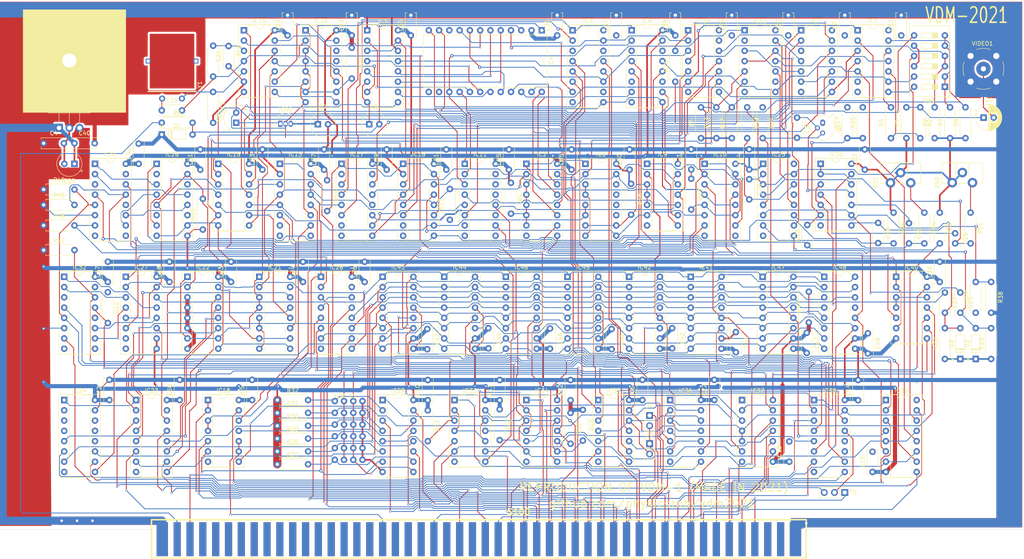
<source format=kicad_pcb>
(kicad_pcb (version 20171130) (host pcbnew 5.1.10-88a1d61d58~88~ubuntu20.04.1)
  (layers (0 F.Cu signal) (31 B.Cu signal hide) (34 B.Paste user hide) (35 F.Paste user hide) (36 B.SilkS user hide) (37 F.SilkS user) (38 B.Mask user hide) (39 F.Mask user hide) (44 Edge.Cuts user hide))
  (net 0 "")
  (net 1 "Net-(ADDR1-Pad10)")
  (net 2 "Net-(ADDR1-Pad6)")
  (net 3 "Net-(ADDR1-Pad5)")
  (net 4 "Net-(ADDR1-Pad4)")
  (net 5 "Net-(ADDR1-Pad3)")
  (net 6 "Net-(ADDR1-Pad2)")
  (net 7 "Net-(ADDR1-Pad1)")
  (net 8 "Net-(C1-Pad2)")
  (net 9 "Net-(C1-Pad1)")
  (net 10 GND)
  (net 11 +5V)
  (net 12 +12V)
  (net 13 "Net-(C8-Pad1)")
  (net 14 "Net-(C9-Pad2)")
  (net 15 "Net-(C19-Pad2)")
  (net 16 "Net-(C19-Pad1)")
  (net 17 "Net-(C20-Pad2)")
  (net 18 "Net-(C20-Pad1)")
  (net 19 "Net-(C21-Pad2)")
  (net 20 "Net-(C21-Pad1)")
  (net 21 "Net-(C25-Pad2)")
  (net 22 "Net-(C25-Pad1)")
  (net 23 "Net-(C27-Pad2)")
  (net 24 "Net-(C27-Pad1)")
  (net 25 "Net-(C28-Pad2)")
  (net 26 "Net-(C28-Pad1)")
  (net 27 "Net-(C29-Pad2)")
  (net 28 "Net-(C29-Pad1)")
  (net 29 "Net-(C30-Pad2)")
  (net 30 "Net-(C30-Pad1)")
  (net 31 "Net-(C31-Pad2)")
  (net 32 "Net-(C31-Pad1)")
  (net 33 "Net-(C34-Pad2)")
  (net 34 "Net-(C34-Pad1)")
  (net 35 "Net-(C39-Pad1)")
  (net 36 "Net-(IC1-Pad13)")
  (net 37 "Net-(IC1-Pad6)")
  (net 38 "Net-(IC1-Pad12)")
  (net 39 "Net-(IC1-Pad5)")
  (net 40 "Net-(IC1-Pad11)")
  (net 41 "Net-(IC1-Pad4)")
  (net 42 "Net-(IC1-Pad10)")
  (net 43 "Net-(IC1-Pad3)")
  (net 44 "Net-(IC1-Pad9)")
  (net 45 "Net-(IC1-Pad2)")
  (net 46 "Net-(IC1-Pad8)")
  (net 47 "Net-(IC1-Pad1)")
  (net 48 "Net-(IC2-Pad15)")
  (net 49 "Net-(IC2-Pad1)")
  (net 50 "Net-(IC2-Pad14)")
  (net 51 "Net-(IC2-Pad13)")
  (net 52 "Net-(IC14-Pad5)")
  (net 53 "Net-(IC2-Pad11)")
  (net 54 "Net-(IC13-Pad4)")
  (net 55 "Net-(IC10-Pad12)")
  (net 56 "Net-(IC12-Pad1)")
  (net 57 "Net-(IC3-Pad5)")
  (net 58 "Net-(IC3-Pad12)")
  (net 59 "Net-(IC3-Pad4)")
  (net 60 "Net-(IC3-Pad11)")
  (net 61 "Net-(IC3-Pad3)")
  (net 62 "Net-(IC3-Pad10)")
  (net 63 "Net-(IC3-Pad2)")
  (net 64 "Net-(IC15-Pad11)")
  (net 65 "Net-(IC11-Pad3)")
  (net 66 "Net-(IC4-Pad11)")
  (net 67 "Net-(IC4-Pad9)")
  (net 68 "Net-(IC14-Pad3)")
  (net 69 "Net-(IC11-Pad2)")
  (net 70 "Net-(IC14-Pad2)")
  (net 71 "Net-(IC11-Pad1)")
  (net 72 "Net-(IC5-Pad6)")
  (net 73 "Net-(IC39-Pad2)")
  (net 74 "Net-(IC38-Pad2)")
  (net 75 "Net-(IC36-Pad8)")
  (net 76 "Net-(IC39-Pad10)")
  (net 77 "Net-(IC17-Pad4)")
  (net 78 "Net-(IC17-Pad6)")
  (net 79 "Net-(IC39-Pad4)")
  (net 80 "Net-(IC38-Pad6)")
  (net 81 "Net-(IC38-Pad10)")
  (net 82 "Net-(IC39-Pad6)")
  (net 83 "Net-(IC14-Pad4)")
  (net 84 "Net-(IC12-Pad3)")
  (net 85 "Net-(IC13-Pad6)")
  (net 86 "Net-(IC17-Pad14)")
  (net 87 "Net-(IC16-Pad6)")
  (net 88 "Net-(IC16-Pad14)")
  (net 89 "Net-(IC13-Pad5)")
  (net 90 "Net-(IC16-Pad13)")
  (net 91 "Net-(IC17-Pad11)")
  (net 92 "Net-(IC17-Pad13)")
  (net 93 "Net-(IC10-Pad6)")
  (net 94 "Net-(IC11-Pad4)")
  (net 95 "Net-(IC10-Pad10)")
  (net 96 "Net-(IC10-Pad1)")
  (net 97 "Net-(IC10-Pad7)")
  (net 98 "Net-(IC10-Pad13)")
  (net 99 "Net-(IC10-Pad3)")
  (net 100 "Net-(IC10-Pad9)")
  (net 101 "Net-(IC11-Pad6)")
  (net 102 "Net-(IC11-Pad5)")
  (net 103 "Net-(IC12-Pad13)")
  (net 104 "Net-(IC12-Pad6)")
  (net 105 "Net-(IC12-Pad12)")
  (net 106 "Net-(IC12-Pad5)")
  (net 107 "Net-(IC12-Pad10)")
  (net 108 "Net-(IC12-Pad2)")
  (net 109 "Net-(IC13-Pad15)")
  (net 110 "Net-(IC13-Pad7)")
  (net 111 "Net-(IC13-Pad13)")
  (net 112 "Net-(IC13-Pad12)")
  (net 113 "Net-(IC13-Pad3)")
  (net 114 "Net-(IC13-Pad10)")
  (net 115 "Net-(IC13-Pad9)")
  (net 116 "Net-(IC14-Pad12)")
  (net 117 "Net-(IC14-Pad11)")
  (net 118 "Net-(IC14-Pad10)")
  (net 119 "Net-(IC14-Pad1)")
  (net 120 "Net-(IC15-Pad13)")
  (net 121 "Net-(IC15-Pad12)")
  (net 122 "Net-(IC15-Pad4)")
  (net 123 "Net-(IC15-Pad3)")
  (net 124 "Net-(IC15-Pad9)")
  (net 125 "Net-(IC15-Pad8)")
  (net 126 "Net-(IC16-Pad1)")
  (net 127 "Net-(IC16-Pad7)")
  (net 128 "Net-(IC17-Pad15)")
  (net 129 "Net-(IC17-Pad7)")
  (net 130 "Net-(IC17-Pad2)")
  (net 131 "Net-(IC18-Pad13)")
  (net 132 "Net-(IC18-Pad5)")
  (net 133 "Net-(IC18-Pad11)")
  (net 134 "Net-(IC18-Pad10)")
  (net 135 "Net-(IC18-Pad1)")
  (net 136 "Net-(IC18-Pad8)")
  (net 137 "Net-(IC19-Pad5)")
  (net 138 "Net-(IC19-Pad11)")
  (net 139 "Net-(IC19-Pad9)")
  (net 140 "Net-(IC19-Pad2)")
  (net 141 "Net-(IC19-Pad8)")
  (net 142 "Net-(IC20-Pad1)")
  (net 143 "Net-(IC21-Pad15)")
  (net 144 "Net-(IC21-Pad10)")
  (net 145 "Net-(IC21-Pad14)")
  (net 146 "Net-(IC22-Pad14)")
  (net 147 "Net-(IC22-Pad13)")
  (net 148 "Net-(IC22-Pad12)")
  (net 149 "Net-(IC22-Pad11)")
  (net 150 "Net-(IC23-Pad7)")
  (net 151 "Net-(IC23-Pad6)")
  (net 152 "Net-(IC23-Pad13)")
  (net 153 "Net-(IC23-Pad12)")
  (net 154 "Net-(IC23-Pad4)")
  (net 155 "Net-(IC23-Pad3)")
  (net 156 "Net-(IC23-Pad10)")
  (net 157 "Net-(IC23-Pad9)")
  (net 158 "Net-(IC24-Pad7)")
  (net 159 "Net-(IC24-Pad6)")
  (net 160 "Net-(IC24-Pad10)")
  (net 161 "Net-(IC24-Pad9)")
  (net 162 "Net-(IC25-Pad15)")
  (net 163 "Net-(IC26-Pad15)")
  (net 164 "Net-(IC26-Pad14)")
  (net 165 "Net-(IC26-Pad6)")
  (net 166 "Net-(IC26-Pad13)")
  (net 167 "Net-(IC26-Pad12)")
  (net 168 "Net-(IC26-Pad4)")
  (net 169 "Net-(IC26-Pad11)")
  (net 170 "Net-(IC26-Pad3)")
  (net 171 "Net-(IC26-Pad2)")
  (net 172 "Net-(IC27-Pad7)")
  (net 173 "Net-(IC27-Pad14)")
  (net 174 "Net-(IC27-Pad6)")
  (net 175 "Net-(IC27-Pad13)")
  (net 176 "Net-(IC27-Pad12)")
  (net 177 "Net-(IC27-Pad4)")
  (net 178 "Net-(IC27-Pad11)")
  (net 179 "Net-(IC27-Pad3)")
  (net 180 "Net-(IC27-Pad2)")
  (net 181 "Net-(IC28-Pad7)")
  (net 182 "Net-(IC28-Pad6)")
  (net 183 "Net-(IC28-Pad13)")
  (net 184 "Net-(IC28-Pad12)")
  (net 185 "Net-(IC28-Pad4)")
  (net 186 "Net-(IC28-Pad3)")
  (net 187 "Net-(IC28-Pad10)")
  (net 188 "Net-(IC28-Pad9)")
  (net 189 "Net-(IC29-Pad15)")
  (net 190 "Net-(IC29-Pad13)")
  (net 191 "Net-(IC29-Pad5)")
  (net 192 "Net-(IC29-Pad11)")
  (net 193 "Net-(IC29-Pad3)")
  (net 194 "Net-(ADDR1-Pad13)")
  (net 195 "Net-(IC29-Pad1)")
  (net 196 "Net-(IC30-Pad13)")
  (net 197 "Net-(IC31-Pad7)")
  (net 198 "Net-(IC31-Pad14)")
  (net 199 "Net-(IC31-Pad13)")
  (net 200 "Net-(IC31-Pad4)")
  (net 201 "Net-(IC32-Pad7)")
  (net 202 "Net-(IC32-Pad14)")
  (net 203 "Net-(IC32-Pad13)")
  (net 204 "Net-(IC32-Pad4)")
  (net 205 "Net-(IC33-Pad13)")
  (net 206 "Net-(IC33-Pad10)")
  (net 207 "Net-(IC33-Pad5)")
  (net 208 "Net-(IC33-Pad9)")
  (net 209 "Net-(IC33-Pad1)")
  (net 210 "Net-(IC34-Pad13)")
  (net 211 "Net-(IC34-Pad5)")
  (net 212 "Net-(IC34-Pad10)")
  (net 213 "Net-(IC34-Pad1)")
  (net 214 "Net-(IC35-Pad6)")
  (net 215 "Net-(IC35-Pad12)")
  (net 216 "Net-(IC35-Pad5)")
  (net 217 "Net-(IC35-Pad11)")
  (net 218 "Net-(IC35-Pad10)")
  (net 219 "Net-(IC35-Pad3)")
  (net 220 "Net-(IC35-Pad8)")
  (net 221 "Net-(IC36-Pad4)")
  (net 222 "Net-(IC36-Pad9)")
  (net 223 "Net-(IC36-Pad1)")
  (net 224 "Net-(IC37-Pad14)")
  (net 225 "Net-(IC37-Pad7)")
  (net 226 "Net-(IC37-Pad12)")
  (net 227 "Net-(IC37-Pad11)")
  (net 228 "Net-(IC38-Pad7)")
  (net 229 "Net-(IC38-Pad13)")
  (net 230 "Net-(IC38-Pad5)")
  (net 231 "Net-(IC38-Pad3)")
  (net 232 "Net-(IC38-Pad9)")
  (net 233 "Net-(IC39-Pad11)")
  (net 234 "Net-(IC39-Pad13)")
  (net 235 "Net-(IC39-Pad3)")
  (net 236 "Net-(IC39-Pad9)")
  (net 237 "Net-(IC40-Pad12)")
  (net 238 "Net-(J2-Pad3)")
  (net 239 "Net-(J2-Pad1)")
  (net 240 "Net-(J4-Pad1)")
  (net 241 "Net-(R6-Pad1)")
  (net 242 "Net-(S100-Pad4)")
  (net 243 "Net-(S100-Pad5)")
  (net 244 "Net-(S100-Pad6)")
  (net 245 "Net-(S100-Pad7)")
  (net 246 "Net-(S100-Pad8)")
  (net 247 "Net-(S100-Pad9)")
  (net 248 "Net-(S100-Pad10)")
  (net 249 "Net-(S100-Pad11)")
  (net 250 "Net-(R33-Pad3)")
  (net 251 "Net-(R50-Pad3)")
  (module Resistor_THT:R_Axial_DIN0207_L6.3mm_D2.5mm_P7.62mm_Horizontal (layer F.Cu) (at 144.78 63.119 270)
    (fp_text reference R5 (at 3.81 -2.37 90) (layer F.SilkS))
    (fp_text value 1.5K)
    (pad 2 thru_hole oval (at 7.62 0 270) (size 1.6 1.6) (drill 0.8) (layers *.Cu *.Mask) (net 49 "Net-(IC2-Pad1)"))
    (pad 1 thru_hole circle (at 0 0 270) (size 1.6 1.6) (drill 0.8) (layers *.Cu *.Mask) (net 11 +5V))
  )
  (module Package_DIP:DIP-16_W7.62mm_Socket (layer F.Cu) (at 34.29 86.36)
    (fp_text reference IC32 (at 3.81 -2.33) (layer F.SilkS))
    (fp_text value 4042)
    (pad 16 thru_hole oval (at 7.62 0) (size 1.6 1.6) (drill 0.8) (layers *.Cu *.Mask) (net 11 +5V))
    (pad 8 thru_hole oval (at 0 17.78) (size 1.6 1.6) (drill 0.8) (layers *.Cu *.Mask) (net 10 GND))
    (pad 15 thru_hole oval (at 7.62 2.54) (size 1.6 1.6) (drill 0.8) (layers *.Cu *.Mask))
    (pad 7 thru_hole oval (at 0 15.24) (size 1.6 1.6) (drill 0.8) (layers *.Cu *.Mask) (net 201 "Net-(IC32-Pad7)"))
    (pad 14 thru_hole oval (at 7.62 5.08) (size 1.6 1.6) (drill 0.8) (layers *.Cu *.Mask) (net 202 "Net-(IC32-Pad14)"))
    (pad 6 thru_hole oval (at 0 12.7) (size 1.6 1.6) (drill 0.8) (layers *.Cu *.Mask) (net 11 +5V))
    (pad 13 thru_hole oval (at 7.62 7.62) (size 1.6 1.6) (drill 0.8) (layers *.Cu *.Mask) (net 203 "Net-(IC32-Pad13)"))
    (pad 5 thru_hole oval (at 0 10.16) (size 1.6 1.6) (drill 0.8) (layers *.Cu *.Mask) (net 196 "Net-(IC30-Pad13)"))
    (pad 12 thru_hole oval (at 7.62 10.16) (size 1.6 1.6) (drill 0.8) (layers *.Cu *.Mask))
    (pad 4 thru_hole oval (at 0 7.62) (size 1.6 1.6) (drill 0.8) (layers *.Cu *.Mask) (net 204 "Net-(IC32-Pad4)"))
    (pad 11 thru_hole oval (at 7.62 12.7) (size 1.6 1.6) (drill 0.8) (layers *.Cu *.Mask) (net 176 "Net-(IC27-Pad12)"))
    (pad 3 thru_hole oval (at 0 5.08) (size 1.6 1.6) (drill 0.8) (layers *.Cu *.Mask))
    (pad 10 thru_hole oval (at 7.62 15.24) (size 1.6 1.6) (drill 0.8) (layers *.Cu *.Mask) (net 177 "Net-(IC27-Pad4)"))
    (pad 2 thru_hole oval (at 0 2.54) (size 1.6 1.6) (drill 0.8) (layers *.Cu *.Mask) (net 179 "Net-(IC27-Pad3)"))
    (pad 9 thru_hole oval (at 7.62 17.78) (size 1.6 1.6) (drill 0.8) (layers *.Cu *.Mask))
    (pad 1 thru_hole rect (at 0 0) (size 1.6 1.6) (drill 0.8) (layers *.Cu *.Mask) (net 175 "Net-(IC27-Pad13)"))
  )
  (module Package_DIP:DIP-16_W7.62mm_Socket (layer F.Cu) (at 219.71 116.84)
    (fp_text reference IC38 (at 3.81 -2.33) (layer F.SilkS))
    (fp_text value 74LS367)
    (pad 16 thru_hole oval (at 7.62 0) (size 1.6 1.6) (drill 0.8) (layers *.Cu *.Mask) (net 11 +5V))
    (pad 8 thru_hole oval (at 0 17.78) (size 1.6 1.6) (drill 0.8) (layers *.Cu *.Mask) (net 10 GND))
    (pad 15 thru_hole oval (at 7.62 2.54) (size 1.6 1.6) (drill 0.8) (layers *.Cu *.Mask) (net 194 "Net-(ADDR1-Pad13)"))
    (pad 7 thru_hole oval (at 0 15.24) (size 1.6 1.6) (drill 0.8) (layers *.Cu *.Mask) (net 228 "Net-(IC38-Pad7)"))
    (pad 14 thru_hole oval (at 7.62 5.08) (size 1.6 1.6) (drill 0.8) (layers *.Cu *.Mask) (net 220 "Net-(IC35-Pad8)"))
    (pad 6 thru_hole oval (at 0 12.7) (size 1.6 1.6) (drill 0.8) (layers *.Cu *.Mask) (net 80 "Net-(IC38-Pad6)"))
    (pad 13 thru_hole oval (at 7.62 7.62) (size 1.6 1.6) (drill 0.8) (layers *.Cu *.Mask) (net 229 "Net-(IC38-Pad13)"))
    (pad 5 thru_hole oval (at 0 10.16) (size 1.6 1.6) (drill 0.8) (layers *.Cu *.Mask) (net 230 "Net-(IC38-Pad5)"))
    (pad 12 thru_hole oval (at 7.62 10.16) (size 1.6 1.6) (drill 0.8) (layers *.Cu *.Mask))
    (pad 4 thru_hole oval (at 0 7.62) (size 1.6 1.6) (drill 0.8) (layers *.Cu *.Mask) (net 222 "Net-(IC36-Pad9)"))
    (pad 11 thru_hole oval (at 7.62 12.7) (size 1.6 1.6) (drill 0.8) (layers *.Cu *.Mask))
    (pad 3 thru_hole oval (at 0 5.08) (size 1.6 1.6) (drill 0.8) (layers *.Cu *.Mask) (net 231 "Net-(IC38-Pad3)"))
    (pad 10 thru_hole oval (at 7.62 15.24) (size 1.6 1.6) (drill 0.8) (layers *.Cu *.Mask) (net 81 "Net-(IC38-Pad10)"))
    (pad 2 thru_hole oval (at 0 2.54) (size 1.6 1.6) (drill 0.8) (layers *.Cu *.Mask) (net 74 "Net-(IC38-Pad2)"))
    (pad 9 thru_hole oval (at 7.62 17.78) (size 1.6 1.6) (drill 0.8) (layers *.Cu *.Mask) (net 232 "Net-(IC38-Pad9)"))
    (pad 1 thru_hole rect (at 0 0) (size 1.6 1.6) (drill 0.8) (layers *.Cu *.Mask) (net 217 "Net-(IC35-Pad11)"))
  )
  (module Package_DIP:DIP-16_W7.62mm_Socket (layer F.Cu) (at 173.99 86.36)
    (fp_text reference IC42 (at 3.81 -2.33) (layer F.SilkS))
    (fp_text value 2102)
    (pad 16 thru_hole oval (at 7.62 0) (size 1.6 1.6) (drill 0.8) (layers *.Cu *.Mask) (net 181 "Net-(IC28-Pad7)"))
    (pad 8 thru_hole oval (at 0 17.78) (size 1.6 1.6) (drill 0.8) (layers *.Cu *.Mask) (net 161 "Net-(IC24-Pad9)"))
    (pad 15 thru_hole oval (at 7.62 2.54) (size 1.6 1.6) (drill 0.8) (layers *.Cu *.Mask) (net 184 "Net-(IC28-Pad12)"))
    (pad 7 thru_hole oval (at 0 15.24) (size 1.6 1.6) (drill 0.8) (layers *.Cu *.Mask) (net 150 "Net-(IC23-Pad7)"))
    (pad 14 thru_hole oval (at 7.62 5.08) (size 1.6 1.6) (drill 0.8) (layers *.Cu *.Mask) (net 188 "Net-(IC28-Pad9)"))
    (pad 6 thru_hole oval (at 0 12.7) (size 1.6 1.6) (drill 0.8) (layers *.Cu *.Mask) (net 154 "Net-(IC23-Pad4)"))
    (pad 13 thru_hole oval (at 7.62 7.62) (size 1.6 1.6) (drill 0.8) (layers *.Cu *.Mask) (net 10 GND))
    (pad 5 thru_hole oval (at 0 10.16) (size 1.6 1.6) (drill 0.8) (layers *.Cu *.Mask) (net 157 "Net-(IC23-Pad9)"))
    (pad 12 thru_hole oval (at 7.62 10.16) (size 1.6 1.6) (drill 0.8) (layers *.Cu *.Mask) (net 81 "Net-(IC38-Pad10)"))
    (pad 4 thru_hole oval (at 0 7.62) (size 1.6 1.6) (drill 0.8) (layers *.Cu *.Mask) (net 158 "Net-(IC24-Pad7)"))
    (pad 11 thru_hole oval (at 7.62 12.7) (size 1.6 1.6) (drill 0.8) (layers *.Cu *.Mask) (net 204 "Net-(IC32-Pad4)"))
    (pad 3 thru_hole oval (at 0 5.08) (size 1.6 1.6) (drill 0.8) (layers *.Cu *.Mask) (net 133 "Net-(IC18-Pad11)"))
    (pad 10 thru_hole oval (at 7.62 15.24) (size 1.6 1.6) (drill 0.8) (layers *.Cu *.Mask) (net 11 +5V))
    (pad 2 thru_hole oval (at 0 2.54) (size 1.6 1.6) (drill 0.8) (layers *.Cu *.Mask) (net 153 "Net-(IC23-Pad12)"))
    (pad 9 thru_hole oval (at 7.62 17.78) (size 1.6 1.6) (drill 0.8) (layers *.Cu *.Mask) (net 10 GND))
    (pad 1 thru_hole rect (at 0 0) (size 1.6 1.6) (drill 0.8) (layers *.Cu *.Mask) (net 185 "Net-(IC28-Pad4)"))
  )
  (module Package_DIP:DIP-16_W7.62mm_Socket (layer F.Cu) (at 133.35 58.42)
    (fp_text reference IC11 (at 3.81 -2.33) (layer F.SilkS))
    (fp_text value 74LS138)
    (pad 16 thru_hole oval (at 7.62 0) (size 1.6 1.6) (drill 0.8) (layers *.Cu *.Mask) (net 11 +5V))
    (pad 8 thru_hole oval (at 0 17.78) (size 1.6 1.6) (drill 0.8) (layers *.Cu *.Mask) (net 10 GND))
    (pad 15 thru_hole oval (at 7.62 2.54) (size 1.6 1.6) (drill 0.8) (layers *.Cu *.Mask))
    (pad 7 thru_hole oval (at 0 15.24) (size 1.6 1.6) (drill 0.8) (layers *.Cu *.Mask))
    (pad 14 thru_hole oval (at 7.62 5.08) (size 1.6 1.6) (drill 0.8) (layers *.Cu *.Mask))
    (pad 6 thru_hole oval (at 0 12.7) (size 1.6 1.6) (drill 0.8) (layers *.Cu *.Mask) (net 101 "Net-(IC11-Pad6)"))
    (pad 13 thru_hole oval (at 7.62 7.62) (size 1.6 1.6) (drill 0.8) (layers *.Cu *.Mask))
    (pad 5 thru_hole oval (at 0 10.16) (size 1.6 1.6) (drill 0.8) (layers *.Cu *.Mask) (net 102 "Net-(IC11-Pad5)"))
    (pad 12 thru_hole oval (at 7.62 10.16) (size 1.6 1.6) (drill 0.8) (layers *.Cu *.Mask) (net 99 "Net-(IC10-Pad3)"))
    (pad 4 thru_hole oval (at 0 7.62) (size 1.6 1.6) (drill 0.8) (layers *.Cu *.Mask) (net 94 "Net-(IC11-Pad4)"))
    (pad 11 thru_hole oval (at 7.62 12.7) (size 1.6 1.6) (drill 0.8) (layers *.Cu *.Mask))
    (pad 3 thru_hole oval (at 0 5.08) (size 1.6 1.6) (drill 0.8) (layers *.Cu *.Mask) (net 65 "Net-(IC11-Pad3)"))
    (pad 10 thru_hole oval (at 7.62 15.24) (size 1.6 1.6) (drill 0.8) (layers *.Cu *.Mask) (net 98 "Net-(IC10-Pad13)"))
    (pad 2 thru_hole oval (at 0 2.54) (size 1.6 1.6) (drill 0.8) (layers *.Cu *.Mask) (net 69 "Net-(IC11-Pad2)"))
    (pad 9 thru_hole oval (at 7.62 17.78) (size 1.6 1.6) (drill 0.8) (layers *.Cu *.Mask))
    (pad 1 thru_hole rect (at 0 0) (size 1.6 1.6) (drill 0.8) (layers *.Cu *.Mask) (net 71 "Net-(IC11-Pad1)"))
  )
  (module Package_DIP:DIP-16_W7.62mm_Socket (layer F.Cu) (at 34.29 116.84)
    (fp_text reference IC24 (at 3.81 -2.33) (layer F.SilkS))
    (fp_text value 74LS157)
    (pad 16 thru_hole oval (at 7.62 0) (size 1.6 1.6) (drill 0.8) (layers *.Cu *.Mask) (net 11 +5V))
    (pad 8 thru_hole oval (at 0 17.78) (size 1.6 1.6) (drill 0.8) (layers *.Cu *.Mask) (net 10 GND))
    (pad 15 thru_hole oval (at 7.62 2.54) (size 1.6 1.6) (drill 0.8) (layers *.Cu *.Mask) (net 10 GND))
    (pad 7 thru_hole oval (at 0 15.24) (size 1.6 1.6) (drill 0.8) (layers *.Cu *.Mask) (net 158 "Net-(IC24-Pad7)"))
    (pad 14 thru_hole oval (at 7.62 5.08) (size 1.6 1.6) (drill 0.8) (layers *.Cu *.Mask))
    (pad 6 thru_hole oval (at 0 12.7) (size 1.6 1.6) (drill 0.8) (layers *.Cu *.Mask) (net 159 "Net-(IC24-Pad6)"))
    (pad 13 thru_hole oval (at 7.62 7.62) (size 1.6 1.6) (drill 0.8) (layers *.Cu *.Mask))
    (pad 5 thru_hole oval (at 0 10.16) (size 1.6 1.6) (drill 0.8) (layers *.Cu *.Mask) (net 147 "Net-(IC22-Pad13)"))
    (pad 12 thru_hole oval (at 7.62 10.16) (size 1.6 1.6) (drill 0.8) (layers *.Cu *.Mask))
    (pad 4 thru_hole oval (at 0 7.62) (size 1.6 1.6) (drill 0.8) (layers *.Cu *.Mask))
    (pad 11 thru_hole oval (at 7.62 12.7) (size 1.6 1.6) (drill 0.8) (layers *.Cu *.Mask) (net 146 "Net-(IC22-Pad14)"))
    (pad 3 thru_hole oval (at 0 5.08) (size 1.6 1.6) (drill 0.8) (layers *.Cu *.Mask))
    (pad 10 thru_hole oval (at 7.62 15.24) (size 1.6 1.6) (drill 0.8) (layers *.Cu *.Mask) (net 160 "Net-(IC24-Pad10)"))
    (pad 2 thru_hole oval (at 0 2.54) (size 1.6 1.6) (drill 0.8) (layers *.Cu *.Mask))
    (pad 9 thru_hole oval (at 7.62 17.78) (size 1.6 1.6) (drill 0.8) (layers *.Cu *.Mask) (net 161 "Net-(IC24-Pad9)"))
    (pad 1 thru_hole rect (at 0 0) (size 1.6 1.6) (drill 0.8) (layers *.Cu *.Mask) (net 111 "Net-(IC13-Pad13)"))
  )
  (module Resistor_THT:R_Axial_DIN0207_L6.3mm_D2.5mm_P7.62mm_Horizontal (layer F.Cu) (at 129.667 72.263 90)
    (fp_text reference R19 (at 3.81 -2.37 90) (layer F.SilkS))
    (fp_text value 1.5k)
    (pad 2 thru_hole oval (at 7.62 0 90) (size 1.6 1.6) (drill 0.8) (layers *.Cu *.Mask) (net 54 "Net-(IC13-Pad4)"))
    (pad 1 thru_hole circle (at 0 0 90) (size 1.6 1.6) (drill 0.8) (layers *.Cu *.Mask) (net 11 +5V))
  )
  (module Resistor_THT:R_Axial_DIN0207_L6.3mm_D2.5mm_P7.62mm_Horizontal (layer F.Cu) (at 195.58 52.07 90)
    (fp_text reference R13 (at 3.81 -2.37 90) (layer F.SilkS))
    (fp_text value 1.5K)
    (pad 2 thru_hole oval (at 7.62 0 90) (size 1.6 1.6) (drill 0.8) (layers *.Cu *.Mask) (net 106 "Net-(IC12-Pad5)"))
    (pad 1 thru_hole circle (at 0 0 90) (size 1.6 1.6) (drill 0.8) (layers *.Cu *.Mask) (net 11 +5V))
  )
  (module Package_DIP:DIP-16_W7.62mm_Socket (layer F.Cu) (at 52.07 116.84)
    (fp_text reference IC23 (at 3.81 -2.33) (layer F.SilkS))
    (fp_text value 74LS157)
    (pad 16 thru_hole oval (at 7.62 0) (size 1.6 1.6) (drill 0.8) (layers *.Cu *.Mask) (net 11 +5V))
    (pad 8 thru_hole oval (at 0 17.78) (size 1.6 1.6) (drill 0.8) (layers *.Cu *.Mask) (net 10 GND))
    (pad 15 thru_hole oval (at 7.62 2.54) (size 1.6 1.6) (drill 0.8) (layers *.Cu *.Mask) (net 10 GND))
    (pad 7 thru_hole oval (at 0 15.24) (size 1.6 1.6) (drill 0.8) (layers *.Cu *.Mask) (net 150 "Net-(IC23-Pad7)"))
    (pad 14 thru_hole oval (at 7.62 5.08) (size 1.6 1.6) (drill 0.8) (layers *.Cu *.Mask) (net 122 "Net-(IC15-Pad4)"))
    (pad 6 thru_hole oval (at 0 12.7) (size 1.6 1.6) (drill 0.8) (layers *.Cu *.Mask) (net 151 "Net-(IC23-Pad6)"))
    (pad 13 thru_hole oval (at 7.62 7.62) (size 1.6 1.6) (drill 0.8) (layers *.Cu *.Mask) (net 152 "Net-(IC23-Pad13)"))
    (pad 5 thru_hole oval (at 0 10.16) (size 1.6 1.6) (drill 0.8) (layers *.Cu *.Mask) (net 145 "Net-(IC21-Pad14)"))
    (pad 12 thru_hole oval (at 7.62 10.16) (size 1.6 1.6) (drill 0.8) (layers *.Cu *.Mask) (net 153 "Net-(IC23-Pad12)"))
    (pad 4 thru_hole oval (at 0 7.62) (size 1.6 1.6) (drill 0.8) (layers *.Cu *.Mask) (net 154 "Net-(IC23-Pad4)"))
    (pad 11 thru_hole oval (at 7.62 12.7) (size 1.6 1.6) (drill 0.8) (layers *.Cu *.Mask) (net 148 "Net-(IC22-Pad12)"))
    (pad 3 thru_hole oval (at 0 5.08) (size 1.6 1.6) (drill 0.8) (layers *.Cu *.Mask) (net 155 "Net-(IC23-Pad3)"))
    (pad 10 thru_hole oval (at 7.62 15.24) (size 1.6 1.6) (drill 0.8) (layers *.Cu *.Mask) (net 156 "Net-(IC23-Pad10)"))
    (pad 2 thru_hole oval (at 0 2.54) (size 1.6 1.6) (drill 0.8) (layers *.Cu *.Mask) (net 149 "Net-(IC22-Pad11)"))
    (pad 9 thru_hole oval (at 7.62 17.78) (size 1.6 1.6) (drill 0.8) (layers *.Cu *.Mask) (net 157 "Net-(IC23-Pad9)"))
    (pad 1 thru_hole rect (at 0 0) (size 1.6 1.6) (drill 0.8) (layers *.Cu *.Mask) (net 111 "Net-(IC13-Pad13)"))
  )
  (module Capacitor_THT:C_Disc_D6.0mm_W2.5mm_P5.00mm (layer F.Cu) (at 218.059 78.533 90)
    (fp_text reference C28 (at 2.5 -2.5 90) (layer F.SilkS))
    (fp_text value 0.001uf)
    (pad 2 thru_hole circle (at 5 0 90) (size 1.6 1.6) (drill 0.8) (layers *.Cu *.Mask) (net 25 "Net-(C28-Pad2)"))
    (pad 1 thru_hole circle (at 0 0 90) (size 1.6 1.6) (drill 0.8) (layers *.Cu *.Mask) (net 26 "Net-(C28-Pad1)"))
  )
  (module Package_DIP:DIP-14_W7.62mm_Socket (layer F.Cu) (at 221.361 58.42)
    (fp_text reference IC30 (at 3.81 -2.33) (layer F.SilkS))
    (fp_text value 4001)
    (pad 14 thru_hole oval (at 7.62 0) (size 1.6 1.6) (drill 0.8) (layers *.Cu *.Mask) (net 11 +5V))
    (pad 7 thru_hole oval (at 0 15.24) (size 1.6 1.6) (drill 0.8) (layers *.Cu *.Mask) (net 10 GND))
    (pad 13 thru_hole oval (at 7.62 2.54) (size 1.6 1.6) (drill 0.8) (layers *.Cu *.Mask) (net 196 "Net-(IC30-Pad13)"))
    (pad 6 thru_hole oval (at 0 12.7) (size 1.6 1.6) (drill 0.8) (layers *.Cu *.Mask) (net 25 "Net-(C28-Pad2)"))
    (pad 12 thru_hole oval (at 7.62 5.08) (size 1.6 1.6) (drill 0.8) (layers *.Cu *.Mask) (net 107 "Net-(IC12-Pad10)"))
    (pad 5 thru_hole oval (at 0 10.16) (size 1.6 1.6) (drill 0.8) (layers *.Cu *.Mask) (net 24 "Net-(C27-Pad1)"))
    (pad 11 thru_hole oval (at 7.62 7.62) (size 1.6 1.6) (drill 0.8) (layers *.Cu *.Mask) (net 34 "Net-(C34-Pad1)"))
    (pad 4 thru_hole oval (at 0 7.62) (size 1.6 1.6) (drill 0.8) (layers *.Cu *.Mask) (net 28 "Net-(C29-Pad1)"))
    (pad 10 thru_hole oval (at 7.62 10.16) (size 1.6 1.6) (drill 0.8) (layers *.Cu *.Mask) (net 32 "Net-(C31-Pad1)"))
    (pad 3 thru_hole oval (at 0 5.08) (size 1.6 1.6) (drill 0.8) (layers *.Cu *.Mask) (net 24 "Net-(C27-Pad1)"))
    (pad 9 thru_hole oval (at 7.62 12.7) (size 1.6 1.6) (drill 0.8) (layers *.Cu *.Mask) (net 22 "Net-(C25-Pad1)"))
    (pad 2 thru_hole oval (at 0 2.54) (size 1.6 1.6) (drill 0.8) (layers *.Cu *.Mask) (net 27 "Net-(C29-Pad2)"))
    (pad 8 thru_hole oval (at 7.62 15.24) (size 1.6 1.6) (drill 0.8) (layers *.Cu *.Mask) (net 30 "Net-(C30-Pad1)"))
    (pad 1 thru_hole rect (at 0 0) (size 1.6 1.6) (drill 0.8) (layers *.Cu *.Mask) (net 27 "Net-(C29-Pad2)"))
  )
  (module Capacitor_THT:C_Disc_D6.0mm_W2.5mm_P5.00mm (layer F.Cu) (at 232.283 59.864 90)
    (fp_text reference C62 (at 2.5 -2.5 90) (layer F.SilkS))
    (fp_text value .1uf)
    (pad 2 thru_hole circle (at 5 0 90) (size 1.6 1.6) (drill 0.8) (layers *.Cu *.Mask) (net 10 GND))
    (pad 1 thru_hole circle (at 0 0 90) (size 1.6 1.6) (drill 0.8) (layers *.Cu *.Mask) (net 11 +5V))
  )
  (module Package_DIP:DIP-14_W7.62mm_Socket (layer F.Cu) (at 188.595 25.4)
    (fp_text reference IC14 (at 3.81 -2.33) (layer F.SilkS))
    (fp_text value 74LS02)
    (pad 14 thru_hole oval (at 7.62 0) (size 1.6 1.6) (drill 0.8) (layers *.Cu *.Mask) (net 11 +5V))
    (pad 7 thru_hole oval (at 0 15.24) (size 1.6 1.6) (drill 0.8) (layers *.Cu *.Mask) (net 10 GND))
    (pad 13 thru_hole oval (at 7.62 2.54) (size 1.6 1.6) (drill 0.8) (layers *.Cu *.Mask) (net 108 "Net-(IC12-Pad2)"))
    (pad 6 thru_hole oval (at 0 12.7) (size 1.6 1.6) (drill 0.8) (layers *.Cu *.Mask) (net 47 "Net-(IC1-Pad1)"))
    (pad 12 thru_hole oval (at 7.62 5.08) (size 1.6 1.6) (drill 0.8) (layers *.Cu *.Mask) (net 116 "Net-(IC14-Pad12)"))
    (pad 5 thru_hole oval (at 0 10.16) (size 1.6 1.6) (drill 0.8) (layers *.Cu *.Mask) (net 52 "Net-(IC14-Pad5)"))
    (pad 11 thru_hole oval (at 7.62 7.62) (size 1.6 1.6) (drill 0.8) (layers *.Cu *.Mask) (net 117 "Net-(IC14-Pad11)"))
    (pad 4 thru_hole oval (at 0 7.62) (size 1.6 1.6) (drill 0.8) (layers *.Cu *.Mask) (net 83 "Net-(IC14-Pad4)"))
    (pad 10 thru_hole oval (at 7.62 10.16) (size 1.6 1.6) (drill 0.8) (layers *.Cu *.Mask) (net 118 "Net-(IC14-Pad10)"))
    (pad 3 thru_hole oval (at 0 5.08) (size 1.6 1.6) (drill 0.8) (layers *.Cu *.Mask) (net 68 "Net-(IC14-Pad3)"))
    (pad 9 thru_hole oval (at 7.62 12.7) (size 1.6 1.6) (drill 0.8) (layers *.Cu *.Mask) (net 54 "Net-(IC13-Pad4)"))
    (pad 2 thru_hole oval (at 0 2.54) (size 1.6 1.6) (drill 0.8) (layers *.Cu *.Mask) (net 70 "Net-(IC14-Pad2)"))
    (pad 8 thru_hole oval (at 7.62 15.24) (size 1.6 1.6) (drill 0.8) (layers *.Cu *.Mask) (net 43 "Net-(IC1-Pad3)"))
    (pad 1 thru_hole rect (at 0 0) (size 1.6 1.6) (drill 0.8) (layers *.Cu *.Mask) (net 119 "Net-(IC14-Pad1)"))
  )
  (module Package_DIP:DIP-16_W7.62mm_Socket (layer F.Cu) (at 207.137 58.42)
    (fp_text reference IC25 (at 3.81 -2.33) (layer F.SilkS))
    (fp_text value 4049)
    (pad 16 thru_hole oval (at 7.62 0) (size 1.6 1.6) (drill 0.8) (layers *.Cu *.Mask))
    (pad 8 thru_hole oval (at 0 17.78) (size 1.6 1.6) (drill 0.8) (layers *.Cu *.Mask) (net 10 GND))
    (pad 15 thru_hole oval (at 7.62 2.54) (size 1.6 1.6) (drill 0.8) (layers *.Cu *.Mask) (net 162 "Net-(IC25-Pad15)"))
    (pad 7 thru_hole oval (at 0 15.24) (size 1.6 1.6) (drill 0.8) (layers *.Cu *.Mask) (net 31 "Net-(C31-Pad2)"))
    (pad 14 thru_hole oval (at 7.62 5.08) (size 1.6 1.6) (drill 0.8) (layers *.Cu *.Mask) (net 17 "Net-(C20-Pad2)"))
    (pad 6 thru_hole oval (at 0 12.7) (size 1.6 1.6) (drill 0.8) (layers *.Cu *.Mask) (net 22 "Net-(C25-Pad1)"))
    (pad 13 thru_hole oval (at 7.62 7.62) (size 1.6 1.6) (drill 0.8) (layers *.Cu *.Mask))
    (pad 5 thru_hole oval (at 0 10.16) (size 1.6 1.6) (drill 0.8) (layers *.Cu *.Mask) (net 33 "Net-(C34-Pad2)"))
    (pad 12 thru_hole oval (at 7.62 10.16) (size 1.6 1.6) (drill 0.8) (layers *.Cu *.Mask) (net 103 "Net-(IC12-Pad13)"))
    (pad 4 thru_hole oval (at 0 7.62) (size 1.6 1.6) (drill 0.8) (layers *.Cu *.Mask) (net 107 "Net-(IC12-Pad10)"))
    (pad 11 thru_hole oval (at 7.62 12.7) (size 1.6 1.6) (drill 0.8) (layers *.Cu *.Mask) (net 23 "Net-(C27-Pad2)"))
    (pad 3 thru_hole oval (at 0 5.08) (size 1.6 1.6) (drill 0.8) (layers *.Cu *.Mask) (net 162 "Net-(IC25-Pad15)"))
    (pad 10 thru_hole oval (at 7.62 15.24) (size 1.6 1.6) (drill 0.8) (layers *.Cu *.Mask) (net 105 "Net-(IC12-Pad12)"))
    (pad 2 thru_hole oval (at 0 2.54) (size 1.6 1.6) (drill 0.8) (layers *.Cu *.Mask) (net 18 "Net-(C20-Pad1)"))
    (pad 9 thru_hole oval (at 7.62 17.78) (size 1.6 1.6) (drill 0.8) (layers *.Cu *.Mask) (net 21 "Net-(C25-Pad2)"))
    (pad 1 thru_hole rect (at 0 0) (size 1.6 1.6) (drill 0.8) (layers *.Cu *.Mask) (net 11 +5V))
  )
  (module Capacitor_THT:C_Disc_D6.0mm_W2.5mm_P5.00mm (layer F.Cu) (at 189.357 59.817 90)
    (fp_text reference C64 (at 2.5 -2.5 90) (layer F.SilkS))
    (fp_text value .1uf)
    (pad 2 thru_hole circle (at 5 0 90) (size 1.6 1.6) (drill 0.8) (layers *.Cu *.Mask) (net 10 GND))
    (pad 1 thru_hole circle (at 0 0 90) (size 1.6 1.6) (drill 0.8) (layers *.Cu *.Mask) (net 11 +5V))
  )
  (module Resistor_THT:R_Axial_DIN0207_L6.3mm_D2.5mm_P7.62mm_Horizontal (layer F.Cu) (at 207.01 44.45 270)
    (fp_text reference R24 (at 3.81 -2.37 90) (layer F.SilkS))
    (fp_text value 3.3M)
    (pad 2 thru_hole oval (at 7.62 0 270) (size 1.6 1.6) (drill 0.8) (layers *.Cu *.Mask) (net 33 "Net-(C34-Pad2)"))
    (pad 1 thru_hole circle (at 0 0 270) (size 1.6 1.6) (drill 0.8) (layers *.Cu *.Mask) (net 11 +5V))
  )
  (module Capacitor_THT:C_Disc_D3.8mm_W2.6mm_P2.50mm (layer F.Cu) (at 254.635 75.605 270)
    (fp_text reference C29 (at 1.25 -2.55 90) (layer F.SilkS))
    (fp_text value 680pf)
    (pad 2 thru_hole circle (at 2.5 0 270) (size 1.6 1.6) (drill 0.8) (layers *.Cu *.Mask) (net 27 "Net-(C29-Pad2)"))
    (pad 1 thru_hole circle (at 0 0 270) (size 1.6 1.6) (drill 0.8) (layers *.Cu *.Mask) (net 28 "Net-(C29-Pad1)"))
  )
  (module Package_DIP:DIP-16_W7.62mm_Socket (layer F.Cu) (at 102.87 58.42)
    (fp_text reference IC17 (at 3.81 -2.33) (layer F.SilkS))
    (fp_text value 74LS175)
    (pad 16 thru_hole oval (at 7.62 0) (size 1.6 1.6) (drill 0.8) (layers *.Cu *.Mask) (net 11 +5V))
    (pad 8 thru_hole oval (at 0 17.78) (size 1.6 1.6) (drill 0.8) (layers *.Cu *.Mask) (net 10 GND))
    (pad 15 thru_hole oval (at 7.62 2.54) (size 1.6 1.6) (drill 0.8) (layers *.Cu *.Mask) (net 128 "Net-(IC17-Pad15)"))
    (pad 7 thru_hole oval (at 0 15.24) (size 1.6 1.6) (drill 0.8) (layers *.Cu *.Mask) (net 129 "Net-(IC17-Pad7)"))
    (pad 14 thru_hole oval (at 7.62 5.08) (size 1.6 1.6) (drill 0.8) (layers *.Cu *.Mask) (net 86 "Net-(IC17-Pad14)"))
    (pad 6 thru_hole oval (at 0 12.7) (size 1.6 1.6) (drill 0.8) (layers *.Cu *.Mask) (net 78 "Net-(IC17-Pad6)"))
    (pad 13 thru_hole oval (at 7.62 7.62) (size 1.6 1.6) (drill 0.8) (layers *.Cu *.Mask) (net 92 "Net-(IC17-Pad13)"))
    (pad 5 thru_hole oval (at 0 10.16) (size 1.6 1.6) (drill 0.8) (layers *.Cu *.Mask) (net 111 "Net-(IC13-Pad13)"))
    (pad 12 thru_hole oval (at 7.62 10.16) (size 1.6 1.6) (drill 0.8) (layers *.Cu *.Mask) (net 125 "Net-(IC15-Pad8)"))
    (pad 4 thru_hole oval (at 0 7.62) (size 1.6 1.6) (drill 0.8) (layers *.Cu *.Mask) (net 77 "Net-(IC17-Pad4)"))
    (pad 11 thru_hole oval (at 7.62 12.7) (size 1.6 1.6) (drill 0.8) (layers *.Cu *.Mask) (net 91 "Net-(IC17-Pad11)"))
    (pad 3 thru_hole oval (at 0 5.08) (size 1.6 1.6) (drill 0.8) (layers *.Cu *.Mask) (net 117 "Net-(IC14-Pad11)"))
    (pad 10 thru_hole oval (at 7.62 15.24) (size 1.6 1.6) (drill 0.8) (layers *.Cu *.Mask) (net 102 "Net-(IC11-Pad5)"))
    (pad 2 thru_hole oval (at 0 2.54) (size 1.6 1.6) (drill 0.8) (layers *.Cu *.Mask) (net 130 "Net-(IC17-Pad2)"))
    (pad 9 thru_hole oval (at 7.62 17.78) (size 1.6 1.6) (drill 0.8) (layers *.Cu *.Mask) (net 55 "Net-(IC10-Pad12)"))
    (pad 1 thru_hole rect (at 0 0) (size 1.6 1.6) (drill 0.8) (layers *.Cu *.Mask) (net 126 "Net-(IC16-Pad1)"))
  )
  (module Capacitor_THT:CP_Radial_Tantal_D6.0mm_P2.50mm (layer F.Cu) (at 76.835 48.26 90)
    (fp_text reference C8 (at 1.25 -4.25 90) (layer F.SilkS))
    (fp_text value 1uf)
    (pad 2 thru_hole circle (at 2.5 0 90) (size 1.6 1.6) (drill 0.8) (layers *.Cu *.Mask) (net 10 GND))
    (pad 1 thru_hole rect (at 0 0 90) (size 1.6 1.6) (drill 0.8) (layers *.Cu *.Mask) (net 13 "Net-(C8-Pad1)"))
  )
  (module Package_DIP:DIP-14_W7.62mm_Socket (layer F.Cu) (at 202.565 25.4)
    (fp_text reference IC12 (at 3.81 -2.33) (layer F.SilkS))
    (fp_text value 74LS86)
    (pad 14 thru_hole oval (at 7.62 0) (size 1.6 1.6) (drill 0.8) (layers *.Cu *.Mask) (net 11 +5V))
    (pad 7 thru_hole oval (at 0 15.24) (size 1.6 1.6) (drill 0.8) (layers *.Cu *.Mask) (net 10 GND))
    (pad 13 thru_hole oval (at 7.62 2.54) (size 1.6 1.6) (drill 0.8) (layers *.Cu *.Mask) (net 103 "Net-(IC12-Pad13)"))
    (pad 6 thru_hole oval (at 0 12.7) (size 1.6 1.6) (drill 0.8) (layers *.Cu *.Mask) (net 104 "Net-(IC12-Pad6)"))
    (pad 12 thru_hole oval (at 7.62 5.08) (size 1.6 1.6) (drill 0.8) (layers *.Cu *.Mask) (net 105 "Net-(IC12-Pad12)"))
    (pad 5 thru_hole oval (at 0 10.16) (size 1.6 1.6) (drill 0.8) (layers *.Cu *.Mask) (net 106 "Net-(IC12-Pad5)"))
    (pad 11 thru_hole oval (at 7.62 7.62) (size 1.6 1.6) (drill 0.8) (layers *.Cu *.Mask) (net 40 "Net-(IC1-Pad11)"))
    (pad 4 thru_hole oval (at 0 7.62) (size 1.6 1.6) (drill 0.8) (layers *.Cu *.Mask) (net 105 "Net-(IC12-Pad12)"))
    (pad 10 thru_hole oval (at 7.62 10.16) (size 1.6 1.6) (drill 0.8) (layers *.Cu *.Mask) (net 107 "Net-(IC12-Pad10)"))
    (pad 3 thru_hole oval (at 0 5.08) (size 1.6 1.6) (drill 0.8) (layers *.Cu *.Mask) (net 84 "Net-(IC12-Pad3)"))
    (pad 9 thru_hole oval (at 7.62 12.7) (size 1.6 1.6) (drill 0.8) (layers *.Cu *.Mask) (net 10 GND))
    (pad 2 thru_hole oval (at 0 2.54) (size 1.6 1.6) (drill 0.8) (layers *.Cu *.Mask) (net 108 "Net-(IC12-Pad2)"))
    (pad 8 thru_hole oval (at 7.62 15.24) (size 1.6 1.6) (drill 0.8) (layers *.Cu *.Mask) (net 39 "Net-(IC1-Pad5)"))
    (pad 1 thru_hole rect (at 0 0) (size 1.6 1.6) (drill 0.8) (layers *.Cu *.Mask) (net 56 "Net-(IC12-Pad1)"))
  )
  (module Capacitor_THT:C_Disc_D6.0mm_W2.5mm_P5.00mm (layer F.Cu) (at 213.36 26.67 90)
    (fp_text reference C50 (at 2.5 -2.5 90) (layer F.SilkS))
    (fp_text value .1uf)
    (pad 2 thru_hole circle (at 5 0 90) (size 1.6 1.6) (drill 0.8) (layers *.Cu *.Mask) (net 10 GND))
    (pad 1 thru_hole circle (at 0 0 90) (size 1.6 1.6) (drill 0.8) (layers *.Cu *.Mask) (net 11 +5V))
  )
  (module Package_TO_SOT_THT:TO-92_Inline (layer F.Cu) (at 87.757 48.514)
    (fp_text reference IC50 (at 1.27 -3.56) (layer F.SilkS))
    (fp_text value L7812)
    (pad 1 thru_hole rect (at 0 0) (size 1.05 1.5) (drill 0.75) (layers *.Cu *.Mask) (net 13 "Net-(C8-Pad1)"))
    (pad 3 thru_hole oval (at 2.54 0) (size 1.05 1.5) (drill 0.75) (layers *.Cu *.Mask) (net 12 +12V))
    (pad 2 thru_hole oval (at 1.27 0) (size 1.05 1.5) (drill 0.75) (layers *.Cu *.Mask) (net 10 GND))
  )
  (module Package_DIP:DIP-16_W7.62mm_Socket (layer F.Cu) (at 163.195 58.42)
    (fp_text reference IC8 (at 3.81 -2.33) (layer F.SilkS))
    (fp_text value 93L16)
    (pad 16 thru_hole oval (at 7.62 0) (size 1.6 1.6) (drill 0.8) (layers *.Cu *.Mask) (net 11 +5V))
    (pad 8 thru_hole oval (at 0 17.78) (size 1.6 1.6) (drill 0.8) (layers *.Cu *.Mask) (net 10 GND))
    (pad 15 thru_hole oval (at 7.62 2.54) (size 1.6 1.6) (drill 0.8) (layers *.Cu *.Mask) (net 88 "Net-(IC16-Pad14)"))
    (pad 7 thru_hole oval (at 0 15.24) (size 1.6 1.6) (drill 0.8) (layers *.Cu *.Mask) (net 41 "Net-(IC1-Pad4)"))
    (pad 14 thru_hole oval (at 7.62 5.08) (size 1.6 1.6) (drill 0.8) (layers *.Cu *.Mask))
    (pad 6 thru_hole oval (at 0 12.7) (size 1.6 1.6) (drill 0.8) (layers *.Cu *.Mask) (net 89 "Net-(IC13-Pad5)"))
    (pad 13 thru_hole oval (at 7.62 7.62) (size 1.6 1.6) (drill 0.8) (layers *.Cu *.Mask))
    (pad 5 thru_hole oval (at 0 10.16) (size 1.6 1.6) (drill 0.8) (layers *.Cu *.Mask) (net 89 "Net-(IC13-Pad5)"))
    (pad 12 thru_hole oval (at 7.62 10.16) (size 1.6 1.6) (drill 0.8) (layers *.Cu *.Mask))
    (pad 4 thru_hole oval (at 0 7.62) (size 1.6 1.6) (drill 0.8) (layers *.Cu *.Mask) (net 10 GND))
    (pad 11 thru_hole oval (at 7.62 12.7) (size 1.6 1.6) (drill 0.8) (layers *.Cu *.Mask))
    (pad 3 thru_hole oval (at 0 5.08) (size 1.6 1.6) (drill 0.8) (layers *.Cu *.Mask) (net 10 GND))
    (pad 10 thru_hole oval (at 7.62 15.24) (size 1.6 1.6) (drill 0.8) (layers *.Cu *.Mask) (net 41 "Net-(IC1-Pad4)"))
    (pad 2 thru_hole oval (at 0 2.54) (size 1.6 1.6) (drill 0.8) (layers *.Cu *.Mask) (net 54 "Net-(IC13-Pad4)"))
    (pad 9 thru_hole oval (at 7.62 17.78) (size 1.6 1.6) (drill 0.8) (layers *.Cu *.Mask) (net 90 "Net-(IC16-Pad13)"))
    (pad 1 thru_hole rect (at 0 0) (size 1.6 1.6) (drill 0.8) (layers *.Cu *.Mask) (net 49 "Net-(IC2-Pad1)"))
  )
  (module Resistor_THT:R_Axial_DIN0207_L6.3mm_D2.5mm_P7.62mm_Horizontal (layer F.Cu) (at 258.445 70.485 270)
    (fp_text reference R51 (at 3.81 -2.37 90) (layer F.SilkS))
    (fp_text value 8.2K)
    (pad 2 thru_hole oval (at 7.62 0 270) (size 1.6 1.6) (drill 0.8) (layers *.Cu *.Mask) (net 27 "Net-(C29-Pad2)"))
    (pad 1 thru_hole circle (at 0 0 270) (size 1.6 1.6) (drill 0.8) (layers *.Cu *.Mask) (net 251 "Net-(R50-Pad3)"))
  )
  (module Potentiometer_THT:Potentiometer_ACP_CA9-H2,5_Horizontal (layer F.Cu) (at 253.913 63.079 90)
    (fp_text reference R50 (at 0 -3.65 90) (layer F.SilkS))
    (fp_text value 50K)
    (pad 1 thru_hole circle (at 0 0 90) (size 2.34 2.34) (drill 1.3) (layers *.Cu *.Mask) (net 11 +5V))
    (pad 2 thru_hole circle (at 2.5 2.5 90) (size 2.34 2.34) (drill 1.3) (layers *.Cu *.Mask) (net 11 +5V))
    (pad 3 thru_hole circle (at 0 5 90) (size 2.34 2.34) (drill 1.3) (layers *.Cu *.Mask) (net 251 "Net-(R50-Pad3)"))
  )
  (module Resistor_THT:R_Axial_DIN0207_L6.3mm_D2.5mm_P7.62mm_Horizontal (layer F.Cu) (at 252.095 106.68 90)
    (fp_text reference R22 (at 3.81 -2.37 90) (layer F.SilkS))
    (fp_text value 8.2K)
    (pad 2 thru_hole oval (at 7.62 0 90) (size 1.6 1.6) (drill 0.8) (layers *.Cu *.Mask) (net 23 "Net-(C27-Pad2)"))
    (pad 1 thru_hole circle (at 0 0 90) (size 1.6 1.6) (drill 0.8) (layers *.Cu *.Mask) (net 11 +5V))
  )
  (module Resistor_THT:R_Axial_DIN0207_L6.3mm_D2.5mm_P7.62mm_Horizontal (layer F.Cu) (at 250.825 70.485 270)
    (fp_text reference R36 (at 3.81 -2.37 90) (layer F.SilkS))
    (fp_text value 1.5K)
    (pad 2 thru_hole oval (at 7.62 0 270) (size 1.6 1.6) (drill 0.8) (layers *.Cu *.Mask) (net 26 "Net-(C28-Pad1)"))
    (pad 1 thru_hole circle (at 0 0 270) (size 1.6 1.6) (drill 0.8) (layers *.Cu *.Mask) (net 11 +5V))
  )
  (module Resistor_THT:R_Axial_DIN0207_L6.3mm_D2.5mm_P7.62mm_Horizontal (layer F.Cu) (at 247.015 70.485 270)
    (fp_text reference R34 (at 3.81 -2.37 90) (layer F.SilkS))
    (fp_text value 8.2K)
    (pad 2 thru_hole oval (at 7.62 0 270) (size 1.6 1.6) (drill 0.8) (layers *.Cu *.Mask) (net 31 "Net-(C31-Pad2)"))
    (pad 1 thru_hole circle (at 0 0 270) (size 1.6 1.6) (drill 0.8) (layers *.Cu *.Mask) (net 250 "Net-(R33-Pad3)"))
  )
  (module Potentiometer_THT:Potentiometer_ACP_CA9-H2,5_Horizontal (layer F.Cu) (at 238.633 63.119 90)
    (fp_text reference R33 (at 0 -3.65 90) (layer F.SilkS))
    (fp_text value 50K)
    (pad 1 thru_hole circle (at 0 0 90) (size 2.34 2.34) (drill 1.3) (layers *.Cu *.Mask) (net 11 +5V))
    (pad 2 thru_hole circle (at 2.5 2.5 90) (size 2.34 2.34) (drill 1.3) (layers *.Cu *.Mask) (net 11 +5V))
    (pad 3 thru_hole circle (at 0 5 90) (size 2.34 2.34) (drill 1.3) (layers *.Cu *.Mask) (net 250 "Net-(R33-Pad3)"))
  )
  (module Capacitor_THT:C_Disc_D6.0mm_W2.5mm_P5.00mm (layer F.Cu) (at 243.205 73.105 270)
    (fp_text reference C31 (at 2.5 -2.5 90) (layer F.SilkS))
    (fp_text value .1uF)
    (pad 2 thru_hole circle (at 5 0 270) (size 1.6 1.6) (drill 0.8) (layers *.Cu *.Mask) (net 31 "Net-(C31-Pad2)"))
    (pad 1 thru_hole circle (at 0 0 270) (size 1.6 1.6) (drill 0.8) (layers *.Cu *.Mask) (net 32 "Net-(C31-Pad1)"))
  )
  (module Resistor_THT:R_Axial_DIN0207_L6.3mm_D2.5mm_P7.62mm_Horizontal (layer F.Cu) (at 239.395 70.485 270)
    (fp_text reference R26 (at 3.81 -2.37 90) (layer F.SilkS))
    (fp_text value 1.5K)
    (pad 2 thru_hole oval (at 7.62 0 270) (size 1.6 1.6) (drill 0.8) (layers *.Cu *.Mask) (net 29 "Net-(C30-Pad2)"))
    (pad 1 thru_hole circle (at 0 0 270) (size 1.6 1.6) (drill 0.8) (layers *.Cu *.Mask) (net 11 +5V))
  )
  (module Resistor_THT:R_Axial_DIN0207_L6.3mm_D2.5mm_P7.62mm_Horizontal (layer F.Cu) (at 263.525 106.68 90)
    (fp_text reference R23 (at 3.81 -2.37 90) (layer F.SilkS))
    (fp_text value 100K)
    (pad 2 thru_hole oval (at 7.62 0 90) (size 1.6 1.6) (drill 0.8) (layers *.Cu *.Mask) (net 21 "Net-(C25-Pad2)"))
    (pad 1 thru_hole circle (at 0 0 90) (size 1.6 1.6) (drill 0.8) (layers *.Cu *.Mask) (net 11 +5V))
  )
  (module Package_DIP:DIP-16_W7.62mm_Socket (layer F.Cu) (at 192.659 58.42)
    (fp_text reference IC10 (at 3.81 -2.33) (layer F.SilkS))
    (fp_text value 74LS109)
    (pad 16 thru_hole oval (at 7.62 0) (size 1.6 1.6) (drill 0.8) (layers *.Cu *.Mask) (net 11 +5V))
    (pad 8 thru_hole oval (at 0 17.78) (size 1.6 1.6) (drill 0.8) (layers *.Cu *.Mask) (net 10 GND))
    (pad 15 thru_hole oval (at 7.62 2.54) (size 1.6 1.6) (drill 0.8) (layers *.Cu *.Mask) (net 96 "Net-(IC10-Pad1)"))
    (pad 7 thru_hole oval (at 0 15.24) (size 1.6 1.6) (drill 0.8) (layers *.Cu *.Mask) (net 97 "Net-(IC10-Pad7)"))
    (pad 14 thru_hole oval (at 7.62 5.08) (size 1.6 1.6) (drill 0.8) (layers *.Cu *.Mask) (net 45 "Net-(IC1-Pad2)"))
    (pad 6 thru_hole oval (at 0 12.7) (size 1.6 1.6) (drill 0.8) (layers *.Cu *.Mask) (net 93 "Net-(IC10-Pad6)"))
    (pad 13 thru_hole oval (at 7.62 7.62) (size 1.6 1.6) (drill 0.8) (layers *.Cu *.Mask) (net 98 "Net-(IC10-Pad13)"))
    (pad 5 thru_hole oval (at 0 10.16) (size 1.6 1.6) (drill 0.8) (layers *.Cu *.Mask) (net 96 "Net-(IC10-Pad1)"))
    (pad 12 thru_hole oval (at 7.62 10.16) (size 1.6 1.6) (drill 0.8) (layers *.Cu *.Mask) (net 55 "Net-(IC10-Pad12)"))
    (pad 4 thru_hole oval (at 0 7.62) (size 1.6 1.6) (drill 0.8) (layers *.Cu *.Mask) (net 55 "Net-(IC10-Pad12)"))
    (pad 11 thru_hole oval (at 7.62 12.7) (size 1.6 1.6) (drill 0.8) (layers *.Cu *.Mask) (net 96 "Net-(IC10-Pad1)"))
    (pad 3 thru_hole oval (at 0 5.08) (size 1.6 1.6) (drill 0.8) (layers *.Cu *.Mask) (net 99 "Net-(IC10-Pad3)"))
    (pad 10 thru_hole oval (at 7.62 15.24) (size 1.6 1.6) (drill 0.8) (layers *.Cu *.Mask) (net 95 "Net-(IC10-Pad10)"))
    (pad 2 thru_hole oval (at 0 2.54) (size 1.6 1.6) (drill 0.8) (layers *.Cu *.Mask) (net 45 "Net-(IC1-Pad2)"))
    (pad 9 thru_hole oval (at 7.62 17.78) (size 1.6 1.6) (drill 0.8) (layers *.Cu *.Mask) (net 100 "Net-(IC10-Pad9)"))
    (pad 1 thru_hole rect (at 0 0) (size 1.6 1.6) (drill 0.8) (layers *.Cu *.Mask) (net 96 "Net-(IC10-Pad1)"))
  )
  (module Resistor_THT:R_Axial_DIN0207_L6.3mm_D2.5mm_P7.62mm_Horizontal (layer F.Cu) (at 29.21 64.77)
    (fp_text reference R40 (at 3.81 -2.37) (layer F.SilkS))
    (fp_text value 1.5K)
    (pad 2 thru_hole oval (at 7.62 0) (size 1.6 1.6) (drill 0.8) (layers *.Cu *.Mask) (net 196 "Net-(IC30-Pad13)"))
    (pad 1 thru_hole circle (at 0 0) (size 1.6 1.6) (drill 0.8) (layers *.Cu *.Mask) (net 11 +5V))
  )
  (module Resistor_THT:R_Axial_DIN0207_L6.3mm_D2.5mm_P7.62mm_Horizontal (layer F.Cu) (at 259.715 95.25 90)
    (fp_text reference R39 (at 3.81 -2.37 90) (layer F.SilkS))
    (fp_text value 39K)
    (pad 2 thru_hole oval (at 7.62 0 90) (size 1.6 1.6) (drill 0.8) (layers *.Cu *.Mask) (net 30 "Net-(C30-Pad1)"))
    (pad 1 thru_hole circle (at 0 0 90) (size 1.6 1.6) (drill 0.8) (layers *.Cu *.Mask) (net 11 +5V))
  )
  (module Resistor_THT:R_Axial_DIN0207_L6.3mm_D2.5mm_P7.62mm_Horizontal (layer F.Cu) (at 263.525 87.63 270)
    (fp_text reference R38 (at 3.81 -2.37 90) (layer F.SilkS))
    (fp_text value 8.2K)
    (pad 2 thru_hole oval (at 7.62 0 270) (size 1.6 1.6) (drill 0.8) (layers *.Cu *.Mask) (net 10 GND))
    (pad 1 thru_hole circle (at 0 0 270) (size 1.6 1.6) (drill 0.8) (layers *.Cu *.Mask) (net 30 "Net-(C30-Pad1)"))
  )
  (module Resistor_THT:R_Axial_DIN0207_L6.3mm_D2.5mm_P7.62mm_Horizontal (layer F.Cu) (at 227.965 52.07 90)
    (fp_text reference R37 (at 3.81 -2.37 90) (layer F.SilkS))
    (fp_text value 39K)
    (pad 2 thru_hole oval (at 7.62 0 90) (size 1.6 1.6) (drill 0.8) (layers *.Cu *.Mask) (net 11 +5V))
    (pad 1 thru_hole circle (at 0 0 90) (size 1.6 1.6) (drill 0.8) (layers *.Cu *.Mask) (net 25 "Net-(C28-Pad2)"))
  )
  (module Resistor_THT:R_Axial_DIN0207_L6.3mm_D2.5mm_P7.62mm_Horizontal (layer F.Cu) (at 231.775 52.07 90)
    (fp_text reference R35 (at 3.81 -2.37 90) (layer F.SilkS))
    (fp_text value 8.2K)
    (pad 2 thru_hole oval (at 7.62 0 90) (size 1.6 1.6) (drill 0.8) (layers *.Cu *.Mask) (net 10 GND))
    (pad 1 thru_hole circle (at 0 0 90) (size 1.6 1.6) (drill 0.8) (layers *.Cu *.Mask) (net 25 "Net-(C28-Pad2)"))
  )
  (module Resistor_THT:R_Axial_DIN0207_L6.3mm_D2.5mm_P7.62mm_Horizontal (layer F.Cu) (at 68.58 74.676 90)
    (fp_text reference R25 (at 3.81 -2.37 90) (layer F.SilkS))
    (fp_text value 1.5K)
    (pad 2 thru_hole oval (at 7.62 0 90) (size 1.6 1.6) (drill 0.8) (layers *.Cu *.Mask) (net 163 "Net-(IC26-Pad15)"))
    (pad 1 thru_hole circle (at 0 0 90) (size 1.6 1.6) (drill 0.8) (layers *.Cu *.Mask) (net 11 +5V))
  )
  (module Resistor_THT:R_Axial_DIN0207_L6.3mm_D2.5mm_P7.62mm_Horizontal (layer F.Cu) (at 203.2 44.45 270)
    (fp_text reference R21 (at 3.81 -2.37 90) (layer F.SilkS))
    (fp_text value 3.3M)
    (pad 2 thru_hole oval (at 7.62 0 270) (size 1.6 1.6) (drill 0.8) (layers *.Cu *.Mask) (net 17 "Net-(C20-Pad2)"))
    (pad 1 thru_hole circle (at 0 0 270) (size 1.6 1.6) (drill 0.8) (layers *.Cu *.Mask) (net 162 "Net-(IC25-Pad15)"))
  )
  (module Resistor_THT:R_Axial_DIN0207_L6.3mm_D2.5mm_P7.62mm_Horizontal (layer F.Cu) (at 199.39 52.07 90)
    (fp_text reference R14 (at 3.81 -2.37 90) (layer F.SilkS))
    (fp_text value 1.5K)
    (pad 2 thru_hole oval (at 7.62 0 90) (size 1.6 1.6) (drill 0.8) (layers *.Cu *.Mask) (net 43 "Net-(IC1-Pad3)"))
    (pad 1 thru_hole circle (at 0 0 90) (size 1.6 1.6) (drill 0.8) (layers *.Cu *.Mask) (net 11 +5V))
  )
  (module Resistor_THT:R_Axial_DIN0207_L6.3mm_D2.5mm_P7.62mm_Horizontal (layer F.Cu) (at 189.357 62.103 270)
    (fp_text reference R12 (at 3.81 -2.37 90) (layer F.SilkS))
    (fp_text value 1.5K)
    (pad 2 thru_hole oval (at 7.62 0 270) (size 1.6 1.6) (drill 0.8) (layers *.Cu *.Mask) (net 96 "Net-(IC10-Pad1)"))
    (pad 1 thru_hole circle (at 0 0 270) (size 1.6 1.6) (drill 0.8) (layers *.Cu *.Mask) (net 11 +5V))
  )
  (module Resistor_THT:R_Axial_DIN0207_L6.3mm_D2.5mm_P7.62mm_Horizontal (layer F.Cu) (at 249.555 52.07 90)
    (fp_text reference R9 (at 3.81 -2.37 90) (layer F.SilkS))
    (fp_text value 1.5K)
    (pad 2 thru_hole oval (at 7.62 0 90) (size 1.6 1.6) (drill 0.8) (layers *.Cu *.Mask) (net 116 "Net-(IC14-Pad12)"))
    (pad 1 thru_hole circle (at 0 0 90) (size 1.6 1.6) (drill 0.8) (layers *.Cu *.Mask) (net 11 +5V))
  )
  (module Resistor_THT:R_Axial_DIN0207_L6.3mm_D2.5mm_P7.62mm_Horizontal (layer F.Cu) (at 257.175 52.07 90)
    (fp_text reference R8 (at 3.81 -2.37 90) (layer F.SilkS))
    (fp_text value 39K)
    (pad 2 thru_hole oval (at 7.62 0 90) (size 1.6 1.6) (drill 0.8) (layers *.Cu *.Mask) (net 120 "Net-(IC15-Pad13)"))
    (pad 1 thru_hole circle (at 0 0 90) (size 1.6 1.6) (drill 0.8) (layers *.Cu *.Mask) (net 11 +5V))
  )
  (module Resistor_THT:R_Axial_DIN0207_L6.3mm_D2.5mm_P7.62mm_Horizontal (layer F.Cu) (at 253.365 52.07 90)
    (fp_text reference R7 (at 3.81 -2.37 90) (layer F.SilkS))
    (fp_text value 1.5K)
    (pad 2 thru_hole oval (at 7.62 0 90) (size 1.6 1.6) (drill 0.8) (layers *.Cu *.Mask) (net 36 "Net-(IC1-Pad13)"))
    (pad 1 thru_hole circle (at 0 0 90) (size 1.6 1.6) (drill 0.8) (layers *.Cu *.Mask) (net 11 +5V))
  )
  (module Resistor_THT:R_Axial_DIN0207_L6.3mm_D2.5mm_P7.62mm_Horizontal (layer F.Cu) (at 191.77 52.07 90)
    (fp_text reference R4 (at 3.81 -2.37 90) (layer F.SilkS))
    (fp_text value 1.5K)
    (pad 2 thru_hole oval (at 7.62 0 90) (size 1.6 1.6) (drill 0.8) (layers *.Cu *.Mask) (net 45 "Net-(IC1-Pad2)"))
    (pad 1 thru_hole circle (at 0 0 90) (size 1.6 1.6) (drill 0.8) (layers *.Cu *.Mask) (net 11 +5V))
  )
  (module Resistor_THT:R_Axial_DIN0207_L6.3mm_D2.5mm_P7.62mm_Horizontal (layer F.Cu) (at 238.76 52.07 90)
    (fp_text reference R3 (at 3.81 -2.37 90) (layer F.SilkS))
    (fp_text value 100)
    (pad 2 thru_hole oval (at 7.62 0 90) (size 1.6 1.6) (drill 0.8) (layers *.Cu *.Mask) (net 38 "Net-(IC1-Pad12)"))
    (pad 1 thru_hole circle (at 0 0 90) (size 1.6 1.6) (drill 0.8) (layers *.Cu *.Mask) (net 42 "Net-(IC1-Pad10)"))
  )
  (module Resistor_THT:R_Axial_DIN0207_L6.3mm_D2.5mm_P7.62mm_Horizontal (layer F.Cu) (at 245.999 44.45 270)
    (fp_text reference R2 (at 3.81 -2.37 90) (layer F.SilkS))
    (fp_text value 100)
    (pad 2 thru_hole oval (at 7.62 0 270) (size 1.6 1.6) (drill 0.8) (layers *.Cu *.Mask) (net 42 "Net-(IC1-Pad10)"))
    (pad 1 thru_hole circle (at 0 0 270) (size 1.6 1.6) (drill 0.8) (layers *.Cu *.Mask) (net 9 "Net-(C1-Pad1)"))
  )
  (module Resistor_THT:R_Axial_DIN0207_L6.3mm_D2.5mm_P7.62mm_Horizontal (layer F.Cu) (at 242.57 52.07 90)
    (fp_text reference R1 (at 3.81 -2.37 90) (layer F.SilkS))
    (fp_text value 75)
    (pad 2 thru_hole oval (at 7.62 0 90) (size 1.6 1.6) (drill 0.8) (layers *.Cu *.Mask) (net 9 "Net-(C1-Pad1)"))
    (pad 1 thru_hole circle (at 0 0 90) (size 1.6 1.6) (drill 0.8) (layers *.Cu *.Mask) (net 11 +5V))
  )
  (module Diode_THT:D_DO-35_SOD27_P7.62mm_Horizontal (layer F.Cu) (at 259.715 106.68 90)
    (fp_text reference D3 (at 3.81 -2.12 90) (layer F.SilkS))
    (fp_text value 1N4148)
    (fp_text user K (at 0 -1.8 90) (layer F.SilkS))
    (pad 2 thru_hole oval (at 7.62 0 90) (size 1.6 1.6) (drill 0.8) (layers *.Cu *.Mask) (net 21 "Net-(C25-Pad2)"))
    (pad 1 thru_hole rect (at 0 0 90) (size 1.6 1.6) (drill 0.8) (layers *.Cu *.Mask) (net 11 +5V))
  )
  (module Diode_THT:D_DO-35_SOD27_P7.62mm_Horizontal (layer F.Cu) (at 255.905 106.68 90)
    (fp_text reference D2 (at 3.81 -2.12 90) (layer F.SilkS))
    (fp_text value 1N4148)
    (fp_text user K (at 0 -1.8 90) (layer F.SilkS))
    (pad 2 thru_hole oval (at 7.62 0 90) (size 1.6 1.6) (drill 0.8) (layers *.Cu *.Mask) (net 23 "Net-(C27-Pad2)"))
    (pad 1 thru_hole rect (at 0 0 90) (size 1.6 1.6) (drill 0.8) (layers *.Cu *.Mask) (net 11 +5V))
  )
  (module Capacitor_THT:C_Disc_D6.0mm_W2.5mm_P5.00mm (layer F.Cu) (at 62.865 116.84 90)
    (fp_text reference C58 (at 2.5 -2.5 90) (layer F.SilkS))
    (fp_text value .1uf)
    (pad 2 thru_hole circle (at 5 0 90) (size 1.6 1.6) (drill 0.8) (layers *.Cu *.Mask) (net 10 GND))
    (pad 1 thru_hole circle (at 0 0 90) (size 1.6 1.6) (drill 0.8) (layers *.Cu *.Mask) (net 11 +5V))
  )
  (module Capacitor_THT:C_Disc_D6.0mm_W2.5mm_P5.00mm (layer F.Cu) (at 203.708 59.817 90)
    (fp_text reference C54 (at 2.5 -2.5 90) (layer F.SilkS))
    (fp_text value .1uf)
    (pad 2 thru_hole circle (at 5 0 90) (size 1.6 1.6) (drill 0.8) (layers *.Cu *.Mask) (net 10 GND))
    (pad 1 thru_hole circle (at 0 0 90) (size 1.6 1.6) (drill 0.8) (layers *.Cu *.Mask) (net 11 +5V))
  )
  (module Capacitor_THT:C_Disc_D6.0mm_W2.5mm_P5.00mm (layer F.Cu) (at 241.3 26.67 90)
    (fp_text reference C52 (at 2.5 -2.5 90) (layer F.SilkS))
    (fp_text value .1uf)
    (pad 2 thru_hole circle (at 5 0 90) (size 1.6 1.6) (drill 0.8) (layers *.Cu *.Mask) (net 10 GND))
    (pad 1 thru_hole circle (at 0 0 90) (size 1.6 1.6) (drill 0.8) (layers *.Cu *.Mask) (net 11 +5V))
  )
  (module Capacitor_THT:C_Disc_D6.0mm_W2.5mm_P5.00mm (layer F.Cu) (at 252.095 90.25 270)
    (fp_text reference C27 (at 2.5 -2.5 90) (layer F.SilkS))
    (fp_text value 0.001uf)
    (pad 2 thru_hole circle (at 5 0 270) (size 1.6 1.6) (drill 0.8) (layers *.Cu *.Mask) (net 23 "Net-(C27-Pad2)"))
    (pad 1 thru_hole circle (at 0 0 270) (size 1.6 1.6) (drill 0.8) (layers *.Cu *.Mask) (net 24 "Net-(C27-Pad1)"))
  )
  (module Capacitor_THT:C_Disc_D6.0mm_W2.5mm_P5.00mm (layer F.Cu) (at 255.905 90.25 270)
    (fp_text reference C25 (at 2.5 -2.5 90) (layer F.SilkS))
    (fp_text value .01uF)
    (pad 2 thru_hole circle (at 5 0 270) (size 1.6 1.6) (drill 0.8) (layers *.Cu *.Mask) (net 21 "Net-(C25-Pad2)"))
    (pad 1 thru_hole circle (at 0 0 270) (size 1.6 1.6) (drill 0.8) (layers *.Cu *.Mask) (net 22 "Net-(C25-Pad1)"))
  )
  (module Capacitor_THT:C_Disc_D6.0mm_W2.5mm_P5.00mm (layer F.Cu) (at 203.708 62.23 270)
    (fp_text reference C20 (at 2.5 -2.5 90) (layer F.SilkS))
    (fp_text value .1uF)
    (pad 2 thru_hole circle (at 5 0 270) (size 1.6 1.6) (drill 0.8) (layers *.Cu *.Mask) (net 17 "Net-(C20-Pad2)"))
    (pad 1 thru_hole circle (at 0 0 270) (size 1.6 1.6) (drill 0.8) (layers *.Cu *.Mask) (net 18 "Net-(C20-Pad1)"))
  )
  (module Resistor_THT:R_Axial_DIN0207_L6.3mm_D2.5mm_P7.62mm_Horizontal (layer F.Cu) (at 185.42 38.1 90)
    (fp_text reference R11 (at 3.81 -2.37 90) (layer F.SilkS))
    (fp_text value 200)
    (pad 2 thru_hole oval (at 7.62 0 90) (size 1.6 1.6) (drill 0.8) (layers *.Cu *.Mask) (net 119 "Net-(IC14-Pad1)"))
    (pad 1 thru_hole circle (at 0 0 90) (size 1.6 1.6) (drill 0.8) (layers *.Cu *.Mask) (net 101 "Net-(IC11-Pad6)"))
  )
  (module Connector_Coaxial:BNC_TEConnectivity_1478204_Vertical (layer F.Cu) (at 261.62 34.925)
    (fp_text reference VIDEO1 (at -0.25 -6.25) (layer F.SilkS))
    (fp_text value Conn_Coaxial)
    (pad 2 thru_hole circle (at 3.175 3.175) (size 3.81 3.81) (drill 1.524) (layers *.Cu *.Mask) (net 10 GND))
    (pad 2 thru_hole circle (at -3.175 3.175) (size 3.81 3.81) (drill 1.524) (layers *.Cu *.Mask) (net 10 GND))
    (pad 2 thru_hole circle (at 3.175 -3.175) (size 3.81 3.81) (drill 1.524) (layers *.Cu *.Mask) (net 10 GND))
    (pad 1 thru_hole circle (at 0 0) (size 3.556 3.556) (drill 1.27) (layers *.Cu *.Mask) (net 8 "Net-(C1-Pad2)"))
    (pad 2 thru_hole circle (at -3.175 -3.175) (size 3.81 3.81) (drill 1.524) (layers *.Cu *.Mask) (net 10 GND))
  )
  (module Package_DIP:DIP-14_W7.62mm_Socket (layer F.Cu) (at 178.435 58.42)
    (fp_text reference IC9 (at 3.81 -2.33) (layer F.SilkS))
    (fp_text value 74LS10)
    (pad 14 thru_hole oval (at 7.62 0) (size 1.6 1.6) (drill 0.8) (layers *.Cu *.Mask) (net 11 +5V))
    (pad 7 thru_hole oval (at 0 15.24) (size 1.6 1.6) (drill 0.8) (layers *.Cu *.Mask) (net 10 GND))
    (pad 13 thru_hole oval (at 7.62 2.54) (size 1.6 1.6) (drill 0.8) (layers *.Cu *.Mask) (net 91 "Net-(IC17-Pad11)"))
    (pad 6 thru_hole oval (at 0 12.7) (size 1.6 1.6) (drill 0.8) (layers *.Cu *.Mask) (net 90 "Net-(IC16-Pad13)"))
    (pad 12 thru_hole oval (at 7.62 5.08) (size 1.6 1.6) (drill 0.8) (layers *.Cu *.Mask) (net 92 "Net-(IC17-Pad13)"))
    (pad 5 thru_hole oval (at 0 10.16) (size 1.6 1.6) (drill 0.8) (layers *.Cu *.Mask) (net 88 "Net-(IC16-Pad14)"))
    (pad 11 thru_hole oval (at 7.62 7.62) (size 1.6 1.6) (drill 0.8) (layers *.Cu *.Mask) (net 85 "Net-(IC13-Pad6)"))
    (pad 4 thru_hole oval (at 0 7.62) (size 1.6 1.6) (drill 0.8) (layers *.Cu *.Mask) (net 88 "Net-(IC16-Pad14)"))
    (pad 10 thru_hole oval (at 7.62 10.16) (size 1.6 1.6) (drill 0.8) (layers *.Cu *.Mask) (net 72 "Net-(IC5-Pad6)"))
    (pad 3 thru_hole oval (at 0 5.08) (size 1.6 1.6) (drill 0.8) (layers *.Cu *.Mask) (net 88 "Net-(IC16-Pad14)"))
    (pad 9 thru_hole oval (at 7.62 12.7) (size 1.6 1.6) (drill 0.8) (layers *.Cu *.Mask) (net 66 "Net-(IC4-Pad11)"))
    (pad 2 thru_hole oval (at 0 2.54) (size 1.6 1.6) (drill 0.8) (layers *.Cu *.Mask) (net 93 "Net-(IC10-Pad6)"))
    (pad 8 thru_hole oval (at 7.62 15.24) (size 1.6 1.6) (drill 0.8) (layers *.Cu *.Mask) (net 94 "Net-(IC11-Pad4)"))
    (pad 1 thru_hole rect (at 0 0) (size 1.6 1.6) (drill 0.8) (layers *.Cu *.Mask) (net 95 "Net-(IC10-Pad10)"))
  )
  (module Package_DIP:DIP-14_W7.62mm_Socket (layer F.Cu) (at 230.505 25.4)
    (fp_text reference IC1 (at 3.81 -2.33) (layer F.SilkS))
    (fp_text value 7406)
    (pad 14 thru_hole oval (at 7.62 0) (size 1.6 1.6) (drill 0.8) (layers *.Cu *.Mask) (net 11 +5V))
    (pad 7 thru_hole oval (at 0 15.24) (size 1.6 1.6) (drill 0.8) (layers *.Cu *.Mask) (net 10 GND))
    (pad 13 thru_hole oval (at 7.62 2.54) (size 1.6 1.6) (drill 0.8) (layers *.Cu *.Mask) (net 36 "Net-(IC1-Pad13)"))
    (pad 6 thru_hole oval (at 0 12.7) (size 1.6 1.6) (drill 0.8) (layers *.Cu *.Mask) (net 37 "Net-(IC1-Pad6)"))
    (pad 12 thru_hole oval (at 7.62 5.08) (size 1.6 1.6) (drill 0.8) (layers *.Cu *.Mask) (net 38 "Net-(IC1-Pad12)"))
    (pad 5 thru_hole oval (at 0 10.16) (size 1.6 1.6) (drill 0.8) (layers *.Cu *.Mask) (net 39 "Net-(IC1-Pad5)"))
    (pad 11 thru_hole oval (at 7.62 7.62) (size 1.6 1.6) (drill 0.8) (layers *.Cu *.Mask) (net 40 "Net-(IC1-Pad11)"))
    (pad 4 thru_hole oval (at 0 7.62) (size 1.6 1.6) (drill 0.8) (layers *.Cu *.Mask) (net 41 "Net-(IC1-Pad4)"))
    (pad 10 thru_hole oval (at 7.62 10.16) (size 1.6 1.6) (drill 0.8) (layers *.Cu *.Mask) (net 42 "Net-(IC1-Pad10)"))
    (pad 3 thru_hole oval (at 0 5.08) (size 1.6 1.6) (drill 0.8) (layers *.Cu *.Mask) (net 43 "Net-(IC1-Pad3)"))
    (pad 9 thru_hole oval (at 7.62 12.7) (size 1.6 1.6) (drill 0.8) (layers *.Cu *.Mask) (net 44 "Net-(IC1-Pad9)"))
    (pad 2 thru_hole oval (at 0 2.54) (size 1.6 1.6) (drill 0.8) (layers *.Cu *.Mask) (net 45 "Net-(IC1-Pad2)"))
    (pad 8 thru_hole oval (at 7.62 15.24) (size 1.6 1.6) (drill 0.8) (layers *.Cu *.Mask) (net 46 "Net-(IC1-Pad8)"))
    (pad 1 thru_hole rect (at 0 0) (size 1.6 1.6) (drill 0.8) (layers *.Cu *.Mask) (net 47 "Net-(IC1-Pad1)"))
  )
  (module Capacitor_THT:C_Disc_D6.0mm_W2.5mm_P5.00mm (layer F.Cu) (at 174.117 59.864 90)
    (fp_text reference C60 (at 2.5 -2.5 90) (layer F.SilkS))
    (fp_text value .1uf)
    (pad 2 thru_hole circle (at 5 0 90) (size 1.6 1.6) (drill 0.8) (layers *.Cu *.Mask) (net 10 GND))
    (pad 1 thru_hole circle (at 0 0 90) (size 1.6 1.6) (drill 0.8) (layers *.Cu *.Mask) (net 11 +5V))
  )
  (module Button_Switch_THT:SW_DIP_SPSTx06_Slide_9.78x17.42mm_W7.62mm_P2.54mm (layer F.Cu) (at 252.095 39.37 180)
    (fp_text reference SW1 (at 3.81 -3.42) (layer F.SilkS))
    (fp_text value SW_DIP_x06)
    (pad 12 thru_hole oval (at 7.62 0 180) (size 1.6 1.6) (drill 0.8) (layers *.Cu *.Mask) (net 46 "Net-(IC1-Pad8)"))
    (pad 6 thru_hole oval (at 0 12.7 180) (size 1.6 1.6) (drill 0.8) (layers *.Cu *.Mask) (net 120 "Net-(IC15-Pad13)"))
    (pad 11 thru_hole oval (at 7.62 2.54 180) (size 1.6 1.6) (drill 0.8) (layers *.Cu *.Mask) (net 44 "Net-(IC1-Pad9)"))
    (pad 5 thru_hole oval (at 0 10.16 180) (size 1.6 1.6) (drill 0.8) (layers *.Cu *.Mask) (net 120 "Net-(IC15-Pad13)"))
    (pad 10 thru_hole oval (at 7.62 5.08 180) (size 1.6 1.6) (drill 0.8) (layers *.Cu *.Mask) (net 10 GND))
    (pad 4 thru_hole oval (at 0 7.62 180) (size 1.6 1.6) (drill 0.8) (layers *.Cu *.Mask) (net 116 "Net-(IC14-Pad12)"))
    (pad 9 thru_hole oval (at 7.62 7.62 180) (size 1.6 1.6) (drill 0.8) (layers *.Cu *.Mask) (net 162 "Net-(IC25-Pad15)"))
    (pad 3 thru_hole oval (at 0 5.08 180) (size 1.6 1.6) (drill 0.8) (layers *.Cu *.Mask) (net 116 "Net-(IC14-Pad12)"))
    (pad 8 thru_hole oval (at 7.62 10.16 180) (size 1.6 1.6) (drill 0.8) (layers *.Cu *.Mask) (net 10 GND))
    (pad 2 thru_hole oval (at 0 2.54 180) (size 1.6 1.6) (drill 0.8) (layers *.Cu *.Mask) (net 36 "Net-(IC1-Pad13)"))
    (pad 7 thru_hole oval (at 7.62 12.7 180) (size 1.6 1.6) (drill 0.8) (layers *.Cu *.Mask) (net 101 "Net-(IC11-Pad6)"))
    (pad 1 thru_hole rect (at 0 0 180) (size 1.6 1.6) (drill 0.8) (layers *.Cu *.Mask) (net 36 "Net-(IC1-Pad13)"))
  )
  (module Package_DIP:DIP-14_W7.62mm_Socket (layer F.Cu) (at 78.74 25.4)
    (fp_text reference IC19 (at 3.81 -2.33) (layer F.SilkS))
    (fp_text value 74LS04)
    (pad 14 thru_hole oval (at 7.62 0) (size 1.6 1.6) (drill 0.8) (layers *.Cu *.Mask) (net 11 +5V))
    (pad 7 thru_hole oval (at 0 15.24) (size 1.6 1.6) (drill 0.8) (layers *.Cu *.Mask) (net 10 GND))
    (pad 13 thru_hole oval (at 7.62 2.54) (size 1.6 1.6) (drill 0.8) (layers *.Cu *.Mask) (net 55 "Net-(IC10-Pad12)"))
    (pad 6 thru_hole oval (at 0 12.7) (size 1.6 1.6) (drill 0.8) (layers *.Cu *.Mask) (net 20 "Net-(C21-Pad1)"))
    (pad 12 thru_hole oval (at 7.62 5.08) (size 1.6 1.6) (drill 0.8) (layers *.Cu *.Mask) (net 121 "Net-(IC15-Pad12)"))
    (pad 5 thru_hole oval (at 0 10.16) (size 1.6 1.6) (drill 0.8) (layers *.Cu *.Mask) (net 137 "Net-(IC19-Pad5)"))
    (pad 11 thru_hole oval (at 7.62 7.62) (size 1.6 1.6) (drill 0.8) (layers *.Cu *.Mask) (net 138 "Net-(IC19-Pad11)"))
    (pad 4 thru_hole oval (at 0 7.62) (size 1.6 1.6) (drill 0.8) (layers *.Cu *.Mask) (net 15 "Net-(C19-Pad2)"))
    (pad 10 thru_hole oval (at 7.62 10.16) (size 1.6 1.6) (drill 0.8) (layers *.Cu *.Mask) (net 54 "Net-(IC13-Pad4)"))
    (pad 3 thru_hole oval (at 0 5.08) (size 1.6 1.6) (drill 0.8) (layers *.Cu *.Mask) (net 19 "Net-(C21-Pad2)"))
    (pad 9 thru_hole oval (at 7.62 12.7) (size 1.6 1.6) (drill 0.8) (layers *.Cu *.Mask) (net 139 "Net-(IC19-Pad9)"))
    (pad 2 thru_hole oval (at 0 2.54) (size 1.6 1.6) (drill 0.8) (layers *.Cu *.Mask) (net 140 "Net-(IC19-Pad2)"))
    (pad 8 thru_hole oval (at 7.62 15.24) (size 1.6 1.6) (drill 0.8) (layers *.Cu *.Mask) (net 141 "Net-(IC19-Pad8)"))
    (pad 1 thru_hole rect (at 0 0) (size 1.6 1.6) (drill 0.8) (layers *.Cu *.Mask) (net 118 "Net-(IC14-Pad10)"))
  )
  (module Package_DIP:DIP-16_W7.62mm_Socket (layer F.Cu) (at 109.22 25.4)
    (fp_text reference IC3 (at 3.81 -2.33) (layer F.SilkS))
    (fp_text value 74166)
    (pad 16 thru_hole oval (at 7.62 0) (size 1.6 1.6) (drill 0.8) (layers *.Cu *.Mask) (net 11 +5V))
    (pad 8 thru_hole oval (at 0 17.78) (size 1.6 1.6) (drill 0.8) (layers *.Cu *.Mask) (net 10 GND))
    (pad 15 thru_hole oval (at 7.62 2.54) (size 1.6 1.6) (drill 0.8) (layers *.Cu *.Mask) (net 55 "Net-(IC10-Pad12)"))
    (pad 7 thru_hole oval (at 0 15.24) (size 1.6 1.6) (drill 0.8) (layers *.Cu *.Mask) (net 15 "Net-(C19-Pad2)"))
    (pad 14 thru_hole oval (at 7.62 5.08) (size 1.6 1.6) (drill 0.8) (layers *.Cu *.Mask) (net 10 GND))
    (pad 6 thru_hole oval (at 0 12.7) (size 1.6 1.6) (drill 0.8) (layers *.Cu *.Mask) (net 10 GND))
    (pad 13 thru_hole oval (at 7.62 7.62) (size 1.6 1.6) (drill 0.8) (layers *.Cu *.Mask) (net 56 "Net-(IC12-Pad1)"))
    (pad 5 thru_hole oval (at 0 10.16) (size 1.6 1.6) (drill 0.8) (layers *.Cu *.Mask) (net 57 "Net-(IC3-Pad5)"))
    (pad 12 thru_hole oval (at 7.62 10.16) (size 1.6 1.6) (drill 0.8) (layers *.Cu *.Mask) (net 58 "Net-(IC3-Pad12)"))
    (pad 4 thru_hole oval (at 0 7.62) (size 1.6 1.6) (drill 0.8) (layers *.Cu *.Mask) (net 59 "Net-(IC3-Pad4)"))
    (pad 11 thru_hole oval (at 7.62 12.7) (size 1.6 1.6) (drill 0.8) (layers *.Cu *.Mask) (net 60 "Net-(IC3-Pad11)"))
    (pad 3 thru_hole oval (at 0 5.08) (size 1.6 1.6) (drill 0.8) (layers *.Cu *.Mask) (net 61 "Net-(IC3-Pad3)"))
    (pad 10 thru_hole oval (at 7.62 15.24) (size 1.6 1.6) (drill 0.8) (layers *.Cu *.Mask) (net 62 "Net-(IC3-Pad10)"))
    (pad 2 thru_hole oval (at 0 2.54) (size 1.6 1.6) (drill 0.8) (layers *.Cu *.Mask) (net 63 "Net-(IC3-Pad2)"))
    (pad 9 thru_hole oval (at 7.62 17.78) (size 1.6 1.6) (drill 0.8) (layers *.Cu *.Mask) (net 64 "Net-(IC15-Pad11)"))
    (pad 1 thru_hole rect (at 0 0) (size 1.6 1.6) (drill 0.8) (layers *.Cu *.Mask) (net 10 GND))
  )
  (module Resistor_THT:R_Axial_DIN0207_L6.3mm_D2.5mm_P7.62mm_Horizontal (layer F.Cu) (at 58.42 48.26)
    (fp_text reference R6 (at 3.81 -2.37) (layer F.SilkS))
    (fp_text value 680)
    (pad 2 thru_hole oval (at 7.62 0) (size 1.6 1.6) (drill 0.8) (layers *.Cu *.Mask) (net 14 "Net-(C9-Pad2)"))
    (pad 1 thru_hole circle (at 0 0) (size 1.6 1.6) (drill 0.8) (layers *.Cu *.Mask) (net 241 "Net-(R6-Pad1)"))
  )
  (module Package_DIP:DIP-16_W7.62mm_Socket (layer F.Cu) (at 87.63 58.42)
    (fp_text reference IC13 (at 3.81 -2.33) (layer F.SilkS))
    (fp_text value 74LS109)
    (pad 16 thru_hole oval (at 7.62 0) (size 1.6 1.6) (drill 0.8) (layers *.Cu *.Mask) (net 11 +5V))
    (pad 8 thru_hole oval (at 0 17.78) (size 1.6 1.6) (drill 0.8) (layers *.Cu *.Mask) (net 10 GND))
    (pad 15 thru_hole oval (at 7.62 2.54) (size 1.6 1.6) (drill 0.8) (layers *.Cu *.Mask) (net 109 "Net-(IC13-Pad15)"))
    (pad 7 thru_hole oval (at 0 15.24) (size 1.6 1.6) (drill 0.8) (layers *.Cu *.Mask) (net 110 "Net-(IC13-Pad7)"))
    (pad 14 thru_hole oval (at 7.62 5.08) (size 1.6 1.6) (drill 0.8) (layers *.Cu *.Mask) (net 111 "Net-(IC13-Pad13)"))
    (pad 6 thru_hole oval (at 0 12.7) (size 1.6 1.6) (drill 0.8) (layers *.Cu *.Mask) (net 85 "Net-(IC13-Pad6)"))
    (pad 13 thru_hole oval (at 7.62 7.62) (size 1.6 1.6) (drill 0.8) (layers *.Cu *.Mask) (net 111 "Net-(IC13-Pad13)"))
    (pad 5 thru_hole oval (at 0 10.16) (size 1.6 1.6) (drill 0.8) (layers *.Cu *.Mask) (net 89 "Net-(IC13-Pad5)"))
    (pad 12 thru_hole oval (at 7.62 10.16) (size 1.6 1.6) (drill 0.8) (layers *.Cu *.Mask) (net 112 "Net-(IC13-Pad12)"))
    (pad 4 thru_hole oval (at 0 7.62) (size 1.6 1.6) (drill 0.8) (layers *.Cu *.Mask) (net 54 "Net-(IC13-Pad4)"))
    (pad 11 thru_hole oval (at 7.62 12.7) (size 1.6 1.6) (drill 0.8) (layers *.Cu *.Mask) (net 106 "Net-(IC12-Pad5)"))
    (pad 3 thru_hole oval (at 0 5.08) (size 1.6 1.6) (drill 0.8) (layers *.Cu *.Mask) (net 113 "Net-(IC13-Pad3)"))
    (pad 10 thru_hole oval (at 7.62 15.24) (size 1.6 1.6) (drill 0.8) (layers *.Cu *.Mask) (net 114 "Net-(IC13-Pad10)"))
    (pad 2 thru_hole oval (at 0 2.54) (size 1.6 1.6) (drill 0.8) (layers *.Cu *.Mask) (net 10 GND))
    (pad 9 thru_hole oval (at 7.62 17.78) (size 1.6 1.6) (drill 0.8) (layers *.Cu *.Mask) (net 115 "Net-(IC13-Pad9)"))
    (pad 1 thru_hole rect (at 0 0) (size 1.6 1.6) (drill 0.8) (layers *.Cu *.Mask) (net 106 "Net-(IC12-Pad5)"))
  )
  (module vdm2:ADDR_SELECT (layer F.Cu) (at 101.219 117.094)
    (fp_text reference ADDR1 hide)
    (fp_text value AddressSelect)
    (fp_text user "ADR 15" (at 2.4892 -1.2192) (layer F.SilkS))
    (pad 19 thru_hole oval (at 6.842 0) (size 1.6 1.6) (drill 0.8) (layers *.Cu *.Mask) (net 10 GND))
    (pad 14 thru_hole oval (at 4.572 2.905) (size 1.6 1.6) (drill 0.8) (layers *.Cu *.Mask) (net 194 "Net-(ADDR1-Pad13)"))
    (pad 17 thru_hole oval (at 4.572 11.62) (size 1.6 1.6) (drill 0.8) (layers *.Cu *.Mask) (net 194 "Net-(ADDR1-Pad13)"))
    (pad 13 thru_hole oval (at 4.572 0) (size 1.6 1.6) (drill 0.8) (layers *.Cu *.Mask) (net 194 "Net-(ADDR1-Pad13)"))
    (pad 15 thru_hole oval (at 4.572 5.81) (size 1.6 1.6) (drill 0.8) (layers *.Cu *.Mask) (net 194 "Net-(ADDR1-Pad13)"))
    (pad 23 thru_hole oval (at 6.842 11.62) (size 1.6 1.6) (drill 0.8) (layers *.Cu *.Mask) (net 10 GND))
    (pad 16 thru_hole oval (at 4.572 8.715) (size 1.6 1.6) (drill 0.8) (layers *.Cu *.Mask) (net 194 "Net-(ADDR1-Pad13)"))
    (pad 18 thru_hole oval (at 4.572 14.525) (size 1.6 1.6) (drill 0.8) (layers *.Cu *.Mask) (net 194 "Net-(ADDR1-Pad13)"))
    (pad 24 thru_hole oval (at 6.842 14.525) (size 1.6 1.6) (drill 0.8) (layers *.Cu *.Mask) (net 10 GND))
    (pad 22 thru_hole oval (at 6.842 8.715) (size 1.6 1.6) (drill 0.8) (layers *.Cu *.Mask) (net 10 GND))
    (pad 21 thru_hole oval (at 6.842 5.81) (size 1.6 1.6) (drill 0.8) (layers *.Cu *.Mask) (net 10 GND))
    (pad 20 thru_hole oval (at 6.842 2.905) (size 1.6 1.6) (drill 0.8) (layers *.Cu *.Mask) (net 10 GND))
    (pad 7 thru_hole oval (at 2.27 0) (size 1.6 1.6) (drill 0.8) (layers *.Cu *.Mask) (net 1 "Net-(ADDR1-Pad10)"))
    (pad 1 thru_hole oval (at 0 0) (size 1.6 1.6) (drill 0.8) (layers *.Cu *.Mask) (net 7 "Net-(ADDR1-Pad1)"))
    (pad 9 thru_hole oval (at 2.27 5.81) (size 1.6 1.6) (drill 0.8) (layers *.Cu *.Mask) (net 1 "Net-(ADDR1-Pad10)"))
    (pad 4 thru_hole oval (at 0 8.715) (size 1.6 1.6) (drill 0.8) (layers *.Cu *.Mask) (net 4 "Net-(ADDR1-Pad4)"))
    (pad 10 thru_hole oval (at 2.27 8.715) (size 1.6 1.6) (drill 0.8) (layers *.Cu *.Mask) (net 1 "Net-(ADDR1-Pad10)"))
    (pad 5 thru_hole oval (at 0 11.62) (size 1.6 1.6) (drill 0.8) (layers *.Cu *.Mask) (net 3 "Net-(ADDR1-Pad5)"))
    (pad 2 thru_hole oval (at 0 2.905) (size 1.6 1.6) (drill 0.8) (layers *.Cu *.Mask) (net 6 "Net-(ADDR1-Pad2)"))
    (pad 11 thru_hole oval (at 2.27 11.62) (size 1.6 1.6) (drill 0.8) (layers *.Cu *.Mask) (net 1 "Net-(ADDR1-Pad10)"))
    (pad 6 thru_hole oval (at 0 14.525) (size 1.6 1.6) (drill 0.8) (layers *.Cu *.Mask) (net 2 "Net-(ADDR1-Pad6)"))
    (pad 12 thru_hole oval (at 2.27 14.525) (size 1.6 1.6) (drill 0.8) (layers *.Cu *.Mask) (net 1 "Net-(ADDR1-Pad10)"))
    (pad 8 thru_hole oval (at 2.27 2.905) (size 1.6 1.6) (drill 0.8) (layers *.Cu *.Mask) (net 1 "Net-(ADDR1-Pad10)"))
    (pad 3 thru_hole oval (at 0 5.81) (size 1.6 1.6) (drill 0.8) (layers *.Cu *.Mask) (net 5 "Net-(ADDR1-Pad3)"))
  )
  (module Package_DIP:DIP-14_W7.62mm_Socket (layer F.Cu) (at 201.93 116.84)
    (fp_text reference IC37 (at 3.81 -2.33) (layer F.SilkS))
    (fp_text value 8836)
    (pad 14 thru_hole oval (at 7.62 0) (size 1.6 1.6) (drill 0.8) (layers *.Cu *.Mask) (net 224 "Net-(IC37-Pad14)"))
    (pad 7 thru_hole oval (at 0 15.24) (size 1.6 1.6) (drill 0.8) (layers *.Cu *.Mask) (net 225 "Net-(IC37-Pad7)"))
    (pad 13 thru_hole oval (at 7.62 2.54) (size 1.6 1.6) (drill 0.8) (layers *.Cu *.Mask) (net 1 "Net-(ADDR1-Pad10)"))
    (pad 6 thru_hole oval (at 0 12.7) (size 1.6 1.6) (drill 0.8) (layers *.Cu *.Mask) (net 223 "Net-(IC36-Pad1)"))
    (pad 12 thru_hole oval (at 7.62 5.08) (size 1.6 1.6) (drill 0.8) (layers *.Cu *.Mask) (net 226 "Net-(IC37-Pad12)"))
    (pad 5 thru_hole oval (at 0 10.16) (size 1.6 1.6) (drill 0.8) (layers *.Cu *.Mask) (net 194 "Net-(ADDR1-Pad13)"))
    (pad 11 thru_hole oval (at 7.62 7.62) (size 1.6 1.6) (drill 0.8) (layers *.Cu *.Mask) (net 227 "Net-(IC37-Pad11)"))
    (pad 4 thru_hole oval (at 0 7.62) (size 1.6 1.6) (drill 0.8) (layers *.Cu *.Mask) (net 194 "Net-(ADDR1-Pad13)"))
    (pad 10 thru_hole oval (at 7.62 10.16) (size 1.6 1.6) (drill 0.8) (layers *.Cu *.Mask) (net 187 "Net-(IC28-Pad10)"))
    (pad 3 thru_hole oval (at 0 5.08) (size 1.6 1.6) (drill 0.8) (layers *.Cu *.Mask) (net 111 "Net-(IC13-Pad13)"))
    (pad 9 thru_hole oval (at 7.62 12.7) (size 1.6 1.6) (drill 0.8) (layers *.Cu *.Mask) (net 183 "Net-(IC28-Pad13)"))
    (pad 2 thru_hole oval (at 0 2.54) (size 1.6 1.6) (drill 0.8) (layers *.Cu *.Mask) (net 196 "Net-(IC30-Pad13)"))
    (pad 8 thru_hole oval (at 7.62 15.24) (size 1.6 1.6) (drill 0.8) (layers *.Cu *.Mask) (net 11 +5V))
    (pad 1 thru_hole rect (at 0 0) (size 1.6 1.6) (drill 0.8) (layers *.Cu *.Mask) (net 10 GND))
  )
  (module Capacitor_THT:C_Disc_D6.0mm_W2.5mm_P5.00mm (layer F.Cu) (at 154.432 99.14 270)
    (fp_text reference C46 (at 2.5 -2.5 90) (layer F.SilkS))
    (fp_text value .1uf)
    (pad 2 thru_hole circle (at 5 0 270) (size 1.6 1.6) (drill 0.8) (layers *.Cu *.Mask) (net 10 GND))
    (pad 1 thru_hole circle (at 0 0 270) (size 1.6 1.6) (drill 0.8) (layers *.Cu *.Mask) (net 11 +5V))
  )
  (module Package_TO_SOT_THT:TO-220-3_Horizontal_TabDown (layer F.Cu) (at 33.02 49.53)
    (fp_text reference IC49 (at 2.54 -20.58) (layer F.SilkS))
    (fp_text value L7805)
    (pad 3 thru_hole oval (at 5.08 0) (size 1.905 2) (drill 1.1) (layers *.Cu *.Mask) (net 11 +5V))
    (pad 2 thru_hole oval (at 2.54 0) (size 1.905 2) (drill 1.1) (layers *.Cu *.Mask) (net 10 GND))
    (pad 1 thru_hole rect (at 0 0) (size 1.905 2) (drill 1.1) (layers *.Cu *.Mask) (net 35 "Net-(C39-Pad1)"))
    (pad "" np_thru_hole oval (at 2.54 -16.66) (size 3.5 3.5) (drill 3.5) (layers *.Cu *.Mask))
  )
  (module Package_DIP:DIP-16_W7.62mm_Socket (layer F.Cu) (at 207.01 86.36)
    (fp_text reference IC47 (at 3.81 -2.33) (layer F.SilkS))
    (fp_text value 2102)
    (pad 16 thru_hole oval (at 7.62 0) (size 1.6 1.6) (drill 0.8) (layers *.Cu *.Mask) (net 181 "Net-(IC28-Pad7)"))
    (pad 8 thru_hole oval (at 0 17.78) (size 1.6 1.6) (drill 0.8) (layers *.Cu *.Mask) (net 161 "Net-(IC24-Pad9)"))
    (pad 15 thru_hole oval (at 7.62 2.54) (size 1.6 1.6) (drill 0.8) (layers *.Cu *.Mask) (net 184 "Net-(IC28-Pad12)"))
    (pad 7 thru_hole oval (at 0 15.24) (size 1.6 1.6) (drill 0.8) (layers *.Cu *.Mask) (net 150 "Net-(IC23-Pad7)"))
    (pad 14 thru_hole oval (at 7.62 5.08) (size 1.6 1.6) (drill 0.8) (layers *.Cu *.Mask) (net 188 "Net-(IC28-Pad9)"))
    (pad 6 thru_hole oval (at 0 12.7) (size 1.6 1.6) (drill 0.8) (layers *.Cu *.Mask) (net 154 "Net-(IC23-Pad4)"))
    (pad 13 thru_hole oval (at 7.62 7.62) (size 1.6 1.6) (drill 0.8) (layers *.Cu *.Mask) (net 10 GND))
    (pad 5 thru_hole oval (at 0 10.16) (size 1.6 1.6) (drill 0.8) (layers *.Cu *.Mask) (net 157 "Net-(IC23-Pad9)"))
    (pad 12 thru_hole oval (at 7.62 10.16) (size 1.6 1.6) (drill 0.8) (layers *.Cu *.Mask) (net 79 "Net-(IC39-Pad4)"))
    (pad 4 thru_hole oval (at 0 7.62) (size 1.6 1.6) (drill 0.8) (layers *.Cu *.Mask) (net 158 "Net-(IC24-Pad7)"))
    (pad 11 thru_hole oval (at 7.62 12.7) (size 1.6 1.6) (drill 0.8) (layers *.Cu *.Mask) (net 203 "Net-(IC32-Pad13)"))
    (pad 3 thru_hole oval (at 0 5.08) (size 1.6 1.6) (drill 0.8) (layers *.Cu *.Mask) (net 133 "Net-(IC18-Pad11)"))
    (pad 10 thru_hole oval (at 7.62 15.24) (size 1.6 1.6) (drill 0.8) (layers *.Cu *.Mask) (net 11 +5V))
    (pad 2 thru_hole oval (at 0 2.54) (size 1.6 1.6) (drill 0.8) (layers *.Cu *.Mask) (net 153 "Net-(IC23-Pad12)"))
    (pad 9 thru_hole oval (at 7.62 17.78) (size 1.6 1.6) (drill 0.8) (layers *.Cu *.Mask) (net 10 GND))
    (pad 1 thru_hole rect (at 0 0) (size 1.6 1.6) (drill 0.8) (layers *.Cu *.Mask) (net 185 "Net-(IC28-Pad4)"))
  )
  (module Resistor_THT:R_Axial_DIN0207_L6.3mm_D2.5mm_P7.62mm_Horizontal (layer F.Cu) (at 29.21 79.756)
    (fp_text reference R42 (at 3.81 -2.37) (layer F.SilkS))
    (fp_text value 1.5K)
    (pad 2 thru_hole oval (at 7.62 0) (size 1.6 1.6) (drill 0.8) (layers *.Cu *.Mask) (net 202 "Net-(IC32-Pad14)"))
    (pad 1 thru_hole circle (at 0 0) (size 1.6 1.6) (drill 0.8) (layers *.Cu *.Mask) (net 11 +5V))
  )
  (module Package_DIP:DIP-14_W7.62mm_Socket (layer F.Cu) (at 216.535 25.4)
    (fp_text reference IC7 (at 3.81 -2.33) (layer F.SilkS))
    (fp_text value 74LS20)
    (pad 14 thru_hole oval (at 7.62 0) (size 1.6 1.6) (drill 0.8) (layers *.Cu *.Mask) (net 11 +5V))
    (pad 7 thru_hole oval (at 0 15.24) (size 1.6 1.6) (drill 0.8) (layers *.Cu *.Mask) (net 10 GND))
    (pad 13 thru_hole oval (at 7.62 2.54) (size 1.6 1.6) (drill 0.8) (layers *.Cu *.Mask) (net 83 "Net-(IC14-Pad4)"))
    (pad 6 thru_hole oval (at 0 12.7) (size 1.6 1.6) (drill 0.8) (layers *.Cu *.Mask) (net 44 "Net-(IC1-Pad9)"))
    (pad 12 thru_hole oval (at 7.62 5.08) (size 1.6 1.6) (drill 0.8) (layers *.Cu *.Mask) (net 53 "Net-(IC2-Pad11)"))
    (pad 5 thru_hole oval (at 0 10.16) (size 1.6 1.6) (drill 0.8) (layers *.Cu *.Mask) (net 84 "Net-(IC12-Pad3)"))
    (pad 11 thru_hole oval (at 7.62 7.62) (size 1.6 1.6) (drill 0.8) (layers *.Cu *.Mask))
    (pad 4 thru_hole oval (at 0 7.62) (size 1.6 1.6) (drill 0.8) (layers *.Cu *.Mask) (net 85 "Net-(IC13-Pad6)"))
    (pad 10 thru_hole oval (at 7.62 10.16) (size 1.6 1.6) (drill 0.8) (layers *.Cu *.Mask) (net 50 "Net-(IC2-Pad14)"))
    (pad 3 thru_hole oval (at 0 5.08) (size 1.6 1.6) (drill 0.8) (layers *.Cu *.Mask))
    (pad 9 thru_hole oval (at 7.62 12.7) (size 1.6 1.6) (drill 0.8) (layers *.Cu *.Mask) (net 51 "Net-(IC2-Pad13)"))
    (pad 2 thru_hole oval (at 0 2.54) (size 1.6 1.6) (drill 0.8) (layers *.Cu *.Mask) (net 86 "Net-(IC17-Pad14)"))
    (pad 8 thru_hole oval (at 7.62 15.24) (size 1.6 1.6) (drill 0.8) (layers *.Cu *.Mask) (net 43 "Net-(IC1-Pad3)"))
    (pad 1 thru_hole rect (at 0 0) (size 1.6 1.6) (drill 0.8) (layers *.Cu *.Mask) (net 87 "Net-(IC16-Pad6)"))
  )
  (module Capacitor_THT:C_Disc_D6.0mm_W2.5mm_P5.00mm (layer F.Cu) (at 144.272 59.864 90)
    (fp_text reference C55 (at 2.5 -2.5 90) (layer F.SilkS))
    (fp_text value .1uf)
    (pad 2 thru_hole circle (at 5 0 90) (size 1.6 1.6) (drill 0.8) (layers *.Cu *.Mask) (net 10 GND))
    (pad 1 thru_hole circle (at 0 0 90) (size 1.6 1.6) (drill 0.8) (layers *.Cu *.Mask) (net 11 +5V))
  )
  (module Capacitor_THT:C_Disc_D6.0mm_W2.5mm_P5.00mm (layer F.Cu) (at 128.778 59.864 90)
    (fp_text reference C61 (at 2.5 -2.5 90) (layer F.SilkS))
    (fp_text value .1uf)
    (pad 2 thru_hole circle (at 5 0 90) (size 1.6 1.6) (drill 0.8) (layers *.Cu *.Mask) (net 10 GND))
    (pad 1 thru_hole circle (at 0 0 90) (size 1.6 1.6) (drill 0.8) (layers *.Cu *.Mask) (net 11 +5V))
  )
  (module Capacitor_THT:C_Disc_D6.0mm_W2.5mm_P5.00mm (layer F.Cu) (at 114.046 59.864 90)
    (fp_text reference C59 (at 2.5 -2.5 90) (layer F.SilkS))
    (fp_text value .1uf)
    (pad 2 thru_hole circle (at 5 0 90) (size 1.6 1.6) (drill 0.8) (layers *.Cu *.Mask) (net 10 GND))
    (pad 1 thru_hole circle (at 0 0 90) (size 1.6 1.6) (drill 0.8) (layers *.Cu *.Mask) (net 11 +5V))
  )
  (module Capacitor_THT:C_Disc_D6.0mm_W2.5mm_P5.00mm (layer F.Cu) (at 98.552 59.864 90)
    (fp_text reference C57 (at 2.5 -2.5 90) (layer F.SilkS))
    (fp_text value .1uf)
    (pad 2 thru_hole circle (at 5 0 90) (size 1.6 1.6) (drill 0.8) (layers *.Cu *.Mask) (net 10 GND))
    (pad 1 thru_hole circle (at 0 0 90) (size 1.6 1.6) (drill 0.8) (layers *.Cu *.Mask) (net 11 +5V))
  )
  (module Capacitor_THT:C_Disc_D6.0mm_W2.5mm_P5.00mm (layer F.Cu) (at 159.766 59.864 90)
    (fp_text reference C65 (at 2.5 -2.5 90) (layer F.SilkS))
    (fp_text value .1uf)
    (pad 2 thru_hole circle (at 5 0 90) (size 1.6 1.6) (drill 0.8) (layers *.Cu *.Mask) (net 10 GND))
    (pad 1 thru_hole circle (at 0 0 90) (size 1.6 1.6) (drill 0.8) (layers *.Cu *.Mask) (net 11 +5V))
  )
  (module Capacitor_THT:C_Disc_D6.0mm_W2.5mm_P5.00mm (layer F.Cu) (at 52.705 58.42 90)
    (fp_text reference C56 (at 2.5 -2.5 90) (layer F.SilkS))
    (fp_text value .1uf)
    (pad 2 thru_hole circle (at 5 0 90) (size 1.6 1.6) (drill 0.8) (layers *.Cu *.Mask) (net 10 GND))
    (pad 1 thru_hole circle (at 0 0 90) (size 1.6 1.6) (drill 0.8) (layers *.Cu *.Mask) (net 11 +5V))
  )
  (module Capacitor_THT:C_Disc_D6.0mm_W2.5mm_P5.00mm (layer F.Cu) (at 83.312 59.864 90)
    (fp_text reference C53 (at 2.5 -2.5 90) (layer F.SilkS))
    (fp_text value .1uf)
    (pad 2 thru_hole circle (at 5 0 90) (size 1.6 1.6) (drill 0.8) (layers *.Cu *.Mask) (net 10 GND))
    (pad 1 thru_hole circle (at 0 0 90) (size 1.6 1.6) (drill 0.8) (layers *.Cu *.Mask) (net 11 +5V))
  )
  (module Capacitor_THT:C_Disc_D6.0mm_W2.5mm_P5.00mm (layer F.Cu) (at 67.945 59.864 90)
    (fp_text reference C51 (at 2.5 -2.5 90) (layer F.SilkS))
    (fp_text value .1uf)
    (pad 2 thru_hole circle (at 5 0 90) (size 1.6 1.6) (drill 0.8) (layers *.Cu *.Mask) (net 10 GND))
    (pad 1 thru_hole circle (at 0 0 90) (size 1.6 1.6) (drill 0.8) (layers *.Cu *.Mask) (net 11 +5V))
  )
  (module Capacitor_THT:C_Disc_D6.0mm_W2.5mm_P5.00mm (layer F.Cu) (at 199.39 26.67 90)
    (fp_text reference C49 (at 2.5 -2.5 90) (layer F.SilkS))
    (fp_text value .1uf)
    (pad 2 thru_hole circle (at 5 0 90) (size 1.6 1.6) (drill 0.8) (layers *.Cu *.Mask) (net 10 GND))
    (pad 1 thru_hole circle (at 0 0 90) (size 1.6 1.6) (drill 0.8) (layers *.Cu *.Mask) (net 11 +5V))
  )
  (module Crystal:Crystal_HC49-U_Horizontal_1EP_style2 (layer F.Cu) (at 63.41 42.27 180)
    (fp_text reference Y1 (at -4.425 3.425 90) (layer F.SilkS))
    (fp_text value Crystal)
    (pad 3 thru_hole rect (at 8.35 9.25 180) (size 1.2 1.2) (drill 0.8) (layers *.Cu *.Mask))
    (pad 3 thru_hole rect (at -3.45 9.25 180) (size 1.2 1.2) (drill 0.8) (layers *.Cu *.Mask))
    (pad 3 smd rect (at 2.45 9.25 180) (size 11 13.5) (layers F.Cu F.Paste F.Mask))
    (pad 2 thru_hole circle (at 4.9 0 180) (size 1.5 1.5) (drill 0.8) (layers *.Cu *.Mask) (net 16 "Net-(C19-Pad1)"))
    (pad 1 thru_hole circle (at 0 0 180) (size 1.5 1.5) (drill 0.8) (layers *.Cu *.Mask) (net 137 "Net-(IC19-Pad5)"))
  )
  (module Resistor_THT:R_Axial_DIN0207_L6.3mm_D2.5mm_P7.62mm_Horizontal (layer F.Cu) (at 162.56 119.253 270)
    (fp_text reference R49 (at 3.81 -2.37 90) (layer F.SilkS))
    (fp_text value 1.5K)
    (pad 2 thru_hole oval (at 7.62 0 270) (size 1.6 1.6) (drill 0.8) (layers *.Cu *.Mask) (net 206 "Net-(IC33-Pad10)"))
    (pad 1 thru_hole circle (at 0 0 270) (size 1.6 1.6) (drill 0.8) (layers *.Cu *.Mask) (net 11 +5V))
  )
  (module Resistor_THT:R_Axial_DIN0207_L6.3mm_D2.5mm_P7.62mm_Horizontal (layer F.Cu) (at 29.21 73.66)
    (fp_text reference R48 (at 3.81 -2.37) (layer F.SilkS))
    (fp_text value 1.5K)
    (pad 2 thru_hole oval (at 7.62 0) (size 1.6 1.6) (drill 0.8) (layers *.Cu *.Mask) (net 197 "Net-(IC31-Pad7)"))
    (pad 1 thru_hole circle (at 0 0) (size 1.6 1.6) (drill 0.8) (layers *.Cu *.Mask) (net 11 +5V))
  )
  (module Resistor_THT:R_Axial_DIN0207_L6.3mm_D2.5mm_P7.62mm_Horizontal (layer F.Cu) (at 218.44 97.663 90)
    (fp_text reference R47 (at 3.81 -2.37 90) (layer F.SilkS))
    (fp_text value 1.5K)
    (pad 2 thru_hole oval (at 7.62 0 90) (size 1.6 1.6) (drill 0.8) (layers *.Cu *.Mask) (net 201 "Net-(IC32-Pad7)"))
    (pad 1 thru_hole circle (at 0 0 90) (size 1.6 1.6) (drill 0.8) (layers *.Cu *.Mask) (net 11 +5V))
  )
  (module Resistor_THT:R_Axial_DIN0207_L6.3mm_D2.5mm_P7.62mm_Horizontal (layer F.Cu) (at 141.986 119.126 270)
    (fp_text reference R46 (at 3.81 -2.37 90) (layer F.SilkS))
    (fp_text value 1.5K)
    (pad 2 thru_hole oval (at 7.62 0 270) (size 1.6 1.6) (drill 0.8) (layers *.Cu *.Mask) (net 200 "Net-(IC31-Pad4)"))
    (pad 1 thru_hole circle (at 0 0 270) (size 1.6 1.6) (drill 0.8) (layers *.Cu *.Mask) (net 11 +5V))
  )
  (module Resistor_THT:R_Axial_DIN0207_L6.3mm_D2.5mm_P7.62mm_Horizontal (layer F.Cu) (at 29.21 68.58)
    (fp_text reference R45 (at 3.81 -2.37) (layer F.SilkS))
    (fp_text value 1.5K)
    (pad 2 thru_hole oval (at 7.62 0) (size 1.6 1.6) (drill 0.8) (layers *.Cu *.Mask) (net 199 "Net-(IC31-Pad13)"))
    (pad 1 thru_hole circle (at 0 0) (size 1.6 1.6) (drill 0.8) (layers *.Cu *.Mask) (net 11 +5V))
  )
  (module Resistor_THT:R_Axial_DIN0207_L6.3mm_D2.5mm_P7.62mm_Horizontal (layer F.Cu) (at 45.085 90.17 270)
    (fp_text reference R44 (at 3.81 -2.37 90) (layer F.SilkS))
    (fp_text value 1.5K)
    (pad 2 thru_hole oval (at 7.62 0 270) (size 1.6 1.6) (drill 0.8) (layers *.Cu *.Mask) (net 203 "Net-(IC32-Pad13)"))
    (pad 1 thru_hole circle (at 0 0 270) (size 1.6 1.6) (drill 0.8) (layers *.Cu *.Mask) (net 11 +5V))
  )
  (module Resistor_THT:R_Axial_DIN0207_L6.3mm_D2.5mm_P7.62mm_Horizontal (layer F.Cu) (at 124.206 119.38 270)
    (fp_text reference R43 (at 3.81 -2.37 90) (layer F.SilkS))
    (fp_text value 1.5K)
    (pad 2 thru_hole oval (at 7.62 0 270) (size 1.6 1.6) (drill 0.8) (layers *.Cu *.Mask) (net 204 "Net-(IC32-Pad4)"))
    (pad 1 thru_hole circle (at 0 0 270) (size 1.6 1.6) (drill 0.8) (layers *.Cu *.Mask) (net 11 +5V))
  )
  (module Resistor_THT:R_Axial_DIN0207_L6.3mm_D2.5mm_P7.62mm_Horizontal (layer F.Cu) (at 159.512 120.015 270)
    (fp_text reference R41 (at 3.81 -2.37 90) (layer F.SilkS))
    (fp_text value 1.5K)
    (pad 2 thru_hole oval (at 7.62 0 270) (size 1.6 1.6) (drill 0.8) (layers *.Cu *.Mask) (net 198 "Net-(IC31-Pad14)"))
    (pad 1 thru_hole circle (at 0 0 270) (size 1.6 1.6) (drill 0.8) (layers *.Cu *.Mask) (net 11 +5V))
  )
  (module Resistor_THT:R_Axial_DIN0207_L6.3mm_D2.5mm_P7.62mm_Horizontal (layer F.Cu) (at 86.995 116.84)
    (fp_text reference R32 (at 3.81 -2.37) (layer F.SilkS))
    (fp_text value 1.5K)
    (pad 2 thru_hole oval (at 7.62 0) (size 1.6 1.6) (drill 0.8) (layers *.Cu *.Mask) (net 7 "Net-(ADDR1-Pad1)"))
    (pad 1 thru_hole circle (at 0 0) (size 1.6 1.6) (drill 0.8) (layers *.Cu *.Mask) (net 11 +5V))
  )
  (module Resistor_THT:R_Axial_DIN0207_L6.3mm_D2.5mm_P7.62mm_Horizontal (layer F.Cu) (at 86.995 120.015)
    (fp_text reference R31 (at 3.81 -2.37) (layer F.SilkS))
    (fp_text value 1.5K)
    (pad 2 thru_hole oval (at 7.62 0) (size 1.6 1.6) (drill 0.8) (layers *.Cu *.Mask) (net 6 "Net-(ADDR1-Pad2)"))
    (pad 1 thru_hole circle (at 0 0) (size 1.6 1.6) (drill 0.8) (layers *.Cu *.Mask) (net 11 +5V))
  )
  (module Resistor_THT:R_Axial_DIN0207_L6.3mm_D2.5mm_P7.62mm_Horizontal (layer F.Cu) (at 86.995 123.19)
    (fp_text reference R30 (at 3.81 -2.37) (layer F.SilkS))
    (fp_text value 1.5K)
    (pad 2 thru_hole oval (at 7.62 0) (size 1.6 1.6) (drill 0.8) (layers *.Cu *.Mask) (net 5 "Net-(ADDR1-Pad3)"))
    (pad 1 thru_hole circle (at 0 0) (size 1.6 1.6) (drill 0.8) (layers *.Cu *.Mask) (net 11 +5V))
  )
  (module Resistor_THT:R_Axial_DIN0207_L6.3mm_D2.5mm_P7.62mm_Horizontal (layer F.Cu) (at 86.995 126.365)
    (fp_text reference R29 (at 3.81 -2.37) (layer F.SilkS))
    (fp_text value 1.5K)
    (pad 2 thru_hole oval (at 7.62 0) (size 1.6 1.6) (drill 0.8) (layers *.Cu *.Mask) (net 4 "Net-(ADDR1-Pad4)"))
    (pad 1 thru_hole circle (at 0 0) (size 1.6 1.6) (drill 0.8) (layers *.Cu *.Mask) (net 11 +5V))
  )
  (module Resistor_THT:R_Axial_DIN0207_L6.3mm_D2.5mm_P7.62mm_Horizontal (layer F.Cu) (at 86.995 129.54)
    (fp_text reference R28 (at 3.81 -2.37) (layer F.SilkS))
    (fp_text value 1.5K)
    (pad 2 thru_hole oval (at 7.62 0) (size 1.6 1.6) (drill 0.8) (layers *.Cu *.Mask) (net 3 "Net-(ADDR1-Pad5)"))
    (pad 1 thru_hole circle (at 0 0) (size 1.6 1.6) (drill 0.8) (layers *.Cu *.Mask) (net 11 +5V))
  )
  (module Resistor_THT:R_Axial_DIN0207_L6.3mm_D2.5mm_P7.62mm_Horizontal (layer F.Cu) (at 86.995 132.715)
    (fp_text reference R27 (at 3.81 -2.37) (layer F.SilkS))
    (fp_text value 1.5K)
    (pad 2 thru_hole oval (at 7.62 0) (size 1.6 1.6) (drill 0.8) (layers *.Cu *.Mask) (net 2 "Net-(ADDR1-Pad6)"))
    (pad 1 thru_hole circle (at 0 0) (size 1.6 1.6) (drill 0.8) (layers *.Cu *.Mask) (net 11 +5V))
  )
  (module Resistor_THT:R_Axial_DIN0207_L6.3mm_D2.5mm_P7.62mm_Horizontal (layer F.Cu) (at 105.41 29.718 270)
    (fp_text reference R20 (at 3.81 -2.37 90) (layer F.SilkS))
    (fp_text value 1.5K)
    (pad 2 thru_hole oval (at 7.62 0 270) (size 1.6 1.6) (drill 0.8) (layers *.Cu *.Mask) (net 142 "Net-(IC20-Pad1)"))
    (pad 1 thru_hole circle (at 0 0 270) (size 1.6 1.6) (drill 0.8) (layers *.Cu *.Mask) (net 11 +5V))
  )
  (module Resistor_THT:R_Axial_DIN0207_L6.3mm_D2.5mm_P7.62mm_Horizontal (layer F.Cu) (at 71.12 40.64 270)
    (fp_text reference R17 (at 3.81 -2.37 90) (layer F.SilkS))
    (fp_text value 330)
    (pad 2 thru_hole oval (at 7.62 0 270) (size 1.6 1.6) (drill 0.8) (layers *.Cu *.Mask) (net 20 "Net-(C21-Pad1)"))
    (pad 1 thru_hole circle (at 0 0 270) (size 1.6 1.6) (drill 0.8) (layers *.Cu *.Mask) (net 137 "Net-(IC19-Pad5)"))
  )
  (module Resistor_THT:R_Axial_DIN0207_L6.3mm_D2.5mm_P7.62mm_Horizontal (layer F.Cu) (at 71.12 29.21 270)
    (fp_text reference R16 (at 1.27 -6.35 90) (layer F.SilkS))
    (fp_text value 330)
    (pad 2 thru_hole oval (at 7.62 0 270) (size 1.6 1.6) (drill 0.8) (layers *.Cu *.Mask) (net 15 "Net-(C19-Pad2)"))
    (pad 1 thru_hole circle (at 0 0 270) (size 1.6 1.6) (drill 0.8) (layers *.Cu *.Mask) (net 19 "Net-(C21-Pad2)"))
  )
  (module Resistor_THT:R_Axial_DIN0207_L6.3mm_D2.5mm_P7.62mm_Horizontal (layer F.Cu) (at 99.314 62.484 270)
    (fp_text reference R15 (at 3.81 -2.37 90) (layer F.SilkS))
    (fp_text value 1.5K)
    (pad 2 thru_hole oval (at 7.62 0 270) (size 1.6 1.6) (drill 0.8) (layers *.Cu *.Mask) (net 126 "Net-(IC16-Pad1)"))
    (pad 1 thru_hole circle (at 0 0 270) (size 1.6 1.6) (drill 0.8) (layers *.Cu *.Mask) (net 11 +5V))
  )
  (module Resistor_THT:R_Axial_DIN0207_L6.3mm_D2.5mm_P7.62mm_Horizontal (layer F.Cu) (at 174.498 63.373 270)
    (fp_text reference R10 (at 3.81 -2.37 90) (layer F.SilkS))
    (fp_text value 1.5K)
    (pad 2 thru_hole oval (at 7.62 0 270) (size 1.6 1.6) (drill 0.8) (layers *.Cu *.Mask) (net 41 "Net-(IC1-Pad4)"))
    (pad 1 thru_hole circle (at 0 0 270) (size 1.6 1.6) (drill 0.8) (layers *.Cu *.Mask) (net 11 +5V))
  )
  (module Package_TO_SOT_THT:TO-18-3 (layer F.Cu) (at 221.869 48.26 270)
    (fp_text reference Q1 (at 1.27 -4.02 90) (layer F.SilkS))
    (fp_text value 2N2907)
    (pad 3 thru_hole oval (at 2.54 0 270) (size 1.2 1.2) (drill 0.7) (layers *.Cu *.Mask) (net 33 "Net-(C34-Pad2)"))
    (pad 2 thru_hole oval (at 1.27 1.27 270) (size 1.2 1.2) (drill 0.7) (layers *.Cu *.Mask) (net 34 "Net-(C34-Pad1)"))
    (pad 1 thru_hole oval (at 0 0 270) (size 1.6 1.2) (drill 0.7) (layers *.Cu *.Mask) (net 11 +5V))
  )
  (module Connector_PinHeader_2.54mm:PinHeader_1x02_P2.54mm_Vertical (layer F.Cu) (at 179.07 127.635)
    (fp_text reference J5 (at 0 -2.33) (layer F.SilkS))
    (fp_text value Jumper_2_Open)
    (pad 2 thru_hole oval (at 0 2.54) (size 1.7 1.7) (drill 1) (layers *.Cu *.Mask) (net 215 "Net-(IC35-Pad12)"))
    (pad 1 thru_hole rect (at 0 0) (size 1.7 1.7) (drill 1) (layers *.Cu *.Mask) (net 134 "Net-(IC18-Pad10)"))
  )
  (module Connector_PinHeader_2.54mm:PinHeader_1x02_P2.54mm_Vertical (layer F.Cu) (at 179.07 120.65)
    (fp_text reference J4 (at 0 -2.33) (layer F.SilkS))
    (fp_text value Jumper_2_Open)
    (pad 2 thru_hole oval (at 0 2.54) (size 1.7 1.7) (drill 1) (layers *.Cu *.Mask) (net 134 "Net-(IC18-Pad10)"))
    (pad 1 thru_hole rect (at 0 0) (size 1.7 1.7) (drill 1) (layers *.Cu *.Mask) (net 240 "Net-(J4-Pad1)"))
  )
  (module Connector_PinHeader_2.54mm:PinHeader_1x03_P2.54mm_Vertical (layer F.Cu) (at 227.33 139.7 270)
    (fp_text reference J2 (at 0 -2.33 90) (layer F.SilkS))
    (fp_text value Jumper_3_Open)
    (pad 3 thru_hole oval (at 0 5.08 270) (size 1.7 1.7) (drill 1) (layers *.Cu *.Mask) (net 238 "Net-(J2-Pad3)"))
    (pad 2 thru_hole oval (at 0 2.54 270) (size 1.7 1.7) (drill 1) (layers *.Cu *.Mask) (net 229 "Net-(IC38-Pad13)"))
    (pad 1 thru_hole rect (at 0 0 270) (size 1.7 1.7) (drill 1) (layers *.Cu *.Mask) (net 239 "Net-(J2-Pad1)"))
  )
  (module Package_DIP:DIP-16_W7.62mm_Socket (layer F.Cu) (at 222.25 86.36)
    (fp_text reference IC48 (at 3.81 -2.33) (layer F.SilkS))
    (fp_text value 2102)
    (pad 16 thru_hole oval (at 7.62 0) (size 1.6 1.6) (drill 0.8) (layers *.Cu *.Mask) (net 181 "Net-(IC28-Pad7)"))
    (pad 8 thru_hole oval (at 0 17.78) (size 1.6 1.6) (drill 0.8) (layers *.Cu *.Mask) (net 161 "Net-(IC24-Pad9)"))
    (pad 15 thru_hole oval (at 7.62 2.54) (size 1.6 1.6) (drill 0.8) (layers *.Cu *.Mask) (net 184 "Net-(IC28-Pad12)"))
    (pad 7 thru_hole oval (at 0 15.24) (size 1.6 1.6) (drill 0.8) (layers *.Cu *.Mask) (net 150 "Net-(IC23-Pad7)"))
    (pad 14 thru_hole oval (at 7.62 5.08) (size 1.6 1.6) (drill 0.8) (layers *.Cu *.Mask) (net 188 "Net-(IC28-Pad9)"))
    (pad 6 thru_hole oval (at 0 12.7) (size 1.6 1.6) (drill 0.8) (layers *.Cu *.Mask) (net 154 "Net-(IC23-Pad4)"))
    (pad 13 thru_hole oval (at 7.62 7.62) (size 1.6 1.6) (drill 0.8) (layers *.Cu *.Mask) (net 10 GND))
    (pad 5 thru_hole oval (at 0 10.16) (size 1.6 1.6) (drill 0.8) (layers *.Cu *.Mask) (net 157 "Net-(IC23-Pad9)"))
    (pad 12 thru_hole oval (at 7.62 10.16) (size 1.6 1.6) (drill 0.8) (layers *.Cu *.Mask) (net 82 "Net-(IC39-Pad6)"))
    (pad 4 thru_hole oval (at 0 7.62) (size 1.6 1.6) (drill 0.8) (layers *.Cu *.Mask) (net 158 "Net-(IC24-Pad7)"))
    (pad 11 thru_hole oval (at 7.62 12.7) (size 1.6 1.6) (drill 0.8) (layers *.Cu *.Mask) (net 201 "Net-(IC32-Pad7)"))
    (pad 3 thru_hole oval (at 0 5.08) (size 1.6 1.6) (drill 0.8) (layers *.Cu *.Mask) (net 133 "Net-(IC18-Pad11)"))
    (pad 10 thru_hole oval (at 7.62 15.24) (size 1.6 1.6) (drill 0.8) (layers *.Cu *.Mask) (net 11 +5V))
    (pad 2 thru_hole oval (at 0 2.54) (size 1.6 1.6) (drill 0.8) (layers *.Cu *.Mask) (net 153 "Net-(IC23-Pad12)"))
    (pad 9 thru_hole oval (at 7.62 17.78) (size 1.6 1.6) (drill 0.8) (layers *.Cu *.Mask) (net 10 GND))
    (pad 1 thru_hole rect (at 0 0) (size 1.6 1.6) (drill 0.8) (layers *.Cu *.Mask) (net 185 "Net-(IC28-Pad4)"))
  )
  (module Package_DIP:DIP-16_W7.62mm_Socket (layer F.Cu) (at 143.51 86.36)
    (fp_text reference IC46 (at 3.81 -2.33) (layer F.SilkS))
    (fp_text value 2102)
    (pad 16 thru_hole oval (at 7.62 0) (size 1.6 1.6) (drill 0.8) (layers *.Cu *.Mask) (net 181 "Net-(IC28-Pad7)"))
    (pad 8 thru_hole oval (at 0 17.78) (size 1.6 1.6) (drill 0.8) (layers *.Cu *.Mask) (net 161 "Net-(IC24-Pad9)"))
    (pad 15 thru_hole oval (at 7.62 2.54) (size 1.6 1.6) (drill 0.8) (layers *.Cu *.Mask) (net 184 "Net-(IC28-Pad12)"))
    (pad 7 thru_hole oval (at 0 15.24) (size 1.6 1.6) (drill 0.8) (layers *.Cu *.Mask) (net 150 "Net-(IC23-Pad7)"))
    (pad 14 thru_hole oval (at 7.62 5.08) (size 1.6 1.6) (drill 0.8) (layers *.Cu *.Mask) (net 188 "Net-(IC28-Pad9)"))
    (pad 6 thru_hole oval (at 0 12.7) (size 1.6 1.6) (drill 0.8) (layers *.Cu *.Mask) (net 154 "Net-(IC23-Pad4)"))
    (pad 13 thru_hole oval (at 7.62 7.62) (size 1.6 1.6) (drill 0.8) (layers *.Cu *.Mask) (net 10 GND))
    (pad 5 thru_hole oval (at 0 10.16) (size 1.6 1.6) (drill 0.8) (layers *.Cu *.Mask) (net 157 "Net-(IC23-Pad9)"))
    (pad 12 thru_hole oval (at 7.62 10.16) (size 1.6 1.6) (drill 0.8) (layers *.Cu *.Mask) (net 222 "Net-(IC36-Pad9)"))
    (pad 4 thru_hole oval (at 0 7.62) (size 1.6 1.6) (drill 0.8) (layers *.Cu *.Mask) (net 158 "Net-(IC24-Pad7)"))
    (pad 11 thru_hole oval (at 7.62 12.7) (size 1.6 1.6) (drill 0.8) (layers *.Cu *.Mask) (net 199 "Net-(IC31-Pad13)"))
    (pad 3 thru_hole oval (at 0 5.08) (size 1.6 1.6) (drill 0.8) (layers *.Cu *.Mask) (net 133 "Net-(IC18-Pad11)"))
    (pad 10 thru_hole oval (at 7.62 15.24) (size 1.6 1.6) (drill 0.8) (layers *.Cu *.Mask) (net 11 +5V))
    (pad 2 thru_hole oval (at 0 2.54) (size 1.6 1.6) (drill 0.8) (layers *.Cu *.Mask) (net 153 "Net-(IC23-Pad12)"))
    (pad 9 thru_hole oval (at 7.62 17.78) (size 1.6 1.6) (drill 0.8) (layers *.Cu *.Mask) (net 10 GND))
    (pad 1 thru_hole rect (at 0 0) (size 1.6 1.6) (drill 0.8) (layers *.Cu *.Mask) (net 185 "Net-(IC28-Pad4)"))
  )
  (module Package_DIP:DIP-16_W7.62mm_Socket (layer F.Cu) (at 158.75 86.36)
    (fp_text reference IC45 (at 3.81 -2.33) (layer F.SilkS))
    (fp_text value 2102)
    (pad 16 thru_hole oval (at 7.62 0) (size 1.6 1.6) (drill 0.8) (layers *.Cu *.Mask) (net 181 "Net-(IC28-Pad7)"))
    (pad 8 thru_hole oval (at 0 17.78) (size 1.6 1.6) (drill 0.8) (layers *.Cu *.Mask) (net 161 "Net-(IC24-Pad9)"))
    (pad 15 thru_hole oval (at 7.62 2.54) (size 1.6 1.6) (drill 0.8) (layers *.Cu *.Mask) (net 184 "Net-(IC28-Pad12)"))
    (pad 7 thru_hole oval (at 0 15.24) (size 1.6 1.6) (drill 0.8) (layers *.Cu *.Mask) (net 150 "Net-(IC23-Pad7)"))
    (pad 14 thru_hole oval (at 7.62 5.08) (size 1.6 1.6) (drill 0.8) (layers *.Cu *.Mask) (net 188 "Net-(IC28-Pad9)"))
    (pad 6 thru_hole oval (at 0 12.7) (size 1.6 1.6) (drill 0.8) (layers *.Cu *.Mask) (net 154 "Net-(IC23-Pad4)"))
    (pad 13 thru_hole oval (at 7.62 7.62) (size 1.6 1.6) (drill 0.8) (layers *.Cu *.Mask) (net 10 GND))
    (pad 5 thru_hole oval (at 0 10.16) (size 1.6 1.6) (drill 0.8) (layers *.Cu *.Mask) (net 157 "Net-(IC23-Pad9)"))
    (pad 12 thru_hole oval (at 7.62 10.16) (size 1.6 1.6) (drill 0.8) (layers *.Cu *.Mask) (net 74 "Net-(IC38-Pad2)"))
    (pad 4 thru_hole oval (at 0 7.62) (size 1.6 1.6) (drill 0.8) (layers *.Cu *.Mask) (net 158 "Net-(IC24-Pad7)"))
    (pad 11 thru_hole oval (at 7.62 12.7) (size 1.6 1.6) (drill 0.8) (layers *.Cu *.Mask) (net 197 "Net-(IC31-Pad7)"))
    (pad 3 thru_hole oval (at 0 5.08) (size 1.6 1.6) (drill 0.8) (layers *.Cu *.Mask) (net 133 "Net-(IC18-Pad11)"))
    (pad 10 thru_hole oval (at 7.62 15.24) (size 1.6 1.6) (drill 0.8) (layers *.Cu *.Mask) (net 11 +5V))
    (pad 2 thru_hole oval (at 0 2.54) (size 1.6 1.6) (drill 0.8) (layers *.Cu *.Mask) (net 153 "Net-(IC23-Pad12)"))
    (pad 9 thru_hole oval (at 7.62 17.78) (size 1.6 1.6) (drill 0.8) (layers *.Cu *.Mask) (net 10 GND))
    (pad 1 thru_hole rect (at 0 0) (size 1.6 1.6) (drill 0.8) (layers *.Cu *.Mask) (net 185 "Net-(IC28-Pad4)"))
  )
  (module Package_DIP:DIP-16_W7.62mm_Socket (layer F.Cu) (at 128.27 86.36)
    (fp_text reference IC44 (at 3.81 -2.33) (layer F.SilkS))
    (fp_text value 2102)
    (pad 16 thru_hole oval (at 7.62 0) (size 1.6 1.6) (drill 0.8) (layers *.Cu *.Mask) (net 181 "Net-(IC28-Pad7)"))
    (pad 8 thru_hole oval (at 0 17.78) (size 1.6 1.6) (drill 0.8) (layers *.Cu *.Mask) (net 161 "Net-(IC24-Pad9)"))
    (pad 15 thru_hole oval (at 7.62 2.54) (size 1.6 1.6) (drill 0.8) (layers *.Cu *.Mask) (net 184 "Net-(IC28-Pad12)"))
    (pad 7 thru_hole oval (at 0 15.24) (size 1.6 1.6) (drill 0.8) (layers *.Cu *.Mask) (net 150 "Net-(IC23-Pad7)"))
    (pad 14 thru_hole oval (at 7.62 5.08) (size 1.6 1.6) (drill 0.8) (layers *.Cu *.Mask) (net 188 "Net-(IC28-Pad9)"))
    (pad 6 thru_hole oval (at 0 12.7) (size 1.6 1.6) (drill 0.8) (layers *.Cu *.Mask) (net 154 "Net-(IC23-Pad4)"))
    (pad 13 thru_hole oval (at 7.62 7.62) (size 1.6 1.6) (drill 0.8) (layers *.Cu *.Mask) (net 10 GND))
    (pad 5 thru_hole oval (at 0 10.16) (size 1.6 1.6) (drill 0.8) (layers *.Cu *.Mask) (net 157 "Net-(IC23-Pad9)"))
    (pad 12 thru_hole oval (at 7.62 10.16) (size 1.6 1.6) (drill 0.8) (layers *.Cu *.Mask) (net 73 "Net-(IC39-Pad2)"))
    (pad 4 thru_hole oval (at 0 7.62) (size 1.6 1.6) (drill 0.8) (layers *.Cu *.Mask) (net 158 "Net-(IC24-Pad7)"))
    (pad 11 thru_hole oval (at 7.62 12.7) (size 1.6 1.6) (drill 0.8) (layers *.Cu *.Mask) (net 200 "Net-(IC31-Pad4)"))
    (pad 3 thru_hole oval (at 0 5.08) (size 1.6 1.6) (drill 0.8) (layers *.Cu *.Mask) (net 133 "Net-(IC18-Pad11)"))
    (pad 10 thru_hole oval (at 7.62 15.24) (size 1.6 1.6) (drill 0.8) (layers *.Cu *.Mask) (net 11 +5V))
    (pad 2 thru_hole oval (at 0 2.54) (size 1.6 1.6) (drill 0.8) (layers *.Cu *.Mask) (net 153 "Net-(IC23-Pad12)"))
    (pad 9 thru_hole oval (at 7.62 17.78) (size 1.6 1.6) (drill 0.8) (layers *.Cu *.Mask) (net 10 GND))
    (pad 1 thru_hole rect (at 0 0) (size 1.6 1.6) (drill 0.8) (layers *.Cu *.Mask) (net 185 "Net-(IC28-Pad4)"))
  )
  (module Package_DIP:DIP-16_W7.62mm_Socket (layer F.Cu) (at 113.03 86.36)
    (fp_text reference IC43 (at 3.81 -2.33) (layer F.SilkS))
    (fp_text value 2102)
    (pad 16 thru_hole oval (at 7.62 0) (size 1.6 1.6) (drill 0.8) (layers *.Cu *.Mask) (net 181 "Net-(IC28-Pad7)"))
    (pad 8 thru_hole oval (at 0 17.78) (size 1.6 1.6) (drill 0.8) (layers *.Cu *.Mask) (net 161 "Net-(IC24-Pad9)"))
    (pad 15 thru_hole oval (at 7.62 2.54) (size 1.6 1.6) (drill 0.8) (layers *.Cu *.Mask) (net 184 "Net-(IC28-Pad12)"))
    (pad 7 thru_hole oval (at 0 15.24) (size 1.6 1.6) (drill 0.8) (layers *.Cu *.Mask) (net 150 "Net-(IC23-Pad7)"))
    (pad 14 thru_hole oval (at 7.62 5.08) (size 1.6 1.6) (drill 0.8) (layers *.Cu *.Mask) (net 188 "Net-(IC28-Pad9)"))
    (pad 6 thru_hole oval (at 0 12.7) (size 1.6 1.6) (drill 0.8) (layers *.Cu *.Mask) (net 154 "Net-(IC23-Pad4)"))
    (pad 13 thru_hole oval (at 7.62 7.62) (size 1.6 1.6) (drill 0.8) (layers *.Cu *.Mask) (net 10 GND))
    (pad 5 thru_hole oval (at 0 10.16) (size 1.6 1.6) (drill 0.8) (layers *.Cu *.Mask) (net 157 "Net-(IC23-Pad9)"))
    (pad 12 thru_hole oval (at 7.62 10.16) (size 1.6 1.6) (drill 0.8) (layers *.Cu *.Mask) (net 76 "Net-(IC39-Pad10)"))
    (pad 4 thru_hole oval (at 0 7.62) (size 1.6 1.6) (drill 0.8) (layers *.Cu *.Mask) (net 158 "Net-(IC24-Pad7)"))
    (pad 11 thru_hole oval (at 7.62 12.7) (size 1.6 1.6) (drill 0.8) (layers *.Cu *.Mask) (net 198 "Net-(IC31-Pad14)"))
    (pad 3 thru_hole oval (at 0 5.08) (size 1.6 1.6) (drill 0.8) (layers *.Cu *.Mask) (net 133 "Net-(IC18-Pad11)"))
    (pad 10 thru_hole oval (at 7.62 15.24) (size 1.6 1.6) (drill 0.8) (layers *.Cu *.Mask) (net 11 +5V))
    (pad 2 thru_hole oval (at 0 2.54) (size 1.6 1.6) (drill 0.8) (layers *.Cu *.Mask) (net 153 "Net-(IC23-Pad12)"))
    (pad 9 thru_hole oval (at 7.62 17.78) (size 1.6 1.6) (drill 0.8) (layers *.Cu *.Mask) (net 10 GND))
    (pad 1 thru_hole rect (at 0 0) (size 1.6 1.6) (drill 0.8) (layers *.Cu *.Mask) (net 185 "Net-(IC28-Pad4)"))
  )
  (module Package_DIP:DIP-16_W7.62mm_Socket (layer F.Cu) (at 189.23 86.36)
    (fp_text reference IC41 (at 3.81 -2.33) (layer F.SilkS))
    (fp_text value 2102)
    (pad 16 thru_hole oval (at 7.62 0) (size 1.6 1.6) (drill 0.8) (layers *.Cu *.Mask) (net 181 "Net-(IC28-Pad7)"))
    (pad 8 thru_hole oval (at 0 17.78) (size 1.6 1.6) (drill 0.8) (layers *.Cu *.Mask) (net 161 "Net-(IC24-Pad9)"))
    (pad 15 thru_hole oval (at 7.62 2.54) (size 1.6 1.6) (drill 0.8) (layers *.Cu *.Mask) (net 184 "Net-(IC28-Pad12)"))
    (pad 7 thru_hole oval (at 0 15.24) (size 1.6 1.6) (drill 0.8) (layers *.Cu *.Mask) (net 150 "Net-(IC23-Pad7)"))
    (pad 14 thru_hole oval (at 7.62 5.08) (size 1.6 1.6) (drill 0.8) (layers *.Cu *.Mask) (net 188 "Net-(IC28-Pad9)"))
    (pad 6 thru_hole oval (at 0 12.7) (size 1.6 1.6) (drill 0.8) (layers *.Cu *.Mask) (net 154 "Net-(IC23-Pad4)"))
    (pad 13 thru_hole oval (at 7.62 7.62) (size 1.6 1.6) (drill 0.8) (layers *.Cu *.Mask) (net 10 GND))
    (pad 5 thru_hole oval (at 0 10.16) (size 1.6 1.6) (drill 0.8) (layers *.Cu *.Mask) (net 157 "Net-(IC23-Pad9)"))
    (pad 12 thru_hole oval (at 7.62 10.16) (size 1.6 1.6) (drill 0.8) (layers *.Cu *.Mask) (net 80 "Net-(IC38-Pad6)"))
    (pad 4 thru_hole oval (at 0 7.62) (size 1.6 1.6) (drill 0.8) (layers *.Cu *.Mask) (net 158 "Net-(IC24-Pad7)"))
    (pad 11 thru_hole oval (at 7.62 12.7) (size 1.6 1.6) (drill 0.8) (layers *.Cu *.Mask) (net 202 "Net-(IC32-Pad14)"))
    (pad 3 thru_hole oval (at 0 5.08) (size 1.6 1.6) (drill 0.8) (layers *.Cu *.Mask) (net 133 "Net-(IC18-Pad11)"))
    (pad 10 thru_hole oval (at 7.62 15.24) (size 1.6 1.6) (drill 0.8) (layers *.Cu *.Mask) (net 11 +5V))
    (pad 2 thru_hole oval (at 0 2.54) (size 1.6 1.6) (drill 0.8) (layers *.Cu *.Mask) (net 153 "Net-(IC23-Pad12)"))
    (pad 9 thru_hole oval (at 7.62 17.78) (size 1.6 1.6) (drill 0.8) (layers *.Cu *.Mask) (net 10 GND))
    (pad 1 thru_hole rect (at 0 0) (size 1.6 1.6) (drill 0.8) (layers *.Cu *.Mask) (net 185 "Net-(IC28-Pad4)"))
  )
  (module Package_DIP:DIP-14_W7.62mm_Socket (layer F.Cu) (at 240.03 86.36)
    (fp_text reference IC40 (at 3.81 -2.33) (layer F.SilkS))
    (fp_text value 74LS10)
    (pad 14 thru_hole oval (at 7.62 0) (size 1.6 1.6) (drill 0.8) (layers *.Cu *.Mask) (net 11 +5V))
    (pad 7 thru_hole oval (at 0 15.24) (size 1.6 1.6) (drill 0.8) (layers *.Cu *.Mask) (net 10 GND))
    (pad 13 thru_hole oval (at 7.62 2.54) (size 1.6 1.6) (drill 0.8) (layers *.Cu *.Mask) (net 219 "Net-(IC35-Pad3)"))
    (pad 6 thru_hole oval (at 0 12.7) (size 1.6 1.6) (drill 0.8) (layers *.Cu *.Mask) (net 163 "Net-(IC26-Pad15)"))
    (pad 12 thru_hole oval (at 7.62 5.08) (size 1.6 1.6) (drill 0.8) (layers *.Cu *.Mask) (net 237 "Net-(IC40-Pad12)"))
    (pad 5 thru_hole oval (at 0 10.16) (size 1.6 1.6) (drill 0.8) (layers *.Cu *.Mask) (net 140 "Net-(IC19-Pad2)"))
    (pad 11 thru_hole oval (at 7.62 7.62) (size 1.6 1.6) (drill 0.8) (layers *.Cu *.Mask) (net 224 "Net-(IC37-Pad14)"))
    (pad 4 thru_hole oval (at 0 7.62) (size 1.6 1.6) (drill 0.8) (layers *.Cu *.Mask) (net 237 "Net-(IC40-Pad12)"))
    (pad 10 thru_hole oval (at 7.62 10.16) (size 1.6 1.6) (drill 0.8) (layers *.Cu *.Mask) (net 194 "Net-(ADDR1-Pad13)"))
    (pad 3 thru_hole oval (at 0 5.08) (size 1.6 1.6) (drill 0.8) (layers *.Cu *.Mask) (net 237 "Net-(IC40-Pad12)"))
    (pad 9 thru_hole oval (at 7.62 12.7) (size 1.6 1.6) (drill 0.8) (layers *.Cu *.Mask) (net 221 "Net-(IC36-Pad4)"))
    (pad 2 thru_hole oval (at 0 2.54) (size 1.6 1.6) (drill 0.8) (layers *.Cu *.Mask) (net 163 "Net-(IC26-Pad15)"))
    (pad 8 thru_hole oval (at 7.62 15.24) (size 1.6 1.6) (drill 0.8) (layers *.Cu *.Mask) (net 223 "Net-(IC36-Pad1)"))
    (pad 1 thru_hole rect (at 0 0) (size 1.6 1.6) (drill 0.8) (layers *.Cu *.Mask) (net 163 "Net-(IC26-Pad15)"))
  )
  (module Package_DIP:DIP-16_W7.62mm_Socket (layer F.Cu) (at 237.49 116.84)
    (fp_text reference IC39 (at 3.81 -2.33) (layer F.SilkS))
    (fp_text value 74LS367)
    (pad 16 thru_hole oval (at 7.62 0) (size 1.6 1.6) (drill 0.8) (layers *.Cu *.Mask) (net 10 GND))
    (pad 8 thru_hole oval (at 0 17.78) (size 1.6 1.6) (drill 0.8) (layers *.Cu *.Mask) (net 11 +5V))
    (pad 15 thru_hole oval (at 7.62 2.54) (size 1.6 1.6) (drill 0.8) (layers *.Cu *.Mask) (net 214 "Net-(IC35-Pad6)"))
    (pad 7 thru_hole oval (at 0 15.24) (size 1.6 1.6) (drill 0.8) (layers *.Cu *.Mask) (net 233 "Net-(IC39-Pad11)"))
    (pad 14 thru_hole oval (at 7.62 5.08) (size 1.6 1.6) (drill 0.8) (layers *.Cu *.Mask) (net 26 "Net-(C28-Pad1)"))
    (pad 6 thru_hole oval (at 0 12.7) (size 1.6 1.6) (drill 0.8) (layers *.Cu *.Mask) (net 82 "Net-(IC39-Pad6)"))
    (pad 13 thru_hole oval (at 7.62 7.62) (size 1.6 1.6) (drill 0.8) (layers *.Cu *.Mask) (net 234 "Net-(IC39-Pad13)"))
    (pad 5 thru_hole oval (at 0 10.16) (size 1.6 1.6) (drill 0.8) (layers *.Cu *.Mask) (net 234 "Net-(IC39-Pad13)"))
    (pad 12 thru_hole oval (at 7.62 10.16) (size 1.6 1.6) (drill 0.8) (layers *.Cu *.Mask) (net 39 "Net-(IC1-Pad5)"))
    (pad 4 thru_hole oval (at 0 7.62) (size 1.6 1.6) (drill 0.8) (layers *.Cu *.Mask) (net 79 "Net-(IC39-Pad4)"))
    (pad 11 thru_hole oval (at 7.62 12.7) (size 1.6 1.6) (drill 0.8) (layers *.Cu *.Mask) (net 233 "Net-(IC39-Pad11)"))
    (pad 3 thru_hole oval (at 0 5.08) (size 1.6 1.6) (drill 0.8) (layers *.Cu *.Mask) (net 235 "Net-(IC39-Pad3)"))
    (pad 10 thru_hole oval (at 7.62 15.24) (size 1.6 1.6) (drill 0.8) (layers *.Cu *.Mask) (net 76 "Net-(IC39-Pad10)"))
    (pad 2 thru_hole oval (at 0 2.54) (size 1.6 1.6) (drill 0.8) (layers *.Cu *.Mask) (net 73 "Net-(IC39-Pad2)"))
    (pad 9 thru_hole oval (at 7.62 17.78) (size 1.6 1.6) (drill 0.8) (layers *.Cu *.Mask) (net 236 "Net-(IC39-Pad9)"))
    (pad 1 thru_hole rect (at 0 0) (size 1.6 1.6) (drill 0.8) (layers *.Cu *.Mask) (net 217 "Net-(IC35-Pad11)"))
  )
  (module Package_DIP:DIP-14_W7.62mm_Socket (layer F.Cu) (at 184.15 116.84)
    (fp_text reference IC36 (at 3.81 -2.33) (layer F.SilkS))
    (fp_text value 74LS04)
    (pad 14 thru_hole oval (at 7.62 0) (size 1.6 1.6) (drill 0.8) (layers *.Cu *.Mask) (net 11 +5V))
    (pad 7 thru_hole oval (at 0 15.24) (size 1.6 1.6) (drill 0.8) (layers *.Cu *.Mask) (net 10 GND))
    (pad 13 thru_hole oval (at 7.62 2.54) (size 1.6 1.6) (drill 0.8) (layers *.Cu *.Mask) (net 136 "Net-(IC18-Pad8)"))
    (pad 6 thru_hole oval (at 0 12.7) (size 1.6 1.6) (drill 0.8) (layers *.Cu *.Mask) (net 194 "Net-(ADDR1-Pad13)"))
    (pad 12 thru_hole oval (at 7.62 5.08) (size 1.6 1.6) (drill 0.8) (layers *.Cu *.Mask) (net 215 "Net-(IC35-Pad12)"))
    (pad 5 thru_hole oval (at 0 10.16) (size 1.6 1.6) (drill 0.8) (layers *.Cu *.Mask) (net 1 "Net-(ADDR1-Pad10)"))
    (pad 11 thru_hole oval (at 7.62 7.62) (size 1.6 1.6) (drill 0.8) (layers *.Cu *.Mask) (net 114 "Net-(IC13-Pad10)"))
    (pad 4 thru_hole oval (at 0 7.62) (size 1.6 1.6) (drill 0.8) (layers *.Cu *.Mask) (net 221 "Net-(IC36-Pad4)"))
    (pad 10 thru_hole oval (at 7.62 10.16) (size 1.6 1.6) (drill 0.8) (layers *.Cu *.Mask) (net 218 "Net-(IC35-Pad10)"))
    (pad 3 thru_hole oval (at 0 5.08) (size 1.6 1.6) (drill 0.8) (layers *.Cu *.Mask) (net 194 "Net-(ADDR1-Pad13)"))
    (pad 9 thru_hole oval (at 7.62 12.7) (size 1.6 1.6) (drill 0.8) (layers *.Cu *.Mask) (net 222 "Net-(IC36-Pad9)"))
    (pad 2 thru_hole oval (at 0 2.54) (size 1.6 1.6) (drill 0.8) (layers *.Cu *.Mask) (net 216 "Net-(IC35-Pad5)"))
    (pad 8 thru_hole oval (at 7.62 15.24) (size 1.6 1.6) (drill 0.8) (layers *.Cu *.Mask) (net 75 "Net-(IC36-Pad8)"))
    (pad 1 thru_hole rect (at 0 0) (size 1.6 1.6) (drill 0.8) (layers *.Cu *.Mask) (net 223 "Net-(IC36-Pad1)"))
  )
  (module Package_DIP:DIP-14_W7.62mm_Socket (layer F.Cu) (at 166.37 116.84)
    (fp_text reference IC35 (at 3.81 -2.33) (layer F.SilkS))
    (fp_text value 74LS00)
    (pad 14 thru_hole oval (at 7.62 0) (size 1.6 1.6) (drill 0.8) (layers *.Cu *.Mask) (net 11 +5V))
    (pad 7 thru_hole oval (at 0 15.24) (size 1.6 1.6) (drill 0.8) (layers *.Cu *.Mask) (net 10 GND))
    (pad 13 thru_hole oval (at 7.62 2.54) (size 1.6 1.6) (drill 0.8) (layers *.Cu *.Mask) (net 114 "Net-(IC13-Pad10)"))
    (pad 6 thru_hole oval (at 0 12.7) (size 1.6 1.6) (drill 0.8) (layers *.Cu *.Mask) (net 214 "Net-(IC35-Pad6)"))
    (pad 12 thru_hole oval (at 7.62 5.08) (size 1.6 1.6) (drill 0.8) (layers *.Cu *.Mask) (net 215 "Net-(IC35-Pad12)"))
    (pad 5 thru_hole oval (at 0 10.16) (size 1.6 1.6) (drill 0.8) (layers *.Cu *.Mask) (net 216 "Net-(IC35-Pad5)"))
    (pad 11 thru_hole oval (at 7.62 7.62) (size 1.6 1.6) (drill 0.8) (layers *.Cu *.Mask) (net 217 "Net-(IC35-Pad11)"))
    (pad 4 thru_hole oval (at 0 7.62) (size 1.6 1.6) (drill 0.8) (layers *.Cu *.Mask) (net 215 "Net-(IC35-Pad12)"))
    (pad 10 thru_hole oval (at 7.62 10.16) (size 1.6 1.6) (drill 0.8) (layers *.Cu *.Mask) (net 218 "Net-(IC35-Pad10)"))
    (pad 3 thru_hole oval (at 0 5.08) (size 1.6 1.6) (drill 0.8) (layers *.Cu *.Mask) (net 219 "Net-(IC35-Pad3)"))
    (pad 9 thru_hole oval (at 7.62 12.7) (size 1.6 1.6) (drill 0.8) (layers *.Cu *.Mask) (net 111 "Net-(IC13-Pad13)"))
    (pad 2 thru_hole oval (at 0 2.54) (size 1.6 1.6) (drill 0.8) (layers *.Cu *.Mask) (net 48 "Net-(IC2-Pad15)"))
    (pad 8 thru_hole oval (at 7.62 15.24) (size 1.6 1.6) (drill 0.8) (layers *.Cu *.Mask) (net 220 "Net-(IC35-Pad8)"))
    (pad 1 thru_hole rect (at 0 0) (size 1.6 1.6) (drill 0.8) (layers *.Cu *.Mask) (net 138 "Net-(IC19-Pad11)"))
  )
  (module Package_DIP:DIP-14_W7.62mm_Socket (layer F.Cu) (at 148.59 116.84)
    (fp_text reference IC34 (at 3.81 -2.33) (layer F.SilkS))
    (fp_text value 74LS08)
    (pad 14 thru_hole oval (at 7.62 0) (size 1.6 1.6) (drill 0.8) (layers *.Cu *.Mask) (net 11 +5V))
    (pad 7 thru_hole oval (at 0 15.24) (size 1.6 1.6) (drill 0.8) (layers *.Cu *.Mask) (net 10 GND))
    (pad 13 thru_hole oval (at 7.62 2.54) (size 1.6 1.6) (drill 0.8) (layers *.Cu *.Mask) (net 210 "Net-(IC34-Pad13)"))
    (pad 6 thru_hole oval (at 0 12.7) (size 1.6 1.6) (drill 0.8) (layers *.Cu *.Mask) (net 203 "Net-(IC32-Pad13)"))
    (pad 12 thru_hole oval (at 7.62 5.08) (size 1.6 1.6) (drill 0.8) (layers *.Cu *.Mask) (net 206 "Net-(IC33-Pad10)"))
    (pad 5 thru_hole oval (at 0 10.16) (size 1.6 1.6) (drill 0.8) (layers *.Cu *.Mask) (net 211 "Net-(IC34-Pad5)"))
    (pad 11 thru_hole oval (at 7.62 7.62) (size 1.6 1.6) (drill 0.8) (layers *.Cu *.Mask) (net 198 "Net-(IC31-Pad14)"))
    (pad 4 thru_hole oval (at 0 7.62) (size 1.6 1.6) (drill 0.8) (layers *.Cu *.Mask) (net 206 "Net-(IC33-Pad10)"))
    (pad 10 thru_hole oval (at 7.62 10.16) (size 1.6 1.6) (drill 0.8) (layers *.Cu *.Mask) (net 212 "Net-(IC34-Pad10)"))
    (pad 3 thru_hole oval (at 0 5.08) (size 1.6 1.6) (drill 0.8) (layers *.Cu *.Mask) (net 200 "Net-(IC31-Pad4)"))
    (pad 9 thru_hole oval (at 7.62 12.7) (size 1.6 1.6) (drill 0.8) (layers *.Cu *.Mask) (net 206 "Net-(IC33-Pad10)"))
    (pad 2 thru_hole oval (at 0 2.54) (size 1.6 1.6) (drill 0.8) (layers *.Cu *.Mask) (net 206 "Net-(IC33-Pad10)"))
    (pad 8 thru_hole oval (at 7.62 15.24) (size 1.6 1.6) (drill 0.8) (layers *.Cu *.Mask) (net 202 "Net-(IC32-Pad14)"))
    (pad 1 thru_hole rect (at 0 0) (size 1.6 1.6) (drill 0.8) (layers *.Cu *.Mask) (net 213 "Net-(IC34-Pad1)"))
  )
  (module Package_DIP:DIP-14_W7.62mm_Socket (layer F.Cu) (at 130.81 116.84)
    (fp_text reference IC33 (at 3.81 -2.33) (layer F.SilkS))
    (fp_text value 74LS08)
    (pad 14 thru_hole oval (at 7.62 0) (size 1.6 1.6) (drill 0.8) (layers *.Cu *.Mask) (net 11 +5V))
    (pad 7 thru_hole oval (at 0 15.24) (size 1.6 1.6) (drill 0.8) (layers *.Cu *.Mask) (net 10 GND))
    (pad 13 thru_hole oval (at 7.62 2.54) (size 1.6 1.6) (drill 0.8) (layers *.Cu *.Mask) (net 205 "Net-(IC33-Pad13)"))
    (pad 6 thru_hole oval (at 0 12.7) (size 1.6 1.6) (drill 0.8) (layers *.Cu *.Mask) (net 201 "Net-(IC32-Pad7)"))
    (pad 12 thru_hole oval (at 7.62 5.08) (size 1.6 1.6) (drill 0.8) (layers *.Cu *.Mask) (net 206 "Net-(IC33-Pad10)"))
    (pad 5 thru_hole oval (at 0 10.16) (size 1.6 1.6) (drill 0.8) (layers *.Cu *.Mask) (net 207 "Net-(IC33-Pad5)"))
    (pad 11 thru_hole oval (at 7.62 7.62) (size 1.6 1.6) (drill 0.8) (layers *.Cu *.Mask) (net 199 "Net-(IC31-Pad13)"))
    (pad 4 thru_hole oval (at 0 7.62) (size 1.6 1.6) (drill 0.8) (layers *.Cu *.Mask) (net 206 "Net-(IC33-Pad10)"))
    (pad 10 thru_hole oval (at 7.62 10.16) (size 1.6 1.6) (drill 0.8) (layers *.Cu *.Mask) (net 206 "Net-(IC33-Pad10)"))
    (pad 3 thru_hole oval (at 0 5.08) (size 1.6 1.6) (drill 0.8) (layers *.Cu *.Mask) (net 204 "Net-(IC32-Pad4)"))
    (pad 9 thru_hole oval (at 7.62 12.7) (size 1.6 1.6) (drill 0.8) (layers *.Cu *.Mask) (net 208 "Net-(IC33-Pad9)"))
    (pad 2 thru_hole oval (at 0 2.54) (size 1.6 1.6) (drill 0.8) (layers *.Cu *.Mask) (net 206 "Net-(IC33-Pad10)"))
    (pad 8 thru_hole oval (at 7.62 15.24) (size 1.6 1.6) (drill 0.8) (layers *.Cu *.Mask) (net 197 "Net-(IC31-Pad7)"))
    (pad 1 thru_hole rect (at 0 0) (size 1.6 1.6) (drill 0.8) (layers *.Cu *.Mask) (net 209 "Net-(IC33-Pad1)"))
  )
  (module Package_DIP:DIP-16_W7.62mm_Socket (layer F.Cu) (at 41.91 58.42)
    (fp_text reference IC31 (at 3.81 -2.33) (layer F.SilkS))
    (fp_text value 4042)
    (pad 16 thru_hole oval (at 7.62 0) (size 1.6 1.6) (drill 0.8) (layers *.Cu *.Mask) (net 11 +5V))
    (pad 8 thru_hole oval (at 0 17.78) (size 1.6 1.6) (drill 0.8) (layers *.Cu *.Mask) (net 10 GND))
    (pad 15 thru_hole oval (at 7.62 2.54) (size 1.6 1.6) (drill 0.8) (layers *.Cu *.Mask))
    (pad 7 thru_hole oval (at 0 15.24) (size 1.6 1.6) (drill 0.8) (layers *.Cu *.Mask) (net 197 "Net-(IC31-Pad7)"))
    (pad 14 thru_hole oval (at 7.62 5.08) (size 1.6 1.6) (drill 0.8) (layers *.Cu *.Mask) (net 198 "Net-(IC31-Pad14)"))
    (pad 6 thru_hole oval (at 0 12.7) (size 1.6 1.6) (drill 0.8) (layers *.Cu *.Mask) (net 11 +5V))
    (pad 13 thru_hole oval (at 7.62 7.62) (size 1.6 1.6) (drill 0.8) (layers *.Cu *.Mask) (net 199 "Net-(IC31-Pad13)"))
    (pad 5 thru_hole oval (at 0 10.16) (size 1.6 1.6) (drill 0.8) (layers *.Cu *.Mask) (net 196 "Net-(IC30-Pad13)"))
    (pad 12 thru_hole oval (at 7.62 10.16) (size 1.6 1.6) (drill 0.8) (layers *.Cu *.Mask))
    (pad 4 thru_hole oval (at 0 7.62) (size 1.6 1.6) (drill 0.8) (layers *.Cu *.Mask) (net 200 "Net-(IC31-Pad4)"))
    (pad 11 thru_hole oval (at 7.62 12.7) (size 1.6 1.6) (drill 0.8) (layers *.Cu *.Mask) (net 167 "Net-(IC26-Pad12)"))
    (pad 3 thru_hole oval (at 0 5.08) (size 1.6 1.6) (drill 0.8) (layers *.Cu *.Mask))
    (pad 10 thru_hole oval (at 7.62 15.24) (size 1.6 1.6) (drill 0.8) (layers *.Cu *.Mask) (net 168 "Net-(IC26-Pad4)"))
    (pad 2 thru_hole oval (at 0 2.54) (size 1.6 1.6) (drill 0.8) (layers *.Cu *.Mask) (net 166 "Net-(IC26-Pad13)"))
    (pad 9 thru_hole oval (at 7.62 17.78) (size 1.6 1.6) (drill 0.8) (layers *.Cu *.Mask))
    (pad 1 thru_hole rect (at 0 0) (size 1.6 1.6) (drill 0.8) (layers *.Cu *.Mask) (net 170 "Net-(IC26-Pad3)"))
  )
  (module Package_DIP:DIP-16_W7.62mm_Socket (layer F.Cu) (at 113.03 116.84)
    (fp_text reference IC29 (at 3.81 -2.33) (layer F.SilkS))
    (fp_text value DM8131)
    (pad 16 thru_hole oval (at 7.62 0) (size 1.6 1.6) (drill 0.8) (layers *.Cu *.Mask) (net 11 +5V))
    (pad 8 thru_hole oval (at 0 17.78) (size 1.6 1.6) (drill 0.8) (layers *.Cu *.Mask) (net 10 GND))
    (pad 15 thru_hole oval (at 7.62 2.54) (size 1.6 1.6) (drill 0.8) (layers *.Cu *.Mask) (net 189 "Net-(IC29-Pad15)"))
    (pad 7 thru_hole oval (at 0 15.24) (size 1.6 1.6) (drill 0.8) (layers *.Cu *.Mask) (net 109 "Net-(IC13-Pad15)"))
    (pad 14 thru_hole oval (at 7.62 5.08) (size 1.6 1.6) (drill 0.8) (layers *.Cu *.Mask) (net 5 "Net-(ADDR1-Pad3)"))
    (pad 6 thru_hole oval (at 0 12.7) (size 1.6 1.6) (drill 0.8) (layers *.Cu *.Mask) (net 3 "Net-(ADDR1-Pad5)"))
    (pad 13 thru_hole oval (at 7.62 7.62) (size 1.6 1.6) (drill 0.8) (layers *.Cu *.Mask) (net 190 "Net-(IC29-Pad13)"))
    (pad 5 thru_hole oval (at 0 10.16) (size 1.6 1.6) (drill 0.8) (layers *.Cu *.Mask) (net 191 "Net-(IC29-Pad5)"))
    (pad 12 thru_hole oval (at 7.62 10.16) (size 1.6 1.6) (drill 0.8) (layers *.Cu *.Mask) (net 4 "Net-(ADDR1-Pad4)"))
    (pad 4 thru_hole oval (at 0 7.62) (size 1.6 1.6) (drill 0.8) (layers *.Cu *.Mask) (net 6 "Net-(ADDR1-Pad2)"))
    (pad 11 thru_hole oval (at 7.62 12.7) (size 1.6 1.6) (drill 0.8) (layers *.Cu *.Mask) (net 192 "Net-(IC29-Pad11)"))
    (pad 3 thru_hole oval (at 0 5.08) (size 1.6 1.6) (drill 0.8) (layers *.Cu *.Mask) (net 193 "Net-(IC29-Pad3)"))
    (pad 10 thru_hole oval (at 7.62 15.24) (size 1.6 1.6) (drill 0.8) (layers *.Cu *.Mask) (net 2 "Net-(ADDR1-Pad6)"))
    (pad 2 thru_hole oval (at 0 2.54) (size 1.6 1.6) (drill 0.8) (layers *.Cu *.Mask) (net 7 "Net-(ADDR1-Pad1)"))
    (pad 9 thru_hole oval (at 7.62 17.78) (size 1.6 1.6) (drill 0.8) (layers *.Cu *.Mask) (net 194 "Net-(ADDR1-Pad13)"))
    (pad 1 thru_hole rect (at 0 0) (size 1.6 1.6) (drill 0.8) (layers *.Cu *.Mask) (net 195 "Net-(IC29-Pad1)"))
  )
  (module Package_DIP:DIP-16_W7.62mm_Socket (layer F.Cu) (at 97.79 86.36)
    (fp_text reference IC28 (at 3.81 -2.33) (layer F.SilkS))
    (fp_text value 74LS157)
    (pad 16 thru_hole oval (at 7.62 0) (size 1.6 1.6) (drill 0.8) (layers *.Cu *.Mask) (net 11 +5V))
    (pad 8 thru_hole oval (at 0 17.78) (size 1.6 1.6) (drill 0.8) (layers *.Cu *.Mask) (net 10 GND))
    (pad 15 thru_hole oval (at 7.62 2.54) (size 1.6 1.6) (drill 0.8) (layers *.Cu *.Mask) (net 10 GND))
    (pad 7 thru_hole oval (at 0 15.24) (size 1.6 1.6) (drill 0.8) (layers *.Cu *.Mask) (net 181 "Net-(IC28-Pad7)"))
    (pad 14 thru_hole oval (at 7.62 5.08) (size 1.6 1.6) (drill 0.8) (layers *.Cu *.Mask) (net 173 "Net-(IC27-Pad14)"))
    (pad 6 thru_hole oval (at 0 12.7) (size 1.6 1.6) (drill 0.8) (layers *.Cu *.Mask) (net 182 "Net-(IC28-Pad6)"))
    (pad 13 thru_hole oval (at 7.62 7.62) (size 1.6 1.6) (drill 0.8) (layers *.Cu *.Mask) (net 183 "Net-(IC28-Pad13)"))
    (pad 5 thru_hole oval (at 0 10.16) (size 1.6 1.6) (drill 0.8) (layers *.Cu *.Mask) (net 178 "Net-(IC27-Pad11)"))
    (pad 12 thru_hole oval (at 7.62 10.16) (size 1.6 1.6) (drill 0.8) (layers *.Cu *.Mask) (net 184 "Net-(IC28-Pad12)"))
    (pad 4 thru_hole oval (at 0 7.62) (size 1.6 1.6) (drill 0.8) (layers *.Cu *.Mask) (net 185 "Net-(IC28-Pad4)"))
    (pad 11 thru_hole oval (at 7.62 12.7) (size 1.6 1.6) (drill 0.8) (layers *.Cu *.Mask) (net 180 "Net-(IC27-Pad2)"))
    (pad 3 thru_hole oval (at 0 5.08) (size 1.6 1.6) (drill 0.8) (layers *.Cu *.Mask) (net 186 "Net-(IC28-Pad3)"))
    (pad 10 thru_hole oval (at 7.62 15.24) (size 1.6 1.6) (drill 0.8) (layers *.Cu *.Mask) (net 187 "Net-(IC28-Pad10)"))
    (pad 2 thru_hole oval (at 0 2.54) (size 1.6 1.6) (drill 0.8) (layers *.Cu *.Mask) (net 174 "Net-(IC27-Pad6)"))
    (pad 9 thru_hole oval (at 7.62 17.78) (size 1.6 1.6) (drill 0.8) (layers *.Cu *.Mask) (net 188 "Net-(IC28-Pad9)"))
    (pad 1 thru_hole rect (at 0 0) (size 1.6 1.6) (drill 0.8) (layers *.Cu *.Mask) (net 111 "Net-(IC13-Pad13)"))
  )
  (module Package_DIP:DIP-16_W7.62mm_Socket (layer F.Cu) (at 49.53 86.36)
    (fp_text reference IC27 (at 3.81 -2.33) (layer F.SilkS))
    (fp_text value 4029)
    (pad 16 thru_hole oval (at 7.62 0) (size 1.6 1.6) (drill 0.8) (layers *.Cu *.Mask) (net 11 +5V))
    (pad 8 thru_hole oval (at 0 17.78) (size 1.6 1.6) (drill 0.8) (layers *.Cu *.Mask) (net 10 GND))
    (pad 15 thru_hole oval (at 7.62 2.54) (size 1.6 1.6) (drill 0.8) (layers *.Cu *.Mask) (net 163 "Net-(IC26-Pad15)"))
    (pad 7 thru_hole oval (at 0 15.24) (size 1.6 1.6) (drill 0.8) (layers *.Cu *.Mask) (net 172 "Net-(IC27-Pad7)"))
    (pad 14 thru_hole oval (at 7.62 5.08) (size 1.6 1.6) (drill 0.8) (layers *.Cu *.Mask) (net 173 "Net-(IC27-Pad14)"))
    (pad 6 thru_hole oval (at 0 12.7) (size 1.6 1.6) (drill 0.8) (layers *.Cu *.Mask) (net 174 "Net-(IC27-Pad6)"))
    (pad 13 thru_hole oval (at 7.62 7.62) (size 1.6 1.6) (drill 0.8) (layers *.Cu *.Mask) (net 175 "Net-(IC27-Pad13)"))
    (pad 5 thru_hole oval (at 0 10.16) (size 1.6 1.6) (drill 0.8) (layers *.Cu *.Mask) (net 163 "Net-(IC26-Pad15)"))
    (pad 12 thru_hole oval (at 7.62 10.16) (size 1.6 1.6) (drill 0.8) (layers *.Cu *.Mask) (net 176 "Net-(IC27-Pad12)"))
    (pad 4 thru_hole oval (at 0 7.62) (size 1.6 1.6) (drill 0.8) (layers *.Cu *.Mask) (net 177 "Net-(IC27-Pad4)"))
    (pad 11 thru_hole oval (at 7.62 12.7) (size 1.6 1.6) (drill 0.8) (layers *.Cu *.Mask) (net 178 "Net-(IC27-Pad11)"))
    (pad 3 thru_hole oval (at 0 5.08) (size 1.6 1.6) (drill 0.8) (layers *.Cu *.Mask) (net 179 "Net-(IC27-Pad3)"))
    (pad 10 thru_hole oval (at 7.62 15.24) (size 1.6 1.6) (drill 0.8) (layers *.Cu *.Mask) (net 11 +5V))
    (pad 2 thru_hole oval (at 0 2.54) (size 1.6 1.6) (drill 0.8) (layers *.Cu *.Mask) (net 180 "Net-(IC27-Pad2)"))
    (pad 9 thru_hole oval (at 7.62 17.78) (size 1.6 1.6) (drill 0.8) (layers *.Cu *.Mask) (net 11 +5V))
    (pad 1 thru_hole rect (at 0 0) (size 1.6 1.6) (drill 0.8) (layers *.Cu *.Mask) (net 85 "Net-(IC13-Pad6)"))
  )
  (module Package_DIP:DIP-16_W7.62mm_Socket (layer F.Cu) (at 57.15 58.42)
    (fp_text reference IC26 (at 3.81 -2.33) (layer F.SilkS))
    (fp_text value 4029)
    (pad 16 thru_hole oval (at 7.62 0) (size 1.6 1.6) (drill 0.8) (layers *.Cu *.Mask) (net 11 +5V))
    (pad 8 thru_hole oval (at 0 17.78) (size 1.6 1.6) (drill 0.8) (layers *.Cu *.Mask) (net 10 GND))
    (pad 15 thru_hole oval (at 7.62 2.54) (size 1.6 1.6) (drill 0.8) (layers *.Cu *.Mask) (net 163 "Net-(IC26-Pad15)"))
    (pad 7 thru_hole oval (at 0 15.24) (size 1.6 1.6) (drill 0.8) (layers *.Cu *.Mask) (net 113 "Net-(IC13-Pad3)"))
    (pad 14 thru_hole oval (at 7.62 5.08) (size 1.6 1.6) (drill 0.8) (layers *.Cu *.Mask) (net 164 "Net-(IC26-Pad14)"))
    (pad 6 thru_hole oval (at 0 12.7) (size 1.6 1.6) (drill 0.8) (layers *.Cu *.Mask) (net 165 "Net-(IC26-Pad6)"))
    (pad 13 thru_hole oval (at 7.62 7.62) (size 1.6 1.6) (drill 0.8) (layers *.Cu *.Mask) (net 166 "Net-(IC26-Pad13)"))
    (pad 5 thru_hole oval (at 0 10.16) (size 1.6 1.6) (drill 0.8) (layers *.Cu *.Mask) (net 163 "Net-(IC26-Pad15)"))
    (pad 12 thru_hole oval (at 7.62 10.16) (size 1.6 1.6) (drill 0.8) (layers *.Cu *.Mask) (net 167 "Net-(IC26-Pad12)"))
    (pad 4 thru_hole oval (at 0 7.62) (size 1.6 1.6) (drill 0.8) (layers *.Cu *.Mask) (net 168 "Net-(IC26-Pad4)"))
    (pad 11 thru_hole oval (at 7.62 12.7) (size 1.6 1.6) (drill 0.8) (layers *.Cu *.Mask) (net 169 "Net-(IC26-Pad11)"))
    (pad 3 thru_hole oval (at 0 5.08) (size 1.6 1.6) (drill 0.8) (layers *.Cu *.Mask) (net 170 "Net-(IC26-Pad3)"))
    (pad 10 thru_hole oval (at 7.62 15.24) (size 1.6 1.6) (drill 0.8) (layers *.Cu *.Mask) (net 10 GND))
    (pad 2 thru_hole oval (at 0 2.54) (size 1.6 1.6) (drill 0.8) (layers *.Cu *.Mask) (net 171 "Net-(IC26-Pad2)"))
    (pad 9 thru_hole oval (at 7.62 17.78) (size 1.6 1.6) (drill 0.8) (layers *.Cu *.Mask) (net 11 +5V))
    (pad 1 thru_hole rect (at 0 0) (size 1.6 1.6) (drill 0.8) (layers *.Cu *.Mask) (net 29 "Net-(C30-Pad2)"))
  )
  (module Package_DIP:DIP-16_W7.62mm_Socket (layer F.Cu) (at 64.77 86.36)
    (fp_text reference IC22 (at 3.81 -2.33) (layer F.SilkS))
    (fp_text value 74LS163)
    (pad 16 thru_hole oval (at 7.62 0) (size 1.6 1.6) (drill 0.8) (layers *.Cu *.Mask) (net 11 +5V))
    (pad 8 thru_hole oval (at 0 17.78) (size 1.6 1.6) (drill 0.8) (layers *.Cu *.Mask) (net 10 GND))
    (pad 15 thru_hole oval (at 7.62 2.54) (size 1.6 1.6) (drill 0.8) (layers *.Cu *.Mask) (net 144 "Net-(IC21-Pad10)"))
    (pad 7 thru_hole oval (at 0 15.24) (size 1.6 1.6) (drill 0.8) (layers *.Cu *.Mask) (net 142 "Net-(IC20-Pad1)"))
    (pad 14 thru_hole oval (at 7.62 5.08) (size 1.6 1.6) (drill 0.8) (layers *.Cu *.Mask) (net 146 "Net-(IC22-Pad14)"))
    (pad 6 thru_hole oval (at 0 12.7) (size 1.6 1.6) (drill 0.8) (layers *.Cu *.Mask) (net 10 GND))
    (pad 13 thru_hole oval (at 7.62 7.62) (size 1.6 1.6) (drill 0.8) (layers *.Cu *.Mask) (net 147 "Net-(IC22-Pad13)"))
    (pad 5 thru_hole oval (at 0 10.16) (size 1.6 1.6) (drill 0.8) (layers *.Cu *.Mask) (net 10 GND))
    (pad 12 thru_hole oval (at 7.62 10.16) (size 1.6 1.6) (drill 0.8) (layers *.Cu *.Mask) (net 148 "Net-(IC22-Pad12)"))
    (pad 4 thru_hole oval (at 0 7.62) (size 1.6 1.6) (drill 0.8) (layers *.Cu *.Mask) (net 10 GND))
    (pad 11 thru_hole oval (at 7.62 12.7) (size 1.6 1.6) (drill 0.8) (layers *.Cu *.Mask) (net 149 "Net-(IC22-Pad11)"))
    (pad 3 thru_hole oval (at 0 5.08) (size 1.6 1.6) (drill 0.8) (layers *.Cu *.Mask) (net 10 GND))
    (pad 10 thru_hole oval (at 7.62 15.24) (size 1.6 1.6) (drill 0.8) (layers *.Cu *.Mask) (net 142 "Net-(IC20-Pad1)"))
    (pad 2 thru_hole oval (at 0 2.54) (size 1.6 1.6) (drill 0.8) (layers *.Cu *.Mask) (net 54 "Net-(IC13-Pad4)"))
    (pad 9 thru_hole oval (at 7.62 17.78) (size 1.6 1.6) (drill 0.8) (layers *.Cu *.Mask) (net 47 "Net-(IC1-Pad1)"))
    (pad 1 thru_hole rect (at 0 0) (size 1.6 1.6) (drill 0.8) (layers *.Cu *.Mask) (net 142 "Net-(IC20-Pad1)"))
  )
  (module Package_DIP:DIP-16_W7.62mm_Socket (layer F.Cu) (at 82.55 86.36)
    (fp_text reference IC21 (at 3.81 -2.33) (layer F.SilkS))
    (fp_text value 74LS163)
    (pad 16 thru_hole oval (at 7.62 0) (size 1.6 1.6) (drill 0.8) (layers *.Cu *.Mask) (net 11 +5V))
    (pad 8 thru_hole oval (at 0 17.78) (size 1.6 1.6) (drill 0.8) (layers *.Cu *.Mask) (net 10 GND))
    (pad 15 thru_hole oval (at 7.62 2.54) (size 1.6 1.6) (drill 0.8) (layers *.Cu *.Mask) (net 143 "Net-(IC21-Pad15)"))
    (pad 7 thru_hole oval (at 0 15.24) (size 1.6 1.6) (drill 0.8) (layers *.Cu *.Mask) (net 144 "Net-(IC21-Pad10)"))
    (pad 14 thru_hole oval (at 7.62 5.08) (size 1.6 1.6) (drill 0.8) (layers *.Cu *.Mask) (net 145 "Net-(IC21-Pad14)"))
    (pad 6 thru_hole oval (at 0 12.7) (size 1.6 1.6) (drill 0.8) (layers *.Cu *.Mask) (net 10 GND))
    (pad 13 thru_hole oval (at 7.62 7.62) (size 1.6 1.6) (drill 0.8) (layers *.Cu *.Mask) (net 122 "Net-(IC15-Pad4)"))
    (pad 5 thru_hole oval (at 0 10.16) (size 1.6 1.6) (drill 0.8) (layers *.Cu *.Mask) (net 10 GND))
    (pad 12 thru_hole oval (at 7.62 10.16) (size 1.6 1.6) (drill 0.8) (layers *.Cu *.Mask) (net 124 "Net-(IC15-Pad9)"))
    (pad 4 thru_hole oval (at 0 7.62) (size 1.6 1.6) (drill 0.8) (layers *.Cu *.Mask) (net 142 "Net-(IC20-Pad1)"))
    (pad 11 thru_hole oval (at 7.62 12.7) (size 1.6 1.6) (drill 0.8) (layers *.Cu *.Mask) (net 26 "Net-(C28-Pad1)"))
    (pad 3 thru_hole oval (at 0 5.08) (size 1.6 1.6) (drill 0.8) (layers *.Cu *.Mask) (net 142 "Net-(IC20-Pad1)"))
    (pad 10 thru_hole oval (at 7.62 15.24) (size 1.6 1.6) (drill 0.8) (layers *.Cu *.Mask) (net 144 "Net-(IC21-Pad10)"))
    (pad 2 thru_hole oval (at 0 2.54) (size 1.6 1.6) (drill 0.8) (layers *.Cu *.Mask) (net 54 "Net-(IC13-Pad4)"))
    (pad 9 thru_hole oval (at 7.62 17.78) (size 1.6 1.6) (drill 0.8) (layers *.Cu *.Mask) (net 47 "Net-(IC1-Pad1)"))
    (pad 1 thru_hole rect (at 0 0) (size 1.6 1.6) (drill 0.8) (layers *.Cu *.Mask) (net 142 "Net-(IC20-Pad1)"))
  )
  (module Package_DIP:DIP-16_W7.62mm_Socket (layer F.Cu) (at 93.98 25.4)
    (fp_text reference IC20 (at 3.81 -2.33) (layer F.SilkS))
    (fp_text value 74LS163)
    (pad 16 thru_hole oval (at 7.62 0) (size 1.6 1.6) (drill 0.8) (layers *.Cu *.Mask) (net 11 +5V))
    (pad 8 thru_hole oval (at 0 17.78) (size 1.6 1.6) (drill 0.8) (layers *.Cu *.Mask) (net 10 GND))
    (pad 15 thru_hole oval (at 7.62 2.54) (size 1.6 1.6) (drill 0.8) (layers *.Cu *.Mask) (net 139 "Net-(IC19-Pad9)"))
    (pad 7 thru_hole oval (at 0 15.24) (size 1.6 1.6) (drill 0.8) (layers *.Cu *.Mask) (net 142 "Net-(IC20-Pad1)"))
    (pad 14 thru_hole oval (at 7.62 5.08) (size 1.6 1.6) (drill 0.8) (layers *.Cu *.Mask))
    (pad 6 thru_hole oval (at 0 12.7) (size 1.6 1.6) (drill 0.8) (layers *.Cu *.Mask) (net 10 GND))
    (pad 13 thru_hole oval (at 7.62 7.62) (size 1.6 1.6) (drill 0.8) (layers *.Cu *.Mask))
    (pad 5 thru_hole oval (at 0 10.16) (size 1.6 1.6) (drill 0.8) (layers *.Cu *.Mask) (net 142 "Net-(IC20-Pad1)"))
    (pad 12 thru_hole oval (at 7.62 10.16) (size 1.6 1.6) (drill 0.8) (layers *.Cu *.Mask) (net 138 "Net-(IC19-Pad11)"))
    (pad 4 thru_hole oval (at 0 7.62) (size 1.6 1.6) (drill 0.8) (layers *.Cu *.Mask) (net 142 "Net-(IC20-Pad1)"))
    (pad 11 thru_hole oval (at 7.62 12.7) (size 1.6 1.6) (drill 0.8) (layers *.Cu *.Mask) (net 55 "Net-(IC10-Pad12)"))
    (pad 3 thru_hole oval (at 0 5.08) (size 1.6 1.6) (drill 0.8) (layers *.Cu *.Mask) (net 142 "Net-(IC20-Pad1)"))
    (pad 10 thru_hole oval (at 7.62 15.24) (size 1.6 1.6) (drill 0.8) (layers *.Cu *.Mask) (net 142 "Net-(IC20-Pad1)"))
    (pad 2 thru_hole oval (at 0 2.54) (size 1.6 1.6) (drill 0.8) (layers *.Cu *.Mask) (net 15 "Net-(C19-Pad2)"))
    (pad 9 thru_hole oval (at 7.62 17.78) (size 1.6 1.6) (drill 0.8) (layers *.Cu *.Mask) (net 141 "Net-(IC19-Pad8)"))
    (pad 1 thru_hole rect (at 0 0) (size 1.6 1.6) (drill 0.8) (layers *.Cu *.Mask) (net 142 "Net-(IC20-Pad1)"))
  )
  (module Package_DIP:DIP-14_W7.62mm_Socket (layer F.Cu) (at 69.85 116.84)
    (fp_text reference IC18 (at 3.81 -2.33) (layer F.SilkS))
    (fp_text value 74LS132)
    (pad 14 thru_hole oval (at 7.62 0) (size 1.6 1.6) (drill 0.8) (layers *.Cu *.Mask) (net 11 +5V))
    (pad 7 thru_hole oval (at 0 15.24) (size 1.6 1.6) (drill 0.8) (layers *.Cu *.Mask) (net 10 GND))
    (pad 13 thru_hole oval (at 7.62 2.54) (size 1.6 1.6) (drill 0.8) (layers *.Cu *.Mask) (net 131 "Net-(IC18-Pad13)"))
    (pad 6 thru_hole oval (at 0 12.7) (size 1.6 1.6) (drill 0.8) (layers *.Cu *.Mask) (net 109 "Net-(IC13-Pad15)"))
    (pad 12 thru_hole oval (at 7.62 5.08) (size 1.6 1.6) (drill 0.8) (layers *.Cu *.Mask) (net 114 "Net-(IC13-Pad10)"))
    (pad 5 thru_hole oval (at 0 10.16) (size 1.6 1.6) (drill 0.8) (layers *.Cu *.Mask) (net 132 "Net-(IC18-Pad5)"))
    (pad 11 thru_hole oval (at 7.62 7.62) (size 1.6 1.6) (drill 0.8) (layers *.Cu *.Mask) (net 133 "Net-(IC18-Pad11)"))
    (pad 4 thru_hole oval (at 0 7.62) (size 1.6 1.6) (drill 0.8) (layers *.Cu *.Mask) (net 112 "Net-(IC13-Pad12)"))
    (pad 10 thru_hole oval (at 7.62 10.16) (size 1.6 1.6) (drill 0.8) (layers *.Cu *.Mask) (net 134 "Net-(IC18-Pad10)"))
    (pad 3 thru_hole oval (at 0 5.08) (size 1.6 1.6) (drill 0.8) (layers *.Cu *.Mask) (net 112 "Net-(IC13-Pad12)"))
    (pad 9 thru_hole oval (at 7.62 12.7) (size 1.6 1.6) (drill 0.8) (layers *.Cu *.Mask) (net 134 "Net-(IC18-Pad10)"))
    (pad 2 thru_hole oval (at 0 2.54) (size 1.6 1.6) (drill 0.8) (layers *.Cu *.Mask) (net 135 "Net-(IC18-Pad1)"))
    (pad 8 thru_hole oval (at 7.62 15.24) (size 1.6 1.6) (drill 0.8) (layers *.Cu *.Mask) (net 136 "Net-(IC18-Pad8)"))
    (pad 1 thru_hole rect (at 0 0) (size 1.6 1.6) (drill 0.8) (layers *.Cu *.Mask) (net 135 "Net-(IC18-Pad1)"))
  )
  (module Package_DIP:DIP-16_W7.62mm_Socket (layer F.Cu) (at 118.11 58.42)
    (fp_text reference IC16 (at 3.81 -2.33) (layer F.SilkS))
    (fp_text value 74LS109)
    (pad 16 thru_hole oval (at 7.62 0) (size 1.6 1.6) (drill 0.8) (layers *.Cu *.Mask) (net 11 +5V))
    (pad 8 thru_hole oval (at 0 17.78) (size 1.6 1.6) (drill 0.8) (layers *.Cu *.Mask) (net 10 GND))
    (pad 15 thru_hole oval (at 7.62 2.54) (size 1.6 1.6) (drill 0.8) (layers *.Cu *.Mask) (net 126 "Net-(IC16-Pad1)"))
    (pad 7 thru_hole oval (at 0 15.24) (size 1.6 1.6) (drill 0.8) (layers *.Cu *.Mask) (net 127 "Net-(IC16-Pad7)"))
    (pad 14 thru_hole oval (at 7.62 5.08) (size 1.6 1.6) (drill 0.8) (layers *.Cu *.Mask) (net 88 "Net-(IC16-Pad14)"))
    (pad 6 thru_hole oval (at 0 12.7) (size 1.6 1.6) (drill 0.8) (layers *.Cu *.Mask) (net 87 "Net-(IC16-Pad6)"))
    (pad 13 thru_hole oval (at 7.62 7.62) (size 1.6 1.6) (drill 0.8) (layers *.Cu *.Mask) (net 90 "Net-(IC16-Pad13)"))
    (pad 5 thru_hole oval (at 0 10.16) (size 1.6 1.6) (drill 0.8) (layers *.Cu *.Mask) (net 104 "Net-(IC12-Pad6)"))
    (pad 12 thru_hole oval (at 7.62 10.16) (size 1.6 1.6) (drill 0.8) (layers *.Cu *.Mask) (net 54 "Net-(IC13-Pad4)"))
    (pad 4 thru_hole oval (at 0 7.62) (size 1.6 1.6) (drill 0.8) (layers *.Cu *.Mask) (net 55 "Net-(IC10-Pad12)"))
    (pad 11 thru_hole oval (at 7.62 12.7) (size 1.6 1.6) (drill 0.8) (layers *.Cu *.Mask) (net 126 "Net-(IC16-Pad1)"))
    (pad 3 thru_hole oval (at 0 5.08) (size 1.6 1.6) (drill 0.8) (layers *.Cu *.Mask) (net 123 "Net-(IC15-Pad3)"))
    (pad 10 thru_hole oval (at 7.62 15.24) (size 1.6 1.6) (drill 0.8) (layers *.Cu *.Mask) (net 89 "Net-(IC13-Pad5)"))
    (pad 2 thru_hole oval (at 0 2.54) (size 1.6 1.6) (drill 0.8) (layers *.Cu *.Mask) (net 10 GND))
    (pad 9 thru_hole oval (at 7.62 17.78) (size 1.6 1.6) (drill 0.8) (layers *.Cu *.Mask) (net 29 "Net-(C30-Pad2)"))
    (pad 1 thru_hole rect (at 0 0) (size 1.6 1.6) (drill 0.8) (layers *.Cu *.Mask) (net 126 "Net-(IC16-Pad1)"))
  )
  (module Package_DIP:DIP-14_W7.62mm_Socket (layer F.Cu) (at 72.39 58.42)
    (fp_text reference IC15 (at 3.81 -2.33) (layer F.SilkS))
    (fp_text value 74LS00)
    (pad 14 thru_hole oval (at 7.62 0) (size 1.6 1.6) (drill 0.8) (layers *.Cu *.Mask) (net 11 +5V))
    (pad 7 thru_hole oval (at 0 15.24) (size 1.6 1.6) (drill 0.8) (layers *.Cu *.Mask) (net 10 GND))
    (pad 13 thru_hole oval (at 7.62 2.54) (size 1.6 1.6) (drill 0.8) (layers *.Cu *.Mask) (net 120 "Net-(IC15-Pad13)"))
    (pad 6 thru_hole oval (at 0 12.7) (size 1.6 1.6) (drill 0.8) (layers *.Cu *.Mask) (net 47 "Net-(IC1-Pad1)"))
    (pad 12 thru_hole oval (at 7.62 5.08) (size 1.6 1.6) (drill 0.8) (layers *.Cu *.Mask) (net 121 "Net-(IC15-Pad12)"))
    (pad 5 thru_hole oval (at 0 10.16) (size 1.6 1.6) (drill 0.8) (layers *.Cu *.Mask) (net 26 "Net-(C28-Pad1)"))
    (pad 11 thru_hole oval (at 7.62 7.62) (size 1.6 1.6) (drill 0.8) (layers *.Cu *.Mask) (net 64 "Net-(IC15-Pad11)"))
    (pad 4 thru_hole oval (at 0 7.62) (size 1.6 1.6) (drill 0.8) (layers *.Cu *.Mask) (net 122 "Net-(IC15-Pad4)"))
    (pad 10 thru_hole oval (at 7.62 10.16) (size 1.6 1.6) (drill 0.8) (layers *.Cu *.Mask) (net 89 "Net-(IC13-Pad5)"))
    (pad 3 thru_hole oval (at 0 5.08) (size 1.6 1.6) (drill 0.8) (layers *.Cu *.Mask) (net 123 "Net-(IC15-Pad3)"))
    (pad 9 thru_hole oval (at 7.62 12.7) (size 1.6 1.6) (drill 0.8) (layers *.Cu *.Mask) (net 124 "Net-(IC15-Pad9)"))
    (pad 2 thru_hole oval (at 0 2.54) (size 1.6 1.6) (drill 0.8) (layers *.Cu *.Mask) (net 41 "Net-(IC1-Pad4)"))
    (pad 8 thru_hole oval (at 7.62 15.24) (size 1.6 1.6) (drill 0.8) (layers *.Cu *.Mask) (net 125 "Net-(IC15-Pad8)"))
    (pad 1 thru_hole rect (at 0 0) (size 1.6 1.6) (drill 0.8) (layers *.Cu *.Mask) (net 97 "Net-(IC10-Pad7)"))
  )
  (module Package_DIP:DIP-16_W7.62mm_Socket (layer F.Cu) (at 174.625 25.4)
    (fp_text reference IC6 (at 3.81 -2.33) (layer F.SilkS))
    (fp_text value 74LS175)
    (pad 16 thru_hole oval (at 7.62 0) (size 1.6 1.6) (drill 0.8) (layers *.Cu *.Mask) (net 11 +5V))
    (pad 8 thru_hole oval (at 0 17.78) (size 1.6 1.6) (drill 0.8) (layers *.Cu *.Mask) (net 10 GND))
    (pad 15 thru_hole oval (at 7.62 2.54) (size 1.6 1.6) (drill 0.8) (layers *.Cu *.Mask) (net 69 "Net-(IC11-Pad2)"))
    (pad 7 thru_hole oval (at 0 15.24) (size 1.6 1.6) (drill 0.8) (layers *.Cu *.Mask) (net 65 "Net-(IC11-Pad3)"))
    (pad 14 thru_hole oval (at 7.62 5.08) (size 1.6 1.6) (drill 0.8) (layers *.Cu *.Mask))
    (pad 6 thru_hole oval (at 0 12.7) (size 1.6 1.6) (drill 0.8) (layers *.Cu *.Mask))
    (pad 13 thru_hole oval (at 7.62 7.62) (size 1.6 1.6) (drill 0.8) (layers *.Cu *.Mask) (net 79 "Net-(IC39-Pad4)"))
    (pad 5 thru_hole oval (at 0 10.16) (size 1.6 1.6) (drill 0.8) (layers *.Cu *.Mask) (net 80 "Net-(IC38-Pad6)"))
    (pad 12 thru_hole oval (at 7.62 10.16) (size 1.6 1.6) (drill 0.8) (layers *.Cu *.Mask) (net 81 "Net-(IC38-Pad10)"))
    (pad 4 thru_hole oval (at 0 7.62) (size 1.6 1.6) (drill 0.8) (layers *.Cu *.Mask) (net 82 "Net-(IC39-Pad6)"))
    (pad 11 thru_hole oval (at 7.62 12.7) (size 1.6 1.6) (drill 0.8) (layers *.Cu *.Mask))
    (pad 3 thru_hole oval (at 0 5.08) (size 1.6 1.6) (drill 0.8) (layers *.Cu *.Mask))
    (pad 10 thru_hole oval (at 7.62 15.24) (size 1.6 1.6) (drill 0.8) (layers *.Cu *.Mask) (net 66 "Net-(IC4-Pad11)"))
    (pad 2 thru_hole oval (at 0 2.54) (size 1.6 1.6) (drill 0.8) (layers *.Cu *.Mask) (net 71 "Net-(IC11-Pad1)"))
    (pad 9 thru_hole oval (at 7.62 17.78) (size 1.6 1.6) (drill 0.8) (layers *.Cu *.Mask) (net 55 "Net-(IC10-Pad12)"))
    (pad 1 thru_hole rect (at 0 0) (size 1.6 1.6) (drill 0.8) (layers *.Cu *.Mask) (net 78 "Net-(IC17-Pad6)"))
  )
  (module Package_DIP:DIP-16_W7.62mm_Socket (layer F.Cu) (at 160.02 25.4)
    (fp_text reference IC5 (at 3.81 -2.33) (layer F.SilkS))
    (fp_text value 74LS175)
    (pad 16 thru_hole oval (at 7.62 0) (size 1.6 1.6) (drill 0.8) (layers *.Cu *.Mask) (net 11 +5V))
    (pad 8 thru_hole oval (at 0 17.78) (size 1.6 1.6) (drill 0.8) (layers *.Cu *.Mask) (net 10 GND))
    (pad 15 thru_hole oval (at 7.62 2.54) (size 1.6 1.6) (drill 0.8) (layers *.Cu *.Mask) (net 70 "Net-(IC14-Pad2)"))
    (pad 7 thru_hole oval (at 0 15.24) (size 1.6 1.6) (drill 0.8) (layers *.Cu *.Mask) (net 67 "Net-(IC4-Pad9)"))
    (pad 14 thru_hole oval (at 7.62 5.08) (size 1.6 1.6) (drill 0.8) (layers *.Cu *.Mask))
    (pad 6 thru_hole oval (at 0 12.7) (size 1.6 1.6) (drill 0.8) (layers *.Cu *.Mask) (net 72 "Net-(IC5-Pad6)"))
    (pad 13 thru_hole oval (at 7.62 7.62) (size 1.6 1.6) (drill 0.8) (layers *.Cu *.Mask) (net 73 "Net-(IC39-Pad2)"))
    (pad 5 thru_hole oval (at 0 10.16) (size 1.6 1.6) (drill 0.8) (layers *.Cu *.Mask) (net 74 "Net-(IC38-Pad2)"))
    (pad 12 thru_hole oval (at 7.62 10.16) (size 1.6 1.6) (drill 0.8) (layers *.Cu *.Mask) (net 75 "Net-(IC36-Pad8)"))
    (pad 4 thru_hole oval (at 0 7.62) (size 1.6 1.6) (drill 0.8) (layers *.Cu *.Mask) (net 76 "Net-(IC39-Pad10)"))
    (pad 11 thru_hole oval (at 7.62 12.7) (size 1.6 1.6) (drill 0.8) (layers *.Cu *.Mask) (net 68 "Net-(IC14-Pad3)"))
    (pad 3 thru_hole oval (at 0 5.08) (size 1.6 1.6) (drill 0.8) (layers *.Cu *.Mask))
    (pad 10 thru_hole oval (at 7.62 15.24) (size 1.6 1.6) (drill 0.8) (layers *.Cu *.Mask))
    (pad 2 thru_hole oval (at 0 2.54) (size 1.6 1.6) (drill 0.8) (layers *.Cu *.Mask) (net 77 "Net-(IC17-Pad4)"))
    (pad 9 thru_hole oval (at 7.62 17.78) (size 1.6 1.6) (drill 0.8) (layers *.Cu *.Mask) (net 55 "Net-(IC10-Pad12)"))
    (pad 1 thru_hole rect (at 0 0) (size 1.6 1.6) (drill 0.8) (layers *.Cu *.Mask) (net 78 "Net-(IC17-Pad6)"))
  )
  (module Package_DIP:DIP-24_W15.24mm (layer F.Cu) (at 152.4 25.4 270)
    (fp_text reference IC4 (at 7.62 -2.33 90) (layer F.SilkS))
    (fp_text value MCM6575)
    (pad 24 thru_hole oval (at 15.24 0 270) (size 1.6 1.6) (drill 0.8) (layers *.Cu *.Mask) (net 53 "Net-(IC2-Pad11)"))
    (pad 12 thru_hole oval (at 0 27.94 270) (size 1.6 1.6) (drill 0.8) (layers *.Cu *.Mask) (net 65 "Net-(IC11-Pad3)"))
    (pad 23 thru_hole oval (at 15.24 2.54 270) (size 1.6 1.6) (drill 0.8) (layers *.Cu *.Mask) (net 52 "Net-(IC14-Pad5)"))
    (pad 11 thru_hole oval (at 0 25.4 270) (size 1.6 1.6) (drill 0.8) (layers *.Cu *.Mask) (net 66 "Net-(IC4-Pad11)"))
    (pad 22 thru_hole oval (at 15.24 5.08 270) (size 1.6 1.6) (drill 0.8) (layers *.Cu *.Mask) (net 51 "Net-(IC2-Pad13)"))
    (pad 10 thru_hole oval (at 0 22.86 270) (size 1.6 1.6) (drill 0.8) (layers *.Cu *.Mask))
    (pad 21 thru_hole oval (at 15.24 7.62 270) (size 1.6 1.6) (drill 0.8) (layers *.Cu *.Mask) (net 50 "Net-(IC2-Pad14)"))
    (pad 9 thru_hole oval (at 0 20.32 270) (size 1.6 1.6) (drill 0.8) (layers *.Cu *.Mask) (net 67 "Net-(IC4-Pad9)"))
    (pad 20 thru_hole oval (at 15.24 10.16 270) (size 1.6 1.6) (drill 0.8) (layers *.Cu *.Mask) (net 58 "Net-(IC3-Pad12)"))
    (pad 8 thru_hole oval (at 0 17.78 270) (size 1.6 1.6) (drill 0.8) (layers *.Cu *.Mask) (net 68 "Net-(IC14-Pad3)"))
    (pad 19 thru_hole oval (at 15.24 12.7 270) (size 1.6 1.6) (drill 0.8) (layers *.Cu *.Mask) (net 62 "Net-(IC3-Pad10)"))
    (pad 7 thru_hole oval (at 0 15.24 270) (size 1.6 1.6) (drill 0.8) (layers *.Cu *.Mask) (net 61 "Net-(IC3-Pad3)"))
    (pad 18 thru_hole oval (at 15.24 15.24 270) (size 1.6 1.6) (drill 0.8) (layers *.Cu *.Mask) (net 59 "Net-(IC3-Pad4)"))
    (pad 6 thru_hole oval (at 0 12.7 270) (size 1.6 1.6) (drill 0.8) (layers *.Cu *.Mask) (net 57 "Net-(IC3-Pad5)"))
    (pad 17 thru_hole oval (at 15.24 17.78 270) (size 1.6 1.6) (drill 0.8) (layers *.Cu *.Mask) (net 63 "Net-(IC3-Pad2)"))
    (pad 5 thru_hole oval (at 0 10.16 270) (size 1.6 1.6) (drill 0.8) (layers *.Cu *.Mask) (net 60 "Net-(IC3-Pad11)"))
    (pad 16 thru_hole oval (at 15.24 20.32 270) (size 1.6 1.6) (drill 0.8) (layers *.Cu *.Mask) (net 69 "Net-(IC11-Pad2)"))
    (pad 4 thru_hole oval (at 0 7.62 270) (size 1.6 1.6) (drill 0.8) (layers *.Cu *.Mask) (net 70 "Net-(IC14-Pad2)"))
    (pad 15 thru_hole oval (at 15.24 22.86 270) (size 1.6 1.6) (drill 0.8) (layers *.Cu *.Mask) (net 71 "Net-(IC11-Pad1)"))
    (pad 3 thru_hole oval (at 0 5.08 270) (size 1.6 1.6) (drill 0.8) (layers *.Cu *.Mask) (net 12 +12V))
    (pad 14 thru_hole oval (at 15.24 25.4 270) (size 1.6 1.6) (drill 0.8) (layers *.Cu *.Mask))
    (pad 2 thru_hole oval (at 0 2.54 270) (size 1.6 1.6) (drill 0.8) (layers *.Cu *.Mask) (net 11 +5V))
    (pad 13 thru_hole oval (at 15.24 27.94 270) (size 1.6 1.6) (drill 0.8) (layers *.Cu *.Mask) (net 10 GND))
    (pad 1 thru_hole rect (at 0 0 270) (size 1.6 1.6) (drill 0.8) (layers *.Cu *.Mask) (net 14 "Net-(C9-Pad2)"))
  )
  (module Package_DIP:DIP-16_W7.62mm_Socket (layer F.Cu) (at 148.59 58.42)
    (fp_text reference IC2 (at 3.81 -2.33) (layer F.SilkS))
    (fp_text value 74LS163)
    (pad 16 thru_hole oval (at 7.62 0) (size 1.6 1.6) (drill 0.8) (layers *.Cu *.Mask) (net 11 +5V))
    (pad 8 thru_hole oval (at 0 17.78) (size 1.6 1.6) (drill 0.8) (layers *.Cu *.Mask) (net 10 GND))
    (pad 15 thru_hole oval (at 7.62 2.54) (size 1.6 1.6) (drill 0.8) (layers *.Cu *.Mask) (net 48 "Net-(IC2-Pad15)"))
    (pad 7 thru_hole oval (at 0 15.24) (size 1.6 1.6) (drill 0.8) (layers *.Cu *.Mask) (net 49 "Net-(IC2-Pad1)"))
    (pad 14 thru_hole oval (at 7.62 5.08) (size 1.6 1.6) (drill 0.8) (layers *.Cu *.Mask) (net 50 "Net-(IC2-Pad14)"))
    (pad 6 thru_hole oval (at 0 12.7) (size 1.6 1.6) (drill 0.8) (layers *.Cu *.Mask) (net 49 "Net-(IC2-Pad1)"))
    (pad 13 thru_hole oval (at 7.62 7.62) (size 1.6 1.6) (drill 0.8) (layers *.Cu *.Mask) (net 51 "Net-(IC2-Pad13)"))
    (pad 5 thru_hole oval (at 0 10.16) (size 1.6 1.6) (drill 0.8) (layers *.Cu *.Mask) (net 49 "Net-(IC2-Pad1)"))
    (pad 12 thru_hole oval (at 7.62 10.16) (size 1.6 1.6) (drill 0.8) (layers *.Cu *.Mask) (net 52 "Net-(IC14-Pad5)"))
    (pad 4 thru_hole oval (at 0 7.62) (size 1.6 1.6) (drill 0.8) (layers *.Cu *.Mask) (net 49 "Net-(IC2-Pad1)"))
    (pad 11 thru_hole oval (at 7.62 12.7) (size 1.6 1.6) (drill 0.8) (layers *.Cu *.Mask) (net 53 "Net-(IC2-Pad11)"))
    (pad 3 thru_hole oval (at 0 5.08) (size 1.6 1.6) (drill 0.8) (layers *.Cu *.Mask) (net 49 "Net-(IC2-Pad1)"))
    (pad 10 thru_hole oval (at 7.62 15.24) (size 1.6 1.6) (drill 0.8) (layers *.Cu *.Mask) (net 45 "Net-(IC1-Pad2)"))
    (pad 2 thru_hole oval (at 0 2.54) (size 1.6 1.6) (drill 0.8) (layers *.Cu *.Mask) (net 54 "Net-(IC13-Pad4)"))
    (pad 9 thru_hole oval (at 7.62 17.78) (size 1.6 1.6) (drill 0.8) (layers *.Cu *.Mask) (net 43 "Net-(IC1-Pad3)"))
    (pad 1 thru_hole rect (at 0 0) (size 1.6 1.6) (drill 0.8) (layers *.Cu *.Mask) (net 49 "Net-(IC2-Pad1)"))
  )
  (module Diode_THT:D_DO-35_SOD27_P7.62mm_Horizontal (layer F.Cu) (at 58.42 51.181)
    (fp_text reference D1 (at 3.81 -2.12) (layer F.SilkS))
    (fp_text value 1N5225B)
    (fp_text user K (at 0 -1.8) (layer F.SilkS))
    (pad 2 thru_hole oval (at 7.62 0) (size 1.6 1.6) (drill 0.8) (layers *.Cu *.Mask) (net 14 "Net-(C9-Pad2)"))
    (pad 1 thru_hole rect (at 0 0) (size 1.6 1.6) (drill 0.8) (layers *.Cu *.Mask) (net 10 GND))
  )
  (module Capacitor_THT:C_Disc_D6.0mm_W2.5mm_P5.00mm (layer F.Cu) (at 233.045 100.33 270)
    (fp_text reference C48 (at 2.5 -2.5 90) (layer F.SilkS))
    (fp_text value .1uf)
    (pad 2 thru_hole circle (at 5 0 270) (size 1.6 1.6) (drill 0.8) (layers *.Cu *.Mask) (net 10 GND))
    (pad 1 thru_hole circle (at 0 0 270) (size 1.6 1.6) (drill 0.8) (layers *.Cu *.Mask) (net 11 +5V))
  )
  (module Capacitor_THT:C_Disc_D6.0mm_W2.5mm_P5.00mm (layer F.Cu) (at 217.932 100.203 270)
    (fp_text reference C47 (at 2.5 -2.5 90) (layer F.SilkS))
    (fp_text value .1uf)
    (pad 2 thru_hole circle (at 5 0 270) (size 1.6 1.6) (drill 0.8) (layers *.Cu *.Mask) (net 10 GND))
    (pad 1 thru_hole circle (at 0 0 270) (size 1.6 1.6) (drill 0.8) (layers *.Cu *.Mask) (net 11 +5V))
  )
  (module Capacitor_THT:C_Disc_D6.0mm_W2.5mm_P5.00mm (layer F.Cu) (at 169.672 99.267 270)
    (fp_text reference C45 (at 2.5 -2.5 90) (layer F.SilkS))
    (fp_text value .1uf)
    (pad 2 thru_hole circle (at 5 0 270) (size 1.6 1.6) (drill 0.8) (layers *.Cu *.Mask) (net 10 GND))
    (pad 1 thru_hole circle (at 0 0 270) (size 1.6 1.6) (drill 0.8) (layers *.Cu *.Mask) (net 11 +5V))
  )
  (module Capacitor_THT:C_Disc_D6.0mm_W2.5mm_P5.00mm (layer F.Cu) (at 139.192 99.06 270)
    (fp_text reference C44 (at 2.5 -2.5 90) (layer F.SilkS))
    (fp_text value .1uf)
    (pad 2 thru_hole circle (at 5 0 270) (size 1.6 1.6) (drill 0.8) (layers *.Cu *.Mask) (net 10 GND))
    (pad 1 thru_hole circle (at 0 0 270) (size 1.6 1.6) (drill 0.8) (layers *.Cu *.Mask) (net 11 +5V))
  )
  (module Capacitor_THT:C_Disc_D6.0mm_W2.5mm_P5.00mm (layer F.Cu) (at 124.079 99.267 270)
    (fp_text reference C43 (at 2.5 -2.5 90) (layer F.SilkS))
    (fp_text value .1uf)
    (pad 2 thru_hole circle (at 5 0 270) (size 1.6 1.6) (drill 0.8) (layers *.Cu *.Mask) (net 10 GND))
    (pad 1 thru_hole circle (at 0 0 270) (size 1.6 1.6) (drill 0.8) (layers *.Cu *.Mask) (net 11 +5V))
  )
  (module Capacitor_THT:C_Disc_D6.0mm_W2.5mm_P5.00mm (layer F.Cu) (at 184.658 99.06 270)
    (fp_text reference C42 (at 2.5 -2.5 90) (layer F.SilkS))
    (fp_text value .1uf)
    (pad 2 thru_hole circle (at 5 0 270) (size 1.6 1.6) (drill 0.8) (layers *.Cu *.Mask) (net 10 GND))
    (pad 1 thru_hole circle (at 0 0 270) (size 1.6 1.6) (drill 0.8) (layers *.Cu *.Mask) (net 11 +5V))
  )
  (module Capacitor_THT:C_Disc_D6.0mm_W2.5mm_P5.00mm (layer F.Cu) (at 200.406 100.029 270)
    (fp_text reference C41 (at 2.5 -2.5 90) (layer F.SilkS))
    (fp_text value .1uf)
    (pad 2 thru_hole circle (at 5 0 270) (size 1.6 1.6) (drill 0.8) (layers *.Cu *.Mask) (net 10 GND))
    (pad 1 thru_hole circle (at 0 0 270) (size 1.6 1.6) (drill 0.8) (layers *.Cu *.Mask) (net 11 +5V))
  )
  (module Capacitor_THT:C_Disc_D6.0mm_W2.5mm_P5.00mm (layer F.Cu) (at 36.83 53.34)
    (fp_text reference C40 (at 2.5 -2.5) (layer F.SilkS))
    (fp_text value .1uf)
    (pad 2 thru_hole circle (at 5 0) (size 1.6 1.6) (drill 0.8) (layers *.Cu *.Mask) (net 10 GND))
    (pad 1 thru_hole circle (at 0 0) (size 1.6 1.6) (drill 0.8) (layers *.Cu *.Mask) (net 35 "Net-(C39-Pad1)"))
  )
  (module Capacitor_THT:CP_Radial_Tantal_D6.0mm_P2.50mm (layer F.Cu) (at 36.83 58.42 180)
    (fp_text reference C39 (at 1.25 -4.25) (layer F.SilkS))
    (fp_text value 15uf)
    (pad 2 thru_hole circle (at 2.5 0 180) (size 1.6 1.6) (drill 0.8) (layers *.Cu *.Mask) (net 10 GND))
    (pad 1 thru_hole rect (at 0 0 180) (size 1.6 1.6) (drill 0.8) (layers *.Cu *.Mask) (net 35 "Net-(C39-Pad1)"))
  )
  (module Capacitor_THT:C_Disc_D6.0mm_W2.5mm_P5.00mm (layer F.Cu) (at 185.42 26.67 90)
    (fp_text reference C38 (at 2.5 -2.5 90) (layer F.SilkS))
    (fp_text value .1uf)
    (pad 2 thru_hole circle (at 5 0 90) (size 1.6 1.6) (drill 0.8) (layers *.Cu *.Mask) (net 10 GND))
    (pad 1 thru_hole circle (at 0 0 90) (size 1.6 1.6) (drill 0.8) (layers *.Cu *.Mask) (net 11 +5V))
  )
  (module Capacitor_THT:C_Disc_D6.0mm_W2.5mm_P5.00mm (layer F.Cu) (at 170.815 26.67 90)
    (fp_text reference C37 (at 2.5 -2.5 90) (layer F.SilkS))
    (fp_text value .1uf)
    (pad 2 thru_hole circle (at 5 0 90) (size 1.6 1.6) (drill 0.8) (layers *.Cu *.Mask) (net 10 GND))
    (pad 1 thru_hole circle (at 0 0 90) (size 1.6 1.6) (drill 0.8) (layers *.Cu *.Mask) (net 11 +5V))
  )
  (module Capacitor_THT:C_Disc_D6.0mm_W2.5mm_P5.00mm (layer F.Cu) (at 156.21 26.67 90)
    (fp_text reference C36 (at 2.5 -2.5 90) (layer F.SilkS))
    (fp_text value .1uf)
    (pad 2 thru_hole circle (at 5 0 90) (size 1.6 1.6) (drill 0.8) (layers *.Cu *.Mask) (net 10 GND))
    (pad 1 thru_hole circle (at 0 0 90) (size 1.6 1.6) (drill 0.8) (layers *.Cu *.Mask) (net 11 +5V))
  )
  (module Capacitor_THT:C_Disc_D6.0mm_W2.5mm_P5.00mm (layer F.Cu) (at 120.015 26.67 90)
    (fp_text reference C35 (at 2.5 -2.5 90) (layer F.SilkS))
    (fp_text value .1uf)
    (pad 2 thru_hole circle (at 5 0 90) (size 1.6 1.6) (drill 0.8) (layers *.Cu *.Mask) (net 10 GND))
    (pad 1 thru_hole circle (at 0 0 90) (size 1.6 1.6) (drill 0.8) (layers *.Cu *.Mask) (net 11 +5V))
  )
  (module Capacitor_THT:C_Disc_D6.0mm_W2.5mm_P5.00mm (layer F.Cu) (at 215.519 46.99 270)
    (fp_text reference C34 (at 2.5 -2.5 90) (layer F.SilkS))
    (fp_text value .1uF)
    (pad 2 thru_hole circle (at 5 0 270) (size 1.6 1.6) (drill 0.8) (layers *.Cu *.Mask) (net 33 "Net-(C34-Pad2)"))
    (pad 1 thru_hole circle (at 0 0 270) (size 1.6 1.6) (drill 0.8) (layers *.Cu *.Mask) (net 34 "Net-(C34-Pad1)"))
  )
  (module Capacitor_THT:C_Disc_D6.0mm_W2.5mm_P5.00mm (layer F.Cu) (at 105.41 26.67 90)
    (fp_text reference C33 (at 2.5 -2.5 90) (layer F.SilkS))
    (fp_text value .1uf)
    (pad 2 thru_hole circle (at 5 0 90) (size 1.6 1.6) (drill 0.8) (layers *.Cu *.Mask) (net 10 GND))
    (pad 1 thru_hole circle (at 0 0 90) (size 1.6 1.6) (drill 0.8) (layers *.Cu *.Mask) (net 11 +5V))
  )
  (module Capacitor_THT:C_Disc_D6.0mm_W2.5mm_P5.00mm (layer F.Cu) (at 89.535 26.67 90)
    (fp_text reference C32 (at 2.5 -2.5 90) (layer F.SilkS))
    (fp_text value .1uf)
    (pad 2 thru_hole circle (at 5 0 90) (size 1.6 1.6) (drill 0.8) (layers *.Cu *.Mask) (net 10 GND))
    (pad 1 thru_hole circle (at 0 0 90) (size 1.6 1.6) (drill 0.8) (layers *.Cu *.Mask) (net 11 +5V))
  )
  (module Capacitor_THT:C_Disc_D6.0mm_W2.5mm_P5.00mm (layer F.Cu) (at 235.585 73.025 270)
    (fp_text reference C30 (at 2.5 -2.5 90) (layer F.SilkS))
    (fp_text value .001uF)
    (pad 2 thru_hole circle (at 5 0 270) (size 1.6 1.6) (drill 0.8) (layers *.Cu *.Mask) (net 29 "Net-(C30-Pad2)"))
    (pad 1 thru_hole circle (at 0 0 270) (size 1.6 1.6) (drill 0.8) (layers *.Cu *.Mask) (net 30 "Net-(C30-Pad1)"))
  )
  (module Capacitor_THT:C_Disc_D6.0mm_W2.5mm_P5.00mm (layer F.Cu) (at 108.585 87.63 90)
    (fp_text reference C26 (at 2.5 -2.5 90) (layer F.SilkS))
    (fp_text value .1uf)
    (pad 2 thru_hole circle (at 5 0 90) (size 1.6 1.6) (drill 0.8) (layers *.Cu *.Mask) (net 10 GND))
    (pad 1 thru_hole circle (at 0 0 90) (size 1.6 1.6) (drill 0.8) (layers *.Cu *.Mask) (net 11 +5V))
  )
  (module Capacitor_THT:C_Disc_D6.0mm_W2.5mm_P5.00mm (layer F.Cu) (at 93.345 87.63 90)
    (fp_text reference C24 (at 2.5 -2.5 90) (layer F.SilkS))
    (fp_text value .1uf)
    (pad 2 thru_hole circle (at 5 0 90) (size 1.6 1.6) (drill 0.8) (layers *.Cu *.Mask) (net 10 GND))
    (pad 1 thru_hole circle (at 0 0 90) (size 1.6 1.6) (drill 0.8) (layers *.Cu *.Mask) (net 11 +5V))
  )
  (module Capacitor_THT:C_Disc_D6.0mm_W2.5mm_P5.00mm (layer F.Cu) (at 75.565 87.63 90)
    (fp_text reference C23 (at 2.5 -2.5 90) (layer F.SilkS))
    (fp_text value .1uf)
    (pad 2 thru_hole circle (at 5 0 90) (size 1.6 1.6) (drill 0.8) (layers *.Cu *.Mask) (net 10 GND))
    (pad 1 thru_hole circle (at 0 0 90) (size 1.6 1.6) (drill 0.8) (layers *.Cu *.Mask) (net 11 +5V))
  )
  (module Capacitor_THT:C_Disc_D6.0mm_W2.5mm_P5.00mm (layer F.Cu) (at 195.072 116.84 90)
    (fp_text reference C22 (at 2.5 -2.5 90) (layer F.SilkS))
    (fp_text value .1uf)
    (pad 2 thru_hole circle (at 5 0 90) (size 1.6 1.6) (drill 0.8) (layers *.Cu *.Mask) (net 10 GND))
    (pad 1 thru_hole circle (at 0 0 90) (size 1.6 1.6) (drill 0.8) (layers *.Cu *.Mask) (net 11 +5V))
  )
  (module Capacitor_THT:C_Disc_D6.0mm_W2.5mm_P5.00mm (layer F.Cu) (at 74.93 34.29 90)
    (fp_text reference C21 (at 2.5 -2.5 90) (layer F.SilkS))
    (fp_text value .001uf)
    (pad 2 thru_hole circle (at 5 0 90) (size 1.6 1.6) (drill 0.8) (layers *.Cu *.Mask) (net 19 "Net-(C21-Pad2)"))
    (pad 1 thru_hole circle (at 0 0 90) (size 1.6 1.6) (drill 0.8) (layers *.Cu *.Mask) (net 20 "Net-(C21-Pad1)"))
  )
  (module Capacitor_THT:C_Disc_D6.0mm_W2.5mm_P5.00mm (layer F.Cu) (at 58.42 45.212)
    (fp_text reference C19 (at 2.5 -2.5) (layer F.SilkS))
    (fp_text value 10pf)
    (pad 2 thru_hole circle (at 5 0) (size 1.6 1.6) (drill 0.8) (layers *.Cu *.Mask) (net 15 "Net-(C19-Pad2)"))
    (pad 1 thru_hole circle (at 0 0) (size 1.6 1.6) (drill 0.8) (layers *.Cu *.Mask) (net 16 "Net-(C19-Pad1)"))
  )
  (module Capacitor_THT:C_Disc_D6.0mm_W2.5mm_P5.00mm (layer F.Cu) (at 60.325 87.63 90)
    (fp_text reference C18 (at 2.5 -2.5 90) (layer F.SilkS))
    (fp_text value .1uf)
    (pad 2 thru_hole circle (at 5 0 90) (size 1.6 1.6) (drill 0.8) (layers *.Cu *.Mask) (net 10 GND))
    (pad 1 thru_hole circle (at 0 0 90) (size 1.6 1.6) (drill 0.8) (layers *.Cu *.Mask) (net 11 +5V))
  )
  (module Capacitor_THT:C_Disc_D6.0mm_W2.5mm_P5.00mm (layer F.Cu) (at 45.085 87.63 90)
    (fp_text reference C17 (at 2.5 -2.5 90) (layer F.SilkS))
    (fp_text value .1uf)
    (pad 2 thru_hole circle (at 5 0 90) (size 1.6 1.6) (drill 0.8) (layers *.Cu *.Mask) (net 10 GND))
    (pad 1 thru_hole circle (at 0 0 90) (size 1.6 1.6) (drill 0.8) (layers *.Cu *.Mask) (net 11 +5V))
  )
  (module Capacitor_THT:C_Disc_D6.0mm_W2.5mm_P5.00mm (layer F.Cu) (at 250.825 87.63 90)
    (fp_text reference C16 (at 2.5 -2.5 90) (layer F.SilkS))
    (fp_text value .1uf)
    (pad 2 thru_hole circle (at 5 0 90) (size 1.6 1.6) (drill 0.8) (layers *.Cu *.Mask) (net 10 GND))
    (pad 1 thru_hole circle (at 0 0 90) (size 1.6 1.6) (drill 0.8) (layers *.Cu *.Mask) (net 11 +5V))
  )
  (module Capacitor_THT:C_Disc_D6.0mm_W2.5mm_P5.00mm (layer F.Cu) (at 234.188 134.62 90)
    (fp_text reference C15 (at 2.5 -2.5 90) (layer F.SilkS))
    (fp_text value .1uf)
    (pad 2 thru_hole circle (at 5 0 90) (size 1.6 1.6) (drill 0.8) (layers *.Cu *.Mask) (net 10 GND))
    (pad 1 thru_hole circle (at 0 0 90) (size 1.6 1.6) (drill 0.8) (layers *.Cu *.Mask) (net 11 +5V))
  )
  (module Capacitor_THT:C_Disc_D6.0mm_W2.5mm_P5.00mm (layer F.Cu) (at 230.632 116.887 90)
    (fp_text reference C14 (at 2.5 -2.5 90) (layer F.SilkS))
    (fp_text value .1uf)
    (pad 2 thru_hole circle (at 5 0 90) (size 1.6 1.6) (drill 0.8) (layers *.Cu *.Mask) (net 10 GND))
    (pad 1 thru_hole circle (at 0 0 90) (size 1.6 1.6) (drill 0.8) (layers *.Cu *.Mask) (net 11 +5V))
  )
  (module Capacitor_THT:C_Disc_D6.0mm_W2.5mm_P5.00mm (layer F.Cu) (at 213.614 132.08 90)
    (fp_text reference C13 (at 2.5 -2.5 90) (layer F.SilkS))
    (fp_text value .1uf)
    (pad 2 thru_hole circle (at 5 0 90) (size 1.6 1.6) (drill 0.8) (layers *.Cu *.Mask) (net 10 GND))
    (pad 1 thru_hole circle (at 0 0 90) (size 1.6 1.6) (drill 0.8) (layers *.Cu *.Mask) (net 11 +5V))
  )
  (module Capacitor_THT:C_Disc_D6.0mm_W2.5mm_P5.00mm (layer F.Cu) (at 159.512 116.887 90)
    (fp_text reference C12 (at 2.5 -2.5 90) (layer F.SilkS))
    (fp_text value .1uf)
    (pad 2 thru_hole circle (at 5 0 90) (size 1.6 1.6) (drill 0.8) (layers *.Cu *.Mask) (net 10 GND))
    (pad 1 thru_hole circle (at 0 0 90) (size 1.6 1.6) (drill 0.8) (layers *.Cu *.Mask) (net 11 +5V))
  )
  (module Capacitor_THT:C_Disc_D6.0mm_W2.5mm_P5.00mm (layer F.Cu) (at 141.986 116.887 90)
    (fp_text reference C11 (at 2.5 -2.5 90) (layer F.SilkS))
    (fp_text value .1uf)
    (pad 2 thru_hole circle (at 5 0 90) (size 1.6 1.6) (drill 0.8) (layers *.Cu *.Mask) (net 10 GND))
    (pad 1 thru_hole circle (at 0 0 90) (size 1.6 1.6) (drill 0.8) (layers *.Cu *.Mask) (net 11 +5V))
  )
  (module Capacitor_THT:C_Disc_D6.0mm_W2.5mm_P5.00mm (layer F.Cu) (at 124.206 116.887 90)
    (fp_text reference C10 (at 2.5 -2.5 90) (layer F.SilkS))
    (fp_text value .1uf)
    (pad 2 thru_hole circle (at 5 0 90) (size 1.6 1.6) (drill 0.8) (layers *.Cu *.Mask) (net 10 GND))
    (pad 1 thru_hole circle (at 0 0 90) (size 1.6 1.6) (drill 0.8) (layers *.Cu *.Mask) (net 11 +5V))
  )
  (module Capacitor_THT:CP_Radial_Tantal_D6.0mm_P2.50mm (layer F.Cu) (at 109.728 48.641)
    (fp_text reference C9 (at 1.25 -4.25) (layer F.SilkS))
    (fp_text value 1uf)
    (pad 2 thru_hole circle (at 2.5 0) (size 1.6 1.6) (drill 0.8) (layers *.Cu *.Mask) (net 14 "Net-(C9-Pad2)"))
    (pad 1 thru_hole rect (at 0 0) (size 1.6 1.6) (drill 0.8) (layers *.Cu *.Mask) (net 10 GND))
  )
  (module Capacitor_THT:CP_Radial_Tantal_D6.0mm_P2.50mm (layer F.Cu) (at 97.028 48.641)
    (fp_text reference C7 (at 1.25 -4.25) (layer F.SilkS))
    (fp_text value 1uf)
    (pad 2 thru_hole circle (at 2.5 0) (size 1.6 1.6) (drill 0.8) (layers *.Cu *.Mask) (net 10 GND))
    (pad 1 thru_hole rect (at 0 0) (size 1.6 1.6) (drill 0.8) (layers *.Cu *.Mask) (net 12 +12V))
  )
  (module Capacitor_THT:C_Disc_D6.0mm_W2.5mm_P5.00mm (layer F.Cu) (at 177.292 116.84 90)
    (fp_text reference C6 (at 2.5 -2.5 90) (layer F.SilkS))
    (fp_text value .1uf)
    (pad 2 thru_hole circle (at 5 0 90) (size 1.6 1.6) (drill 0.8) (layers *.Cu *.Mask) (net 10 GND))
    (pad 1 thru_hole circle (at 0 0 90) (size 1.6 1.6) (drill 0.8) (layers *.Cu *.Mask) (net 11 +5V))
  )
  (module Capacitor_THT:C_Disc_D6.0mm_W2.5mm_P5.00mm (layer F.Cu) (at 80.772 116.84 90)
    (fp_text reference C5 (at 2.5 -2.5 90) (layer F.SilkS))
    (fp_text value .1uf)
    (pad 2 thru_hole circle (at 5 0 90) (size 1.6 1.6) (drill 0.8) (layers *.Cu *.Mask) (net 10 GND))
    (pad 1 thru_hole circle (at 0 0 90) (size 1.6 1.6) (drill 0.8) (layers *.Cu *.Mask) (net 11 +5V))
  )
  (module Capacitor_THT:C_Disc_D6.0mm_W2.5mm_P5.00mm (layer F.Cu) (at 29.21 53.34)
    (fp_text reference C4 (at 2.5 -2.5) (layer F.SilkS))
    (fp_text value .1uf)
    (pad 2 thru_hole circle (at 5 0) (size 1.6 1.6) (drill 0.8) (layers *.Cu *.Mask) (net 10 GND))
    (pad 1 thru_hole circle (at 0 0) (size 1.6 1.6) (drill 0.8) (layers *.Cu *.Mask) (net 11 +5V))
  )
  (module Capacitor_THT:C_Disc_D6.0mm_W2.5mm_P5.00mm (layer F.Cu) (at 227.33 26.67 90)
    (fp_text reference C3 (at 2.5 -2.5 90) (layer F.SilkS))
    (fp_text value .1uf)
    (pad 2 thru_hole circle (at 5 0 90) (size 1.6 1.6) (drill 0.8) (layers *.Cu *.Mask) (net 10 GND))
    (pad 1 thru_hole circle (at 0 0 90) (size 1.6 1.6) (drill 0.8) (layers *.Cu *.Mask) (net 11 +5V))
  )
  (module Capacitor_THT:C_Disc_D6.0mm_W2.5mm_P5.00mm (layer F.Cu) (at 45.466 116.84 90)
    (fp_text reference C2 (at 2.5 -2.5 90) (layer F.SilkS))
    (fp_text value .1uf)
    (pad 2 thru_hole circle (at 5 0 90) (size 1.6 1.6) (drill 0.8) (layers *.Cu *.Mask) (net 10 GND))
    (pad 1 thru_hole circle (at 0 0 90) (size 1.6 1.6) (drill 0.8) (layers *.Cu *.Mask) (net 11 +5V))
  )
  (module Capacitor_THT:CP_Radial_D6.3mm_P2.50mm (layer F.Cu) (at 261.66 46.99)
    (fp_text reference C1 (at 1.25 -4.4) (layer F.SilkS))
    (fp_text value 100uf)
    (pad 2 thru_hole circle (at 2.5 0) (size 1.6 1.6) (drill 0.8) (layers *.Cu *.Mask) (net 8 "Net-(C1-Pad2)"))
    (pad 1 thru_hole rect (at 0 0) (size 1.6 1.6) (drill 0.8) (layers *.Cu *.Mask) (net 9 "Net-(C1-Pad1)"))
  )
  (module vdm2:S100_MALE (layer F.Cu) (at 55.88 155.956)
    (fp_text reference S100 (at 90.805 -11.43) (layer F.SilkS) (effects (font (size 1.524 1.524) (thickness 0.3048))))
    (fp_text value S100 hide)
    (pad 1 connect rect (at 2.667 -4.699) (size 2.794 8.382) (layers F.Cu F.Mask) (net 35 "Net-(C39-Pad1)"))
    (pad 2 connect rect (at 6.35 -4.699) (size 1.778 8.382) (layers F.Cu F.Mask) (net 13 "Net-(C8-Pad1)"))
    (pad 3 connect rect (at 9.525 -4.699) (size 1.778 8.382) (layers F.Cu F.Mask) (net 238 "Net-(J2-Pad3)"))
    (pad 4 connect rect (at 12.7 -4.699) (size 1.778 8.382) (layers F.Cu F.Mask) (net 242 "Net-(S100-Pad4)"))
    (pad 5 connect rect (at 15.875 -4.699) (size 1.778 8.382) (layers F.Cu F.Mask) (net 243 "Net-(S100-Pad5)"))
    (pad 6 connect rect (at 19.05 -4.699) (size 1.778 8.382) (layers F.Cu F.Mask) (net 244 "Net-(S100-Pad6)"))
    (pad 7 connect rect (at 22.225 -4.699) (size 1.778 8.382) (layers F.Cu F.Mask) (net 245 "Net-(S100-Pad7)"))
    (pad 8 connect rect (at 25.4 -4.699) (size 1.778 8.382) (layers F.Cu F.Mask) (net 246 "Net-(S100-Pad8)"))
    (pad 9 connect rect (at 28.575 -4.699) (size 1.778 8.382) (layers F.Cu F.Mask) (net 247 "Net-(S100-Pad9)"))
    (pad 10 connect rect (at 31.75 -4.699) (size 1.778 8.382) (layers F.Cu F.Mask) (net 248 "Net-(S100-Pad10)"))
    (pad 11 connect rect (at 34.925 -4.699) (size 1.778 8.382) (layers F.Cu F.Mask) (net 249 "Net-(S100-Pad11)"))
    (pad 12 connect rect (at 38.1 -4.699) (size 1.778 8.382) (layers F.Cu F.Mask))
    (pad 13 connect rect (at 41.275 -4.699) (size 1.778 8.382) (layers F.Cu F.Mask))
    (pad 14 connect rect (at 44.45 -4.699) (size 1.778 8.382) (layers F.Cu F.Mask))
    (pad 15 connect rect (at 47.625 -4.699) (size 1.778 8.382) (layers F.Cu F.Mask))
    (pad 16 connect rect (at 50.8 -4.699) (size 1.778 8.382) (layers F.Cu F.Mask))
    (pad 17 connect rect (at 53.975 -4.699) (size 1.778 8.382) (layers F.Cu F.Mask))
    (pad 18 connect rect (at 57.15 -4.699) (size 1.778 8.382) (layers F.Cu F.Mask))
    (pad 19 connect rect (at 60.325 -4.699) (size 1.778 8.382) (layers F.Cu F.Mask))
    (pad 20 connect rect (at 63.5 -4.699) (size 1.778 8.382) (layers F.Cu F.Mask))
    (pad 21 connect rect (at 66.675 -4.699) (size 1.778 8.382) (layers F.Cu F.Mask))
    (pad 22 connect rect (at 69.85 -4.699) (size 1.778 8.382) (layers F.Cu F.Mask))
    (pad 23 connect rect (at 73.025 -4.699) (size 1.778 8.382) (layers F.Cu F.Mask))
    (pad 24 connect rect (at 76.2 -4.699) (size 1.778 8.382) (layers F.Cu F.Mask) (net 135 "Net-(IC18-Pad1)"))
    (pad 25 connect rect (at 79.375 -4.699) (size 1.778 8.382) (layers F.Cu F.Mask))
    (pad 26 connect rect (at 82.55 -4.699) (size 1.778 8.382) (layers F.Cu F.Mask))
    (pad 27 connect rect (at 85.725 -4.699) (size 1.778 8.382) (layers F.Cu F.Mask))
    (pad 28 connect rect (at 88.9 -4.699) (size 1.778 8.382) (layers F.Cu F.Mask))
    (pad 29 connect rect (at 92.075 -4.699) (size 1.778 8.382) (layers F.Cu F.Mask) (net 152 "Net-(IC23-Pad13)"))
    (pad 30 connect rect (at 95.25 -4.699) (size 1.778 8.382) (layers F.Cu F.Mask) (net 151 "Net-(IC23-Pad6)"))
    (pad 31 connect rect (at 98.425 -4.699) (size 1.778 8.382) (layers F.Cu F.Mask) (net 155 "Net-(IC23-Pad3)"))
    (pad 32 connect rect (at 101.6 -4.699) (size 1.778 8.382) (layers F.Cu F.Mask) (net 195 "Net-(IC29-Pad1)"))
    (pad 33 connect rect (at 104.775 -4.699) (size 1.778 8.382) (layers F.Cu F.Mask) (net 190 "Net-(IC29-Pad13)"))
    (pad 34 connect rect (at 107.95 -4.699) (size 1.778 8.382) (layers F.Cu F.Mask) (net 187 "Net-(IC28-Pad10)"))
    (pad 35 connect rect (at 111.125 -4.699) (size 1.778 8.382) (layers F.Cu F.Mask) (net 211 "Net-(IC34-Pad5)"))
    (pad 36 connect rect (at 114.3 -4.699) (size 1.778 8.382) (layers F.Cu F.Mask) (net 207 "Net-(IC33-Pad5)"))
    (pad 37 connect rect (at 117.475 -4.699) (size 1.778 8.382) (layers F.Cu F.Mask) (net 192 "Net-(IC29-Pad11)"))
    (pad 38 connect rect (at 120.65 -4.699) (size 1.778 8.382) (layers F.Cu F.Mask) (net 208 "Net-(IC33-Pad9)"))
    (pad 39 connect rect (at 123.825 -4.699) (size 1.778 8.382) (layers F.Cu F.Mask) (net 205 "Net-(IC33-Pad13)"))
    (pad 40 connect rect (at 127 -4.699) (size 1.778 8.382) (layers F.Cu F.Mask) (net 213 "Net-(IC34-Pad1)"))
    (pad 41 connect rect (at 130.175 -4.699) (size 1.778 8.382) (layers F.Cu F.Mask) (net 228 "Net-(IC38-Pad7)"))
    (pad 42 connect rect (at 133.35 -4.699) (size 1.778 8.382) (layers F.Cu F.Mask) (net 232 "Net-(IC38-Pad9)"))
    (pad 43 connect rect (at 136.525 -4.699) (size 1.778 8.382) (layers F.Cu F.Mask) (net 236 "Net-(IC39-Pad9)"))
    (pad 44 connect rect (at 139.7 -4.699) (size 1.778 8.382) (layers F.Cu F.Mask))
    (pad 45 connect rect (at 142.875 -4.699) (size 1.778 8.382) (layers F.Cu F.Mask) (net 226 "Net-(IC37-Pad12)"))
    (pad 46 connect rect (at 146.05 -4.699) (size 1.778 8.382) (layers F.Cu F.Mask) (net 227 "Net-(IC37-Pad11)"))
    (pad 47 connect rect (at 149.225 -4.699) (size 1.778 8.382) (layers F.Cu F.Mask) (net 240 "Net-(J4-Pad1)"))
    (pad 48 connect rect (at 152.4 -4.699) (size 1.778 8.382) (layers F.Cu F.Mask))
    (pad 49 connect rect (at 155.575 -4.699) (size 1.778 8.382) (layers F.Cu F.Mask))
    (pad 50 connect rect (at 159.258 -4.699) (size 2.794 8.382) (layers F.Cu F.Mask) (net 10 GND))
    (pad 51 connect rect (at 2.667 -4.699) (size 2.794 8.382) (layers B.Cu B.Mask) (net 35 "Net-(C39-Pad1)"))
    (pad 52 connect rect (at 6.35 -4.699) (size 1.778 8.382) (layers B.Cu B.Mask) (net 241 "Net-(R6-Pad1)"))
    (pad 53 connect rect (at 9.525 -4.699) (size 1.778 8.382) (layers B.Cu B.Mask))
    (pad 54 connect rect (at 12.7 -4.699) (size 1.778 8.382) (layers B.Cu B.Mask))
    (pad 55 connect rect (at 15.875 -4.699) (size 1.778 8.382) (layers B.Cu B.Mask))
    (pad 56 connect rect (at 19.05 -4.699) (size 1.778 8.382) (layers B.Cu B.Mask))
    (pad 57 connect rect (at 22.225 -4.699) (size 1.778 8.382) (layers B.Cu B.Mask))
    (pad 58 connect rect (at 25.4 -4.699) (size 1.778 8.382) (layers B.Cu B.Mask))
    (pad 59 connect rect (at 28.575 -4.699) (size 1.778 8.382) (layers B.Cu B.Mask))
    (pad 60 connect rect (at 31.75 -4.699) (size 1.778 8.382) (layers B.Cu B.Mask))
    (pad 61 connect rect (at 34.925 -4.699) (size 1.778 8.382) (layers B.Cu B.Mask))
    (pad 62 connect rect (at 38.1 -4.699) (size 1.778 8.382) (layers B.Cu B.Mask))
    (pad 63 connect rect (at 41.275 -4.699) (size 1.778 8.382) (layers B.Cu B.Mask))
    (pad 64 connect rect (at 44.45 -4.699) (size 1.778 8.382) (layers B.Cu B.Mask))
    (pad 65 connect rect (at 47.625 -4.699) (size 1.778 8.382) (layers B.Cu B.Mask))
    (pad 66 connect rect (at 50.8 -4.699) (size 1.778 8.382) (layers B.Cu B.Mask))
    (pad 67 connect rect (at 53.975 -4.699) (size 1.778 8.382) (layers B.Cu B.Mask))
    (pad 68 connect rect (at 57.15 -4.699) (size 1.778 8.382) (layers B.Cu B.Mask) (net 131 "Net-(IC18-Pad13)"))
    (pad 69 connect rect (at 60.325 -4.699) (size 1.778 8.382) (layers B.Cu B.Mask))
    (pad 70 connect rect (at 63.5 -4.699) (size 1.778 8.382) (layers B.Cu B.Mask))
    (pad 71 connect rect (at 66.675 -4.699) (size 1.778 8.382) (layers B.Cu B.Mask))
    (pad 72 connect rect (at 69.85 -4.699) (size 1.778 8.382) (layers B.Cu B.Mask) (net 239 "Net-(J2-Pad1)"))
    (pad 73 connect rect (at 73.025 -4.699) (size 1.778 8.382) (layers B.Cu B.Mask))
    (pad 74 connect rect (at 76.2 -4.699) (size 1.778 8.382) (layers B.Cu B.Mask))
    (pad 75 connect rect (at 79.375 -4.699) (size 1.778 8.382) (layers B.Cu B.Mask))
    (pad 76 connect rect (at 82.55 -4.699) (size 1.778 8.382) (layers B.Cu B.Mask) (net 132 "Net-(IC18-Pad5)"))
    (pad 77 connect rect (at 85.725 -4.699) (size 1.778 8.382) (layers B.Cu B.Mask) (net 225 "Net-(IC37-Pad7)"))
    (pad 78 connect rect (at 88.9 -4.699) (size 1.778 8.382) (layers B.Cu B.Mask) (net 134 "Net-(IC18-Pad10)"))
    (pad 79 connect rect (at 92.075 -4.699) (size 1.778 8.382) (layers B.Cu B.Mask) (net 160 "Net-(IC24-Pad10)"))
    (pad 80 connect rect (at 95.25 -4.699) (size 1.778 8.382) (layers B.Cu B.Mask) (net 159 "Net-(IC24-Pad6)"))
    (pad 81 connect rect (at 98.425 -4.699) (size 1.778 8.382) (layers B.Cu B.Mask) (net 156 "Net-(IC23-Pad10)"))
    (pad 82 connect rect (at 101.6 -4.699) (size 1.778 8.382) (layers B.Cu B.Mask) (net 186 "Net-(IC28-Pad3)"))
    (pad 83 connect rect (at 104.775 -4.699) (size 1.778 8.382) (layers B.Cu B.Mask) (net 182 "Net-(IC28-Pad6)"))
    (pad 84 connect rect (at 107.95 -4.699) (size 1.778 8.382) (layers B.Cu B.Mask) (net 183 "Net-(IC28-Pad13)"))
    (pad 85 connect rect (at 111.125 -4.699) (size 1.778 8.382) (layers B.Cu B.Mask) (net 189 "Net-(IC29-Pad15)"))
    (pad 86 connect rect (at 114.3 -4.699) (size 1.778 8.382) (layers B.Cu B.Mask) (net 193 "Net-(IC29-Pad3)"))
    (pad 87 connect rect (at 117.475 -4.699) (size 1.778 8.382) (layers B.Cu B.Mask) (net 191 "Net-(IC29-Pad5)"))
    (pad 88 connect rect (at 120.65 -4.699) (size 1.778 8.382) (layers B.Cu B.Mask) (net 212 "Net-(IC34-Pad10)"))
    (pad 89 connect rect (at 123.825 -4.699) (size 1.778 8.382) (layers B.Cu B.Mask) (net 209 "Net-(IC33-Pad1)"))
    (pad 90 connect rect (at 127 -4.699) (size 1.778 8.382) (layers B.Cu B.Mask) (net 210 "Net-(IC34-Pad13)"))
    (pad 91 connect rect (at 130.175 -4.699) (size 1.778 8.382) (layers B.Cu B.Mask) (net 231 "Net-(IC38-Pad3)"))
    (pad 92 connect rect (at 133.35 -4.699) (size 1.778 8.382) (layers B.Cu B.Mask) (net 230 "Net-(IC38-Pad5)"))
    (pad 93 connect rect (at 136.525 -4.699) (size 1.778 8.382) (layers B.Cu B.Mask) (net 235 "Net-(IC39-Pad3)"))
    (pad 94 connect rect (at 139.7 -4.699) (size 1.778 8.382) (layers B.Cu B.Mask) (net 234 "Net-(IC39-Pad13)"))
    (pad 95 connect rect (at 142.875 -4.699) (size 1.778 8.382) (layers B.Cu B.Mask) (net 233 "Net-(IC39-Pad11)"))
    (pad 96 connect rect (at 146.05 -4.699) (size 1.778 8.382) (layers B.Cu B.Mask))
    (pad 97 connect rect (at 149.225 -4.699) (size 1.778 8.382) (layers B.Cu B.Mask))
    (pad 98 connect rect (at 152.4 -4.699) (size 1.778 8.382) (layers B.Cu B.Mask))
    (pad 99 connect rect (at 155.575 -4.699) (size 1.778 8.382) (layers B.Cu B.Mask))
    (pad 100 connect rect (at 159.258 -4.699) (size 2.794 8.382) (layers B.Cu B.Mask) (net 10 GND))
  )
  (gr_text "REPRODUCTION OF VDM-1 (MADE IN 2021)" (at 180.1114 138.43) (layer F.SilkS) (effects (font (size 2.032 2.032) (thickness 0.254))))
  (gr_text github.com/physicsrob/vdm2021 (at 179.705 142.3924) (layer F.SilkS) (effects (font (size 2.032 2.032) (thickness 0.254))))
  (gr_text VDM-2021 (at 257.4798 21.6662) (layer F.SilkS) (effects (font (size 3.81 2.54) (thickness 0.381))))
  (gr_line (start 17.78 17.78) (end 271.78 17.78) (layer Edge.Cuts) (width 0.1))
  (gr_poly (pts (xy 49.53 45.72) (xy 24.13 45.72) (xy 24.13 20.32) (xy 49.53 20.32)) (layer F.SilkS) (width 0.1))
  (gr_line (start 217.678 148.844) (end 271.78 148.844) (layer Edge.Cuts) (width 0.05))
  (gr_line (start 217.678 155.956) (end 217.678 148.844) (layer Edge.Cuts) (width 0.05))
  (gr_line (start 216.408 155.956) (end 217.678 155.956) (layer Edge.Cuts) (width 0.05))
  (gr_line (start 55.88 155.956) (end 216.408 155.956) (layer Edge.Cuts) (width 0.05))
  (gr_line (start 17.78 148.844) (end 17.78 17.78) (layer Edge.Cuts) (width 0.05))
  (gr_line (start 55.88 148.844) (end 55.88 155.956) (layer Edge.Cuts) (width 0.05))
  (gr_line (start 17.78 148.844) (end 55.88 148.844) (layer Edge.Cuts) (width 0.05))
  (gr_line (start 271.78 17.78) (end 271.78 148.844) (layer Edge.Cuts) (width 0.1))
  (segment (start 103.489 117.094) (end 103.489 119.999) (width 0.2032) (layer F.Cu) (net 1))
  (segment (start 103.489 119.999) (end 103.489 122.904) (width 0.2032) (layer F.Cu) (net 1))
  (segment (start 103.489 122.904) (end 103.489 125.809) (width 0.2032) (layer F.Cu) (net 1))
  (segment (start 103.489 125.809) (end 103.489 128.714) (width 0.2032) (layer F.Cu) (net 1))
  (segment (start 103.489 128.714) (end 103.489 131.619) (width 0.2032) (layer F.Cu) (net 1))
  (segment (start 103.489 109.745535) (end 103.633459 109.601076) (width 0.2032) (layer F.Cu) (net 1))
  (segment (start 103.489 117.094) (end 103.489 109.745535) (width 0.2032) (layer F.Cu) (net 1))
  (via (at 103.633459 109.601076) (size 0.508) (drill 0.3048) (layers F.Cu B.Cu) (net 1))
  (segment (start 182.118 109.72799) (end 181.61 109.21999) (width 0.2032) (layer F.Cu) (net 1))
  (segment (start 182.118 124.968) (end 182.118 109.72799) (width 0.2032) (layer F.Cu) (net 1))
  (via (at 181.61 109.21999) (size 0.508) (drill 0.3048) (layers F.Cu B.Cu) (net 1))
  (segment (start 184.15 127) (end 182.118 124.968) (width 0.2032) (layer F.Cu) (net 1))
  (segment (start 207.8228 117.6528) (end 207.8228 110.515402) (width 0.2032) (layer F.Cu) (net 1))
  (via (at 207.8228 110.515402) (size 0.508) (drill 0.3048) (layers F.Cu B.Cu) (net 1))
  (segment (start 209.55 119.38) (end 207.8228 117.6528) (width 0.2032) (layer F.Cu) (net 1))
  (segment (start 204.471674 110.185198) (end 204.598672 110.0582) (width 0.2032) (layer B.Cu) (net 1))
  (segment (start 202.623164 110.0582) (end 202.750162 110.185198) (width 0.2032) (layer B.Cu) (net 1))
  (segment (start 198.99579 110.147091) (end 199.58101 110.147091) (width 0.2032) (layer B.Cu) (net 1))
  (segment (start 184.358796 109.601) (end 197.420978 109.601) (width 0.2032) (layer B.Cu) (net 1))
  (segment (start 184.324503 109.635293) (end 184.358796 109.601) (width 0.2032) (layer B.Cu) (net 1))
  (segment (start 182.567471 109.21999) (end 182.982774 109.635293) (width 0.2032) (layer B.Cu) (net 1))
  (segment (start 197.878178 110.0582) (end 198.906899 110.0582) (width 0.2032) (layer B.Cu) (net 1))
  (segment (start 182.982774 109.635293) (end 184.324503 109.635293) (width 0.2032) (layer B.Cu) (net 1))
  (segment (start 204.598672 110.0582) (end 207.365598 110.0582) (width 0.2032) (layer B.Cu) (net 1))
  (segment (start 197.420978 109.601) (end 197.878178 110.0582) (width 0.2032) (layer B.Cu) (net 1))
  (segment (start 202.750162 110.185198) (end 204.471674 110.185198) (width 0.2032) (layer B.Cu) (net 1))
  (segment (start 207.365598 110.0582) (end 207.8228 110.515402) (width 0.2032) (layer B.Cu) (net 1))
  (segment (start 198.906899 110.0582) (end 198.99579 110.147091) (width 0.2032) (layer B.Cu) (net 1))
  (segment (start 199.669901 110.0582) (end 202.623164 110.0582) (width 0.2032) (layer B.Cu) (net 1))
  (segment (start 199.58101 110.147091) (end 199.669901 110.0582) (width 0.2032) (layer B.Cu) (net 1))
  (segment (start 181.61 109.21999) (end 182.567471 109.21999) (width 0.2032) (layer B.Cu) (net 1))
  (segment (start 175.208681 109.804278) (end 178.017776 109.804278) (width 0.2032) (layer B.Cu) (net 1))
  (segment (start 178.602064 109.21999) (end 181.61 109.21999) (width 0.2032) (layer B.Cu) (net 1))
  (segment (start 174.979991 109.575588) (end 175.208681 109.804278) (width 0.2032) (layer B.Cu) (net 1))
  (segment (start 103.785858 109.448677) (end 106.535229 109.448677) (width 0.2032) (layer B.Cu) (net 1))
  (segment (start 173.812808 109.778789) (end 174.016009 109.575588) (width 0.2032) (layer B.Cu) (net 1))
  (segment (start 106.535229 109.448677) (end 106.840019 109.753467) (width 0.2032) (layer B.Cu) (net 1))
  (segment (start 162.757551 109.778789) (end 173.812808 109.778789) (width 0.2032) (layer B.Cu) (net 1))
  (segment (start 162.494739 109.515977) (end 162.757551 109.778789) (width 0.2032) (layer B.Cu) (net 1))
  (segment (start 106.840019 109.753467) (end 115.846257 109.753467) (width 0.2032) (layer B.Cu) (net 1))
  (segment (start 178.017776 109.804278) (end 178.602064 109.21999) (width 0.2032) (layer B.Cu) (net 1))
  (segment (start 116.083747 109.515977) (end 162.494739 109.515977) (width 0.2032) (layer B.Cu) (net 1))
  (segment (start 115.846257 109.753467) (end 116.083747 109.515977) (width 0.2032) (layer B.Cu) (net 1))
  (segment (start 103.633459 109.601076) (end 103.785858 109.448677) (width 0.2032) (layer B.Cu) (net 1))
  (segment (start 174.016009 109.575588) (end 174.979991 109.575588) (width 0.2032) (layer B.Cu) (net 1))
  (segment (start 100.123 132.715) (end 101.219 131.619) (width 0.2032) (layer B.Cu) (net 2))
  (segment (start 94.615 132.715) (end 100.123 132.715) (width 0.2032) (layer B.Cu) (net 2))
  (segment (start 119.494399 130.924399) (end 120.65 132.08) (width 0.2032) (layer B.Cu) (net 2))
  (segment (start 101.219 131.619) (end 102.374601 132.774601) (width 0.2032) (layer B.Cu) (net 2))
  (segment (start 111.180097 130.924399) (end 119.494399 130.924399) (width 0.2032) (layer B.Cu) (net 2))
  (segment (start 109.329895 132.774601) (end 111.180097 130.924399) (width 0.2032) (layer B.Cu) (net 2))
  (segment (start 102.374601 132.774601) (end 109.329895 132.774601) (width 0.2032) (layer B.Cu) (net 2))
  (segment (start 100.393 129.54) (end 101.219 128.714) (width 0.2032) (layer B.Cu) (net 3))
  (segment (start 94.615 129.54) (end 100.393 129.54) (width 0.2032) (layer B.Cu) (net 3))
  (segment (start 111.89863 129.54) (end 113.03 129.54) (width 0.2032) (layer B.Cu) (net 3))
  (segment (start 109.917029 127.558399) (end 111.89863 129.54) (width 0.2032) (layer B.Cu) (net 3))
  (segment (start 101.219 128.714) (end 102.374601 127.558399) (width 0.2032) (layer B.Cu) (net 3))
  (segment (start 102.374601 127.558399) (end 109.917029 127.558399) (width 0.2032) (layer B.Cu) (net 3))
  (segment (start 100.663 126.365) (end 101.219 125.809) (width 0.2032) (layer B.Cu) (net 4))
  (segment (start 94.615 126.365) (end 100.663 126.365) (width 0.2032) (layer B.Cu) (net 4))
  (segment (start 102.934311 124.653399) (end 109.172611 124.653399) (width 0.2032) (layer B.Cu) (net 4))
  (segment (start 111.099602 126.70739) (end 112.547813 128.155601) (width 0.2032) (layer B.Cu) (net 4))
  (segment (start 111.099602 126.58039) (end 111.099602 126.70739) (width 0.2032) (layer B.Cu) (net 4))
  (segment (start 101.219 125.809) (end 101.77871 125.809) (width 0.2032) (layer B.Cu) (net 4))
  (segment (start 119.494399 128.155601) (end 120.65 127) (width 0.2032) (layer B.Cu) (net 4))
  (segment (start 109.172611 124.653399) (end 111.099602 126.58039) (width 0.2032) (layer B.Cu) (net 4))
  (segment (start 112.547813 128.155601) (end 119.494399 128.155601) (width 0.2032) (layer B.Cu) (net 4))
  (segment (start 101.77871 125.809) (end 102.934311 124.653399) (width 0.2032) (layer B.Cu) (net 4))
  (segment (start 100.933 123.19) (end 101.219 122.904) (width 0.2032) (layer B.Cu) (net 5))
  (segment (start 94.615 123.19) (end 100.933 123.19) (width 0.2032) (layer B.Cu) (net 5))
  (via (at 118.872 124.333) (size 0.508) (drill 0.3048) (layers F.Cu B.Cu) (net 5))
  (segment (start 120.65 122.555) (end 120.65 121.92) (width 0.2032) (layer F.Cu) (net 5))
  (segment (start 118.872 124.333) (end 120.65 122.555) (width 0.2032) (layer F.Cu) (net 5))
  (segment (start 102.374601 121.748399) (end 108.608109 121.748399) (width 0.2032) (layer B.Cu) (net 5))
  (segment (start 101.219 122.904) (end 102.374601 121.748399) (width 0.2032) (layer B.Cu) (net 5))
  (segment (start 108.608109 121.748399) (end 112.475311 125.615601) (width 0.2032) (layer B.Cu) (net 5))
  (segment (start 112.475311 125.615601) (end 117.589399 125.615601) (width 0.2032) (layer B.Cu) (net 5))
  (segment (start 117.589399 125.615601) (end 118.872 124.333) (width 0.2032) (layer B.Cu) (net 5))
  (segment (start 101.203 120.015) (end 101.219 119.999) (width 0.2032) (layer B.Cu) (net 6))
  (segment (start 94.615 120.015) (end 101.203 120.015) (width 0.2032) (layer B.Cu) (net 6))
  (segment (start 109.729904 121.159904) (end 113.03 124.46) (width 0.2032) (layer B.Cu) (net 6))
  (segment (start 102.374601 118.843399) (end 108.615689 118.843399) (width 0.2032) (layer B.Cu) (net 6))
  (segment (start 101.219 119.999) (end 102.374601 118.843399) (width 0.2032) (layer B.Cu) (net 6))
  (segment (start 109.729904 119.957614) (end 109.729904 121.159904) (width 0.2032) (layer B.Cu) (net 6))
  (segment (start 108.615689 118.843399) (end 109.729904 119.957614) (width 0.2032) (layer B.Cu) (net 6))
  (segment (start 100.965 116.84) (end 101.219 117.094) (width 0.2032) (layer B.Cu) (net 7))
  (segment (start 94.615 116.84) (end 100.965 116.84) (width 0.2032) (layer B.Cu) (net 7))
  (segment (start 109.588399 115.938399) (end 113.03 119.38) (width 0.2032) (layer B.Cu) (net 7))
  (segment (start 102.374601 115.938399) (end 109.588399 115.938399) (width 0.2032) (layer B.Cu) (net 7))
  (segment (start 101.219 117.094) (end 102.374601 115.938399) (width 0.2032) (layer B.Cu) (net 7))
  (segment (start 261.62 44.45) (end 261.62 34.925) (width 0.25) (layer F.Cu) (net 8))
  (segment (start 264.16 46.99) (end 261.62 44.45) (width 0.25) (layer F.Cu) (net 8))
  (segment (start 242.57 44.45) (end 245.999 44.45) (width 0.2032) (layer B.Cu) (net 9))
  (segment (start 248.539 46.99) (end 261.66 46.99) (width 0.2032) (layer B.Cu) (net 9))
  (segment (start 245.999 44.45) (end 248.539 46.99) (width 0.2032) (layer B.Cu) (net 9))
  (segment (start 214.63 104.14) (end 215.98 104.14) (width 1.016) (layer B.Cu) (net 10))
  (segment (start 231.855 104.14) (end 233.045 105.33) (width 1.016) (layer B.Cu) (net 10))
  (segment (start 229.87 104.14) (end 231.855 104.14) (width 1.016) (layer B.Cu) (net 10))
  (segment (start 66.332001 100.622001) (end 64.77 99.06) (width 1.016) (layer F.Cu) (net 10))
  (segment (start 66.332001 102.577999) (end 66.332001 100.622001) (width 1.016) (layer F.Cu) (net 10))
  (segment (start 64.77 104.14) (end 66.332001 102.577999) (width 1.016) (layer F.Cu) (net 10))
  (segment (start 64.77 99.06) (end 64.77 91.44) (width 1.016) (layer F.Cu) (net 10))
  (segment (start 122.669399 102.120601) (end 120.65 104.14) (width 0.2032) (layer F.Cu) (net 10))
  (segment (start 122.669399 95.999399) (end 122.669399 102.120601) (width 0.2032) (layer F.Cu) (net 10))
  (segment (start 120.65 93.98) (end 122.669399 95.999399) (width 0.2032) (layer F.Cu) (net 10))
  (segment (start 137.909399 102.120601) (end 135.89 104.14) (width 0.2032) (layer F.Cu) (net 10))
  (segment (start 137.909399 95.999399) (end 137.909399 102.120601) (width 0.2032) (layer F.Cu) (net 10))
  (segment (start 135.89 93.98) (end 137.909399 95.999399) (width 0.2032) (layer F.Cu) (net 10))
  (segment (start 199.517 104.14) (end 200.406 105.029) (width 1.016) (layer B.Cu) (net 10))
  (segment (start 196.85 104.14) (end 199.517 104.14) (width 1.016) (layer B.Cu) (net 10))
  (segment (start 62.23 76.2) (end 64.77 73.66) (width 0.2032) (layer B.Cu) (net 10))
  (segment (start 57.15 76.2) (end 62.23 76.2) (width 0.2032) (layer B.Cu) (net 10))
  (segment (start 72.39 79.455) (end 75.565 82.63) (width 0.2032) (layer F.Cu) (net 10))
  (segment (start 72.39 73.66) (end 72.39 79.455) (width 0.2032) (layer F.Cu) (net 10))
  (segment (start 43.065601 114.240399) (end 45.466 111.84) (width 0.2032) (layer F.Cu) (net 10))
  (segment (start 43.065601 118.224399) (end 43.065601 114.240399) (width 0.2032) (layer F.Cu) (net 10))
  (segment (start 41.91 119.38) (end 43.065601 118.224399) (width 0.2032) (layer F.Cu) (net 10))
  (segment (start 230.632 104.902) (end 229.87 104.14) (width 0.4064) (layer F.Cu) (net 10))
  (segment (start 230.632 111.586) (end 230.632 104.902) (width 0.4064) (layer F.Cu) (net 10))
  (segment (start 167.525601 95.135601) (end 166.37 93.98) (width 0.2032) (layer F.Cu) (net 10))
  (segment (start 167.525601 102.984399) (end 167.525601 95.135601) (width 0.2032) (layer F.Cu) (net 10))
  (segment (start 166.37 104.14) (end 167.525601 102.984399) (width 0.2032) (layer F.Cu) (net 10))
  (segment (start 151.13 104.14) (end 154.432 104.14) (width 1.016) (layer B.Cu) (net 10))
  (segment (start 169.545 104.14) (end 169.672 104.267) (width 1.016) (layer B.Cu) (net 10))
  (segment (start 166.37 104.14) (end 169.545 104.14) (width 1.016) (layer B.Cu) (net 10))
  (segment (start 139.112 104.14) (end 139.192 104.06) (width 1.016) (layer B.Cu) (net 10))
  (segment (start 135.89 104.14) (end 139.112 104.14) (width 1.016) (layer B.Cu) (net 10))
  (segment (start 123.952 104.14) (end 124.079 104.267) (width 1.016) (layer B.Cu) (net 10))
  (segment (start 120.65 104.14) (end 123.952 104.14) (width 1.016) (layer B.Cu) (net 10))
  (segment (start 114.046 56.896) (end 114.046 54.61) (width 0.4064) (layer F.Cu) (net 10))
  (segment (start 118.11 60.96) (end 114.046 56.896) (width 0.4064) (layer F.Cu) (net 10))
  (segment (start 108.061 131.619) (end 108.061 128.714) (width 0.4064) (layer F.Cu) (net 10))
  (segment (start 108.061 128.714) (end 108.061 125.809) (width 0.4064) (layer F.Cu) (net 10))
  (segment (start 108.061 125.809) (end 108.061 122.904) (width 0.4064) (layer F.Cu) (net 10))
  (segment (start 108.061 122.904) (end 108.061 119.999) (width 0.4064) (layer F.Cu) (net 10))
  (segment (start 108.061 119.999) (end 108.061 117.094) (width 0.4064) (layer F.Cu) (net 10))
  (segment (start 184.578 104.14) (end 184.658 104.06) (width 1.016) (layer B.Cu) (net 10))
  (segment (start 181.61 104.14) (end 184.578 104.14) (width 1.016) (layer B.Cu) (net 10))
  (segment (start 216.869 104.14) (end 217.932 105.203) (width 1.016) (layer B.Cu) (net 10))
  (segment (start 214.63 104.14) (end 216.869 104.14) (width 1.016) (layer B.Cu) (net 10))
  (segment (start 83.705601 100.215601) (end 82.55 99.06) (width 0.2032) (layer F.Cu) (net 10))
  (segment (start 83.705601 102.984399) (end 83.705601 100.215601) (width 0.2032) (layer F.Cu) (net 10))
  (segment (start 82.55 104.14) (end 83.705601 102.984399) (width 0.2032) (layer F.Cu) (net 10))
  (segment (start 82.55 99.06) (end 82.55 96.52) (width 0.2032) (layer F.Cu) (net 10))
  (segment (start 57.484 51.181) (end 58.42 51.181) (width 0.2032) (layer B.Cu) (net 10))
  (segment (start 99.822 48.935) (end 99.528 48.641) (width 0.2032) (layer F.Cu) (net 10))
  (segment (start 89.027 48.514) (end 89.027 51.8922) (width 0.2032) (layer F.Cu) (net 10))
  (segment (start 89.027 48.133) (end 93.98 43.18) (width 0.2032) (layer F.Cu) (net 10))
  (segment (start 89.027 48.514) (end 89.027 48.133) (width 0.2032) (layer F.Cu) (net 10))
  (segment (start 76.835 42.545) (end 78.74 40.64) (width 0.2032) (layer F.Cu) (net 10))
  (segment (start 76.835 45.76) (end 76.835 42.545) (width 0.2032) (layer F.Cu) (net 10))
  (segment (start 34.33 53.46) (end 34.21 53.34) (width 0.4064) (layer F.Cu) (net 10))
  (segment (start 34.33 58.42) (end 34.33 53.46) (width 0.4064) (layer F.Cu) (net 10))
  (segment (start 35.56 51.99) (end 35.56 49.53) (width 0.4064) (layer F.Cu) (net 10))
  (segment (start 34.21 53.34) (end 35.56 51.99) (width 0.4064) (layer F.Cu) (net 10))
  (segment (start 105.41 21.67) (end 105.457 21.67) (width 0.4064) (layer F.Cu) (net 10))
  (segment (start 109.22 25.4) (end 109.22 21.30902) (width 0.4064) (layer F.Cu) (net 10))
  (segment (start 99.528 48.641) (end 109.728 48.641) (width 0.2032) (layer B.Cu) (net 10))
  (segment (start 109.728 43.688) (end 109.22 43.18) (width 0.2032) (layer F.Cu) (net 10))
  (segment (start 109.728 48.641) (end 109.728 43.688) (width 0.2032) (layer F.Cu) (net 10))
  (segment (start 108.064399 39.255601) (end 109.22 38.1) (width 0.2032) (layer F.Cu) (net 10))
  (segment (start 108.064399 42.024399) (end 108.064399 39.255601) (width 0.2032) (layer F.Cu) (net 10))
  (segment (start 109.22 43.18) (end 108.064399 42.024399) (width 0.2032) (layer F.Cu) (net 10))
  (segment (start 184.658 104.047088) (end 184.658 104.06) (width 0.2032) (layer F.Cu) (net 10))
  (segment (start 116.84 30.48) (end 116.8908 30.48) (width 0.4064) (layer F.Cu) (net 10))
  (segment (start 116.8908 30.48) (end 115.31679 28.90599) (width 0.4064) (layer F.Cu) (net 10))
  (segment (start 115.31679 28.90599) (end 115.31679 21.13201) (width 0.4064) (layer F.Cu) (net 10))
  (segment (start 92.824399 39.255601) (end 93.98 38.1) (width 0.2032) (layer F.Cu) (net 10))
  (segment (start 92.824399 42.024399) (end 92.824399 39.255601) (width 0.2032) (layer F.Cu) (net 10))
  (segment (start 93.98 43.18) (end 92.824399 42.024399) (width 0.2032) (layer F.Cu) (net 10))
  (segment (start 83.312 56.642) (end 83.312 54.69) (width 0.4064) (layer F.Cu) (net 10))
  (segment (start 87.63 60.96) (end 83.312 56.642) (width 0.4064) (layer F.Cu) (net 10))
  (segment (start 164.350601 67.195601) (end 163.195 66.04) (width 0.2032) (layer F.Cu) (net 10))
  (segment (start 164.350601 75.044399) (end 164.350601 67.195601) (width 0.2032) (layer F.Cu) (net 10))
  (segment (start 163.195 76.2) (end 164.350601 75.044399) (width 0.2032) (layer F.Cu) (net 10))
  (segment (start 163.195 66.04) (end 163.195 63.5) (width 0.2032) (layer F.Cu) (net 10))
  (segment (start 41.91 53.42) (end 41.83 53.34) (width 1.016) (layer F.Cu) (net 10))
  (segment (start 250.631998 82.823002) (end 250.825 82.63) (width 1.016) (layer B.Cu) (net 10))
  (segment (start 245.654001 30.389001) (end 244.475 29.21) (width 0.25) (layer F.Cu) (net 10))
  (segment (start 245.654001 33.110999) (end 245.654001 30.389001) (width 0.25) (layer F.Cu) (net 10))
  (segment (start 244.475 34.29) (end 245.654001 33.110999) (width 0.25) (layer F.Cu) (net 10))
  (segment (start 75.679399 49.344481) (end 75.679399 46.915601) (width 0.2032) (layer B.Cu) (net 10))
  (segment (start 75.679399 46.915601) (end 76.835 45.76) (width 0.2032) (layer B.Cu) (net 10))
  (segment (start 89.027 48.514) (end 89.027 49.4672) (width 0.2032) (layer B.Cu) (net 10))
  (segment (start 88.874599 49.619601) (end 75.954519 49.619601) (width 0.2032) (layer B.Cu) (net 10))
  (segment (start 75.954519 49.619601) (end 75.679399 49.344481) (width 0.2032) (layer B.Cu) (net 10))
  (segment (start 89.027 49.4672) (end 88.874599 49.619601) (width 0.2032) (layer B.Cu) (net 10))
  (via (at 217.805 147.32) (size 1.27) (drill 0.635) (layers F.Cu B.Cu) (net 10))
  (segment (start 215.138 149.987) (end 217.805 147.32) (width 0.2032) (layer B.Cu) (net 10))
  (segment (start 215.138 151.257) (end 215.138 149.987) (width 0.2032) (layer B.Cu) (net 10))
  (segment (start 215.138 149.987) (end 215.138 151.257) (width 0.2032) (layer F.Cu) (net 10))
  (segment (start 217.805 147.32) (end 215.138 149.987) (width 0.2032) (layer F.Cu) (net 10))
  (segment (start 217.805 147.32) (end 270.4465 147.32) (width 1.016) (layer F.Cu) (net 10))
  (segment (start 270.4465 147.32) (end 270.4465 19.431) (width 1.016) (layer F.Cu) (net 10))
  (segment (start 270.4465 19.431) (end 270.3195 19.304) (width 1.016) (layer F.Cu) (net 10))
  (segment (start 270.3195 19.304) (end 19.431 19.304) (width 1.016) (layer F.Cu) (net 10))
  (segment (start 203.708 54.817) (end 266.145 54.817) (width 1.016) (layer B.Cu) (net 10))
  (segment (start 203.708 54.817) (end 189.357 54.817) (width 1.016) (layer B.Cu) (net 10))
  (segment (start 189.357 54.817) (end 174.164 54.817) (width 1.016) (layer B.Cu) (net 10))
  (segment (start 174.117 54.864) (end 174.164 54.817) (width 1.016) (layer B.Cu) (net 10))
  (segment (start 174.117 54.864) (end 159.766 54.864) (width 1.016) (layer B.Cu) (net 10))
  (segment (start 159.766 54.864) (end 144.272 54.864) (width 1.016) (layer B.Cu) (net 10))
  (segment (start 144.272 54.864) (end 128.778 54.864) (width 1.016) (layer B.Cu) (net 10))
  (segment (start 128.778 54.864) (end 114.046 54.864) (width 1.016) (layer B.Cu) (net 10))
  (segment (start 114.046 54.864) (end 98.552 54.864) (width 1.016) (layer B.Cu) (net 10))
  (segment (start 99.528 53.888) (end 98.552 54.864) (width 0.4064) (layer F.Cu) (net 10))
  (segment (start 99.528 48.641) (end 99.528 53.888) (width 0.4064) (layer F.Cu) (net 10))
  (segment (start 98.552 54.864) (end 83.312 54.864) (width 1.016) (layer B.Cu) (net 10))
  (segment (start 83.312 54.864) (end 69.596 54.864) (width 1.016) (layer B.Cu) (net 10))
  (segment (start 69.596 54.864) (end 67.945 54.864) (width 1.016) (layer B.Cu) (net 10))
  (segment (start 52.578 53.547) (end 52.705 53.42) (width 1.016) (layer B.Cu) (net 10))
  (segment (start 56.181 53.42) (end 58.42 51.181) (width 1.016) (layer B.Cu) (net 10))
  (segment (start 52.705 53.42) (end 56.181 53.42) (width 1.016) (layer B.Cu) (net 10))
  (segment (start 62.103 54.864) (end 67.945 54.864) (width 1.016) (layer B.Cu) (net 10))
  (segment (start 58.42 51.181) (end 62.103 54.864) (width 1.016) (layer B.Cu) (net 10))
  (segment (start 45.085 82.63) (end 60.325 82.63) (width 1.016) (layer B.Cu) (net 10))
  (segment (start 60.325 82.63) (end 75.565 82.63) (width 1.016) (layer B.Cu) (net 10))
  (segment (start 75.565 82.63) (end 93.345 82.63) (width 1.016) (layer B.Cu) (net 10))
  (segment (start 93.345 82.63) (end 108.585 82.63) (width 1.016) (layer B.Cu) (net 10))
  (segment (start 108.585 82.63) (end 265.477 82.63) (width 1.016) (layer B.Cu) (net 10))
  (segment (start 41.83 53.34) (end 41.83 48.307) (width 1.016) (layer F.Cu) (net 10))
  (segment (start 37.32201 47.76799) (end 35.56 49.53) (width 1.016) (layer F.Cu) (net 10))
  (segment (start 41.29099 47.76799) (end 37.32201 47.76799) (width 1.016) (layer F.Cu) (net 10))
  (segment (start 41.83 48.307) (end 41.29099 47.76799) (width 1.016) (layer F.Cu) (net 10))
  (segment (start 45.466 111.84) (end 62.865 111.84) (width 1.016) (layer B.Cu) (net 10))
  (segment (start 62.865 111.84) (end 80.772 111.84) (width 1.016) (layer B.Cu) (net 10))
  (segment (start 124.159 111.84) (end 124.206 111.887) (width 1.016) (layer B.Cu) (net 10))
  (segment (start 80.772 111.84) (end 124.159 111.84) (width 1.016) (layer B.Cu) (net 10))
  (segment (start 124.206 111.887) (end 141.986 111.887) (width 1.016) (layer B.Cu) (net 10))
  (segment (start 141.986 111.887) (end 159.512 111.887) (width 1.016) (layer B.Cu) (net 10))
  (segment (start 177.245 111.887) (end 177.292 111.84) (width 1.016) (layer B.Cu) (net 10))
  (segment (start 159.512 111.887) (end 177.245 111.887) (width 1.016) (layer B.Cu) (net 10))
  (segment (start 177.292 111.84) (end 195.072 111.84) (width 1.016) (layer B.Cu) (net 10))
  (segment (start 230.585 111.84) (end 230.632 111.887) (width 1.016) (layer B.Cu) (net 10))
  (segment (start 195.072 111.84) (end 230.585 111.84) (width 1.016) (layer B.Cu) (net 10))
  (segment (start 263.525 95.25) (end 265.303 95.25) (width 1.016) (layer B.Cu) (net 10))
  (segment (start 236.3 105.33) (end 240.03 101.6) (width 1.016) (layer B.Cu) (net 10))
  (segment (start 233.045 105.33) (end 236.3 105.33) (width 1.016) (layer B.Cu) (net 10))
  (segment (start 245.237 111.887) (end 265.684 111.887) (width 1.016) (layer B.Cu) (net 10))
  (segment (start 245.11 112.014) (end 245.237 111.887) (width 1.016) (layer B.Cu) (net 10))
  (segment (start 230.632 111.887) (end 245.237 111.887) (width 1.016) (layer B.Cu) (net 10))
  (segment (start 110.029 131.619) (end 113.03 134.62) (width 0.4064) (layer F.Cu) (net 10))
  (segment (start 108.061 131.619) (end 110.029 131.619) (width 0.4064) (layer F.Cu) (net 10))
  (segment (start 71.755 73.025) (end 72.39 73.66) (width 0.2032) (layer B.Cu) (net 10))
  (segment (start 65.405 73.025) (end 71.755 73.025) (width 0.2032) (layer B.Cu) (net 10))
  (segment (start 64.77 73.66) (end 65.405 73.025) (width 0.2032) (layer B.Cu) (net 10))
  (segment (start 29.21 68.58) (end 29.21 53.34) (width 2.032) (layer F.Cu) (net 11))
  (segment (start 29.21 68.58) (end 29.21 73.66) (width 2.032) (layer F.Cu) (net 11))
  (segment (start 29.21 73.66) (end 29.21 83.82) (width 2.032) (layer F.Cu) (net 11))
  (segment (start 86.995 132.715) (end 86.995 116.84) (width 2.032) (layer F.Cu) (net 11))
  (segment (start 41.91 116.84) (end 45.466 116.84) (width 1.016) (layer B.Cu) (net 11))
  (segment (start 62.992 116.84) (end 59.69 116.84) (width 1.016) (layer B.Cu) (net 11))
  (segment (start 80.772 116.84) (end 77.47 116.84) (width 1.016) (layer B.Cu) (net 11))
  (segment (start 123.952 116.84) (end 124.206 116.586) (width 1.016) (layer B.Cu) (net 11))
  (segment (start 120.65 116.84) (end 123.952 116.84) (width 1.016) (layer B.Cu) (net 11))
  (segment (start 124.206 116.586) (end 124.206 119.38) (width 1.016) (layer B.Cu) (net 11))
  (segment (start 141.732 116.84) (end 141.986 116.586) (width 1.016) (layer B.Cu) (net 11))
  (segment (start 138.43 116.84) (end 141.732 116.84) (width 1.016) (layer B.Cu) (net 11))
  (segment (start 141.986 116.586) (end 141.986 119.126) (width 1.016) (layer B.Cu) (net 11))
  (segment (start 159.258 116.84) (end 159.512 116.586) (width 1.016) (layer B.Cu) (net 11))
  (segment (start 159.766 116.84) (end 159.512 116.586) (width 1.016) (layer F.Cu) (net 11))
  (segment (start 173.99 116.84) (end 177.292 116.84) (width 1.016) (layer B.Cu) (net 11))
  (segment (start 194.564 116.84) (end 191.77 116.84) (width 1.016) (layer B.Cu) (net 11))
  (segment (start 209.55 132.08) (end 213.614 132.08) (width 1.016) (layer B.Cu) (net 11))
  (segment (start 227.584 116.586) (end 227.33 116.84) (width 1.016) (layer B.Cu) (net 11))
  (segment (start 230.124 116.586) (end 227.584 116.586) (width 1.016) (layer B.Cu) (net 11))
  (segment (start 234.188 134.62) (end 237.49 134.62) (width 1.016) (layer B.Cu) (net 11))
  (via (at 29.21 83.82) (size 0.8) (drill 0.4) (layers F.Cu B.Cu) (net 11))
  (segment (start 245.509999 84.219999) (end 247.65 86.36) (width 1.016) (layer B.Cu) (net 11))
  (segment (start 29.21 83.82) (end 29.609999 84.219999) (width 1.016) (layer B.Cu) (net 11))
  (segment (start 41.91 84.455) (end 41.674999 84.219999) (width 1.016) (layer B.Cu) (net 11))
  (segment (start 41.91 86.36) (end 41.91 84.455) (width 1.016) (layer B.Cu) (net 11))
  (segment (start 29.609999 84.219999) (end 41.674999 84.219999) (width 1.016) (layer B.Cu) (net 11))
  (segment (start 57.15 84.455) (end 56.914999 84.219999) (width 1.016) (layer B.Cu) (net 11))
  (segment (start 57.15 86.36) (end 57.15 84.455) (width 1.016) (layer B.Cu) (net 11))
  (segment (start 41.674999 84.219999) (end 56.914999 84.219999) (width 1.016) (layer B.Cu) (net 11))
  (segment (start 231.775 101.6) (end 233.045 100.33) (width 1.016) (layer B.Cu) (net 11))
  (segment (start 229.87 101.6) (end 231.775 101.6) (width 1.016) (layer B.Cu) (net 11))
  (segment (start 249.555 86.36) (end 250.825 87.63) (width 1.016) (layer B.Cu) (net 11))
  (segment (start 247.65 86.36) (end 249.555 86.36) (width 1.016) (layer B.Cu) (net 11))
  (segment (start 43.815 86.36) (end 45.085 87.63) (width 1.016) (layer B.Cu) (net 11))
  (segment (start 41.91 86.36) (end 43.815 86.36) (width 1.016) (layer B.Cu) (net 11))
  (segment (start 59.055 86.36) (end 60.325 87.63) (width 1.016) (layer B.Cu) (net 11))
  (segment (start 57.15 86.36) (end 59.055 86.36) (width 1.016) (layer B.Cu) (net 11))
  (segment (start 75.565 87.63) (end 74.295 86.36) (width 1.016) (layer B.Cu) (net 11))
  (segment (start 74.295 86.36) (end 72.39 86.36) (width 1.016) (layer B.Cu) (net 11))
  (segment (start 92.075 86.36) (end 93.345 87.63) (width 1.016) (layer B.Cu) (net 11))
  (segment (start 90.17 86.36) (end 92.075 86.36) (width 1.016) (layer B.Cu) (net 11))
  (segment (start 107.315 86.36) (end 108.585 87.63) (width 1.016) (layer B.Cu) (net 11))
  (segment (start 105.41 86.36) (end 107.315 86.36) (width 1.016) (layer B.Cu) (net 11))
  (segment (start 49.53 58.42) (end 51.512001 56.437999) (width 1.016) (layer B.Cu) (net 11))
  (segment (start 88.265 25.4) (end 89.535 26.67) (width 1.016) (layer B.Cu) (net 11))
  (segment (start 86.36 25.4) (end 88.265 25.4) (width 1.016) (layer B.Cu) (net 11))
  (segment (start 104.14 25.4) (end 105.41 26.67) (width 1.016) (layer B.Cu) (net 11))
  (segment (start 101.6 25.4) (end 104.14 25.4) (width 1.016) (layer B.Cu) (net 11))
  (segment (start 66.675 58.42) (end 67.945 59.69) (width 1.016) (layer B.Cu) (net 11))
  (segment (start 64.77 58.42) (end 66.675 58.42) (width 1.016) (layer B.Cu) (net 11))
  (segment (start 64.77 58.42) (end 64.77 57.15) (width 1.016) (layer B.Cu) (net 11))
  (segment (start 64.77 56.515) (end 64.692999 56.437999) (width 1.016) (layer B.Cu) (net 11))
  (segment (start 64.77 58.42) (end 64.77 56.515) (width 1.016) (layer B.Cu) (net 11))
  (segment (start 51.512001 56.437999) (end 64.692999 56.437999) (width 1.016) (layer B.Cu) (net 11))
  (segment (start 52.705 58.42) (end 49.53 58.42) (width 1.016) (layer B.Cu) (net 11))
  (segment (start 80.01 56.642) (end 80.214001 56.437999) (width 1.016) (layer B.Cu) (net 11))
  (segment (start 80.01 58.42) (end 80.01 56.642) (width 1.016) (layer B.Cu) (net 11))
  (segment (start 82.042 58.42) (end 83.312 59.69) (width 1.016) (layer B.Cu) (net 11))
  (segment (start 80.01 58.42) (end 82.042 58.42) (width 1.016) (layer B.Cu) (net 11))
  (segment (start 95.25 56.487998) (end 95.200001 56.437999) (width 1.016) (layer B.Cu) (net 11))
  (segment (start 95.25 58.42) (end 95.25 56.487998) (width 1.016) (layer B.Cu) (net 11))
  (segment (start 97.362 58.42) (end 98.552 59.61) (width 1.016) (layer B.Cu) (net 11))
  (segment (start 95.25 58.42) (end 97.362 58.42) (width 1.016) (layer B.Cu) (net 11))
  (segment (start 110.49 56.896) (end 110.031999 56.437999) (width 1.016) (layer B.Cu) (net 11))
  (segment (start 110.49 58.42) (end 110.49 56.896) (width 1.016) (layer B.Cu) (net 11))
  (segment (start 112.856 58.42) (end 114.046 59.61) (width 1.016) (layer B.Cu) (net 11))
  (segment (start 110.49 58.42) (end 112.856 58.42) (width 1.016) (layer B.Cu) (net 11))
  (segment (start 125.73 58.42) (end 125.73 56.642) (width 1.016) (layer B.Cu) (net 11))
  (segment (start 125.73 56.642) (end 125.934001 56.437999) (width 1.016) (layer B.Cu) (net 11))
  (segment (start 127.842 58.42) (end 129.032 59.61) (width 1.016) (layer B.Cu) (net 11))
  (segment (start 125.73 58.42) (end 127.842 58.42) (width 1.016) (layer B.Cu) (net 11))
  (segment (start 140.97 56.642) (end 140.765999 56.437999) (width 1.016) (layer B.Cu) (net 11))
  (segment (start 140.97 58.42) (end 140.97 56.642) (width 1.016) (layer B.Cu) (net 11))
  (segment (start 125.934001 56.437999) (end 140.765999 56.437999) (width 1.016) (layer B.Cu) (net 11))
  (segment (start 143.082 58.42) (end 144.272 59.61) (width 1.016) (layer B.Cu) (net 11))
  (segment (start 140.97 58.42) (end 143.082 58.42) (width 1.016) (layer B.Cu) (net 11))
  (segment (start 158.242 58.42) (end 159.512 59.69) (width 1.016) (layer B.Cu) (net 11))
  (segment (start 156.21 58.42) (end 158.242 58.42) (width 1.016) (layer B.Cu) (net 11))
  (segment (start 213.36 56.487998) (end 213.409999 56.437999) (width 1.016) (layer B.Cu) (net 11))
  (segment (start 149.86 26.53137) (end 149.86 25.4) (width 1.016) (layer B.Cu) (net 11))
  (segment (start 150.798629 27.469999) (end 149.86 26.53137) (width 1.016) (layer B.Cu) (net 11))
  (segment (start 155.410001 27.469999) (end 150.798629 27.469999) (width 1.016) (layer B.Cu) (net 11))
  (segment (start 156.21 26.67) (end 155.410001 27.469999) (width 1.016) (layer B.Cu) (net 11))
  (segment (start 184.15 25.4) (end 185.42 26.67) (width 1.016) (layer B.Cu) (net 11))
  (segment (start 182.245 25.4) (end 184.15 25.4) (width 1.016) (layer B.Cu) (net 11))
  (segment (start 49.52999 58.41999) (end 49.53 58.42) (width 1.016) (layer F.Cu) (net 11))
  (segment (start 118.745 25.4) (end 116.84 25.4) (width 1.016) (layer B.Cu) (net 11))
  (segment (start 120.015 26.67) (end 118.745 25.4) (width 1.016) (layer B.Cu) (net 11))
  (segment (start 105.41 26.67) (end 105.41 29.718) (width 1.016) (layer F.Cu) (net 11))
  (via (at 29.21 99.187) (size 0.8) (drill 0.4) (layers F.Cu B.Cu) (net 11))
  (segment (start 29.337 99.06) (end 29.21 99.187) (width 0.2032) (layer B.Cu) (net 11))
  (segment (start 34.29 99.06) (end 29.337 99.06) (width 0.2032) (layer B.Cu) (net 11))
  (segment (start 29.21 83.82) (end 29.21 99.187) (width 2.032) (layer F.Cu) (net 11))
  (segment (start 31.75 71.12) (end 29.21 68.58) (width 0.2032) (layer B.Cu) (net 11))
  (segment (start 41.91 71.12) (end 31.75 71.12) (width 0.2032) (layer B.Cu) (net 11))
  (segment (start 227.33 104.14) (end 227.33 113.03) (width 0.4064) (layer F.Cu) (net 11))
  (segment (start 229.87 101.6) (end 227.33 104.14) (width 0.4064) (layer F.Cu) (net 11))
  (segment (start 234.95 84.455) (end 235.185001 84.219999) (width 0.2032) (layer B.Cu) (net 11))
  (segment (start 235.185001 84.219999) (end 245.509999 84.219999) (width 1.016) (layer B.Cu) (net 11))
  (segment (start 151.972 101.6) (end 154.432 99.14) (width 1.016) (layer B.Cu) (net 11))
  (segment (start 151.13 101.6) (end 151.972 101.6) (width 1.016) (layer B.Cu) (net 11))
  (segment (start 167.339 101.6) (end 169.672 99.267) (width 1.016) (layer B.Cu) (net 11))
  (segment (start 166.37 101.6) (end 167.339 101.6) (width 1.016) (layer B.Cu) (net 11))
  (segment (start 136.652 101.6) (end 139.192 99.06) (width 1.016) (layer B.Cu) (net 11))
  (segment (start 135.89 101.6) (end 136.652 101.6) (width 1.016) (layer B.Cu) (net 11))
  (segment (start 121.746 101.6) (end 124.079 99.267) (width 1.016) (layer B.Cu) (net 11))
  (segment (start 120.65 101.6) (end 121.746 101.6) (width 1.016) (layer B.Cu) (net 11))
  (via (at 64.751001 84.219999) (size 0.762) (drill 0.381) (layers F.Cu B.Cu) (net 11))
  (segment (start 64.77 84.201) (end 64.751001 84.219999) (width 0.4064) (layer F.Cu) (net 11))
  (segment (start 64.77 76.2) (end 64.77 84.201) (width 0.4064) (layer F.Cu) (net 11))
  (segment (start 80.264 56.388) (end 95.150002 56.388) (width 1.016) (layer B.Cu) (net 11))
  (segment (start 95.150002 56.388) (end 95.200001 56.437999) (width 1.016) (layer B.Cu) (net 11))
  (segment (start 80.214001 56.437999) (end 80.264 56.388) (width 1.016) (layer B.Cu) (net 11))
  (segment (start 211.9376 104.2924) (end 211.9376 113.1824) (width 0.4064) (layer F.Cu) (net 11))
  (segment (start 209.55 132.08) (end 211.9376 129.6924) (width 1.016) (layer F.Cu) (net 11))
  (segment (start 211.9376 129.6924) (end 211.9376 113.1824) (width 1.016) (layer F.Cu) (net 11))
  (segment (start 214.63 101.6) (end 211.9376 104.2924) (width 0.4064) (layer F.Cu) (net 11))
  (segment (start 227.33 113.03) (end 227.33 116.84) (width 0.4064) (layer F.Cu) (net 11))
  (via (at 227.33 113.03) (size 0.508) (drill 0.3048) (layers F.Cu B.Cu) (net 11))
  (segment (start 195.821761 113.402001) (end 195.939762 113.284) (width 1.016) (layer B.Cu) (net 11))
  (via (at 29.21 112.395) (size 0.508) (drill 0.3048) (layers F.Cu B.Cu) (net 11))
  (segment (start 30.217001 113.402001) (end 29.21 112.395) (width 1.016) (layer B.Cu) (net 11))
  (segment (start 29.21 99.187) (end 29.21 112.395) (width 2.032) (layer F.Cu) (net 11))
  (segment (start 41.91 113.538) (end 42.045999 113.402001) (width 1.016) (layer B.Cu) (net 11))
  (segment (start 41.91 116.84) (end 41.91 113.538) (width 1.016) (layer B.Cu) (net 11))
  (segment (start 42.045999 113.402001) (end 30.217001 113.402001) (width 1.016) (layer B.Cu) (net 11))
  (via (at 57.15 113.411) (size 0.508) (drill 0.3048) (layers F.Cu B.Cu) (net 11))
  (segment (start 57.15 104.14) (end 57.15 101.6) (width 0.4064) (layer F.Cu) (net 11))
  (via (at 77.478999 113.402001) (size 0.762) (drill 0.381) (layers F.Cu B.Cu) (net 11))
  (via (at 138.565999 113.402001) (size 0.762) (drill 0.381) (layers F.Cu B.Cu) (net 11))
  (segment (start 138.43 113.538) (end 138.565999 113.402001) (width 0.4064) (layer F.Cu) (net 11))
  (segment (start 138.43 116.84) (end 138.43 113.538) (width 0.4064) (layer F.Cu) (net 11))
  (via (at 156.201001 113.402001) (size 0.762) (drill 0.381) (layers F.Cu B.Cu) (net 11))
  (segment (start 156.21 113.411) (end 156.201001 113.402001) (width 0.4064) (layer F.Cu) (net 11))
  (segment (start 156.21 116.84) (end 156.21 113.411) (width 0.4064) (layer F.Cu) (net 11))
  (via (at 174.125999 113.402001) (size 0.762) (drill 0.381) (layers F.Cu B.Cu) (net 11))
  (via (at 191.634001 113.402001) (size 0.762) (drill 0.381) (layers F.Cu B.Cu) (net 11))
  (segment (start 191.77 113.538) (end 191.634001 113.402001) (width 0.4064) (layer F.Cu) (net 11))
  (segment (start 191.77 116.84) (end 191.77 113.538) (width 0.4064) (layer F.Cu) (net 11))
  (segment (start 151.13 101.6) (end 152.730221 103.200221) (width 0.4064) (layer F.Cu) (net 11))
  (segment (start 152.730221 103.200221) (end 152.730221 113.525201) (width 0.4064) (layer F.Cu) (net 11))
  (via (at 152.730221 113.525201) (size 0.762) (drill 0.381) (layers F.Cu B.Cu) (net 11))
  (segment (start 182.118 101.6) (end 184.658 99.06) (width 1.016) (layer B.Cu) (net 11))
  (segment (start 181.61 101.6) (end 182.118 101.6) (width 1.016) (layer B.Cu) (net 11))
  (segment (start 216.535 101.6) (end 217.932 100.203) (width 1.016) (layer B.Cu) (net 11))
  (segment (start 214.63 101.6) (end 216.535 101.6) (width 1.016) (layer B.Cu) (net 11))
  (segment (start 135.881001 105.991659) (end 135.881001 113.402001) (width 0.4064) (layer F.Cu) (net 11))
  (segment (start 134.632799 104.743457) (end 135.881001 105.991659) (width 0.4064) (layer F.Cu) (net 11))
  (segment (start 134.632799 102.857201) (end 134.632799 104.743457) (width 0.4064) (layer F.Cu) (net 11))
  (segment (start 135.89 101.6) (end 134.632799 102.857201) (width 0.4064) (layer F.Cu) (net 11))
  (via (at 135.881001 113.402001) (size 0.508) (drill 0.3048) (layers F.Cu B.Cu) (net 11))
  (via (at 72.625001 84.219999) (size 0.508) (drill 0.3048) (layers F.Cu B.Cu) (net 11))
  (segment (start 72.39 84.455) (end 72.625001 84.219999) (width 1.016) (layer F.Cu) (net 11))
  (segment (start 72.39 86.36) (end 72.39 84.455) (width 1.016) (layer F.Cu) (net 11))
  (via (at 89.934999 84.219999) (size 0.508) (drill 0.3048) (layers F.Cu B.Cu) (net 11))
  (segment (start 90.17 84.455) (end 89.934999 84.219999) (width 1.016) (layer F.Cu) (net 11))
  (segment (start 90.17 86.36) (end 90.17 84.455) (width 1.016) (layer F.Cu) (net 11))
  (via (at 105.174999 84.219999) (size 0.508) (drill 0.3048) (layers F.Cu B.Cu) (net 11))
  (segment (start 105.41 84.455) (end 105.174999 84.219999) (width 1.016) (layer F.Cu) (net 11))
  (segment (start 105.41 86.36) (end 105.41 84.455) (width 1.016) (layer F.Cu) (net 11))
  (segment (start 218.44 99.695) (end 217.932 100.203) (width 1.016) (layer F.Cu) (net 11))
  (segment (start 218.44 97.663) (end 218.44 99.695) (width 1.016) (layer F.Cu) (net 11))
  (segment (start 98.806 59.864) (end 98.552 59.61) (width 0.2032) (layer F.Cu) (net 11))
  (segment (start 78.789999 56.437999) (end 80.214001 56.437999) (width 1.016) (layer B.Cu) (net 11))
  (segment (start 64.692999 56.437999) (end 78.789999 56.437999) (width 1.016) (layer B.Cu) (net 11))
  (via (at 100.534001 56.437999) (size 0.508) (drill 0.3048) (layers F.Cu B.Cu) (net 11))
  (segment (start 100.534001 56.437999) (end 110.031999 56.437999) (width 1.016) (layer B.Cu) (net 11))
  (segment (start 95.200001 56.437999) (end 100.534001 56.437999) (width 1.016) (layer B.Cu) (net 11))
  (segment (start 115.746999 56.437999) (end 125.934001 56.437999) (width 1.016) (layer B.Cu) (net 11))
  (segment (start 110.031999 56.437999) (end 115.746999 56.437999) (width 1.016) (layer B.Cu) (net 11))
  (segment (start 140.765999 56.437999) (end 153.211999 56.437999) (width 1.016) (layer B.Cu) (net 11))
  (segment (start 190.295999 56.437999) (end 191.847001 56.437999) (width 1.016) (layer B.Cu) (net 11))
  (segment (start 207.186999 56.437999) (end 213.409999 56.437999) (width 1.016) (layer B.Cu) (net 11))
  (via (at 119.570598 113.371235) (size 0.762) (drill 0.381) (layers F.Cu B.Cu) (net 11))
  (segment (start 120.65 101.6) (end 119.392799 102.857201) (width 0.4064) (layer F.Cu) (net 11))
  (segment (start 119.392799 102.857201) (end 119.392799 113.193436) (width 0.4064) (layer F.Cu) (net 11))
  (segment (start 119.392799 113.193436) (end 119.570598 113.371235) (width 0.4064) (layer F.Cu) (net 11))
  (segment (start 120.65 116.84) (end 120.65 114.450637) (width 0.4064) (layer F.Cu) (net 11))
  (segment (start 120.65 114.450637) (end 119.570598 113.371235) (width 0.4064) (layer F.Cu) (net 11))
  (via (at 120.116611 56.437999) (size 0.508) (drill 0.3048) (layers F.Cu B.Cu) (net 11))
  (segment (start 192.968015 84.219999) (end 235.185001 84.219999) (width 1.016) (layer B.Cu) (net 11))
  (segment (start 105.174999 84.219999) (end 105.534209 84.219999) (width 1.016) (layer B.Cu) (net 11))
  (segment (start 192.631336 84.556678) (end 192.968015 84.219999) (width 1.016) (layer B.Cu) (net 11))
  (segment (start 105.534209 84.219999) (end 105.655001 84.340791) (width 1.016) (layer B.Cu) (net 11))
  (segment (start 186.700407 84.340791) (end 186.916294 84.556678) (width 1.016) (layer B.Cu) (net 11))
  (segment (start 186.916294 84.556678) (end 192.631336 84.556678) (width 1.016) (layer B.Cu) (net 11))
  (segment (start 105.655001 84.340791) (end 186.700407 84.340791) (width 1.016) (layer B.Cu) (net 11))
  (segment (start 90.055788 84.340788) (end 105.05421 84.340788) (width 1.016) (layer B.Cu) (net 11))
  (segment (start 89.934999 84.219999) (end 90.055788 84.340788) (width 1.016) (layer B.Cu) (net 11))
  (segment (start 105.05421 84.340788) (end 105.174999 84.219999) (width 1.016) (layer B.Cu) (net 11))
  (segment (start 181.151999 56.437999) (end 177.977821 56.437999) (width 1.016) (layer B.Cu) (net 11))
  (via (at 177.977821 56.437999) (size 0.508) (drill 0.3048) (layers F.Cu B.Cu) (net 11))
  (segment (start 170.815 57.15) (end 170.356998 56.691998) (width 0.4064) (layer B.Cu) (net 11))
  (segment (start 99.314 60.372) (end 98.552 59.61) (width 0.2032) (layer F.Cu) (net 11))
  (segment (start 99.314 62.484) (end 99.314 60.372) (width 0.2032) (layer F.Cu) (net 11))
  (via (at 186.005001 56.437999) (size 0.762) (drill 0.381) (layers F.Cu B.Cu) (net 11))
  (segment (start 186.055 56.487998) (end 186.005001 56.437999) (width 0.4064) (layer F.Cu) (net 11))
  (segment (start 186.005001 56.437999) (end 190.295999 56.437999) (width 1.016) (layer B.Cu) (net 11))
  (segment (start 186.055 58.42) (end 186.055 56.487998) (width 0.4064) (layer F.Cu) (net 11))
  (segment (start 181.151999 56.437999) (end 186.005001 56.437999) (width 1.016) (layer B.Cu) (net 11))
  (segment (start 202.311 58.42) (end 203.708 59.817) (width 0.4064) (layer B.Cu) (net 11))
  (segment (start 200.279 58.42) (end 202.311 58.42) (width 0.4064) (layer B.Cu) (net 11))
  (segment (start 205.74 59.817) (end 207.137 58.42) (width 0.4064) (layer B.Cu) (net 11))
  (segment (start 203.708 59.817) (end 205.74 59.817) (width 0.4064) (layer B.Cu) (net 11))
  (segment (start 203.708 56.769) (end 204.039001 56.437999) (width 0.4064) (layer B.Cu) (net 11))
  (segment (start 203.708 59.817) (end 203.708 56.769) (width 0.4064) (layer B.Cu) (net 11))
  (segment (start 204.039001 56.437999) (end 207.186999 56.437999) (width 1.016) (layer B.Cu) (net 11))
  (segment (start 191.847001 56.437999) (end 204.039001 56.437999) (width 1.016) (layer B.Cu) (net 11))
  (segment (start 156.21 57.503998) (end 155.144001 56.437999) (width 1.016) (layer F.Cu) (net 11))
  (via (at 155.144001 56.437999) (size 0.762) (drill 0.381) (layers F.Cu B.Cu) (net 11))
  (segment (start 156.21 58.42) (end 156.21 57.503998) (width 1.016) (layer F.Cu) (net 11))
  (segment (start 153.211999 56.437999) (end 155.144001 56.437999) (width 1.016) (layer B.Cu) (net 11))
  (segment (start 238.633 63.119) (end 241.133 60.619) (width 0.4064) (layer B.Cu) (net 11))
  (segment (start 253.913 63.079) (end 256.413 60.579) (width 0.4064) (layer B.Cu) (net 11))
  (segment (start 250.183 60.619) (end 239.863 60.619) (width 0.4064) (layer B.Cu) (net 11))
  (segment (start 177.723822 56.691998) (end 177.977821 56.437999) (width 1.016) (layer B.Cu) (net 11))
  (segment (start 170.356998 56.691998) (end 177.723822 56.691998) (width 1.016) (layer B.Cu) (net 11))
  (segment (start 172.513 60.118) (end 170.815 58.42) (width 0.4064) (layer F.Cu) (net 11))
  (segment (start 173.99 60.118) (end 172.513 60.118) (width 0.4064) (layer F.Cu) (net 11))
  (segment (start 170.815 58.42) (end 170.815 57.15) (width 0.4064) (layer B.Cu) (net 11))
  (segment (start 66.294 74.676) (end 64.77 76.2) (width 0.2032) (layer F.Cu) (net 11))
  (segment (start 68.58 74.676) (end 66.294 74.676) (width 0.2032) (layer F.Cu) (net 11))
  (segment (start 64.64299 84.32801) (end 64.751001 84.219999) (width 1.016) (layer B.Cu) (net 11))
  (segment (start 57.02301 84.32801) (end 64.64299 84.32801) (width 1.016) (layer B.Cu) (net 11))
  (segment (start 56.914999 84.219999) (end 57.02301 84.32801) (width 1.016) (layer B.Cu) (net 11))
  (segment (start 86.36 25.4) (end 81.5086 30.2514) (width 0.4064) (layer F.Cu) (net 11))
  (segment (start 81.5086 30.2514) (end 81.5086 49.784) (width 0.4064) (layer F.Cu) (net 11))
  (segment (start 80.01 51.2826) (end 80.01 58.42) (width 0.4064) (layer F.Cu) (net 11))
  (segment (start 81.5086 49.784) (end 80.01 51.2826) (width 0.4064) (layer F.Cu) (net 11))
  (segment (start 100.534001 52.653399) (end 100.534001 56.437999) (width 0.4064) (layer F.Cu) (net 11))
  (segment (start 101.804001 51.383399) (end 100.534001 52.653399) (width 0.4064) (layer F.Cu) (net 11))
  (segment (start 101.804001 49.056343) (end 101.804001 51.383399) (width 0.4064) (layer F.Cu) (net 11))
  (segment (start 98.806 46.058342) (end 101.804001 49.056343) (width 0.4064) (layer F.Cu) (net 11))
  (segment (start 98.806 28.194) (end 98.806 46.058342) (width 0.4064) (layer F.Cu) (net 11))
  (segment (start 101.6 25.4) (end 98.806 28.194) (width 0.4064) (layer F.Cu) (net 11))
  (segment (start 120.116611 56.437999) (end 120.116611 26.771611) (width 0.4064) (layer F.Cu) (net 11))
  (segment (start 120.116611 26.771611) (end 120.015 26.67) (width 0.4064) (layer F.Cu) (net 11))
  (segment (start 144.78 60.118) (end 144.272 59.61) (width 0.2032) (layer F.Cu) (net 11))
  (segment (start 189.357 59.817) (end 189.357 62.103) (width 0.2032) (layer F.Cu) (net 11))
  (via (at 191.847001 56.437999) (size 0.762) (drill 0.381) (layers F.Cu B.Cu) (net 11))
  (segment (start 191.77 56.360998) (end 191.847001 56.437999) (width 0.4064) (layer F.Cu) (net 11))
  (segment (start 64.751001 84.219999) (end 64.833623 84.302621) (width 1.016) (layer B.Cu) (net 11))
  (segment (start 72.542379 84.302621) (end 72.625001 84.219999) (width 1.016) (layer B.Cu) (net 11))
  (segment (start 64.833623 84.302621) (end 72.542379 84.302621) (width 1.016) (layer B.Cu) (net 11))
  (segment (start 198.835 101.6) (end 200.406 100.029) (width 0.4064) (layer F.Cu) (net 11))
  (segment (start 196.85 101.6) (end 198.835 101.6) (width 0.4064) (layer F.Cu) (net 11))
  (segment (start 174.040779 113.487221) (end 156.286221 113.487221) (width 1.016) (layer B.Cu) (net 11))
  (segment (start 174.125999 113.402001) (end 174.040779 113.487221) (width 1.016) (layer B.Cu) (net 11))
  (segment (start 156.286221 113.487221) (end 156.201001 113.402001) (width 1.016) (layer B.Cu) (net 11))
  (segment (start 173.99 62.865) (end 174.498 63.373) (width 0.4064) (layer B.Cu) (net 11))
  (segment (start 173.99 60.118) (end 173.99 62.865) (width 0.4064) (layer B.Cu) (net 11))
  (segment (start 173.99 113.538) (end 174.125999 113.402001) (width 0.4064) (layer F.Cu) (net 11))
  (segment (start 173.99 116.84) (end 173.99 113.538) (width 0.4064) (layer F.Cu) (net 11))
  (segment (start 251.413 60.579) (end 250.063 60.579) (width 0.4064) (layer B.Cu) (net 11))
  (segment (start 253.913 63.079) (end 251.413 60.579) (width 0.4064) (layer B.Cu) (net 11))
  (segment (start 257.175 52.07) (end 253.365 52.07) (width 0.4064) (layer B.Cu) (net 11))
  (segment (start 253.365 52.07) (end 249.555 52.07) (width 0.4064) (layer B.Cu) (net 11))
  (segment (start 251.453 60.619) (end 241.133 60.619) (width 0.4064) (layer B.Cu) (net 11))
  (segment (start 253.913 63.079) (end 251.453 60.619) (width 0.4064) (layer B.Cu) (net 11))
  (segment (start 242.57 59.182) (end 241.133 60.619) (width 0.4064) (layer F.Cu) (net 11))
  (segment (start 242.57 52.07) (end 242.57 59.182) (width 0.4064) (layer F.Cu) (net 11))
  (segment (start 253.365 62.531) (end 253.913 63.079) (width 0.4064) (layer F.Cu) (net 11))
  (segment (start 253.365 52.07) (end 253.365 62.531) (width 0.4064) (layer F.Cu) (net 11))
  (segment (start 230.839 58.42) (end 232.283 59.864) (width 0.4064) (layer F.Cu) (net 11))
  (segment (start 228.981 58.42) (end 230.839 58.42) (width 0.4064) (layer F.Cu) (net 11))
  (segment (start 235.378 59.864) (end 238.633 63.119) (width 0.4064) (layer F.Cu) (net 11))
  (segment (start 232.283 59.864) (end 235.378 59.864) (width 0.4064) (layer F.Cu) (net 11))
  (segment (start 238.633 69.723) (end 239.395 70.485) (width 0.4064) (layer F.Cu) (net 11))
  (segment (start 238.633 63.119) (end 238.633 69.723) (width 0.4064) (layer F.Cu) (net 11))
  (segment (start 263.525 106.68) (end 259.715 106.68) (width 0.4064) (layer B.Cu) (net 11))
  (segment (start 259.715 106.68) (end 255.905 106.68) (width 0.4064) (layer B.Cu) (net 11))
  (segment (start 255.905 106.68) (end 252.095 106.68) (width 0.4064) (layer B.Cu) (net 11))
  (segment (start 253.913 63.079) (end 250.825 66.167) (width 0.4064) (layer F.Cu) (net 11))
  (segment (start 250.825 66.167) (end 250.825 70.485) (width 0.4064) (layer F.Cu) (net 11))
  (segment (start 56.642 104.648) (end 57.15 104.14) (width 0.4064) (layer F.Cu) (net 11))
  (segment (start 56.642 112.903) (end 56.642 104.648) (width 0.4064) (layer F.Cu) (net 11))
  (segment (start 57.15 113.411) (end 56.642 112.903) (width 0.4064) (layer F.Cu) (net 11))
  (segment (start 85.608053 84.378832) (end 85.766886 84.219999) (width 1.016) (layer B.Cu) (net 11))
  (segment (start 84.030244 84.378832) (end 85.608053 84.378832) (width 1.016) (layer B.Cu) (net 11))
  (segment (start 72.745791 84.340789) (end 83.992201 84.340789) (width 1.016) (layer B.Cu) (net 11))
  (segment (start 83.992201 84.340789) (end 84.030244 84.378832) (width 1.016) (layer B.Cu) (net 11))
  (segment (start 85.766886 84.219999) (end 89.934999 84.219999) (width 1.016) (layer B.Cu) (net 11))
  (segment (start 72.625001 84.219999) (end 72.745791 84.340789) (width 1.016) (layer B.Cu) (net 11))
  (segment (start 195.58 52.07) (end 199.39 52.07) (width 0.4064) (layer B.Cu) (net 11))
  (segment (start 191.77 52.07) (end 195.58 52.07) (width 0.4064) (layer B.Cu) (net 11))
  (segment (start 86.995 116.84) (end 86.995 113.690724) (width 0.4064) (layer F.Cu) (net 11))
  (via (at 87.207361 113.478363) (size 0.762) (drill 0.381) (layers F.Cu B.Cu) (net 11))
  (segment (start 86.995 113.690724) (end 87.207361 113.478363) (width 0.4064) (layer F.Cu) (net 11))
  (segment (start 178.562 55.85382) (end 178.23182 56.184) (width 0.4064) (layer F.Cu) (net 11))
  (segment (start 178.562 45.350176) (end 178.562 55.85382) (width 0.4064) (layer F.Cu) (net 11))
  (segment (start 178.435 45.223176) (end 178.562 45.350176) (width 0.4064) (layer F.Cu) (net 11))
  (segment (start 178.23182 56.184) (end 177.977821 56.437999) (width 0.4064) (layer F.Cu) (net 11))
  (segment (start 178.435 29.21) (end 178.435 45.223176) (width 0.4064) (layer F.Cu) (net 11))
  (segment (start 182.245 25.4) (end 178.435 29.21) (width 0.4064) (layer F.Cu) (net 11))
  (segment (start 29.21 55.01029) (end 29.21 53.34) (width 0.2032) (layer F.Cu) (net 11))
  (segment (start 33.775311 59.575601) (end 29.21 55.01029) (width 0.2032) (layer F.Cu) (net 11))
  (segment (start 37.914481 59.575601) (end 33.775311 59.575601) (width 0.4064) (layer F.Cu) (net 11))
  (segment (start 38.1 59.390082) (end 37.914481 59.575601) (width 0.2032) (layer F.Cu) (net 11))
  (segment (start 38.1 49.53) (end 38.1 59.390082) (width 0.2032) (layer F.Cu) (net 11))
  (segment (start 164.006998 56.691998) (end 170.356998 56.691998) (width 1.016) (layer B.Cu) (net 11))
  (segment (start 163.752999 56.437999) (end 164.006998 56.691998) (width 1.016) (layer B.Cu) (net 11))
  (segment (start 157.122408 56.400788) (end 157.36362 56.642) (width 1.016) (layer B.Cu) (net 11))
  (segment (start 155.202191 56.496189) (end 155.297592 56.400788) (width 1.016) (layer B.Cu) (net 11))
  (segment (start 155.144001 56.437999) (end 155.202191 56.496189) (width 1.016) (layer B.Cu) (net 11))
  (segment (start 157.36362 56.642) (end 163.548998 56.642) (width 1.016) (layer B.Cu) (net 11))
  (segment (start 155.297592 56.400788) (end 157.122408 56.400788) (width 1.016) (layer B.Cu) (net 11))
  (segment (start 163.548998 56.642) (end 163.752999 56.437999) (width 1.016) (layer B.Cu) (net 11))
  (segment (start 144.272 62.611) (end 144.78 63.119) (width 0.4064) (layer F.Cu) (net 11))
  (segment (start 144.272 59.864) (end 144.272 62.611) (width 0.4064) (layer F.Cu) (net 11))
  (segment (start 160.274 119.253) (end 162.56 119.253) (width 1.016) (layer B.Cu) (net 11))
  (segment (start 159.512 120.015) (end 160.274 119.253) (width 1.016) (layer B.Cu) (net 11))
  (segment (start 159.512 120.015) (end 159.512 116.967) (width 1.016) (layer F.Cu) (net 11))
  (segment (start 156.201001 113.402001) (end 155.684002 113.919) (width 1.016) (layer B.Cu) (net 11))
  (segment (start 155.684002 113.919) (end 139.082998 113.919) (width 1.016) (layer B.Cu) (net 11))
  (segment (start 139.082998 113.919) (end 138.565999 113.402001) (width 1.016) (layer B.Cu) (net 11))
  (segment (start 136.017 113.538) (end 135.881001 113.402001) (width 1.016) (layer B.Cu) (net 11))
  (segment (start 138.565999 113.402001) (end 138.43 113.538) (width 1.016) (layer B.Cu) (net 11))
  (segment (start 138.43 113.538) (end 136.017 113.538) (width 1.016) (layer B.Cu) (net 11))
  (segment (start 88.126562 114.397564) (end 87.207361 113.478363) (width 1.016) (layer B.Cu) (net 11))
  (segment (start 107.579026 114.397564) (end 88.126562 114.397564) (width 1.016) (layer B.Cu) (net 11))
  (segment (start 108.18459 113.792) (end 107.579026 114.397564) (width 1.016) (layer B.Cu) (net 11))
  (segment (start 135.491002 113.792) (end 108.18459 113.792) (width 1.016) (layer B.Cu) (net 11))
  (segment (start 135.881001 113.402001) (end 135.491002 113.792) (width 1.016) (layer B.Cu) (net 11))
  (segment (start 42.689998 114.046) (end 42.045999 113.402001) (width 1.016) (layer B.Cu) (net 11))
  (segment (start 76.835 114.046) (end 42.689998 114.046) (width 1.016) (layer B.Cu) (net 11))
  (segment (start 77.478999 113.402001) (end 76.835 114.046) (width 1.016) (layer B.Cu) (net 11))
  (segment (start 86.766724 113.919) (end 87.207361 113.478363) (width 1.016) (layer B.Cu) (net 11))
  (segment (start 77.995998 113.919) (end 86.766724 113.919) (width 1.016) (layer B.Cu) (net 11))
  (segment (start 77.478999 113.402001) (end 77.995998 113.919) (width 1.016) (layer B.Cu) (net 11))
  (segment (start 191.634001 113.402001) (end 191.897 113.665) (width 1.016) (layer B.Cu) (net 11))
  (segment (start 191.897 113.665) (end 195.961 113.665) (width 1.016) (layer B.Cu) (net 11))
  (segment (start 195.961 113.665) (end 196.223999 113.402001) (width 1.016) (layer B.Cu) (net 11))
  (segment (start 190.705187 113.792) (end 191.095186 113.402001) (width 1.016) (layer B.Cu) (net 11))
  (segment (start 174.515998 113.792) (end 190.705187 113.792) (width 1.016) (layer B.Cu) (net 11))
  (segment (start 191.095186 113.402001) (end 191.634001 113.402001) (width 1.016) (layer B.Cu) (net 11))
  (segment (start 174.125999 113.402001) (end 174.515998 113.792) (width 1.016) (layer B.Cu) (net 11))
  (via (at 239.7506 113.8174) (size 0.8) (drill 0.4) (layers F.Cu B.Cu) (net 11))
  (segment (start 237.49 134.62) (end 239.7506 132.3594) (width 1.016) (layer F.Cu) (net 11))
  (segment (start 239.7506 132.3594) (end 239.7506 113.8174) (width 1.016) (layer F.Cu) (net 11))
  (segment (start 230.250638 113.8174) (end 239.7506 113.8174) (width 1.016) (layer B.Cu) (net 11))
  (segment (start 230.225238 113.792) (end 230.250638 113.8174) (width 1.016) (layer B.Cu) (net 11))
  (segment (start 197.485 113.792) (end 230.225238 113.792) (width 1.016) (layer B.Cu) (net 11))
  (via (at 96.774 24.257) (size 0.508) (drill 0.3048) (layers F.Cu B.Cu) (net 12))
  (segment (start 97.028 24.511) (end 97.028 48.641) (width 0.2032) (layer F.Cu) (net 12))
  (segment (start 96.774 24.257) (end 97.028 24.511) (width 0.2032) (layer F.Cu) (net 12))
  (segment (start 96.901 48.514) (end 97.028 48.641) (width 0.4064) (layer B.Cu) (net 12))
  (segment (start 90.297 48.514) (end 96.901 48.514) (width 0.4064) (layer B.Cu) (net 12))
  (segment (start 146.164399 24.244399) (end 112.874452 24.244399) (width 0.2032) (layer B.Cu) (net 12))
  (segment (start 97.158609 24.231601) (end 97.13321 24.257) (width 0.2032) (layer B.Cu) (net 12))
  (segment (start 107.226609 24.231601) (end 97.158609 24.231601) (width 0.2032) (layer B.Cu) (net 12))
  (segment (start 112.616827 24.502024) (end 112.031607 24.502024) (width 0.2032) (layer B.Cu) (net 12))
  (segment (start 147.32 25.4) (end 146.164399 24.244399) (width 0.2032) (layer B.Cu) (net 12))
  (segment (start 111.532584 24.003001) (end 107.455209 24.003001) (width 0.2032) (layer B.Cu) (net 12))
  (segment (start 112.874452 24.244399) (end 112.616827 24.502024) (width 0.2032) (layer B.Cu) (net 12))
  (segment (start 107.455209 24.003001) (end 107.226609 24.231601) (width 0.2032) (layer B.Cu) (net 12))
  (segment (start 112.031607 24.502024) (end 111.532584 24.003001) (width 0.2032) (layer B.Cu) (net 12))
  (segment (start 97.13321 24.257) (end 96.774 24.257) (width 0.2032) (layer B.Cu) (net 12))
  (segment (start 77.089 48.514) (end 76.835 48.26) (width 0.2032) (layer B.Cu) (net 13))
  (segment (start 87.503 48.26) (end 87.757 48.514) (width 0.2032) (layer B.Cu) (net 13))
  (segment (start 76.835 48.26) (end 87.503 48.26) (width 0.2032) (layer B.Cu) (net 13))
  (segment (start 66.04 51.181) (end 66.04 48.26) (width 0.2032) (layer F.Cu) (net 14))
  (segment (start 112.228 48.641) (end 110.2976 50.5714) (width 0.2032) (layer B.Cu) (net 14))
  (segment (start 110.2976 50.5714) (end 68.8086 50.5714) (width 0.2032) (layer B.Cu) (net 14))
  (segment (start 66.6496 50.5714) (end 66.04 51.181) (width 0.2032) (layer B.Cu) (net 14))
  (segment (start 68.834 50.5714) (end 66.6496 50.5714) (width 0.2032) (layer B.Cu) (net 14))
  (segment (start 150.749 23.749) (end 112.467639 23.749) (width 0.2032) (layer B.Cu) (net 14))
  (via (at 112.324217 23.892422) (size 0.508) (drill 0.3048) (layers F.Cu B.Cu) (net 14))
  (segment (start 112.228 23.988639) (end 112.324217 23.892422) (width 0.2032) (layer F.Cu) (net 14))
  (segment (start 112.228 48.641) (end 112.228 23.988639) (width 0.2032) (layer F.Cu) (net 14))
  (segment (start 152.4 25.4) (end 150.749 23.749) (width 0.2032) (layer B.Cu) (net 14))
  (segment (start 112.467639 23.749) (end 112.324217 23.892422) (width 0.2032) (layer B.Cu) (net 14))
  (segment (start 74.93 36.83) (end 78.74 33.02) (width 0.2032) (layer B.Cu) (net 15))
  (segment (start 71.12 36.83) (end 74.93 36.83) (width 0.2032) (layer B.Cu) (net 15))
  (segment (start 111.00439 38.85561) (end 111.00439 34.289724) (width 0.2032) (layer F.Cu) (net 15))
  (via (at 111.00439 34.289724) (size 0.8) (drill 0.4) (layers F.Cu B.Cu) (net 15))
  (segment (start 109.22 40.64) (end 111.00439 38.85561) (width 0.2032) (layer F.Cu) (net 15))
  (segment (start 92.43061 29.48939) (end 92.43061 32.009209) (width 0.2032) (layer F.Cu) (net 15))
  (segment (start 93.98 27.94) (end 92.43061 29.48939) (width 0.2032) (layer F.Cu) (net 15))
  (segment (start 92.684609 31.75521) (end 92.43061 32.009209) (width 0.2032) (layer B.Cu) (net 15))
  (segment (start 96.244979 33.574689) (end 94.4255 31.75521) (width 0.2032) (layer B.Cu) (net 15))
  (segment (start 111.00439 34.289724) (end 101.159434 34.289724) (width 0.2032) (layer B.Cu) (net 15))
  (segment (start 92.094462 31.673061) (end 92.43061 32.009209) (width 0.2032) (layer B.Cu) (net 15))
  (segment (start 101.159434 34.289724) (end 100.444399 33.574689) (width 0.2032) (layer B.Cu) (net 15))
  (segment (start 78.74 33.02) (end 80.086939 31.673061) (width 0.2032) (layer B.Cu) (net 15))
  (via (at 92.43061 32.009209) (size 0.508) (drill 0.3048) (layers F.Cu B.Cu) (net 15))
  (segment (start 94.4255 31.75521) (end 92.684609 31.75521) (width 0.2032) (layer B.Cu) (net 15))
  (segment (start 100.444399 33.574689) (end 96.244979 33.574689) (width 0.2032) (layer B.Cu) (net 15))
  (segment (start 80.086939 31.673061) (end 92.094462 31.673061) (width 0.2032) (layer B.Cu) (net 15))
  (segment (start 71.12 37.512) (end 71.12 36.83) (width 0.2032) (layer F.Cu) (net 15))
  (segment (start 63.42 45.212) (end 71.12 37.512) (width 0.2032) (layer F.Cu) (net 15))
  (segment (start 58.42 42.36) (end 58.51 42.27) (width 0.2032) (layer F.Cu) (net 16))
  (segment (start 58.42 45.212) (end 58.42 42.36) (width 0.2032) (layer F.Cu) (net 16))
  (segment (start 203.742399 67.195601) (end 203.708 67.23) (width 0.2032) (layer B.Cu) (net 17))
  (segment (start 211.061399 67.195601) (end 203.742399 67.195601) (width 0.2032) (layer B.Cu) (net 17))
  (segment (start 214.757 63.5) (end 211.061399 67.195601) (width 0.2032) (layer B.Cu) (net 17))
  (segment (start 203.2 53.20137) (end 202.552399 53.848971) (width 0.2032) (layer F.Cu) (net 17))
  (segment (start 202.908001 66.430001) (end 203.708 67.23) (width 0.2032) (layer F.Cu) (net 17))
  (segment (start 202.552399 53.848971) (end 202.552399 66.074399) (width 0.2032) (layer F.Cu) (net 17))
  (segment (start 202.552399 66.074399) (end 202.908001 66.430001) (width 0.2032) (layer F.Cu) (net 17))
  (segment (start 203.2 52.07) (end 203.2 53.20137) (width 0.2032) (layer F.Cu) (net 17))
  (segment (start 205.867 62.23) (end 207.137 60.96) (width 0.2032) (layer B.Cu) (net 18))
  (segment (start 203.708 62.23) (end 205.867 62.23) (width 0.2032) (layer B.Cu) (net 18))
  (segment (start 74.85 29.21) (end 74.93 29.29) (width 0.2032) (layer B.Cu) (net 19))
  (segment (start 71.12 29.21) (end 74.85 29.21) (width 0.2032) (layer B.Cu) (net 19))
  (segment (start 77.55 29.29) (end 78.74 30.48) (width 0.2032) (layer B.Cu) (net 19))
  (segment (start 74.93 29.29) (end 77.55 29.29) (width 0.2032) (layer B.Cu) (net 19))
  (segment (start 74.93 34.29) (end 78.74 38.1) (width 0.2032) (layer F.Cu) (net 20))
  (segment (start 78.74 38.779342) (end 78.74 38.1) (width 0.4064) (layer F.Cu) (net 20))
  (segment (start 71.12 46.399342) (end 78.74 38.779342) (width 0.4064) (layer F.Cu) (net 20))
  (segment (start 71.12 48.26) (end 71.12 46.399342) (width 0.4064) (layer F.Cu) (net 20))
  (segment (start 255.905 95.25) (end 259.715 99.06) (width 0.2032) (layer B.Cu) (net 21))
  (segment (start 259.715 99.06) (end 263.525 99.06) (width 0.2032) (layer B.Cu) (net 21))
  (via (at 215.011 79.629) (size 0.8) (drill 0.4) (layers F.Cu B.Cu) (net 21))
  (segment (start 214.757 79.375) (end 215.011 79.629) (width 0.2032) (layer F.Cu) (net 21))
  (segment (start 214.757 76.2) (end 214.757 79.375) (width 0.2032) (layer F.Cu) (net 21))
  (segment (start 215.011 79.629) (end 215.265 79.883) (width 0.2032) (layer B.Cu) (net 21))
  (segment (start 215.265 79.883) (end 231.902 79.883) (width 0.2032) (layer B.Cu) (net 21))
  (segment (start 231.902 79.883) (end 232.664 80.645) (width 0.2032) (layer B.Cu) (net 21))
  (segment (start 257.086023 80.175023) (end 257.175 80.264) (width 0.2032) (layer B.Cu) (net 21))
  (via (at 257.175 80.264) (size 0.8) (drill 0.4) (layers F.Cu B.Cu) (net 21))
  (segment (start 233.133977 80.175023) (end 257.086023 80.175023) (width 0.2032) (layer B.Cu) (net 21))
  (segment (start 232.664 80.645) (end 233.133977 80.175023) (width 0.2032) (layer B.Cu) (net 21))
  (segment (start 257.175 93.98) (end 255.905 95.25) (width 0.2032) (layer F.Cu) (net 21))
  (segment (start 257.175 80.264) (end 257.175 93.98) (width 0.2032) (layer F.Cu) (net 21))
  (segment (start 228.981 71.12) (end 233.68 75.819) (width 0.2032) (layer F.Cu) (net 22))
  (via (at 233.68 90.424) (size 0.508) (drill 0.3048) (layers F.Cu B.Cu) (net 22))
  (segment (start 233.68 75.819) (end 233.68 90.424) (width 0.2032) (layer F.Cu) (net 22))
  (segment (start 254.749399 89.094399) (end 255.905 90.25) (width 0.2032) (layer B.Cu) (net 22))
  (segment (start 251.540311 89.094399) (end 254.749399 89.094399) (width 0.2032) (layer B.Cu) (net 22))
  (segment (start 250.464709 90.170001) (end 251.540311 89.094399) (width 0.2032) (layer B.Cu) (net 22))
  (segment (start 233.933999 90.170001) (end 250.464709 90.170001) (width 0.2032) (layer B.Cu) (net 22))
  (segment (start 233.68 90.424) (end 233.933999 90.170001) (width 0.2032) (layer B.Cu) (net 22))
  (segment (start 207.137 71.12) (end 208.407 69.85) (width 0.2032) (layer B.Cu) (net 22))
  (segment (start 208.407 69.85) (end 227.711 69.85) (width 0.2032) (layer B.Cu) (net 22))
  (segment (start 227.711 69.85) (end 228.981 71.12) (width 0.2032) (layer B.Cu) (net 22))
  (segment (start 252.095 99.06) (end 255.905 99.06) (width 0.2032) (layer F.Cu) (net 23))
  (segment (start 252.095 95.25) (end 252.095 99.06) (width 0.2032) (layer F.Cu) (net 23))
  (segment (start 251.696018 73.15839) (end 252.947572 73.15839) (width 0.2032) (layer B.Cu) (net 23))
  (segment (start 214.757 71.12) (end 215.912601 72.275601) (width 0.2032) (layer B.Cu) (net 23))
  (segment (start 250.540409 74.313999) (end 251.696018 73.15839) (width 0.2032) (layer B.Cu) (net 23))
  (segment (start 240.867116 74.313999) (end 250.540409 74.313999) (width 0.2032) (layer B.Cu) (net 23))
  (via (at 252.947572 73.15839) (size 0.8) (drill 0.4) (layers F.Cu B.Cu) (net 23))
  (segment (start 237.673117 71.12) (end 240.867116 74.313999) (width 0.2032) (layer B.Cu) (net 23))
  (segment (start 230.69129 71.12) (end 237.673117 71.12) (width 0.2032) (layer B.Cu) (net 23))
  (segment (start 229.535689 72.275601) (end 230.69129 71.12) (width 0.2032) (layer B.Cu) (net 23))
  (segment (start 215.912601 72.275601) (end 229.535689 72.275601) (width 0.2032) (layer B.Cu) (net 23))
  (segment (start 253.111 73.321818) (end 252.947572 73.15839) (width 0.2032) (layer F.Cu) (net 23))
  (segment (start 252.095 95.25) (end 253.746 93.599) (width 0.2032) (layer F.Cu) (net 23))
  (segment (start 253.746 81.788) (end 253.111 81.153) (width 0.2032) (layer F.Cu) (net 23))
  (segment (start 253.746 93.599) (end 253.746 81.788) (width 0.2032) (layer F.Cu) (net 23))
  (segment (start 253.111 81.153) (end 253.111 73.321818) (width 0.2032) (layer F.Cu) (net 23))
  (segment (start 220.205399 67.424399) (end 221.361 68.58) (width 0.2032) (layer F.Cu) (net 24))
  (segment (start 221.361 63.5) (end 220.205399 64.655601) (width 0.2032) (layer F.Cu) (net 24))
  (segment (start 220.205399 64.655601) (end 220.205399 67.424399) (width 0.2032) (layer F.Cu) (net 24))
  (segment (start 225.031399 92.595601) (end 224.409 93.218) (width 0.2032) (layer B.Cu) (net 24))
  (segment (start 249.749399 92.595601) (end 225.031399 92.595601) (width 0.2032) (layer B.Cu) (net 24))
  (segment (start 252.095 90.25) (end 249.749399 92.595601) (width 0.2032) (layer B.Cu) (net 24))
  (segment (start 224.409 93.218) (end 224.409 93.218) (width 0.2032) (layer B.Cu) (net 24))
  (via (at 224.409 93.218) (size 0.508) (drill 0.3048) (layers F.Cu B.Cu) (net 24))
  (segment (start 224.409 93.218) (end 224.409 76.835) (width 0.2032) (layer F.Cu) (net 24))
  (segment (start 224.409 76.835) (end 223.139 75.565) (width 0.2032) (layer F.Cu) (net 24))
  (segment (start 223.139 70.358) (end 221.361 68.58) (width 0.2032) (layer F.Cu) (net 24))
  (segment (start 223.139 75.565) (end 223.139 70.358) (width 0.2032) (layer F.Cu) (net 24))
  (segment (start 227.965 52.07) (end 228.219 52.07) (width 0.4064) (layer B.Cu) (net 25))
  (segment (start 228.219 52.07) (end 231.775 52.07) (width 0.4064) (layer B.Cu) (net 25))
  (segment (start 221.361 71.12) (end 219.202 68.961) (width 0.2032) (layer F.Cu) (net 25))
  (via (at 219.202 53.213) (size 0.8) (drill 0.4) (layers F.Cu B.Cu) (net 25))
  (segment (start 219.202 68.961) (end 219.202 53.213) (width 0.2032) (layer F.Cu) (net 25))
  (segment (start 226.822 53.213) (end 227.965 52.07) (width 0.2032) (layer B.Cu) (net 25))
  (segment (start 219.202 53.213) (end 226.822 53.213) (width 0.2032) (layer B.Cu) (net 25))
  (segment (start 220.98 71.12) (end 221.361 71.12) (width 0.2032) (layer F.Cu) (net 25))
  (segment (start 218.567 73.533) (end 220.98 71.12) (width 0.2032) (layer F.Cu) (net 25))
  (segment (start 218.059 73.533) (end 218.567 73.533) (width 0.2032) (layer F.Cu) (net 25))
  (via (at 89.986989 71.799109) (size 0.508) (drill 0.3048) (layers F.Cu B.Cu) (net 26))
  (segment (start 88.152279 69.964399) (end 89.986989 71.799109) (width 0.2032) (layer B.Cu) (net 26))
  (segment (start 74.23161 70.42161) (end 78.9981 70.42161) (width 0.2032) (layer B.Cu) (net 26))
  (segment (start 72.39 68.58) (end 74.23161 70.42161) (width 0.2032) (layer B.Cu) (net 26))
  (segment (start 79.455311 69.964399) (end 88.152279 69.964399) (width 0.2032) (layer B.Cu) (net 26))
  (segment (start 78.9981 70.42161) (end 79.455311 69.964399) (width 0.2032) (layer B.Cu) (net 26))
  (segment (start 245.11 121.92) (end 243.459 120.269) (width 0.2032) (layer F.Cu) (net 26))
  (segment (start 243.459 85.471) (end 250.825 78.105) (width 0.2032) (layer F.Cu) (net 26))
  (segment (start 243.459 120.269) (end 243.459 85.471) (width 0.2032) (layer F.Cu) (net 26))
  (segment (start 90.717127 72.529247) (end 90.717127 76.911126) (width 0.2032) (layer F.Cu) (net 26))
  (segment (start 91.544748 97.685252) (end 91.544748 77.738747) (width 0.2032) (layer F.Cu) (net 26))
  (segment (start 89.986989 71.799109) (end 90.717127 72.529247) (width 0.2032) (layer F.Cu) (net 26))
  (segment (start 91.544748 77.738747) (end 90.717127 76.911126) (width 0.2032) (layer F.Cu) (net 26))
  (via (at 90.717127 76.911126) (size 0.508) (drill 0.3048) (layers F.Cu B.Cu) (net 26))
  (segment (start 90.17 99.06) (end 91.544748 97.685252) (width 0.2032) (layer F.Cu) (net 26))
  (segment (start 149.334071 77.812812) (end 147.845929 77.812812) (width 0.2032) (layer B.Cu) (net 26))
  (segment (start 147.845929 77.812812) (end 147.769828 77.736711) (width 0.2032) (layer B.Cu) (net 26))
  (segment (start 97.496315 77.812812) (end 91.618813 77.812812) (width 0.2032) (layer B.Cu) (net 26))
  (segment (start 232.091382 79.425789) (end 218.951789 79.425789) (width 0.2032) (layer B.Cu) (net 26))
  (segment (start 232.383405 79.717812) (end 232.091382 79.425789) (width 0.2032) (layer B.Cu) (net 26))
  (segment (start 97.505216 77.803911) (end 97.496315 77.812812) (width 0.2032) (layer B.Cu) (net 26))
  (segment (start 191.941579 77.812811) (end 190.785868 76.6571) (width 0.2032) (layer B.Cu) (net 26))
  (segment (start 218.951789 79.425789) (end 217.338812 77.812812) (width 0.2032) (layer B.Cu) (net 26))
  (segment (start 142.911895 77.736711) (end 142.835794 77.812812) (width 0.2032) (layer B.Cu) (net 26))
  (segment (start 217.338812 77.812812) (end 191.941579 77.812811) (width 0.2032) (layer B.Cu) (net 26))
  (segment (start 250.825 78.105) (end 249.212188 79.717812) (width 0.2032) (layer B.Cu) (net 26))
  (segment (start 171.559071 77.812812) (end 155.465929 77.812812) (width 0.2032) (layer B.Cu) (net 26))
  (segment (start 100.750685 77.812812) (end 100.741784 77.803911) (width 0.2032) (layer B.Cu) (net 26))
  (segment (start 172.714783 76.6571) (end 171.559071 77.812812) (width 0.2032) (layer B.Cu) (net 26))
  (segment (start 142.835794 77.812812) (end 100.750685 77.812812) (width 0.2032) (layer B.Cu) (net 26))
  (segment (start 151.883205 77.609711) (end 149.537172 77.609711) (width 0.2032) (layer B.Cu) (net 26))
  (segment (start 190.785868 76.6571) (end 172.714783 76.6571) (width 0.2032) (layer B.Cu) (net 26))
  (segment (start 152.378573 77.114343) (end 151.883205 77.609711) (width 0.2032) (layer B.Cu) (net 26))
  (segment (start 155.465929 77.812812) (end 154.767461 77.114343) (width 0.2032) (layer B.Cu) (net 26))
  (segment (start 249.212188 79.717812) (end 232.383405 79.717812) (width 0.2032) (layer B.Cu) (net 26))
  (segment (start 91.618813 77.812812) (end 90.717127 76.911126) (width 0.2032) (layer B.Cu) (net 26))
  (segment (start 100.741784 77.803911) (end 97.505216 77.803911) (width 0.2032) (layer B.Cu) (net 26))
  (segment (start 154.767461 77.114343) (end 152.378573 77.114343) (width 0.2032) (layer B.Cu) (net 26))
  (segment (start 147.769828 77.736711) (end 142.911895 77.736711) (width 0.2032) (layer B.Cu) (net 26))
  (segment (start 149.537172 77.609711) (end 149.334071 77.812812) (width 0.2032) (layer B.Cu) (net 26))
  (segment (start 221.361 60.96) (end 221.361 58.42) (width 0.2032) (layer F.Cu) (net 27))
  (segment (start 254.635 78.105) (end 258.445 78.105) (width 0.2032) (layer B.Cu) (net 27))
  (segment (start 228.426311 62.115601) (end 231.660601 62.115601) (width 0.2032) (layer B.Cu) (net 27))
  (segment (start 227.27071 60.96) (end 228.426311 62.115601) (width 0.2032) (layer B.Cu) (net 27))
  (via (at 255.905 67.691) (size 0.8) (drill 0.4) (layers F.Cu B.Cu) (net 27))
  (segment (start 231.660601 62.115601) (end 237.236 67.691) (width 0.2032) (layer B.Cu) (net 27))
  (segment (start 237.236 67.691) (end 255.905 67.691) (width 0.2032) (layer B.Cu) (net 27))
  (segment (start 221.361 60.96) (end 227.27071 60.96) (width 0.2032) (layer B.Cu) (net 27))
  (segment (start 254.635 78.105) (end 255.905 76.835) (width 0.2032) (layer F.Cu) (net 27))
  (segment (start 255.905 76.835) (end 255.905 67.691) (width 0.2032) (layer F.Cu) (net 27))
  (via (at 224.155 75.565) (size 0.508) (drill 0.3048) (layers F.Cu B.Cu) (net 28))
  (segment (start 254.635 75.605) (end 224.195 75.605) (width 0.2032) (layer B.Cu) (net 28))
  (segment (start 224.195 75.605) (end 224.155 75.565) (width 0.2032) (layer B.Cu) (net 28))
  (segment (start 221.361 66.04) (end 224.155 68.834) (width 0.2032) (layer F.Cu) (net 28))
  (segment (start 224.155 68.834) (end 224.155 75.565) (width 0.2032) (layer F.Cu) (net 28))
  (via (at 54.991 76.2) (size 0.508) (drill 0.3048) (layers F.Cu B.Cu) (net 29))
  (segment (start 54.991 60.579) (end 57.15 58.42) (width 0.2032) (layer F.Cu) (net 29))
  (segment (start 54.991 76.2) (end 54.991 60.579) (width 0.2032) (layer F.Cu) (net 29))
  (segment (start 235.665 78.105) (end 235.585 78.025) (width 0.2032) (layer B.Cu) (net 29))
  (segment (start 239.395 78.105) (end 235.665 78.105) (width 0.2032) (layer B.Cu) (net 29))
  (segment (start 149.34779 77.1525) (end 149.144689 77.355601) (width 0.2032) (layer B.Cu) (net 29))
  (segment (start 231.452593 78.025) (end 230.325983 76.89839) (width 0.2032) (layer B.Cu) (net 29))
  (segment (start 205.486 72.39) (end 203.822399 74.053601) (width 0.2032) (layer B.Cu) (net 29))
  (segment (start 230.325983 76.89839) (end 219.70568 76.89839) (width 0.2032) (layer B.Cu) (net 29))
  (segment (start 190.97525 76.199889) (end 172.525401 76.199889) (width 0.2032) (layer B.Cu) (net 29))
  (segment (start 152.189191 76.657132) (end 151.693823 77.1525) (width 0.2032) (layer B.Cu) (net 29))
  (segment (start 132.802693 77.355601) (end 131.647092 76.2) (width 0.2032) (layer B.Cu) (net 29))
  (segment (start 147.95921 77.2795) (end 142.722513 77.2795) (width 0.2032) (layer B.Cu) (net 29))
  (segment (start 149.144689 77.355601) (end 148.035311 77.355601) (width 0.2032) (layer B.Cu) (net 29))
  (segment (start 131.647092 76.2) (end 125.73 76.2) (width 0.2032) (layer B.Cu) (net 29))
  (segment (start 203.822399 77.355601) (end 192.130962 77.355601) (width 0.2032) (layer B.Cu) (net 29))
  (segment (start 171.369689 77.355601) (end 155.655311 77.355601) (width 0.2032) (layer B.Cu) (net 29))
  (segment (start 148.035311 77.355601) (end 147.95921 77.2795) (width 0.2032) (layer B.Cu) (net 29))
  (segment (start 235.585 78.025) (end 231.452593 78.025) (width 0.2032) (layer B.Cu) (net 29))
  (segment (start 192.130962 77.355601) (end 190.97525 76.199889) (width 0.2032) (layer B.Cu) (net 29))
  (segment (start 215.19729 72.39) (end 205.486 72.39) (width 0.2032) (layer B.Cu) (net 29))
  (segment (start 151.693823 77.1525) (end 149.34779 77.1525) (width 0.2032) (layer B.Cu) (net 29))
  (segment (start 142.722513 77.2795) (end 142.646412 77.355601) (width 0.2032) (layer B.Cu) (net 29))
  (segment (start 172.525401 76.199889) (end 171.369689 77.355601) (width 0.2032) (layer B.Cu) (net 29))
  (segment (start 155.655311 77.355601) (end 154.956843 76.657132) (width 0.2032) (layer B.Cu) (net 29))
  (segment (start 219.70568 76.89839) (end 215.19729 72.39) (width 0.2032) (layer B.Cu) (net 29))
  (segment (start 142.646412 77.355601) (end 132.802693 77.355601) (width 0.2032) (layer B.Cu) (net 29))
  (segment (start 203.822399 74.053601) (end 203.822399 77.355601) (width 0.2032) (layer B.Cu) (net 29))
  (segment (start 154.956843 76.657132) (end 152.189191 76.657132) (width 0.2032) (layer B.Cu) (net 29))
  (segment (start 86.72984 77.374513) (end 86.279138 76.923811) (width 0.2032) (layer B.Cu) (net 29))
  (segment (start 124.574399 77.355601) (end 100.940067 77.355601) (width 0.2032) (layer B.Cu) (net 29))
  (segment (start 93.641234 76.301524) (end 89.225325 76.301524) (width 0.2032) (layer B.Cu) (net 29))
  (segment (start 89.225325 76.301524) (end 88.152336 77.374513) (width 0.2032) (layer B.Cu) (net 29))
  (segment (start 97.306933 77.355601) (end 94.695311 77.355601) (width 0.2032) (layer B.Cu) (net 29))
  (segment (start 100.931166 77.3467) (end 97.315834 77.3467) (width 0.2032) (layer B.Cu) (net 29))
  (segment (start 67.61806 76.923811) (end 66.817871 77.724) (width 0.2032) (layer B.Cu) (net 29))
  (segment (start 94.695311 77.355601) (end 93.641234 76.301524) (width 0.2032) (layer B.Cu) (net 29))
  (segment (start 88.152336 77.374513) (end 86.72984 77.374513) (width 0.2032) (layer B.Cu) (net 29))
  (segment (start 86.279138 76.923811) (end 67.61806 76.923811) (width 0.2032) (layer B.Cu) (net 29))
  (segment (start 66.817871 77.724) (end 56.515 77.724) (width 0.2032) (layer B.Cu) (net 29))
  (segment (start 97.315834 77.3467) (end 97.306933 77.355601) (width 0.2032) (layer B.Cu) (net 29))
  (segment (start 55.244999 76.453999) (end 54.991 76.2) (width 0.2032) (layer B.Cu) (net 29))
  (segment (start 100.940067 77.355601) (end 100.931166 77.3467) (width 0.2032) (layer B.Cu) (net 29))
  (segment (start 56.515 77.724) (end 55.244999 76.453999) (width 0.2032) (layer B.Cu) (net 29))
  (segment (start 125.73 76.2) (end 124.574399 77.355601) (width 0.2032) (layer B.Cu) (net 29))
  (segment (start 229.616 73.025) (end 228.981 73.66) (width 0.2032) (layer B.Cu) (net 30))
  (segment (start 235.585 73.025) (end 229.616 73.025) (width 0.2032) (layer B.Cu) (net 30))
  (segment (start 263.525 87.63) (end 259.715 87.63) (width 0.2032) (layer B.Cu) (net 30))
  (via (at 259.842 73.914) (size 0.8) (drill 0.4) (layers F.Cu B.Cu) (net 30))
  (segment (start 259.715 74.041) (end 259.842 73.914) (width 0.2032) (layer F.Cu) (net 30))
  (segment (start 259.715 87.63) (end 259.715 74.041) (width 0.2032) (layer F.Cu) (net 30))
  (segment (start 251.587 73.914) (end 259.842 73.914) (width 0.2032) (layer B.Cu) (net 30))
  (segment (start 250.698082 74.802918) (end 251.587 73.914) (width 0.2032) (layer B.Cu) (net 30))
  (segment (start 237.362918 74.802918) (end 250.698082 74.802918) (width 0.2032) (layer B.Cu) (net 30))
  (segment (start 235.585 73.025) (end 237.362918 74.802918) (width 0.2032) (layer B.Cu) (net 30))
  (segment (start 243.205 78.105) (end 247.015 78.105) (width 0.2032) (layer B.Cu) (net 31))
  (segment (start 232.572786 79.260601) (end 242.049399 79.260601) (width 0.2032) (layer B.Cu) (net 31))
  (segment (start 232.153765 78.84158) (end 232.572786 79.260601) (width 0.2032) (layer B.Cu) (net 31))
  (segment (start 210.832601 77.355601) (end 230.136602 77.355601) (width 0.2032) (layer B.Cu) (net 31))
  (segment (start 207.137 73.66) (end 210.832601 77.355601) (width 0.2032) (layer B.Cu) (net 31))
  (segment (start 230.136602 77.355601) (end 231.622581 78.84158) (width 0.2032) (layer B.Cu) (net 31))
  (segment (start 231.622581 78.84158) (end 232.153765 78.84158) (width 0.2032) (layer B.Cu) (net 31))
  (segment (start 242.049399 79.260601) (end 243.205 78.105) (width 0.2032) (layer B.Cu) (net 31))
  (segment (start 243.205 73.105) (end 243.205 71.97363) (width 0.2032) (layer B.Cu) (net 32))
  (segment (start 243.205 71.97363) (end 239.81137 68.58) (width 0.2032) (layer B.Cu) (net 32))
  (segment (start 239.81137 68.58) (end 228.981 68.58) (width 0.2032) (layer B.Cu) (net 32))
  (segment (start 220.679 51.99) (end 221.869 50.8) (width 0.2032) (layer B.Cu) (net 33))
  (segment (start 215.519 51.99) (end 220.679 51.99) (width 0.2032) (layer B.Cu) (net 33))
  (segment (start 215.439 52.07) (end 215.519 51.99) (width 0.2032) (layer B.Cu) (net 33))
  (segment (start 207.01 52.07) (end 215.439 52.07) (width 0.2032) (layer B.Cu) (net 33))
  (segment (start 208.292601 53.352601) (end 207.01 52.07) (width 0.2032) (layer F.Cu) (net 33))
  (segment (start 208.292601 67.424399) (end 208.292601 53.352601) (width 0.2032) (layer F.Cu) (net 33))
  (segment (start 207.137 68.58) (end 208.292601 67.424399) (width 0.2032) (layer F.Cu) (net 33))
  (segment (start 220.599 49.53) (end 218.059 46.99) (width 0.2032) (layer B.Cu) (net 34))
  (segment (start 218.059 46.99) (end 215.519 46.99) (width 0.2032) (layer B.Cu) (net 34))
  (via (at 218.186 65.024) (size 0.8) (drill 0.4) (layers F.Cu B.Cu) (net 34))
  (segment (start 218.325601 64.884399) (end 218.186 65.024) (width 0.2032) (layer B.Cu) (net 34))
  (segment (start 227.825399 64.884399) (end 218.325601 64.884399) (width 0.2032) (layer B.Cu) (net 34))
  (segment (start 228.981 66.04) (end 227.825399 64.884399) (width 0.2032) (layer B.Cu) (net 34))
  (segment (start 218.186 58.708325) (end 218.313 58.581325) (width 0.2032) (layer F.Cu) (net 34))
  (segment (start 218.186 65.024) (end 218.186 58.708325) (width 0.2032) (layer F.Cu) (net 34))
  (segment (start 218.313 51.816) (end 220.599 49.53) (width 0.2032) (layer F.Cu) (net 34))
  (segment (start 218.313 58.581325) (end 218.313 51.816) (width 0.2032) (layer F.Cu) (net 34))
  (segment (start 36.83 53.34) (end 36.83 58.42) (width 0.4064) (layer F.Cu) (net 35))
  (segment (start 33.02 49.53) (end 36.83 53.34) (width 1.016) (layer B.Cu) (net 35))
  (segment (start 58.547 151.257) (end 58.547 146.812) (width 2.032) (layer B.Cu) (net 35))
  (segment (start 58.547 146.812) (end 58.42 146.685) (width 2.032) (layer B.Cu) (net 35))
  (segment (start 58.42 146.685) (end 19.07501 146.685) (width 2.032) (layer B.Cu) (net 35))
  (segment (start 19.07501 146.685) (end 19.07501 49.53) (width 2.032) (layer B.Cu) (net 35))
  (segment (start 19.07501 49.53) (end 33.02 49.53) (width 2.032) (layer B.Cu) (net 35))
  (segment (start 58.547 151.257) (end 58.547 146.812) (width 2.032) (layer F.Cu) (net 35))
  (segment (start 58.547 146.812) (end 58.42 146.685) (width 2.032) (layer F.Cu) (net 35))
  (segment (start 58.42 146.685) (end 41.275 146.685) (width 2.032) (layer F.Cu) (net 35))
  (segment (start 33.655 146.685) (end 33.02 146.685) (width 2.032) (layer F.Cu) (net 35))
  (via (at 33.655 146.685) (size 1.27) (drill 0.635) (layers F.Cu B.Cu) (net 35))
  (segment (start 37.465 146.685) (end 33.655 146.685) (width 2.032) (layer F.Cu) (net 35))
  (via (at 37.465 146.685) (size 1.27) (drill 0.635) (layers F.Cu B.Cu) (net 35))
  (segment (start 41.275 146.685) (end 37.465 146.685) (width 2.032) (layer F.Cu) (net 35))
  (via (at 41.275 146.685) (size 1.27) (drill 0.635) (layers F.Cu B.Cu) (net 35))
  (segment (start 252.095 39.37) (end 252.095 36.83) (width 0.2032) (layer F.Cu) (net 36))
  (segment (start 253.365 44.45) (end 252.095 43.18) (width 0.2032) (layer F.Cu) (net 36))
  (segment (start 252.095 43.18) (end 252.095 39.37) (width 0.2032) (layer F.Cu) (net 36))
  (segment (start 253.250601 35.674399) (end 252.095 36.83) (width 0.2032) (layer B.Cu) (net 36))
  (segment (start 253.250601 28.655311) (end 253.250601 35.674399) (width 0.2032) (layer B.Cu) (net 36))
  (segment (start 252.53529 27.94) (end 253.250601 28.655311) (width 0.2032) (layer B.Cu) (net 36))
  (segment (start 238.125 27.94) (end 252.53529 27.94) (width 0.2032) (layer B.Cu) (net 36))
  (segment (start 236.969399 42.659399) (end 238.76 44.45) (width 0.2032) (layer F.Cu) (net 38))
  (segment (start 236.969399 31.635601) (end 236.969399 42.659399) (width 0.2032) (layer F.Cu) (net 38))
  (segment (start 238.125 30.48) (end 236.969399 31.635601) (width 0.2032) (layer F.Cu) (net 38))
  (segment (start 210.185 40.64) (end 214.085999 36.739001) (width 0.25) (layer B.Cu) (net 39))
  (segment (start 233.438601 55.638601) (end 233.438601 38.493601) (width 0.2032) (layer F.Cu) (net 39))
  (segment (start 233.438601 38.493601) (end 232.6005 37.6555) (width 0.2032) (layer F.Cu) (net 39))
  (segment (start 242.049399 64.249399) (end 233.438601 55.638601) (width 0.2032) (layer F.Cu) (net 39))
  (segment (start 242.049399 123.939399) (end 242.049399 64.249399) (width 0.2032) (layer F.Cu) (net 39))
  (segment (start 245.11 127) (end 242.049399 123.939399) (width 0.2032) (layer F.Cu) (net 39))
  (segment (start 230.505 35.56) (end 232.6005 37.6555) (width 0.2032) (layer F.Cu) (net 39))
  (segment (start 230.505 35.56) (end 227.584 35.56) (width 0.2032) (layer B.Cu) (net 39))
  (segment (start 220.429603 34.404399) (end 218.095001 36.739001) (width 0.2032) (layer B.Cu) (net 39))
  (segment (start 226.428399 34.404399) (end 220.429603 34.404399) (width 0.2032) (layer B.Cu) (net 39))
  (segment (start 227.584 35.56) (end 226.428399 34.404399) (width 0.2032) (layer B.Cu) (net 39))
  (segment (start 214.085999 36.739001) (end 218.095001 36.739001) (width 0.25) (layer B.Cu) (net 39))
  (segment (start 211.328 33.02) (end 212.483601 34.175601) (width 0.2032) (layer B.Cu) (net 40))
  (segment (start 210.185 33.02) (end 211.328 33.02) (width 0.2032) (layer B.Cu) (net 40))
  (segment (start 238.125 33.02) (end 233.299 33.02) (width 0.2032) (layer B.Cu) (net 40))
  (segment (start 221.373601 31.864399) (end 219.062399 34.175601) (width 0.2032) (layer B.Cu) (net 40))
  (segment (start 233.299 33.02) (end 232.143399 31.864399) (width 0.2032) (layer B.Cu) (net 40))
  (segment (start 232.143399 31.864399) (end 221.373601 31.864399) (width 0.2032) (layer B.Cu) (net 40))
  (segment (start 212.483601 34.175601) (end 219.062399 34.175601) (width 0.2032) (layer B.Cu) (net 40))
  (segment (start 163.195 73.66) (end 170.815 73.66) (width 0.2032) (layer B.Cu) (net 41))
  (segment (start 171.831 73.66) (end 170.815 73.66) (width 0.2032) (layer F.Cu) (net 41))
  (segment (start 174.498 70.993) (end 171.831 73.66) (width 0.2032) (layer F.Cu) (net 41))
  (segment (start 228.21501 35.30999) (end 228.21501 40.400722) (width 0.2032) (layer F.Cu) (net 41))
  (via (at 224.603911 44.011821) (size 0.508) (drill 0.3048) (layers F.Cu B.Cu) (net 41))
  (segment (start 228.21501 40.400722) (end 224.603911 44.011821) (width 0.2032) (layer F.Cu) (net 41))
  (segment (start 230.505 33.02) (end 228.21501 35.30999) (width 0.2032) (layer F.Cu) (net 41))
  (segment (start 72.39 46.228) (end 72.39 46.228) (width 0.2032) (layer B.Cu) (net 41))
  (via (at 72.39 46.228) (size 0.508) (drill 0.3048) (layers F.Cu B.Cu) (net 41))
  (segment (start 71.234399 57.335519) (end 71.234399 59.804399) (width 0.2032) (layer F.Cu) (net 41))
  (segment (start 72.39 56.179918) (end 71.234399 57.335519) (width 0.2032) (layer F.Cu) (net 41))
  (segment (start 71.234399 59.804399) (end 72.39 60.96) (width 0.2032) (layer F.Cu) (net 41))
  (segment (start 72.39 46.228) (end 72.39 56.179918) (width 0.2032) (layer F.Cu) (net 41))
  (segment (start 210.291546 46.83561) (end 193.493366 46.83561) (width 0.2032) (layer B.Cu) (net 41))
  (via (at 175.783974 48.158454) (size 0.508) (drill 0.3048) (layers F.Cu B.Cu) (net 41))
  (segment (start 224.603911 44.011821) (end 224.349912 43.757822) (width 0.2032) (layer B.Cu) (net 41))
  (segment (start 182.926317 47.371055) (end 182.138918 48.158454) (width 0.2032) (layer B.Cu) (net 41))
  (segment (start 192.957921 47.371055) (end 182.926317 47.371055) (width 0.2032) (layer B.Cu) (net 41))
  (segment (start 193.493366 46.83561) (end 192.957921 47.371055) (width 0.2032) (layer B.Cu) (net 41))
  (segment (start 174.498 70.993) (end 175.783974 69.707026) (width 0.2032) (layer F.Cu) (net 41))
  (segment (start 182.138918 48.158454) (end 175.783974 48.158454) (width 0.2032) (layer B.Cu) (net 41))
  (segment (start 224.349912 43.757822) (end 213.369334 43.757822) (width 0.2032) (layer B.Cu) (net 41))
  (segment (start 175.783974 69.707026) (end 175.783974 48.158454) (width 0.2032) (layer F.Cu) (net 41))
  (segment (start 213.369334 43.757822) (end 210.291546 46.83561) (width 0.2032) (layer B.Cu) (net 41))
  (segment (start 74.013601 44.604399) (end 77.370399 44.604399) (width 0.2032) (layer B.Cu) (net 41))
  (segment (start 72.39 46.228) (end 74.013601 44.604399) (width 0.2032) (layer B.Cu) (net 41))
  (segment (start 175.631575 48.006055) (end 175.783974 48.158454) (width 0.2032) (layer B.Cu) (net 41))
  (segment (start 132.727536 47.828267) (end 135.56525 47.828267) (width 0.2032) (layer B.Cu) (net 41))
  (segment (start 135.56525 47.828267) (end 135.87004 47.523477) (width 0.2032) (layer B.Cu) (net 41))
  (segment (start 80.174399 47.408399) (end 117.512399 47.408399) (width 0.2032) (layer B.Cu) (net 41))
  (segment (start 135.87004 47.523477) (end 157.322652 47.523477) (width 0.2032) (layer B.Cu) (net 41))
  (segment (start 117.640078 47.536078) (end 132.435347 47.536078) (width 0.2032) (layer B.Cu) (net 41))
  (segment (start 157.80523 48.006055) (end 175.631575 48.006055) (width 0.2032) (layer B.Cu) (net 41))
  (segment (start 157.322652 47.523477) (end 157.80523 48.006055) (width 0.2032) (layer B.Cu) (net 41))
  (segment (start 77.370399 44.604399) (end 80.174399 47.408399) (width 0.2032) (layer B.Cu) (net 41))
  (segment (start 132.435347 47.536078) (end 132.727536 47.828267) (width 0.2032) (layer B.Cu) (net 41))
  (segment (start 117.512399 47.408399) (end 117.640078 47.536078) (width 0.2032) (layer B.Cu) (net 41))
  (segment (start 239.915601 50.914399) (end 238.76 52.07) (width 0.2032) (layer F.Cu) (net 42))
  (segment (start 239.915601 37.350601) (end 239.915601 50.914399) (width 0.2032) (layer F.Cu) (net 42))
  (segment (start 238.125 35.56) (end 239.915601 37.350601) (width 0.2032) (layer F.Cu) (net 42))
  (segment (start 244.843399 50.914399) (end 245.999 52.07) (width 0.2032) (layer B.Cu) (net 42))
  (segment (start 239.915601 50.914399) (end 244.843399 50.914399) (width 0.2032) (layer B.Cu) (net 42))
  (segment (start 238.76 52.07) (end 239.915601 50.914399) (width 0.2032) (layer B.Cu) (net 42))
  (segment (start 196.215 41.275) (end 196.215 40.64) (width 0.2032) (layer F.Cu) (net 43))
  (segment (start 196.215 41.275) (end 196.215 40.64) (width 0.2032) (layer B.Cu) (net 43))
  (segment (start 199.39 44.45) (end 196.215 41.275) (width 0.2032) (layer B.Cu) (net 43))
  (segment (start 227.711 33.274) (end 230.505 30.48) (width 0.25) (layer F.Cu) (net 43))
  (segment (start 227.711 37.084) (end 227.711 33.274) (width 0.25) (layer F.Cu) (net 43))
  (segment (start 224.155 40.64) (end 227.711 37.084) (width 0.25) (layer F.Cu) (net 43))
  (segment (start 217.234618 42.214789) (end 222.580211 42.214789) (width 0.2032) (layer B.Cu) (net 43))
  (segment (start 222.580211 42.214789) (end 224.155 40.64) (width 0.2032) (layer B.Cu) (net 43))
  (segment (start 199.39 44.45) (end 201.540388 42.299612) (width 0.2032) (layer B.Cu) (net 43))
  (segment (start 217.149795 42.299612) (end 217.234618 42.214789) (width 0.2032) (layer B.Cu) (net 43))
  (segment (start 201.540388 42.299612) (end 217.149795 42.299612) (width 0.2032) (layer B.Cu) (net 43))
  (via (at 153.737062 80.17903) (size 0.508) (drill 0.3048) (layers F.Cu B.Cu) (net 43))
  (segment (start 156.21 76.2) (end 156.21 77.706092) (width 0.2032) (layer F.Cu) (net 43))
  (segment (start 156.21 77.706092) (end 153.737062 80.17903) (width 0.2032) (layer F.Cu) (net 43))
  (segment (start 190.767214 80.92439) (end 199.695796 80.92439) (width 0.2032) (layer B.Cu) (net 43))
  (segment (start 189.508892 80.251288) (end 190.094112 80.251288) (width 0.2032) (layer B.Cu) (net 43))
  (segment (start 189.204102 80.556078) (end 189.508892 80.251288) (width 0.2032) (layer B.Cu) (net 43))
  (segment (start 153.737062 80.17903) (end 154.17761 80.619578) (width 0.2032) (layer B.Cu) (net 43))
  (segment (start 188.457026 80.556078) (end 189.204102 80.556078) (width 0.2032) (layer B.Cu) (net 43))
  (segment (start 188.393526 80.619578) (end 188.457026 80.556078) (width 0.2032) (layer B.Cu) (net 43))
  (segment (start 199.695796 80.92439) (end 199.759296 80.86089) (width 0.2032) (layer B.Cu) (net 43))
  (segment (start 197.993001 79.094595) (end 199.759296 80.86089) (width 0.2032) (layer F.Cu) (net 43))
  (segment (start 190.094112 80.251288) (end 190.767214 80.92439) (width 0.2032) (layer B.Cu) (net 43))
  (segment (start 197.993001 45.846999) (end 197.993001 79.094595) (width 0.2032) (layer F.Cu) (net 43))
  (segment (start 154.17761 80.619578) (end 188.393526 80.619578) (width 0.2032) (layer B.Cu) (net 43))
  (via (at 199.759296 80.86089) (size 0.508) (drill 0.3048) (layers F.Cu B.Cu) (net 43))
  (segment (start 199.39 44.45) (end 197.993001 45.846999) (width 0.2032) (layer F.Cu) (net 43))
  (segment (start 243.205 38.1) (end 244.475 36.83) (width 0.2032) (layer B.Cu) (net 44))
  (segment (start 238.125 38.1) (end 243.205 38.1) (width 0.2032) (layer B.Cu) (net 44))
  (segment (start 216.535 38.1) (end 220.218 38.1) (width 0.2032) (layer B.Cu) (net 44))
  (segment (start 236.969399 36.944399) (end 238.125 38.1) (width 0.2032) (layer B.Cu) (net 44))
  (segment (start 221.373601 36.944399) (end 236.969399 36.944399) (width 0.2032) (layer B.Cu) (net 44))
  (segment (start 220.218 38.1) (end 221.373601 36.944399) (width 0.2032) (layer B.Cu) (net 44))
  (segment (start 195.199 63.5) (end 192.659 60.96) (width 0.2032) (layer B.Cu) (net 45))
  (segment (start 200.279 63.5) (end 195.199 63.5) (width 0.2032) (layer B.Cu) (net 45))
  (segment (start 192.659 60.96) (end 192.659 60.833) (width 0.2032) (layer F.Cu) (net 45))
  (segment (start 230.505 27.94) (end 234.315 31.75) (width 0.2032) (layer F.Cu) (net 45))
  (via (at 234.442 42.418) (size 0.508) (drill 0.3048) (layers F.Cu B.Cu) (net 45))
  (segment (start 234.315 42.291) (end 234.442 42.418) (width 0.2032) (layer F.Cu) (net 45))
  (segment (start 234.315 31.75) (end 234.315 42.291) (width 0.2032) (layer F.Cu) (net 45))
  (segment (start 196.025617 45.516791) (end 195.936807 45.605601) (width 0.2032) (layer B.Cu) (net 45))
  (segment (start 196.658383 45.516791) (end 196.025617 45.516791) (width 0.2032) (layer B.Cu) (net 45))
  (segment (start 205.994 45.593) (end 203.76729 45.593) (width 0.2032) (layer B.Cu) (net 45))
  (segment (start 203.754689 45.605601) (end 196.747193 45.605601) (width 0.2032) (layer B.Cu) (net 45))
  (segment (start 203.76729 45.593) (end 203.754689 45.605601) (width 0.2032) (layer B.Cu) (net 45))
  (segment (start 210.371281 42.799009) (end 207.564689 45.605601) (width 0.2032) (layer B.Cu) (net 45))
  (segment (start 207.564689 45.605601) (end 206.006601 45.605601) (width 0.2032) (layer B.Cu) (net 45))
  (segment (start 196.747193 45.605601) (end 196.658383 45.516791) (width 0.2032) (layer B.Cu) (net 45))
  (segment (start 234.442 42.418) (end 234.060991 42.799009) (width 0.2032) (layer B.Cu) (net 45))
  (segment (start 234.060991 42.799009) (end 210.371281 42.799009) (width 0.2032) (layer B.Cu) (net 45))
  (segment (start 206.006601 45.605601) (end 205.994 45.593) (width 0.2032) (layer B.Cu) (net 45))
  (segment (start 195.096194 45.605601) (end 193.940593 44.45) (width 0.2032) (layer B.Cu) (net 45))
  (segment (start 195.936807 45.605601) (end 195.096194 45.605601) (width 0.2032) (layer B.Cu) (net 45))
  (segment (start 193.940593 44.45) (end 191.77 44.45) (width 0.2032) (layer B.Cu) (net 45))
  (segment (start 191.77 44.45) (end 192.949001 45.629001) (width 0.25) (layer F.Cu) (net 45))
  (segment (start 192.949001 45.629001) (end 192.949001 56.460801) (width 0.25) (layer F.Cu) (net 45))
  (segment (start 191.479999 57.316799) (end 191.479999 59.780999) (width 0.25) (layer F.Cu) (net 45))
  (segment (start 191.479999 59.780999) (end 192.659 60.96) (width 0.25) (layer F.Cu) (net 45))
  (segment (start 192.168803 57.240999) (end 191.555799 57.240999) (width 0.25) (layer F.Cu) (net 45))
  (segment (start 191.555799 57.240999) (end 191.479999 57.316799) (width 0.25) (layer F.Cu) (net 45))
  (segment (start 192.949001 56.460801) (end 192.168803 57.240999) (width 0.25) (layer F.Cu) (net 45))
  (via (at 153.013695 79.939444) (size 0.508) (drill 0.3048) (layers F.Cu B.Cu) (net 45))
  (segment (start 156.21 73.66) (end 153.013695 76.856305) (width 0.2032) (layer F.Cu) (net 45))
  (segment (start 153.013695 76.856305) (end 153.013695 79.939444) (width 0.2032) (layer F.Cu) (net 45))
  (via (at 189.08847 79.809846) (size 0.508) (drill 0.3048) (layers F.Cu B.Cu) (net 45))
  (segment (start 153.820551 79.400398) (end 154.58252 80.162367) (width 0.2032) (layer B.Cu) (net 45))
  (segment (start 189.08847 76.472362) (end 189.08847 79.809846) (width 0.2032) (layer F.Cu) (net 45))
  (segment (start 154.58252 80.162367) (end 188.204144 80.162367) (width 0.2032) (layer B.Cu) (net 45))
  (segment (start 153.552741 79.400398) (end 153.820551 79.400398) (width 0.2032) (layer B.Cu) (net 45))
  (segment (start 188.204144 80.162367) (end 188.556665 79.809846) (width 0.2032) (layer B.Cu) (net 45))
  (segment (start 188.556665 79.809846) (end 189.08847 79.809846) (width 0.2032) (layer B.Cu) (net 45))
  (segment (start 153.013695 79.939444) (end 153.552741 79.400398) (width 0.2032) (layer B.Cu) (net 45))
  (segment (start 190.512601 75.048231) (end 189.08847 76.472362) (width 0.2032) (layer F.Cu) (net 45))
  (segment (start 192.659 60.96) (end 190.512601 63.106399) (width 0.2032) (layer F.Cu) (net 45))
  (segment (start 190.512601 63.106399) (end 190.512601 75.048231) (width 0.2032) (layer F.Cu) (net 45))
  (segment (start 243.205 40.64) (end 244.475 39.37) (width 0.2032) (layer B.Cu) (net 46))
  (segment (start 238.125 40.64) (end 243.205 40.64) (width 0.2032) (layer B.Cu) (net 46))
  (segment (start 89.014399 102.984399) (end 90.17 104.14) (width 0.2032) (layer B.Cu) (net 47))
  (segment (start 73.545601 102.984399) (end 89.014399 102.984399) (width 0.2032) (layer B.Cu) (net 47))
  (segment (start 72.39 104.14) (end 73.545601 102.984399) (width 0.2032) (layer B.Cu) (net 47))
  (via (at 69.977 51.816) (size 0.508) (drill 0.3048) (layers F.Cu B.Cu) (net 47))
  (segment (start 70.231 73.279) (end 72.39 71.12) (width 0.2032) (layer F.Cu) (net 47))
  (segment (start 70.231 79.883) (end 70.231 73.279) (width 0.2032) (layer F.Cu) (net 47))
  (segment (start 73.545601 83.197601) (end 70.231 79.883) (width 0.2032) (layer F.Cu) (net 47))
  (segment (start 73.545601 102.984399) (end 73.545601 83.197601) (width 0.2032) (layer F.Cu) (net 47))
  (segment (start 72.39 104.14) (end 73.545601 102.984399) (width 0.2032) (layer F.Cu) (net 47))
  (segment (start 191.135 35.56) (end 191.135 25.527) (width 0.25) (layer F.Cu) (net 47))
  (segment (start 188.595 38.1) (end 191.135 35.56) (width 0.25) (layer F.Cu) (net 47))
  (segment (start 192.441001 24.220999) (end 191.135 25.527) (width 0.25) (layer B.Cu) (net 47))
  (segment (start 229.325999 24.220999) (end 192.441001 24.220999) (width 0.25) (layer B.Cu) (net 47))
  (segment (start 230.505 25.4) (end 229.325999 24.220999) (width 0.25) (layer B.Cu) (net 47))
  (via (at 191.135 25.527) (size 0.8) (drill 0.4) (layers F.Cu B.Cu) (net 47))
  (segment (start 72.39 71.12) (end 69.875398 68.605398) (width 0.2032) (layer F.Cu) (net 47))
  (segment (start 69.875398 68.605398) (end 69.875398 51.917602) (width 0.2032) (layer F.Cu) (net 47))
  (segment (start 69.875398 51.917602) (end 69.977 51.816) (width 0.2032) (layer F.Cu) (net 47))
  (via (at 187.071 51.054) (size 0.508) (drill 0.3048) (layers F.Cu B.Cu) (net 47))
  (segment (start 188.595 38.1) (end 187.071 39.624) (width 0.2032) (layer F.Cu) (net 47))
  (segment (start 187.071 39.624) (end 187.071 51.054) (width 0.2032) (layer F.Cu) (net 47))
  (segment (start 70.230999 51.562001) (end 69.977 51.816) (width 0.2032) (layer B.Cu) (net 47))
  (segment (start 174.151749 51.307999) (end 70.485001 51.307999) (width 0.2032) (layer B.Cu) (net 47))
  (segment (start 70.485001 51.307999) (end 70.230999 51.562001) (width 0.2032) (layer B.Cu) (net 47))
  (segment (start 174.355072 51.511322) (end 174.151749 51.307999) (width 0.2032) (layer B.Cu) (net 47))
  (segment (start 186.613678 51.511322) (end 174.355072 51.511322) (width 0.2032) (layer B.Cu) (net 47))
  (segment (start 187.071 51.054) (end 186.613678 51.511322) (width 0.2032) (layer B.Cu) (net 47))
  (via (at 160.38756 61.83556) (size 0.508) (drill 0.3048) (layers F.Cu B.Cu) (net 48))
  (segment (start 157.08556 61.83556) (end 160.38756 61.83556) (width 0.2032) (layer B.Cu) (net 48))
  (segment (start 160.641559 82.790559) (end 160.641559 62.089559) (width 0.2032) (layer F.Cu) (net 48))
  (segment (start 162.306 84.455) (end 160.641559 82.790559) (width 0.2032) (layer F.Cu) (net 48))
  (segment (start 162.306 115.316) (end 162.306 84.455) (width 0.2032) (layer F.Cu) (net 48))
  (segment (start 166.37 119.38) (end 162.306 115.316) (width 0.2032) (layer F.Cu) (net 48))
  (segment (start 156.21 60.96) (end 157.08556 61.83556) (width 0.2032) (layer B.Cu) (net 48))
  (segment (start 160.641559 62.089559) (end 160.38756 61.83556) (width 0.2032) (layer F.Cu) (net 48))
  (segment (start 149.745601 62.344399) (end 148.59 63.5) (width 0.2032) (layer F.Cu) (net 49))
  (segment (start 148.59 59.24971) (end 149.745601 60.405311) (width 0.2032) (layer F.Cu) (net 49))
  (segment (start 148.59 58.42) (end 148.59 59.24971) (width 0.2032) (layer F.Cu) (net 49))
  (segment (start 149.745601 60.405311) (end 149.745601 62.344399) (width 0.2032) (layer F.Cu) (net 49))
  (segment (start 148.59 63.5) (end 148.59 66.04) (width 0.2032) (layer F.Cu) (net 49))
  (segment (start 148.59 66.04) (end 148.59 68.58) (width 0.2032) (layer F.Cu) (net 49))
  (segment (start 148.59 68.58) (end 148.59 71.12) (width 0.2032) (layer F.Cu) (net 49))
  (segment (start 148.59 71.12) (end 148.59 73.66) (width 0.2032) (layer F.Cu) (net 49))
  (segment (start 154.559 58.42) (end 148.59 58.42) (width 0.2032) (layer B.Cu) (net 49))
  (segment (start 162.33139 57.55639) (end 157.05668 57.55639) (width 0.2032) (layer B.Cu) (net 49))
  (segment (start 155.714601 57.264399) (end 154.559 58.42) (width 0.2032) (layer B.Cu) (net 49))
  (segment (start 163.195 58.42) (end 162.33139 57.55639) (width 0.2032) (layer B.Cu) (net 49))
  (segment (start 156.764689 57.264399) (end 155.714601 57.264399) (width 0.2032) (layer B.Cu) (net 49))
  (segment (start 157.05668 57.55639) (end 156.764689 57.264399) (width 0.2032) (layer B.Cu) (net 49))
  (segment (start 148.209 70.739) (end 148.59 71.12) (width 0.2032) (layer B.Cu) (net 49))
  (segment (start 144.78 70.739) (end 148.209 70.739) (width 0.2032) (layer B.Cu) (net 49))
  (segment (start 224.155 35.56) (end 222.25 37.465) (width 0.2032) (layer F.Cu) (net 50))
  (segment (start 222.25 37.465) (end 222.25 45.986798) (width 0.2032) (layer F.Cu) (net 50))
  (via (at 222.25 45.986798) (size 0.508) (drill 0.3048) (layers F.Cu B.Cu) (net 50))
  (segment (start 146.685 38.735) (end 153.924 38.735) (width 0.2032) (layer B.Cu) (net 50))
  (via (at 153.924 38.735) (size 0.508) (drill 0.3048) (layers F.Cu B.Cu) (net 50))
  (segment (start 144.78 40.64) (end 146.685 38.735) (width 0.2032) (layer B.Cu) (net 50))
  (segment (start 156.21 63.5) (end 154.051 61.341) (width 0.2032) (layer F.Cu) (net 50))
  (segment (start 154.051 61.341) (end 154.051 38.862) (width 0.2032) (layer F.Cu) (net 50))
  (segment (start 154.051 38.862) (end 153.924 38.735) (width 0.2032) (layer F.Cu) (net 50))
  (segment (start 154.228899 49.834899) (end 154.051 49.657) (width 0.2032) (layer B.Cu) (net 50))
  (segment (start 214.781194 45.834399) (end 211.095363 49.52023) (width 0.2032) (layer B.Cu) (net 50))
  (segment (start 222.097601 45.834399) (end 214.781194 45.834399) (width 0.2032) (layer B.Cu) (net 50))
  (segment (start 211.095363 49.52023) (end 183.363514 49.52023) (width 0.2032) (layer B.Cu) (net 50))
  (segment (start 174.618429 49.834899) (end 154.228899 49.834899) (width 0.2032) (layer B.Cu) (net 50))
  (segment (start 174.923218 50.139689) (end 174.618429 49.834899) (width 0.2032) (layer B.Cu) (net 50))
  (segment (start 182.744055 50.139689) (end 174.923218 50.139689) (width 0.2032) (layer B.Cu) (net 50))
  (segment (start 154.107792 49.600208) (end 154.051 49.657) (width 0.2032) (layer B.Cu) (net 50))
  (via (at 154.051 49.657) (size 0.508) (drill 0.3048) (layers F.Cu B.Cu) (net 50))
  (segment (start 222.25 45.986798) (end 222.097601 45.834399) (width 0.2032) (layer B.Cu) (net 50))
  (segment (start 183.363514 49.52023) (end 182.744055 50.139689) (width 0.2032) (layer B.Cu) (net 50))
  (segment (start 174.035679 39.484399) (end 173.875601 39.484399) (width 0.2032) (layer B.Cu) (net 51))
  (segment (start 174.059079 39.460999) (end 174.035679 39.484399) (width 0.2032) (layer B.Cu) (net 51))
  (segment (start 178.344001 39.460999) (end 174.059079 39.460999) (width 0.2032) (layer B.Cu) (net 51))
  (segment (start 199.138923 41.819001) (end 196.780921 39.460999) (width 0.2032) (layer B.Cu) (net 51))
  (segment (start 220.520822 41.734178) (end 217.035543 41.734178) (width 0.2032) (layer B.Cu) (net 51))
  (segment (start 224.155 38.1) (end 220.520822 41.734178) (width 0.2032) (layer B.Cu) (net 51))
  (segment (start 217.035543 41.734178) (end 216.95072 41.819001) (width 0.2032) (layer B.Cu) (net 51))
  (segment (start 196.780921 39.460999) (end 178.344001 39.460999) (width 0.2032) (layer B.Cu) (net 51))
  (segment (start 216.95072 41.819001) (end 199.138923 41.819001) (width 0.2032) (layer B.Cu) (net 51))
  (segment (start 162.909291 39.460999) (end 160.46029 41.91) (width 0.2032) (layer B.Cu) (net 51))
  (segment (start 178.344001 39.460999) (end 162.909291 39.460999) (width 0.2032) (layer B.Cu) (net 51))
  (segment (start 147.32 40.64) (end 148.59 41.91) (width 0.2032) (layer B.Cu) (net 51))
  (segment (start 160.46029 41.91) (end 153.288979 41.91) (width 0.2032) (layer B.Cu) (net 51))
  (segment (start 156.21 66.04) (end 151.4729 61.3029) (width 0.2032) (layer F.Cu) (net 51))
  (segment (start 151.4729 61.3029) (end 151.4729 43.726079) (width 0.2032) (layer F.Cu) (net 51))
  (segment (start 148.59 41.91) (end 153.288979 41.91) (width 0.2032) (layer B.Cu) (net 51))
  (segment (start 151.4729 43.726079) (end 153.288979 41.91) (width 0.2032) (layer F.Cu) (net 51))
  (via (at 153.288979 41.91) (size 0.508) (drill 0.3048) (layers F.Cu B.Cu) (net 51))
  (via (at 156.718 39.624) (size 0.508) (drill 0.3048) (layers F.Cu B.Cu) (net 52))
  (segment (start 157.403789 51.638211) (end 157.403789 40.309789) (width 0.2032) (layer F.Cu) (net 52))
  (segment (start 156.845 52.197) (end 157.403789 51.638211) (width 0.2032) (layer F.Cu) (net 52))
  (segment (start 157.403789 40.309789) (end 156.718 39.624) (width 0.2032) (layer F.Cu) (net 52))
  (segment (start 157.403789 67.386211) (end 157.403789 54.660789) (width 0.2032) (layer F.Cu) (net 52))
  (segment (start 157.403789 54.660789) (end 156.845 54.102) (width 0.2032) (layer F.Cu) (net 52))
  (segment (start 156.21 68.58) (end 157.403789 67.386211) (width 0.2032) (layer F.Cu) (net 52))
  (segment (start 186.461398 53.441602) (end 186.461398 53.441602) (width 0.2032) (layer F.Cu) (net 52))
  (via (at 186.461398 53.238398) (size 0.508) (drill 0.3048) (layers F.Cu B.Cu) (net 52))
  (segment (start 188.595 35.56) (end 186.575601 37.579399) (width 0.2032) (layer F.Cu) (net 52))
  (segment (start 186.461398 50.76139) (end 186.461398 53.238398) (width 0.2032) (layer F.Cu) (net 52))
  (segment (start 186.575601 37.579399) (end 186.575601 50.647187) (width 0.2032) (layer F.Cu) (net 52))
  (segment (start 186.575601 50.647187) (end 186.461398 50.76139) (width 0.2032) (layer F.Cu) (net 52))
  (via (at 156.845 53.467) (size 0.508) (drill 0.3048) (layers F.Cu B.Cu) (net 52))
  (segment (start 186.461398 53.238398) (end 186.232796 53.467) (width 0.2032) (layer B.Cu) (net 52))
  (segment (start 186.232796 53.467) (end 156.845 53.467) (width 0.2032) (layer B.Cu) (net 52))
  (segment (start 156.845 53.467) (end 156.845 52.197) (width 0.2032) (layer F.Cu) (net 52))
  (segment (start 156.845 54.102) (end 156.845 53.467) (width 0.2032) (layer F.Cu) (net 52))
  (segment (start 149.86 40.64) (end 151.028398 39.471602) (width 0.2032) (layer B.Cu) (net 52))
  (segment (start 156.35879 39.624) (end 156.718 39.624) (width 0.2032) (layer B.Cu) (net 52))
  (segment (start 151.028398 39.471602) (end 156.206392 39.471602) (width 0.2032) (layer B.Cu) (net 52))
  (segment (start 156.206392 39.471602) (end 156.35879 39.624) (width 0.2032) (layer B.Cu) (net 52))
  (via (at 217.678 49.149) (size 0.508) (drill 0.3048) (layers F.Cu B.Cu) (net 53))
  (segment (start 217.678 49.149) (end 220.599 46.228) (width 0.2032) (layer F.Cu) (net 53))
  (segment (start 220.599 34.036) (end 224.155 30.48) (width 0.2032) (layer F.Cu) (net 53))
  (segment (start 220.599 46.228) (end 220.599 34.036) (width 0.2032) (layer F.Cu) (net 53))
  (via (at 150.202812 50.12681) (size 0.508) (drill 0.3048) (layers F.Cu B.Cu) (net 53))
  (segment (start 152.4 40.64) (end 150.202812 42.837188) (width 0.2032) (layer F.Cu) (net 53))
  (segment (start 156.21 71.12) (end 150.202812 65.112812) (width 0.2032) (layer F.Cu) (net 53))
  (segment (start 150.202812 65.112812) (end 150.202812 50.12681) (width 0.2032) (layer F.Cu) (net 53))
  (segment (start 150.202812 42.837188) (end 150.202812 50.12681) (width 0.2032) (layer F.Cu) (net 53))
  (segment (start 174.544453 51.05411) (end 174.239665 50.749321) (width 0.2032) (layer B.Cu) (net 53))
  (segment (start 150.825323 50.749321) (end 150.456811 50.380809) (width 0.2032) (layer B.Cu) (net 53))
  (segment (start 150.456811 50.380809) (end 150.202812 50.12681) (width 0.2032) (layer B.Cu) (net 53))
  (segment (start 183.742278 50.434652) (end 183.122819 51.054111) (width 0.2032) (layer B.Cu) (net 53))
  (segment (start 183.122819 51.054111) (end 174.544453 51.05411) (width 0.2032) (layer B.Cu) (net 53))
  (segment (start 217.678 49.149) (end 216.392348 50.434652) (width 0.2032) (layer B.Cu) (net 53))
  (segment (start 216.392348 50.434652) (end 183.742278 50.434652) (width 0.2032) (layer B.Cu) (net 53))
  (segment (start 174.239665 50.749321) (end 150.825323 50.749321) (width 0.2032) (layer B.Cu) (net 53))
  (segment (start 88.785601 64.884399) (end 88.785601 56.451401) (width 0.2032) (layer F.Cu) (net 54))
  (segment (start 87.63 66.04) (end 88.785601 64.884399) (width 0.2032) (layer F.Cu) (net 54))
  (segment (start 124.574399 67.424399) (end 125.73 68.58) (width 0.2032) (layer B.Cu) (net 54))
  (segment (start 113.144399 69.735601) (end 115.455601 67.424399) (width 0.2032) (layer B.Cu) (net 54))
  (segment (start 115.455601 67.424399) (end 124.574399 67.424399) (width 0.2032) (layer B.Cu) (net 54))
  (segment (start 107.624109 67.424399) (end 109.935311 69.735601) (width 0.2032) (layer B.Cu) (net 54))
  (segment (start 109.935311 69.735601) (end 113.144399 69.735601) (width 0.2032) (layer B.Cu) (net 54))
  (segment (start 88.785601 64.884399) (end 87.63 66.04) (width 0.2032) (layer B.Cu) (net 54))
  (segment (start 95.804689 64.884399) (end 88.785601 64.884399) (width 0.2032) (layer B.Cu) (net 54))
  (segment (start 98.344689 67.424399) (end 95.804689 64.884399) (width 0.2032) (layer B.Cu) (net 54))
  (segment (start 107.624109 67.424399) (end 98.344689 67.424399) (width 0.2032) (layer B.Cu) (net 54))
  (segment (start 85.178899 52.844699) (end 86.3219 53.9877) (width 0.2032) (layer F.Cu) (net 54))
  (segment (start 85.178899 36.741101) (end 85.178899 52.844699) (width 0.2032) (layer F.Cu) (net 54))
  (segment (start 86.36 35.56) (end 85.178899 36.741101) (width 0.2032) (layer F.Cu) (net 54))
  (segment (start 88.785601 56.451401) (end 86.3219 53.9877) (width 0.2032) (layer F.Cu) (net 54))
  (segment (start 196.215 38.1) (end 194.31 40.005) (width 0.2032) (layer F.Cu) (net 54))
  (segment (start 164.72816 53.73016) (end 164.719 53.721) (width 0.2032) (layer F.Cu) (net 54))
  (segment (start 164.72816 59.42684) (end 164.72816 53.73016) (width 0.2032) (layer F.Cu) (net 54))
  (segment (start 163.195 60.96) (end 164.72816 59.42684) (width 0.2032) (layer F.Cu) (net 54))
  (via (at 194.31 53.34) (size 0.508) (drill 0.3048) (layers F.Cu B.Cu) (net 54))
  (segment (start 194.31 53.34) (end 194.31 50.673) (width 0.2032) (layer F.Cu) (net 54))
  (segment (start 194.31 50.673) (end 194.31 50.85079) (width 0.2032) (layer F.Cu) (net 54))
  (segment (start 194.31 40.005) (end 194.31 50.673) (width 0.2032) (layer F.Cu) (net 54))
  (via (at 164.719 52.832) (size 0.508) (drill 0.3048) (layers F.Cu B.Cu) (net 54))
  (segment (start 164.72816 52.84116) (end 164.719 52.832) (width 0.2032) (layer F.Cu) (net 54))
  (segment (start 164.72816 53.73016) (end 164.72816 52.84116) (width 0.2032) (layer F.Cu) (net 54))
  (segment (start 186.665291 52.578001) (end 164.972999 52.578001) (width 0.2032) (layer B.Cu) (net 54))
  (segment (start 190.82171 52.832) (end 186.91929 52.832) (width 0.2032) (layer B.Cu) (net 54))
  (segment (start 191.32971 53.34) (end 190.82171 52.832) (width 0.2032) (layer B.Cu) (net 54))
  (segment (start 164.972999 52.578001) (end 164.719 52.832) (width 0.2032) (layer B.Cu) (net 54))
  (segment (start 186.91929 52.832) (end 186.665291 52.578001) (width 0.2032) (layer B.Cu) (net 54))
  (segment (start 194.31 53.34) (end 191.32971 53.34) (width 0.2032) (layer B.Cu) (net 54))
  (segment (start 149.72137 60.96) (end 148.59 60.96) (width 0.2032) (layer B.Cu) (net 54))
  (segment (start 160.094951 62.445161) (end 159.994188 62.344398) (width 0.2032) (layer B.Cu) (net 54))
  (segment (start 151.105768 62.344398) (end 149.72137 60.96) (width 0.2032) (layer B.Cu) (net 54))
  (segment (start 159.994188 62.344398) (end 151.105768 62.344398) (width 0.2032) (layer B.Cu) (net 54))
  (segment (start 161.709839 62.445161) (end 160.094951 62.445161) (width 0.2032) (layer B.Cu) (net 54))
  (segment (start 163.195 60.96) (end 161.709839 62.445161) (width 0.2032) (layer B.Cu) (net 54))
  (via (at 66.626188 81.61399) (size 0.508) (drill 0.3048) (layers F.Cu B.Cu) (net 54))
  (segment (start 64.77 88.9) (end 66.626188 87.043812) (width 0.2032) (layer F.Cu) (net 54))
  (segment (start 66.626188 87.043812) (end 66.626188 81.61399) (width 0.2032) (layer F.Cu) (net 54))
  (segment (start 83.82 80.533493) (end 84.900497 81.61399) (width 0.2032) (layer F.Cu) (net 54))
  (segment (start 84.900497 86.549503) (end 84.900497 81.61399) (width 0.2032) (layer F.Cu) (net 54))
  (segment (start 66.626188 81.61399) (end 66.896678 81.3435) (width 0.2032) (layer B.Cu) (net 54))
  (segment (start 84.630007 81.3435) (end 84.900497 81.61399) (width 0.2032) (layer B.Cu) (net 54))
  (segment (start 82.55 88.9) (end 84.900497 86.549503) (width 0.2032) (layer F.Cu) (net 54))
  (via (at 84.900497 81.61399) (size 0.508) (drill 0.3048) (layers F.Cu B.Cu) (net 54))
  (segment (start 87.63 66.04) (end 83.82 69.85) (width 0.2032) (layer F.Cu) (net 54))
  (segment (start 66.896678 81.3435) (end 84.630007 81.3435) (width 0.2032) (layer B.Cu) (net 54))
  (segment (start 83.82 69.85) (end 83.82 80.533493) (width 0.2032) (layer F.Cu) (net 54))
  (segment (start 125.73 68.58) (end 129.667 64.643) (width 0.2032) (layer B.Cu) (net 54))
  (via (at 147.066 64.008) (size 0.8) (drill 0.4) (layers F.Cu B.Cu) (net 54))
  (segment (start 147.066 62.484) (end 147.066 64.008) (width 0.25) (layer F.Cu) (net 54))
  (segment (start 148.59 60.96) (end 147.066 62.484) (width 0.25) (layer F.Cu) (net 54))
  (segment (start 129.667 64.643) (end 129.685999 64.661999) (width 0.2032) (layer B.Cu) (net 54))
  (segment (start 129.685999 64.661999) (end 146.412001 64.661999) (width 0.2032) (layer B.Cu) (net 54))
  (segment (start 146.412001 64.661999) (end 147.066 64.008) (width 0.2032) (layer B.Cu) (net 54))
  (segment (start 115.57 29.21) (end 116.84 27.94) (width 0.2032) (layer B.Cu) (net 55))
  (segment (start 100.203 36.703) (end 101.6 38.1) (width 0.2032) (layer F.Cu) (net 55))
  (segment (start 100.33 29.21) (end 100.203 29.337) (width 0.2032) (layer B.Cu) (net 55))
  (segment (start 104.20771 29.21) (end 100.33 29.21) (width 0.2032) (layer B.Cu) (net 55))
  (segment (start 105.964689 28.562399) (end 104.855311 28.562399) (width 0.2032) (layer B.Cu) (net 55))
  (segment (start 106.61229 29.21) (end 105.964689 28.562399) (width 0.2032) (layer B.Cu) (net 55))
  (via (at 100.203 29.337) (size 0.508) (drill 0.3048) (layers F.Cu B.Cu) (net 55))
  (segment (start 110.236 29.21) (end 106.61229 29.21) (width 0.2032) (layer B.Cu) (net 55))
  (segment (start 104.855311 28.562399) (end 104.20771 29.21) (width 0.2032) (layer B.Cu) (net 55))
  (segment (start 100.203 29.337) (end 100.203 36.703) (width 0.2032) (layer F.Cu) (net 55))
  (segment (start 110.236 29.21) (end 115.57 29.21) (width 0.2032) (layer B.Cu) (net 55))
  (segment (start 99.51049 29.337) (end 96.957889 26.784399) (width 0.2032) (layer B.Cu) (net 55))
  (segment (start 100.203 29.337) (end 99.51049 29.337) (width 0.2032) (layer B.Cu) (net 55))
  (segment (start 96.957889 26.784399) (end 91.130891 26.784399) (width 0.2032) (layer B.Cu) (net 55))
  (segment (start 91.130891 26.784399) (end 89.97529 27.94) (width 0.2032) (layer B.Cu) (net 55))
  (segment (start 89.97529 27.94) (end 86.36 27.94) (width 0.2032) (layer B.Cu) (net 55))
  (segment (start 181.089399 42.024399) (end 182.245 43.18) (width 0.2032) (layer B.Cu) (net 55))
  (segment (start 174.070311 42.024399) (end 181.089399 42.024399) (width 0.2032) (layer B.Cu) (net 55))
  (segment (start 172.91471 43.18) (end 174.070311 42.024399) (width 0.2032) (layer B.Cu) (net 55))
  (segment (start 167.64 43.18) (end 172.91471 43.18) (width 0.2032) (layer B.Cu) (net 55))
  (segment (start 116.1415 68.0085) (end 118.11 66.04) (width 0.2032) (layer F.Cu) (net 55))
  (segment (start 116.1415 70.5485) (end 116.1415 68.0085) (width 0.2032) (layer F.Cu) (net 55))
  (segment (start 110.49 76.2) (end 116.1415 70.5485) (width 0.2032) (layer F.Cu) (net 55))
  (segment (start 195.199 68.58) (end 192.659 66.04) (width 0.2032) (layer B.Cu) (net 55))
  (segment (start 200.279 68.58) (end 195.199 68.58) (width 0.2032) (layer B.Cu) (net 55))
  (via (at 183.133998 64.77) (size 0.508) (drill 0.3048) (layers F.Cu B.Cu) (net 55))
  (segment (start 192.659 66.04) (end 191.389 64.77) (width 0.25) (layer B.Cu) (net 55))
  (segment (start 191.389 64.77) (end 183.133998 64.77) (width 0.25) (layer B.Cu) (net 55))
  (segment (start 182.245 43.18) (end 182.245 63.881002) (width 0.25) (layer F.Cu) (net 55))
  (segment (start 182.245 63.881002) (end 182.272389 63.908391) (width 0.25) (layer F.Cu) (net 55))
  (segment (start 182.272389 63.908391) (end 183.133998 64.77) (width 0.25) (layer F.Cu) (net 55))
  (via (at 118.745 44.831002) (size 0.508) (drill 0.3048) (layers F.Cu B.Cu) (net 55))
  (segment (start 118.11 66.04) (end 119.722811 64.427189) (width 0.2032) (layer F.Cu) (net 55))
  (segment (start 118.846599 44.932601) (end 118.745 44.831002) (width 0.2032) (layer B.Cu) (net 55))
  (segment (start 119.722811 64.427189) (end 119.722811 56.946409) (width 0.2032) (layer F.Cu) (net 55))
  (segment (start 158.471545 44.792812) (end 158.458944 44.780211) (width 0.2032) (layer B.Cu) (net 55))
  (segment (start 126.276609 44.932601) (end 118.846599 44.932601) (width 0.2032) (layer B.Cu) (net 55))
  (segment (start 126.428999 44.780211) (end 126.276609 44.932601) (width 0.2032) (layer B.Cu) (net 55))
  (segment (start 166.027188 44.792812) (end 158.471545 44.792812) (width 0.2032) (layer B.Cu) (net 55))
  (segment (start 116.84 27.94) (end 118.745 29.845) (width 0.2032) (layer F.Cu) (net 55))
  (segment (start 167.64 43.18) (end 166.027188 44.792812) (width 0.2032) (layer B.Cu) (net 55))
  (segment (start 119.722811 56.946409) (end 118.745 55.968598) (width 0.2032) (layer F.Cu) (net 55))
  (segment (start 158.458944 44.780211) (end 126.428999 44.780211) (width 0.2032) (layer B.Cu) (net 55))
  (segment (start 118.745 55.968598) (end 118.745 44.831002) (width 0.2032) (layer F.Cu) (net 55))
  (segment (start 118.745 29.845) (end 118.745 44.831002) (width 0.2032) (layer F.Cu) (net 55))
  (segment (start 197.116601 26.784399) (end 198.501 25.4) (width 0.2032) (layer B.Cu) (net 56))
  (segment (start 191.460891 26.784399) (end 197.116601 26.784399) (width 0.2032) (layer B.Cu) (net 56))
  (segment (start 188.920891 29.324399) (end 191.460891 26.784399) (width 0.2032) (layer B.Cu) (net 56))
  (segment (start 198.501 25.4) (end 202.565 25.4) (width 0.2032) (layer B.Cu) (net 56))
  (segment (start 171.461593 31.75) (end 173.887194 29.324399) (width 0.2032) (layer B.Cu) (net 56))
  (segment (start 167.19971 31.75) (end 171.461593 31.75) (width 0.2032) (layer B.Cu) (net 56))
  (segment (start 165.595399 33.354311) (end 167.19971 31.75) (width 0.2032) (layer B.Cu) (net 56))
  (segment (start 165.595399 34.175601) (end 165.595399 33.354311) (width 0.2032) (layer B.Cu) (net 56))
  (segment (start 150.876 33.02) (end 152.031601 34.175601) (width 0.2032) (layer B.Cu) (net 56))
  (segment (start 116.84 33.02) (end 150.876 33.02) (width 0.2032) (layer B.Cu) (net 56))
  (segment (start 173.887194 29.324399) (end 188.920891 29.324399) (width 0.2032) (layer B.Cu) (net 56))
  (segment (start 152.031601 34.175601) (end 165.595399 34.175601) (width 0.2032) (layer B.Cu) (net 56))
  (via (at 139.827 36.703) (size 0.508) (drill 0.3048) (layers F.Cu B.Cu) (net 57))
  (segment (start 139.7 25.4) (end 139.7 36.576) (width 0.2032) (layer F.Cu) (net 57))
  (segment (start 139.7 36.576) (end 139.827 36.703) (width 0.2032) (layer F.Cu) (net 57))
  (segment (start 109.22 35.56) (end 110.49 36.83) (width 0.2032) (layer B.Cu) (net 57))
  (segment (start 110.49 36.83) (end 139.7 36.83) (width 0.2032) (layer B.Cu) (net 57))
  (segment (start 139.7 36.83) (end 139.827 36.703) (width 0.2032) (layer B.Cu) (net 57))
  (segment (start 137.605291 36.359999) (end 138.40529 35.56) (width 0.2032) (layer B.Cu) (net 58))
  (segment (start 138.40529 35.56) (end 142.24 35.56) (width 0.2032) (layer B.Cu) (net 58))
  (segment (start 143.039999 39.840001) (end 142.24 40.64) (width 0.2032) (layer B.Cu) (net 58))
  (segment (start 116.84 35.56) (end 117.639999 36.359999) (width 0.2032) (layer B.Cu) (net 58))
  (segment (start 142.24 35.56) (end 143.039999 36.359999) (width 0.2032) (layer B.Cu) (net 58))
  (segment (start 143.039999 36.359999) (end 143.039999 39.840001) (width 0.2032) (layer B.Cu) (net 58))
  (segment (start 117.639999 36.359999) (end 137.605291 36.359999) (width 0.2032) (layer B.Cu) (net 58))
  (via (at 134.366 34.289996) (size 0.508) (drill 0.3048) (layers F.Cu B.Cu) (net 59))
  (segment (start 134.493004 34.417) (end 134.366 34.289996) (width 0.2032) (layer B.Cu) (net 59))
  (segment (start 109.22 33.02) (end 115.12971 33.02) (width 0.2032) (layer B.Cu) (net 59))
  (segment (start 115.12971 33.02) (end 116.399706 34.289996) (width 0.2032) (layer B.Cu) (net 59))
  (segment (start 134.366 37.846) (end 134.366 34.289996) (width 0.2032) (layer F.Cu) (net 59))
  (segment (start 116.399706 34.289996) (end 134.366 34.289996) (width 0.2032) (layer B.Cu) (net 59))
  (segment (start 137.16 40.64) (end 134.366 37.846) (width 0.2032) (layer F.Cu) (net 59))
  (via (at 142.113 38.227) (size 0.508) (drill 0.3048) (layers F.Cu B.Cu) (net 60))
  (segment (start 142.24 38.1) (end 142.113 38.227) (width 0.2032) (layer F.Cu) (net 60))
  (segment (start 142.24 25.4) (end 142.24 38.1) (width 0.2032) (layer F.Cu) (net 60))
  (segment (start 116.967 38.227) (end 116.84 38.1) (width 0.2032) (layer B.Cu) (net 60))
  (segment (start 142.113 38.227) (end 116.967 38.227) (width 0.2032) (layer B.Cu) (net 60))
  (via (at 137.16 29.591) (size 0.508) (drill 0.3048) (layers F.Cu B.Cu) (net 61))
  (segment (start 137.16 29.21) (end 137.16 29.591) (width 0.2032) (layer F.Cu) (net 61))
  (segment (start 137.16 25.4) (end 137.16 29.21) (width 0.2032) (layer F.Cu) (net 61))
  (segment (start 116.39971 29.21) (end 119.551525 29.21) (width 0.2032) (layer B.Cu) (net 61))
  (segment (start 119.932525 29.591) (end 137.16 29.591) (width 0.2032) (layer B.Cu) (net 61))
  (segment (start 119.551525 29.21) (end 119.932525 29.591) (width 0.2032) (layer B.Cu) (net 61))
  (segment (start 109.22 30.48) (end 115.12971 30.48) (width 0.2032) (layer B.Cu) (net 61))
  (segment (start 115.12971 30.48) (end 116.39971 29.21) (width 0.2032) (layer B.Cu) (net 61))
  (segment (start 138.87029 40.64) (end 137.714689 41.795601) (width 0.2032) (layer B.Cu) (net 62))
  (segment (start 137.714689 41.795601) (end 117.995601 41.795601) (width 0.2032) (layer B.Cu) (net 62))
  (segment (start 139.7 40.64) (end 138.87029 40.64) (width 0.2032) (layer B.Cu) (net 62))
  (segment (start 117.995601 41.795601) (end 116.84 40.64) (width 0.2032) (layer B.Cu) (net 62))
  (via (at 111.506 39.497) (size 0.508) (drill 0.3048) (layers F.Cu B.Cu) (net 63))
  (segment (start 111.518601 39.484399) (end 111.506 39.497) (width 0.2032) (layer B.Cu) (net 63))
  (segment (start 133.464399 39.484399) (end 111.518601 39.484399) (width 0.2032) (layer B.Cu) (net 63))
  (segment (start 134.62 40.64) (end 133.464399 39.484399) (width 0.2032) (layer B.Cu) (net 63))
  (segment (start 111.506 39.497) (end 111.76 39.243) (width 0.2032) (layer F.Cu) (net 63))
  (segment (start 111.76 39.243) (end 111.76 30.48) (width 0.2032) (layer F.Cu) (net 63))
  (segment (start 111.76 30.48) (end 109.22 27.94) (width 0.2032) (layer F.Cu) (net 63))
  (via (at 79.375 43.942) (size 0.508) (drill 0.3048) (layers F.Cu B.Cu) (net 64))
  (segment (start 80.01 66.04) (end 78.105 64.135) (width 0.2032) (layer F.Cu) (net 64))
  (segment (start 78.105 64.135) (end 78.105 45.212) (width 0.2032) (layer F.Cu) (net 64))
  (segment (start 78.105 45.212) (end 79.375 43.942) (width 0.2032) (layer F.Cu) (net 64))
  (segment (start 115.684399 44.335601) (end 108.239787 44.335601) (width 0.2032) (layer B.Cu) (net 64))
  (segment (start 93.088657 44.42534) (end 79.85834 44.42534) (width 0.2032) (layer B.Cu) (net 64))
  (segment (start 108.239787 44.335601) (end 107.693764 43.789578) (width 0.2032) (layer B.Cu) (net 64))
  (segment (start 116.84 43.18) (end 115.684399 44.335601) (width 0.2032) (layer B.Cu) (net 64))
  (segment (start 107.693764 43.789578) (end 102.700712 43.789578) (width 0.2032) (layer B.Cu) (net 64))
  (segment (start 79.628999 44.195999) (end 79.375 43.942) (width 0.2032) (layer B.Cu) (net 64))
  (segment (start 102.154689 44.335601) (end 93.178396 44.335601) (width 0.2032) (layer B.Cu) (net 64))
  (segment (start 102.700712 43.789578) (end 102.154689 44.335601) (width 0.2032) (layer B.Cu) (net 64))
  (segment (start 93.178396 44.335601) (end 93.088657 44.42534) (width 0.2032) (layer B.Cu) (net 64))
  (segment (start 79.85834 44.42534) (end 79.628999 44.195999) (width 0.2032) (layer B.Cu) (net 64))
  (via (at 125.984 44.323) (size 0.508) (drill 0.3048) (layers F.Cu B.Cu) (net 65))
  (segment (start 133.35 63.5) (end 131.470398 61.620398) (width 0.2032) (layer F.Cu) (net 65))
  (segment (start 131.470398 61.620398) (end 131.470398 50.475327) (width 0.2032) (layer F.Cu) (net 65))
  (segment (start 174.625 40.64) (end 173.469399 41.795601) (width 0.2032) (layer B.Cu) (net 65))
  (segment (start 131.470398 50.475327) (end 125.984 44.988929) (width 0.2032) (layer F.Cu) (net 65))
  (segment (start 158.648326 44.323) (end 125.984 44.323) (width 0.2032) (layer B.Cu) (net 65))
  (segment (start 173.469399 41.795601) (end 163.182399 41.795601) (width 0.2032) (layer B.Cu) (net 65))
  (segment (start 125.844399 44.183399) (end 125.984 44.323) (width 0.2032) (layer F.Cu) (net 65))
  (segment (start 124.46 25.4) (end 125.844399 26.784399) (width 0.2032) (layer F.Cu) (net 65))
  (segment (start 125.844399 26.784399) (end 125.844399 44.183399) (width 0.2032) (layer F.Cu) (net 65))
  (segment (start 158.660927 44.335601) (end 158.648326 44.323) (width 0.2032) (layer B.Cu) (net 65))
  (segment (start 160.642399 44.335601) (end 158.660927 44.335601) (width 0.2032) (layer B.Cu) (net 65))
  (segment (start 163.182399 41.795601) (end 160.642399 44.335601) (width 0.2032) (layer B.Cu) (net 65))
  (segment (start 125.984 44.988929) (end 125.984 44.323) (width 0.2032) (layer F.Cu) (net 65))
  (segment (start 183.641999 42.036999) (end 183.641999 44.069001) (width 0.2032) (layer F.Cu) (net 66))
  (segment (start 184.302399 63.779399) (end 182.88 62.357) (width 0.2032) (layer F.Cu) (net 66))
  (via (at 182.88 44.831) (size 0.508) (drill 0.3048) (layers F.Cu B.Cu) (net 66))
  (segment (start 183.641999 44.069001) (end 182.88 44.831) (width 0.2032) (layer F.Cu) (net 66))
  (segment (start 184.92363 71.12) (end 184.302399 70.498769) (width 0.2032) (layer F.Cu) (net 66))
  (segment (start 186.055 71.12) (end 184.92363 71.12) (width 0.2032) (layer F.Cu) (net 66))
  (segment (start 182.245 40.64) (end 183.641999 42.036999) (width 0.2032) (layer F.Cu) (net 66))
  (segment (start 182.88 62.357) (end 182.88 44.831) (width 0.2032) (layer F.Cu) (net 66))
  (segment (start 184.302399 70.498769) (end 184.302399 63.779399) (width 0.2032) (layer F.Cu) (net 66))
  (segment (start 182.88 44.831) (end 181.533789 46.177211) (width 0.2032) (layer B.Cu) (net 66))
  (via (at 127.287104 45.389821) (size 0.508) (drill 0.3048) (layers F.Cu B.Cu) (net 66))
  (segment (start 133.485064 45.999423) (end 132.875462 45.389821) (width 0.2032) (layer B.Cu) (net 66))
  (segment (start 128.340813 26.740813) (end 128.340813 44.336112) (width 0.2032) (layer F.Cu) (net 66))
  (segment (start 134.070284 45.999423) (end 133.485064 45.999423) (width 0.2032) (layer B.Cu) (net 66))
  (segment (start 132.875462 45.389821) (end 127.287104 45.389821) (width 0.2032) (layer B.Cu) (net 66))
  (segment (start 181.533789 46.177211) (end 158.562758 46.177211) (width 0.2032) (layer B.Cu) (net 66))
  (segment (start 128.340813 44.336112) (end 127.287104 45.389821) (width 0.2032) (layer F.Cu) (net 66))
  (segment (start 134.375074 45.694633) (end 134.070284 45.999423) (width 0.2032) (layer B.Cu) (net 66))
  (segment (start 158.08018 45.694633) (end 134.375074 45.694633) (width 0.2032) (layer B.Cu) (net 66))
  (segment (start 158.562758 46.177211) (end 158.08018 45.694633) (width 0.2032) (layer B.Cu) (net 66))
  (segment (start 127 25.4) (end 128.340813 26.740813) (width 0.2032) (layer F.Cu) (net 66))
  (segment (start 157.226 37.846) (end 157.226 28.448) (width 0.2032) (layer F.Cu) (net 67))
  (segment (start 160.02 40.64) (end 157.226 37.846) (width 0.2032) (layer F.Cu) (net 67))
  (segment (start 157.226 28.448) (end 157.226 28.448) (width 0.2032) (layer F.Cu) (net 67))
  (via (at 157.226 28.448) (size 0.508) (drill 0.3048) (layers F.Cu B.Cu) (net 67))
  (segment (start 135.128 28.448) (end 132.08 25.4) (width 0.2032) (layer B.Cu) (net 67))
  (segment (start 157.226 28.448) (end 135.128 28.448) (width 0.2032) (layer B.Cu) (net 67))
  (segment (start 152.895399 36.944399) (end 150.495002 34.544002) (width 0.2032) (layer B.Cu) (net 68))
  (segment (start 166.484399 36.944399) (end 152.895399 36.944399) (width 0.2032) (layer B.Cu) (net 68))
  (segment (start 137.033 34.417004) (end 137.033 34.544002) (width 0.2032) (layer F.Cu) (net 68))
  (segment (start 134.62 32.004004) (end 137.033 34.417004) (width 0.2032) (layer F.Cu) (net 68))
  (segment (start 134.62 25.4) (end 134.62 32.004004) (width 0.2032) (layer F.Cu) (net 68))
  (segment (start 150.495002 34.544002) (end 137.033 34.544002) (width 0.2032) (layer B.Cu) (net 68))
  (via (at 137.033 34.544002) (size 0.8) (drill 0.4) (layers F.Cu B.Cu) (net 68))
  (segment (start 166.484399 36.944399) (end 167.64 38.1) (width 0.2032) (layer B.Cu) (net 68))
  (segment (start 187.439399 31.635601) (end 188.595 30.48) (width 0.2032) (layer B.Cu) (net 68))
  (segment (start 167.64 38.1) (end 174.104399 31.635601) (width 0.2032) (layer B.Cu) (net 68))
  (segment (start 174.104399 31.635601) (end 187.439399 31.635601) (width 0.2032) (layer B.Cu) (net 68))
  (segment (start 179.451 30.734) (end 179.451 45.085) (width 0.2032) (layer F.Cu) (net 69))
  (via (at 179.451 45.085) (size 0.508) (drill 0.3048) (layers F.Cu B.Cu) (net 69))
  (segment (start 182.245 27.94) (end 179.451 30.734) (width 0.2032) (layer F.Cu) (net 69))
  (via (at 133.777674 45.389821) (size 0.508) (drill 0.3048) (layers F.Cu B.Cu) (net 69))
  (segment (start 179.451 45.085) (end 178.816 45.72) (width 0.2032) (layer B.Cu) (net 69))
  (segment (start 158.75214 45.72) (end 158.269562 45.237422) (width 0.2032) (layer B.Cu) (net 69))
  (segment (start 134.75257 59.55743) (end 134.75257 46.364717) (width 0.2032) (layer F.Cu) (net 69))
  (segment (start 133.35 60.96) (end 134.75257 59.55743) (width 0.2032) (layer F.Cu) (net 69))
  (segment (start 133.777674 42.337674) (end 133.777674 45.389821) (width 0.2032) (layer F.Cu) (net 69))
  (segment (start 134.75257 46.364717) (end 133.777674 45.389821) (width 0.2032) (layer F.Cu) (net 69))
  (segment (start 133.930073 45.237422) (end 133.777674 45.389821) (width 0.2032) (layer B.Cu) (net 69))
  (segment (start 158.269562 45.237422) (end 133.930073 45.237422) (width 0.2032) (layer B.Cu) (net 69))
  (segment (start 132.08 40.64) (end 133.777674 42.337674) (width 0.2032) (layer F.Cu) (net 69))
  (segment (start 178.816 45.72) (end 158.75214 45.72) (width 0.2032) (layer B.Cu) (net 69))
  (segment (start 189.23 27.94) (end 189.103 28.067) (width 0.2032) (layer B.Cu) (net 70))
  (segment (start 170.24771 27.813) (end 167.767 27.813) (width 0.2032) (layer B.Cu) (net 70))
  (segment (start 171.369689 27.825601) (end 170.260311 27.825601) (width 0.2032) (layer B.Cu) (net 70))
  (segment (start 172.962408 27.813) (end 171.38229 27.813) (width 0.2032) (layer B.Cu) (net 70))
  (segment (start 171.38229 27.813) (end 171.369689 27.825601) (width 0.2032) (layer B.Cu) (net 70))
  (segment (start 173.991009 26.784399) (end 172.962408 27.813) (width 0.2032) (layer B.Cu) (net 70))
  (segment (start 167.767 27.813) (end 167.64 27.94) (width 0.2032) (layer B.Cu) (net 70))
  (segment (start 170.260311 27.825601) (end 170.24771 27.813) (width 0.2032) (layer B.Cu) (net 70))
  (segment (start 182.994399 26.784399) (end 173.991009 26.784399) (width 0.2032) (layer B.Cu) (net 70))
  (segment (start 184.15 27.94) (end 182.994399 26.784399) (width 0.2032) (layer B.Cu) (net 70))
  (segment (start 188.595 27.94) (end 184.15 27.94) (width 0.2032) (layer B.Cu) (net 70))
  (segment (start 144.78 25.4) (end 144.78 29.337) (width 0.2032) (layer F.Cu) (net 70))
  (segment (start 161.805407 29.318001) (end 145.306999 29.318001) (width 0.2032) (layer B.Cu) (net 70))
  (via (at 144.907 29.718) (size 0.8) (drill 0.4) (layers F.Cu B.Cu) (net 70))
  (segment (start 144.78 29.337) (end 144.78 29.591) (width 0.2032) (layer F.Cu) (net 70))
  (segment (start 144.78 29.591) (end 144.907 29.718) (width 0.2032) (layer F.Cu) (net 70))
  (segment (start 167.64 27.94) (end 163.183408 27.94) (width 0.2032) (layer B.Cu) (net 70))
  (segment (start 163.183408 27.94) (end 161.805407 29.318001) (width 0.2032) (layer B.Cu) (net 70))
  (segment (start 145.306999 29.318001) (end 144.907 29.718) (width 0.2032) (layer B.Cu) (net 70))
  (via (at 130.168789 31.704535) (size 0.8) (drill 0.4) (layers F.Cu B.Cu) (net 71))
  (segment (start 129.54 40.64) (end 129.54 32.333324) (width 0.2032) (layer F.Cu) (net 71))
  (segment (start 129.54 32.333324) (end 130.168789 31.704535) (width 0.2032) (layer F.Cu) (net 71))
  (segment (start 160.505755 31.704535) (end 130.168789 31.704535) (width 0.2032) (layer B.Cu) (net 71))
  (segment (start 163.12729 29.083) (end 160.505755 31.704535) (width 0.2032) (layer B.Cu) (net 71))
  (segment (start 167.085311 29.095601) (end 167.07271 29.083) (width 0.2032) (layer B.Cu) (net 71))
  (segment (start 168.194689 29.095601) (end 167.085311 29.095601) (width 0.2032) (layer B.Cu) (net 71))
  (segment (start 168.20729 29.083) (end 168.194689 29.095601) (width 0.2032) (layer B.Cu) (net 71))
  (segment (start 173.482 29.083) (end 168.20729 29.083) (width 0.2032) (layer B.Cu) (net 71))
  (segment (start 167.07271 29.083) (end 163.12729 29.083) (width 0.2032) (layer B.Cu) (net 71))
  (segment (start 174.625 27.94) (end 173.482 29.083) (width 0.2032) (layer B.Cu) (net 71))
  (segment (start 133.35 58.42) (end 133.35 57.4168) (width 0.2032) (layer F.Cu) (net 71))
  (segment (start 133.35 57.4168) (end 133.81185 56.95495) (width 0.2032) (layer F.Cu) (net 71))
  (segment (start 133.81185 56.95495) (end 133.81185 46.326209) (width 0.2032) (layer F.Cu) (net 71))
  (segment (start 129.54 42.054359) (end 129.54 41.77137) (width 0.2032) (layer F.Cu) (net 71))
  (segment (start 129.54 41.77137) (end 129.54 40.64) (width 0.2032) (layer F.Cu) (net 71))
  (segment (start 133.81185 46.326209) (end 129.54 42.054359) (width 0.2032) (layer F.Cu) (net 71))
  (segment (start 186.055 68.58) (end 180.239284 68.58) (width 0.2032) (layer B.Cu) (net 72))
  (segment (start 180.239284 68.58) (end 179.082844 67.42356) (width 0.2032) (layer B.Cu) (net 72))
  (segment (start 179.082844 67.42356) (end 159.003968 67.42356) (width 0.2032) (layer B.Cu) (net 72))
  (segment (start 161.937601 40.017601) (end 161.937601 44.183399) (width 0.2032) (layer F.Cu) (net 72))
  (segment (start 157.861 66.280592) (end 159.003968 67.42356) (width 0.2032) (layer F.Cu) (net 72))
  (segment (start 157.861 48.26) (end 157.861 66.280592) (width 0.2032) (layer F.Cu) (net 72))
  (segment (start 161.937601 44.183399) (end 157.861 48.26) (width 0.2032) (layer F.Cu) (net 72))
  (segment (start 160.02 38.1) (end 161.937601 40.017601) (width 0.2032) (layer F.Cu) (net 72))
  (via (at 159.003968 67.42356) (size 0.508) (drill 0.3048) (layers F.Cu B.Cu) (net 72))
  (via (at 238.316767 107.150427) (size 0.8) (drill 0.4) (layers F.Cu B.Cu) (net 73))
  (segment (start 237.49 119.38) (end 238.716766 118.153234) (width 0.2032) (layer F.Cu) (net 73))
  (segment (start 238.716766 118.153234) (end 238.716766 107.550426) (width 0.2032) (layer F.Cu) (net 73))
  (segment (start 238.716766 107.550426) (end 238.316767 107.150427) (width 0.2032) (layer F.Cu) (net 73))
  (segment (start 171.831 104.902) (end 171.831 104.902) (width 0.2032) (layer F.Cu) (net 73))
  (via (at 133.563907 106.095702) (size 0.508) (drill 0.3048) (layers F.Cu B.Cu) (net 73))
  (segment (start 133.563907 98.846093) (end 133.563907 106.095702) (width 0.2032) (layer F.Cu) (net 73))
  (segment (start 135.89 96.52) (end 133.563907 98.846093) (width 0.2032) (layer F.Cu) (net 73))
  (segment (start 157.801893 106.222811) (end 158.014006 106.010698) (width 0.2032) (layer B.Cu) (net 73))
  (segment (start 182.454465 106.299011) (end 174.358046 106.299011) (width 0.2032) (layer B.Cu) (net 73))
  (segment (start 143.878901 105.816314) (end 149.390524 105.816314) (width 0.2032) (layer B.Cu) (net 73))
  (segment (start 171.831 99.069118) (end 171.831 105.613102) (width 0.2032) (layer F.Cu) (net 73))
  (segment (start 149.390524 105.816314) (end 149.797021 106.222811) (width 0.2032) (layer B.Cu) (net 73))
  (segment (start 196.861667 106.095733) (end 190.350455 106.095733) (width 0.2032) (layer B.Cu) (net 73))
  (segment (start 217.187929 106.815812) (end 216.594837 106.22272) (width 0.2032) (layer B.Cu) (net 73))
  (segment (start 182.623453 106.130023) (end 182.454465 106.299011) (width 0.2032) (layer B.Cu) (net 73))
  (via (at 171.831 105.613102) (size 0.508) (drill 0.3048) (layers F.Cu B.Cu) (net 73))
  (segment (start 190.350455 106.095733) (end 190.316165 106.130023) (width 0.2032) (layer B.Cu) (net 73))
  (segment (start 190.316165 106.130023) (end 182.623453 106.130023) (width 0.2032) (layer B.Cu) (net 73))
  (segment (start 167.64 33.02) (end 169.659399 35.039399) (width 0.2032) (layer F.Cu) (net 73))
  (segment (start 133.563907 106.095702) (end 133.716306 106.248101) (width 0.2032) (layer B.Cu) (net 73))
  (segment (start 143.447114 106.248101) (end 143.878901 105.816314) (width 0.2032) (layer B.Cu) (net 73))
  (segment (start 149.797021 106.222811) (end 157.801893 106.222811) (width 0.2032) (layer B.Cu) (net 73))
  (segment (start 202.57263 106.22272) (end 202.153538 106.641812) (width 0.2032) (layer B.Cu) (net 73))
  (segment (start 133.716306 106.248101) (end 143.447114 106.248101) (width 0.2032) (layer B.Cu) (net 73))
  (segment (start 162.795108 104.546341) (end 164.001579 105.752812) (width 0.2032) (layer B.Cu) (net 73))
  (segment (start 164.001579 105.752812) (end 168.800929 105.752812) (width 0.2032) (layer B.Cu) (net 73))
  (segment (start 168.927929 105.879812) (end 171.20508 105.879812) (width 0.2032) (layer B.Cu) (net 73))
  (segment (start 174.358046 106.299011) (end 173.824537 105.765501) (width 0.2032) (layer B.Cu) (net 73))
  (segment (start 218.676071 106.815812) (end 217.187929 106.815812) (width 0.2032) (layer B.Cu) (net 73))
  (segment (start 169.659399 96.897517) (end 171.831 99.069118) (width 0.2032) (layer F.Cu) (net 73))
  (segment (start 171.20508 105.879812) (end 171.47179 105.613102) (width 0.2032) (layer B.Cu) (net 73))
  (segment (start 173.824537 105.765501) (end 171.983399 105.765501) (width 0.2032) (layer B.Cu) (net 73))
  (segment (start 223.927014 106.476722) (end 219.015161 106.476722) (width 0.2032) (layer B.Cu) (net 73))
  (segment (start 159.2156 106.010698) (end 160.679957 104.546341) (width 0.2032) (layer B.Cu) (net 73))
  (segment (start 224.600719 107.150427) (end 223.927014 106.476722) (width 0.2032) (layer B.Cu) (net 73))
  (segment (start 216.594837 106.22272) (end 202.57263 106.22272) (width 0.2032) (layer B.Cu) (net 73))
  (segment (start 171.983399 105.765501) (end 171.831 105.613102) (width 0.2032) (layer B.Cu) (net 73))
  (segment (start 171.47179 105.613102) (end 171.831 105.613102) (width 0.2032) (layer B.Cu) (net 73))
  (segment (start 238.316767 107.150427) (end 224.600719 107.150427) (width 0.2032) (layer B.Cu) (net 73))
  (segment (start 197.407745 106.641812) (end 196.861667 106.095733) (width 0.2032) (layer B.Cu) (net 73))
  (segment (start 168.800929 105.752812) (end 168.927929 105.879812) (width 0.2032) (layer B.Cu) (net 73))
  (segment (start 219.015161 106.476722) (end 218.676071 106.815812) (width 0.2032) (layer B.Cu) (net 73))
  (segment (start 202.153538 106.641812) (end 197.407745 106.641812) (width 0.2032) (layer B.Cu) (net 73))
  (segment (start 169.659399 35.039399) (end 169.659399 96.897517) (width 0.2032) (layer F.Cu) (net 73))
  (segment (start 158.014006 106.010698) (end 159.2156 106.010698) (width 0.2032) (layer B.Cu) (net 73))
  (segment (start 160.679957 104.546341) (end 162.795108 104.546341) (width 0.2032) (layer B.Cu) (net 73))
  (via (at 160.17239 97.790243) (size 0.508) (drill 0.3048) (layers F.Cu B.Cu) (net 74))
  (segment (start 165.099757 97.790243) (end 160.17239 97.790243) (width 0.2032) (layer B.Cu) (net 74))
  (segment (start 166.37 96.52) (end 165.099757 97.790243) (width 0.2032) (layer B.Cu) (net 74))
  (segment (start 162.433 37.973) (end 162.433 44.831) (width 0.2032) (layer F.Cu) (net 74))
  (segment (start 160.17239 83.614576) (end 160.17239 97.431033) (width 0.2032) (layer F.Cu) (net 74))
  (segment (start 160.02 35.56) (end 162.433 37.973) (width 0.2032) (layer F.Cu) (net 74))
  (segment (start 158.31821 48.94579) (end 158.31821 65.81143) (width 0.2032) (layer F.Cu) (net 74))
  (segment (start 160.17239 97.431033) (end 160.17239 97.790243) (width 0.2032) (layer F.Cu) (net 74))
  (segment (start 162.433 44.831) (end 158.31821 48.94579) (width 0.2032) (layer F.Cu) (net 74))
  (segment (start 159.613578 83.055764) (end 160.17239 83.614576) (width 0.2032) (layer F.Cu) (net 74))
  (segment (start 158.31821 65.81143) (end 159.613578 67.106798) (width 0.2032) (layer F.Cu) (net 74))
  (segment (start 159.613578 67.106798) (end 159.613578 83.055764) (width 0.2032) (layer F.Cu) (net 74))
  (via (at 161.176872 105.613154) (size 0.508) (drill 0.3048) (layers F.Cu B.Cu) (net 74))
  (segment (start 160.17239 104.608672) (end 161.176872 105.613154) (width 0.2032) (layer F.Cu) (net 74))
  (segment (start 160.17239 97.790243) (end 160.17239 104.608672) (width 0.2032) (layer F.Cu) (net 74))
  (via (at 219.964 107.543535) (size 0.508) (drill 0.3048) (layers F.Cu B.Cu) (net 74))
  (segment (start 219.71 119.38) (end 218.554399 118.224399) (width 0.2032) (layer F.Cu) (net 74))
  (segment (start 218.554399 118.224399) (end 218.554399 108.953136) (width 0.2032) (layer F.Cu) (net 74))
  (segment (start 218.554399 108.953136) (end 219.964 107.543535) (width 0.2032) (layer F.Cu) (net 74))
  (segment (start 196.482903 107.010155) (end 197.028981 107.556234) (width 0.2032) (layer B.Cu) (net 74))
  (segment (start 184.399052 107.044445) (end 184.669553 107.314945) (width 0.2032) (layer B.Cu) (net 74))
  (segment (start 163.622815 106.667234) (end 168.422165 106.667234) (width 0.2032) (layer B.Cu) (net 74))
  (segment (start 195.592893 107.314945) (end 195.897683 107.010155) (width 0.2032) (layer B.Cu) (net 74))
  (segment (start 202.626542 107.556234) (end 203.045634 107.137142) (width 0.2032) (layer B.Cu) (net 74))
  (segment (start 161.176872 105.613154) (end 162.568735 105.613154) (width 0.2032) (layer B.Cu) (net 74))
  (segment (start 162.568735 105.613154) (end 163.622815 106.667234) (width 0.2032) (layer B.Cu) (net 74))
  (segment (start 173.979282 107.213433) (end 182.833229 107.213433) (width 0.2032) (layer B.Cu) (net 74))
  (segment (start 168.422165 106.667234) (end 168.549165 106.794234) (width 0.2032) (layer B.Cu) (net 74))
  (segment (start 184.669553 107.314945) (end 195.592893 107.314945) (width 0.2032) (layer B.Cu) (net 74))
  (segment (start 219.054835 107.730234) (end 219.241534 107.543535) (width 0.2032) (layer B.Cu) (net 74))
  (segment (start 168.549165 106.794234) (end 171.609952 106.794234) (width 0.2032) (layer B.Cu) (net 74))
  (segment (start 173.445773 106.679923) (end 173.979282 107.213433) (width 0.2032) (layer B.Cu) (net 74))
  (segment (start 219.241534 107.543535) (end 219.964 107.543535) (width 0.2032) (layer B.Cu) (net 74))
  (segment (start 216.216073 107.137142) (end 216.809165 107.730234) (width 0.2032) (layer B.Cu) (net 74))
  (segment (start 203.045634 107.137142) (end 216.216073 107.137142) (width 0.2032) (layer B.Cu) (net 74))
  (segment (start 197.028981 107.556234) (end 202.626542 107.556234) (width 0.2032) (layer B.Cu) (net 74))
  (segment (start 195.897683 107.010155) (end 196.482903 107.010155) (width 0.2032) (layer B.Cu) (net 74))
  (segment (start 183.002217 107.044445) (end 184.399052 107.044445) (width 0.2032) (layer B.Cu) (net 74))
  (segment (start 182.833229 107.213433) (end 183.002217 107.044445) (width 0.2032) (layer B.Cu) (net 74))
  (segment (start 171.609952 106.794234) (end 171.724263 106.679923) (width 0.2032) (layer B.Cu) (net 74))
  (segment (start 171.724263 106.679923) (end 173.445773 106.679923) (width 0.2032) (layer B.Cu) (net 74))
  (segment (start 216.809165 107.730234) (end 219.054835 107.730234) (width 0.2032) (layer B.Cu) (net 74))
  (segment (start 189.865 133.985) (end 181.737 133.985) (width 0.2032) (layer B.Cu) (net 75))
  (segment (start 191.77 132.08) (end 189.865 133.985) (width 0.2032) (layer B.Cu) (net 75))
  (via (at 181.737 133.985) (size 0.508) (drill 0.3048) (layers F.Cu B.Cu) (net 75))
  (segment (start 169.037 96.92171) (end 171.196 99.08071) (width 0.2032) (layer F.Cu) (net 75))
  (segment (start 181.096204 118.371414) (end 181.096204 126.243796) (width 0.2032) (layer F.Cu) (net 75))
  (segment (start 167.64 35.56) (end 169.138601 37.058601) (width 0.2032) (layer F.Cu) (net 75))
  (segment (start 171.196 99.08071) (end 171.196 106.045) (width 0.2032) (layer F.Cu) (net 75))
  (segment (start 181.737 126.884592) (end 181.737 133.985) (width 0.2032) (layer F.Cu) (net 75))
  (segment (start 169.138601 53.886609) (end 169.037 53.98821) (width 0.2032) (layer F.Cu) (net 75))
  (segment (start 180.594 117.221) (end 180.619399 117.246399) (width 0.2032) (layer F.Cu) (net 75))
  (segment (start 173.58829 106.426) (end 180.594 113.43171) (width 0.2032) (layer F.Cu) (net 75))
  (segment (start 171.577 106.426) (end 173.58829 106.426) (width 0.2032) (layer F.Cu) (net 75))
  (segment (start 169.037 53.98821) (end 169.037 96.92171) (width 0.2032) (layer F.Cu) (net 75))
  (segment (start 180.594 113.43171) (end 180.594 117.221) (width 0.2032) (layer F.Cu) (net 75))
  (segment (start 171.196 106.045) (end 171.577 106.426) (width 0.2032) (layer F.Cu) (net 75))
  (segment (start 180.619399 117.246399) (end 180.619399 117.894609) (width 0.2032) (layer F.Cu) (net 75))
  (segment (start 180.619399 117.894609) (end 181.096204 118.371414) (width 0.2032) (layer F.Cu) (net 75))
  (segment (start 169.138601 37.058601) (end 169.138601 53.886609) (width 0.2032) (layer F.Cu) (net 75))
  (segment (start 181.096204 126.243796) (end 181.737 126.884592) (width 0.2032) (layer F.Cu) (net 75))
  (via (at 239.589399 107.120601) (size 0.8) (drill 0.4) (layers F.Cu B.Cu) (net 76))
  (segment (start 240.61421 127.58421) (end 245.11 132.08) (width 0.2032) (layer F.Cu) (net 76))
  (segment (start 240.61421 108.145412) (end 240.61421 127.58421) (width 0.2032) (layer F.Cu) (net 76))
  (segment (start 239.589399 107.120601) (end 240.61421 108.145412) (width 0.2032) (layer F.Cu) (net 76))
  (via (at 116.967 96.266) (size 0.508) (drill 0.3048) (layers F.Cu B.Cu) (net 76))
  (segment (start 120.65 96.52) (end 117.221 96.52) (width 0.2032) (layer B.Cu) (net 76))
  (segment (start 117.221 96.52) (end 116.967 96.266) (width 0.2032) (layer B.Cu) (net 76))
  (via (at 116.967 105.156) (size 0.508) (drill 0.3048) (layers F.Cu B.Cu) (net 76))
  (segment (start 116.967 96.266) (end 116.967 105.156) (width 0.2032) (layer F.Cu) (net 76))
  (via (at 161.42427 103.936731) (size 0.508) (drill 0.3048) (layers F.Cu B.Cu) (net 76))
  (segment (start 158.976457 105.553485) (end 160.593211 103.936731) (width 0.2032) (layer B.Cu) (net 76))
  (segment (start 149.579906 105.359103) (end 149.973615 105.752812) (width 0.2032) (layer B.Cu) (net 76))
  (segment (start 116.967 105.156) (end 117.2971 105.4861) (width 0.2032) (layer B.Cu) (net 76))
  (segment (start 156.89478 105.752812) (end 156.907392 105.7402) (width 0.2032) (layer B.Cu) (net 76))
  (segment (start 133.856517 105.4861) (end 134.161307 105.79089) (width 0.2032) (layer B.Cu) (net 76))
  (segment (start 134.161307 105.79089) (end 143.257732 105.79089) (width 0.2032) (layer B.Cu) (net 76))
  (segment (start 143.257732 105.79089) (end 143.689519 105.359103) (width 0.2032) (layer B.Cu) (net 76))
  (segment (start 149.973615 105.752812) (end 156.89478 105.752812) (width 0.2032) (layer B.Cu) (net 76))
  (segment (start 160.593211 103.936731) (end 161.42427 103.936731) (width 0.2032) (layer B.Cu) (net 76))
  (segment (start 157.824626 105.553485) (end 158.976457 105.553485) (width 0.2032) (layer B.Cu) (net 76))
  (segment (start 143.689519 105.359103) (end 149.579906 105.359103) (width 0.2032) (layer B.Cu) (net 76))
  (segment (start 157.637911 105.7402) (end 157.824626 105.553485) (width 0.2032) (layer B.Cu) (net 76))
  (segment (start 117.2971 105.4861) (end 133.856517 105.4861) (width 0.2032) (layer B.Cu) (net 76))
  (segment (start 156.907392 105.7402) (end 157.637911 105.7402) (width 0.2032) (layer B.Cu) (net 76))
  (segment (start 159.664399 63.779399) (end 160.070789 64.185789) (width 0.2032) (layer F.Cu) (net 76))
  (segment (start 159.664399 61.696601) (end 159.664399 63.779399) (width 0.2032) (layer F.Cu) (net 76))
  (segment (start 160.782 60.579) (end 159.664399 61.696601) (width 0.2032) (layer F.Cu) (net 76))
  (segment (start 160.02 33.02) (end 163.017209 36.017209) (width 0.2032) (layer F.Cu) (net 76))
  (segment (start 160.070789 64.185789) (end 160.070789 82.866382) (width 0.2032) (layer F.Cu) (net 76))
  (segment (start 163.017209 45.542209) (end 160.782 47.777418) (width 0.2032) (layer F.Cu) (net 76))
  (segment (start 161.42427 84.219863) (end 161.42427 103.936731) (width 0.2032) (layer F.Cu) (net 76))
  (segment (start 160.782 47.777418) (end 160.782 60.579) (width 0.2032) (layer F.Cu) (net 76))
  (segment (start 163.017209 36.017209) (end 163.017209 45.542209) (width 0.2032) (layer F.Cu) (net 76))
  (segment (start 160.070789 82.866382) (end 161.42427 84.219863) (width 0.2032) (layer F.Cu) (net 76))
  (segment (start 199.305232 105.638522) (end 190.161073 105.638522) (width 0.2032) (layer B.Cu) (net 76))
  (segment (start 174.547428 105.8418) (end 174.013919 105.30829) (width 0.2032) (layer B.Cu) (net 76))
  (segment (start 201.964156 106.184601) (end 199.851311 106.184601) (width 0.2032) (layer B.Cu) (net 76))
  (segment (start 190.126783 105.672812) (end 182.434071 105.672812) (width 0.2032) (layer B.Cu) (net 76))
  (segment (start 172.12361 105.0035) (end 170.573286 105.0035) (width 0.2032) (layer B.Cu) (net 76))
  (segment (start 182.265083 105.8418) (end 174.547428 105.8418) (width 0.2032) (layer B.Cu) (net 76))
  (segment (start 168.990311 105.295601) (end 164.190961 105.295601) (width 0.2032) (layer B.Cu) (net 76))
  (segment (start 216.784219 105.765509) (end 202.383248 105.765509) (width 0.2032) (layer B.Cu) (net 76))
  (segment (start 174.013919 105.30829) (end 172.4284 105.30829) (width 0.2032) (layer B.Cu) (net 76))
  (segment (start 169.117311 105.422601) (end 168.990311 105.295601) (width 0.2032) (layer B.Cu) (net 76))
  (segment (start 172.4284 105.30829) (end 172.12361 105.0035) (width 0.2032) (layer B.Cu) (net 76))
  (segment (start 164.190961 105.295601) (end 162.832091 103.936731) (width 0.2032) (layer B.Cu) (net 76))
  (segment (start 182.434071 105.672812) (end 182.265083 105.8418) (width 0.2032) (layer B.Cu) (net 76))
  (segment (start 224.116396 106.019511) (end 218.825779 106.019511) (width 0.2032) (layer B.Cu) (net 76))
  (segment (start 162.832091 103.936731) (end 161.42427 103.936731) (width 0.2032) (layer B.Cu) (net 76))
  (segment (start 217.377311 106.358601) (end 216.784219 105.765509) (width 0.2032) (layer B.Cu) (net 76))
  (segment (start 199.851311 106.184601) (end 199.305232 105.638522) (width 0.2032) (layer B.Cu) (net 76))
  (segment (start 170.573286 105.0035) (end 170.154185 105.422601) (width 0.2032) (layer B.Cu) (net 76))
  (segment (start 190.161073 105.638522) (end 190.126783 105.672812) (width 0.2032) (layer B.Cu) (net 76))
  (segment (start 202.383248 105.765509) (end 201.964156 106.184601) (width 0.2032) (layer B.Cu) (net 76))
  (segment (start 218.825779 106.019511) (end 218.486689 106.358601) (width 0.2032) (layer B.Cu) (net 76))
  (segment (start 224.582486 106.485601) (end 224.116396 106.019511) (width 0.2032) (layer B.Cu) (net 76))
  (segment (start 239.589399 107.120601) (end 238.662409 106.193611) (width 0.2032) (layer B.Cu) (net 76))
  (segment (start 170.154185 105.422601) (end 169.117311 105.422601) (width 0.2032) (layer B.Cu) (net 76))
  (segment (start 233.599689 106.485601) (end 224.582486 106.485601) (width 0.2032) (layer B.Cu) (net 76))
  (segment (start 218.486689 106.358601) (end 217.377311 106.358601) (width 0.2032) (layer B.Cu) (net 76))
  (segment (start 233.891679 106.193611) (end 233.599689 106.485601) (width 0.2032) (layer B.Cu) (net 76))
  (segment (start 238.662409 106.193611) (end 233.891679 106.193611) (width 0.2032) (layer B.Cu) (net 76))
  (via (at 156.437703 25.045297) (size 0.8) (drill 0.4) (layers F.Cu B.Cu) (net 77))
  (segment (start 157.125297 25.045297) (end 156.437703 25.045297) (width 0.2032) (layer F.Cu) (net 77))
  (segment (start 160.02 27.94) (end 157.125297 25.045297) (width 0.2032) (layer F.Cu) (net 77))
  (segment (start 106.934 37.52429) (end 106.934 23.622) (width 0.2032) (layer F.Cu) (net 77))
  (segment (start 156.437703 25.045297) (end 154.675218 23.282812) (width 0.2032) (layer B.Cu) (net 77))
  (via (at 106.934 23.622) (size 0.508) (drill 0.3048) (layers F.Cu B.Cu) (net 77))
  (segment (start 104.4956 64.4144) (end 104.4956 39.96269) (width 0.2032) (layer F.Cu) (net 77))
  (segment (start 107.01021 23.54579) (end 106.934 23.622) (width 0.2032) (layer B.Cu) (net 77))
  (segment (start 102.87 66.04) (end 104.4956 64.4144) (width 0.2032) (layer F.Cu) (net 77))
  (segment (start 108.127812 23.54579) (end 107.01021 23.54579) (width 0.2032) (layer B.Cu) (net 77))
  (segment (start 104.4956 39.96269) (end 106.934 37.52429) (width 0.2032) (layer F.Cu) (net 77))
  (segment (start 108.39079 23.282812) (end 108.127812 23.54579) (width 0.2032) (layer B.Cu) (net 77))
  (segment (start 154.675218 23.282812) (end 108.39079 23.282812) (width 0.2032) (layer B.Cu) (net 77))
  (segment (start 107.442 36.322) (end 107.442 36.195) (width 0.2032) (layer F.Cu) (net 78))
  (segment (start 107.916687 27.183306) (end 107.916687 26.617621) (width 0.2032) (layer F.Cu) (net 78))
  (segment (start 107.442 36.322) (end 107.916687 35.847313) (width 0.2032) (layer F.Cu) (net 78))
  (segment (start 106.553 67.437) (end 106.553 67.3862) (width 0.2032) (layer F.Cu) (net 78))
  (segment (start 102.87 71.12) (end 106.553 67.437) (width 0.2032) (layer F.Cu) (net 78))
  (segment (start 106.553 67.4878) (end 106.553 67.3862) (width 0.2032) (layer F.Cu) (net 78))
  (segment (start 106.553 54.215192) (end 106.553 61.6204) (width 0.2032) (layer F.Cu) (net 78))
  (segment (start 106.553 39.751) (end 106.553 51.144008) (width 0.2032) (layer F.Cu) (net 78))
  (segment (start 106.984809 51.575817) (end 106.984809 53.783383) (width 0.2032) (layer F.Cu) (net 78))
  (segment (start 107.442 36.322) (end 107.442 38.862) (width 0.2032) (layer F.Cu) (net 78))
  (segment (start 106.984809 53.783383) (end 106.553 54.215192) (width 0.2032) (layer F.Cu) (net 78))
  (segment (start 106.553 61.6204) (end 106.553 67.3862) (width 0.2032) (layer F.Cu) (net 78))
  (segment (start 106.553 51.144008) (end 106.984809 51.575817) (width 0.2032) (layer F.Cu) (net 78))
  (segment (start 107.442 38.862) (end 106.553 39.751) (width 0.2032) (layer F.Cu) (net 78))
  (segment (start 174.472599 24.244399) (end 162.178801 24.244399) (width 0.2032) (layer B.Cu) (net 78))
  (segment (start 174.625 24.3968) (end 174.472599 24.244399) (width 0.2032) (layer B.Cu) (net 78))
  (segment (start 161.0232 25.4) (end 160.02 25.4) (width 0.2032) (layer B.Cu) (net 78))
  (segment (start 174.625 25.4) (end 174.625 24.3968) (width 0.2032) (layer B.Cu) (net 78))
  (segment (start 162.178801 24.244399) (end 161.0232 25.4) (width 0.2032) (layer B.Cu) (net 78))
  (segment (start 107.916687 28.287687) (end 107.916687 27.183306) (width 0.2032) (layer F.Cu) (net 78))
  (segment (start 107.916687 35.847313) (end 107.916687 28.287687) (width 0.2032) (layer F.Cu) (net 78))
  (segment (start 107.916687 28.287687) (end 107.95 28.254374) (width 0.2032) (layer F.Cu) (net 78))
  (via (at 107.95 22.851297) (size 0.508) (drill 0.3048) (layers F.Cu B.Cu) (net 78))
  (segment (start 107.95 28.254374) (end 107.95 22.851297) (width 0.2032) (layer F.Cu) (net 78))
  (segment (start 107.975696 22.825601) (end 107.95 22.851297) (width 0.2032) (layer B.Cu) (net 78))
  (segment (start 157.445601 22.825601) (end 107.975696 22.825601) (width 0.2032) (layer B.Cu) (net 78))
  (segment (start 160.02 25.4) (end 157.445601 22.825601) (width 0.2032) (layer B.Cu) (net 78))
  (via (at 215.9 125.73) (size 0.8) (drill 0.4) (layers F.Cu B.Cu) (net 79))
  (segment (start 236.22 125.73) (end 237.49 124.46) (width 0.2032) (layer B.Cu) (net 79))
  (segment (start 215.9 125.73) (end 236.22 125.73) (width 0.2032) (layer B.Cu) (net 79))
  (segment (start 215.798398 125.062713) (end 215.9 125.164315) (width 0.2032) (layer F.Cu) (net 79))
  (segment (start 214.63 96.52) (end 215.798398 97.688398) (width 0.2032) (layer F.Cu) (net 79))
  (segment (start 215.798398 97.688398) (end 215.798398 125.062713) (width 0.2032) (layer F.Cu) (net 79))
  (segment (start 215.9 125.164315) (end 215.9 125.73) (width 0.2032) (layer F.Cu) (net 79))
  (segment (start 209.029399 90.919399) (end 214.63 96.52) (width 0.2032) (layer F.Cu) (net 79))
  (segment (start 201.688601 39.255601) (end 204.863601 39.255601) (width 0.2032) (layer B.Cu) (net 79))
  (segment (start 199.148601 36.715601) (end 201.688601 39.255601) (width 0.2032) (layer B.Cu) (net 79))
  (segment (start 185.940601 36.715601) (end 199.148601 36.715601) (width 0.2032) (layer B.Cu) (net 79))
  (segment (start 182.245 33.02) (end 185.940601 36.715601) (width 0.2032) (layer B.Cu) (net 79))
  (segment (start 205.625601 40.017601) (end 209.029399 40.017601) (width 0.2032) (layer B.Cu) (net 79))
  (via (at 209.029399 40.017601) (size 0.508) (drill 0.3048) (layers F.Cu B.Cu) (net 79))
  (segment (start 209.029399 40.017601) (end 209.029399 90.919399) (width 0.2032) (layer F.Cu) (net 79))
  (segment (start 204.863601 39.255601) (end 205.625601 40.017601) (width 0.2032) (layer B.Cu) (net 79))
  (segment (start 196.85 96.52) (end 194.736845 94.406845) (width 0.2032) (layer F.Cu) (net 80))
  (segment (start 194.736845 94.406845) (end 194.736845 79.831894) (width 0.2032) (layer F.Cu) (net 80))
  (via (at 194.736845 79.831894) (size 0.508) (drill 0.3048) (layers F.Cu B.Cu) (net 80))
  (segment (start 174.625 35.56) (end 176.415601 37.350601) (width 0.2032) (layer F.Cu) (net 80))
  (segment (start 176.415601 37.350601) (end 176.415601 76.478278) (width 0.2032) (layer F.Cu) (net 80))
  (via (at 173.839115 79.054764) (size 0.508) (drill 0.3048) (layers F.Cu B.Cu) (net 80))
  (segment (start 176.415601 76.478278) (end 173.839115 79.054764) (width 0.2032) (layer F.Cu) (net 80))
  (segment (start 219.71 129.54) (end 222.686904 126.563096) (width 0.2032) (layer F.Cu) (net 80))
  (via (at 222.686904 108.177851) (size 0.508) (drill 0.3048) (layers F.Cu B.Cu) (net 80))
  (segment (start 222.686904 126.563096) (end 222.686904 108.177851) (width 0.2032) (layer F.Cu) (net 80))
  (via (at 203.610918 108.203963) (size 0.508) (drill 0.3048) (layers F.Cu B.Cu) (net 80))
  (segment (start 196.85 96.52) (end 198.60729 96.52) (width 0.2032) (layer F.Cu) (net 80))
  (segment (start 203.610918 101.523628) (end 203.610918 108.203963) (width 0.2032) (layer F.Cu) (net 80))
  (segment (start 198.60729 96.52) (end 203.610918 101.523628) (width 0.2032) (layer F.Cu) (net 80))
  (segment (start 216.430401 108.644656) (end 215.989708 108.203963) (width 0.2032) (layer B.Cu) (net 80))
  (segment (start 215.989708 108.203963) (end 203.610918 108.203963) (width 0.2032) (layer B.Cu) (net 80))
  (segment (start 222.474567 108.177851) (end 222.042062 108.610356) (width 0.2032) (layer B.Cu) (net 80))
  (segment (start 222.042062 108.610356) (end 219.467899 108.610356) (width 0.2032) (layer B.Cu) (net 80))
  (segment (start 219.433599 108.644656) (end 216.430401 108.644656) (width 0.2032) (layer B.Cu) (net 80))
  (segment (start 222.686904 108.177851) (end 222.474567 108.177851) (width 0.2032) (layer B.Cu) (net 80))
  (segment (start 219.467899 108.610356) (end 219.433599 108.644656) (width 0.2032) (layer B.Cu) (net 80))
  (segment (start 194.736845 79.831894) (end 191.374289 79.831894) (width 0.2032) (layer B.Cu) (net 80))
  (segment (start 174.032296 79.247945) (end 173.839115 79.054764) (width 0.2032) (layer B.Cu) (net 80))
  (segment (start 188.330292 78.743033) (end 187.82538 79.247945) (width 0.2032) (layer B.Cu) (net 80))
  (segment (start 187.82538 79.247945) (end 174.032296 79.247945) (width 0.2032) (layer B.Cu) (net 80))
  (segment (start 190.285428 78.743033) (end 188.330292 78.743033) (width 0.2032) (layer B.Cu) (net 80))
  (segment (start 191.374289 79.831894) (end 190.285428 78.743033) (width 0.2032) (layer B.Cu) (net 80))
  (segment (start 181.61 71.523427) (end 180.071215 69.984642) (width 0.25) (layer F.Cu) (net 81))
  (segment (start 179.98639 48.078076) (end 179.98639 47.85161) (width 0.25) (layer F.Cu) (net 81))
  (segment (start 180.071215 69.984642) (end 180.071215 48.162901) (width 0.25) (layer F.Cu) (net 81))
  (segment (start 181.61 96.52) (end 180.430999 95.340999) (width 0.25) (layer F.Cu) (net 81))
  (segment (start 181.61 80.833368) (end 181.61 71.523427) (width 0.25) (layer F.Cu) (net 81))
  (segment (start 180.430999 82.012369) (end 181.61 80.833368) (width 0.25) (layer F.Cu) (net 81))
  (segment (start 180.430999 95.340999) (end 180.430999 82.012369) (width 0.25) (layer F.Cu) (net 81))
  (segment (start 180.071215 48.162901) (end 179.98639 48.078076) (width 0.25) (layer F.Cu) (net 81))
  (segment (start 179.98639 37.81861) (end 181.445001 36.359999) (width 0.2032) (layer F.Cu) (net 81))
  (segment (start 179.98639 43.702178) (end 179.98639 37.81861) (width 0.2032) (layer F.Cu) (net 81))
  (segment (start 180.060602 47.777398) (end 180.060602 43.77639) (width 0.2032) (layer F.Cu) (net 81))
  (segment (start 181.445001 36.359999) (end 182.245 35.56) (width 0.2032) (layer F.Cu) (net 81))
  (segment (start 179.98639 47.85161) (end 180.060602 47.777398) (width 0.2032) (layer F.Cu) (net 81))
  (segment (start 180.060602 43.77639) (end 179.98639 43.702178) (width 0.2032) (layer F.Cu) (net 81))
  (segment (start 181.61 96.52) (end 183.400158 98.310158) (width 0.2032) (layer F.Cu) (net 81))
  (segment (start 183.400158 107.857258) (end 183.654157 108.111257) (width 0.2032) (layer F.Cu) (net 81))
  (via (at 183.654157 108.111257) (size 0.508) (drill 0.3048) (layers F.Cu B.Cu) (net 81))
  (segment (start 183.400158 98.310158) (end 183.400158 107.857258) (width 0.2032) (layer F.Cu) (net 81))
  (segment (start 223.378855 128.128855) (end 223.378855 107.858688) (width 0.2032) (layer F.Cu) (net 81))
  (via (at 223.378855 107.858688) (size 0.508) (drill 0.3048) (layers F.Cu B.Cu) (net 81))
  (segment (start 227.33 132.08) (end 223.378855 128.128855) (width 0.2032) (layer F.Cu) (net 81))
  (segment (start 223.3422 107.822033) (end 223.378855 107.858688) (width 0.2032) (layer F.Cu) (net 81))
  (segment (start 223.3422 107.816658) (end 223.3422 107.822033) (width 0.2032) (layer F.Cu) (net 81))
  (segment (start 202.815924 108.013445) (end 203.235015 107.594353) (width 0.2032) (layer B.Cu) (net 81))
  (segment (start 198.312223 108.229367) (end 198.528145 108.013445) (width 0.2032) (layer B.Cu) (net 81))
  (segment (start 222.360659 107.518166) (end 223.038333 107.518166) (width 0.2032) (layer B.Cu) (net 81))
  (segment (start 216.619783 108.187445) (end 219.244217 108.187445) (width 0.2032) (layer B.Cu) (net 81))
  (segment (start 222.220394 107.785431) (end 222.220394 107.658431) (width 0.2032) (layer B.Cu) (net 81))
  (segment (start 216.026691 107.594353) (end 216.619783 108.187445) (width 0.2032) (layer B.Cu) (net 81))
  (segment (start 223.038333 107.518166) (end 223.378855 107.858688) (width 0.2032) (layer B.Cu) (net 81))
  (segment (start 198.528145 108.013445) (end 202.815924 108.013445) (width 0.2032) (layer B.Cu) (net 81))
  (segment (start 203.235015 107.594353) (end 216.026691 107.594353) (width 0.2032) (layer B.Cu) (net 81))
  (segment (start 183.654157 108.111257) (end 183.772267 108.229367) (width 0.2032) (layer B.Cu) (net 81))
  (segment (start 183.772267 108.229367) (end 198.312223 108.229367) (width 0.2032) (layer B.Cu) (net 81))
  (segment (start 219.278517 108.153145) (end 221.85268 108.153145) (width 0.2032) (layer B.Cu) (net 81))
  (segment (start 222.220394 107.658431) (end 222.360659 107.518166) (width 0.2032) (layer B.Cu) (net 81))
  (segment (start 221.85268 108.153145) (end 222.220394 107.785431) (width 0.2032) (layer B.Cu) (net 81))
  (segment (start 219.244217 108.187445) (end 219.278517 108.153145) (width 0.2032) (layer B.Cu) (net 81))
  (segment (start 231.787601 98.437601) (end 231.787601 107.327601) (width 0.2032) (layer F.Cu) (net 82))
  (segment (start 229.87 96.52) (end 231.787601 98.437601) (width 0.2032) (layer F.Cu) (net 82))
  (segment (start 236.334399 128.384399) (end 237.49 129.54) (width 0.2032) (layer F.Cu) (net 82))
  (segment (start 236.334399 111.874399) (end 236.334399 128.384399) (width 0.2032) (layer F.Cu) (net 82))
  (segment (start 231.787601 107.327601) (end 236.334399 111.874399) (width 0.2032) (layer F.Cu) (net 82))
  (segment (start 229.87 96.52) (end 231.687547 94.702453) (width 0.2032) (layer F.Cu) (net 82))
  (via (at 231.687547 80.618326) (size 0.508) (drill 0.3048) (layers F.Cu B.Cu) (net 82))
  (segment (start 231.687547 94.702453) (end 231.687547 80.618326) (width 0.2032) (layer F.Cu) (net 82))
  (via (at 179.983891 77.723913) (size 0.508) (drill 0.3048) (layers F.Cu B.Cu) (net 82))
  (segment (start 174.625 33.02) (end 176.9618 35.3568) (width 0.2032) (layer F.Cu) (net 82))
  (segment (start 176.9618 74.701822) (end 179.983891 77.723913) (width 0.2032) (layer F.Cu) (net 82))
  (segment (start 176.9618 35.3568) (end 176.9618 74.701822) (width 0.2032) (layer F.Cu) (net 82))
  (segment (start 180.136284 77.57152) (end 179.983891 77.723913) (width 0.2032) (layer B.Cu) (net 82))
  (segment (start 231.687547 80.618326) (end 231.561026 80.491805) (width 0.2032) (layer B.Cu) (net 82))
  (segment (start 190.407102 77.57152) (end 180.136284 77.57152) (width 0.2032) (layer B.Cu) (net 82))
  (segment (start 199.624318 78.727234) (end 191.562816 78.727234) (width 0.2032) (layer B.Cu) (net 82))
  (segment (start 191.562816 78.727234) (end 190.407102 77.57152) (width 0.2032) (layer B.Cu) (net 82))
  (segment (start 201.388889 80.491805) (end 199.624318 78.727234) (width 0.2032) (layer B.Cu) (net 82))
  (segment (start 231.561026 80.491805) (end 201.388889 80.491805) (width 0.2032) (layer B.Cu) (net 82))
  (via (at 190.246 23.622) (size 0.508) (drill 0.3048) (layers F.Cu B.Cu) (net 83))
  (segment (start 190.246 31.369) (end 190.246 23.622) (width 0.2032) (layer F.Cu) (net 83))
  (segment (start 188.595 33.02) (end 190.246 31.369) (width 0.2032) (layer F.Cu) (net 83))
  (segment (start 190.246 23.622) (end 200.152 23.622) (width 0.2032) (layer B.Cu) (net 83))
  (via (at 222.504 23.495) (size 0.508) (drill 0.3048) (layers F.Cu B.Cu) (net 83))
  (segment (start 222.377 23.622) (end 222.504 23.495) (width 0.2032) (layer B.Cu) (net 83))
  (segment (start 200.152 23.622) (end 222.377 23.622) (width 0.2032) (layer B.Cu) (net 83))
  (segment (start 222.504 26.289) (end 224.155 27.94) (width 0.2032) (layer F.Cu) (net 83))
  (segment (start 222.504 23.495) (end 222.504 26.289) (width 0.2032) (layer F.Cu) (net 83))
  (segment (start 202.565 30.48) (end 205.613 30.48) (width 0.2032) (layer B.Cu) (net 84))
  (segment (start 209.537399 34.404399) (end 210.934399 34.404399) (width 0.2032) (layer B.Cu) (net 84))
  (segment (start 205.613 30.48) (end 209.537399 34.404399) (width 0.2032) (layer B.Cu) (net 84))
  (segment (start 212.09 35.56) (end 216.535 35.56) (width 0.2032) (layer B.Cu) (net 84))
  (segment (start 210.934399 34.404399) (end 212.09 35.56) (width 0.2032) (layer B.Cu) (net 84))
  (segment (start 49.53 86.36) (end 50.5332 86.36) (width 0.2032) (layer F.Cu) (net 85))
  (via (at 52.07 76.961982) (size 0.8) (drill 0.4) (layers F.Cu B.Cu) (net 85))
  (segment (start 50.5332 86.36) (end 52.07 84.8232) (width 0.2032) (layer F.Cu) (net 85))
  (segment (start 52.07 84.8232) (end 52.07 76.961982) (width 0.2032) (layer F.Cu) (net 85))
  (segment (start 216.535 33.02) (end 212.725 29.21) (width 0.2032) (layer B.Cu) (net 85))
  (segment (start 200.279 29.21) (end 197.648001 31.840999) (width 0.2032) (layer B.Cu) (net 85))
  (segment (start 212.725 29.21) (end 200.279 29.21) (width 0.2032) (layer B.Cu) (net 85))
  (via (at 192.314001 31.840999) (size 0.8) (drill 0.4) (layers F.Cu B.Cu) (net 85))
  (segment (start 197.648001 31.840999) (end 192.314001 31.840999) (width 0.25) (layer B.Cu) (net 85))
  (via (at 90.024677 77.368337) (size 0.508) (drill 0.3048) (layers F.Cu B.Cu) (net 85))
  (segment (start 87.63 71.12) (end 90.024677 73.514677) (width 0.2032) (layer F.Cu) (net 85))
  (segment (start 90.024677 73.514677) (end 90.024677 77.368337) (width 0.2032) (layer F.Cu) (net 85))
  (segment (start 187.706 50.939366) (end 187.706 43.434) (width 0.2032) (layer F.Cu) (net 85))
  (segment (start 187.706 43.434) (end 192.314001 38.825999) (width 0.2032) (layer F.Cu) (net 85))
  (segment (start 186.055 66.04) (end 187.794813 64.300187) (width 0.2032) (layer F.Cu) (net 85))
  (segment (start 192.314001 38.825999) (end 192.314001 31.840999) (width 0.2032) (layer F.Cu) (net 85))
  (segment (start 187.794813 51.028179) (end 187.706 50.939366) (width 0.2032) (layer F.Cu) (net 85))
  (segment (start 187.794813 64.300187) (end 187.794813 51.028179) (width 0.2032) (layer F.Cu) (net 85))
  (via (at 187.35039 78.181122) (size 0.508) (drill 0.3048) (layers F.Cu B.Cu) (net 85))
  (segment (start 186.055 66.04) (end 187.35039 67.33539) (width 0.2032) (layer F.Cu) (net 85))
  (segment (start 187.35039 67.33539) (end 187.35039 78.181122) (width 0.2032) (layer F.Cu) (net 85))
  (segment (start 52.07 76.961982) (end 53.306632 78.198614) (width 0.2032) (layer B.Cu) (net 85))
  (segment (start 86.540458 77.831724) (end 89.56129 77.831724) (width 0.2032) (layer B.Cu) (net 85))
  (segment (start 67.807442 77.381022) (end 86.089756 77.381022) (width 0.2032) (layer B.Cu) (net 85))
  (segment (start 86.089756 77.381022) (end 86.540458 77.831724) (width 0.2032) (layer B.Cu) (net 85))
  (segment (start 89.56129 77.831724) (end 90.024677 77.368337) (width 0.2032) (layer B.Cu) (net 85))
  (segment (start 66.989851 78.198614) (end 67.807442 77.381022) (width 0.2032) (layer B.Cu) (net 85))
  (segment (start 53.306632 78.198614) (end 66.989851 78.198614) (width 0.2032) (layer B.Cu) (net 85))
  (segment (start 173.508823 77.876344) (end 177.007519 77.876344) (width 0.2032) (layer B.Cu) (net 85))
  (segment (start 187.197989 78.333523) (end 187.35039 78.181122) (width 0.2032) (layer B.Cu) (net 85))
  (segment (start 177.464697 78.333523) (end 187.197989 78.333523) (width 0.2032) (layer B.Cu) (net 85))
  (segment (start 172.657932 78.727234) (end 173.508823 77.876344) (width 0.2032) (layer B.Cu) (net 85))
  (segment (start 177.007519 77.876344) (end 177.464697 78.333523) (width 0.2032) (layer B.Cu) (net 85))
  (segment (start 144.050553 78.651133) (end 147.391064 78.651133) (width 0.2032) (layer B.Cu) (net 85))
  (segment (start 97.685697 78.270023) (end 97.694598 78.261122) (width 0.2032) (layer B.Cu) (net 85))
  (segment (start 97.694598 78.261122) (end 100.552402 78.261122) (width 0.2032) (layer B.Cu) (net 85))
  (segment (start 100.561303 78.270023) (end 142.474643 78.270023) (width 0.2032) (layer B.Cu) (net 85))
  (segment (start 152.261969 78.524133) (end 152.757337 78.028765) (width 0.2032) (layer B.Cu) (net 85))
  (segment (start 100.552402 78.261122) (end 100.561303 78.270023) (width 0.2032) (layer B.Cu) (net 85))
  (segment (start 147.467165 78.727234) (end 149.712835 78.727234) (width 0.2032) (layer B.Cu) (net 85))
  (segment (start 143.160543 78.955923) (end 143.745763 78.955923) (width 0.2032) (layer B.Cu) (net 85))
  (segment (start 149.915936 78.524133) (end 152.261969 78.524133) (width 0.2032) (layer B.Cu) (net 85))
  (segment (start 90.024677 77.368337) (end 90.926363 78.270023) (width 0.2032) (layer B.Cu) (net 85))
  (segment (start 147.391064 78.651133) (end 147.467165 78.727234) (width 0.2032) (layer B.Cu) (net 85))
  (segment (start 142.474643 78.270023) (end 143.160543 78.955923) (width 0.2032) (layer B.Cu) (net 85))
  (segment (start 143.745763 78.955923) (end 144.050553 78.651133) (width 0.2032) (layer B.Cu) (net 85))
  (segment (start 152.757337 78.028765) (end 154.388697 78.028765) (width 0.2032) (layer B.Cu) (net 85))
  (segment (start 155.087165 78.727234) (end 172.657932 78.727234) (width 0.2032) (layer B.Cu) (net 85))
  (segment (start 154.388697 78.028765) (end 155.087165 78.727234) (width 0.2032) (layer B.Cu) (net 85))
  (segment (start 90.926363 78.270023) (end 97.685697 78.270023) (width 0.2032) (layer B.Cu) (net 85))
  (segment (start 149.712835 78.727234) (end 149.915936 78.524133) (width 0.2032) (layer B.Cu) (net 85))
  (segment (start 216.535 27.94) (end 213.614 30.861) (width 0.2032) (layer F.Cu) (net 86))
  (segment (start 213.614 30.861) (end 213.614 44.45) (width 0.2032) (layer F.Cu) (net 86))
  (via (at 213.614 44.45) (size 0.508) (drill 0.3048) (layers F.Cu B.Cu) (net 86))
  (segment (start 110.49 63.5) (end 111.669001 62.320999) (width 0.2032) (layer F.Cu) (net 86))
  (segment (start 111.669001 62.320999) (end 111.669001 50.95451) (width 0.2032) (layer F.Cu) (net 86))
  (segment (start 111.669001 50.95451) (end 114.459502 48.164009) (width 0.2032) (layer F.Cu) (net 86))
  (via (at 114.459502 48.164009) (size 0.8) (drill 0.4) (layers F.Cu B.Cu) (net 86))
  (segment (start 183.100158 47.843807) (end 182.175909 48.768056) (width 0.2032) (layer B.Cu) (net 86))
  (segment (start 193.13176 47.843807) (end 183.100158 47.843807) (width 0.2032) (layer B.Cu) (net 86))
  (segment (start 135.754632 48.285478) (end 132.538146 48.285478) (width 0.2032) (layer B.Cu) (net 86))
  (segment (start 157.13327 47.980688) (end 136.059422 47.980688) (width 0.2032) (layer B.Cu) (net 86))
  (segment (start 136.059422 47.980688) (end 135.754632 48.285478) (width 0.2032) (layer B.Cu) (net 86))
  (segment (start 157.615848 48.463266) (end 157.13327 47.980688) (width 0.2032) (layer B.Cu) (net 86))
  (segment (start 175.186574 48.463266) (end 157.615848 48.463266) (width 0.2032) (layer B.Cu) (net 86))
  (segment (start 175.491364 48.768056) (end 175.186574 48.463266) (width 0.2032) (layer B.Cu) (net 86))
  (segment (start 182.175909 48.768056) (end 175.491364 48.768056) (width 0.2032) (layer B.Cu) (net 86))
  (segment (start 193.629934 47.345633) (end 193.13176 47.843807) (width 0.2032) (layer B.Cu) (net 86))
  (segment (start 213.614 44.45) (end 210.718367 47.345633) (width 0.2032) (layer B.Cu) (net 86))
  (segment (start 210.718367 47.345633) (end 193.629934 47.345633) (width 0.2032) (layer B.Cu) (net 86))
  (segment (start 114.630222 47.993289) (end 114.459502 48.164009) (width 0.2032) (layer B.Cu) (net 86))
  (segment (start 132.245957 47.993289) (end 114.630222 47.993289) (width 0.2032) (layer B.Cu) (net 86))
  (segment (start 132.538146 48.285478) (end 132.245957 47.993289) (width 0.2032) (layer B.Cu) (net 86))
  (segment (start 118.11 71.12) (end 121.539 67.691) (width 0.2032) (layer F.Cu) (net 87))
  (via (at 121.412 49.403) (size 0.508) (drill 0.3048) (layers F.Cu B.Cu) (net 87))
  (segment (start 121.539 51.054) (end 121.539 49.53) (width 0.2032) (layer F.Cu) (net 87))
  (segment (start 121.539 49.53) (end 121.412 49.403) (width 0.2032) (layer F.Cu) (net 87))
  (segment (start 121.539 51.054) (end 121.539 50.927) (width 0.2032) (layer F.Cu) (net 87))
  (segment (start 121.539 67.691) (end 121.539 51.054) (width 0.2032) (layer F.Cu) (net 87))
  (segment (start 212.725 29.21) (end 212.725 49.402996) (width 0.2032) (layer F.Cu) (net 87))
  (segment (start 216.535 25.4) (end 212.725 29.21) (width 0.2032) (layer F.Cu) (net 87))
  (via (at 212.725 49.402996) (size 0.508) (drill 0.3048) (layers F.Cu B.Cu) (net 87))
  (segment (start 183.552896 49.977441) (end 182.933437 50.5969) (width 0.2032) (layer B.Cu) (net 87))
  (segment (start 121.666111 49.657111) (end 121.665999 49.656999) (width 0.2032) (layer B.Cu) (net 87))
  (segment (start 174.733836 50.5969) (end 174.429047 50.29211) (width 0.2032) (layer B.Cu) (net 87))
  (segment (start 136.973926 49.657111) (end 121.666111 49.657111) (width 0.2032) (layer B.Cu) (net 87))
  (segment (start 174.429047 50.29211) (end 153.783898 50.29211) (width 0.2032) (layer B.Cu) (net 87))
  (segment (start 182.933437 50.5969) (end 174.733836 50.5969) (width 0.2032) (layer B.Cu) (net 87))
  (segment (start 137.113828 49.517209) (end 136.973926 49.657111) (width 0.2032) (layer B.Cu) (net 87))
  (segment (start 153.008997 49.517209) (end 137.113828 49.517209) (width 0.2032) (layer B.Cu) (net 87))
  (segment (start 212.725 49.402996) (end 212.150555 49.977441) (width 0.2032) (layer B.Cu) (net 87))
  (segment (start 153.783898 50.29211) (end 153.008997 49.517209) (width 0.2032) (layer B.Cu) (net 87))
  (segment (start 212.150555 49.977441) (end 183.552896 49.977441) (width 0.2032) (layer B.Cu) (net 87))
  (segment (start 121.665999 49.656999) (end 121.412 49.403) (width 0.2032) (layer B.Cu) (net 87))
  (segment (start 178.435 63.5) (end 178.435 68.58) (width 0.2032) (layer F.Cu) (net 88))
  (segment (start 175.052689 64.528601) (end 176.08129 63.5) (width 0.2032) (layer B.Cu) (net 88))
  (segment (start 173.943311 64.528601) (end 175.052689 64.528601) (width 0.2032) (layer B.Cu) (net 88))
  (segment (start 171.614999 61.759999) (end 171.614999 62.200289) (width 0.2032) (layer B.Cu) (net 88))
  (segment (start 176.08129 63.5) (end 178.435 63.5) (width 0.2032) (layer B.Cu) (net 88))
  (segment (start 171.614999 62.200289) (end 173.943311 64.528601) (width 0.2032) (layer B.Cu) (net 88))
  (segment (start 170.815 60.96) (end 171.614999 61.759999) (width 0.2032) (layer B.Cu) (net 88))
  (segment (start 143.624399 62.115601) (end 144.263188 61.476812) (width 0.2032) (layer B.Cu) (net 88))
  (segment (start 144.263188 61.476812) (end 145.016071 61.476812) (width 0.2032) (layer B.Cu) (net 88))
  (segment (start 160.557522 64.427188) (end 162.869109 62.115601) (width 0.2032) (layer B.Cu) (net 88))
  (segment (start 128.778 63.5) (end 130.162399 62.115601) (width 0.2032) (layer B.Cu) (net 88))
  (segment (start 152.006399 64.655601) (end 158.658096 64.655601) (width 0.2032) (layer B.Cu) (net 88))
  (segment (start 130.162399 62.115601) (end 143.624399 62.115601) (width 0.2032) (layer B.Cu) (net 88))
  (segment (start 125.73 63.5) (end 128.778 63.5) (width 0.2032) (layer B.Cu) (net 88))
  (segment (start 169.659399 62.115601) (end 170.815 60.96) (width 0.2032) (layer B.Cu) (net 88))
  (segment (start 147.38771 61.468) (end 148.264109 62.344399) (width 0.2032) (layer B.Cu) (net 88))
  (segment (start 158.886509 64.427188) (end 160.557522 64.427188) (width 0.2032) (layer B.Cu) (net 88))
  (segment (start 162.869109 62.115601) (end 169.659399 62.115601) (width 0.2032) (layer B.Cu) (net 88))
  (segment (start 145.016071 61.476812) (end 145.024883 61.468) (width 0.2032) (layer B.Cu) (net 88))
  (segment (start 145.024883 61.468) (end 147.38771 61.468) (width 0.2032) (layer B.Cu) (net 88))
  (segment (start 148.264109 62.344399) (end 149.695197 62.344399) (width 0.2032) (layer B.Cu) (net 88))
  (segment (start 158.658096 64.655601) (end 158.886509 64.427188) (width 0.2032) (layer B.Cu) (net 88))
  (segment (start 149.695197 62.344399) (end 152.006399 64.655601) (width 0.2032) (layer B.Cu) (net 88))
  (segment (start 80.01 68.58) (end 87.63 68.58) (width 0.2032) (layer B.Cu) (net 89))
  (segment (start 163.195 68.58) (end 163.195 71.12) (width 0.2032) (layer F.Cu) (net 89))
  (segment (start 162.039399 72.275601) (end 163.195 71.12) (width 0.2032) (layer B.Cu) (net 89))
  (segment (start 133.024109 72.275601) (end 162.039399 72.275601) (width 0.2032) (layer B.Cu) (net 89))
  (segment (start 131.63971 73.66) (end 133.024109 72.275601) (width 0.2032) (layer B.Cu) (net 89))
  (segment (start 125.73 73.66) (end 131.63971 73.66) (width 0.2032) (layer B.Cu) (net 89))
  (segment (start 125.73 73.66) (end 124.10371 73.66) (width 0.2032) (layer B.Cu) (net 89))
  (segment (start 122.948109 74.815601) (end 100.009299 74.815601) (width 0.2032) (layer B.Cu) (net 89))
  (segment (start 100.009299 74.815601) (end 97.698097 72.504399) (width 0.2032) (layer B.Cu) (net 89))
  (segment (start 124.10371 73.66) (end 122.948109 74.815601) (width 0.2032) (layer B.Cu) (net 89))
  (segment (start 88.429999 69.379999) (end 87.63 68.58) (width 0.2032) (layer B.Cu) (net 89))
  (segment (start 97.698097 72.504399) (end 91.554399 72.504399) (width 0.2032) (layer B.Cu) (net 89))
  (segment (start 91.554399 72.504399) (end 88.429999 69.379999) (width 0.2032) (layer B.Cu) (net 89))
  (segment (start 171.323 76.2) (end 170.815 76.2) (width 0.2032) (layer B.Cu) (net 90))
  (segment (start 176.403 71.12) (end 171.323 76.2) (width 0.2032) (layer B.Cu) (net 90))
  (segment (start 178.435 71.12) (end 176.403 71.12) (width 0.2032) (layer B.Cu) (net 90))
  (via (at 123.952 75.057) (size 0.8) (drill 0.4) (layers F.Cu B.Cu) (net 90))
  (segment (start 123.952 67.818) (end 123.952 75.057) (width 0.2032) (layer F.Cu) (net 90))
  (segment (start 125.73 66.04) (end 123.952 67.818) (width 0.2032) (layer F.Cu) (net 90))
  (segment (start 169.468791 74.853791) (end 170.815 76.2) (width 0.2032) (layer B.Cu) (net 90))
  (segment (start 140.411209 74.853791) (end 169.468791 74.853791) (width 0.2032) (layer B.Cu) (net 90))
  (segment (start 140.353999 74.911001) (end 140.411209 74.853791) (width 0.2032) (layer B.Cu) (net 90))
  (segment (start 124.097999 74.911001) (end 140.353999 74.911001) (width 0.2032) (layer B.Cu) (net 90))
  (segment (start 123.952 75.057) (end 124.097999 74.911001) (width 0.2032) (layer B.Cu) (net 90))
  (segment (start 110.49 71.12) (end 111.645601 72.275601) (width 0.2032) (layer B.Cu) (net 91))
  (segment (start 173.909689 69.735601) (end 184.518399 69.735601) (width 0.2032) (layer B.Cu) (net 91))
  (segment (start 184.518399 69.735601) (end 184.912 69.342) (width 0.2032) (layer B.Cu) (net 91))
  (via (at 184.912 69.342) (size 0.508) (drill 0.3048) (layers F.Cu B.Cu) (net 91))
  (segment (start 184.899399 62.115601) (end 186.055 60.96) (width 0.2032) (layer F.Cu) (net 91))
  (segment (start 184.899399 69.329399) (end 184.899399 62.115601) (width 0.2032) (layer F.Cu) (net 91))
  (segment (start 184.912 69.342) (end 184.899399 69.329399) (width 0.2032) (layer F.Cu) (net 91))
  (segment (start 173.909689 69.735601) (end 146.248891 69.735601) (width 0.2032) (layer B.Cu) (net 91))
  (segment (start 146.248891 69.735601) (end 145.461689 68.948399) (width 0.2032) (layer B.Cu) (net 91))
  (segment (start 145.461689 68.948399) (end 142.311891 68.948399) (width 0.2032) (layer B.Cu) (net 91))
  (segment (start 142.311891 68.948399) (end 141.295891 69.964399) (width 0.2032) (layer B.Cu) (net 91))
  (segment (start 111.645601 72.275601) (end 127.139601 72.275601) (width 0.2032) (layer B.Cu) (net 91))
  (segment (start 132.473601 69.964399) (end 131.711601 69.964399) (width 0.4064) (layer B.Cu) (net 91))
  (segment (start 141.295891 69.964399) (end 132.473601 69.964399) (width 0.2032) (layer B.Cu) (net 91))
  (segment (start 131.711601 69.964399) (end 130.81 70.866) (width 0.4064) (layer B.Cu) (net 91))
  (segment (start 128.778 70.866) (end 127.368399 72.275601) (width 0.4064) (layer B.Cu) (net 91))
  (segment (start 130.81 70.866) (end 128.778 70.866) (width 0.4064) (layer B.Cu) (net 91))
  (segment (start 127.368399 72.275601) (end 127.139601 72.275601) (width 0.2032) (layer B.Cu) (net 91))
  (segment (start 120.789601 64.884399) (end 111.645601 64.884399) (width 0.2032) (layer B.Cu) (net 92))
  (segment (start 123.329601 62.344399) (end 120.789601 64.884399) (width 0.2032) (layer B.Cu) (net 92))
  (segment (start 128.007891 62.344399) (end 123.329601 62.344399) (width 0.2032) (layer B.Cu) (net 92))
  (segment (start 130.66229 59.69) (end 128.007891 62.344399) (width 0.2032) (layer B.Cu) (net 92))
  (segment (start 141.732 59.69) (end 130.66229 59.69) (width 0.2032) (layer B.Cu) (net 92))
  (segment (start 146.041891 59.804399) (end 144.826689 61.019601) (width 0.2032) (layer B.Cu) (net 92))
  (segment (start 157.594399 59.804399) (end 146.041891 59.804399) (width 0.2032) (layer B.Cu) (net 92))
  (segment (start 186.055 63.5) (end 182.359399 59.804399) (width 0.2032) (layer B.Cu) (net 92))
  (segment (start 111.645601 64.884399) (end 110.49 66.04) (width 0.2032) (layer B.Cu) (net 92))
  (segment (start 144.826689 61.019601) (end 143.061601 61.019601) (width 0.2032) (layer B.Cu) (net 92))
  (segment (start 173.85071 58.547) (end 173.689311 58.708399) (width 0.2032) (layer B.Cu) (net 92))
  (segment (start 158.877 61.087) (end 157.594399 59.804399) (width 0.2032) (layer B.Cu) (net 92))
  (segment (start 182.359399 59.804399) (end 177.579317 59.804399) (width 0.2032) (layer B.Cu) (net 92))
  (segment (start 172.961399 59.309311) (end 172.961399 59.436311) (width 0.2032) (layer B.Cu) (net 92))
  (segment (start 173.562311 58.708399) (end 172.961399 59.309311) (width 0.2032) (layer B.Cu) (net 92))
  (segment (start 173.689311 58.708399) (end 173.562311 58.708399) (width 0.2032) (layer B.Cu) (net 92))
  (segment (start 177.579317 59.804399) (end 176.321918 58.547) (width 0.2032) (layer B.Cu) (net 92))
  (segment (start 176.321918 58.547) (end 173.85071 58.547) (width 0.2032) (layer B.Cu) (net 92))
  (segment (start 172.961399 59.436311) (end 172.593311 59.804399) (width 0.2032) (layer B.Cu) (net 92))
  (segment (start 172.593311 59.804399) (end 161.810601 59.804399) (width 0.2032) (layer B.Cu) (net 92))
  (segment (start 143.061601 61.019601) (end 141.732 59.69) (width 0.2032) (layer B.Cu) (net 92))
  (segment (start 161.810601 59.804399) (end 160.528 61.087) (width 0.2032) (layer B.Cu) (net 92))
  (segment (start 160.528 61.087) (end 158.877 61.087) (width 0.2032) (layer B.Cu) (net 92))
  (segment (start 179.590605 70.243442) (end 179.488836 70.345211) (width 0.2032) (layer F.Cu) (net 93))
  (segment (start 178.435 60.96) (end 179.590605 62.115605) (width 0.2032) (layer F.Cu) (net 93))
  (segment (start 179.590605 62.115605) (end 179.590605 70.243442) (width 0.2032) (layer F.Cu) (net 93))
  (segment (start 184.555382 70.345211) (end 179.488836 70.345211) (width 0.2032) (layer B.Cu) (net 93))
  (segment (start 186.609689 69.964399) (end 184.936194 69.964399) (width 0.2032) (layer B.Cu) (net 93))
  (segment (start 187.76529 71.12) (end 186.609689 69.964399) (width 0.2032) (layer B.Cu) (net 93))
  (segment (start 192.659 71.12) (end 187.76529 71.12) (width 0.2032) (layer B.Cu) (net 93))
  (segment (start 184.936194 69.964399) (end 184.555382 70.345211) (width 0.2032) (layer B.Cu) (net 93))
  (via (at 179.488836 70.345211) (size 0.508) (drill 0.3048) (layers F.Cu B.Cu) (net 93))
  (segment (start 186.055 73.66) (end 183.692789 71.297789) (width 0.2032) (layer F.Cu) (net 94))
  (segment (start 183.692789 71.297789) (end 183.692789 67.818) (width 0.2032) (layer F.Cu) (net 94))
  (via (at 183.692789 67.818) (size 0.508) (drill 0.3048) (layers F.Cu B.Cu) (net 94))
  (segment (start 183.43879 67.564001) (end 183.692789 67.818) (width 0.2032) (layer B.Cu) (net 94))
  (segment (start 180.644789 64.77) (end 183.43879 67.564001) (width 0.2032) (layer B.Cu) (net 94))
  (segment (start 173.753929 64.985812) (end 175.242071 64.985812) (width 0.2032) (layer B.Cu) (net 94))
  (segment (start 159.075891 64.884399) (end 173.652516 64.884399) (width 0.2032) (layer B.Cu) (net 94))
  (segment (start 156.535891 67.424399) (end 159.075891 64.884399) (width 0.2032) (layer B.Cu) (net 94))
  (segment (start 155.054399 68.025311) (end 155.655311 67.424399) (width 0.2032) (layer B.Cu) (net 94))
  (segment (start 173.652516 64.884399) (end 173.753929 64.985812) (width 0.2032) (layer B.Cu) (net 94))
  (segment (start 155.054399 68.072) (end 155.054399 68.025311) (width 0.2032) (layer B.Cu) (net 94))
  (segment (start 149.745601 68.072) (end 155.054399 68.072) (width 0.2032) (layer B.Cu) (net 94))
  (segment (start 135.382 68.072) (end 139.814399 68.072) (width 0.2032) (layer B.Cu) (net 94))
  (segment (start 139.814399 68.025311) (end 140.52971 67.31) (width 0.2032) (layer B.Cu) (net 94))
  (segment (start 147.434399 68.025311) (end 148.035311 67.424399) (width 0.2032) (layer B.Cu) (net 94))
  (segment (start 133.35 66.04) (end 135.382 68.072) (width 0.2032) (layer B.Cu) (net 94))
  (segment (start 139.814399 68.072) (end 139.814399 68.025311) (width 0.2032) (layer B.Cu) (net 94))
  (segment (start 175.457883 64.77) (end 180.644789 64.77) (width 0.2032) (layer B.Cu) (net 94))
  (segment (start 140.52971 67.31) (end 141.41029 67.31) (width 0.2032) (layer B.Cu) (net 94))
  (segment (start 141.41029 67.31) (end 142.125601 68.025311) (width 0.2032) (layer B.Cu) (net 94))
  (segment (start 149.745601 68.025311) (end 149.745601 68.072) (width 0.2032) (layer B.Cu) (net 94))
  (segment (start 175.242071 64.985812) (end 175.457883 64.77) (width 0.2032) (layer B.Cu) (net 94))
  (segment (start 148.035311 67.424399) (end 149.144689 67.424399) (width 0.2032) (layer B.Cu) (net 94))
  (segment (start 155.655311 67.424399) (end 156.535891 67.424399) (width 0.2032) (layer B.Cu) (net 94))
  (segment (start 142.125601 68.025311) (end 142.125601 68.072) (width 0.2032) (layer B.Cu) (net 94))
  (segment (start 142.125601 68.072) (end 147.434399 68.072) (width 0.2032) (layer B.Cu) (net 94))
  (segment (start 147.434399 68.072) (end 147.434399 68.025311) (width 0.2032) (layer B.Cu) (net 94))
  (segment (start 149.144689 67.424399) (end 149.745601 68.025311) (width 0.2032) (layer B.Cu) (net 94))
  (segment (start 184.34471 58.42) (end 185.729109 59.804399) (width 0.2032) (layer B.Cu) (net 95))
  (segment (start 185.729109 59.804399) (end 186.931399 59.804399) (width 0.2032) (layer B.Cu) (net 95))
  (segment (start 178.435 58.42) (end 184.34471 58.42) (width 0.2032) (layer B.Cu) (net 95))
  (segment (start 191.054689 59.804399) (end 197.413109 59.804399) (width 0.2032) (layer B.Cu) (net 95))
  (segment (start 189.911689 58.661399) (end 191.054689 59.804399) (width 0.2032) (layer B.Cu) (net 95))
  (segment (start 197.413109 59.804399) (end 199.83871 62.23) (width 0.2032) (layer B.Cu) (net 95))
  (segment (start 188.074399 58.661399) (end 189.911689 58.661399) (width 0.2032) (layer B.Cu) (net 95))
  (segment (start 186.931399 59.804399) (end 188.074399 58.661399) (width 0.2032) (layer B.Cu) (net 95))
  (segment (start 199.83871 62.23) (end 201.796789 62.23) (width 0.2032) (layer B.Cu) (net 95))
  (via (at 201.796789 62.23) (size 0.8) (drill 0.4) (layers F.Cu B.Cu) (net 95))
  (segment (start 201.891812 72.047188) (end 200.279 73.66) (width 0.2032) (layer F.Cu) (net 95))
  (segment (start 201.891812 62.755929) (end 201.891812 72.047188) (width 0.2032) (layer F.Cu) (net 95))
  (segment (start 201.796789 62.660906) (end 201.891812 62.755929) (width 0.2032) (layer F.Cu) (net 95))
  (segment (start 201.796789 62.23) (end 201.796789 62.660906) (width 0.2032) (layer F.Cu) (net 95))
  (segment (start 197.739 58.42) (end 200.279 60.96) (width 0.2032) (layer B.Cu) (net 96))
  (segment (start 192.659 58.42) (end 197.739 58.42) (width 0.2032) (layer B.Cu) (net 96))
  (segment (start 192.659 68.58) (end 195.199 71.12) (width 0.2032) (layer B.Cu) (net 96))
  (segment (start 195.199 71.12) (end 200.279 71.12) (width 0.2032) (layer B.Cu) (net 96))
  (segment (start 190.5 68.58) (end 192.659 68.58) (width 0.2032) (layer B.Cu) (net 96))
  (segment (start 189.357 69.723) (end 190.5 68.58) (width 0.2032) (layer B.Cu) (net 96))
  (segment (start 200.279 71.12) (end 201.434601 69.964399) (width 0.2032) (layer F.Cu) (net 96))
  (segment (start 201.434601 69.964399) (end 201.434601 62.985601) (width 0.2032) (layer F.Cu) (net 96))
  (segment (start 201.434601 62.985601) (end 200.279 61.83) (width 0.2032) (layer F.Cu) (net 96))
  (segment (start 200.279 61.83) (end 200.279 60.96) (width 0.2032) (layer F.Cu) (net 96))
  (via (at 74.329406 79.362257) (size 0.508) (drill 0.3048) (layers F.Cu B.Cu) (net 97))
  (segment (start 73.3932 58.42) (end 75.527959 60.554759) (width 0.2032) (layer F.Cu) (net 97))
  (segment (start 75.527959 78.163704) (end 74.329406 79.362257) (width 0.2032) (layer F.Cu) (net 97))
  (segment (start 75.527959 60.554759) (end 75.527959 78.163704) (width 0.2032) (layer F.Cu) (net 97))
  (segment (start 72.39 58.42) (end 73.3932 58.42) (width 0.2032) (layer F.Cu) (net 97))
  (via (at 189.801502 80.86089) (size 0.508) (drill 0.3048) (layers F.Cu B.Cu) (net 97))
  (segment (start 192.659 73.66) (end 189.801502 76.517498) (width 0.2032) (layer F.Cu) (net 97))
  (segment (start 189.801502 76.517498) (end 189.801502 80.86089) (width 0.2032) (layer F.Cu) (net 97))
  (segment (start 99.794874 80.089966) (end 99.803775 80.098867) (width 0.2032) (layer B.Cu) (net 97))
  (segment (start 121.585138 80.098867) (end 122.033448 80.547177) (width 0.2032) (layer B.Cu) (net 97))
  (segment (start 85.484618 79.362257) (end 86.221228 80.098867) (width 0.2032) (layer B.Cu) (net 97))
  (segment (start 153.456291 81.076789) (end 188.582908 81.076789) (width 0.2032) (layer B.Cu) (net 97))
  (segment (start 189.649103 81.013289) (end 189.801502 80.86089) (width 0.2032) (layer B.Cu) (net 97))
  (segment (start 86.221228 80.098867) (end 98.443225 80.098867) (width 0.2032) (layer B.Cu) (net 97))
  (segment (start 153.200376 80.820874) (end 153.456291 81.076789) (width 0.2032) (layer B.Cu) (net 97))
  (segment (start 188.582908 81.076789) (end 188.646408 81.013289) (width 0.2032) (layer B.Cu) (net 97))
  (segment (start 99.803775 80.098867) (end 121.585138 80.098867) (width 0.2032) (layer B.Cu) (net 97))
  (segment (start 141.694279 80.547177) (end 141.967976 80.820874) (width 0.2032) (layer B.Cu) (net 97))
  (segment (start 122.033448 80.547177) (end 141.694279 80.547177) (width 0.2032) (layer B.Cu) (net 97))
  (segment (start 98.443225 80.098867) (end 98.452126 80.089966) (width 0.2032) (layer B.Cu) (net 97))
  (segment (start 141.967976 80.820874) (end 153.200376 80.820874) (width 0.2032) (layer B.Cu) (net 97))
  (segment (start 188.646408 81.013289) (end 189.649103 81.013289) (width 0.2032) (layer B.Cu) (net 97))
  (segment (start 74.329406 79.362257) (end 85.484618 79.362257) (width 0.2032) (layer B.Cu) (net 97))
  (segment (start 98.452126 80.089966) (end 99.794874 80.089966) (width 0.2032) (layer B.Cu) (net 97))
  (segment (start 198.983611 67.335389) (end 198.983611 77.184315) (width 0.2032) (layer F.Cu) (net 98))
  (segment (start 200.279 66.04) (end 198.983611 67.335389) (width 0.2032) (layer F.Cu) (net 98))
  (via (at 200.221718 78.422422) (size 0.508) (drill 0.3048) (layers F.Cu B.Cu) (net 98))
  (segment (start 198.983611 77.184315) (end 200.221718 78.422422) (width 0.2032) (layer F.Cu) (net 98))
  (segment (start 143.453153 76.143153) (end 143.453153 78.346321) (width 0.2032) (layer F.Cu) (net 98))
  (segment (start 140.97 73.66) (end 143.453153 76.143153) (width 0.2032) (layer F.Cu) (net 98))
  (via (at 143.453153 78.346321) (size 0.508) (drill 0.3048) (layers F.Cu B.Cu) (net 98))
  (segment (start 172.46855 78.270023) (end 155.276547 78.270023) (width 0.2032) (layer B.Cu) (net 98))
  (segment (start 200.069319 78.270023) (end 191.752198 78.270023) (width 0.2032) (layer B.Cu) (net 98))
  (segment (start 190.596486 77.114311) (end 173.624262 77.114311) (width 0.2032) (layer B.Cu) (net 98))
  (segment (start 147.580446 78.193922) (end 143.605552 78.193922) (width 0.2032) (layer B.Cu) (net 98))
  (segment (start 154.578079 77.571554) (end 152.567955 77.571554) (width 0.2032) (layer B.Cu) (net 98))
  (segment (start 149.523453 78.270023) (end 147.656547 78.270023) (width 0.2032) (layer B.Cu) (net 98))
  (segment (start 152.567955 77.571554) (end 152.072587 78.066922) (width 0.2032) (layer B.Cu) (net 98))
  (segment (start 191.752198 78.270023) (end 190.596486 77.114311) (width 0.2032) (layer B.Cu) (net 98))
  (segment (start 149.726554 78.066922) (end 149.523453 78.270023) (width 0.2032) (layer B.Cu) (net 98))
  (segment (start 152.072587 78.066922) (end 149.726554 78.066922) (width 0.2032) (layer B.Cu) (net 98))
  (segment (start 143.605552 78.193922) (end 143.453153 78.346321) (width 0.2032) (layer B.Cu) (net 98))
  (segment (start 147.656547 78.270023) (end 147.580446 78.193922) (width 0.2032) (layer B.Cu) (net 98))
  (segment (start 173.624262 77.114311) (end 172.46855 78.270023) (width 0.2032) (layer B.Cu) (net 98))
  (segment (start 155.276547 78.270023) (end 154.578079 77.571554) (width 0.2032) (layer B.Cu) (net 98))
  (segment (start 200.221718 78.422422) (end 200.069319 78.270023) (width 0.2032) (layer B.Cu) (net 98))
  (via (at 195.316144 79.336844) (size 0.508) (drill 0.3048) (layers F.Cu B.Cu) (net 99))
  (segment (start 195.316144 66.157144) (end 195.316144 79.336844) (width 0.2032) (layer F.Cu) (net 99))
  (segment (start 192.659 63.5) (end 195.316144 66.157144) (width 0.2032) (layer F.Cu) (net 99))
  (via (at 144.445272 79.260743) (size 0.508) (drill 0.3048) (layers F.Cu B.Cu) (net 99))
  (segment (start 173.698205 78.333555) (end 172.847314 79.184445) (width 0.2032) (layer B.Cu) (net 99))
  (segment (start 188.14091 78.285822) (end 187.635998 78.790734) (width 0.2032) (layer B.Cu) (net 99))
  (segment (start 152.451351 78.981344) (end 150.105318 78.981344) (width 0.2032) (layer B.Cu) (net 99))
  (segment (start 195.316144 79.336844) (end 195.163745 79.184445) (width 0.2032) (layer B.Cu) (net 99))
  (segment (start 154.199315 78.485976) (end 152.946719 78.485976) (width 0.2032) (layer B.Cu) (net 99))
  (segment (start 154.897783 79.184445) (end 154.199315 78.485976) (width 0.2032) (layer B.Cu) (net 99))
  (segment (start 190.474811 78.285822) (end 188.14091 78.285822) (width 0.2032) (layer B.Cu) (net 99))
  (segment (start 150.105318 78.981344) (end 149.825919 79.260743) (width 0.2032) (layer B.Cu) (net 99))
  (segment (start 152.946719 78.485976) (end 152.451351 78.981344) (width 0.2032) (layer B.Cu) (net 99))
  (segment (start 172.847314 79.184445) (end 154.897783 79.184445) (width 0.2032) (layer B.Cu) (net 99))
  (segment (start 195.163745 79.184445) (end 191.373434 79.184445) (width 0.2032) (layer B.Cu) (net 99))
  (segment (start 177.275315 78.790734) (end 176.818137 78.333555) (width 0.2032) (layer B.Cu) (net 99))
  (segment (start 176.818137 78.333555) (end 173.698205 78.333555) (width 0.2032) (layer B.Cu) (net 99))
  (segment (start 187.635998 78.790734) (end 177.275315 78.790734) (width 0.2032) (layer B.Cu) (net 99))
  (segment (start 149.825919 79.260743) (end 144.445272 79.260743) (width 0.2032) (layer B.Cu) (net 99))
  (segment (start 191.373434 79.184445) (end 190.474811 78.285822) (width 0.2032) (layer B.Cu) (net 99))
  (segment (start 140.97 69.342) (end 144.445272 72.817272) (width 0.2032) (layer F.Cu) (net 99))
  (segment (start 144.445272 72.817272) (end 144.445272 79.260743) (width 0.2032) (layer F.Cu) (net 99))
  (segment (start 140.97 68.58) (end 140.97 69.342) (width 0.2032) (layer F.Cu) (net 99))
  (via (at 240.538 45.466) (size 0.508) (drill 0.3048) (layers F.Cu B.Cu) (net 101))
  (segment (start 240.538 30.607) (end 244.475 26.67) (width 0.2032) (layer F.Cu) (net 101))
  (segment (start 240.538 45.466) (end 240.538 30.607) (width 0.2032) (layer F.Cu) (net 101))
  (segment (start 227.524709 45.719999) (end 227.181898 45.377188) (width 0.2032) (layer B.Cu) (net 101))
  (segment (start 227.181898 45.377188) (end 214.210812 45.377188) (width 0.2032) (layer B.Cu) (net 101))
  (segment (start 240.538 45.466) (end 240.284001 45.719999) (width 0.2032) (layer B.Cu) (net 101))
  (segment (start 185.42 38.1) (end 185.42 48.384371) (width 0.2032) (layer F.Cu) (net 101))
  (segment (start 193.743161 47.879001) (end 193.168753 48.453409) (width 0.2032) (layer B.Cu) (net 101))
  (segment (start 214.210812 45.377188) (end 211.708999 47.879001) (width 0.2032) (layer B.Cu) (net 101))
  (segment (start 193.168753 48.453409) (end 185.350962 48.453409) (width 0.2032) (layer B.Cu) (net 101))
  (segment (start 211.708999 47.879001) (end 193.743161 47.879001) (width 0.2032) (layer B.Cu) (net 101))
  (segment (start 185.42 48.384371) (end 185.350962 48.453409) (width 0.2032) (layer F.Cu) (net 101))
  (segment (start 185.343823 48.564821) (end 185.350962 48.557682) (width 0.2032) (layer B.Cu) (net 101))
  (segment (start 185.350962 48.557682) (end 185.350962 48.453409) (width 0.2032) (layer B.Cu) (net 101))
  (via (at 185.350962 48.453409) (size 0.508) (drill 0.3048) (layers F.Cu B.Cu) (net 101))
  (segment (start 240.284001 45.719999) (end 227.524709 45.719999) (width 0.2032) (layer B.Cu) (net 101))
  (via (at 136.491934 48.590298) (size 0.508) (drill 0.3048) (layers F.Cu B.Cu) (net 101))
  (segment (start 136.531202 48.55103) (end 136.491934 48.590298) (width 0.2032) (layer B.Cu) (net 101))
  (segment (start 133.35 71.12) (end 136.491934 67.978066) (width 0.2032) (layer F.Cu) (net 101))
  (segment (start 136.531202 48.489656) (end 136.531202 48.55103) (width 0.2032) (layer B.Cu) (net 101))
  (segment (start 136.491934 67.978066) (end 136.491934 48.590298) (width 0.2032) (layer F.Cu) (net 101))
  (segment (start 175.301983 49.225267) (end 174.997193 48.920477) (width 0.2032) (layer B.Cu) (net 101))
  (segment (start 174.997193 48.920477) (end 157.426466 48.920477) (width 0.2032) (layer B.Cu) (net 101))
  (segment (start 156.969176 48.463187) (end 153.569008 48.463187) (width 0.2032) (layer B.Cu) (net 101))
  (segment (start 182.365291 49.225267) (end 175.301983 49.225267) (width 0.2032) (layer B.Cu) (net 101))
  (segment (start 185.350962 48.453409) (end 183.137149 48.453409) (width 0.2032) (layer B.Cu) (net 101))
  (segment (start 183.137149 48.453409) (end 182.365291 49.225267) (width 0.2032) (layer B.Cu) (net 101))
  (segment (start 136.593601 48.488631) (end 136.491934 48.590298) (width 0.2032) (layer B.Cu) (net 101))
  (segment (start 153.543564 48.488631) (end 136.593601 48.488631) (width 0.2032) (layer B.Cu) (net 101))
  (segment (start 157.426466 48.920477) (end 156.969176 48.463187) (width 0.2032) (layer B.Cu) (net 101))
  (segment (start 153.569008 48.463187) (end 153.543564 48.488631) (width 0.2032) (layer B.Cu) (net 101))
  (via (at 112.395 70.739) (size 0.8) (drill 0.4) (layers F.Cu B.Cu) (net 102))
  (segment (start 112.395 71.755) (end 112.395 70.739) (width 0.2032) (layer F.Cu) (net 102))
  (segment (start 110.49 73.66) (end 112.395 71.755) (width 0.2032) (layer F.Cu) (net 102))
  (segment (start 112.395 70.739) (end 116.78071 70.739) (width 0.2032) (layer B.Cu) (net 102))
  (segment (start 117.555311 69.964399) (end 130.834231 69.964399) (width 0.2032) (layer B.Cu) (net 102))
  (segment (start 132.21863 68.58) (end 133.35 68.58) (width 0.2032) (layer B.Cu) (net 102))
  (segment (start 116.78071 70.739) (end 117.555311 69.964399) (width 0.2032) (layer B.Cu) (net 102))
  (segment (start 130.834231 69.964399) (end 132.21863 68.58) (width 0.2032) (layer B.Cu) (net 102))
  (segment (start 211.797812 29.552812) (end 210.185 27.94) (width 0.2032) (layer F.Cu) (net 103))
  (segment (start 211.797812 49.364812) (end 211.797812 29.552812) (width 0.2032) (layer F.Cu) (net 103))
  (segment (start 213.233 50.8) (end 211.797812 49.364812) (width 0.2032) (layer F.Cu) (net 103))
  (segment (start 213.233 67.056) (end 213.233 50.8) (width 0.2032) (layer F.Cu) (net 103))
  (segment (start 214.757 68.58) (end 213.233 67.056) (width 0.2032) (layer F.Cu) (net 103))
  (segment (start 118.11 68.58) (end 119.761 66.929) (width 0.2032) (layer F.Cu) (net 104))
  (segment (start 119.761 66.929) (end 120.777 65.913) (width 0.2032) (layer F.Cu) (net 104))
  (segment (start 120.777 65.913) (end 120.777 49.149) (width 0.2032) (layer F.Cu) (net 104))
  (segment (start 120.777 49.149) (end 120.777 49.022) (width 0.2032) (layer F.Cu) (net 104))
  (via (at 200.155495 48.564789) (size 0.508) (drill 0.3048) (layers F.Cu B.Cu) (net 104))
  (segment (start 200.659999 40.005001) (end 200.659999 48.060285) (width 0.2032) (layer F.Cu) (net 104))
  (segment (start 200.659999 48.060285) (end 200.155495 48.564789) (width 0.2032) (layer F.Cu) (net 104))
  (segment (start 202.565 38.1) (end 200.659999 40.005001) (width 0.2032) (layer F.Cu) (net 104))
  (via (at 120.879458 48.602899) (size 0.508) (drill 0.3048) (layers F.Cu B.Cu) (net 104))
  (segment (start 120.777 49.149) (end 120.777 48.705357) (width 0.2032) (layer F.Cu) (net 104))
  (segment (start 120.777 48.705357) (end 120.879458 48.602899) (width 0.2032) (layer F.Cu) (net 104))
  (segment (start 156.779794 48.920398) (end 153.75839 48.920398) (width 0.2032) (layer B.Cu) (net 104))
  (segment (start 183.174132 49.063019) (end 182.554673 49.682478) (width 0.2032) (layer B.Cu) (net 104))
  (segment (start 121.514109 48.602899) (end 120.879458 48.602899) (width 0.2032) (layer B.Cu) (net 104))
  (segment (start 137.032187 48.952257) (end 136.784544 49.1999) (width 0.2032) (layer B.Cu) (net 104))
  (segment (start 136.059413 49.059989) (end 121.971199 49.059989) (width 0.2032) (layer B.Cu) (net 104))
  (segment (start 200.155495 48.564789) (end 199.796285 48.564789) (width 0.2032) (layer B.Cu) (net 104))
  (segment (start 193.205736 49.063019) (end 183.174132 49.063019) (width 0.2032) (layer B.Cu) (net 104))
  (segment (start 136.784544 49.1999) (end 136.199324 49.1999) (width 0.2032) (layer B.Cu) (net 104))
  (segment (start 153.726531 48.952257) (end 137.032187 48.952257) (width 0.2032) (layer B.Cu) (net 104))
  (segment (start 157.237084 49.377688) (end 156.779794 48.920398) (width 0.2032) (layer B.Cu) (net 104))
  (segment (start 193.729357 48.539398) (end 193.205736 49.063019) (width 0.2032) (layer B.Cu) (net 104))
  (segment (start 175.112599 49.682477) (end 174.807811 49.377688) (width 0.2032) (layer B.Cu) (net 104))
  (segment (start 199.770894 48.539398) (end 193.729357 48.539398) (width 0.2032) (layer B.Cu) (net 104))
  (segment (start 121.971199 49.059989) (end 121.514109 48.602899) (width 0.2032) (layer B.Cu) (net 104))
  (segment (start 136.199324 49.1999) (end 136.059413 49.059989) (width 0.2032) (layer B.Cu) (net 104))
  (segment (start 174.807811 49.377688) (end 157.237084 49.377688) (width 0.2032) (layer B.Cu) (net 104))
  (segment (start 199.796285 48.564789) (end 199.770894 48.539398) (width 0.2032) (layer B.Cu) (net 104))
  (segment (start 153.75839 48.920398) (end 153.726531 48.952257) (width 0.2032) (layer B.Cu) (net 104))
  (segment (start 182.554673 49.682478) (end 175.112599 49.682477) (width 0.2032) (layer B.Cu) (net 104))
  (segment (start 207.645 33.02) (end 210.185 30.48) (width 0.2032) (layer F.Cu) (net 105))
  (segment (start 202.565 33.02) (end 207.645 33.02) (width 0.2032) (layer F.Cu) (net 105))
  (via (at 214.503 32.385) (size 0.508) (drill 0.3048) (layers F.Cu B.Cu) (net 105))
  (segment (start 212.09 32.385) (end 214.503 32.385) (width 0.2032) (layer B.Cu) (net 105))
  (segment (start 210.185 30.48) (end 212.09 32.385) (width 0.2032) (layer B.Cu) (net 105))
  (segment (start 215.912601 57.865311) (end 214.363399 56.316109) (width 0.2032) (layer F.Cu) (net 105))
  (segment (start 214.249001 48.246791) (end 214.249001 32.638999) (width 0.2032) (layer F.Cu) (net 105))
  (segment (start 214.757 73.66) (end 215.912601 72.504399) (width 0.2032) (layer F.Cu) (net 105))
  (segment (start 214.249001 32.638999) (end 214.503 32.385) (width 0.2032) (layer F.Cu) (net 105))
  (segment (start 214.363399 49.301811) (end 214.477601 49.187609) (width 0.2032) (layer F.Cu) (net 105))
  (segment (start 214.477601 49.187609) (end 214.477601 48.475391) (width 0.2032) (layer F.Cu) (net 105))
  (segment (start 214.363399 56.316109) (end 214.363399 49.301811) (width 0.2032) (layer F.Cu) (net 105))
  (segment (start 215.912601 72.504399) (end 215.912601 57.865311) (width 0.2032) (layer F.Cu) (net 105))
  (segment (start 214.477601 48.475391) (end 214.249001 48.246791) (width 0.2032) (layer F.Cu) (net 105))
  (via (at 93.5736 59.9694) (size 0.508) (drill 0.3048) (layers F.Cu B.Cu) (net 106))
  (segment (start 92.0242 58.42) (end 93.5736 59.9694) (width 0.2032) (layer B.Cu) (net 106))
  (segment (start 87.63 58.42) (end 92.0242 58.42) (width 0.2032) (layer B.Cu) (net 106))
  (segment (start 93.5736 69.4436) (end 95.25 71.12) (width 0.2032) (layer F.Cu) (net 106))
  (segment (start 93.5736 59.9694) (end 93.5736 69.4436) (width 0.2032) (layer F.Cu) (net 106))
  (segment (start 199.39 38.735) (end 202.565 35.56) (width 0.2032) (layer F.Cu) (net 106))
  (segment (start 199.39 40.64) (end 199.39 38.735) (width 0.2032) (layer F.Cu) (net 106))
  (segment (start 93.5736 45.047797) (end 93.471006 44.945203) (width 0.2032) (layer F.Cu) (net 106))
  (via (at 93.471006 44.945203) (size 0.508) (drill 0.3048) (layers F.Cu B.Cu) (net 106))
  (segment (start 93.5736 59.9694) (end 93.5736 45.047797) (width 0.2032) (layer F.Cu) (net 106))
  (segment (start 195.58 44.45) (end 199.39 40.64) (width 0.2032) (layer F.Cu) (net 106))
  (segment (start 158.373376 46.634422) (end 157.890798 46.151844) (width 0.2032) (layer B.Cu) (net 106))
  (segment (start 126.384883 45.389812) (end 119.0884 45.389812) (width 0.2032) (layer B.Cu) (net 106))
  (segment (start 119.037609 45.440603) (end 93.966406 45.440603) (width 0.2032) (layer B.Cu) (net 106))
  (segment (start 182.358171 45.999422) (end 181.723171 46.634422) (width 0.2032) (layer B.Cu) (net 106))
  (segment (start 93.966406 45.440603) (end 93.725005 45.199202) (width 0.2032) (layer B.Cu) (net 106))
  (segment (start 134.564455 46.151844) (end 134.259666 46.456634) (width 0.2032) (layer B.Cu) (net 106))
  (segment (start 134.259666 46.456634) (end 133.295682 46.456634) (width 0.2032) (layer B.Cu) (net 106))
  (segment (start 119.0884 45.389812) (end 119.037609 45.440603) (width 0.2032) (layer B.Cu) (net 106))
  (segment (start 181.723171 46.634422) (end 158.373376 46.634422) (width 0.2032) (layer B.Cu) (net 106))
  (segment (start 126.994494 45.999423) (end 126.384883 45.389812) (width 0.2032) (layer B.Cu) (net 106))
  (segment (start 157.890798 46.151844) (end 134.564455 46.151844) (width 0.2032) (layer B.Cu) (net 106))
  (segment (start 182.667994 45.999422) (end 182.358171 45.999422) (width 0.2032) (layer B.Cu) (net 106))
  (segment (start 133.295682 46.456634) (end 132.838471 45.999423) (width 0.2032) (layer B.Cu) (net 106))
  (segment (start 93.725005 45.199202) (end 93.471006 44.945203) (width 0.2032) (layer B.Cu) (net 106))
  (segment (start 185.373017 43.294399) (end 182.667994 45.999422) (width 0.2032) (layer B.Cu) (net 106))
  (segment (start 194.424399 43.294399) (end 185.373017 43.294399) (width 0.2032) (layer B.Cu) (net 106))
  (segment (start 195.58 44.45) (end 194.424399 43.294399) (width 0.2032) (layer B.Cu) (net 106))
  (segment (start 132.838471 45.999423) (end 126.994494 45.999423) (width 0.2032) (layer B.Cu) (net 106))
  (segment (start 228.981 63.5) (end 227.825399 62.344399) (width 0.2032) (layer B.Cu) (net 107))
  (segment (start 227.825399 62.344399) (end 214.710311 62.344399) (width 0.2032) (layer B.Cu) (net 107))
  (via (at 212.62339 62.175803) (size 0.508) (drill 0.3048) (layers F.Cu B.Cu) (net 107))
  (segment (start 212.791986 62.344399) (end 212.62339 62.175803) (width 0.2032) (layer B.Cu) (net 107))
  (segment (start 207.137 66.04) (end 208.759193 66.04) (width 0.2032) (layer B.Cu) (net 107))
  (segment (start 214.757 62.344399) (end 212.791986 62.344399) (width 0.2032) (layer B.Cu) (net 107))
  (segment (start 208.759193 66.04) (end 212.62339 62.175803) (width 0.2032) (layer B.Cu) (net 107))
  (segment (start 210.185 35.56) (end 211.340601 36.715601) (width 0.2032) (layer F.Cu) (net 107))
  (segment (start 211.340601 36.715601) (end 211.340601 60.893014) (width 0.2032) (layer F.Cu) (net 107))
  (segment (start 211.340601 60.893014) (end 212.62339 62.175803) (width 0.2032) (layer F.Cu) (net 107))
  (segment (start 98.703719 135.257194) (end 97.77099 134.324465) (width 0.2032) (layer B.Cu) (net 109))
  (segment (start 97.77099 113.697818) (end 97.77099 134.324465) (width 0.2032) (layer F.Cu) (net 109))
  (segment (start 111.89863 132.08) (end 108.721436 135.257194) (width 0.2032) (layer B.Cu) (net 109))
  (segment (start 100.12681 98.616597) (end 100.12681 111.341996) (width 0.2032) (layer F.Cu) (net 109))
  (segment (start 95.25 60.96) (end 98.014355 63.724355) (width 0.2032) (layer F.Cu) (net 109))
  (segment (start 98.014355 63.724355) (end 98.014355 71.022645) (width 0.2032) (layer F.Cu) (net 109))
  (segment (start 100.711 73.71929) (end 100.711 98.032408) (width 0.2032) (layer F.Cu) (net 109))
  (segment (start 98.014355 71.022645) (end 100.711 73.71929) (width 0.2032) (layer F.Cu) (net 109))
  (segment (start 100.711 98.032408) (end 100.12681 98.616597) (width 0.2032) (layer F.Cu) (net 109))
  (segment (start 100.12681 111.341996) (end 97.77099 113.697818) (width 0.2032) (layer F.Cu) (net 109))
  (segment (start 113.03 132.08) (end 111.89863 132.08) (width 0.2032) (layer B.Cu) (net 109))
  (segment (start 108.721436 135.257194) (end 98.703719 135.257194) (width 0.2032) (layer B.Cu) (net 109))
  (via (at 97.77099 134.324465) (size 0.8) (drill 0.4) (layers F.Cu B.Cu) (net 109))
  (segment (start 68.748525 134.324465) (end 68.3006 134.77239) (width 0.2032) (layer B.Cu) (net 109))
  (via (at 68.3006 134.77239) (size 0.508) (drill 0.3048) (layers F.Cu B.Cu) (net 109))
  (segment (start 68.3006 131.0894) (end 68.3006 134.77239) (width 0.2032) (layer F.Cu) (net 109))
  (segment (start 69.85 129.54) (end 68.3006 131.0894) (width 0.2032) (layer F.Cu) (net 109))
  (segment (start 97.77099 134.324465) (end 68.748525 134.324465) (width 0.2032) (layer B.Cu) (net 109))
  (segment (start 50.69839 118.21161) (end 52.07 116.84) (width 0.2032) (layer B.Cu) (net 111))
  (segment (start 35.66161 118.21161) (end 50.69839 118.21161) (width 0.2032) (layer B.Cu) (net 111))
  (segment (start 34.29 116.84) (end 35.66161 118.21161) (width 0.2032) (layer B.Cu) (net 111))
  (segment (start 52.07 116.84) (end 50.165 114.935) (width 0.2032) (layer F.Cu) (net 111))
  (via (at 172.085 117.221) (size 0.508) (drill 0.3048) (layers F.Cu B.Cu) (net 111))
  (segment (start 172.085 117.03471) (end 172.085 117.221) (width 0.2032) (layer B.Cu) (net 111))
  (segment (start 173.435311 115.684399) (end 172.085 117.03471) (width 0.2032) (layer B.Cu) (net 111))
  (segment (start 172.085 127.635) (end 173.99 129.54) (width 0.2032) (layer F.Cu) (net 111))
  (segment (start 172.085 117.221) (end 172.085 127.635) (width 0.2032) (layer F.Cu) (net 111))
  (segment (start 95.25 66.04) (end 95.25 63.5) (width 0.2032) (layer F.Cu) (net 111))
  (segment (start 102.04029 68.58) (end 102.87 68.58) (width 0.2032) (layer F.Cu) (net 111))
  (segment (start 97.79 68.58) (end 95.24999 66.03999) (width 0.2032) (layer B.Cu) (net 111))
  (segment (start 102.87 68.58) (end 97.79 68.58) (width 0.2032) (layer B.Cu) (net 111))
  (segment (start 50.165 114.935) (end 50.165 112.395) (width 0.2032) (layer F.Cu) (net 111))
  (segment (start 50.165 110.617) (end 50.419 110.363) (width 0.2032) (layer F.Cu) (net 111))
  (segment (start 50.165 112.395) (end 50.165 110.617) (width 0.2032) (layer F.Cu) (net 111))
  (via (at 50.419 110.363) (size 0.508) (drill 0.3048) (layers F.Cu B.Cu) (net 111))
  (segment (start 95.24999 66.03999) (end 95.25 66.04) (width 0.2032) (layer F.Cu) (net 111))
  (segment (start 97.409 68.199) (end 95.24999 66.03999) (width 0.2032) (layer F.Cu) (net 111))
  (segment (start 97.409 72.44929) (end 97.409 68.199) (width 0.2032) (layer F.Cu) (net 111))
  (segment (start 97.79 72.83029) (end 97.409 72.44929) (width 0.2032) (layer F.Cu) (net 111))
  (segment (start 97.79 86.36) (end 97.79 72.83029) (width 0.2032) (layer F.Cu) (net 111))
  (via (at 94.566914 109.49939) (size 0.508) (drill 0.3048) (layers F.Cu B.Cu) (net 111))
  (segment (start 97.79 86.36) (end 96.32529 86.36) (width 0.2032) (layer F.Cu) (net 111))
  (segment (start 95.377 108.689304) (end 94.566914 109.49939) (width 0.2032) (layer F.Cu) (net 111))
  (segment (start 95.377 87.30829) (end 95.377 108.689304) (width 0.2032) (layer F.Cu) (net 111))
  (segment (start 96.32529 86.36) (end 95.377 87.30829) (width 0.2032) (layer F.Cu) (net 111))
  (segment (start 170.853078 108.623078) (end 167.791637 108.623078) (width 0.2032) (layer B.Cu) (net 111))
  (segment (start 165.328622 108.559579) (end 164.871422 108.559579) (width 0.2032) (layer B.Cu) (net 111))
  (segment (start 167.728138 108.559579) (end 165.328622 108.559579) (width 0.2032) (layer B.Cu) (net 111))
  (segment (start 167.791637 108.623078) (end 167.728138 108.559579) (width 0.2032) (layer B.Cu) (net 111))
  (segment (start 76.137618 109.651789) (end 94.414515 109.651789) (width 0.2032) (layer B.Cu) (net 111))
  (segment (start 75.426407 110.363) (end 76.137618 109.651789) (width 0.2032) (layer B.Cu) (net 111))
  (segment (start 67.539291 110.616999) (end 67.79329 110.363) (width 0.2032) (layer B.Cu) (net 111))
  (segment (start 67.79329 110.363) (end 75.426407 110.363) (width 0.2032) (layer B.Cu) (net 111))
  (segment (start 50.419 110.363) (end 50.672999 110.616999) (width 0.2032) (layer B.Cu) (net 111))
  (segment (start 50.672999 110.616999) (end 67.539291 110.616999) (width 0.2032) (layer B.Cu) (net 111))
  (segment (start 94.414515 109.651789) (end 94.566914 109.49939) (width 0.2032) (layer B.Cu) (net 111))
  (segment (start 201.93 121.92) (end 195.694399 115.684399) (width 0.2032) (layer B.Cu) (net 111))
  (segment (start 173.262391 115.684399) (end 174.866399 115.684399) (width 0.2032) (layer B.Cu) (net 111))
  (segment (start 172.085 116.86179) (end 173.262391 115.684399) (width 0.2032) (layer B.Cu) (net 111))
  (segment (start 172.085 117.221) (end 172.085 116.86179) (width 0.2032) (layer B.Cu) (net 111))
  (segment (start 195.694399 115.684399) (end 174.866399 115.684399) (width 0.2032) (layer B.Cu) (net 111))
  (segment (start 165.328578 108.559578) (end 162.80179 108.559578) (width 0.2032) (layer B.Cu) (net 111))
  (segment (start 103.151389 108.534255) (end 102.922789 108.762855) (width 0.2032) (layer B.Cu) (net 111))
  (segment (start 95.303449 108.762855) (end 94.566914 109.49939) (width 0.2032) (layer B.Cu) (net 111))
  (segment (start 107.218783 108.839045) (end 106.913993 108.534255) (width 0.2032) (layer B.Cu) (net 111))
  (segment (start 115.704983 108.601555) (end 115.467493 108.839045) (width 0.2032) (layer B.Cu) (net 111))
  (segment (start 160.117236 108.601555) (end 115.704983 108.601555) (width 0.2032) (layer B.Cu) (net 111))
  (segment (start 106.913993 108.534255) (end 103.151389 108.534255) (width 0.2032) (layer B.Cu) (net 111))
  (segment (start 102.922789 108.762855) (end 95.303449 108.762855) (width 0.2032) (layer B.Cu) (net 111))
  (segment (start 115.467493 108.839045) (end 107.218783 108.839045) (width 0.2032) (layer B.Cu) (net 111))
  (segment (start 161.124394 107.594397) (end 160.117236 108.601555) (width 0.2032) (layer B.Cu) (net 111))
  (segment (start 161.836609 107.594397) (end 161.124394 107.594397) (width 0.2032) (layer B.Cu) (net 111))
  (segment (start 162.80179 108.559578) (end 161.836609 107.594397) (width 0.2032) (layer B.Cu) (net 111))
  (via (at 172.585018 108.661157) (size 0.508) (drill 0.3048) (layers F.Cu B.Cu) (net 111))
  (segment (start 167.791637 108.623078) (end 167.829716 108.661157) (width 0.2032) (layer B.Cu) (net 111))
  (segment (start 167.829716 108.661157) (end 172.225808 108.661157) (width 0.2032) (layer B.Cu) (net 111))
  (segment (start 172.225808 108.661157) (end 172.585018 108.661157) (width 0.2032) (layer B.Cu) (net 111))
  (segment (start 172.085 117.221) (end 172.085 109.161175) (width 0.2032) (layer F.Cu) (net 111))
  (segment (start 172.085 109.161175) (end 172.585018 108.661157) (width 0.2032) (layer F.Cu) (net 111))
  (segment (start 69.85 124.46) (end 69.85 121.92) (width 0.2032) (layer F.Cu) (net 112))
  (segment (start 95.25 68.58) (end 96.405601 69.735601) (width 0.2032) (layer F.Cu) (net 112))
  (segment (start 96.405601 69.735601) (end 96.901 70.231) (width 0.2032) (layer F.Cu) (net 112))
  (segment (start 96.901 70.231) (end 96.901 82.931) (width 0.2032) (layer F.Cu) (net 112))
  (segment (start 96.901 82.931) (end 94.615 85.217) (width 0.2032) (layer F.Cu) (net 112))
  (segment (start 94.615 85.217) (end 94.615 105.029) (width 0.2032) (layer F.Cu) (net 112))
  (via (at 84.582 116.332) (size 0.508) (drill 0.3048) (layers F.Cu B.Cu) (net 112))
  (segment (start 84.582 116.51829) (end 84.582 116.332) (width 0.2032) (layer B.Cu) (net 112))
  (segment (start 84.582 115.062) (end 90.678 108.966) (width 0.2032) (layer F.Cu) (net 112))
  (segment (start 84.582 116.332) (end 84.582 115.062) (width 0.2032) (layer F.Cu) (net 112))
  (segment (start 94.615 105.029) (end 90.678 108.966) (width 0.2032) (layer F.Cu) (net 112))
  (segment (start 80.335891 120.764399) (end 81.309645 119.790645) (width 0.2032) (layer B.Cu) (net 112))
  (segment (start 71.005601 120.764399) (end 80.335891 120.764399) (width 0.2032) (layer B.Cu) (net 112))
  (segment (start 69.85 121.92) (end 71.005601 120.764399) (width 0.2032) (layer B.Cu) (net 112))
  (segment (start 81.309645 119.790645) (end 84.582 116.51829) (width 0.2032) (layer B.Cu) (net 112))
  (via (at 60.706 62.230002) (size 0.508) (drill 0.3048) (layers F.Cu B.Cu) (net 113))
  (segment (start 55.760328 72.270328) (end 57.15 73.66) (width 0.2032) (layer F.Cu) (net 113))
  (segment (start 56.824109 67.195601) (end 55.760328 68.259382) (width 0.2032) (layer F.Cu) (net 113))
  (segment (start 57.704689 67.195601) (end 56.824109 67.195601) (width 0.2032) (layer F.Cu) (net 113))
  (segment (start 60.706 64.19429) (end 57.704689 67.195601) (width 0.2032) (layer F.Cu) (net 113))
  (segment (start 55.760328 68.259382) (end 55.760328 72.270328) (width 0.2032) (layer F.Cu) (net 113))
  (segment (start 60.706 62.230002) (end 60.706 64.19429) (width 0.2032) (layer F.Cu) (net 113))
  (segment (start 84.709 63.5) (end 87.63 63.5) (width 0.2032) (layer B.Cu) (net 113))
  (segment (start 82.79079 63.5) (end 84.709 63.5) (width 0.2032) (layer B.Cu) (net 113))
  (segment (start 81.635189 64.655601) (end 82.79079 63.5) (width 0.2032) (layer B.Cu) (net 113))
  (segment (start 71.835311 64.655601) (end 81.635189 64.655601) (width 0.2032) (layer B.Cu) (net 113))
  (segment (start 69.469002 62.289292) (end 71.835311 64.655601) (width 0.2032) (layer B.Cu) (net 113))
  (segment (start 69.469002 62.230002) (end 69.469002 62.289292) (width 0.2032) (layer B.Cu) (net 113))
  (segment (start 60.706 62.230002) (end 69.469002 62.230002) (width 0.2032) (layer B.Cu) (net 113))
  (segment (start 82.804 116.586) (end 77.47 121.92) (width 0.2032) (layer F.Cu) (net 114))
  (segment (start 82.804 115.417798) (end 82.804 116.586) (width 0.2032) (layer F.Cu) (net 114))
  (segment (start 92.189399 76.720601) (end 92.189399 106.032399) (width 0.2032) (layer F.Cu) (net 114))
  (segment (start 95.25 73.66) (end 92.189399 76.720601) (width 0.2032) (layer F.Cu) (net 114))
  (segment (start 87.490399 110.731399) (end 82.804 115.417798) (width 0.2032) (layer F.Cu) (net 114))
  (via (at 177.13961 124.529253) (size 0.508) (drill 0.3048) (layers F.Cu B.Cu) (net 114))
  (segment (start 184.980895 123.258895) (end 182.303105 123.258895) (width 0.2032) (layer B.Cu) (net 114))
  (segment (start 186.182 124.46) (end 184.980895 123.258895) (width 0.2032) (layer B.Cu) (net 114))
  (segment (start 182.303105 123.258895) (end 181.032747 124.529253) (width 0.2032) (layer B.Cu) (net 114))
  (segment (start 181.032747 124.529253) (end 177.13961 124.529253) (width 0.2032) (layer B.Cu) (net 114))
  (segment (start 173.99 119.38) (end 177.13961 122.52961) (width 0.2032) (layer F.Cu) (net 114))
  (segment (start 177.13961 122.52961) (end 177.13961 124.529253) (width 0.2032) (layer F.Cu) (net 114))
  (segment (start 191.77 124.46) (end 186.182 124.46) (width 0.2032) (layer B.Cu) (net 114))
  (segment (start 87.833299 110.388499) (end 87.490399 110.731399) (width 0.2032) (layer F.Cu) (net 114))
  (via (at 87.833299 110.388499) (size 0.508) (drill 0.3048) (layers F.Cu B.Cu) (net 114))
  (segment (start 92.189399 106.032399) (end 87.833299 110.388499) (width 0.2032) (layer F.Cu) (net 114))
  (segment (start 87.833299 110.388499) (end 88.112689 110.667889) (width 0.2032) (layer B.Cu) (net 114))
  (segment (start 116.225021 110.667889) (end 116.462511 110.430399) (width 0.2032) (layer B.Cu) (net 114))
  (via (at 174.498 110.718602) (size 0.508) (drill 0.3048) (layers F.Cu B.Cu) (net 114))
  (segment (start 88.112689 110.667889) (end 116.225021 110.667889) (width 0.2032) (layer B.Cu) (net 114))
  (segment (start 175.336188 111.55679) (end 174.498 110.718602) (width 0.2032) (layer F.Cu) (net 114))
  (segment (start 175.336188 118.033812) (end 175.336188 111.55679) (width 0.2032) (layer F.Cu) (net 114))
  (segment (start 161.738399 110.430399) (end 162.026602 110.718602) (width 0.2032) (layer B.Cu) (net 114))
  (segment (start 162.026602 110.718602) (end 174.498 110.718602) (width 0.2032) (layer B.Cu) (net 114))
  (segment (start 116.462511 110.430399) (end 161.738399 110.430399) (width 0.2032) (layer B.Cu) (net 114))
  (segment (start 173.99 119.38) (end 175.336188 118.033812) (width 0.2032) (layer F.Cu) (net 114))
  (segment (start 250.939399 30.594399) (end 252.095 31.75) (width 0.2032) (layer B.Cu) (net 116))
  (segment (start 244.149109 30.594399) (end 250.939399 30.594399) (width 0.2032) (layer B.Cu) (net 116))
  (segment (start 214.304109 29.324399) (end 242.879109 29.324399) (width 0.2032) (layer B.Cu) (net 116))
  (segment (start 211.535311 26.555601) (end 214.304109 29.324399) (width 0.2032) (layer B.Cu) (net 116))
  (segment (start 242.879109 29.324399) (end 244.149109 30.594399) (width 0.2032) (layer B.Cu) (net 116))
  (segment (start 201.409399 26.555601) (end 211.535311 26.555601) (width 0.2032) (layer B.Cu) (net 116))
  (segment (start 197.485 30.48) (end 201.409399 26.555601) (width 0.2032) (layer B.Cu) (net 116))
  (segment (start 196.215 30.48) (end 197.485 30.48) (width 0.2032) (layer B.Cu) (net 116))
  (segment (start 252.095 31.75) (end 252.095 34.29) (width 0.2032) (layer F.Cu) (net 116))
  (segment (start 249.555 36.83) (end 249.555 44.45) (width 0.2032) (layer F.Cu) (net 116))
  (segment (start 252.095 34.29) (end 249.555 36.83) (width 0.2032) (layer F.Cu) (net 116))
  (segment (start 104.025601 52.107991) (end 103.886 51.96839) (width 0.2032) (layer F.Cu) (net 117))
  (segment (start 102.87 63.5) (end 104.025601 62.344399) (width 0.2032) (layer F.Cu) (net 117))
  (segment (start 104.025601 62.344399) (end 104.025601 52.107991) (width 0.2032) (layer F.Cu) (net 117))
  (via (at 103.886 51.96839) (size 0.508) (drill 0.3048) (layers F.Cu B.Cu) (net 117))
  (via (at 188.404423 51.044254) (size 0.508) (drill 0.3048) (layers F.Cu B.Cu) (net 117))
  (segment (start 196.215 33.02) (end 192.8495 36.3855) (width 0.2032) (layer F.Cu) (net 117))
  (segment (start 188.404423 43.497577) (end 188.404423 51.044254) (width 0.2032) (layer F.Cu) (net 117))
  (segment (start 192.8495 36.3855) (end 192.8495 39.0525) (width 0.2032) (layer F.Cu) (net 117))
  (segment (start 192.8495 39.0525) (end 188.404423 43.497577) (width 0.2032) (layer F.Cu) (net 117))
  (segment (start 103.98761 52.07) (end 187.378677 52.07) (width 0.2032) (layer B.Cu) (net 117))
  (segment (start 187.378677 52.07) (end 188.404423 51.044254) (width 0.2032) (layer B.Cu) (net 117))
  (segment (start 103.886 51.96839) (end 103.98761 52.07) (width 0.2032) (layer B.Cu) (net 117))
  (via (at 80.391 45.212) (size 0.508) (drill 0.3048) (layers F.Cu B.Cu) (net 118))
  (segment (start 80.391 27.051) (end 80.391 45.212) (width 0.2032) (layer F.Cu) (net 118))
  (segment (start 78.74 25.4) (end 80.391 27.051) (width 0.2032) (layer F.Cu) (net 118))
  (segment (start 193.675 38.1) (end 196.215 35.56) (width 0.2032) (layer F.Cu) (net 118))
  (segment (start 193.675 45.72) (end 193.675 38.1) (width 0.2032) (layer F.Cu) (net 118))
  (via (at 193.675 45.72) (size 0.508) (drill 0.3048) (layers F.Cu B.Cu) (net 118))
  (segment (start 193.31579 45.72) (end 193.675 45.72) (width 0.2032) (layer B.Cu) (net 118))
  (segment (start 81.254633 46.075633) (end 126.424111 46.075633) (width 0.2032) (layer B.Cu) (net 118))
  (segment (start 192.579157 46.456633) (end 193.31579 45.72) (width 0.2032) (layer B.Cu) (net 118))
  (segment (start 133.1063 46.913845) (end 135.186486 46.913845) (width 0.2032) (layer B.Cu) (net 118))
  (segment (start 157.701416 46.609055) (end 158.183994 47.091633) (width 0.2032) (layer B.Cu) (net 118))
  (segment (start 80.391 45.212) (end 81.254633 46.075633) (width 0.2032) (layer B.Cu) (net 118))
  (segment (start 158.183994 47.091633) (end 181.912553 47.091633) (width 0.2032) (layer B.Cu) (net 118))
  (segment (start 182.547553 46.456633) (end 192.579157 46.456633) (width 0.2032) (layer B.Cu) (net 118))
  (segment (start 181.912553 47.091633) (end 182.547553 46.456633) (width 0.2032) (layer B.Cu) (net 118))
  (segment (start 135.491276 46.609055) (end 157.701416 46.609055) (width 0.2032) (layer B.Cu) (net 118))
  (segment (start 132.8014 46.608944) (end 133.1063 46.913845) (width 0.2032) (layer B.Cu) (net 118))
  (segment (start 126.957422 46.608944) (end 132.8014 46.608944) (width 0.2032) (layer B.Cu) (net 118))
  (segment (start 126.424111 46.075633) (end 126.957422 46.608944) (width 0.2032) (layer B.Cu) (net 118))
  (segment (start 135.186486 46.913845) (end 135.491276 46.609055) (width 0.2032) (layer B.Cu) (net 118))
  (segment (start 188.595 26.17363) (end 188.595 25.4) (width 0.2032) (layer F.Cu) (net 119))
  (segment (start 185.42 29.34863) (end 188.595 26.17363) (width 0.2032) (layer F.Cu) (net 119))
  (segment (start 185.42 30.48) (end 185.42 29.34863) (width 0.2032) (layer F.Cu) (net 119))
  (segment (start 78.854399 49.161601) (end 78.867 49.149) (width 0.2032) (layer F.Cu) (net 120))
  (segment (start 78.854399 59.804399) (end 78.854399 49.161601) (width 0.2032) (layer F.Cu) (net 120))
  (segment (start 80.01 60.96) (end 78.854399 59.804399) (width 0.2032) (layer F.Cu) (net 120))
  (segment (start 78.854399 47.637601) (end 80.391 46.101) (width 0.2032) (layer F.Cu) (net 120))
  (via (at 80.391 46.101) (size 0.508) (drill 0.3048) (layers F.Cu B.Cu) (net 120))
  (segment (start 78.854399 49.161601) (end 78.854399 47.637601) (width 0.2032) (layer F.Cu) (net 120))
  (segment (start 252.095 26.67) (end 252.095 29.21) (width 0.2032) (layer F.Cu) (net 120))
  (segment (start 253.274001 40.549001) (end 257.175 44.45) (width 0.2032) (layer F.Cu) (net 120))
  (segment (start 253.274001 30.389001) (end 253.274001 40.549001) (width 0.2032) (layer F.Cu) (net 120))
  (segment (start 252.095 29.21) (end 253.274001 30.389001) (width 0.2032) (layer F.Cu) (net 120))
  (segment (start 132.612017 47.066155) (end 132.916918 47.371056) (width 0.2032) (layer B.Cu) (net 120))
  (segment (start 126.23473 46.532844) (end 126.768041 47.066155) (width 0.2032) (layer B.Cu) (net 120))
  (segment (start 135.375868 47.371056) (end 135.680658 47.066266) (width 0.2032) (layer B.Cu) (net 120))
  (segment (start 192.768539 46.913844) (end 193.327384 46.354999) (width 0.2032) (layer B.Cu) (net 120))
  (segment (start 210.092471 46.354999) (end 213.19125 43.25622) (width 0.2032) (layer B.Cu) (net 120))
  (segment (start 255.854211 43.129211) (end 256.375001 43.650001) (width 0.2032) (layer B.Cu) (net 120))
  (segment (start 80.391 46.101) (end 80.822844 46.532844) (width 0.2032) (layer B.Cu) (net 120))
  (segment (start 182.101935 47.548844) (end 182.736935 46.913844) (width 0.2032) (layer B.Cu) (net 120))
  (segment (start 157.512034 47.066266) (end 157.994612 47.548844) (width 0.2032) (layer B.Cu) (net 120))
  (segment (start 213.19125 43.25622) (end 234.250373 43.25622) (width 0.2032) (layer B.Cu) (net 120))
  (segment (start 126.768041 47.066155) (end 132.612017 47.066155) (width 0.2032) (layer B.Cu) (net 120))
  (segment (start 256.375001 43.650001) (end 257.175 44.45) (width 0.2032) (layer B.Cu) (net 120))
  (segment (start 182.736935 46.913844) (end 192.768539 46.913844) (width 0.2032) (layer B.Cu) (net 120))
  (segment (start 80.822844 46.532844) (end 126.23473 46.532844) (width 0.2032) (layer B.Cu) (net 120))
  (segment (start 135.680658 47.066266) (end 157.512034 47.066266) (width 0.2032) (layer B.Cu) (net 120))
  (segment (start 157.994612 47.548844) (end 182.101935 47.548844) (width 0.2032) (layer B.Cu) (net 120))
  (segment (start 234.250373 43.25622) (end 234.377382 43.129211) (width 0.2032) (layer B.Cu) (net 120))
  (segment (start 234.377382 43.129211) (end 255.854211 43.129211) (width 0.2032) (layer B.Cu) (net 120))
  (segment (start 193.327384 46.354999) (end 210.092471 46.354999) (width 0.2032) (layer B.Cu) (net 120))
  (segment (start 132.916918 47.371056) (end 135.375868 47.371056) (width 0.2032) (layer B.Cu) (net 120))
  (segment (start 82.461911 35.207799) (end 86.36 31.30971) (width 0.2032) (layer F.Cu) (net 121))
  (segment (start 86.36 31.30971) (end 86.36 30.48) (width 0.2032) (layer F.Cu) (net 121))
  (segment (start 82.5754 35.09431) (end 86.36 31.30971) (width 0.2032) (layer F.Cu) (net 121))
  (segment (start 82.5754 51.1556) (end 82.5754 35.09431) (width 0.2032) (layer F.Cu) (net 121))
  (segment (start 81.622812 61.887188) (end 81.622812 57.675929) (width 0.2032) (layer F.Cu) (net 121))
  (segment (start 80.01 63.5) (end 81.622812 61.887188) (width 0.2032) (layer F.Cu) (net 121))
  (segment (start 81.622812 57.675929) (end 81.191911 57.245029) (width 0.2032) (layer F.Cu) (net 121))
  (segment (start 81.191911 57.245029) (end 81.191911 52.539089) (width 0.2032) (layer F.Cu) (net 121))
  (segment (start 81.191911 52.539089) (end 82.5754 51.1556) (width 0.2032) (layer F.Cu) (net 121))
  (via (at 62.611 64.643) (size 0.508) (drill 0.3048) (layers F.Cu B.Cu) (net 122))
  (segment (start 71.005601 64.655601) (end 72.39 66.04) (width 0.2032) (layer B.Cu) (net 122))
  (segment (start 62.623601 64.655601) (end 71.005601 64.655601) (width 0.2032) (layer B.Cu) (net 122))
  (segment (start 62.611 64.643) (end 62.623601 64.655601) (width 0.2032) (layer B.Cu) (net 122))
  (segment (start 59.944 95.25) (end 59.817 95.123) (width 0.2032) (layer B.Cu) (net 122))
  (segment (start 88.9 95.25) (end 59.944 95.25) (width 0.2032) (layer B.Cu) (net 122))
  (segment (start 62.611 64.643) (end 61.480601 65.773399) (width 0.2032) (layer F.Cu) (net 122))
  (segment (start 61.480601 89.268399) (end 59.817 90.932) (width 0.2032) (layer F.Cu) (net 122))
  (segment (start 61.480601 65.773399) (end 61.480601 89.268399) (width 0.2032) (layer F.Cu) (net 122))
  (segment (start 59.817 90.932) (end 59.817 95.123) (width 0.2032) (layer F.Cu) (net 122))
  (segment (start 90.17 93.98) (end 88.9 95.25) (width 0.2032) (layer B.Cu) (net 122))
  (via (at 59.817 95.123) (size 0.508) (drill 0.3048) (layers F.Cu B.Cu) (net 122))
  (segment (start 59.69 121.92) (end 58.42 120.65) (width 0.2032) (layer F.Cu) (net 122))
  (segment (start 58.42 120.65) (end 58.42 107.95) (width 0.2032) (layer F.Cu) (net 122))
  (segment (start 59.817 106.553) (end 59.817 103.505) (width 0.2032) (layer F.Cu) (net 122))
  (segment (start 58.42 107.95) (end 59.817 106.553) (width 0.2032) (layer F.Cu) (net 122))
  (segment (start 59.817 103.505) (end 59.817 95.123) (width 0.2032) (layer F.Cu) (net 122))
  (segment (start 70.738998 61.848998) (end 70.738998 52.451) (width 0.2032) (layer F.Cu) (net 123))
  (via (at 70.738998 52.451) (size 0.508) (drill 0.3048) (layers F.Cu B.Cu) (net 123))
  (segment (start 72.39 63.5) (end 70.738998 61.848998) (width 0.2032) (layer F.Cu) (net 123))
  (segment (start 117.348 55.21819) (end 117.348 53.467) (width 0.2032) (layer F.Cu) (net 123))
  (segment (start 119.265601 57.135791) (end 117.348 55.21819) (width 0.2032) (layer F.Cu) (net 123))
  (segment (start 119.265601 62.344399) (end 119.265601 57.135791) (width 0.2032) (layer F.Cu) (net 123))
  (segment (start 118.11 63.5) (end 119.265601 62.344399) (width 0.2032) (layer F.Cu) (net 123))
  (via (at 117.348 53.467) (size 0.508) (drill 0.3048) (layers F.Cu B.Cu) (net 123))
  (segment (start 71.577209 53.289211) (end 117.170211 53.289211) (width 0.2032) (layer B.Cu) (net 123))
  (segment (start 70.738998 52.451) (end 71.577209 53.289211) (width 0.2032) (layer B.Cu) (net 123))
  (segment (start 117.170211 53.289211) (end 117.348 53.467) (width 0.2032) (layer B.Cu) (net 123))
  (via (at 84.963 71.12) (size 0.508) (drill 0.3048) (layers F.Cu B.Cu) (net 124))
  (segment (start 80.01 71.12) (end 84.963 71.12) (width 0.2032) (layer B.Cu) (net 124))
  (segment (start 85.998764 92.348764) (end 90.17 96.52) (width 0.2032) (layer F.Cu) (net 124))
  (segment (start 85.998764 72.155764) (end 85.998764 92.348764) (width 0.2032) (layer F.Cu) (net 124))
  (segment (start 84.963 71.12) (end 85.998764 72.155764) (width 0.2032) (layer F.Cu) (net 124))
  (segment (start 110.49 68.58) (end 106.794399 64.884399) (width 0.2032) (layer B.Cu) (net 125))
  (segment (start 82.169 71.501) (end 80.809999 72.860001) (width 0.2032) (layer F.Cu) (net 125))
  (segment (start 80.809999 72.860001) (end 80.01 73.66) (width 0.2032) (layer F.Cu) (net 125))
  (segment (start 95.804689 62.344399) (end 94.119601 62.344399) (width 0.2032) (layer B.Cu) (net 125))
  (segment (start 98.344689 64.884399) (end 95.804689 62.344399) (width 0.2032) (layer B.Cu) (net 125))
  (segment (start 106.794399 64.884399) (end 98.344689 64.884399) (width 0.2032) (layer B.Cu) (net 125))
  (via (at 82.296 62.357) (size 0.508) (drill 0.3048) (layers F.Cu B.Cu) (net 125))
  (segment (start 82.308601 62.344399) (end 82.296 62.357) (width 0.2032) (layer B.Cu) (net 125))
  (segment (start 94.119601 62.344399) (end 82.308601 62.344399) (width 0.2032) (layer B.Cu) (net 125))
  (segment (start 82.296 66.421) (end 82.169 66.548) (width 0.2032) (layer F.Cu) (net 125))
  (segment (start 82.296 62.357) (end 82.296 66.421) (width 0.2032) (layer F.Cu) (net 125))
  (segment (start 82.169 66.548) (end 82.169 71.501) (width 0.2032) (layer F.Cu) (net 125))
  (segment (start 123.19 58.42) (end 125.73 60.96) (width 0.2032) (layer B.Cu) (net 126))
  (segment (start 118.11 58.42) (end 123.19 58.42) (width 0.2032) (layer B.Cu) (net 126))
  (segment (start 126.885601 69.964399) (end 125.73 71.12) (width 0.2032) (layer F.Cu) (net 126))
  (segment (start 126.885601 62.115601) (end 126.885601 69.964399) (width 0.2032) (layer F.Cu) (net 126))
  (segment (start 125.73 60.96) (end 126.885601 62.115601) (width 0.2032) (layer F.Cu) (net 126))
  (segment (start 100.469601 60.820399) (end 102.87 58.42) (width 0.2032) (layer F.Cu) (net 126))
  (segment (start 100.469601 68.948399) (end 100.469601 60.820399) (width 0.2032) (layer F.Cu) (net 126))
  (segment (start 99.314 70.104) (end 100.469601 68.948399) (width 0.2032) (layer F.Cu) (net 126))
  (segment (start 115.062 61.468) (end 118.11 58.42) (width 0.2032) (layer B.Cu) (net 126))
  (segment (start 113.538 61.468) (end 115.062 61.468) (width 0.2032) (layer B.Cu) (net 126))
  (segment (start 111.645601 59.575601) (end 113.538 61.468) (width 0.2032) (layer B.Cu) (net 126))
  (segment (start 104.025601 59.575601) (end 111.645601 59.575601) (width 0.2032) (layer B.Cu) (net 126))
  (segment (start 102.87 58.42) (end 104.025601 59.575601) (width 0.2032) (layer B.Cu) (net 126))
  (segment (start 77.47 119.38) (end 75.946 120.904) (width 0.2032) (layer F.Cu) (net 131))
  (segment (start 75.946 131.247117) (end 75.311 131.882117) (width 0.2032) (layer F.Cu) (net 131))
  (segment (start 75.946 120.904) (end 75.946 131.247117) (width 0.2032) (layer F.Cu) (net 131))
  (segment (start 113.03 151.257) (end 113.03 146.304) (width 0.2032) (layer B.Cu) (net 131))
  (segment (start 113.03 146.304) (end 111.887 145.161) (width 0.2032) (layer B.Cu) (net 131))
  (via (at 75.438 145.161) (size 0.508) (drill 0.3048) (layers F.Cu B.Cu) (net 131))
  (segment (start 111.887 145.161) (end 75.438 145.161) (width 0.2032) (layer B.Cu) (net 131))
  (segment (start 75.311 140.716) (end 75.311 141.351) (width 0.2032) (layer F.Cu) (net 131))
  (segment (start 75.311 131.882117) (end 75.311 140.716) (width 0.2032) (layer F.Cu) (net 131))
  (segment (start 75.438 141.478) (end 75.311 141.351) (width 0.2032) (layer F.Cu) (net 131))
  (segment (start 75.438 145.161) (end 75.438 141.478) (width 0.2032) (layer F.Cu) (net 131))
  (via (at 67.604466 140.030298) (size 0.508) (drill 0.3048) (layers F.Cu B.Cu) (net 132))
  (segment (start 67.665602 129.184398) (end 67.665602 139.969162) (width 0.2032) (layer F.Cu) (net 132))
  (segment (start 69.85 127) (end 67.665602 129.184398) (width 0.2032) (layer F.Cu) (net 132))
  (segment (start 67.665602 139.969162) (end 67.604466 140.030298) (width 0.2032) (layer F.Cu) (net 132))
  (via (at 138.43 146.304) (size 0.508) (drill 0.3048) (layers F.Cu B.Cu) (net 132))
  (segment (start 138.43 151.257) (end 138.43 146.304) (width 0.2032) (layer B.Cu) (net 132))
  (segment (start 138.43 146.304) (end 136.567037 144.441037) (width 0.2032) (layer F.Cu) (net 132))
  (via (at 136.567037 139.547493) (size 0.508) (drill 0.3048) (layers F.Cu B.Cu) (net 132))
  (segment (start 136.567037 144.441037) (end 136.567037 139.547493) (width 0.2032) (layer F.Cu) (net 132))
  (segment (start 129.406593 139.395103) (end 131.835838 139.395103) (width 0.2032) (layer B.Cu) (net 132))
  (segment (start 68.645857 141.071689) (end 77.81828 141.071689) (width 0.2032) (layer B.Cu) (net 132))
  (segment (start 131.835838 139.395103) (end 132.140624 139.69989) (width 0.2032) (layer B.Cu) (net 132))
  (segment (start 78.123069 140.766899) (end 120.389333 140.766899) (width 0.2032) (layer B.Cu) (net 132))
  (segment (start 136.41464 139.69989) (end 136.567037 139.547493) (width 0.2032) (layer B.Cu) (net 132))
  (segment (start 120.6181 140.538133) (end 124.218256 140.538133) (width 0.2032) (layer B.Cu) (net 132))
  (segment (start 132.140624 139.69989) (end 136.41464 139.69989) (width 0.2032) (layer B.Cu) (net 132))
  (segment (start 124.218256 140.538133) (end 124.6499 140.106489) (width 0.2032) (layer B.Cu) (net 132))
  (segment (start 124.6499 140.106489) (end 128.695207 140.106489) (width 0.2032) (layer B.Cu) (net 132))
  (segment (start 67.604466 140.030298) (end 68.645857 141.071689) (width 0.2032) (layer B.Cu) (net 132))
  (segment (start 128.695207 140.106489) (end 129.406593 139.395103) (width 0.2032) (layer B.Cu) (net 132))
  (segment (start 77.81828 141.071689) (end 78.123069 140.766899) (width 0.2032) (layer B.Cu) (net 132))
  (segment (start 120.389333 140.766899) (end 120.6181 140.538133) (width 0.2032) (layer B.Cu) (net 132))
  (segment (start 122.543408 91.44) (end 128.27 91.44) (width 0.2032) (layer B.Cu) (net 133))
  (segment (start 121.387807 90.284399) (end 122.543408 91.44) (width 0.2032) (layer B.Cu) (net 133))
  (segment (start 114.185601 90.284399) (end 121.387807 90.284399) (width 0.2032) (layer B.Cu) (net 133))
  (segment (start 113.03 91.44) (end 114.185601 90.284399) (width 0.2032) (layer B.Cu) (net 133))
  (segment (start 137.783408 91.44) (end 143.51 91.44) (width 0.2032) (layer B.Cu) (net 133))
  (segment (start 136.627807 90.284399) (end 137.783408 91.44) (width 0.2032) (layer B.Cu) (net 133))
  (segment (start 135.335311 90.284399) (end 136.627807 90.284399) (width 0.2032) (layer B.Cu) (net 133))
  (segment (start 134.17971 91.44) (end 135.335311 90.284399) (width 0.2032) (layer B.Cu) (net 133))
  (segment (start 128.27 91.44) (end 134.17971 91.44) (width 0.2032) (layer B.Cu) (net 133))
  (segment (start 153.023408 91.44) (end 158.75 91.44) (width 0.2032) (layer B.Cu) (net 133))
  (segment (start 151.867807 90.284399) (end 153.023408 91.44) (width 0.2032) (layer B.Cu) (net 133))
  (segment (start 150.575311 90.284399) (end 151.867807 90.284399) (width 0.2032) (layer B.Cu) (net 133))
  (segment (start 149.41971 91.44) (end 150.575311 90.284399) (width 0.2032) (layer B.Cu) (net 133))
  (segment (start 143.51 91.44) (end 149.41971 91.44) (width 0.2032) (layer B.Cu) (net 133))
  (segment (start 168.263408 91.44) (end 173.99 91.44) (width 0.2032) (layer B.Cu) (net 133))
  (segment (start 166.993408 90.17) (end 168.263408 91.44) (width 0.2032) (layer B.Cu) (net 133))
  (segment (start 165.746592 90.17) (end 166.993408 90.17) (width 0.2032) (layer B.Cu) (net 133))
  (segment (start 164.476592 91.44) (end 165.746592 90.17) (width 0.2032) (layer B.Cu) (net 133))
  (segment (start 158.75 91.44) (end 164.476592 91.44) (width 0.2032) (layer B.Cu) (net 133))
  (segment (start 183.503408 91.44) (end 189.23 91.44) (width 0.2032) (layer B.Cu) (net 133))
  (segment (start 182.347807 90.284399) (end 183.503408 91.44) (width 0.2032) (layer B.Cu) (net 133))
  (segment (start 181.055311 90.284399) (end 182.347807 90.284399) (width 0.2032) (layer B.Cu) (net 133))
  (segment (start 179.89971 91.44) (end 181.055311 90.284399) (width 0.2032) (layer B.Cu) (net 133))
  (segment (start 173.99 91.44) (end 179.89971 91.44) (width 0.2032) (layer B.Cu) (net 133))
  (segment (start 198.743408 91.44) (end 207.01 91.44) (width 0.2032) (layer B.Cu) (net 133))
  (segment (start 197.587807 90.284399) (end 198.743408 91.44) (width 0.2032) (layer B.Cu) (net 133))
  (segment (start 196.295311 90.284399) (end 197.587807 90.284399) (width 0.2032) (layer B.Cu) (net 133))
  (segment (start 195.13971 91.44) (end 196.295311 90.284399) (width 0.2032) (layer B.Cu) (net 133))
  (segment (start 189.23 91.44) (end 195.13971 91.44) (width 0.2032) (layer B.Cu) (net 133))
  (segment (start 221.729399 91.960601) (end 222.25 91.44) (width 0.2032) (layer B.Cu) (net 133))
  (segment (start 217.885311 91.960601) (end 221.729399 91.960601) (width 0.2032) (layer B.Cu) (net 133))
  (segment (start 214.18971 90.17) (end 216.09471 90.17) (width 0.2032) (layer B.Cu) (net 133))
  (segment (start 216.09471 90.17) (end 217.885311 91.960601) (width 0.2032) (layer B.Cu) (net 133))
  (segment (start 212.91971 91.44) (end 214.18971 90.17) (width 0.2032) (layer B.Cu) (net 133))
  (segment (start 207.01 91.44) (end 212.91971 91.44) (width 0.2032) (layer B.Cu) (net 133))
  (segment (start 113.03 91.44) (end 113.03 91.717159) (width 0.2032) (layer F.Cu) (net 133))
  (segment (start 102.481117 124.46) (end 102.862117 124.079) (width 0.2032) (layer B.Cu) (net 133))
  (segment (start 77.47 124.46) (end 102.481117 124.46) (width 0.2032) (layer B.Cu) (net 133))
  (via (at 109.855 124.333) (size 0.508) (drill 0.3048) (layers F.Cu B.Cu) (net 133))
  (segment (start 109.601 124.079) (end 109.855 124.333) (width 0.2032) (layer B.Cu) (net 133))
  (segment (start 102.862117 124.079) (end 109.601 124.079) (width 0.2032) (layer B.Cu) (net 133))
  (segment (start 113.03 92.340592) (end 113.03 91.44) (width 0.2032) (layer F.Cu) (net 133))
  (segment (start 109.855 124.333) (end 109.855 95.515592) (width 0.2032) (layer F.Cu) (net 133))
  (segment (start 109.855 95.515592) (end 113.03 92.340592) (width 0.2032) (layer F.Cu) (net 133))
  (segment (start 77.47 127) (end 77.47 129.54) (width 0.2032) (layer F.Cu) (net 134))
  (segment (start 179.07 123.19) (end 179.07 127.635) (width 0.2032) (layer F.Cu) (net 134))
  (segment (start 76.199996 131.639714) (end 76.199996 137.26161) (width 0.2032) (layer F.Cu) (net 134))
  (segment (start 77.47 130.36971) (end 76.199996 131.639714) (width 0.2032) (layer F.Cu) (net 134))
  (via (at 76.199996 137.26161) (size 0.508) (drill 0.3048) (layers F.Cu B.Cu) (net 134))
  (segment (start 77.47 129.54) (end 77.47 130.36971) (width 0.2032) (layer F.Cu) (net 134))
  (via (at 144.907 146.431) (size 0.508) (drill 0.3048) (layers F.Cu B.Cu) (net 134))
  (segment (start 144.78 146.558) (end 144.907 146.431) (width 0.2032) (layer B.Cu) (net 134))
  (segment (start 144.78 151.257) (end 144.78 146.558) (width 0.2032) (layer B.Cu) (net 134))
  (segment (start 180.36614 129.686849) (end 180.36614 136.55114) (width 0.2032) (layer F.Cu) (net 134))
  (segment (start 179.07 128.390709) (end 180.36614 129.686849) (width 0.2032) (layer F.Cu) (net 134))
  (segment (start 179.07 127.635) (end 179.07 128.390709) (width 0.2032) (layer F.Cu) (net 134))
  (via (at 180.36614 136.55114) (size 0.508) (drill 0.3048) (layers F.Cu B.Cu) (net 134))
  (segment (start 180.36614 136.55114) (end 180.036835 136.880445) (width 0.2032) (layer B.Cu) (net 134))
  (via (at 147.804111 136.931279) (size 0.508) (drill 0.3048) (layers F.Cu B.Cu) (net 134))
  (segment (start 144.907 146.431) (end 144.907 139.82839) (width 0.2032) (layer F.Cu) (net 134))
  (segment (start 144.907 139.82839) (end 147.804111 136.931279) (width 0.2032) (layer F.Cu) (net 134))
  (segment (start 147.854945 136.880445) (end 147.804111 136.931279) (width 0.2032) (layer B.Cu) (net 134))
  (segment (start 180.036835 136.880445) (end 147.854945 136.880445) (width 0.2032) (layer B.Cu) (net 134))
  (segment (start 118.874277 137.109211) (end 119.103044 136.880445) (width 0.2032) (layer B.Cu) (net 134))
  (segment (start 76.199996 137.26161) (end 76.352395 137.109211) (width 0.2032) (layer B.Cu) (net 134))
  (segment (start 119.103044 136.880445) (end 122.7032 136.880445) (width 0.2032) (layer B.Cu) (net 134))
  (segment (start 147.753277 136.880445) (end 147.804111 136.931279) (width 0.2032) (layer B.Cu) (net 134))
  (segment (start 138.035166 136.880445) (end 147.753277 136.880445) (width 0.2032) (layer B.Cu) (net 134))
  (segment (start 137.298732 136.144011) (end 138.035166 136.880445) (width 0.2032) (layer B.Cu) (net 134))
  (segment (start 123.439634 136.144011) (end 137.298732 136.144011) (width 0.2032) (layer B.Cu) (net 134))
  (segment (start 122.7032 136.880445) (end 123.439634 136.144011) (width 0.2032) (layer B.Cu) (net 134))
  (segment (start 76.352395 137.109211) (end 118.874277 137.109211) (width 0.2032) (layer B.Cu) (net 134))
  (segment (start 69.85 119.38) (end 69.85 116.84) (width 0.2032) (layer F.Cu) (net 135))
  (via (at 66.929002 139.319) (size 0.508) (drill 0.3048) (layers F.Cu B.Cu) (net 135))
  (segment (start 66.929002 122.300998) (end 66.929002 139.319) (width 0.2032) (layer F.Cu) (net 135))
  (segment (start 69.85 119.38) (end 66.929002 122.300998) (width 0.2032) (layer F.Cu) (net 135))
  (segment (start 132.08 151.257) (end 132.08 141.342979) (width 0.2032) (layer F.Cu) (net 135))
  (segment (start 132.08 141.342979) (end 134.332697 139.090282) (width 0.2032) (layer F.Cu) (net 135))
  (via (at 134.332697 139.090282) (size 0.508) (drill 0.3048) (layers F.Cu B.Cu) (net 135))
  (segment (start 120.199951 140.309688) (end 120.428718 140.080922) (width 0.2032) (layer B.Cu) (net 135))
  (segment (start 120.428718 140.080922) (end 124.028874 140.080922) (width 0.2032) (layer B.Cu) (net 135))
  (segment (start 124.028874 140.080922) (end 124.460518 139.649278) (width 0.2032) (layer B.Cu) (net 135))
  (segment (start 128.505825 139.649278) (end 129.21721 138.937892) (width 0.2032) (layer B.Cu) (net 135))
  (segment (start 70.276849 139.319) (end 71.572327 140.614478) (width 0.2032) (layer B.Cu) (net 135))
  (segment (start 129.21721 138.937892) (end 134.180307 138.937892) (width 0.2032) (layer B.Cu) (net 135))
  (segment (start 77.933688 140.309688) (end 120.199951 140.309688) (width 0.2032) (layer B.Cu) (net 135))
  (segment (start 134.180307 138.937892) (end 134.332697 139.090282) (width 0.2032) (layer B.Cu) (net 135))
  (segment (start 77.628898 140.614478) (end 77.933688 140.309688) (width 0.2032) (layer B.Cu) (net 135))
  (segment (start 71.572327 140.614478) (end 77.628898 140.614478) (width 0.2032) (layer B.Cu) (net 135))
  (segment (start 66.929002 139.319) (end 70.276849 139.319) (width 0.2032) (layer B.Cu) (net 135))
  (segment (start 124.460518 139.649278) (end 128.505825 139.649278) (width 0.2032) (layer B.Cu) (net 135))
  (via (at 80.337796 122.694789) (size 0.508) (drill 0.3048) (layers F.Cu B.Cu) (net 136))
  (segment (start 77.47 132.08) (end 80.337796 129.212204) (width 0.2032) (layer F.Cu) (net 136))
  (segment (start 80.337796 129.212204) (end 80.337796 122.694789) (width 0.2032) (layer F.Cu) (net 136))
  (segment (start 177.644942 118.843942) (end 175.953282 120.535601) (width 0.2032) (layer B.Cu) (net 136))
  (segment (start 180.241058 118.843942) (end 177.644942 118.843942) (width 0.2032) (layer B.Cu) (net 136))
  (segment (start 114.033401 120.764399) (end 112.001399 120.764399) (width 0.2032) (layer B.Cu) (net 136))
  (segment (start 175.953282 120.535601) (end 162.268691 120.535601) (width 0.2032) (layer B.Cu) (net 136))
  (segment (start 162.268691 120.535601) (end 159.614293 123.189999) (width 0.2032) (layer B.Cu) (net 136))
  (segment (start 84.668585 118.364) (end 80.337796 122.694789) (width 0.2032) (layer B.Cu) (net 136))
  (segment (start 180.860601 118.224399) (end 180.241058 118.843942) (width 0.2032) (layer B.Cu) (net 136))
  (segment (start 109.601 118.364) (end 84.668585 118.364) (width 0.2032) (layer B.Cu) (net 136))
  (segment (start 116.459001 123.189999) (end 114.033401 120.764399) (width 0.2032) (layer B.Cu) (net 136))
  (segment (start 185.86029 119.38) (end 184.704689 118.224399) (width 0.2032) (layer B.Cu) (net 136))
  (segment (start 159.614293 123.189999) (end 116.459001 123.189999) (width 0.2032) (layer B.Cu) (net 136))
  (segment (start 191.77 119.38) (end 185.86029 119.38) (width 0.2032) (layer B.Cu) (net 136))
  (segment (start 184.704689 118.224399) (end 180.860601 118.224399) (width 0.2032) (layer B.Cu) (net 136))
  (segment (start 112.001399 120.764399) (end 109.601 118.364) (width 0.2032) (layer B.Cu) (net 136))
  (segment (start 73.66 40.64) (end 78.74 35.56) (width 0.2032) (layer B.Cu) (net 137))
  (segment (start 71.12 40.64) (end 73.66 40.64) (width 0.2032) (layer B.Cu) (net 137))
  (segment (start 65.04 40.64) (end 63.41 42.27) (width 0.2032) (layer B.Cu) (net 137))
  (segment (start 71.12 40.64) (end 65.04 40.64) (width 0.2032) (layer B.Cu) (net 137))
  (segment (start 100.215601 34.175601) (end 101.6 35.56) (width 0.2032) (layer B.Cu) (net 138))
  (segment (start 87.515601 34.175601) (end 100.215601 34.175601) (width 0.2032) (layer B.Cu) (net 138))
  (segment (start 86.36 33.02) (end 87.515601 34.175601) (width 0.2032) (layer B.Cu) (net 138))
  (segment (start 103.124 37.084) (end 103.124 52.578) (width 0.2032) (layer F.Cu) (net 138))
  (segment (start 101.6 35.56) (end 103.124 37.084) (width 0.2032) (layer F.Cu) (net 138))
  (via (at 103.124 52.578) (size 0.508) (drill 0.3048) (layers F.Cu B.Cu) (net 138))
  (segment (start 166.37 116.84) (end 165.684198 116.154198) (width 0.2032) (layer F.Cu) (net 138))
  (segment (start 165.684198 116.154198) (end 165.684198 108.901394) (width 0.2032) (layer F.Cu) (net 138))
  (segment (start 165.214399 108.431595) (end 165.214399 81.775399) (width 0.2032) (layer F.Cu) (net 138))
  (segment (start 165.684198 108.901394) (end 165.214399 108.431595) (width 0.2032) (layer F.Cu) (net 138))
  (segment (start 165.214399 81.775399) (end 161.798 78.359) (width 0.2032) (layer F.Cu) (net 138))
  (via (at 161.925 52.8256) (size 0.508) (drill 0.3048) (layers F.Cu B.Cu) (net 138))
  (segment (start 161.798 52.9526) (end 161.925 52.8256) (width 0.2032) (layer F.Cu) (net 138))
  (segment (start 161.798 78.359) (end 161.798 52.9526) (width 0.2032) (layer F.Cu) (net 138))
  (segment (start 103.124 52.578) (end 103.378 52.832) (width 0.2032) (layer B.Cu) (net 138))
  (segment (start 161.9186 52.832) (end 161.925 52.8256) (width 0.2032) (layer B.Cu) (net 138))
  (segment (start 159.639 52.832) (end 161.9186 52.832) (width 0.2032) (layer B.Cu) (net 138))
  (segment (start 103.378 52.832) (end 159.639 52.832) (width 0.2032) (layer B.Cu) (net 138))
  (via (at 91.821 24.003) (size 0.508) (drill 0.3048) (layers F.Cu B.Cu) (net 139))
  (segment (start 98.760082 27.94) (end 94.823082 24.003) (width 0.2032) (layer B.Cu) (net 139))
  (segment (start 101.6 27.94) (end 98.760082 27.94) (width 0.2032) (layer B.Cu) (net 139))
  (segment (start 94.823082 24.003) (end 91.821 24.003) (width 0.2032) (layer B.Cu) (net 139))
  (segment (start 91.821 32.639) (end 86.36 38.1) (width 0.2032) (layer F.Cu) (net 139))
  (segment (start 91.821 24.003) (end 91.821 32.639) (width 0.2032) (layer F.Cu) (net 139))
  (via (at 122.555021 31.75) (size 0.508) (drill 0.3048) (layers F.Cu B.Cu) (net 140))
  (segment (start 97.189088 31.75) (end 122.555021 31.75) (width 0.2032) (layer B.Cu) (net 140))
  (segment (start 79.895601 29.095601) (end 94.534689 29.095601) (width 0.2032) (layer B.Cu) (net 140))
  (segment (start 78.74 27.94) (end 79.895601 29.095601) (width 0.2032) (layer B.Cu) (net 140))
  (segment (start 94.534689 29.095601) (end 97.189088 31.75) (width 0.2032) (layer B.Cu) (net 140))
  (via (at 237.998 81.026) (size 0.508) (drill 0.3048) (layers F.Cu B.Cu) (net 140))
  (segment (start 237.998 94.488) (end 237.998 81.026) (width 0.2032) (layer F.Cu) (net 140))
  (segment (start 240.03 96.52) (end 237.998 94.488) (width 0.2032) (layer F.Cu) (net 140))
  (via (at 124.375338 79.336844) (size 0.508) (drill 0.3048) (layers F.Cu B.Cu) (net 140))
  (segment (start 122.301 77.262506) (end 124.375338 79.336844) (width 0.2032) (layer F.Cu) (net 140))
  (segment (start 122.301 32.004021) (end 122.301 77.262506) (width 0.2032) (layer F.Cu) (net 140))
  (segment (start 122.555021 31.75) (end 122.301 32.004021) (width 0.2032) (layer F.Cu) (net 140))
  (segment (start 190.096047 79.200244) (end 188.519674 79.200244) (width 0.2032) (layer B.Cu) (net 140))
  (segment (start 237.998 81.026) (end 237.63879 81.026) (width 0.2032) (layer B.Cu) (net 140))
  (segment (start 237.63879 81.026) (end 237.436862 81.227928) (width 0.2032) (layer B.Cu) (net 140))
  (segment (start 200.813907 81.013289) (end 200.051906 80.251288) (width 0.2032) (layer B.Cu) (net 140))
  (segment (start 188.519674 79.200244) (end 188.014762 79.705156) (width 0.2032) (layer B.Cu) (net 140))
  (segment (start 195.896999 80.441789) (end 191.337592 80.441789) (width 0.2032) (layer B.Cu) (net 140))
  (segment (start 237.436862 81.227928) (end 231.394937 81.227928) (width 0.2032) (layer B.Cu) (net 140))
  (segment (start 149.826803 79.906452) (end 142.34674 79.906452) (width 0.2032) (layer B.Cu) (net 140))
  (segment (start 188.014762 79.705156) (end 154.771902 79.705156) (width 0.2032) (layer B.Cu) (net 140))
  (segment (start 154.009933 78.943187) (end 153.136101 78.943187) (width 0.2032) (layer B.Cu) (net 140))
  (segment (start 200.051906 80.251288) (end 196.0875 80.251288) (width 0.2032) (layer B.Cu) (net 140))
  (segment (start 154.771902 79.705156) (end 154.009933 78.943187) (width 0.2032) (layer B.Cu) (net 140))
  (segment (start 153.136101 78.943187) (end 152.640733 79.438555) (width 0.2032) (layer B.Cu) (net 140))
  (segment (start 150.2947 79.438555) (end 149.826803 79.906452) (width 0.2032) (layer B.Cu) (net 140))
  (segment (start 142.34674 79.906452) (end 141.777132 79.336844) (width 0.2032) (layer B.Cu) (net 140))
  (segment (start 191.337592 80.441789) (end 190.096047 79.200244) (width 0.2032) (layer B.Cu) (net 140))
  (segment (start 196.0875 80.251288) (end 195.896999 80.441789) (width 0.2032) (layer B.Cu) (net 140))
  (segment (start 152.640733 79.438555) (end 150.2947 79.438555) (width 0.2032) (layer B.Cu) (net 140))
  (segment (start 231.180298 81.013289) (end 200.813907 81.013289) (width 0.2032) (layer B.Cu) (net 140))
  (segment (start 141.777132 79.336844) (end 124.375338 79.336844) (width 0.2032) (layer B.Cu) (net 140))
  (segment (start 231.394937 81.227928) (end 231.180298 81.013289) (width 0.2032) (layer B.Cu) (net 140))
  (segment (start 100.215601 41.795601) (end 101.6 43.18) (width 0.2032) (layer B.Cu) (net 141))
  (segment (start 87.515601 41.795601) (end 100.215601 41.795601) (width 0.2032) (layer B.Cu) (net 141))
  (segment (start 86.36 40.64) (end 87.515601 41.795601) (width 0.2032) (layer B.Cu) (net 141))
  (via (at 80.137 99.06) (size 0.508) (drill 0.3048) (layers F.Cu B.Cu) (net 142))
  (segment (start 74.93 99.06) (end 80.137 99.06) (width 0.2032) (layer B.Cu) (net 142))
  (segment (start 72.39 101.6) (end 74.93 99.06) (width 0.2032) (layer B.Cu) (net 142))
  (segment (start 80.137 96.393) (end 82.55 93.98) (width 0.2032) (layer F.Cu) (net 142))
  (segment (start 80.137 99.06) (end 80.137 96.393) (width 0.2032) (layer F.Cu) (net 142))
  (segment (start 82.55 93.98) (end 82.55 91.44) (width 0.2032) (layer F.Cu) (net 142))
  (segment (start 72.39 101.6) (end 64.77 101.6) (width 0.2032) (layer B.Cu) (net 142))
  (segment (start 63.093601 88.036399) (end 64.77 86.36) (width 0.2032) (layer F.Cu) (net 142))
  (segment (start 63.093601 99.923601) (end 63.093601 88.036399) (width 0.2032) (layer F.Cu) (net 142))
  (segment (start 64.77 101.6) (end 63.093601 99.923601) (width 0.2032) (layer F.Cu) (net 142))
  (segment (start 93.98 40.64) (end 101.6 40.64) (width 0.2032) (layer B.Cu) (net 142))
  (segment (start 104.902 37.338) (end 105.41 37.338) (width 0.2032) (layer B.Cu) (net 142))
  (segment (start 101.6 40.64) (end 104.902 37.338) (width 0.2032) (layer B.Cu) (net 142))
  (segment (start 95.135601 36.715601) (end 93.98 35.56) (width 0.2032) (layer F.Cu) (net 142))
  (segment (start 95.135601 39.484399) (end 95.135601 36.715601) (width 0.2032) (layer F.Cu) (net 142))
  (segment (start 93.98 40.64) (end 95.135601 39.484399) (width 0.2032) (layer F.Cu) (net 142))
  (segment (start 93.98 35.56) (end 93.98 33.02) (width 0.2032) (layer F.Cu) (net 142))
  (segment (start 93.98 33.02) (end 93.98 30.48) (width 0.2032) (layer F.Cu) (net 142))
  (segment (start 95.135601 26.555601) (end 93.98 25.4) (width 0.2032) (layer F.Cu) (net 142))
  (segment (start 95.135601 29.324399) (end 95.135601 26.555601) (width 0.2032) (layer F.Cu) (net 142))
  (segment (start 93.98 30.48) (end 95.135601 29.324399) (width 0.2032) (layer F.Cu) (net 142))
  (segment (start 92.635278 39.295278) (end 84.126278 39.295278) (width 0.2032) (layer B.Cu) (net 142))
  (segment (start 84.126278 39.295278) (end 84.074 39.243) (width 0.2032) (layer B.Cu) (net 142))
  (via (at 84.074 39.243) (size 0.508) (drill 0.3048) (layers F.Cu B.Cu) (net 142))
  (segment (start 93.98 40.64) (end 92.635278 39.295278) (width 0.2032) (layer B.Cu) (net 142))
  (segment (start 81.394399 90.284399) (end 82.55 91.44) (width 0.2032) (layer F.Cu) (net 142))
  (segment (start 81.394399 87.515601) (end 81.394399 90.284399) (width 0.2032) (layer F.Cu) (net 142))
  (segment (start 82.55 86.36) (end 81.394399 87.515601) (width 0.2032) (layer F.Cu) (net 142))
  (segment (start 84.074 50.303592) (end 84.074 39.243) (width 0.2032) (layer F.Cu) (net 142))
  (segment (start 82.156399 56.824109) (end 82.156399 52.221193) (width 0.2032) (layer F.Cu) (net 142))
  (segment (start 84.582 59.24971) (end 82.156399 56.824109) (width 0.2032) (layer F.Cu) (net 142))
  (segment (start 84.582 60.706) (end 84.582 59.24971) (width 0.2032) (layer F.Cu) (net 142))
  (segment (start 83.312 85.598) (end 83.312 61.976) (width 0.2032) (layer F.Cu) (net 142))
  (segment (start 82.156399 52.221193) (end 84.074 50.303592) (width 0.2032) (layer F.Cu) (net 142))
  (segment (start 83.312 61.976) (end 84.582 60.706) (width 0.2032) (layer F.Cu) (net 142))
  (segment (start 82.55 86.36) (end 83.312 85.598) (width 0.2032) (layer F.Cu) (net 142))
  (segment (start 82.55 101.6) (end 90.17 101.6) (width 0.2032) (layer B.Cu) (net 144))
  (segment (start 82.55 101.6) (end 80.83971 101.6) (width 0.2032) (layer F.Cu) (net 144))
  (segment (start 72.39 88.9) (end 73.189999 89.699999) (width 0.2032) (layer B.Cu) (net 144))
  (segment (start 75.184 95.94429) (end 75.184 89.662) (width 0.2032) (layer F.Cu) (net 144))
  (segment (start 75.146001 89.699999) (end 75.184 89.662) (width 0.2032) (layer B.Cu) (net 144))
  (via (at 75.184 89.662) (size 0.508) (drill 0.3048) (layers F.Cu B.Cu) (net 144))
  (segment (start 80.83971 101.6) (end 75.184 95.94429) (width 0.2032) (layer F.Cu) (net 144))
  (segment (start 73.189999 89.699999) (end 75.146001 89.699999) (width 0.2032) (layer B.Cu) (net 144))
  (via (at 53.721 90.297) (size 0.8) (drill 0.4) (layers F.Cu B.Cu) (net 145))
  (segment (start 89.014399 90.284399) (end 90.17 91.44) (width 0.2032) (layer B.Cu) (net 145))
  (segment (start 56.595311 90.284399) (end 89.014399 90.284399) (width 0.2032) (layer B.Cu) (net 145))
  (segment (start 56.58271 90.297) (end 56.595311 90.284399) (width 0.2032) (layer B.Cu) (net 145))
  (segment (start 53.721 90.297) (end 56.58271 90.297) (width 0.2032) (layer B.Cu) (net 145))
  (segment (start 51.435 113.318325) (end 51.435 110.895805) (width 0.2032) (layer F.Cu) (net 145))
  (segment (start 53.682812 115.566137) (end 51.435 113.318325) (width 0.2032) (layer F.Cu) (net 145))
  (segment (start 53.721 106.322184) (end 53.721 90.862685) (width 0.2032) (layer F.Cu) (net 145))
  (segment (start 53.721 90.862685) (end 53.721 90.297) (width 0.2032) (layer F.Cu) (net 145))
  (segment (start 51.435 110.895805) (end 51.485813 110.844992) (width 0.2032) (layer F.Cu) (net 145))
  (segment (start 52.07 127) (end 53.682812 125.387188) (width 0.2032) (layer F.Cu) (net 145))
  (segment (start 51.485813 108.557371) (end 53.721 106.322184) (width 0.2032) (layer F.Cu) (net 145))
  (segment (start 51.485813 110.844992) (end 51.485813 108.557371) (width 0.2032) (layer F.Cu) (net 145))
  (segment (start 53.682812 125.387188) (end 53.682812 115.566137) (width 0.2032) (layer F.Cu) (net 145))
  (segment (start 41.91 129.54) (end 43.065601 130.695601) (width 0.2032) (layer B.Cu) (net 146))
  (via (at 62.23 129.54) (size 0.8) (drill 0.4) (layers F.Cu B.Cu) (net 146))
  (segment (start 61.074399 130.695601) (end 54.495601 130.695601) (width 0.2032) (layer B.Cu) (net 146))
  (segment (start 62.23 129.54) (end 61.074399 130.695601) (width 0.2032) (layer B.Cu) (net 146))
  (segment (start 43.065601 130.695601) (end 54.495601 130.695601) (width 0.2032) (layer B.Cu) (net 146))
  (segment (start 70.777188 100.489695) (end 70.777189 93.052811) (width 0.2032) (layer F.Cu) (net 146))
  (segment (start 70.777189 93.052811) (end 72.39 91.44) (width 0.2032) (layer F.Cu) (net 146))
  (segment (start 64.477812 106.789071) (end 70.777188 100.489695) (width 0.2032) (layer F.Cu) (net 146))
  (segment (start 63.506399 118.555484) (end 64.477812 117.584071) (width 0.2032) (layer F.Cu) (net 146))
  (segment (start 64.477812 117.584071) (end 64.477812 106.789071) (width 0.2032) (layer F.Cu) (net 146))
  (segment (start 63.506399 128.263601) (end 63.506399 118.555484) (width 0.2032) (layer F.Cu) (net 146))
  (segment (start 62.23 129.54) (end 63.506399 128.263601) (width 0.2032) (layer F.Cu) (net 146))
  (via (at 64.262 125.73) (size 0.8) (drill 0.4) (layers F.Cu B.Cu) (net 147))
  (segment (start 34.29 127) (end 35.56 125.73) (width 0.2032) (layer B.Cu) (net 147))
  (segment (start 35.56 125.73) (end 64.262 125.73) (width 0.2032) (layer B.Cu) (net 147))
  (segment (start 71.234399 95.135601) (end 72.39 93.98) (width 0.2032) (layer F.Cu) (net 147))
  (segment (start 71.234399 104.279601) (end 71.234399 95.135601) (width 0.2032) (layer F.Cu) (net 147))
  (segment (start 65.532 117.176473) (end 65.532 109.982) (width 0.2032) (layer F.Cu) (net 147))
  (segment (start 65.532 109.982) (end 71.234399 104.279601) (width 0.2032) (layer F.Cu) (net 147))
  (segment (start 64.262 118.446473) (end 65.532 117.176473) (width 0.2032) (layer F.Cu) (net 147))
  (segment (start 64.262 125.73) (end 64.262 118.446473) (width 0.2032) (layer F.Cu) (net 147))
  (via (at 69.342 96.774) (size 0.508) (drill 0.3048) (layers F.Cu B.Cu) (net 148))
  (segment (start 72.136 96.774) (end 72.39 96.52) (width 0.2032) (layer B.Cu) (net 148))
  (segment (start 69.342 96.774) (end 72.136 96.774) (width 0.2032) (layer B.Cu) (net 148))
  (segment (start 69.342 101.27829) (end 69.342 97.409) (width 0.2032) (layer F.Cu) (net 148))
  (segment (start 64.020601 117.394689) (end 64.020601 106.599689) (width 0.2032) (layer F.Cu) (net 148))
  (segment (start 64.020601 106.599689) (end 69.342 101.27829) (width 0.2032) (layer F.Cu) (net 148))
  (segment (start 63.049188 118.366102) (end 64.020601 117.394689) (width 0.2032) (layer F.Cu) (net 148))
  (segment (start 63.049188 126.180812) (end 63.049188 118.366102) (width 0.2032) (layer F.Cu) (net 148))
  (segment (start 69.342 97.409) (end 69.342 96.774) (width 0.2032) (layer F.Cu) (net 148))
  (segment (start 59.69 129.54) (end 63.049188 126.180812) (width 0.2032) (layer F.Cu) (net 148))
  (segment (start 49.70779 108.16642) (end 51.435 106.43921) (width 0.2032) (layer F.Cu) (net 149))
  (segment (start 49.70779 117.01779) (end 49.70779 108.16642) (width 0.2032) (layer F.Cu) (net 149))
  (segment (start 52.07 119.38) (end 49.70779 117.01779) (width 0.2032) (layer F.Cu) (net 149))
  (via (at 51.435 100.457) (size 0.508) (drill 0.3048) (layers F.Cu B.Cu) (net 149))
  (segment (start 51.435 106.43921) (end 51.435 100.457) (width 0.2032) (layer F.Cu) (net 149))
  (segment (start 71.234399 100.215601) (end 72.39 99.06) (width 0.2032) (layer B.Cu) (net 149))
  (segment (start 51.676399 100.215601) (end 71.234399 100.215601) (width 0.2032) (layer B.Cu) (net 149))
  (segment (start 51.435 100.457) (end 51.676399 100.215601) (width 0.2032) (layer B.Cu) (net 149))
  (segment (start 113.03 101.6) (end 113.03 102.108) (width 0.2032) (layer B.Cu) (net 150))
  (segment (start 142.354399 102.755601) (end 143.51 101.6) (width 0.2032) (layer B.Cu) (net 150))
  (segment (start 129.425601 102.755601) (end 142.354399 102.755601) (width 0.2032) (layer B.Cu) (net 150))
  (segment (start 128.27 101.6) (end 129.425601 102.755601) (width 0.2032) (layer B.Cu) (net 150))
  (segment (start 157.594399 102.755601) (end 158.75 101.6) (width 0.2032) (layer B.Cu) (net 150))
  (segment (start 144.665601 102.755601) (end 157.594399 102.755601) (width 0.2032) (layer B.Cu) (net 150))
  (segment (start 143.51 101.6) (end 144.665601 102.755601) (width 0.2032) (layer B.Cu) (net 150))
  (segment (start 188.074399 102.755601) (end 189.23 101.6) (width 0.2032) (layer B.Cu) (net 150))
  (segment (start 175.145601 102.755601) (end 188.074399 102.755601) (width 0.2032) (layer B.Cu) (net 150))
  (segment (start 173.99 101.6) (end 175.145601 102.755601) (width 0.2032) (layer B.Cu) (net 150))
  (segment (start 208.165601 100.444399) (end 207.01 101.6) (width 0.2032) (layer B.Cu) (net 150))
  (segment (start 214.955891 100.444399) (end 208.165601 100.444399) (width 0.2032) (layer B.Cu) (net 150))
  (segment (start 216.352891 99.047399) (end 214.955891 100.444399) (width 0.2032) (layer B.Cu) (net 150))
  (segment (start 219.697399 99.047399) (end 216.352891 99.047399) (width 0.2032) (layer B.Cu) (net 150))
  (segment (start 222.25 101.6) (end 219.697399 99.047399) (width 0.2032) (layer B.Cu) (net 150))
  (segment (start 164.476593 101.6) (end 158.75 101.6) (width 0.2032) (layer B.Cu) (net 150))
  (segment (start 173.99 101.6) (end 170.501399 98.111399) (width 0.2032) (layer B.Cu) (net 150))
  (segment (start 170.501399 98.111399) (end 169.117311 98.111399) (width 0.2032) (layer B.Cu) (net 150))
  (segment (start 165.632194 100.444399) (end 164.476593 101.6) (width 0.2032) (layer B.Cu) (net 150))
  (segment (start 169.117311 98.111399) (end 166.784311 100.444399) (width 0.2032) (layer B.Cu) (net 150))
  (segment (start 166.784311 100.444399) (end 165.632194 100.444399) (width 0.2032) (layer B.Cu) (net 150))
  (segment (start 207.01 101.6) (end 198.9328 101.6) (width 0.2032) (layer B.Cu) (net 150))
  (segment (start 197.548401 100.215601) (end 190.614399 100.215601) (width 0.2032) (layer B.Cu) (net 150))
  (segment (start 190.614399 100.215601) (end 189.23 101.6) (width 0.2032) (layer B.Cu) (net 150))
  (segment (start 198.9328 101.6) (end 197.548401 100.215601) (width 0.2032) (layer B.Cu) (net 150))
  (segment (start 100.95271 130.175) (end 110.998 130.175) (width 0.2032) (layer B.Cu) (net 150))
  (segment (start 100.432109 130.695601) (end 100.95271 130.175) (width 0.2032) (layer B.Cu) (net 150))
  (segment (start 66.662399 133.235601) (end 69.202399 130.695601) (width 0.2032) (layer B.Cu) (net 150))
  (segment (start 53.225601 133.235601) (end 66.662399 133.235601) (width 0.2032) (layer B.Cu) (net 150))
  (segment (start 52.07 132.08) (end 53.225601 133.235601) (width 0.2032) (layer B.Cu) (net 150))
  (segment (start 69.202399 130.695601) (end 100.432109 130.695601) (width 0.2032) (layer B.Cu) (net 150))
  (via (at 110.998 130.175) (size 0.508) (drill 0.3048) (layers F.Cu B.Cu) (net 150))
  (segment (start 111.099601 103.530399) (end 111.099601 129.714189) (width 0.2032) (layer F.Cu) (net 150))
  (segment (start 110.998 129.81579) (end 110.998 130.175) (width 0.2032) (layer F.Cu) (net 150))
  (segment (start 111.099601 129.714189) (end 110.998 129.81579) (width 0.2032) (layer F.Cu) (net 150))
  (segment (start 113.03 101.6) (end 111.099601 103.530399) (width 0.2032) (layer F.Cu) (net 150))
  (segment (start 113.03 101.6) (end 114.16137 101.6) (width 0.2032) (layer B.Cu) (net 150))
  (segment (start 114.16137 101.6) (end 115.545769 100.215601) (width 0.2032) (layer B.Cu) (net 150))
  (segment (start 115.545769 100.215601) (end 121.145399 100.215601) (width 0.2032) (layer B.Cu) (net 150))
  (segment (start 121.145399 100.215601) (end 123.444 97.917) (width 0.2032) (layer B.Cu) (net 150))
  (segment (start 123.444 97.917) (end 124.587 97.917) (width 0.2032) (layer B.Cu) (net 150))
  (segment (start 124.587 97.917) (end 128.27 101.6) (width 0.2032) (layer B.Cu) (net 150))
  (via (at 49.657 139.192) (size 0.508) (drill 0.3048) (layers F.Cu B.Cu) (net 151))
  (segment (start 49.657 131.953) (end 52.07 129.54) (width 0.2032) (layer F.Cu) (net 151))
  (segment (start 49.657 139.192) (end 49.657 131.953) (width 0.2032) (layer F.Cu) (net 151))
  (segment (start 151.13 151.257) (end 151.13 143.421143) (width 0.2032) (layer F.Cu) (net 151))
  (segment (start 151.13 143.421143) (end 150.6601 142.951243) (width 0.2032) (layer F.Cu) (net 151))
  (via (at 150.6601 142.951243) (size 0.508) (drill 0.3048) (layers F.Cu B.Cu) (net 151))
  (segment (start 54.203578 143.738578) (end 120.650619 143.738578) (width 0.2032) (layer B.Cu) (net 151))
  (segment (start 150.250014 142.900367) (end 150.30089 142.951243) (width 0.2032) (layer B.Cu) (net 151))
  (segment (start 150.30089 142.951243) (end 150.6601 142.951243) (width 0.2032) (layer B.Cu) (net 151))
  (segment (start 137.898665 143.154544) (end 138.152842 142.900367) (width 0.2032) (layer B.Cu) (net 151))
  (segment (start 49.657 139.192) (end 54.203578 143.738578) (width 0.2032) (layer B.Cu) (net 151))
  (segment (start 125.410252 142.824188) (end 125.740608 143.154544) (width 0.2032) (layer B.Cu) (net 151))
  (segment (start 138.152842 142.900367) (end 150.250014 142.900367) (width 0.2032) (layer B.Cu) (net 151))
  (segment (start 125.740608 143.154544) (end 137.898665 143.154544) (width 0.2032) (layer B.Cu) (net 151))
  (segment (start 120.650619 143.738578) (end 121.565009 142.824188) (width 0.2032) (layer B.Cu) (net 151))
  (segment (start 121.565009 142.824188) (end 125.410252 142.824188) (width 0.2032) (layer B.Cu) (net 151))
  (via (at 58.534399 139.204603) (size 0.508) (drill 0.3048) (layers F.Cu B.Cu) (net 152))
  (segment (start 57.404 138.074204) (end 58.534399 139.204603) (width 0.2032) (layer F.Cu) (net 152))
  (segment (start 57.404 126.746) (end 57.404 138.074204) (width 0.2032) (layer F.Cu) (net 152))
  (segment (start 59.69 124.46) (end 57.404 126.746) (width 0.2032) (layer F.Cu) (net 152))
  (segment (start 147.955 151.257) (end 147.955 139.424905) (width 0.2032) (layer F.Cu) (net 152))
  (via (at 147.595008 139.064913) (size 0.508) (drill 0.3048) (layers F.Cu B.Cu) (net 152))
  (segment (start 147.955 139.424905) (end 147.595008 139.064913) (width 0.2032) (layer F.Cu) (net 152))
  (segment (start 124.081754 138.734856) (end 128.127061 138.734856) (width 0.2032) (layer B.Cu) (net 152))
  (segment (start 147.235798 139.064913) (end 147.595008 139.064913) (width 0.2032) (layer B.Cu) (net 152))
  (segment (start 128.127061 138.734856) (end 128.838447 138.02347) (width 0.2032) (layer B.Cu) (net 152))
  (segment (start 128.838447 138.02347) (end 136.591819 138.02347) (width 0.2032) (layer B.Cu) (net 152))
  (segment (start 136.591819 138.02347) (end 137.633262 139.064913) (width 0.2032) (layer B.Cu) (net 152))
  (segment (start 71.951091 139.700056) (end 77.250134 139.700056) (width 0.2032) (layer B.Cu) (net 152))
  (segment (start 120.049954 139.1665) (end 123.65011 139.1665) (width 0.2032) (layer B.Cu) (net 152))
  (segment (start 123.65011 139.1665) (end 124.081754 138.734856) (width 0.2032) (layer B.Cu) (net 152))
  (segment (start 137.633262 139.064913) (end 147.235798 139.064913) (width 0.2032) (layer B.Cu) (net 152))
  (segment (start 77.554924 139.395266) (end 119.821187 139.395266) (width 0.2032) (layer B.Cu) (net 152))
  (segment (start 59.537635 138.201367) (end 70.452402 138.201367) (width 0.2032) (layer B.Cu) (net 152))
  (segment (start 77.250134 139.700056) (end 77.554924 139.395266) (width 0.2032) (layer B.Cu) (net 152))
  (segment (start 119.821187 139.395266) (end 120.049954 139.1665) (width 0.2032) (layer B.Cu) (net 152))
  (segment (start 70.452402 138.201367) (end 71.951091 139.700056) (width 0.2032) (layer B.Cu) (net 152))
  (segment (start 58.534399 139.204603) (end 59.537635 138.201367) (width 0.2032) (layer B.Cu) (net 152))
  (segment (start 122.543408 88.9) (end 128.27 88.9) (width 0.2032) (layer B.Cu) (net 153))
  (segment (start 121.387807 87.744399) (end 122.543408 88.9) (width 0.2032) (layer B.Cu) (net 153))
  (segment (start 114.185601 87.744399) (end 121.387807 87.744399) (width 0.2032) (layer B.Cu) (net 153))
  (segment (start 113.03 88.9) (end 114.185601 87.744399) (width 0.2032) (layer B.Cu) (net 153))
  (segment (start 137.783408 88.9) (end 143.51 88.9) (width 0.2032) (layer B.Cu) (net 153))
  (segment (start 135.564109 87.515601) (end 136.399009 87.515601) (width 0.2032) (layer B.Cu) (net 153))
  (segment (start 134.17971 88.9) (end 135.564109 87.515601) (width 0.2032) (layer B.Cu) (net 153))
  (segment (start 136.399009 87.515601) (end 137.783408 88.9) (width 0.2032) (layer B.Cu) (net 153))
  (segment (start 128.27 88.9) (end 134.17971 88.9) (width 0.2032) (layer B.Cu) (net 153))
  (segment (start 153.023408 88.9) (end 158.75 88.9) (width 0.2032) (layer B.Cu) (net 153))
  (segment (start 151.867807 87.744399) (end 153.023408 88.9) (width 0.2032) (layer B.Cu) (net 153))
  (segment (start 150.575311 87.744399) (end 151.867807 87.744399) (width 0.2032) (layer B.Cu) (net 153))
  (segment (start 149.41971 88.9) (end 150.575311 87.744399) (width 0.2032) (layer B.Cu) (net 153))
  (segment (start 143.51 88.9) (end 149.41971 88.9) (width 0.2032) (layer B.Cu) (net 153))
  (segment (start 167.107807 87.744399) (end 168.263408 88.9) (width 0.2032) (layer B.Cu) (net 153))
  (segment (start 165.815311 87.744399) (end 167.107807 87.744399) (width 0.2032) (layer B.Cu) (net 153))
  (segment (start 164.65971 88.9) (end 165.815311 87.744399) (width 0.2032) (layer B.Cu) (net 153))
  (segment (start 168.263408 88.9) (end 173.99 88.9) (width 0.2032) (layer B.Cu) (net 153))
  (segment (start 158.75 88.9) (end 164.65971 88.9) (width 0.2032) (layer B.Cu) (net 153))
  (segment (start 183.503408 88.9) (end 189.23 88.9) (width 0.2032) (layer B.Cu) (net 153))
  (segment (start 182.233408 87.63) (end 183.503408 88.9) (width 0.2032) (layer B.Cu) (net 153))
  (segment (start 181.102 87.63) (end 182.233408 87.63) (width 0.2032) (layer B.Cu) (net 153))
  (segment (start 179.832 88.9) (end 181.102 87.63) (width 0.2032) (layer B.Cu) (net 153))
  (segment (start 173.99 88.9) (end 179.832 88.9) (width 0.2032) (layer B.Cu) (net 153))
  (segment (start 202.12471 88.9) (end 207.01 88.9) (width 0.2032) (layer B.Cu) (net 153))
  (segment (start 196.295311 87.744399) (end 200.969109 87.744399) (width 0.2032) (layer B.Cu) (net 153))
  (segment (start 195.13971 88.9) (end 196.295311 87.744399) (width 0.2032) (layer B.Cu) (net 153))
  (segment (start 200.969109 87.744399) (end 202.12471 88.9) (width 0.2032) (layer B.Cu) (net 153))
  (segment (start 189.23 88.9) (end 195.13971 88.9) (width 0.2032) (layer B.Cu) (net 153))
  (segment (start 221.361 88.9) (end 222.25 88.9) (width 0.2032) (layer B.Cu) (net 153))
  (segment (start 220.205399 87.744399) (end 221.361 88.9) (width 0.2032) (layer B.Cu) (net 153))
  (segment (start 214.075311 87.744399) (end 220.205399 87.744399) (width 0.2032) (layer B.Cu) (net 153))
  (segment (start 212.91971 88.9) (end 214.075311 87.744399) (width 0.2032) (layer B.Cu) (net 153))
  (segment (start 207.01 88.9) (end 212.91971 88.9) (width 0.2032) (layer B.Cu) (net 153))
  (segment (start 59.69 127) (end 67.818 127) (width 0.2032) (layer B.Cu) (net 153))
  (segment (start 85.170311 123.304399) (end 87.18971 121.285) (width 0.2032) (layer B.Cu) (net 153))
  (segment (start 76.915311 123.304399) (end 85.170311 123.304399) (width 0.2032) (layer B.Cu) (net 153))
  (segment (start 67.818 127) (end 69.202399 125.615601) (width 0.2032) (layer B.Cu) (net 153))
  (segment (start 74.604109 125.615601) (end 76.915311 123.304399) (width 0.2032) (layer B.Cu) (net 153))
  (segment (start 69.202399 125.615601) (end 74.604109 125.615601) (width 0.2032) (layer B.Cu) (net 153))
  (segment (start 87.18971 121.285) (end 108.966 121.285) (width 0.2032) (layer B.Cu) (net 153))
  (segment (start 108.966 121.285) (end 109.071892 121.390892) (width 0.2032) (layer B.Cu) (net 153))
  (via (at 109.120302 121.390892) (size 0.508) (drill 0.3048) (layers F.Cu B.Cu) (net 153))
  (segment (start 109.071892 121.390892) (end 109.120302 121.390892) (width 0.2032) (layer B.Cu) (net 153))
  (segment (start 109.374301 121.136893) (end 109.374301 94.714699) (width 0.2032) (layer F.Cu) (net 153))
  (segment (start 109.120302 121.390892) (end 109.374301 121.136893) (width 0.2032) (layer F.Cu) (net 153))
  (segment (start 111.874399 90.055601) (end 113.03 88.9) (width 0.2032) (layer F.Cu) (net 153))
  (segment (start 111.874399 92.214601) (end 111.874399 90.055601) (width 0.2032) (layer F.Cu) (net 153))
  (segment (start 109.374301 94.714699) (end 111.874399 92.214601) (width 0.2032) (layer F.Cu) (net 153))
  (segment (start 188.074399 97.904399) (end 189.23 99.06) (width 0.2032) (layer B.Cu) (net 154))
  (segment (start 175.145601 97.904399) (end 188.074399 97.904399) (width 0.2032) (layer B.Cu) (net 154))
  (segment (start 173.99 99.06) (end 175.145601 97.904399) (width 0.2032) (layer B.Cu) (net 154))
  (segment (start 171.704 96.774) (end 173.99 99.06) (width 0.2032) (layer B.Cu) (net 154))
  (segment (start 167.525601 96.774) (end 171.704 96.774) (width 0.2032) (layer B.Cu) (net 154))
  (segment (start 167.525601 97.074689) (end 167.525601 96.774) (width 0.2032) (layer B.Cu) (net 154))
  (segment (start 166.924689 97.675601) (end 167.525601 97.074689) (width 0.2032) (layer B.Cu) (net 154))
  (segment (start 166.044109 97.675601) (end 166.924689 97.675601) (width 0.2032) (layer B.Cu) (net 154))
  (segment (start 164.65971 99.06) (end 166.044109 97.675601) (width 0.2032) (layer B.Cu) (net 154))
  (segment (start 158.75 99.06) (end 164.65971 99.06) (width 0.2032) (layer B.Cu) (net 154))
  (segment (start 140.589 96.139) (end 143.51 99.06) (width 0.2032) (layer B.Cu) (net 154))
  (segment (start 137.020399 97.675601) (end 138.557 96.139) (width 0.2032) (layer B.Cu) (net 154))
  (segment (start 138.557 96.139) (end 140.589 96.139) (width 0.2032) (layer B.Cu) (net 154))
  (segment (start 129.654399 97.675601) (end 137.020399 97.675601) (width 0.2032) (layer B.Cu) (net 154))
  (segment (start 128.27 99.06) (end 129.654399 97.675601) (width 0.2032) (layer B.Cu) (net 154))
  (segment (start 114.414399 97.675601) (end 123.038806 97.675601) (width 0.2032) (layer B.Cu) (net 154))
  (segment (start 123.038806 97.675601) (end 123.254618 97.459789) (width 0.2032) (layer B.Cu) (net 154))
  (segment (start 123.254618 97.459789) (end 126.669789 97.459789) (width 0.2032) (layer B.Cu) (net 154))
  (segment (start 113.03 99.06) (end 114.414399 97.675601) (width 0.2032) (layer B.Cu) (net 154))
  (segment (start 126.669789 97.459789) (end 128.27 99.06) (width 0.2032) (layer B.Cu) (net 154))
  (via (at 52.832 98.933) (size 0.508) (drill 0.3048) (layers F.Cu B.Cu) (net 154))
  (segment (start 111.874399 97.904399) (end 113.03 99.06) (width 0.2032) (layer B.Cu) (net 154))
  (segment (start 56.595311 97.904399) (end 111.874399 97.904399) (width 0.2032) (layer B.Cu) (net 154))
  (segment (start 55.56671 98.933) (end 56.595311 97.904399) (width 0.2032) (layer B.Cu) (net 154))
  (segment (start 52.832 98.933) (end 55.56671 98.933) (width 0.2032) (layer B.Cu) (net 154))
  (segment (start 208.165601 97.904399) (end 207.01 99.06) (width 0.2032) (layer B.Cu) (net 154))
  (segment (start 216.141399 97.904399) (end 208.165601 97.904399) (width 0.2032) (layer B.Cu) (net 154))
  (segment (start 217.779798 96.266) (end 216.141399 97.904399) (width 0.2032) (layer B.Cu) (net 154))
  (segment (start 219.456 96.266) (end 217.779798 96.266) (width 0.2032) (layer B.Cu) (net 154))
  (segment (start 222.25 99.06) (end 219.456 96.266) (width 0.2032) (layer B.Cu) (net 154))
  (segment (start 152.33229 97.028) (end 156.718 97.028) (width 0.2032) (layer B.Cu) (net 154))
  (segment (start 151.684689 97.675601) (end 152.33229 97.028) (width 0.2032) (layer B.Cu) (net 154))
  (segment (start 156.718 97.028) (end 158.75 99.06) (width 0.2032) (layer B.Cu) (net 154))
  (segment (start 150.575311 97.675601) (end 151.684689 97.675601) (width 0.2032) (layer B.Cu) (net 154))
  (segment (start 150.18171 97.282) (end 150.575311 97.675601) (width 0.2032) (layer B.Cu) (net 154))
  (segment (start 145.288 97.282) (end 150.18171 97.282) (width 0.2032) (layer B.Cu) (net 154))
  (segment (start 143.51 99.06) (end 145.288 97.282) (width 0.2032) (layer B.Cu) (net 154))
  (segment (start 53.225601 115.755519) (end 50.977789 113.507707) (width 0.2032) (layer F.Cu) (net 154))
  (segment (start 51.028602 110.65561) (end 51.028602 108.36799) (width 0.2032) (layer F.Cu) (net 154))
  (segment (start 50.977789 110.706423) (end 51.028602 110.65561) (width 0.2032) (layer F.Cu) (net 154))
  (segment (start 50.977789 113.507707) (end 50.977789 110.706423) (width 0.2032) (layer F.Cu) (net 154))
  (segment (start 52.07 124.46) (end 53.225601 123.304399) (width 0.2032) (layer F.Cu) (net 154))
  (segment (start 53.225601 123.304399) (end 53.225601 115.755519) (width 0.2032) (layer F.Cu) (net 154))
  (segment (start 51.028602 108.36799) (end 52.832 106.564592) (width 0.2032) (layer F.Cu) (net 154))
  (segment (start 52.832 106.564592) (end 52.832 98.933) (width 0.2032) (layer F.Cu) (net 154))
  (segment (start 206.082812 98.132812) (end 207.01 99.06) (width 0.2032) (layer B.Cu) (net 154))
  (segment (start 189.23 99.06) (end 190.385601 97.904399) (width 0.2032) (layer B.Cu) (net 154))
  (segment (start 190.385601 97.904399) (end 200.000806 97.904399) (width 0.2032) (layer B.Cu) (net 154))
  (segment (start 200.000806 97.904399) (end 200.229219 98.132812) (width 0.2032) (layer B.Cu) (net 154))
  (segment (start 200.229219 98.132812) (end 206.082812 98.132812) (width 0.2032) (layer B.Cu) (net 154))
  (segment (start 52.07 121.92) (end 47.371 126.619) (width 0.2032) (layer F.Cu) (net 155))
  (via (at 47.371 138.303) (size 0.508) (drill 0.3048) (layers F.Cu B.Cu) (net 155))
  (segment (start 47.371 126.619) (end 47.371 138.303) (width 0.2032) (layer F.Cu) (net 155))
  (segment (start 154.305 151.257) (end 154.157657 151.109657) (width 0.2032) (layer F.Cu) (net 155))
  (segment (start 154.157657 138.475347) (end 154.965036 137.667968) (width 0.2032) (layer F.Cu) (net 155))
  (segment (start 154.157657 151.109657) (end 154.157657 138.475347) (width 0.2032) (layer F.Cu) (net 155))
  (via (at 154.965036 137.667968) (size 0.508) (drill 0.3048) (layers F.Cu B.Cu) (net 155))
  (segment (start 119.860572 138.709289) (end 123.460728 138.709289) (width 0.2032) (layer B.Cu) (net 155))
  (segment (start 128.649065 137.566259) (end 136.781201 137.566259) (width 0.2032) (layer B.Cu) (net 155))
  (segment (start 127.937679 138.277645) (end 128.649065 137.566259) (width 0.2032) (layer B.Cu) (net 155))
  (segment (start 137.46702 138.252078) (end 146.827947 138.252078) (width 0.2032) (layer B.Cu) (net 155))
  (segment (start 148.273382 138.455311) (end 148.405723 138.587652) (width 0.2032) (layer B.Cu) (net 155))
  (segment (start 123.892372 138.277645) (end 127.937679 138.277645) (width 0.2032) (layer B.Cu) (net 155))
  (segment (start 123.460728 138.709289) (end 123.892372 138.277645) (width 0.2032) (layer B.Cu) (net 155))
  (segment (start 150.706158 138.587652) (end 151.625842 137.667968) (width 0.2032) (layer B.Cu) (net 155))
  (segment (start 146.827947 138.252078) (end 147.03118 138.455311) (width 0.2032) (layer B.Cu) (net 155))
  (segment (start 151.625842 137.667968) (end 154.965036 137.667968) (width 0.2032) (layer B.Cu) (net 155))
  (segment (start 72.140473 139.242845) (end 77.060752 139.242845) (width 0.2032) (layer B.Cu) (net 155))
  (segment (start 147.03118 138.455311) (end 148.273382 138.455311) (width 0.2032) (layer B.Cu) (net 155))
  (segment (start 70.641784 137.744156) (end 72.140473 139.242845) (width 0.2032) (layer B.Cu) (net 155))
  (segment (start 47.371 138.303) (end 47.929844 137.744156) (width 0.2032) (layer B.Cu) (net 155))
  (segment (start 47.929844 137.744156) (end 70.641784 137.744156) (width 0.2032) (layer B.Cu) (net 155))
  (segment (start 148.405723 138.587652) (end 150.706158 138.587652) (width 0.2032) (layer B.Cu) (net 155))
  (segment (start 136.781201 137.566259) (end 137.46702 138.252078) (width 0.2032) (layer B.Cu) (net 155))
  (segment (start 119.631805 138.938055) (end 119.860572 138.709289) (width 0.2032) (layer B.Cu) (net 155))
  (segment (start 77.365541 138.938055) (end 119.631805 138.938055) (width 0.2032) (layer B.Cu) (net 155))
  (segment (start 77.060752 139.242845) (end 77.365541 138.938055) (width 0.2032) (layer B.Cu) (net 155))
  (via (at 154.813 146.431) (size 0.508) (drill 0.3048) (layers F.Cu B.Cu) (net 156))
  (segment (start 154.305 151.257) (end 154.305 146.939) (width 0.2032) (layer B.Cu) (net 156))
  (segment (start 154.305 146.939) (end 154.813 146.431) (width 0.2032) (layer B.Cu) (net 156))
  (via (at 60.845601 139.839601) (size 0.508) (drill 0.3048) (layers F.Cu B.Cu) (net 156))
  (segment (start 60.845601 139.839601) (end 60.845601 137.934601) (width 0.2032) (layer F.Cu) (net 156))
  (segment (start 58.534399 135.623399) (end 58.534399 133.235601) (width 0.2032) (layer F.Cu) (net 156))
  (segment (start 58.534399 133.235601) (end 59.69 132.08) (width 0.2032) (layer F.Cu) (net 156))
  (segment (start 60.845601 137.934601) (end 58.534399 135.623399) (width 0.2032) (layer F.Cu) (net 156))
  (via (at 155.702 138.125179) (size 0.508) (drill 0.3048) (layers F.Cu B.Cu) (net 156))
  (segment (start 154.813 146.431) (end 154.813 139.014179) (width 0.2032) (layer F.Cu) (net 156))
  (segment (start 154.813 139.014179) (end 155.702 138.125179) (width 0.2032) (layer F.Cu) (net 156))
  (segment (start 77.439516 140.157267) (end 77.744305 139.852477) (width 0.2032) (layer B.Cu) (net 156))
  (segment (start 77.744305 139.852477) (end 120.010569 139.852477) (width 0.2032) (layer B.Cu) (net 156))
  (segment (start 151.655935 138.284468) (end 153.959216 138.284468) (width 0.2032) (layer B.Cu) (net 156))
  (segment (start 128.316443 139.192067) (end 129.027829 138.480681) (width 0.2032) (layer B.Cu) (net 156))
  (segment (start 147.989175 139.674523) (end 148.090698 139.573) (width 0.2032) (layer B.Cu) (net 156))
  (segment (start 148.090698 139.573) (end 150.367403 139.573) (width 0.2032) (layer B.Cu) (net 156))
  (segment (start 150.367403 139.573) (end 151.655935 138.284468) (width 0.2032) (layer B.Cu) (net 156))
  (segment (start 120.010569 139.852477) (end 120.239336 139.623711) (width 0.2032) (layer B.Cu) (net 156))
  (segment (start 137.596279 139.674523) (end 147.989175 139.674523) (width 0.2032) (layer B.Cu) (net 156))
  (segment (start 153.959216 138.284468) (end 153.966106 138.277578) (width 0.2032) (layer B.Cu) (net 156))
  (segment (start 124.271136 139.192067) (end 128.316443 139.192067) (width 0.2032) (layer B.Cu) (net 156))
  (segment (start 136.402437 138.480681) (end 137.596279 139.674523) (width 0.2032) (layer B.Cu) (net 156))
  (segment (start 129.027829 138.480681) (end 136.402437 138.480681) (width 0.2032) (layer B.Cu) (net 156))
  (segment (start 62.026624 138.658578) (end 70.26302 138.658578) (width 0.2032) (layer B.Cu) (net 156))
  (segment (start 153.966106 138.277578) (end 155.549601 138.277578) (width 0.2032) (layer B.Cu) (net 156))
  (segment (start 123.839492 139.623711) (end 124.271136 139.192067) (width 0.2032) (layer B.Cu) (net 156))
  (segment (start 155.549601 138.277578) (end 155.702 138.125179) (width 0.2032) (layer B.Cu) (net 156))
  (segment (start 60.845601 139.839601) (end 62.026624 138.658578) (width 0.2032) (layer B.Cu) (net 156))
  (segment (start 70.26302 138.658578) (end 71.761709 140.157267) (width 0.2032) (layer B.Cu) (net 156))
  (segment (start 120.239336 139.623711) (end 123.839492 139.623711) (width 0.2032) (layer B.Cu) (net 156))
  (segment (start 71.761709 140.157267) (end 77.439516 140.157267) (width 0.2032) (layer B.Cu) (net 156))
  (segment (start 126.885601 95.135601) (end 128.27 96.52) (width 0.2032) (layer B.Cu) (net 157))
  (segment (start 114.414399 95.135601) (end 126.885601 95.135601) (width 0.2032) (layer B.Cu) (net 157))
  (segment (start 113.03 96.52) (end 114.414399 95.135601) (width 0.2032) (layer B.Cu) (net 157))
  (segment (start 142.354399 95.364399) (end 143.51 96.52) (width 0.2032) (layer B.Cu) (net 157))
  (segment (start 129.425601 95.364399) (end 142.354399 95.364399) (width 0.2032) (layer B.Cu) (net 157))
  (segment (start 128.27 96.52) (end 129.425601 95.364399) (width 0.2032) (layer B.Cu) (net 157))
  (segment (start 157.594399 95.364399) (end 158.75 96.52) (width 0.2032) (layer B.Cu) (net 157))
  (segment (start 144.665601 95.364399) (end 157.594399 95.364399) (width 0.2032) (layer B.Cu) (net 157))
  (segment (start 143.51 96.52) (end 144.665601 95.364399) (width 0.2032) (layer B.Cu) (net 157))
  (segment (start 172.834399 95.364399) (end 173.99 96.52) (width 0.2032) (layer B.Cu) (net 157))
  (segment (start 159.905601 95.364399) (end 172.834399 95.364399) (width 0.2032) (layer B.Cu) (net 157))
  (segment (start 158.75 96.52) (end 159.905601 95.364399) (width 0.2032) (layer B.Cu) (net 157))
  (segment (start 188.074399 95.364399) (end 189.23 96.52) (width 0.2032) (layer B.Cu) (net 157))
  (segment (start 175.145601 95.364399) (end 188.074399 95.364399) (width 0.2032) (layer B.Cu) (net 157))
  (segment (start 173.99 96.52) (end 175.145601 95.364399) (width 0.2032) (layer B.Cu) (net 157))
  (segment (start 202.12471 96.52) (end 207.01 96.52) (width 0.2032) (layer B.Cu) (net 157))
  (segment (start 200.969109 95.364399) (end 202.12471 96.52) (width 0.2032) (layer B.Cu) (net 157))
  (segment (start 190.385601 95.364399) (end 200.969109 95.364399) (width 0.2032) (layer B.Cu) (net 157))
  (segment (start 189.23 96.52) (end 190.385601 95.364399) (width 0.2032) (layer B.Cu) (net 157))
  (segment (start 207.01 96.52) (end 208.381603 95.148397) (width 0.2032) (layer B.Cu) (net 157))
  (segment (start 208.381603 95.148397) (end 217.893392 95.148397) (width 0.2032) (layer B.Cu) (net 157))
  (segment (start 220.624398 94.894398) (end 222.25 96.52) (width 0.2032) (layer B.Cu) (net 157))
  (segment (start 217.893392 95.148397) (end 218.147391 94.894398) (width 0.2032) (layer B.Cu) (net 157))
  (segment (start 218.147391 94.894398) (end 220.624398 94.894398) (width 0.2032) (layer B.Cu) (net 157))
  (segment (start 59.69 134.62) (end 65.278 129.032) (width 0.2032) (layer F.Cu) (net 157))
  (segment (start 65.278 129.032) (end 65.278 119.507) (width 0.2032) (layer F.Cu) (net 157))
  (segment (start 65.278 119.507) (end 65.405 119.507) (width 0.2032) (layer F.Cu) (net 157))
  (segment (start 65.405 119.507) (end 66.929 117.983) (width 0.2032) (layer F.Cu) (net 157))
  (segment (start 66.929 117.983) (end 66.929 110.363) (width 0.2032) (layer F.Cu) (net 157))
  (via (at 67.79261 109.49939) (size 0.8) (drill 0.4) (layers F.Cu B.Cu) (net 157))
  (segment (start 66.929 110.363) (end 67.79261 109.49939) (width 0.2032) (layer F.Cu) (net 157))
  (segment (start 67.79261 109.49939) (end 68.097422 109.194578) (width 0.2032) (layer B.Cu) (net 157))
  (segment (start 68.097422 109.194578) (end 93.969515 109.194578) (width 0.2032) (layer B.Cu) (net 157))
  (segment (start 102.962007 108.077044) (end 115.022484 108.077044) (width 0.2032) (layer B.Cu) (net 157))
  (segment (start 102.733407 108.305644) (end 102.962007 108.077044) (width 0.2032) (layer B.Cu) (net 157))
  (segment (start 93.969515 109.194578) (end 94.858449 108.305644) (width 0.2032) (layer B.Cu) (net 157))
  (segment (start 94.858449 108.305644) (end 102.733407 108.305644) (width 0.2032) (layer B.Cu) (net 157))
  (segment (start 113.03 96.52) (end 115.174883 98.664883) (width 0.2032) (layer F.Cu) (net 157))
  (segment (start 115.022484 108.077044) (end 115.174883 108.229443) (width 0.2032) (layer B.Cu) (net 157))
  (segment (start 115.174883 98.664883) (end 115.174883 108.229443) (width 0.2032) (layer F.Cu) (net 157))
  (via (at 115.174883 108.229443) (size 0.508) (drill 0.3048) (layers F.Cu B.Cu) (net 157))
  (segment (start 122.543408 93.98) (end 128.27 93.98) (width 0.2032) (layer B.Cu) (net 158))
  (segment (start 121.387807 92.824399) (end 122.543408 93.98) (width 0.2032) (layer B.Cu) (net 158))
  (segment (start 114.185601 92.824399) (end 121.387807 92.824399) (width 0.2032) (layer B.Cu) (net 158))
  (segment (start 113.03 93.98) (end 114.185601 92.824399) (width 0.2032) (layer B.Cu) (net 158))
  (segment (start 137.783408 93.98) (end 143.51 93.98) (width 0.2032) (layer B.Cu) (net 158))
  (segment (start 136.627807 92.824399) (end 137.783408 93.98) (width 0.2032) (layer B.Cu) (net 158))
  (segment (start 135.335311 92.824399) (end 136.627807 92.824399) (width 0.2032) (layer B.Cu) (net 158))
  (segment (start 134.17971 93.98) (end 135.335311 92.824399) (width 0.2032) (layer B.Cu) (net 158))
  (segment (start 128.27 93.98) (end 134.17971 93.98) (width 0.2032) (layer B.Cu) (net 158))
  (segment (start 151.753408 92.71) (end 153.023408 93.98) (width 0.2032) (layer B.Cu) (net 158))
  (segment (start 153.023408 93.98) (end 158.75 93.98) (width 0.2032) (layer B.Cu) (net 158))
  (segment (start 150.68971 92.71) (end 151.753408 92.71) (width 0.2032) (layer B.Cu) (net 158))
  (segment (start 149.41971 93.98) (end 150.68971 92.71) (width 0.2032) (layer B.Cu) (net 158))
  (segment (start 143.51 93.98) (end 149.41971 93.98) (width 0.2032) (layer B.Cu) (net 158))
  (segment (start 168.263408 93.98) (end 173.99 93.98) (width 0.2032) (layer B.Cu) (net 158))
  (segment (start 167.107807 92.824399) (end 168.263408 93.98) (width 0.2032) (layer B.Cu) (net 158))
  (segment (start 165.815311 92.824399) (end 167.107807 92.824399) (width 0.2032) (layer B.Cu) (net 158))
  (segment (start 164.65971 93.98) (end 165.815311 92.824399) (width 0.2032) (layer B.Cu) (net 158))
  (segment (start 158.75 93.98) (end 164.65971 93.98) (width 0.2032) (layer B.Cu) (net 158))
  (segment (start 183.503408 93.98) (end 189.23 93.98) (width 0.2032) (layer B.Cu) (net 158))
  (segment (start 181.055311 92.824399) (end 182.347807 92.824399) (width 0.2032) (layer B.Cu) (net 158))
  (segment (start 182.347807 92.824399) (end 183.503408 93.98) (width 0.2032) (layer B.Cu) (net 158))
  (segment (start 179.89971 93.98) (end 181.055311 92.824399) (width 0.2032) (layer B.Cu) (net 158))
  (segment (start 173.99 93.98) (end 179.89971 93.98) (width 0.2032) (layer B.Cu) (net 158))
  (segment (start 206.489399 93.459399) (end 207.01 93.98) (width 0.2032) (layer B.Cu) (net 158))
  (segment (start 198.222807 93.459399) (end 206.489399 93.459399) (width 0.2032) (layer B.Cu) (net 158))
  (segment (start 197.587807 92.824399) (end 198.222807 93.459399) (width 0.2032) (layer B.Cu) (net 158))
  (segment (start 195.13971 93.98) (end 196.295311 92.824399) (width 0.2032) (layer B.Cu) (net 158))
  (segment (start 196.295311 92.824399) (end 197.587807 92.824399) (width 0.2032) (layer B.Cu) (net 158))
  (segment (start 189.23 93.98) (end 195.13971 93.98) (width 0.2032) (layer B.Cu) (net 158))
  (segment (start 216.523408 93.98) (end 222.25 93.98) (width 0.2032) (layer B.Cu) (net 158))
  (segment (start 214.075311 92.824399) (end 215.367807 92.824399) (width 0.2032) (layer B.Cu) (net 158))
  (segment (start 212.91971 93.98) (end 214.075311 92.824399) (width 0.2032) (layer B.Cu) (net 158))
  (segment (start 215.367807 92.824399) (end 216.523408 93.98) (width 0.2032) (layer B.Cu) (net 158))
  (segment (start 207.01 93.98) (end 212.91971 93.98) (width 0.2032) (layer B.Cu) (net 158))
  (segment (start 113.03 93.98) (end 111.506 95.504) (width 0.2032) (layer F.Cu) (net 158))
  (segment (start 111.506 95.504) (end 111.506 98.396934) (width 0.2032) (layer F.Cu) (net 158))
  (segment (start 111.506 98.396934) (end 111.301467 98.601467) (width 0.2032) (layer F.Cu) (net 158))
  (segment (start 111.301467 98.601467) (end 110.33761 99.565324) (width 0.2032) (layer F.Cu) (net 158))
  (segment (start 100.076001 126.999999) (end 110.362999 126.999999) (width 0.2032) (layer B.Cu) (net 158))
  (segment (start 110.362999 126.999999) (end 110.49 127.127) (width 0.2032) (layer B.Cu) (net 158))
  (segment (start 110.49 99.412934) (end 110.49 127.127) (width 0.2032) (layer F.Cu) (net 158))
  (segment (start 98.691601 128.384399) (end 100.076001 126.999999) (width 0.2032) (layer B.Cu) (net 158))
  (segment (start 111.301467 98.601467) (end 110.49 99.412934) (width 0.2032) (layer F.Cu) (net 158))
  (via (at 110.49 127.127) (size 0.508) (drill 0.3048) (layers F.Cu B.Cu) (net 158))
  (segment (start 37.985601 128.384399) (end 38.849399 128.384399) (width 0.2032) (layer B.Cu) (net 158))
  (segment (start 34.29 132.08) (end 37.985601 128.384399) (width 0.2032) (layer B.Cu) (net 158))
  (segment (start 38.849399 128.384399) (end 98.691601 128.384399) (width 0.2032) (layer B.Cu) (net 158))
  (via (at 151.765 146.431) (size 0.508) (drill 0.3048) (layers F.Cu B.Cu) (net 159))
  (segment (start 151.13 147.066) (end 151.765 146.431) (width 0.2032) (layer B.Cu) (net 159))
  (segment (start 151.13 151.257) (end 151.13 147.066) (width 0.2032) (layer B.Cu) (net 159))
  (via (at 149.479 137.8966) (size 0.508) (drill 0.3048) (layers F.Cu B.Cu) (net 159))
  (segment (start 151.765 140.1826) (end 149.479 137.8966) (width 0.2032) (layer F.Cu) (net 159))
  (segment (start 151.765 146.431) (end 151.765 140.1826) (width 0.2032) (layer F.Cu) (net 159))
  (segment (start 147.206711 137.337656) (end 147.409944 137.540889) (width 0.2032) (layer B.Cu) (net 159))
  (segment (start 148.198278 137.540889) (end 148.401511 137.337656) (width 0.2032) (layer B.Cu) (net 159))
  (segment (start 137.10935 136.601222) (end 137.845784 137.337656) (width 0.2032) (layer B.Cu) (net 159))
  (segment (start 65.366313 136.245523) (end 71.08293 136.245523) (width 0.2032) (layer B.Cu) (net 159))
  (segment (start 119.063659 137.566422) (end 119.292426 137.337656) (width 0.2032) (layer B.Cu) (net 159))
  (segment (start 33.134399 130.695601) (end 33.134399 135.369399) (width 0.2032) (layer B.Cu) (net 159))
  (segment (start 41.224211 135.966211) (end 65.087001 135.966211) (width 0.2032) (layer B.Cu) (net 159))
  (segment (start 119.292426 137.337656) (end 122.892582 137.337656) (width 0.2032) (layer B.Cu) (net 159))
  (segment (start 65.087001 135.966211) (end 65.366313 136.245523) (width 0.2032) (layer B.Cu) (net 159))
  (segment (start 137.845784 137.337656) (end 147.206711 137.337656) (width 0.2032) (layer B.Cu) (net 159))
  (segment (start 148.920056 137.337656) (end 149.479 137.8966) (width 0.2032) (layer B.Cu) (net 159))
  (segment (start 148.401511 137.337656) (end 148.920056 137.337656) (width 0.2032) (layer B.Cu) (net 159))
  (segment (start 123.629016 136.601222) (end 137.10935 136.601222) (width 0.2032) (layer B.Cu) (net 159))
  (segment (start 71.08293 136.245523) (end 72.708619 137.871212) (width 0.2032) (layer B.Cu) (net 159))
  (segment (start 33.540601 135.775601) (end 41.033601 135.775601) (width 0.2032) (layer B.Cu) (net 159))
  (segment (start 33.134399 135.369399) (end 33.540601 135.775601) (width 0.2032) (layer B.Cu) (net 159))
  (segment (start 147.409944 137.540889) (end 148.198278 137.540889) (width 0.2032) (layer B.Cu) (net 159))
  (segment (start 76.797395 137.566422) (end 119.063659 137.566422) (width 0.2032) (layer B.Cu) (net 159))
  (segment (start 76.492605 137.871212) (end 76.797395 137.566422) (width 0.2032) (layer B.Cu) (net 159))
  (segment (start 72.708619 137.871212) (end 76.492605 137.871212) (width 0.2032) (layer B.Cu) (net 159))
  (segment (start 122.892582 137.337656) (end 123.629016 136.601222) (width 0.2032) (layer B.Cu) (net 159))
  (segment (start 41.033601 135.775601) (end 41.224211 135.966211) (width 0.2032) (layer B.Cu) (net 159))
  (segment (start 34.29 129.54) (end 33.134399 130.695601) (width 0.2032) (layer B.Cu) (net 159))
  (segment (start 41.91 132.08) (end 40.754399 133.235601) (width 0.2032) (layer F.Cu) (net 160))
  (segment (start 40.754399 133.235601) (end 40.754399 135.220605) (width 0.2032) (layer F.Cu) (net 160))
  (segment (start 40.754399 135.220605) (end 42.185794 136.652) (width 0.2032) (layer F.Cu) (net 160))
  (segment (start 42.185794 136.652) (end 42.672 136.652) (width 0.2032) (layer F.Cu) (net 160))
  (via (at 42.672 136.652) (size 0.508) (drill 0.3048) (layers F.Cu B.Cu) (net 160))
  (via (at 148.844 146.431) (size 0.508) (drill 0.3048) (layers F.Cu B.Cu) (net 160))
  (segment (start 147.955 147.32) (end 148.844 146.431) (width 0.2032) (layer B.Cu) (net 160))
  (segment (start 147.955 151.257) (end 147.955 147.32) (width 0.2032) (layer B.Cu) (net 160))
  (via (at 148.698332 137.978051) (size 0.508) (drill 0.3048) (layers F.Cu B.Cu) (net 160))
  (segment (start 148.844 146.431) (end 148.844 138.123719) (width 0.2032) (layer F.Cu) (net 160))
  (segment (start 148.844 138.123719) (end 148.698332 137.978051) (width 0.2032) (layer F.Cu) (net 160))
  (segment (start 136.919968 137.058433) (end 137.656402 137.794867) (width 0.2032) (layer B.Cu) (net 160))
  (segment (start 72.519237 138.328423) (end 76.681988 138.328423) (width 0.2032) (layer B.Cu) (net 160))
  (segment (start 42.672 136.652) (end 43.03121 136.652) (width 0.2032) (layer B.Cu) (net 160))
  (segment (start 123.081964 137.794867) (end 123.818398 137.058433) (width 0.2032) (layer B.Cu) (net 160))
  (segment (start 65.176931 136.702734) (end 70.893548 136.702734) (width 0.2032) (layer B.Cu) (net 160))
  (segment (start 148.678283 137.9981) (end 148.698332 137.978051) (width 0.2032) (layer B.Cu) (net 160))
  (segment (start 123.818398 137.058433) (end 136.919968 137.058433) (width 0.2032) (layer B.Cu) (net 160))
  (segment (start 119.481808 137.794867) (end 123.081964 137.794867) (width 0.2032) (layer B.Cu) (net 160))
  (segment (start 119.253041 138.023633) (end 119.481808 137.794867) (width 0.2032) (layer B.Cu) (net 160))
  (segment (start 76.986777 138.023633) (end 119.253041 138.023633) (width 0.2032) (layer B.Cu) (net 160))
  (segment (start 76.681988 138.328423) (end 76.986777 138.023633) (width 0.2032) (layer B.Cu) (net 160))
  (segment (start 70.893548 136.702734) (end 72.519237 138.328423) (width 0.2032) (layer B.Cu) (net 160))
  (segment (start 43.03121 136.652) (end 43.259788 136.423422) (width 0.2032) (layer B.Cu) (net 160))
  (segment (start 43.259788 136.423422) (end 64.897619 136.423422) (width 0.2032) (layer B.Cu) (net 160))
  (segment (start 64.897619 136.423422) (end 65.176931 136.702734) (width 0.2032) (layer B.Cu) (net 160))
  (segment (start 137.656402 137.794867) (end 147.017329 137.794867) (width 0.2032) (layer B.Cu) (net 160))
  (segment (start 147.220562 137.9981) (end 148.678283 137.9981) (width 0.2032) (layer B.Cu) (net 160))
  (segment (start 147.017329 137.794867) (end 147.220562 137.9981) (width 0.2032) (layer B.Cu) (net 160))
  (segment (start 127.114399 102.984399) (end 128.27 104.14) (width 0.2032) (layer B.Cu) (net 161))
  (segment (start 114.185601 102.984399) (end 127.114399 102.984399) (width 0.2032) (layer B.Cu) (net 161))
  (segment (start 113.03 104.14) (end 114.185601 102.984399) (width 0.2032) (layer B.Cu) (net 161))
  (segment (start 221.094399 102.984399) (end 222.25 104.14) (width 0.2032) (layer B.Cu) (net 161))
  (segment (start 208.165601 102.984399) (end 221.094399 102.984399) (width 0.2032) (layer B.Cu) (net 161))
  (segment (start 207.01 104.14) (end 208.165601 102.984399) (width 0.2032) (layer B.Cu) (net 161))
  (via (at 50.8 106.172) (size 0.508) (drill 0.3048) (layers F.Cu B.Cu) (net 161))
  (segment (start 46.621601 129.908399) (end 46.621601 110.350399) (width 0.2032) (layer F.Cu) (net 161))
  (segment (start 41.91 134.62) (end 46.621601 129.908399) (width 0.2032) (layer F.Cu) (net 161))
  (segment (start 46.621601 110.350399) (end 50.8 106.172) (width 0.2032) (layer F.Cu) (net 161))
  (segment (start 158.75 104.14) (end 159.905601 102.984399) (width 0.2032) (layer B.Cu) (net 161))
  (segment (start 159.905601 102.984399) (end 172.834399 102.984399) (width 0.2032) (layer B.Cu) (net 161))
  (segment (start 172.834399 102.984399) (end 173.99 104.14) (width 0.2032) (layer B.Cu) (net 161))
  (segment (start 137.133997 105.232187) (end 142.417813 105.232187) (width 0.2032) (layer B.Cu) (net 161))
  (segment (start 135.371938 105.295601) (end 137.070583 105.295601) (width 0.2032) (layer B.Cu) (net 161))
  (segment (start 142.710001 104.939999) (end 143.51 104.14) (width 0.2032) (layer B.Cu) (net 161))
  (segment (start 129.069999 103.340001) (end 133.416338 103.340001) (width 0.2032) (layer B.Cu) (net 161))
  (segment (start 128.27 104.14) (end 129.069999 103.340001) (width 0.2032) (layer B.Cu) (net 161))
  (segment (start 142.417813 105.232187) (end 142.710001 104.939999) (width 0.2032) (layer B.Cu) (net 161))
  (segment (start 137.070583 105.295601) (end 137.133997 105.232187) (width 0.2032) (layer B.Cu) (net 161))
  (segment (start 133.416338 103.340001) (end 135.371938 105.295601) (width 0.2032) (layer B.Cu) (net 161))
  (segment (start 205.854399 102.984399) (end 207.01 104.14) (width 0.2032) (layer B.Cu) (net 161))
  (segment (start 190.385601 102.984399) (end 205.854399 102.984399) (width 0.2032) (layer B.Cu) (net 161))
  (segment (start 189.23 104.14) (end 190.385601 102.984399) (width 0.2032) (layer B.Cu) (net 161))
  (segment (start 51.308056 105.663944) (end 50.8 106.172) (width 0.2032) (layer B.Cu) (net 161))
  (segment (start 94.754601 102.984399) (end 92.075056 105.663944) (width 0.2032) (layer B.Cu) (net 161))
  (segment (start 92.075056 105.663944) (end 51.308056 105.663944) (width 0.2032) (layer B.Cu) (net 161))
  (segment (start 113.03 104.14) (end 111.874399 102.984399) (width 0.2032) (layer B.Cu) (net 161))
  (segment (start 111.874399 102.984399) (end 94.754601 102.984399) (width 0.2032) (layer B.Cu) (net 161))
  (segment (start 156.705399 105.295601) (end 157.861 104.14) (width 0.2032) (layer B.Cu) (net 161))
  (segment (start 150.162997 105.295601) (end 156.705399 105.295601) (width 0.2032) (layer B.Cu) (net 161))
  (segment (start 143.51 104.14) (end 149.007396 104.14) (width 0.2032) (layer B.Cu) (net 161))
  (segment (start 149.007396 104.14) (end 150.162997 105.295601) (width 0.2032) (layer B.Cu) (net 161))
  (segment (start 157.861 104.14) (end 158.75 104.14) (width 0.2032) (layer B.Cu) (net 161))
  (segment (start 175.158312 105.308312) (end 182.059021 105.308312) (width 0.2032) (layer B.Cu) (net 161))
  (segment (start 188.154399 105.215601) (end 189.23 104.14) (width 0.2032) (layer B.Cu) (net 161))
  (segment (start 182.151732 105.215601) (end 188.154399 105.215601) (width 0.2032) (layer B.Cu) (net 161))
  (segment (start 182.059021 105.308312) (end 182.151732 105.215601) (width 0.2032) (layer B.Cu) (net 161))
  (segment (start 173.99 104.14) (end 175.158312 105.308312) (width 0.2032) (layer B.Cu) (net 161))
  (segment (start 205.854399 62.217399) (end 205.854399 48.374399) (width 0.2032) (layer F.Cu) (net 162))
  (segment (start 207.137 63.5) (end 205.854399 62.217399) (width 0.2032) (layer F.Cu) (net 162))
  (segment (start 203.2 45.72) (end 203.2 44.45) (width 0.2032) (layer F.Cu) (net 162))
  (segment (start 205.854399 48.374399) (end 203.2 45.72) (width 0.2032) (layer F.Cu) (net 162))
  (segment (start 215.912601 59.804399) (end 223.761399 59.804399) (width 0.2032) (layer B.Cu) (net 162))
  (segment (start 214.757 60.96) (end 215.912601 59.804399) (width 0.2032) (layer B.Cu) (net 162))
  (segment (start 238.474509 61.019601) (end 241.07411 58.42) (width 0.2032) (layer B.Cu) (net 162))
  (segment (start 230.750891 61.019601) (end 238.474509 61.019601) (width 0.2032) (layer B.Cu) (net 162))
  (segment (start 229.535689 59.804399) (end 230.750891 61.019601) (width 0.2032) (layer B.Cu) (net 162))
  (segment (start 223.761399 59.804399) (end 229.535689 59.804399) (width 0.2032) (layer B.Cu) (net 162))
  (via (at 244.221 58.42) (size 0.508) (drill 0.3048) (layers F.Cu B.Cu) (net 162))
  (segment (start 241.07411 58.42) (end 244.221 58.42) (width 0.2032) (layer B.Cu) (net 162))
  (segment (start 243.319399 32.905601) (end 244.475 31.75) (width 0.2032) (layer F.Cu) (net 162))
  (segment (start 244.221 40.82629) (end 243.319399 39.924689) (width 0.2032) (layer F.Cu) (net 162))
  (segment (start 243.319399 39.924689) (end 243.319399 32.905601) (width 0.2032) (layer F.Cu) (net 162))
  (segment (start 244.221 58.42) (end 244.221 40.82629) (width 0.2032) (layer F.Cu) (net 162))
  (segment (start 212.725 60.96) (end 214.757 60.96) (width 0.2032) (layer B.Cu) (net 162))
  (segment (start 210.185 63.5) (end 212.725 60.96) (width 0.2032) (layer B.Cu) (net 162))
  (segment (start 207.137 63.5) (end 210.185 63.5) (width 0.2032) (layer B.Cu) (net 162))
  (segment (start 58.305601 87.744399) (end 58.305601 69.735601) (width 0.2032) (layer F.Cu) (net 163))
  (segment (start 58.305601 69.735601) (end 57.15 68.58) (width 0.2032) (layer F.Cu) (net 163))
  (segment (start 57.15 88.9) (end 58.305601 87.744399) (width 0.2032) (layer F.Cu) (net 163))
  (segment (start 57.15 68.58) (end 64.77 60.96) (width 0.2032) (layer F.Cu) (net 163))
  (segment (start 240.03 88.9) (end 240.03 86.36) (width 0.2032) (layer F.Cu) (net 163))
  (segment (start 241.185601 97.904399) (end 240.03 99.06) (width 0.2032) (layer F.Cu) (net 163))
  (segment (start 241.185601 90.055601) (end 241.185601 97.904399) (width 0.2032) (layer F.Cu) (net 163))
  (segment (start 240.03 88.9) (end 241.185601 90.055601) (width 0.2032) (layer F.Cu) (net 163))
  (via (at 55.372 96.52) (size 0.508) (drill 0.3048) (layers F.Cu B.Cu) (net 163))
  (segment (start 49.53 96.52) (end 55.372 96.52) (width 0.2032) (layer B.Cu) (net 163))
  (segment (start 55.372 90.678) (end 57.15 88.9) (width 0.2032) (layer F.Cu) (net 163))
  (segment (start 55.372 96.52) (end 55.372 90.678) (width 0.2032) (layer F.Cu) (net 163))
  (segment (start 68.58 64.77) (end 68.58 67.056) (width 0.2032) (layer F.Cu) (net 163))
  (segment (start 64.77 60.96) (end 68.58 64.77) (width 0.2032) (layer F.Cu) (net 163))
  (via (at 68.573067 79.673468) (size 0.8) (drill 0.4) (layers F.Cu B.Cu) (net 163))
  (segment (start 69.773626 78.472909) (end 68.573067 79.673468) (width 0.2032) (layer F.Cu) (net 163))
  (segment (start 69.773626 69.380996) (end 69.773626 78.472909) (width 0.2032) (layer F.Cu) (net 163))
  (segment (start 68.58 67.056) (end 68.58 68.18737) (width 0.2032) (layer F.Cu) (net 163))
  (segment (start 68.58 68.18737) (end 69.773626 69.380996) (width 0.2032) (layer F.Cu) (net 163))
  (segment (start 68.871466 79.971867) (end 85.447636 79.971867) (width 0.2032) (layer B.Cu) (net 163))
  (via (at 239.146736 81.61399) (size 0.508) (drill 0.3048) (layers F.Cu B.Cu) (net 163))
  (segment (start 238.994337 81.766389) (end 239.146736 81.61399) (width 0.2032) (layer B.Cu) (net 163))
  (segment (start 141.186413 81.004388) (end 141.948414 81.766389) (width 0.2032) (layer B.Cu) (net 163))
  (segment (start 99.605492 80.547177) (end 99.614393 80.556078) (width 0.2032) (layer B.Cu) (net 163))
  (segment (start 141.948414 81.766389) (end 238.994337 81.766389) (width 0.2032) (layer B.Cu) (net 163))
  (segment (start 85.447636 79.971867) (end 86.031846 80.556078) (width 0.2032) (layer B.Cu) (net 163))
  (segment (start 98.632607 80.556078) (end 98.641508 80.547177) (width 0.2032) (layer B.Cu) (net 163))
  (segment (start 121.844066 81.004388) (end 141.186413 81.004388) (width 0.2032) (layer B.Cu) (net 163))
  (segment (start 240.03 82.497254) (end 239.146736 81.61399) (width 0.2032) (layer F.Cu) (net 163))
  (segment (start 99.614393 80.556078) (end 121.395756 80.556078) (width 0.2032) (layer B.Cu) (net 163))
  (segment (start 68.573067 79.673468) (end 68.871466 79.971867) (width 0.2032) (layer B.Cu) (net 163))
  (segment (start 240.03 86.36) (end 240.03 82.497254) (width 0.2032) (layer F.Cu) (net 163))
  (segment (start 121.395756 80.556078) (end 121.844066 81.004388) (width 0.2032) (layer B.Cu) (net 163))
  (segment (start 98.641508 80.547177) (end 99.605492 80.547177) (width 0.2032) (layer B.Cu) (net 163))
  (segment (start 86.031846 80.556078) (end 98.632607 80.556078) (width 0.2032) (layer B.Cu) (net 163))
  (segment (start 45.834399 64.884399) (end 58.521187 64.884399) (width 0.2032) (layer B.Cu) (net 166))
  (segment (start 58.521187 64.884399) (end 59.676788 66.04) (width 0.2032) (layer B.Cu) (net 166))
  (segment (start 59.676788 66.04) (end 64.77 66.04) (width 0.2032) (layer B.Cu) (net 166))
  (segment (start 41.91 60.96) (end 45.834399 64.884399) (width 0.2032) (layer B.Cu) (net 166))
  (segment (start 63.385601 69.964399) (end 64.77 68.58) (width 0.2032) (layer B.Cu) (net 167))
  (segment (start 55.003601 69.964399) (end 63.385601 69.964399) (width 0.2032) (layer B.Cu) (net 167))
  (segment (start 53.848 71.12) (end 55.003601 69.964399) (width 0.2032) (layer B.Cu) (net 167))
  (segment (start 49.53 71.12) (end 53.848 71.12) (width 0.2032) (layer B.Cu) (net 167))
  (segment (start 53.963408 66.04) (end 57.15 66.04) (width 0.2032) (layer B.Cu) (net 168))
  (segment (start 50.039009 69.964399) (end 53.963408 66.04) (width 0.2032) (layer B.Cu) (net 168))
  (segment (start 48.374399 70.565311) (end 48.975311 69.964399) (width 0.2032) (layer B.Cu) (net 168))
  (segment (start 48.975311 69.964399) (end 50.039009 69.964399) (width 0.2032) (layer B.Cu) (net 168))
  (segment (start 48.374399 72.504399) (end 48.374399 70.565311) (width 0.2032) (layer B.Cu) (net 168))
  (segment (start 49.53 73.66) (end 48.374399 72.504399) (width 0.2032) (layer B.Cu) (net 168))
  (segment (start 54.74863 62.23) (end 56.01863 63.5) (width 0.2032) (layer B.Cu) (net 170))
  (segment (start 56.01863 63.5) (end 57.15 63.5) (width 0.2032) (layer B.Cu) (net 170))
  (segment (start 41.91 58.42) (end 43.294399 59.804399) (width 0.2032) (layer B.Cu) (net 170))
  (segment (start 43.675399 59.804399) (end 46.101 62.23) (width 0.2032) (layer B.Cu) (net 170))
  (segment (start 43.294399 59.804399) (end 43.675399 59.804399) (width 0.2032) (layer B.Cu) (net 170))
  (segment (start 46.101 62.23) (end 54.74863 62.23) (width 0.2032) (layer B.Cu) (net 170))
  (segment (start 99.683408 91.44) (end 105.41 91.44) (width 0.2032) (layer B.Cu) (net 173))
  (segment (start 98.527807 92.595601) (end 99.683408 91.44) (width 0.2032) (layer B.Cu) (net 173))
  (segment (start 58.305601 92.595601) (end 98.527807 92.595601) (width 0.2032) (layer B.Cu) (net 173))
  (segment (start 57.15 91.44) (end 58.305601 92.595601) (width 0.2032) (layer B.Cu) (net 173))
  (via (at 52.705 81.534) (size 0.508) (drill 0.3048) (layers F.Cu B.Cu) (net 174))
  (segment (start 52.52721 81.71179) (end 52.705 81.534) (width 0.2032) (layer F.Cu) (net 174))
  (segment (start 52.52721 96.06279) (end 52.52721 81.71179) (width 0.2032) (layer F.Cu) (net 174))
  (segment (start 49.53 99.06) (end 52.52721 96.06279) (width 0.2032) (layer F.Cu) (net 174))
  (segment (start 97.79 88.9) (end 99.1235 87.5665) (width 0.2032) (layer F.Cu) (net 174))
  (via (at 99.1235 81.61399) (size 0.508) (drill 0.3048) (layers F.Cu B.Cu) (net 174))
  (segment (start 52.705 81.534) (end 53.187523 81.051477) (width 0.2032) (layer B.Cu) (net 174))
  (segment (start 66.286489 81.051477) (end 66.451677 80.886289) (width 0.2032) (layer B.Cu) (net 174))
  (segment (start 99.1235 87.5665) (end 99.1235 81.61399) (width 0.2032) (layer F.Cu) (net 174))
  (segment (start 53.187523 81.051477) (end 66.286489 81.051477) (width 0.2032) (layer B.Cu) (net 174))
  (segment (start 98.980011 81.470501) (end 99.1235 81.61399) (width 0.2032) (layer B.Cu) (net 174))
  (segment (start 85.629014 81.470501) (end 98.980011 81.470501) (width 0.2032) (layer B.Cu) (net 174))
  (segment (start 85.044802 80.886289) (end 85.629014 81.470501) (width 0.2032) (layer B.Cu) (net 174))
  (segment (start 66.451677 80.886289) (end 85.044802 80.886289) (width 0.2032) (layer B.Cu) (net 174))
  (segment (start 35.445601 87.515601) (end 34.29 86.36) (width 0.2032) (layer B.Cu) (net 175))
  (segment (start 42.235891 87.515601) (end 35.445601 87.515601) (width 0.2032) (layer B.Cu) (net 175))
  (segment (start 43.505891 88.785601) (end 42.235891 87.515601) (width 0.2032) (layer B.Cu) (net 175))
  (segment (start 45.410891 88.785601) (end 43.505891 88.785601) (width 0.2032) (layer B.Cu) (net 175))
  (segment (start 46.680891 90.055601) (end 45.410891 88.785601) (width 0.2032) (layer B.Cu) (net 175))
  (segment (start 49.855891 90.055601) (end 46.680891 90.055601) (width 0.2032) (layer B.Cu) (net 175))
  (segment (start 53.78029 93.98) (end 49.855891 90.055601) (width 0.2032) (layer B.Cu) (net 175))
  (segment (start 57.15 93.98) (end 53.78029 93.98) (width 0.2032) (layer B.Cu) (net 175))
  (segment (start 55.994399 97.675601) (end 57.15 96.52) (width 0.2032) (layer B.Cu) (net 176))
  (segment (start 46.909689 97.675601) (end 55.994399 97.675601) (width 0.2032) (layer B.Cu) (net 176))
  (segment (start 45.52529 99.06) (end 46.909689 97.675601) (width 0.2032) (layer B.Cu) (net 176))
  (segment (start 41.91 99.06) (end 45.52529 99.06) (width 0.2032) (layer B.Cu) (net 176))
  (segment (start 41.91 101.6) (end 47.371 101.6) (width 0.2032) (layer B.Cu) (net 177))
  (via (at 47.625 101.6) (size 0.508) (drill 0.3048) (layers F.Cu B.Cu) (net 177))
  (segment (start 47.371 101.6) (end 47.625 101.6) (width 0.2032) (layer B.Cu) (net 177))
  (segment (start 47.625 95.885) (end 49.53 93.98) (width 0.2032) (layer F.Cu) (net 177))
  (segment (start 47.625 101.6) (end 47.625 95.885) (width 0.2032) (layer F.Cu) (net 177))
  (segment (start 57.15 99.06) (end 58.42 100.33) (width 0.2032) (layer F.Cu) (net 178))
  (segment (start 58.42 100.33) (end 58.42 106.730757) (width 0.2032) (layer F.Cu) (net 178))
  (via (at 58.42 106.730757) (size 0.508) (drill 0.3048) (layers F.Cu B.Cu) (net 178))
  (segment (start 96.128983 98.181017) (end 96.128983 105.359124) (width 0.2032) (layer F.Cu) (net 178))
  (segment (start 93.20037 106.730757) (end 94.572003 105.359124) (width 0.2032) (layer B.Cu) (net 178))
  (segment (start 97.79 96.52) (end 96.128983 98.181017) (width 0.2032) (layer F.Cu) (net 178))
  (segment (start 58.42 106.730757) (end 93.20037 106.730757) (width 0.2032) (layer B.Cu) (net 178))
  (segment (start 94.572003 105.359124) (end 96.128983 105.359124) (width 0.2032) (layer B.Cu) (net 178))
  (via (at 96.128983 105.359124) (size 0.508) (drill 0.3048) (layers F.Cu B.Cu) (net 178))
  (segment (start 44.64471 91.44) (end 49.53 91.44) (width 0.2032) (layer B.Cu) (net 179))
  (segment (start 43.260311 90.055601) (end 44.64471 91.44) (width 0.2032) (layer B.Cu) (net 179))
  (segment (start 35.445601 90.055601) (end 43.260311 90.055601) (width 0.2032) (layer B.Cu) (net 179))
  (segment (start 34.29 88.9) (end 35.445601 90.055601) (width 0.2032) (layer B.Cu) (net 179))
  (segment (start 63.05971 88.9) (end 64.215311 87.744399) (width 0.2032) (layer B.Cu) (net 180))
  (segment (start 80.83971 88.9) (end 81.995311 87.744399) (width 0.2032) (layer B.Cu) (net 180))
  (via (at 108.497519 90.030361) (size 0.508) (drill 0.3048) (layers F.Cu B.Cu) (net 180))
  (segment (start 108.407941 90.119939) (end 108.497519 90.030361) (width 0.2032) (layer F.Cu) (net 180))
  (segment (start 58.86029 88.9) (end 63.05971 88.9) (width 0.2032) (layer B.Cu) (net 180))
  (segment (start 72.944689 87.744399) (end 74.10029 88.9) (width 0.2032) (layer B.Cu) (net 180))
  (segment (start 93.26465 90.28436) (end 108.24352 90.28436) (width 0.2032) (layer B.Cu) (net 180))
  (segment (start 78.24521 88.9) (end 80.83971 88.9) (width 0.2032) (layer B.Cu) (net 180))
  (segment (start 50.685601 87.744399) (end 57.704689 87.744399) (width 0.2032) (layer B.Cu) (net 180))
  (segment (start 49.53 88.9) (end 50.685601 87.744399) (width 0.2032) (layer B.Cu) (net 180))
  (segment (start 108.407941 96.062059) (end 108.407941 90.119939) (width 0.2032) (layer F.Cu) (net 180))
  (segment (start 90.724689 87.744399) (end 93.26465 90.28436) (width 0.2032) (layer B.Cu) (net 180))
  (segment (start 57.704689 87.744399) (end 58.86029 88.9) (width 0.2032) (layer B.Cu) (net 180))
  (segment (start 81.995311 87.744399) (end 90.724689 87.744399) (width 0.2032) (layer B.Cu) (net 180))
  (segment (start 78.11821 89.027) (end 78.24521 88.9) (width 0.2032) (layer B.Cu) (net 180))
  (segment (start 105.41 99.06) (end 108.407941 96.062059) (width 0.2032) (layer F.Cu) (net 180))
  (segment (start 76.69479 89.027) (end 78.11821 89.027) (width 0.2032) (layer B.Cu) (net 180))
  (segment (start 76.56779 88.9) (end 76.69479 89.027) (width 0.2032) (layer B.Cu) (net 180))
  (segment (start 108.24352 90.28436) (end 108.497519 90.030361) (width 0.2032) (layer B.Cu) (net 180))
  (segment (start 74.10029 88.9) (end 76.56779 88.9) (width 0.2032) (layer B.Cu) (net 180))
  (segment (start 64.215311 87.744399) (end 72.944689 87.744399) (width 0.2032) (layer B.Cu) (net 180))
  (segment (start 134.734399 87.515601) (end 135.89 86.36) (width 0.2032) (layer B.Cu) (net 181))
  (segment (start 121.805601 87.515601) (end 134.734399 87.515601) (width 0.2032) (layer B.Cu) (net 181))
  (segment (start 120.65 86.36) (end 121.805601 87.515601) (width 0.2032) (layer B.Cu) (net 181))
  (segment (start 149.974399 87.515601) (end 151.13 86.36) (width 0.2032) (layer B.Cu) (net 181))
  (segment (start 137.045601 87.515601) (end 149.974399 87.515601) (width 0.2032) (layer B.Cu) (net 181))
  (segment (start 135.89 86.36) (end 137.045601 87.515601) (width 0.2032) (layer B.Cu) (net 181))
  (segment (start 165.214399 87.515601) (end 166.37 86.36) (width 0.2032) (layer B.Cu) (net 181))
  (segment (start 152.285601 87.515601) (end 165.214399 87.515601) (width 0.2032) (layer B.Cu) (net 181))
  (segment (start 151.13 86.36) (end 152.285601 87.515601) (width 0.2032) (layer B.Cu) (net 181))
  (segment (start 180.454399 87.515601) (end 181.61 86.36) (width 0.2032) (layer B.Cu) (net 181))
  (segment (start 167.525601 87.515601) (end 180.454399 87.515601) (width 0.2032) (layer B.Cu) (net 181))
  (segment (start 166.37 86.36) (end 167.525601 87.515601) (width 0.2032) (layer B.Cu) (net 181))
  (segment (start 195.694399 87.515601) (end 196.85 86.36) (width 0.2032) (layer B.Cu) (net 181))
  (segment (start 182.765601 87.515601) (end 195.694399 87.515601) (width 0.2032) (layer B.Cu) (net 181))
  (segment (start 181.61 86.36) (end 182.765601 87.515601) (width 0.2032) (layer B.Cu) (net 181))
  (segment (start 213.474399 87.515601) (end 214.63 86.36) (width 0.2032) (layer B.Cu) (net 181))
  (segment (start 205.925519 87.515601) (end 213.474399 87.515601) (width 0.2032) (layer B.Cu) (net 181))
  (segment (start 204.249317 85.839399) (end 205.925519 87.515601) (width 0.2032) (layer B.Cu) (net 181))
  (segment (start 197.370601 85.839399) (end 204.249317 85.839399) (width 0.2032) (layer B.Cu) (net 181))
  (segment (start 196.85 86.36) (end 197.370601 85.839399) (width 0.2032) (layer B.Cu) (net 181))
  (segment (start 229.070001 87.159999) (end 229.87 86.36) (width 0.2032) (layer B.Cu) (net 181))
  (segment (start 220.009918 86.36) (end 221.165519 87.515601) (width 0.2032) (layer B.Cu) (net 181))
  (segment (start 214.63 86.36) (end 220.009918 86.36) (width 0.2032) (layer B.Cu) (net 181))
  (segment (start 221.165519 87.515601) (end 228.714399 87.515601) (width 0.2032) (layer B.Cu) (net 181))
  (segment (start 228.714399 87.515601) (end 229.070001 87.159999) (width 0.2032) (layer B.Cu) (net 181))
  (segment (start 118.999 88.011) (end 120.65 86.36) (width 0.2032) (layer F.Cu) (net 181))
  (segment (start 118.999 93.98) (end 118.999 88.011) (width 0.2032) (layer F.Cu) (net 181))
  (segment (start 118.081413 99.342587) (end 119.126 98.298) (width 0.2032) (layer B.Cu) (net 181))
  (segment (start 114.906413 99.342587) (end 118.081413 99.342587) (width 0.2032) (layer B.Cu) (net 181))
  (segment (start 113.804601 100.444399) (end 114.906413 99.342587) (width 0.2032) (layer B.Cu) (net 181))
  (segment (start 98.945601 100.444399) (end 113.804601 100.444399) (width 0.2032) (layer B.Cu) (net 181))
  (segment (start 97.79 101.6) (end 98.945601 100.444399) (width 0.2032) (layer B.Cu) (net 181))
  (segment (start 119.126 98.298) (end 119.126 98.298) (width 0.2032) (layer B.Cu) (net 181))
  (via (at 119.126 98.298) (size 0.508) (drill 0.3048) (layers F.Cu B.Cu) (net 181))
  (segment (start 119.126 94.107) (end 118.999 93.98) (width 0.2032) (layer F.Cu) (net 181))
  (segment (start 119.126 98.298) (end 119.126 94.107) (width 0.2032) (layer F.Cu) (net 181))
  (segment (start 97.79 99.695) (end 97.61221 99.87279) (width 0.2032) (layer B.Cu) (net 182))
  (segment (start 97.79 99.06) (end 97.79 99.695) (width 0.2032) (layer B.Cu) (net 182))
  (via (at 96.601347 109.52481) (size 0.508) (drill 0.3048) (layers F.Cu B.Cu) (net 182))
  (segment (start 96.614985 104.942914) (end 96.855346 105.183275) (width 0.2032) (layer F.Cu) (net 182))
  (segment (start 97.79 99.06) (end 96.614985 100.235015) (width 0.2032) (layer F.Cu) (net 182))
  (segment (start 96.855346 105.183275) (end 96.855346 109.270811) (width 0.2032) (layer F.Cu) (net 182))
  (segment (start 96.855346 109.270811) (end 96.601347 109.52481) (width 0.2032) (layer F.Cu) (net 182))
  (segment (start 96.614985 100.235015) (end 96.614985 104.942914) (width 0.2032) (layer F.Cu) (net 182))
  (via (at 161.29 146.558) (size 0.508) (drill 0.3048) (layers F.Cu B.Cu) (net 182))
  (segment (start 160.655 147.193) (end 161.29 146.558) (width 0.2032) (layer B.Cu) (net 182))
  (segment (start 160.655 151.257) (end 160.655 147.193) (width 0.2032) (layer B.Cu) (net 182))
  (segment (start 161.29 108.966) (end 161.417 108.839) (width 0.2032) (layer F.Cu) (net 182))
  (segment (start 115.894365 109.058766) (end 161.197234 109.058766) (width 0.2032) (layer B.Cu) (net 182))
  (segment (start 115.656875 109.296256) (end 115.894365 109.058766) (width 0.2032) (layer B.Cu) (net 182))
  (segment (start 106.724611 108.991466) (end 107.029401 109.296256) (width 0.2032) (layer B.Cu) (net 182))
  (segment (start 107.029401 109.296256) (end 115.656875 109.296256) (width 0.2032) (layer B.Cu) (net 182))
  (segment (start 102.807427 109.52481) (end 103.340771 108.991466) (width 0.2032) (layer B.Cu) (net 182))
  (segment (start 96.601347 109.52481) (end 102.807427 109.52481) (width 0.2032) (layer B.Cu) (net 182))
  (segment (start 161.197234 109.058766) (end 161.417 108.839) (width 0.2032) (layer B.Cu) (net 182))
  (segment (start 103.340771 108.991466) (end 106.724611 108.991466) (width 0.2032) (layer B.Cu) (net 182))
  (segment (start 161.29 146.558) (end 161.29 108.966) (width 0.2032) (layer F.Cu) (net 182))
  (via (at 161.417 108.839) (size 0.508) (drill 0.3048) (layers F.Cu B.Cu) (net 182))
  (via (at 206.6544 139.2174) (size 0.508) (drill 0.3048) (layers F.Cu B.Cu) (net 183))
  (segment (start 209.55 130.36971) (end 209.55 129.54) (width 0.2032) (layer F.Cu) (net 183))
  (segment (start 208.394399 137.477401) (end 208.394399 131.525311) (width 0.2032) (layer F.Cu) (net 183))
  (segment (start 206.6544 139.2174) (end 208.394399 137.477401) (width 0.2032) (layer F.Cu) (net 183))
  (segment (start 208.394399 131.525311) (end 209.55 130.36971) (width 0.2032) (layer F.Cu) (net 183))
  (via (at 98.5266 141.96061) (size 0.508) (drill 0.3048) (layers F.Cu B.Cu) (net 183))
  (segment (start 105.41 93.98) (end 100.584021 98.805979) (width 0.2032) (layer F.Cu) (net 183))
  (segment (start 100.584021 111.531377) (end 98.5266 113.5888) (width 0.2032) (layer F.Cu) (net 183))
  (segment (start 98.5266 113.5888) (end 98.5266 141.96061) (width 0.2032) (layer F.Cu) (net 183))
  (segment (start 100.584021 98.805979) (end 100.584021 111.531377) (width 0.2032) (layer F.Cu) (net 183))
  (via (at 164.592 146.431) (size 0.508) (drill 0.3048) (layers F.Cu B.Cu) (net 183))
  (segment (start 163.83 147.193) (end 164.592 146.431) (width 0.2032) (layer B.Cu) (net 183))
  (segment (start 163.83 151.257) (end 163.83 147.193) (width 0.2032) (layer B.Cu) (net 183))
  (via (at 164.6682 138.6078) (size 0.508) (drill 0.3048) (layers F.Cu B.Cu) (net 183))
  (segment (start 164.592 138.684) (end 164.6682 138.6078) (width 0.2032) (layer F.Cu) (net 183))
  (segment (start 164.592 146.431) (end 164.592 138.684) (width 0.2032) (layer F.Cu) (net 183))
  (segment (start 196.090236 139.166656) (end 192.542035 139.166656) (width 0.2032) (layer B.Cu) (net 183))
  (segment (start 200.927703 139.268267) (end 196.191847 139.268267) (width 0.2032) (layer B.Cu) (net 183))
  (segment (start 192.542035 139.166656) (end 192.008579 138.6332) (width 0.2032) (layer B.Cu) (net 183))
  (segment (start 206.6544 139.2174) (end 206.400477 138.963477) (width 0.2032) (layer B.Cu) (net 183))
  (segment (start 165.05281 138.6332) (end 165.02741 138.6078) (width 0.2032) (layer B.Cu) (net 183))
  (segment (start 165.02741 138.6078) (end 164.6682 138.6078) (width 0.2032) (layer B.Cu) (net 183))
  (segment (start 192.008579 138.6332) (end 165.05281 138.6332) (width 0.2032) (layer B.Cu) (net 183))
  (segment (start 201.232493 138.963477) (end 200.927703 139.268267) (width 0.2032) (layer B.Cu) (net 183))
  (segment (start 206.400477 138.963477) (end 201.232493 138.963477) (width 0.2032) (layer B.Cu) (net 183))
  (segment (start 196.191847 139.268267) (end 196.090236 139.166656) (width 0.2032) (layer B.Cu) (net 183))
  (segment (start 98.5266 141.96061) (end 98.780599 141.706611) (width 0.2032) (layer B.Cu) (net 183))
  (segment (start 131.457071 140.309525) (end 131.761858 140.614312) (width 0.2032) (layer B.Cu) (net 183))
  (segment (start 120.996864 141.452555) (end 124.59702 141.452555) (width 0.2032) (layer B.Cu) (net 183))
  (segment (start 124.59702 141.452555) (end 125.028664 141.020911) (width 0.2032) (layer B.Cu) (net 183))
  (segment (start 125.028664 141.020911) (end 129.073971 141.020911) (width 0.2032) (layer B.Cu) (net 183))
  (segment (start 129.785357 140.309525) (end 131.457071 140.309525) (width 0.2032) (layer B.Cu) (net 183))
  (segment (start 129.073971 141.020911) (end 129.785357 140.309525) (width 0.2032) (layer B.Cu) (net 183))
  (segment (start 120.742807 141.706611) (end 120.996864 141.452555) (width 0.2032) (layer B.Cu) (net 183))
  (segment (start 148.469462 140.487422) (end 150.746167 140.487422) (width 0.2032) (layer B.Cu) (net 183))
  (segment (start 137.205936 140.614312) (end 137.231304 140.588945) (width 0.2032) (layer B.Cu) (net 183))
  (segment (start 131.761858 140.614312) (end 137.205936 140.614312) (width 0.2032) (layer B.Cu) (net 183))
  (segment (start 137.231304 140.588945) (end 148.367939 140.588945) (width 0.2032) (layer B.Cu) (net 183))
  (segment (start 148.367939 140.588945) (end 148.469462 140.487422) (width 0.2032) (layer B.Cu) (net 183))
  (segment (start 98.780599 141.706611) (end 120.742807 141.706611) (width 0.2032) (layer B.Cu) (net 183))
  (segment (start 164.166705 138.750085) (end 164.30899 138.6078) (width 0.2032) (layer B.Cu) (net 183))
  (segment (start 156.74267 138.750085) (end 164.166705 138.750085) (width 0.2032) (layer B.Cu) (net 183))
  (segment (start 151.939956 139.293633) (end 154.243237 139.293633) (width 0.2032) (layer B.Cu) (net 183))
  (segment (start 150.746167 140.487422) (end 151.939956 139.293633) (width 0.2032) (layer B.Cu) (net 183))
  (segment (start 154.34487 139.192) (end 156.300755 139.192) (width 0.2032) (layer B.Cu) (net 183))
  (segment (start 154.243237 139.293633) (end 154.34487 139.192) (width 0.2032) (layer B.Cu) (net 183))
  (segment (start 164.30899 138.6078) (end 164.6682 138.6078) (width 0.2032) (layer B.Cu) (net 183))
  (segment (start 156.300755 139.192) (end 156.74267 138.750085) (width 0.2032) (layer B.Cu) (net 183))
  (segment (start 134.734399 90.055601) (end 135.89 88.9) (width 0.2032) (layer B.Cu) (net 184))
  (segment (start 121.805601 90.055601) (end 134.734399 90.055601) (width 0.2032) (layer B.Cu) (net 184))
  (segment (start 120.65 88.9) (end 121.805601 90.055601) (width 0.2032) (layer B.Cu) (net 184))
  (segment (start 149.974399 90.055601) (end 151.13 88.9) (width 0.2032) (layer B.Cu) (net 184))
  (segment (start 137.045601 90.055601) (end 149.974399 90.055601) (width 0.2032) (layer B.Cu) (net 184))
  (segment (start 135.89 88.9) (end 137.045601 90.055601) (width 0.2032) (layer B.Cu) (net 184))
  (segment (start 165.214399 90.055601) (end 166.37 88.9) (width 0.2032) (layer B.Cu) (net 184))
  (segment (start 152.285601 90.055601) (end 165.214399 90.055601) (width 0.2032) (layer B.Cu) (net 184))
  (segment (start 151.13 88.9) (end 152.285601 90.055601) (width 0.2032) (layer B.Cu) (net 184))
  (segment (start 180.454399 90.055601) (end 181.61 88.9) (width 0.2032) (layer B.Cu) (net 184))
  (segment (start 167.525601 90.055601) (end 180.454399 90.055601) (width 0.2032) (layer B.Cu) (net 184))
  (segment (start 166.37 88.9) (end 167.525601 90.055601) (width 0.2032) (layer B.Cu) (net 184))
  (segment (start 195.694399 90.055601) (end 196.85 88.9) (width 0.2032) (layer B.Cu) (net 184))
  (segment (start 182.765601 90.055601) (end 195.694399 90.055601) (width 0.2032) (layer B.Cu) (net 184))
  (segment (start 181.61 88.9) (end 182.765601 90.055601) (width 0.2032) (layer B.Cu) (net 184))
  (segment (start 213.474399 90.055601) (end 214.63 88.9) (width 0.2032) (layer B.Cu) (net 184))
  (segment (start 198.005601 90.055601) (end 213.474399 90.055601) (width 0.2032) (layer B.Cu) (net 184))
  (segment (start 196.85 88.9) (end 198.005601 90.055601) (width 0.2032) (layer B.Cu) (net 184))
  (segment (start 214.884 88.646) (end 214.63 88.9) (width 0.2032) (layer B.Cu) (net 184))
  (segment (start 220.64979 89.35721) (end 219.93858 88.646) (width 0.2032) (layer B.Cu) (net 184))
  (segment (start 220.99692 89.35721) (end 220.64979 89.35721) (width 0.2032) (layer B.Cu) (net 184))
  (segment (start 221.695311 90.055601) (end 220.99692 89.35721) (width 0.2032) (layer B.Cu) (net 184))
  (segment (start 219.93858 88.646) (end 214.884 88.646) (width 0.2032) (layer B.Cu) (net 184))
  (segment (start 228.714399 90.055601) (end 221.695311 90.055601) (width 0.2032) (layer B.Cu) (net 184))
  (segment (start 229.87 88.9) (end 228.714399 90.055601) (width 0.2032) (layer B.Cu) (net 184))
  (segment (start 111.705164 90.224836) (end 110.109 91.821) (width 0.2032) (layer B.Cu) (net 184))
  (segment (start 113.415454 90.224836) (end 111.705164 90.224836) (width 0.2032) (layer B.Cu) (net 184))
  (segment (start 114.74029 88.9) (end 113.415454 90.224836) (width 0.2032) (layer B.Cu) (net 184))
  (segment (start 120.65 88.9) (end 114.74029 88.9) (width 0.2032) (layer B.Cu) (net 184))
  (segment (start 110.109 91.821) (end 105.41 96.52) (width 0.2032) (layer B.Cu) (net 184))
  (segment (start 208.165601 85.204399) (end 207.01 86.36) (width 0.2032) (layer B.Cu) (net 185))
  (segment (start 221.094399 85.204399) (end 208.165601 85.204399) (width 0.2032) (layer B.Cu) (net 185))
  (segment (start 222.25 86.36) (end 221.094399 85.204399) (width 0.2032) (layer B.Cu) (net 185))
  (segment (start 159.905601 85.204399) (end 158.75 86.36) (width 0.2032) (layer B.Cu) (net 185))
  (segment (start 172.834399 85.204399) (end 159.905601 85.204399) (width 0.2032) (layer B.Cu) (net 185))
  (segment (start 173.99 86.36) (end 172.834399 85.204399) (width 0.2032) (layer B.Cu) (net 185))
  (segment (start 144.665601 85.204399) (end 143.51 86.36) (width 0.2032) (layer B.Cu) (net 185))
  (segment (start 158.75 85.3568) (end 158.597599 85.204399) (width 0.2032) (layer B.Cu) (net 185))
  (segment (start 158.597599 85.204399) (end 144.665601 85.204399) (width 0.2032) (layer B.Cu) (net 185))
  (segment (start 158.75 86.36) (end 158.75 85.3568) (width 0.2032) (layer B.Cu) (net 185))
  (segment (start 129.425601 85.204399) (end 128.27 86.36) (width 0.2032) (layer B.Cu) (net 185))
  (segment (start 142.354399 85.204399) (end 129.425601 85.204399) (width 0.2032) (layer B.Cu) (net 185))
  (segment (start 143.51 86.36) (end 142.354399 85.204399) (width 0.2032) (layer B.Cu) (net 185))
  (segment (start 114.185601 85.204399) (end 113.03 86.36) (width 0.2032) (layer B.Cu) (net 185))
  (segment (start 127.114399 85.204399) (end 114.185601 85.204399) (width 0.2032) (layer B.Cu) (net 185))
  (segment (start 128.27 86.36) (end 127.114399 85.204399) (width 0.2032) (layer B.Cu) (net 185))
  (segment (start 192.049344 86.36) (end 189.23 86.36) (width 0.2032) (layer B.Cu) (net 185))
  (segment (start 193.204945 85.204399) (end 192.049344 86.36) (width 0.2032) (layer B.Cu) (net 185))
  (segment (start 207.01 86.36) (end 205.854399 85.204399) (width 0.2032) (layer B.Cu) (net 185))
  (segment (start 205.854399 85.204399) (end 193.204945 85.204399) (width 0.2032) (layer B.Cu) (net 185))
  (segment (start 186.229039 85.204399) (end 175.145601 85.204399) (width 0.2032) (layer B.Cu) (net 185))
  (segment (start 189.23 86.36) (end 187.38464 86.36) (width 0.2032) (layer B.Cu) (net 185))
  (segment (start 175.145601 85.204399) (end 173.99 86.36) (width 0.2032) (layer B.Cu) (net 185))
  (segment (start 187.38464 86.36) (end 186.229039 85.204399) (width 0.2032) (layer B.Cu) (net 185))
  (segment (start 97.79 93.98) (end 99.174399 92.595601) (width 0.2032) (layer B.Cu) (net 185))
  (segment (start 107.683399 92.595601) (end 108.585 91.694) (width 0.2032) (layer B.Cu) (net 185))
  (segment (start 99.174399 92.595601) (end 107.683399 92.595601) (width 0.2032) (layer B.Cu) (net 185))
  (segment (start 108.585 91.694) (end 108.585 90.805) (width 0.2032) (layer B.Cu) (net 185))
  (segment (start 108.585 90.805) (end 113.03 86.36) (width 0.2032) (layer B.Cu) (net 185))
  (via (at 94.885363 141.376509) (size 0.508) (drill 0.3048) (layers F.Cu B.Cu) (net 186))
  (segment (start 99.669602 111.152613) (end 95.840476 114.981739) (width 0.2032) (layer F.Cu) (net 186))
  (segment (start 97.79 91.44) (end 99.669602 93.319602) (width 0.2032) (layer F.Cu) (net 186))
  (segment (start 95.840476 114.981739) (end 95.840476 140.421396) (width 0.2032) (layer F.Cu) (net 186))
  (segment (start 99.669602 93.319602) (end 99.669602 111.152613) (width 0.2032) (layer F.Cu) (net 186))
  (segment (start 95.840476 140.421396) (end 94.885363 141.376509) (width 0.2032) (layer F.Cu) (net 186))
  (via (at 158.115 146.431) (size 0.508) (drill 0.3048) (layers F.Cu B.Cu) (net 186))
  (segment (start 157.48 147.066) (end 158.115 146.431) (width 0.2032) (layer B.Cu) (net 186))
  (segment (start 157.48 151.257) (end 157.48 147.066) (width 0.2032) (layer B.Cu) (net 186))
  (via (at 158.242 138.049) (size 0.508) (drill 0.3048) (layers F.Cu B.Cu) (net 186))
  (segment (start 158.115 138.176) (end 158.242 138.049) (width 0.2032) (layer F.Cu) (net 186))
  (segment (start 158.115 146.431) (end 158.115 138.176) (width 0.2032) (layer F.Cu) (net 186))
  (segment (start 124.839282 140.5637) (end 128.884589 140.5637) (width 0.2032) (layer B.Cu) (net 186))
  (segment (start 95.037762 141.22411) (end 120.578715 141.22411) (width 0.2032) (layer B.Cu) (net 186))
  (segment (start 120.578715 141.22411) (end 120.807482 140.995344) (width 0.2032) (layer B.Cu) (net 186))
  (segment (start 124.407638 140.995344) (end 124.839282 140.5637) (width 0.2032) (layer B.Cu) (net 186))
  (segment (start 150.556785 140.030211) (end 151.750574 138.836422) (width 0.2032) (layer B.Cu) (net 186))
  (segment (start 156.099622 138.734789) (end 156.785411 138.049) (width 0.2032) (layer B.Cu) (net 186))
  (segment (start 148.28008 140.030211) (end 150.556785 140.030211) (width 0.2032) (layer B.Cu) (net 186))
  (segment (start 151.750574 138.836422) (end 154.053855 138.836422) (width 0.2032) (layer B.Cu) (net 186))
  (segment (start 137.016554 140.157101) (end 137.041922 140.131734) (width 0.2032) (layer B.Cu) (net 186))
  (segment (start 129.595974 139.852314) (end 131.646455 139.852314) (width 0.2032) (layer B.Cu) (net 186))
  (segment (start 120.807482 140.995344) (end 124.407638 140.995344) (width 0.2032) (layer B.Cu) (net 186))
  (segment (start 94.885363 141.376509) (end 95.037762 141.22411) (width 0.2032) (layer B.Cu) (net 186))
  (segment (start 154.155488 138.734789) (end 156.099622 138.734789) (width 0.2032) (layer B.Cu) (net 186))
  (segment (start 156.785411 138.049) (end 158.242 138.049) (width 0.2032) (layer B.Cu) (net 186))
  (segment (start 131.646455 139.852314) (end 131.951242 140.157101) (width 0.2032) (layer B.Cu) (net 186))
  (segment (start 128.884589 140.5637) (end 129.595974 139.852314) (width 0.2032) (layer B.Cu) (net 186))
  (segment (start 154.053855 138.836422) (end 154.155488 138.734789) (width 0.2032) (layer B.Cu) (net 186))
  (segment (start 148.178557 140.131734) (end 148.28008 140.030211) (width 0.2032) (layer B.Cu) (net 186))
  (segment (start 137.041922 140.131734) (end 148.178557 140.131734) (width 0.2032) (layer B.Cu) (net 186))
  (segment (start 131.951242 140.157101) (end 137.016554 140.157101) (width 0.2032) (layer B.Cu) (net 186))
  (via (at 204.626719 139.789789) (size 0.508) (drill 0.3048) (layers F.Cu B.Cu) (net 187))
  (via (at 99.06 142.51941) (size 0.508) (drill 0.3048) (layers F.Cu B.Cu) (net 187))
  (segment (start 207.937188 131.335929) (end 207.937188 136.47932) (width 0.2032) (layer F.Cu) (net 187))
  (segment (start 207.937188 136.47932) (end 204.626719 139.789789) (width 0.2032) (layer F.Cu) (net 187))
  (segment (start 209.55 127) (end 208.394399 128.155601) (width 0.2032) (layer F.Cu) (net 187))
  (segment (start 208.394399 128.155601) (end 208.394399 130.878719) (width 0.2032) (layer F.Cu) (net 187))
  (segment (start 208.394399 130.878719) (end 207.937188 131.335929) (width 0.2032) (layer F.Cu) (net 187))
  (segment (start 105.41 101.6) (end 102.895398 104.114602) (width 0.2032) (layer F.Cu) (net 187))
  (segment (start 102.895398 104.114602) (end 102.895398 109.866595) (width 0.2032) (layer F.Cu) (net 187))
  (segment (start 102.895398 109.866595) (end 99.313999 113.447994) (width 0.2032) (layer F.Cu) (net 187))
  (segment (start 99.313999 142.265411) (end 99.06 142.51941) (width 0.2032) (layer F.Cu) (net 187))
  (segment (start 99.313999 113.447994) (end 99.313999 142.265411) (width 0.2032) (layer F.Cu) (net 187))
  (segment (start 162.814 141.478) (end 162.814 141.478) (width 0.2032) (layer F.Cu) (net 187))
  (segment (start 163.83 142.316179) (end 162.814 141.300179) (width 0.2032) (layer F.Cu) (net 187))
  (via (at 162.814 141.300179) (size 0.508) (drill 0.3048) (layers F.Cu B.Cu) (net 187))
  (segment (start 168.085002 141.04618) (end 163.067999 141.04618) (width 0.2032) (layer B.Cu) (net 187))
  (segment (start 163.067999 141.04618) (end 162.814 141.300179) (width 0.2032) (layer B.Cu) (net 187))
  (segment (start 187.782409 139.789789) (end 186.399018 141.17318) (width 0.2032) (layer B.Cu) (net 187))
  (segment (start 204.626719 139.789789) (end 187.782409 139.789789) (width 0.2032) (layer B.Cu) (net 187))
  (segment (start 186.399018 141.17318) (end 168.212002 141.17318) (width 0.2032) (layer B.Cu) (net 187))
  (segment (start 168.212002 141.17318) (end 168.085002 141.04618) (width 0.2032) (layer B.Cu) (net 187))
  (segment (start 163.83 151.257) (end 163.83 142.316179) (width 0.2032) (layer F.Cu) (net 187))
  (segment (start 137.610068 141.503367) (end 148.746703 141.503367) (width 0.2032) (layer B.Cu) (net 187))
  (segment (start 160.227324 141.469957) (end 160.36239 141.605023) (width 0.2032) (layer B.Cu) (net 187))
  (segment (start 121.375628 142.366977) (end 124.975784 142.366977) (width 0.2032) (layer B.Cu) (net 187))
  (segment (start 99.06 142.51941) (end 99.771334 143.230744) (width 0.2032) (layer B.Cu) (net 187))
  (segment (start 162.509156 141.605023) (end 162.814 141.300179) (width 0.2032) (layer B.Cu) (net 187))
  (segment (start 124.975784 142.366977) (end 125.407428 141.935333) (width 0.2032) (layer B.Cu) (net 187))
  (segment (start 151.437753 141.469957) (end 160.227324 141.469957) (width 0.2032) (layer B.Cu) (net 187))
  (segment (start 125.407428 141.935333) (end 129.452735 141.935333) (width 0.2032) (layer B.Cu) (net 187))
  (segment (start 151.395007 141.427211) (end 151.437753 141.469957) (width 0.2032) (layer B.Cu) (net 187))
  (segment (start 120.51186 143.230744) (end 121.375628 142.366977) (width 0.2032) (layer B.Cu) (net 187))
  (segment (start 137.556438 141.556997) (end 137.610068 141.503367) (width 0.2032) (layer B.Cu) (net 187))
  (segment (start 148.746703 141.503367) (end 148.822859 141.427211) (width 0.2032) (layer B.Cu) (net 187))
  (segment (start 160.36239 141.605023) (end 162.509156 141.605023) (width 0.2032) (layer B.Cu) (net 187))
  (segment (start 148.822859 141.427211) (end 151.395007 141.427211) (width 0.2032) (layer B.Cu) (net 187))
  (segment (start 99.771334 143.230744) (end 120.51186 143.230744) (width 0.2032) (layer B.Cu) (net 187))
  (segment (start 131.394363 141.556997) (end 137.556438 141.556997) (width 0.2032) (layer B.Cu) (net 187))
  (segment (start 130.164121 141.223947) (end 131.061313 141.223947) (width 0.2032) (layer B.Cu) (net 187))
  (segment (start 131.061313 141.223947) (end 131.394363 141.556997) (width 0.2032) (layer B.Cu) (net 187))
  (segment (start 129.452735 141.935333) (end 130.164121 141.223947) (width 0.2032) (layer B.Cu) (net 187))
  (segment (start 134.734399 92.595601) (end 135.89 91.44) (width 0.2032) (layer B.Cu) (net 188))
  (segment (start 121.805601 92.595601) (end 134.734399 92.595601) (width 0.2032) (layer B.Cu) (net 188))
  (segment (start 120.65 91.44) (end 121.805601 92.595601) (width 0.2032) (layer B.Cu) (net 188))
  (segment (start 149.974399 92.595601) (end 151.13 91.44) (width 0.2032) (layer B.Cu) (net 188))
  (segment (start 137.045601 92.595601) (end 149.974399 92.595601) (width 0.2032) (layer B.Cu) (net 188))
  (segment (start 135.89 91.44) (end 137.045601 92.595601) (width 0.2032) (layer B.Cu) (net 188))
  (segment (start 165.214399 92.595601) (end 166.37 91.44) (width 0.2032) (layer B.Cu) (net 188))
  (segment (start 152.285601 92.595601) (end 165.214399 92.595601) (width 0.2032) (layer B.Cu) (net 188))
  (segment (start 151.13 91.44) (end 152.285601 92.595601) (width 0.2032) (layer B.Cu) (net 188))
  (segment (start 180.454399 92.595601) (end 181.61 91.44) (width 0.2032) (layer B.Cu) (net 188))
  (segment (start 167.525601 92.595601) (end 180.454399 92.595601) (width 0.2032) (layer B.Cu) (net 188))
  (segment (start 166.37 91.44) (end 167.525601 92.595601) (width 0.2032) (layer B.Cu) (net 188))
  (segment (start 182.765601 92.595601) (end 195.694399 92.595601) (width 0.2032) (layer B.Cu) (net 188))
  (segment (start 195.694399 92.595601) (end 196.85 91.44) (width 0.2032) (layer B.Cu) (net 188))
  (segment (start 181.61 91.44) (end 182.765601 92.595601) (width 0.2032) (layer B.Cu) (net 188))
  (segment (start 213.474399 92.595601) (end 214.63 91.44) (width 0.2032) (layer B.Cu) (net 188))
  (segment (start 198.005601 92.595601) (end 213.474399 92.595601) (width 0.2032) (layer B.Cu) (net 188))
  (segment (start 196.85 91.44) (end 198.005601 92.595601) (width 0.2032) (layer B.Cu) (net 188))
  (segment (start 225.159408 91.44) (end 229.87 91.44) (width 0.2032) (layer B.Cu) (net 188))
  (segment (start 214.63 91.44) (end 215.785601 92.595601) (width 0.2032) (layer B.Cu) (net 188))
  (segment (start 224.003807 92.595601) (end 225.159408 91.44) (width 0.2032) (layer B.Cu) (net 188))
  (segment (start 215.785601 92.595601) (end 224.003807 92.595601) (width 0.2032) (layer B.Cu) (net 188))
  (segment (start 114.74029 91.44) (end 113.584689 92.595601) (width 0.2032) (layer B.Cu) (net 188))
  (segment (start 108.889791 100.660209) (end 108.889791 94.552617) (width 0.2032) (layer F.Cu) (net 188))
  (segment (start 108.889791 94.552617) (end 110.005324 93.437084) (width 0.2032) (layer F.Cu) (net 188))
  (via (at 110.005324 93.221557) (size 0.508) (drill 0.3048) (layers F.Cu B.Cu) (net 188))
  (segment (start 110.005324 93.437084) (end 110.005324 93.221557) (width 0.2032) (layer F.Cu) (net 188))
  (segment (start 113.584689 92.595601) (end 111.498489 92.595601) (width 0.2032) (layer B.Cu) (net 188))
  (segment (start 105.41 104.14) (end 108.889791 100.660209) (width 0.2032) (layer F.Cu) (net 188))
  (segment (start 120.65 91.44) (end 114.74029 91.44) (width 0.2032) (layer B.Cu) (net 188))
  (segment (start 110.872533 93.221557) (end 110.005324 93.221557) (width 0.2032) (layer B.Cu) (net 188))
  (segment (start 111.498489 92.595601) (end 110.872533 93.221557) (width 0.2032) (layer B.Cu) (net 188))
  (via (at 167.767 146.4056) (size 0.508) (drill 0.3048) (layers F.Cu B.Cu) (net 189))
  (segment (start 167.005 147.1676) (end 167.767 146.4056) (width 0.2032) (layer B.Cu) (net 189))
  (segment (start 167.005 151.257) (end 167.005 147.1676) (width 0.2032) (layer B.Cu) (net 189))
  (via (at 167.894 141.75739) (size 0.508) (drill 0.3048) (layers F.Cu B.Cu) (net 189))
  (segment (start 167.767 141.88439) (end 167.894 141.75739) (width 0.2032) (layer F.Cu) (net 189))
  (segment (start 167.767 146.4056) (end 167.767 141.88439) (width 0.2032) (layer F.Cu) (net 189))
  (segment (start 167.894 141.75739) (end 167.589156 142.062234) (width 0.2032) (layer B.Cu) (net 189))
  (segment (start 167.589156 142.062234) (end 160.173008 142.062234) (width 0.2032) (layer B.Cu) (net 189))
  (segment (start 137.716749 142.043279) (end 131.211373 142.043279) (width 0.2032) (layer B.Cu) (net 189))
  (segment (start 151.248371 141.927168) (end 151.205625 141.884422) (width 0.2032) (layer B.Cu) (net 189))
  (segment (start 131.211373 142.043279) (end 130.849252 141.681158) (width 0.2032) (layer B.Cu) (net 189))
  (segment (start 149.012241 141.884422) (end 148.936085 141.960578) (width 0.2032) (layer B.Cu) (net 189))
  (segment (start 160.173008 142.062234) (end 160.037942 141.927168) (width 0.2032) (layer B.Cu) (net 189))
  (segment (start 151.205625 141.884422) (end 149.012241 141.884422) (width 0.2032) (layer B.Cu) (net 189))
  (segment (start 160.037942 141.927168) (end 151.248371 141.927168) (width 0.2032) (layer B.Cu) (net 189))
  (segment (start 148.936085 141.960578) (end 137.79945 141.960578) (width 0.2032) (layer B.Cu) (net 189))
  (segment (start 122.985877 139.497603) (end 126.033217 142.544943) (width 0.2032) (layer F.Cu) (net 189))
  (segment (start 120.65 119.38) (end 122.985877 121.715877) (width 0.2032) (layer F.Cu) (net 189))
  (segment (start 137.79945 141.960578) (end 137.716749 142.043279) (width 0.2032) (layer B.Cu) (net 189))
  (segment (start 130.849252 141.681158) (end 130.353502 141.681158) (width 0.2032) (layer B.Cu) (net 189))
  (segment (start 130.353502 141.681158) (end 129.489717 142.544943) (width 0.2032) (layer B.Cu) (net 189))
  (segment (start 129.489717 142.544943) (end 126.033217 142.544943) (width 0.2032) (layer B.Cu) (net 189))
  (segment (start 122.985877 121.715877) (end 122.985877 139.497603) (width 0.2032) (layer F.Cu) (net 189))
  (via (at 126.033217 142.544943) (size 0.508) (drill 0.3048) (layers F.Cu B.Cu) (net 189))
  (segment (start 119.376477 125.733523) (end 119.376477 142.621142) (width 0.2032) (layer F.Cu) (net 190))
  (segment (start 120.65 124.46) (end 119.376477 125.733523) (width 0.2032) (layer F.Cu) (net 190))
  (via (at 119.376477 142.621142) (size 0.508) (drill 0.3048) (layers F.Cu B.Cu) (net 190))
  (via (at 160.655 140.995421) (size 0.508) (drill 0.3048) (layers F.Cu B.Cu) (net 190))
  (segment (start 160.655 151.257) (end 160.655 140.995421) (width 0.2032) (layer F.Cu) (net 190))
  (segment (start 160.29579 140.995421) (end 160.655 140.995421) (width 0.2032) (layer B.Cu) (net 190))
  (segment (start 151.60981 140.995421) (end 160.29579 140.995421) (width 0.2032) (layer B.Cu) (net 190))
  (segment (start 129.974738 140.766736) (end 131.263979 140.766736) (width 0.2032) (layer B.Cu) (net 190))
  (segment (start 131.263979 140.766736) (end 131.568766 141.071523) (width 0.2032) (layer B.Cu) (net 190))
  (segment (start 137.395318 141.071523) (end 137.420686 141.046156) (width 0.2032) (layer B.Cu) (net 190))
  (segment (start 119.376477 142.621142) (end 120.474869 142.621142) (width 0.2032) (layer B.Cu) (net 190))
  (segment (start 148.557321 141.046156) (end 148.633477 140.97) (width 0.2032) (layer B.Cu) (net 190))
  (segment (start 151.584389 140.97) (end 151.60981 140.995421) (width 0.2032) (layer B.Cu) (net 190))
  (segment (start 148.633477 140.97) (end 151.584389 140.97) (width 0.2032) (layer B.Cu) (net 190))
  (segment (start 131.568766 141.071523) (end 137.395318 141.071523) (width 0.2032) (layer B.Cu) (net 190))
  (segment (start 124.786402 141.909766) (end 125.218046 141.478122) (width 0.2032) (layer B.Cu) (net 190))
  (segment (start 121.186246 141.909766) (end 124.786402 141.909766) (width 0.2032) (layer B.Cu) (net 190))
  (segment (start 120.474869 142.621142) (end 121.186246 141.909766) (width 0.2032) (layer B.Cu) (net 190))
  (segment (start 125.218046 141.478122) (end 129.263353 141.478122) (width 0.2032) (layer B.Cu) (net 190))
  (segment (start 129.263353 141.478122) (end 129.974738 140.766736) (width 0.2032) (layer B.Cu) (net 190))
  (segment (start 137.420686 141.046156) (end 148.557321 141.046156) (width 0.2032) (layer B.Cu) (net 190))
  (segment (start 120.095311 125.844399) (end 121.204689 125.844399) (width 0.2032) (layer B.Cu) (net 191))
  (segment (start 126.055891 130.695601) (end 143.649601 130.695601) (width 0.2032) (layer B.Cu) (net 191))
  (segment (start 113.03 127) (end 118.93971 127) (width 0.2032) (layer B.Cu) (net 191))
  (segment (start 143.649601 130.695601) (end 143.891 130.937) (width 0.2032) (layer B.Cu) (net 191))
  (segment (start 121.204689 125.844399) (end 126.055891 130.695601) (width 0.2032) (layer B.Cu) (net 191))
  (segment (start 118.93971 127) (end 120.095311 125.844399) (width 0.2032) (layer B.Cu) (net 191))
  (via (at 143.891 130.937) (size 0.508) (drill 0.3048) (layers F.Cu B.Cu) (net 191))
  (segment (start 143.891 130.937) (end 143.891 144.42439) (width 0.2032) (layer F.Cu) (net 191))
  (via (at 143.891 144.42439) (size 0.508) (drill 0.3048) (layers F.Cu B.Cu) (net 191))
  (via (at 174.2186 146.3802) (size 0.508) (drill 0.3048) (layers F.Cu B.Cu) (net 191))
  (segment (start 173.355 147.2438) (end 174.2186 146.3802) (width 0.2032) (layer B.Cu) (net 191))
  (segment (start 173.355 151.257) (end 173.355 147.2438) (width 0.2032) (layer B.Cu) (net 191))
  (via (at 174.1932 144.1196) (size 0.508) (drill 0.3048) (layers F.Cu B.Cu) (net 191))
  (segment (start 174.2186 146.3802) (end 174.2186 144.145) (width 0.2032) (layer F.Cu) (net 191))
  (segment (start 174.2186 144.145) (end 174.1932 144.1196) (width 0.2032) (layer F.Cu) (net 191))
  (segment (start 172.846512 144.79268) (end 173.431732 144.79268) (width 0.2032) (layer B.Cu) (net 191))
  (segment (start 144.144999 144.678389) (end 154.697009 144.678389) (width 0.2032) (layer B.Cu) (net 191))
  (segment (start 154.798609 144.576789) (end 172.630621 144.576789) (width 0.2032) (layer B.Cu) (net 191))
  (segment (start 174.104812 144.1196) (end 174.1932 144.1196) (width 0.2032) (layer B.Cu) (net 191))
  (segment (start 154.697009 144.678389) (end 154.798609 144.576789) (width 0.2032) (layer B.Cu) (net 191))
  (segment (start 173.431732 144.79268) (end 174.104812 144.1196) (width 0.2032) (layer B.Cu) (net 191))
  (segment (start 172.630621 144.576789) (end 172.846512 144.79268) (width 0.2032) (layer B.Cu) (net 191))
  (segment (start 143.891 144.42439) (end 144.144999 144.678389) (width 0.2032) (layer B.Cu) (net 191))
  (segment (start 120.65 129.54) (end 122.173999 131.063999) (width 0.2032) (layer F.Cu) (net 192))
  (segment (start 122.173999 131.063999) (end 122.173999 143.891001) (width 0.2032) (layer F.Cu) (net 192))
  (via (at 122.173999 143.891001) (size 0.508) (drill 0.3048) (layers F.Cu B.Cu) (net 192))
  (segment (start 173.355 143.560802) (end 173.3296 143.535402) (width 0.2032) (layer F.Cu) (net 192))
  (segment (start 173.355 151.257) (end 173.355 143.560802) (width 0.2032) (layer F.Cu) (net 192))
  (via (at 173.3296 143.535402) (size 0.508) (drill 0.3048) (layers F.Cu B.Cu) (net 192))
  (segment (start 122.427998 144.145) (end 138.201394 144.145) (width 0.2032) (layer B.Cu) (net 192))
  (segment (start 172.745424 144.119578) (end 173.075601 143.789401) (width 0.2032) (layer B.Cu) (net 192))
  (segment (start 122.173999 143.891001) (end 122.427998 144.145) (width 0.2032) (layer B.Cu) (net 192))
  (segment (start 144.844024 144.195813) (end 154.532992 144.195813) (width 0.2032) (layer B.Cu) (net 192))
  (segment (start 138.531605 143.814789) (end 144.463001 143.814789) (width 0.2032) (layer B.Cu) (net 192))
  (segment (start 144.463001 143.814789) (end 144.844024 144.195813) (width 0.2032) (layer B.Cu) (net 192))
  (segment (start 138.201394 144.145) (end 138.531605 143.814789) (width 0.2032) (layer B.Cu) (net 192))
  (segment (start 154.532992 144.195813) (end 154.609227 144.119578) (width 0.2032) (layer B.Cu) (net 192))
  (segment (start 154.609227 144.119578) (end 172.745424 144.119578) (width 0.2032) (layer B.Cu) (net 192))
  (segment (start 173.075601 143.789401) (end 173.3296 143.535402) (width 0.2032) (layer B.Cu) (net 192))
  (via (at 114.935 144.399) (size 0.508) (drill 0.3048) (layers F.Cu B.Cu) (net 193))
  (segment (start 113.03 121.92) (end 114.935 123.825) (width 0.2032) (layer F.Cu) (net 193))
  (segment (start 114.935 123.825) (end 114.935 144.399) (width 0.2032) (layer F.Cu) (net 193))
  (segment (start 170.18 151.257) (end 170.18 147.2184) (width 0.2032) (layer B.Cu) (net 193))
  (via (at 170.8658 146.5326) (size 0.508) (drill 0.3048) (layers F.Cu B.Cu) (net 193))
  (segment (start 170.18 147.2184) (end 170.8658 146.5326) (width 0.2032) (layer B.Cu) (net 193))
  (via (at 170.8658 143.4084) (size 0.508) (drill 0.3048) (layers F.Cu B.Cu) (net 193))
  (segment (start 170.8658 146.5326) (end 170.8658 143.4084) (width 0.2032) (layer F.Cu) (net 193))
  (segment (start 138.088047 143.611755) (end 138.342224 143.357578) (width 0.2032) (layer B.Cu) (net 193))
  (segment (start 121.754391 143.281399) (end 125.22087 143.281399) (width 0.2032) (layer B.Cu) (net 193))
  (segment (start 125.22087 143.281399) (end 125.551226 143.611755) (width 0.2032) (layer B.Cu) (net 193))
  (segment (start 120.63679 144.399) (end 121.754391 143.281399) (width 0.2032) (layer B.Cu) (net 193))
  (segment (start 138.342224 143.357578) (end 144.652383 143.357578) (width 0.2032) (layer B.Cu) (net 193))
  (segment (start 154.34361 143.738602) (end 154.673812 143.4084) (width 0.2032) (layer B.Cu) (net 193))
  (segment (start 154.673812 143.4084) (end 170.8658 143.4084) (width 0.2032) (layer B.Cu) (net 193))
  (segment (start 125.551226 143.611755) (end 138.088047 143.611755) (width 0.2032) (layer B.Cu) (net 193))
  (segment (start 144.652383 143.357578) (end 145.033406 143.738602) (width 0.2032) (layer B.Cu) (net 193))
  (segment (start 114.935 144.399) (end 120.63679 144.399) (width 0.2032) (layer B.Cu) (net 193))
  (segment (start 145.033406 143.738602) (end 154.34361 143.738602) (width 0.2032) (layer B.Cu) (net 193))
  (segment (start 201.93 127) (end 201.93 124.46) (width 0.2032) (layer F.Cu) (net 194))
  (segment (start 205.854399 120.535601) (end 201.93 124.46) (width 0.2032) (layer B.Cu) (net 194))
  (segment (start 226.174399 120.535601) (end 205.854399 120.535601) (width 0.2032) (layer B.Cu) (net 194))
  (segment (start 227.33 119.38) (end 226.174399 120.535601) (width 0.2032) (layer B.Cu) (net 194))
  (segment (start 185.305601 123.075601) (end 184.15 121.92) (width 0.2032) (layer F.Cu) (net 194))
  (segment (start 185.305601 128.384399) (end 185.305601 123.075601) (width 0.2032) (layer F.Cu) (net 194))
  (segment (start 184.15 129.54) (end 185.305601 128.384399) (width 0.2032) (layer F.Cu) (net 194))
  (segment (start 105.791 131.619) (end 105.791 128.714) (width 0.2032) (layer F.Cu) (net 194))
  (segment (start 105.791 128.714) (end 105.791 125.809) (width 0.2032) (layer F.Cu) (net 194))
  (segment (start 105.791 125.809) (end 105.791 122.904) (width 0.2032) (layer F.Cu) (net 194))
  (segment (start 105.791 122.904) (end 105.791 119.999) (width 0.2032) (layer F.Cu) (net 194))
  (segment (start 105.791 119.999) (end 105.791 117.094) (width 0.2032) (layer F.Cu) (net 194))
  (via (at 247.015 120.269) (size 0.508) (drill 0.3048) (layers F.Cu B.Cu) (net 194))
  (segment (start 246.748399 120.535601) (end 247.015 120.269) (width 0.2032) (layer B.Cu) (net 194))
  (segment (start 228.485601 120.535601) (end 246.748399 120.535601) (width 0.2032) (layer B.Cu) (net 194))
  (segment (start 227.33 119.38) (end 228.485601 120.535601) (width 0.2032) (layer B.Cu) (net 194))
  (segment (start 246.494399 97.675601) (end 247.65 96.52) (width 0.2032) (layer F.Cu) (net 194))
  (segment (start 246.494399 116.514109) (end 246.494399 97.675601) (width 0.2032) (layer F.Cu) (net 194))
  (segment (start 247.015 117.03471) (end 246.494399 116.514109) (width 0.2032) (layer F.Cu) (net 194))
  (segment (start 247.015 120.269) (end 247.015 117.03471) (width 0.2032) (layer F.Cu) (net 194))
  (segment (start 109.19888 135.02688) (end 110.133451 135.02688) (width 0.2032) (layer F.Cu) (net 194))
  (segment (start 119.494399 133.464399) (end 111.695932 133.464399) (width 0.2032) (layer B.Cu) (net 194))
  (via (at 110.133451 135.02688) (size 0.508) (drill 0.3048) (layers F.Cu B.Cu) (net 194))
  (segment (start 105.791 131.619) (end 109.19888 135.02688) (width 0.2032) (layer F.Cu) (net 194))
  (segment (start 111.695932 133.464399) (end 110.133451 135.02688) (width 0.2032) (layer B.Cu) (net 194))
  (segment (start 120.65 134.62) (end 119.494399 133.464399) (width 0.2032) (layer B.Cu) (net 194))
  (segment (start 184.15 121.92) (end 185.28137 121.92) (width 0.2032) (layer B.Cu) (net 194))
  (segment (start 185.28137 121.92) (end 186.436971 123.075601) (width 0.2032) (layer B.Cu) (net 194))
  (segment (start 186.436971 123.075601) (end 200.545601 123.075601) (width 0.2032) (layer B.Cu) (net 194))
  (segment (start 200.545601 123.075601) (end 201.93 124.46) (width 0.2032) (layer B.Cu) (net 194))
  (via (at 184.023 110.244902) (size 0.508) (drill 0.3048) (layers F.Cu B.Cu) (net 194))
  (segment (start 185.305601 120.764399) (end 185.305601 115.755519) (width 0.2032) (layer F.Cu) (net 194))
  (segment (start 185.305601 115.755519) (end 184.023 114.472918) (width 0.2032) (layer F.Cu) (net 194))
  (segment (start 184.15 121.92) (end 185.305601 120.764399) (width 0.2032) (layer F.Cu) (net 194))
  (segment (start 184.023 114.472918) (end 184.023 110.244902) (width 0.2032) (layer F.Cu) (net 194))
  (segment (start 105.791 117.094) (end 105.791 110.063957) (width 0.2032) (layer F.Cu) (net 194))
  (segment (start 105.791 110.063957) (end 105.78533 110.058287) (width 0.2032) (layer F.Cu) (net 194))
  (via (at 105.78533 110.058287) (size 0.508) (drill 0.3048) (layers F.Cu B.Cu) (net 194))
  (segment (start 174.205391 110.032799) (end 173.993288 110.244902) (width 0.2032) (layer B.Cu) (net 194))
  (segment (start 182.945799 110.244902) (end 182.530497 109.8296) (width 0.2032) (layer B.Cu) (net 194))
  (segment (start 105.937721 110.210678) (end 105.78533 110.058287) (width 0.2032) (layer B.Cu) (net 194))
  (segment (start 182.530497 109.8296) (end 178.639047 109.8296) (width 0.2032) (layer B.Cu) (net 194))
  (segment (start 184.023 110.244902) (end 182.945799 110.244902) (width 0.2032) (layer B.Cu) (net 194))
  (segment (start 116.035639 110.210678) (end 105.937721 110.210678) (width 0.2032) (layer B.Cu) (net 194))
  (segment (start 174.790609 110.032799) (end 174.205391 110.032799) (width 0.2032) (layer B.Cu) (net 194))
  (segment (start 178.639047 109.8296) (end 178.207158 110.261489) (width 0.2032) (layer B.Cu) (net 194))
  (segment (start 178.207158 110.261489) (end 175.019299 110.261489) (width 0.2032) (layer B.Cu) (net 194))
  (segment (start 173.993288 110.244902) (end 162.577071 110.244902) (width 0.2032) (layer B.Cu) (net 194))
  (segment (start 162.305357 109.973188) (end 116.273129 109.973188) (width 0.2032) (layer B.Cu) (net 194))
  (segment (start 175.019299 110.261489) (end 174.790609 110.032799) (width 0.2032) (layer B.Cu) (net 194))
  (segment (start 162.577071 110.244902) (end 162.305357 109.973188) (width 0.2032) (layer B.Cu) (net 194))
  (segment (start 116.273129 109.973188) (end 116.035639 110.210678) (width 0.2032) (layer B.Cu) (net 194))
  (segment (start 117.957599 120.764399) (end 121.204689 120.764399) (width 0.2032) (layer B.Cu) (net 195))
  (segment (start 140.14029 121.92) (end 146.87971 121.92) (width 0.2032) (layer B.Cu) (net 195))
  (segment (start 138.984689 120.764399) (end 140.14029 121.92) (width 0.2032) (layer B.Cu) (net 195))
  (segment (start 137.73571 120.904) (end 137.875311 120.764399) (width 0.2032) (layer B.Cu) (net 195))
  (via (at 159.385 121.92) (size 0.8) (drill 0.4) (layers F.Cu B.Cu) (net 195))
  (segment (start 114.0332 116.84) (end 117.957599 120.764399) (width 0.2032) (layer B.Cu) (net 195))
  (segment (start 149.144689 120.764399) (end 149.28429 120.904) (width 0.2032) (layer B.Cu) (net 195))
  (segment (start 155.079601 120.764399) (end 158.229399 120.764399) (width 0.2032) (layer B.Cu) (net 195))
  (segment (start 131.50429 120.904) (end 137.73571 120.904) (width 0.2032) (layer B.Cu) (net 195))
  (segment (start 149.28429 120.904) (end 154.94 120.904) (width 0.2032) (layer B.Cu) (net 195))
  (segment (start 158.229399 120.764399) (end 159.385 121.92) (width 0.2032) (layer B.Cu) (net 195))
  (segment (start 121.204689 120.764399) (end 121.34429 120.904) (width 0.2032) (layer B.Cu) (net 195))
  (segment (start 146.87971 121.92) (end 148.035311 120.764399) (width 0.2032) (layer B.Cu) (net 195))
  (segment (start 113.03 116.84) (end 114.0332 116.84) (width 0.2032) (layer B.Cu) (net 195))
  (segment (start 154.94 120.904) (end 155.079601 120.764399) (width 0.2032) (layer B.Cu) (net 195))
  (segment (start 130.255311 120.764399) (end 131.364689 120.764399) (width 0.2032) (layer B.Cu) (net 195))
  (segment (start 131.364689 120.764399) (end 131.50429 120.904) (width 0.2032) (layer B.Cu) (net 195))
  (segment (start 121.34429 120.904) (end 130.11571 120.904) (width 0.2032) (layer B.Cu) (net 195))
  (segment (start 130.11571 120.904) (end 130.255311 120.764399) (width 0.2032) (layer B.Cu) (net 195))
  (segment (start 137.875311 120.764399) (end 138.984689 120.764399) (width 0.2032) (layer B.Cu) (net 195))
  (segment (start 148.035311 120.764399) (end 149.144689 120.764399) (width 0.2032) (layer B.Cu) (net 195))
  (segment (start 157.48 151.257) (end 157.48 136.906) (width 0.2032) (layer F.Cu) (net 195))
  (segment (start 160.667601 123.202601) (end 159.385 121.92) (width 0.2032) (layer F.Cu) (net 195))
  (segment (start 160.667601 133.718399) (end 160.667601 123.202601) (width 0.2032) (layer F.Cu) (net 195))
  (segment (start 160.274 134.112) (end 160.667601 133.718399) (width 0.2032) (layer F.Cu) (net 195))
  (segment (start 157.48 136.906) (end 160.274 134.112) (width 0.2032) (layer F.Cu) (net 195))
  (segment (start 201.93 119.38) (end 203.085601 118.224399) (width 0.2032) (layer F.Cu) (net 196))
  (segment (start 203.2 118.11) (end 201.93 119.38) (width 0.2032) (layer B.Cu) (net 196))
  (segment (start 216.408 118.11) (end 203.2 118.11) (width 0.2032) (layer B.Cu) (net 196))
  (segment (start 216.408 118.11) (end 222.631 118.11) (width 0.2032) (layer B.Cu) (net 196))
  (segment (start 223.774 119.253) (end 224.282 119.253) (width 0.2032) (layer B.Cu) (net 196))
  (segment (start 222.631 118.11) (end 223.774 119.253) (width 0.2032) (layer B.Cu) (net 196))
  (via (at 224.282 119.253) (size 0.508) (drill 0.3048) (layers F.Cu B.Cu) (net 196))
  (segment (start 41.91 68.58) (end 40.64 68.58) (width 0.2032) (layer F.Cu) (net 196))
  (segment (start 33.134399 95.364399) (end 34.29 96.52) (width 0.2032) (layer F.Cu) (net 196))
  (segment (start 40.19971 68.58) (end 33.134399 75.645311) (width 0.2032) (layer F.Cu) (net 196))
  (segment (start 33.134399 75.645311) (end 33.134399 95.364399) (width 0.2032) (layer F.Cu) (net 196))
  (segment (start 41.91 68.58) (end 40.19971 68.58) (width 0.2032) (layer F.Cu) (net 196))
  (segment (start 40.19971 68.13971) (end 40.19971 68.58) (width 0.2032) (layer F.Cu) (net 196))
  (segment (start 36.83 64.77) (end 40.19971 68.13971) (width 0.2032) (layer F.Cu) (net 196))
  (via (at 224.282 108.3564) (size 0.508) (drill 0.3048) (layers F.Cu B.Cu) (net 196))
  (segment (start 225.171 64.77) (end 228.181001 61.759999) (width 0.2032) (layer F.Cu) (net 196))
  (segment (start 228.181001 61.759999) (end 228.981 60.96) (width 0.2032) (layer F.Cu) (net 196))
  (segment (start 225.171 94.234) (end 225.171 64.77) (width 0.2032) (layer F.Cu) (net 196))
  (segment (start 224.282 95.123) (end 225.171 94.234) (width 0.2032) (layer F.Cu) (net 196))
  (segment (start 224.282 119.253) (end 224.282 95.123) (width 0.2032) (layer F.Cu) (net 196))
  (segment (start 172.877627 108.051556) (end 173.411137 108.585066) (width 0.2032) (layer B.Cu) (net 196))
  (segment (start 160.935012 107.137186) (end 162.152989 107.137186) (width 0.2032) (layer B.Cu) (net 196))
  (segment (start 183.980032 108.686578) (end 198.501606 108.686578) (width 0.2032) (layer B.Cu) (net 196))
  (segment (start 162.152989 107.137186) (end 163.118171 108.102368) (width 0.2032) (layer B.Cu) (net 196))
  (segment (start 102.354643 107.391222) (end 102.583243 107.162622) (width 0.2032) (layer B.Cu) (net 196))
  (segment (start 144.278709 107.619734) (end 144.710496 107.187947) (width 0.2032) (layer B.Cu) (net 196))
  (segment (start 182.793853 108.153177) (end 183.361543 108.720867) (width 0.2032) (layer B.Cu) (net 196))
  (segment (start 146.066442 107.187947) (end 147.022839 108.144344) (width 0.2032) (layer B.Cu) (net 196))
  (segment (start 177.053792 108.889856) (end 177.639012 108.889856) (width 0.2032) (layer B.Cu) (net 196))
  (segment (start 172.292409 108.051556) (end 172.877627 108.051556) (width 0.2032) (layer B.Cu) (net 196))
  (segment (start 198.717528 108.470656) (end 202.975399 108.470656) (width 0.2032) (layer B.Cu) (net 196))
  (segment (start 144.710496 107.187947) (end 146.066442 107.187947) (width 0.2032) (layer B.Cu) (net 196))
  (segment (start 198.501606 108.686578) (end 198.717528 108.470656) (width 0.2032) (layer B.Cu) (net 196))
  (segment (start 37.846 107.315) (end 38.785789 108.254789) (width 0.2032) (layer B.Cu) (net 196))
  (segment (start 93.616118 108.254789) (end 94.479685 107.391222) (width 0.2032) (layer B.Cu) (net 196))
  (segment (start 116.114166 107.162622) (end 116.571278 107.619734) (width 0.2032) (layer B.Cu) (net 196))
  (segment (start 147.022839 108.144344) (end 159.927854 108.144344) (width 0.2032) (layer B.Cu) (net 196))
  (segment (start 159.927854 108.144344) (end 160.935012 107.137186) (width 0.2032) (layer B.Cu) (net 196))
  (segment (start 38.785789 108.254789) (end 93.616118 108.254789) (width 0.2032) (layer B.Cu) (net 196))
  (segment (start 167.981019 108.165867) (end 172.178098 108.165867) (width 0.2032) (layer B.Cu) (net 196))
  (segment (start 177.639012 108.889856) (end 178.375691 108.153177) (width 0.2032) (layer B.Cu) (net 196))
  (segment (start 172.178098 108.165867) (end 172.292409 108.051556) (width 0.2032) (layer B.Cu) (net 196))
  (segment (start 116.571278 107.619734) (end 144.278709 107.619734) (width 0.2032) (layer B.Cu) (net 196))
  (segment (start 202.975399 108.470656) (end 203.318308 108.813565) (width 0.2032) (layer B.Cu) (net 196))
  (segment (start 203.318308 108.813565) (end 203.903528 108.813565) (width 0.2032) (layer B.Cu) (net 196))
  (segment (start 173.411137 108.585066) (end 176.749002 108.585066) (width 0.2032) (layer B.Cu) (net 196))
  (segment (start 167.91752 108.102368) (end 167.981019 108.165867) (width 0.2032) (layer B.Cu) (net 196))
  (segment (start 223.723155 108.915245) (end 224.282 108.3564) (width 0.2032) (layer B.Cu) (net 196))
  (segment (start 94.479685 107.391222) (end 102.354643 107.391222) (width 0.2032) (layer B.Cu) (net 196))
  (segment (start 163.118171 108.102368) (end 167.91752 108.102368) (width 0.2032) (layer B.Cu) (net 196))
  (segment (start 176.749002 108.585066) (end 177.053792 108.889856) (width 0.2032) (layer B.Cu) (net 196))
  (segment (start 102.583243 107.162622) (end 116.114166 107.162622) (width 0.2032) (layer B.Cu) (net 196))
  (segment (start 216.241019 109.101867) (end 219.622981 109.101867) (width 0.2032) (layer B.Cu) (net 196))
  (segment (start 203.903528 108.813565) (end 204.030526 108.686567) (width 0.2032) (layer B.Cu) (net 196))
  (segment (start 204.030526 108.686567) (end 215.825719 108.686567) (width 0.2032) (layer B.Cu) (net 196))
  (segment (start 178.375691 108.153177) (end 182.793853 108.153177) (width 0.2032) (layer B.Cu) (net 196))
  (segment (start 222.383766 108.915245) (end 223.723155 108.915245) (width 0.2032) (layer B.Cu) (net 196))
  (segment (start 183.945743 108.720867) (end 183.980032 108.686578) (width 0.2032) (layer B.Cu) (net 196))
  (segment (start 222.231444 109.067567) (end 222.383766 108.915245) (width 0.2032) (layer B.Cu) (net 196))
  (segment (start 183.361543 108.720867) (end 183.945743 108.720867) (width 0.2032) (layer B.Cu) (net 196))
  (segment (start 219.657281 109.067567) (end 222.231444 109.067567) (width 0.2032) (layer B.Cu) (net 196))
  (segment (start 219.622981 109.101867) (end 219.657281 109.067567) (width 0.2032) (layer B.Cu) (net 196))
  (segment (start 215.825719 108.686567) (end 216.241019 109.101867) (width 0.2032) (layer B.Cu) (net 196))
  (segment (start 37.846 100.076) (end 34.29 96.52) (width 0.2032) (layer B.Cu) (net 196))
  (segment (start 37.846 107.315) (end 37.846 100.076) (width 0.2032) (layer B.Cu) (net 196))
  (segment (start 36.83 73.66) (end 41.91 73.66) (width 0.2032) (layer B.Cu) (net 197))
  (via (at 145.288 101.727) (size 0.508) (drill 0.3048) (layers F.Cu B.Cu) (net 197))
  (segment (start 144.774077 125.735923) (end 144.774077 102.240923) (width 0.2032) (layer F.Cu) (net 197))
  (segment (start 138.43 132.08) (end 144.774077 125.735923) (width 0.2032) (layer F.Cu) (net 197))
  (segment (start 144.774077 102.240923) (end 145.034001 101.980999) (width 0.2032) (layer F.Cu) (net 197))
  (segment (start 145.034001 101.980999) (end 145.288 101.727) (width 0.2032) (layer F.Cu) (net 197))
  (segment (start 145.64721 101.727) (end 147.158609 100.215601) (width 0.2032) (layer B.Cu) (net 197))
  (segment (start 158.000601 100.215601) (end 165.214399 100.215601) (width 0.2032) (layer B.Cu) (net 197))
  (segment (start 147.158609 100.215601) (end 151.646109 100.215601) (width 0.2032) (layer B.Cu) (net 197))
  (segment (start 165.214399 100.215601) (end 166.37 99.06) (width 0.2032) (layer B.Cu) (net 197))
  (segment (start 151.646109 100.215601) (end 153.877311 97.984399) (width 0.2032) (layer B.Cu) (net 197))
  (segment (start 145.288 101.727) (end 145.64721 101.727) (width 0.2032) (layer B.Cu) (net 197))
  (segment (start 153.877311 97.984399) (end 155.769399 97.984399) (width 0.2032) (layer B.Cu) (net 197))
  (segment (start 155.769399 97.984399) (end 158.000601 100.215601) (width 0.2032) (layer B.Cu) (net 197))
  (segment (start 140.843 81.788) (end 140.843 81.788) (width 0.2032) (layer F.Cu) (net 197))
  (segment (start 99.425011 81.013289) (end 121.206374 81.013289) (width 0.2032) (layer B.Cu) (net 197))
  (via (at 140.893803 81.61399) (size 0.508) (drill 0.3048) (layers F.Cu B.Cu) (net 197))
  (segment (start 145.288 101.727) (end 145.288 86.008187) (width 0.2032) (layer F.Cu) (net 197))
  (segment (start 145.288 86.008187) (end 140.893803 81.61399) (width 0.2032) (layer F.Cu) (net 197))
  (segment (start 36.83 73.66) (end 43.599078 80.429078) (width 0.2032) (layer B.Cu) (net 197))
  (segment (start 121.206374 81.013289) (end 121.807075 81.61399) (width 0.2032) (layer B.Cu) (net 197))
  (segment (start 98.83089 81.004388) (end 99.41611 81.004388) (width 0.2032) (layer B.Cu) (net 197))
  (segment (start 98.821989 81.013289) (end 98.83089 81.004388) (width 0.2032) (layer B.Cu) (net 197))
  (segment (start 85.842465 81.013289) (end 98.821989 81.013289) (width 0.2032) (layer B.Cu) (net 197))
  (segment (start 85.258254 80.429078) (end 85.842465 81.013289) (width 0.2032) (layer B.Cu) (net 197))
  (segment (start 99.41611 81.004388) (end 99.425011 81.013289) (width 0.2032) (layer B.Cu) (net 197))
  (segment (start 121.807075 81.61399) (end 140.893803 81.61399) (width 0.2032) (layer B.Cu) (net 197))
  (segment (start 43.599078 80.429078) (end 85.258254 80.429078) (width 0.2032) (layer B.Cu) (net 197))
  (via (at 50.8 78.63839) (size 0.508) (drill 0.3048) (layers F.Cu B.Cu) (net 198))
  (segment (start 49.53 63.5) (end 50.8 64.77) (width 0.2032) (layer F.Cu) (net 198))
  (segment (start 50.8 64.77) (end 50.8 78.63839) (width 0.2032) (layer F.Cu) (net 198))
  (segment (start 120.65 99.06) (end 118.833988 100.876012) (width 0.2032) (layer F.Cu) (net 198))
  (segment (start 157.365601 114.693601) (end 157.353 114.681) (width 0.2032) (layer F.Cu) (net 198))
  (segment (start 157.365601 123.304399) (end 157.365601 114.693601) (width 0.2032) (layer F.Cu) (net 198))
  (via (at 157.353 114.681) (size 0.508) (drill 0.3048) (layers F.Cu B.Cu) (net 198))
  (segment (start 156.21 124.46) (end 157.365601 123.304399) (width 0.2032) (layer F.Cu) (net 198))
  (via (at 118.833988 115.100012) (size 0.508) (drill 0.3048) (layers F.Cu B.Cu) (net 198))
  (segment (start 118.833988 100.876012) (end 118.833988 115.100012) (width 0.2032) (layer F.Cu) (net 198))
  (segment (start 117.983 98.806) (end 117.983 84.084971) (width 0.2032) (layer F.Cu) (net 198))
  (segment (start 117.983 84.084971) (end 122.371917 79.696054) (width 0.2032) (layer F.Cu) (net 198))
  (via (at 122.371917 79.336844) (size 0.508) (drill 0.3048) (layers F.Cu B.Cu) (net 198))
  (segment (start 122.371917 79.696054) (end 122.371917 79.336844) (width 0.2032) (layer F.Cu) (net 198))
  (segment (start 118.237 99.06) (end 117.983 98.806) (width 0.2032) (layer F.Cu) (net 198))
  (segment (start 120.65 99.06) (end 118.237 99.06) (width 0.2032) (layer F.Cu) (net 198))
  (segment (start 67.284463 79.197187) (end 68.186206 78.295444) (width 0.2032) (layer B.Cu) (net 198))
  (segment (start 100.173638 79.175544) (end 100.182539 79.184445) (width 0.2032) (layer B.Cu) (net 198))
  (segment (start 122.219518 79.184445) (end 122.371917 79.336844) (width 0.2032) (layer B.Cu) (net 198))
  (segment (start 98.064461 79.184445) (end 98.073362 79.175544) (width 0.2032) (layer B.Cu) (net 198))
  (segment (start 86.599992 79.184445) (end 98.064461 79.184445) (width 0.2032) (layer B.Cu) (net 198))
  (segment (start 85.710991 78.295444) (end 86.599992 79.184445) (width 0.2032) (layer B.Cu) (net 198))
  (segment (start 68.186206 78.295444) (end 85.710991 78.295444) (width 0.2032) (layer B.Cu) (net 198))
  (segment (start 51.358797 79.197187) (end 67.284463 79.197187) (width 0.2032) (layer B.Cu) (net 198))
  (segment (start 50.8 78.63839) (end 51.358797 79.197187) (width 0.2032) (layer B.Cu) (net 198))
  (segment (start 98.073362 79.175544) (end 100.173638 79.175544) (width 0.2032) (layer B.Cu) (net 198))
  (segment (start 100.182539 79.184445) (end 122.219518 79.184445) (width 0.2032) (layer B.Cu) (net 198))
  (segment (start 159.385 127.635) (end 156.21 124.46) (width 0.2032) (layer F.Cu) (net 198))
  (segment (start 159.512 127.635) (end 159.385 127.635) (width 0.2032) (layer F.Cu) (net 198))
  (segment (start 157.353 114.681) (end 156.489388 115.544612) (width 0.2032) (layer B.Cu) (net 198))
  (segment (start 156.489388 115.544612) (end 119.278588 115.544612) (width 0.2032) (layer B.Cu) (net 198))
  (segment (start 119.278588 115.544612) (end 119.087987 115.354011) (width 0.2032) (layer B.Cu) (net 198))
  (segment (start 119.087987 115.354011) (end 118.833988 115.100012) (width 0.2032) (layer B.Cu) (net 198))
  (segment (start 151.993611 112.697879) (end 151.993611 124.434601) (width 0.2032) (layer F.Cu) (net 199))
  (segment (start 151.117409 125.615601) (end 152.14601 124.587) (width 0.2032) (layer B.Cu) (net 199))
  (segment (start 149.974399 100.215601) (end 149.974399 110.678667) (width 0.2032) (layer F.Cu) (net 199))
  (segment (start 151.13 99.06) (end 149.974399 100.215601) (width 0.2032) (layer F.Cu) (net 199))
  (segment (start 146.87971 124.46) (end 148.035311 125.615601) (width 0.2032) (layer B.Cu) (net 199))
  (via (at 152.14601 124.587) (size 0.508) (drill 0.3048) (layers F.Cu B.Cu) (net 199))
  (segment (start 151.993611 124.434601) (end 152.14601 124.587) (width 0.2032) (layer F.Cu) (net 199))
  (segment (start 149.974399 110.678667) (end 151.993611 112.697879) (width 0.2032) (layer F.Cu) (net 199))
  (segment (start 148.035311 125.615601) (end 151.117409 125.615601) (width 0.2032) (layer B.Cu) (net 199))
  (segment (start 138.43 124.46) (end 146.87971 124.46) (width 0.2032) (layer B.Cu) (net 199))
  (segment (start 49.53 66.04) (end 45.466 70.104) (width 0.2032) (layer F.Cu) (net 199))
  (segment (start 45.466 70.104) (end 45.466 77.724) (width 0.2032) (layer F.Cu) (net 199))
  (via (at 45.466 77.724) (size 0.508) (drill 0.3048) (layers F.Cu B.Cu) (net 199))
  (segment (start 39.103399 64.884399) (end 44.183399 64.884399) (width 0.2032) (layer B.Cu) (net 199))
  (segment (start 37.833399 63.614399) (end 39.103399 64.884399) (width 0.2032) (layer B.Cu) (net 199))
  (segment (start 36.275311 63.614399) (end 37.833399 63.614399) (width 0.2032) (layer B.Cu) (net 199))
  (segment (start 45.339 66.04) (end 49.53 66.04) (width 0.2032) (layer B.Cu) (net 199))
  (segment (start 44.183399 64.884399) (end 45.339 66.04) (width 0.2032) (layer B.Cu) (net 199))
  (segment (start 35.674399 64.215311) (end 36.275311 63.614399) (width 0.2032) (layer B.Cu) (net 199))
  (segment (start 35.674399 67.424399) (end 35.674399 64.215311) (width 0.2032) (layer B.Cu) (net 199))
  (segment (start 36.83 68.58) (end 35.674399 67.424399) (width 0.2032) (layer B.Cu) (net 199))
  (via (at 152.274225 80.123417) (size 0.508) (drill 0.3048) (layers F.Cu B.Cu) (net 199))
  (segment (start 152.528224 97.661776) (end 152.528224 80.377416) (width 0.2032) (layer F.Cu) (net 199))
  (segment (start 151.13 99.06) (end 152.528224 97.661776) (width 0.2032) (layer F.Cu) (net 199))
  (segment (start 152.528224 80.377416) (end 152.274225 80.123417) (width 0.2032) (layer F.Cu) (net 199))
  (segment (start 67.473845 79.654398) (end 68.375588 78.752655) (width 0.2032) (layer B.Cu) (net 199))
  (segment (start 122.22283 80.089966) (end 141.883661 80.089966) (width 0.2032) (layer B.Cu) (net 199))
  (segment (start 152.033979 80.363663) (end 152.274225 80.123417) (width 0.2032) (layer B.Cu) (net 199))
  (segment (start 98.262744 79.632755) (end 99.984256 79.632755) (width 0.2032) (layer B.Cu) (net 199))
  (segment (start 85.521609 78.752655) (end 86.41061 79.641656) (width 0.2032) (layer B.Cu) (net 199))
  (segment (start 45.466 77.724) (end 47.396398 79.654398) (width 0.2032) (layer B.Cu) (net 199))
  (segment (start 68.375588 78.752655) (end 85.521609 78.752655) (width 0.2032) (layer B.Cu) (net 199))
  (segment (start 121.77452 79.641656) (end 122.22283 80.089966) (width 0.2032) (layer B.Cu) (net 199))
  (segment (start 99.993157 79.641656) (end 121.77452 79.641656) (width 0.2032) (layer B.Cu) (net 199))
  (segment (start 141.883661 80.089966) (end 142.157358 80.363663) (width 0.2032) (layer B.Cu) (net 199))
  (segment (start 98.253843 79.641656) (end 98.262744 79.632755) (width 0.2032) (layer B.Cu) (net 199))
  (segment (start 86.41061 79.641656) (end 98.253843 79.641656) (width 0.2032) (layer B.Cu) (net 199))
  (segment (start 47.396398 79.654398) (end 67.473845 79.654398) (width 0.2032) (layer B.Cu) (net 199))
  (segment (start 142.157358 80.363663) (end 152.033979 80.363663) (width 0.2032) (layer B.Cu) (net 199))
  (segment (start 99.984256 79.632755) (end 99.993157 79.641656) (width 0.2032) (layer B.Cu) (net 199))
  (segment (start 41.91 66.04) (end 43.942 68.072) (width 0.2032) (layer F.Cu) (net 200))
  (via (at 43.942 76.962) (size 0.8) (drill 0.4) (layers F.Cu B.Cu) (net 200))
  (segment (start 43.942 68.072) (end 43.942 76.962) (width 0.2032) (layer F.Cu) (net 200))
  (via (at 146.812 126.746) (size 0.508) (drill 0.3048) (layers F.Cu B.Cu) (net 200))
  (segment (start 141.986 126.746) (end 146.812 126.746) (width 0.2032) (layer B.Cu) (net 200))
  (segment (start 146.812 123.698) (end 148.59 121.92) (width 0.2032) (layer F.Cu) (net 200))
  (segment (start 146.812 126.746) (end 146.812 123.698) (width 0.2032) (layer F.Cu) (net 200))
  (segment (start 137.48171 99.06) (end 138.637311 97.904399) (width 0.2032) (layer B.Cu) (net 200))
  (via (at 146.04361 99.997662) (size 0.8) (drill 0.4) (layers F.Cu B.Cu) (net 200))
  (segment (start 138.637311 97.904399) (end 140.644109 97.904399) (width 0.2032) (layer B.Cu) (net 200))
  (segment (start 146.443609 100.397661) (end 146.04361 99.997662) (width 0.2032) (layer F.Cu) (net 200))
  (segment (start 146.443609 110.490603) (end 146.443609 100.397661) (width 0.2032) (layer F.Cu) (net 200))
  (segment (start 146.151602 110.78261) (end 146.443609 110.490603) (width 0.2032) (layer F.Cu) (net 200))
  (segment (start 146.151602 119.481602) (end 146.151602 110.78261) (width 0.2032) (layer F.Cu) (net 200))
  (segment (start 148.59 121.92) (end 146.151602 119.481602) (width 0.2032) (layer F.Cu) (net 200))
  (segment (start 145.643611 100.397661) (end 146.04361 99.997662) (width 0.2032) (layer B.Cu) (net 200))
  (segment (start 140.644109 97.904399) (end 143.137371 100.397661) (width 0.2032) (layer B.Cu) (net 200))
  (segment (start 135.89 99.06) (end 137.48171 99.06) (width 0.2032) (layer B.Cu) (net 200))
  (segment (start 143.137371 100.397661) (end 145.643611 100.397661) (width 0.2032) (layer B.Cu) (net 200))
  (via (at 142.63935 79.29685) (size 0.508) (drill 0.3048) (layers F.Cu B.Cu) (net 200))
  (segment (start 146.04361 99.997662) (end 146.04361 82.70111) (width 0.2032) (layer F.Cu) (net 200))
  (segment (start 146.04361 82.70111) (end 142.63935 79.29685) (width 0.2032) (layer F.Cu) (net 200))
  (segment (start 43.942 76.962) (end 46.760805 76.962) (width 0.2032) (layer B.Cu) (net 200))
  (segment (start 142.069734 78.727234) (end 142.63935 79.29685) (width 0.2032) (layer B.Cu) (net 200))
  (segment (start 67.095081 78.739976) (end 67.996824 77.838233) (width 0.2032) (layer B.Cu) (net 200))
  (segment (start 85.900373 77.838233) (end 86.789374 78.727234) (width 0.2032) (layer B.Cu) (net 200))
  (segment (start 97.875079 78.727234) (end 97.88398 78.718333) (width 0.2032) (layer B.Cu) (net 200))
  (segment (start 97.88398 78.718333) (end 100.36302 78.718333) (width 0.2032) (layer B.Cu) (net 200))
  (segment (start 51.281992 77.571577) (end 52.450391 78.739976) (width 0.2032) (layer B.Cu) (net 200))
  (segment (start 47.370382 77.571577) (end 51.281992 77.571577) (width 0.2032) (layer B.Cu) (net 200))
  (segment (start 52.450391 78.739976) (end 67.095081 78.739976) (width 0.2032) (layer B.Cu) (net 200))
  (segment (start 46.760805 76.962) (end 47.370382 77.571577) (width 0.2032) (layer B.Cu) (net 200))
  (segment (start 67.996824 77.838233) (end 85.900373 77.838233) (width 0.2032) (layer B.Cu) (net 200))
  (segment (start 86.789374 78.727234) (end 97.875079 78.727234) (width 0.2032) (layer B.Cu) (net 200))
  (segment (start 100.371921 78.727234) (end 142.069734 78.727234) (width 0.2032) (layer B.Cu) (net 200))
  (segment (start 100.36302 78.718333) (end 100.371921 78.727234) (width 0.2032) (layer B.Cu) (net 200))
  (via (at 40.64 136.906) (size 0.508) (drill 0.3048) (layers F.Cu B.Cu) (net 201))
  (via (at 224.917 128.143) (size 0.508) (drill 0.3048) (layers F.Cu B.Cu) (net 201))
  (via (at 218.44 95.503999) (size 0.508) (drill 0.3048) (layers F.Cu B.Cu) (net 201))
  (segment (start 221.924109 97.904399) (end 219.523709 95.503999) (width 0.2032) (layer B.Cu) (net 201))
  (segment (start 219.523709 95.503999) (end 218.44 95.503999) (width 0.2032) (layer B.Cu) (net 201))
  (segment (start 229.87 99.06) (end 228.714399 97.904399) (width 0.2032) (layer B.Cu) (net 201))
  (segment (start 228.714399 97.904399) (end 221.924109 97.904399) (width 0.2032) (layer B.Cu) (net 201))
  (segment (start 218.44 91.694) (end 218.44 90.043) (width 0.2032) (layer F.Cu) (net 201))
  (segment (start 218.44 90.297) (end 218.44 91.694) (width 0.2032) (layer F.Cu) (net 201))
  (segment (start 218.44 91.694) (end 218.44 95.503999) (width 0.2032) (layer F.Cu) (net 201))
  (segment (start 36.957 133.223) (end 40.64 136.906) (width 0.2032) (layer F.Cu) (net 201))
  (segment (start 36.633052 107.893264) (end 36.957 108.217212) (width 0.2032) (layer F.Cu) (net 201))
  (segment (start 36.957 108.217212) (end 36.957 133.223) (width 0.2032) (layer F.Cu) (net 201))
  (segment (start 34.29 101.6) (end 36.633052 103.943052) (width 0.2032) (layer F.Cu) (net 201))
  (segment (start 36.633052 103.943052) (end 36.633052 107.893264) (width 0.2032) (layer F.Cu) (net 201))
  (segment (start 225.0948 127.9652) (end 224.917 128.143) (width 0.2032) (layer F.Cu) (net 201))
  (segment (start 225.0948 103.8352) (end 225.0948 127.9652) (width 0.2032) (layer F.Cu) (net 201))
  (segment (start 229.87 99.06) (end 225.0948 103.8352) (width 0.2032) (layer F.Cu) (net 201))
  (segment (start 199.935803 130.695601) (end 222.364399 130.695601) (width 0.2032) (layer B.Cu) (net 201))
  (segment (start 187.845601 128.384399) (end 197.624601 128.384399) (width 0.2032) (layer B.Cu) (net 201))
  (segment (start 185.534399 130.695601) (end 187.845601 128.384399) (width 0.2032) (layer B.Cu) (net 201))
  (segment (start 180.333689 130.695601) (end 185.534399 130.695601) (width 0.2032) (layer B.Cu) (net 201))
  (segment (start 130.81 129.54) (end 131.965601 128.384399) (width 0.2032) (layer B.Cu) (net 201))
  (segment (start 174.315891 130.695601) (end 175.000891 131.380601) (width 0.2032) (layer B.Cu) (net 201))
  (segment (start 131.965601 128.384399) (end 156.984601 128.384399) (width 0.2032) (layer B.Cu) (net 201))
  (segment (start 156.984601 128.384399) (end 157.365601 128.003399) (width 0.2032) (layer B.Cu) (net 201))
  (segment (start 175.000891 131.380601) (end 179.648689 131.380601) (width 0.2032) (layer B.Cu) (net 201))
  (segment (start 157.365601 127.309109) (end 159.19871 125.476) (width 0.2032) (layer B.Cu) (net 201))
  (segment (start 222.364399 130.695601) (end 224.917 128.143) (width 0.2032) (layer B.Cu) (net 201))
  (segment (start 197.624601 128.384399) (end 199.935803 130.695601) (width 0.2032) (layer B.Cu) (net 201))
  (segment (start 171.843601 130.695601) (end 174.315891 130.695601) (width 0.2032) (layer B.Cu) (net 201))
  (segment (start 159.19871 125.476) (end 162.814 125.476) (width 0.2032) (layer B.Cu) (net 201))
  (segment (start 157.365601 128.003399) (end 157.365601 127.309109) (width 0.2032) (layer B.Cu) (net 201))
  (segment (start 169.532399 128.384399) (end 171.843601 130.695601) (width 0.2032) (layer B.Cu) (net 201))
  (segment (start 162.814 125.476) (end 165.722399 128.384399) (width 0.2032) (layer B.Cu) (net 201))
  (segment (start 165.722399 128.384399) (end 169.532399 128.384399) (width 0.2032) (layer B.Cu) (net 201))
  (segment (start 179.648689 131.380601) (end 180.333689 130.695601) (width 0.2032) (layer B.Cu) (net 201))
  (segment (start 40.64 136.906) (end 41.020945 137.286945) (width 0.2032) (layer B.Cu) (net 201))
  (via (at 127.645069 137.668043) (size 0.508) (drill 0.3048) (layers F.Cu B.Cu) (net 201))
  (segment (start 123.855381 137.668043) (end 127.645069 137.668043) (width 0.2032) (layer B.Cu) (net 201))
  (segment (start 123.271346 138.252078) (end 123.855381 137.668043) (width 0.2032) (layer B.Cu) (net 201))
  (segment (start 119.67119 138.252078) (end 123.271346 138.252078) (width 0.2032) (layer B.Cu) (net 201))
  (segment (start 119.442423 138.480844) (end 119.67119 138.252078) (width 0.2032) (layer B.Cu) (net 201))
  (segment (start 77.176159 138.480844) (end 119.442423 138.480844) (width 0.2032) (layer B.Cu) (net 201))
  (segment (start 72.329855 138.785634) (end 76.871369 138.785634) (width 0.2032) (layer B.Cu) (net 201))
  (segment (start 70.831166 137.286945) (end 72.329855 138.785634) (width 0.2032) (layer B.Cu) (net 201))
  (segment (start 127.645069 132.704931) (end 127.645069 137.668043) (width 0.2032) (layer F.Cu) (net 201))
  (segment (start 130.81 129.54) (end 127.645069 132.704931) (width 0.2032) (layer F.Cu) (net 201))
  (segment (start 41.020945 137.286945) (end 70.831166 137.286945) (width 0.2032) (layer B.Cu) (net 201))
  (segment (start 76.871369 138.785634) (end 77.176159 138.480844) (width 0.2032) (layer B.Cu) (net 201))
  (via (at 40.754399 106.921399) (size 0.508) (drill 0.3048) (layers F.Cu B.Cu) (net 202))
  (segment (start 41.91 91.44) (end 40.754399 92.595601) (width 0.2032) (layer F.Cu) (net 202))
  (segment (start 40.754399 92.595601) (end 40.754399 106.921399) (width 0.2032) (layer F.Cu) (net 202))
  (segment (start 196.85 99.06) (end 196.85 98.23029) (width 0.2032) (layer F.Cu) (net 202))
  (segment (start 36.83 86.36) (end 41.91 91.44) (width 0.2032) (layer F.Cu) (net 202))
  (segment (start 36.83 79.756) (end 36.83 86.36) (width 0.2032) (layer F.Cu) (net 202))
  (segment (start 116.255441 106.010711) (end 132.144796 106.010711) (width 0.2032) (layer B.Cu) (net 202))
  (via (at 158.496 107.077509) (size 0.508) (drill 0.3048) (layers F.Cu B.Cu) (net 202))
  (segment (start 116.017952 106.2482) (end 116.255441 106.010711) (width 0.2032) (layer B.Cu) (net 202))
  (segment (start 132.144796 106.010711) (end 132.839397 106.705312) (width 0.2032) (layer B.Cu) (net 202))
  (segment (start 132.839397 106.705312) (end 143.899945 106.705312) (width 0.2032) (layer B.Cu) (net 202))
  (segment (start 143.899945 106.705312) (end 144.331732 106.273525) (width 0.2032) (layer B.Cu) (net 202))
  (segment (start 101.975879 106.4768) (end 102.204479 106.2482) (width 0.2032) (layer B.Cu) (net 202))
  (segment (start 154.597189 130.467189) (end 154.597189 113.915643) (width 0.2032) (layer F.Cu) (net 202))
  (segment (start 144.331732 106.273525) (end 146.460995 106.273525) (width 0.2032) (layer B.Cu) (net 202))
  (segment (start 154.597189 113.915643) (end 158.496 110.016832) (width 0.2032) (layer F.Cu) (net 202))
  (segment (start 158.496 110.016832) (end 158.496 107.077509) (width 0.2032) (layer F.Cu) (net 202))
  (segment (start 40.754399 106.921399) (end 41.173367 107.340367) (width 0.2032) (layer B.Cu) (net 202))
  (segment (start 93.357955 107.219766) (end 94.100921 106.4768) (width 0.2032) (layer B.Cu) (net 202))
  (segment (start 147.324701 107.137231) (end 158.436278 107.137231) (width 0.2032) (layer B.Cu) (net 202))
  (segment (start 66.385564 107.340367) (end 66.506165 107.219766) (width 0.2032) (layer B.Cu) (net 202))
  (segment (start 156.21 132.08) (end 154.597189 130.467189) (width 0.2032) (layer F.Cu) (net 202))
  (segment (start 66.506165 107.219766) (end 93.357955 107.219766) (width 0.2032) (layer B.Cu) (net 202))
  (segment (start 146.460995 106.273525) (end 147.324701 107.137231) (width 0.2032) (layer B.Cu) (net 202))
  (segment (start 41.173367 107.340367) (end 66.385564 107.340367) (width 0.2032) (layer B.Cu) (net 202))
  (segment (start 158.436278 107.137231) (end 158.496 107.077509) (width 0.2032) (layer B.Cu) (net 202))
  (segment (start 94.100921 106.4768) (end 101.975879 106.4768) (width 0.2032) (layer B.Cu) (net 202))
  (segment (start 102.204479 106.2482) (end 116.017952 106.2482) (width 0.2032) (layer B.Cu) (net 202))
  (via (at 196.190293 107.619757) (size 0.508) (drill 0.3048) (layers F.Cu B.Cu) (net 202))
  (segment (start 195.579227 107.008691) (end 196.190293 107.619757) (width 0.2032) (layer F.Cu) (net 202))
  (segment (start 195.579227 100.330773) (end 195.579227 107.008691) (width 0.2032) (layer F.Cu) (net 202))
  (segment (start 196.85 99.06) (end 195.579227 100.330773) (width 0.2032) (layer F.Cu) (net 202))
  (segment (start 168.296284 107.187946) (end 168.359783 107.251445) (width 0.2032) (layer B.Cu) (net 202))
  (segment (start 196.037894 107.772156) (end 196.190293 107.619757) (width 0.2032) (layer B.Cu) (net 202))
  (segment (start 168.359783 107.251445) (end 171.799334 107.251445) (width 0.2032) (layer B.Cu) (net 202))
  (segment (start 159.701503 107.077509) (end 160.556248 106.222764) (width 0.2032) (layer B.Cu) (net 202))
  (segment (start 183.191599 107.501656) (end 184.20967 107.501656) (width 0.2032) (layer B.Cu) (net 202))
  (segment (start 184.48017 107.772156) (end 196.037894 107.772156) (width 0.2032) (layer B.Cu) (net 202))
  (segment (start 171.913645 107.137134) (end 173.256391 107.137134) (width 0.2032) (layer B.Cu) (net 202))
  (segment (start 171.799334 107.251445) (end 171.913645 107.137134) (width 0.2032) (layer B.Cu) (net 202))
  (segment (start 184.20967 107.501656) (end 184.48017 107.772156) (width 0.2032) (layer B.Cu) (net 202))
  (segment (start 183.022611 107.670644) (end 183.191599 107.501656) (width 0.2032) (layer B.Cu) (net 202))
  (segment (start 173.7899 107.670644) (end 183.022611 107.670644) (width 0.2032) (layer B.Cu) (net 202))
  (segment (start 173.256391 107.137134) (end 173.7899 107.670644) (width 0.2032) (layer B.Cu) (net 202))
  (segment (start 162.531753 106.222764) (end 163.496935 107.187946) (width 0.2032) (layer B.Cu) (net 202))
  (segment (start 160.556248 106.222764) (end 162.531753 106.222764) (width 0.2032) (layer B.Cu) (net 202))
  (segment (start 163.496935 107.187946) (end 168.296284 107.187946) (width 0.2032) (layer B.Cu) (net 202))
  (segment (start 158.496 107.077509) (end 159.701503 107.077509) (width 0.2032) (layer B.Cu) (net 202))
  (segment (start 41.91 94.615) (end 41.91 93.98) (width 0.2032) (layer F.Cu) (net 203))
  (segment (start 45.085 97.79) (end 41.91 94.615) (width 0.2032) (layer F.Cu) (net 203))
  (segment (start 45.085 97.79) (end 44.196 98.679) (width 0.2032) (layer F.Cu) (net 203))
  (segment (start 44.196 98.679) (end 44.196 108.94061) (width 0.2032) (layer F.Cu) (net 203))
  (via (at 44.196 108.94061) (size 0.508) (drill 0.3048) (layers F.Cu B.Cu) (net 203))
  (segment (start 44.196 102.616) (end 44.196 108.94061) (width 0.2032) (layer F.Cu) (net 203))
  (segment (start 204.343 109.347) (end 204.343 132.664124) (width 0.2032) (layer F.Cu) (net 203))
  (segment (start 214.63 99.06) (end 204.343 109.347) (width 0.2032) (layer F.Cu) (net 203))
  (via (at 204.343 132.664124) (size 0.508) (drill 0.3048) (layers F.Cu B.Cu) (net 203))
  (segment (start 198.94971 130.81) (end 201.375311 133.235601) (width 0.2032) (layer B.Cu) (net 203))
  (segment (start 187.13029 130.81) (end 198.94971 130.81) (width 0.2032) (layer B.Cu) (net 203))
  (segment (start 184.704689 133.235601) (end 187.13029 130.81) (width 0.2032) (layer B.Cu) (net 203))
  (segment (start 148.59 129.54) (end 149.86 130.81) (width 0.2032) (layer B.Cu) (net 203))
  (segment (start 149.86 130.81) (end 171.00971 130.81) (width 0.2032) (layer B.Cu) (net 203))
  (segment (start 203.056166 132.664124) (end 204.343 132.664124) (width 0.2032) (layer B.Cu) (net 203))
  (segment (start 202.484689 133.235601) (end 203.056166 132.664124) (width 0.2032) (layer B.Cu) (net 203))
  (segment (start 171.00971 130.81) (end 173.435311 133.235601) (width 0.2032) (layer B.Cu) (net 203))
  (segment (start 201.375311 133.235601) (end 202.484689 133.235601) (width 0.2032) (layer B.Cu) (net 203))
  (segment (start 173.435311 133.235601) (end 184.704689 133.235601) (width 0.2032) (layer B.Cu) (net 203))
  (segment (start 145.473191 108.113979) (end 145.789622 107.797548) (width 0.2032) (layer F.Cu) (net 203))
  (segment (start 148.59 129.54) (end 145.473191 126.423191) (width 0.2032) (layer F.Cu) (net 203))
  (segment (start 145.473191 126.423191) (end 145.473191 108.113979) (width 0.2032) (layer F.Cu) (net 203))
  (via (at 145.789622 107.797548) (size 0.508) (drill 0.3048) (layers F.Cu B.Cu) (net 203))
  (segment (start 66.7251 108.94061) (end 66.928343 108.737367) (width 0.2032) (layer B.Cu) (net 203))
  (segment (start 102.772625 107.619833) (end 115.924784 107.619833) (width 0.2032) (layer B.Cu) (net 203))
  (segment (start 116.381896 108.076945) (end 145.510225 108.076945) (width 0.2032) (layer B.Cu) (net 203))
  (segment (start 102.544025 107.848433) (end 102.772625 107.619833) (width 0.2032) (layer B.Cu) (net 203))
  (segment (start 66.928343 108.737367) (end 93.780133 108.737367) (width 0.2032) (layer B.Cu) (net 203))
  (segment (start 93.780133 108.737367) (end 94.669067 107.848433) (width 0.2032) (layer B.Cu) (net 203))
  (segment (start 44.196 108.94061) (end 66.7251 108.94061) (width 0.2032) (layer B.Cu) (net 203))
  (segment (start 145.510225 108.076945) (end 145.789622 107.797548) (width 0.2032) (layer B.Cu) (net 203))
  (segment (start 115.924784 107.619833) (end 116.381896 108.076945) (width 0.2032) (layer B.Cu) (net 203))
  (segment (start 94.669067 107.848433) (end 102.544025 107.848433) (width 0.2032) (layer B.Cu) (net 203))
  (via (at 177.8 98.933) (size 0.508) (drill 0.3048) (layers F.Cu B.Cu) (net 204))
  (segment (start 177.927 99.06) (end 177.8 98.933) (width 0.2032) (layer B.Cu) (net 204))
  (segment (start 181.61 99.06) (end 177.927 99.06) (width 0.2032) (layer B.Cu) (net 204))
  (segment (start 129.286 121.92) (end 124.206 127) (width 0.2032) (layer F.Cu) (net 204))
  (segment (start 130.81 121.92) (end 129.286 121.92) (width 0.2032) (layer F.Cu) (net 204))
  (via (at 130.164223 106.984821) (size 0.508) (drill 0.3048) (layers F.Cu B.Cu) (net 204))
  (segment (start 129.654399 120.764399) (end 129.654399 107.494645) (width 0.2032) (layer F.Cu) (net 204))
  (segment (start 129.654399 107.494645) (end 130.164223 106.984821) (width 0.2032) (layer F.Cu) (net 204))
  (segment (start 130.81 121.92) (end 129.654399 120.764399) (width 0.2032) (layer F.Cu) (net 204))
  (segment (start 177.8 98.933) (end 177.8 107.826656) (width 0.2032) (layer F.Cu) (net 204))
  (segment (start 177.8 107.826656) (end 177.346402 108.280254) (width 0.2032) (layer F.Cu) (net 204))
  (via (at 177.346402 108.280254) (size 0.508) (drill 0.3048) (layers F.Cu B.Cu) (net 204))
  (segment (start 171.988716 107.708656) (end 172.103027 107.594345) (width 0.2032) (layer B.Cu) (net 204))
  (segment (start 130.341925 107.162523) (end 144.089327 107.162523) (width 0.2032) (layer B.Cu) (net 204))
  (segment (start 130.164223 106.984821) (end 130.341925 107.162523) (width 0.2032) (layer B.Cu) (net 204))
  (segment (start 168.170401 107.708656) (end 171.988716 107.708656) (width 0.2032) (layer B.Cu) (net 204))
  (segment (start 168.106902 107.645157) (end 168.170401 107.708656) (width 0.2032) (layer B.Cu) (net 204))
  (segment (start 146.271613 106.730736) (end 147.22801 107.687133) (width 0.2032) (layer B.Cu) (net 204))
  (segment (start 162.342371 106.679975) (end 163.307553 107.645157) (width 0.2032) (layer B.Cu) (net 204))
  (segment (start 173.067009 107.594345) (end 173.600519 108.127855) (width 0.2032) (layer B.Cu) (net 204))
  (segment (start 159.738472 107.687133) (end 160.74563 106.679975) (width 0.2032) (layer B.Cu) (net 204))
  (segment (start 160.74563 106.679975) (end 162.342371 106.679975) (width 0.2032) (layer B.Cu) (net 204))
  (segment (start 163.307553 107.645157) (end 168.106902 107.645157) (width 0.2032) (layer B.Cu) (net 204))
  (segment (start 172.103027 107.594345) (end 173.067009 107.594345) (width 0.2032) (layer B.Cu) (net 204))
  (segment (start 177.194003 108.127855) (end 177.346402 108.280254) (width 0.2032) (layer B.Cu) (net 204))
  (segment (start 173.600519 108.127855) (end 177.194003 108.127855) (width 0.2032) (layer B.Cu) (net 204))
  (segment (start 144.521114 106.730736) (end 146.271613 106.730736) (width 0.2032) (layer B.Cu) (net 204))
  (segment (start 144.089327 107.162523) (end 144.521114 106.730736) (width 0.2032) (layer B.Cu) (net 204))
  (segment (start 147.22801 107.687133) (end 159.738472 107.687133) (width 0.2032) (layer B.Cu) (net 204))
  (segment (start 38.696161 98.386161) (end 34.29 93.98) (width 0.2032) (layer B.Cu) (net 204))
  (segment (start 39.444698 107.797578) (end 38.696161 107.049041) (width 0.2032) (layer B.Cu) (net 204))
  (segment (start 93.426736 107.797578) (end 39.444698 107.797578) (width 0.2032) (layer B.Cu) (net 204))
  (segment (start 94.290303 106.934011) (end 93.426736 107.797578) (width 0.2032) (layer B.Cu) (net 204))
  (segment (start 102.165261 106.934011) (end 94.290303 106.934011) (width 0.2032) (layer B.Cu) (net 204))
  (segment (start 102.393861 106.705411) (end 102.165261 106.934011) (width 0.2032) (layer B.Cu) (net 204))
  (segment (start 116.435934 106.476811) (end 116.207334 106.705411) (width 0.2032) (layer B.Cu) (net 204))
  (segment (start 38.696161 107.049041) (end 38.696161 98.386161) (width 0.2032) (layer B.Cu) (net 204))
  (segment (start 129.656213 106.476811) (end 116.435934 106.476811) (width 0.2032) (layer B.Cu) (net 204))
  (segment (start 116.207334 106.705411) (end 102.393861 106.705411) (width 0.2032) (layer B.Cu) (net 204))
  (segment (start 130.164223 106.984821) (end 129.656213 106.476811) (width 0.2032) (layer B.Cu) (net 204))
  (via (at 181.229 117.602) (size 0.508) (drill 0.3048) (layers F.Cu B.Cu) (net 205))
  (segment (start 182.067199 134.6708) (end 182.4228 134.315199) (width 0.2032) (layer F.Cu) (net 205))
  (segment (start 181.61 117.983) (end 181.229 117.602) (width 0.2032) (layer F.Cu) (net 205))
  (segment (start 182.067199 138.938598) (end 182.067199 134.6708) (width 0.2032) (layer F.Cu) (net 205))
  (segment (start 179.705 141.300797) (end 182.067199 138.938598) (width 0.2032) (layer F.Cu) (net 205))
  (segment (start 181.61 126.111) (end 181.61 117.983) (width 0.2032) (layer F.Cu) (net 205))
  (segment (start 182.4228 126.9238) (end 181.61 126.111) (width 0.2032) (layer F.Cu) (net 205))
  (segment (start 179.705 151.257) (end 179.705 141.300797) (width 0.2032) (layer F.Cu) (net 205))
  (segment (start 182.4228 134.315199) (end 182.4228 126.9238) (width 0.2032) (layer F.Cu) (net 205))
  (segment (start 140.081 121.031) (end 138.43 119.38) (width 0.2032) (layer B.Cu) (net 205))
  (segment (start 181.229 117.602) (end 178.240291 117.602) (width 0.2032) (layer B.Cu) (net 205))
  (segment (start 163.114689 118.097399) (end 162.005311 118.097399) (width 0.2032) (layer B.Cu) (net 205))
  (segment (start 161.99271 118.11) (end 156.464 118.11) (width 0.2032) (layer B.Cu) (net 205))
  (segment (start 143.637 121.031) (end 140.081 121.031) (width 0.2032) (layer B.Cu) (net 205))
  (segment (start 178.240291 117.602) (end 177.773158 118.069133) (width 0.2032) (layer B.Cu) (net 205))
  (segment (start 177.773158 118.069133) (end 163.467423 118.069133) (width 0.2032) (layer B.Cu) (net 205))
  (segment (start 163.12729 118.11) (end 163.114689 118.097399) (width 0.2032) (layer B.Cu) (net 205))
  (segment (start 162.005311 118.097399) (end 161.99271 118.11) (width 0.2032) (layer B.Cu) (net 205))
  (segment (start 146.443601 118.224399) (end 143.637 121.031) (width 0.2032) (layer B.Cu) (net 205))
  (segment (start 163.467423 118.069133) (end 163.426556 118.11) (width 0.2032) (layer B.Cu) (net 205))
  (segment (start 156.464 118.11) (end 156.349601 118.224399) (width 0.2032) (layer B.Cu) (net 205))
  (segment (start 163.426556 118.11) (end 163.12729 118.11) (width 0.2032) (layer B.Cu) (net 205))
  (segment (start 156.349601 118.224399) (end 146.443601 118.224399) (width 0.2032) (layer B.Cu) (net 205))
  (segment (start 137.274399 123.075601) (end 138.43 121.92) (width 0.2032) (layer F.Cu) (net 206))
  (segment (start 137.274399 125.844399) (end 137.274399 123.075601) (width 0.2032) (layer F.Cu) (net 206))
  (segment (start 138.43 127) (end 137.274399 125.844399) (width 0.2032) (layer F.Cu) (net 206))
  (segment (start 131.965601 120.535601) (end 130.81 119.38) (width 0.2032) (layer F.Cu) (net 206))
  (segment (start 131.965601 123.304399) (end 131.965601 120.535601) (width 0.2032) (layer F.Cu) (net 206))
  (segment (start 130.81 124.46) (end 131.965601 123.304399) (width 0.2032) (layer F.Cu) (net 206))
  (segment (start 135.89 124.46) (end 138.43 127) (width 0.2032) (layer B.Cu) (net 206))
  (segment (start 130.81 124.46) (end 135.89 124.46) (width 0.2032) (layer B.Cu) (net 206))
  (segment (start 155.054399 128.384399) (end 156.21 129.54) (width 0.2032) (layer F.Cu) (net 206))
  (segment (start 155.054399 123.075601) (end 155.054399 128.384399) (width 0.2032) (layer F.Cu) (net 206))
  (segment (start 156.21 121.92) (end 155.054399 123.075601) (width 0.2032) (layer F.Cu) (net 206))
  (segment (start 149.745601 123.304399) (end 148.59 124.46) (width 0.2032) (layer F.Cu) (net 206))
  (segment (start 148.59 119.38) (end 149.745601 120.535601) (width 0.2032) (layer F.Cu) (net 206))
  (via (at 150.114 121.92) (size 0.508) (drill 0.3048) (layers F.Cu B.Cu) (net 206))
  (segment (start 156.21 121.92) (end 150.114 121.92) (width 0.2032) (layer B.Cu) (net 206))
  (segment (start 149.758202 121.92) (end 149.745601 121.907399) (width 0.2032) (layer F.Cu) (net 206))
  (segment (start 149.745601 121.907399) (end 149.745601 123.304399) (width 0.2032) (layer F.Cu) (net 206))
  (segment (start 150.114 121.92) (end 149.758202 121.92) (width 0.2032) (layer F.Cu) (net 206))
  (segment (start 149.745601 120.535601) (end 149.745601 121.907399) (width 0.2032) (layer F.Cu) (net 206))
  (segment (start 156.21 129.54) (end 156.337 129.54) (width 0.2032) (layer B.Cu) (net 206))
  (segment (start 159.893 129.54) (end 156.21 129.54) (width 0.2032) (layer B.Cu) (net 206))
  (segment (start 162.56 126.873) (end 159.893 129.54) (width 0.2032) (layer B.Cu) (net 206))
  (segment (start 146.812 117.602) (end 146.812 114.93501) (width 0.2032) (layer F.Cu) (net 206))
  (via (at 146.812 114.93501) (size 0.508) (drill 0.3048) (layers F.Cu B.Cu) (net 206))
  (segment (start 148.59 119.38) (end 146.812 117.602) (width 0.2032) (layer F.Cu) (net 206))
  (segment (start 138.43 121.92) (end 137.033 120.523) (width 0.2032) (layer F.Cu) (net 206))
  (via (at 137.033 114.55401) (size 0.508) (drill 0.3048) (layers F.Cu B.Cu) (net 206))
  (segment (start 137.414 114.93501) (end 137.033 114.55401) (width 0.2032) (layer B.Cu) (net 206))
  (segment (start 137.033 120.523) (end 137.033 114.55401) (width 0.2032) (layer F.Cu) (net 206))
  (segment (start 146.812 114.93501) (end 137.414 114.93501) (width 0.2032) (layer B.Cu) (net 206))
  (segment (start 170.18 142.8242) (end 170.2816 142.7226) (width 0.2032) (layer F.Cu) (net 207))
  (segment (start 170.18 151.257) (end 170.18 142.8242) (width 0.2032) (layer F.Cu) (net 207))
  (via (at 170.2816 142.7226) (size 0.508) (drill 0.3048) (layers F.Cu B.Cu) (net 207))
  (segment (start 130.81 127) (end 125.755398 132.054602) (width 0.2032) (layer F.Cu) (net 207))
  (segment (start 170.2816 142.7226) (end 151.39721 142.7226) (width 0.2032) (layer B.Cu) (net 207))
  (segment (start 151.016243 142.341633) (end 149.201623 142.341633) (width 0.2032) (layer B.Cu) (net 207))
  (segment (start 149.201623 142.341633) (end 149.125467 142.417789) (width 0.2032) (layer B.Cu) (net 207))
  (segment (start 151.39721 142.7226) (end 151.016243 142.341633) (width 0.2032) (layer B.Cu) (net 207))
  (segment (start 149.125467 142.417789) (end 137.988832 142.417789) (width 0.2032) (layer B.Cu) (net 207))
  (segment (start 125.755398 137.449851) (end 130.601163 142.295616) (width 0.2032) (layer F.Cu) (net 207))
  (segment (start 137.857006 142.549615) (end 130.855162 142.549615) (width 0.2032) (layer B.Cu) (net 207))
  (segment (start 137.988832 142.417789) (end 137.857006 142.549615) (width 0.2032) (layer B.Cu) (net 207))
  (segment (start 130.855162 142.549615) (end 130.601163 142.295616) (width 0.2032) (layer B.Cu) (net 207))
  (via (at 130.601163 142.295616) (size 0.508) (drill 0.3048) (layers F.Cu B.Cu) (net 207))
  (segment (start 125.755398 132.054602) (end 125.755398 137.449851) (width 0.2032) (layer F.Cu) (net 207))
  (segment (start 176.149001 133.858001) (end 176.276 133.985) (width 0.2032) (layer B.Cu) (net 208))
  (segment (start 164.743804 133.858001) (end 176.149001 133.858001) (width 0.2032) (layer B.Cu) (net 208))
  (segment (start 162.967009 133.045188) (end 163.930991 133.045188) (width 0.2032) (layer B.Cu) (net 208))
  (segment (start 162.776596 133.235601) (end 162.967009 133.045188) (width 0.2032) (layer B.Cu) (net 208))
  (segment (start 148.035311 133.235601) (end 162.776596 133.235601) (width 0.2032) (layer B.Cu) (net 208))
  (segment (start 144.33971 129.54) (end 148.035311 133.235601) (width 0.2032) (layer B.Cu) (net 208))
  (segment (start 163.930991 133.045188) (end 164.743804 133.858001) (width 0.2032) (layer B.Cu) (net 208))
  (segment (start 138.43 129.54) (end 144.33971 129.54) (width 0.2032) (layer B.Cu) (net 208))
  (via (at 176.276 133.985) (size 0.508) (drill 0.3048) (layers F.Cu B.Cu) (net 208))
  (segment (start 176.529999 134.238999) (end 176.276 133.985) (width 0.2032) (layer F.Cu) (net 208))
  (segment (start 176.53 151.257) (end 176.529999 134.238999) (width 0.2032) (layer F.Cu) (net 208))
  (via (at 135.763 118.364) (size 0.508) (drill 0.3048) (layers F.Cu B.Cu) (net 209))
  (segment (start 134.239 116.84) (end 135.763 118.364) (width 0.2032) (layer B.Cu) (net 209))
  (segment (start 130.81 116.84) (end 134.239 116.84) (width 0.2032) (layer B.Cu) (net 209))
  (segment (start 135.763 130.790748) (end 136.936453 131.964201) (width 0.2032) (layer F.Cu) (net 209))
  (segment (start 135.763 118.364) (end 135.763 130.790748) (width 0.2032) (layer F.Cu) (net 209))
  (via (at 136.936453 131.964201) (size 0.508) (drill 0.3048) (layers F.Cu B.Cu) (net 209))
  (via (at 180.5178 146.3802) (size 0.508) (drill 0.3048) (layers F.Cu B.Cu) (net 209))
  (segment (start 179.705 151.257) (end 179.705 147.193) (width 0.2032) (layer B.Cu) (net 209))
  (segment (start 179.705 147.193) (end 180.5178 146.3802) (width 0.2032) (layer B.Cu) (net 209))
  (segment (start 137.848643 133.235601) (end 146.963193 133.235601) (width 0.2032) (layer B.Cu) (net 209))
  (segment (start 176.758003 134.7978) (end 183.4896 134.7978) (width 0.2032) (layer B.Cu) (net 209))
  (via (at 183.4896 134.7978) (size 0.508) (drill 0.3048) (layers F.Cu B.Cu) (net 209))
  (segment (start 174.447776 134.340578) (end 175.286009 135.178812) (width 0.2032) (layer B.Cu) (net 209))
  (segment (start 147.420404 133.692812) (end 162.965978 133.692812) (width 0.2032) (layer B.Cu) (net 209))
  (segment (start 163.156391 133.502399) (end 163.741609 133.502399) (width 0.2032) (layer B.Cu) (net 209))
  (segment (start 176.376991 135.178812) (end 176.758003 134.7978) (width 0.2032) (layer B.Cu) (net 209))
  (segment (start 175.286009 135.178812) (end 176.376991 135.178812) (width 0.2032) (layer B.Cu) (net 209))
  (segment (start 164.579788 134.340578) (end 174.447776 134.340578) (width 0.2032) (layer B.Cu) (net 209))
  (segment (start 162.965978 133.692812) (end 163.156391 133.502399) (width 0.2032) (layer B.Cu) (net 209))
  (segment (start 163.741609 133.502399) (end 164.579788 134.340578) (width 0.2032) (layer B.Cu) (net 209))
  (segment (start 146.963193 133.235601) (end 147.420404 133.692812) (width 0.2032) (layer B.Cu) (net 209))
  (segment (start 136.936453 132.323411) (end 137.848643 133.235601) (width 0.2032) (layer B.Cu) (net 209))
  (segment (start 136.936453 131.964201) (end 136.936453 132.323411) (width 0.2032) (layer B.Cu) (net 209))
  (segment (start 183.4896 138.16279) (end 183.4896 135.15701) (width 0.2032) (layer F.Cu) (net 209))
  (segment (start 180.5178 141.13459) (end 183.4896 138.16279) (width 0.2032) (layer F.Cu) (net 209))
  (segment (start 180.5178 146.3802) (end 180.5178 141.13459) (width 0.2032) (layer F.Cu) (net 209))
  (segment (start 183.4896 135.15701) (end 183.4896 134.7978) (width 0.2032) (layer F.Cu) (net 209))
  (via (at 153.162 119.38) (size 0.508) (drill 0.3048) (layers F.Cu B.Cu) (net 210))
  (segment (start 156.21 119.38) (end 153.162 119.38) (width 0.2032) (layer B.Cu) (net 210))
  (via (at 183.769 146.558) (size 0.508) (drill 0.3048) (layers F.Cu B.Cu) (net 210))
  (segment (start 182.88 147.447) (end 183.769 146.558) (width 0.2032) (layer B.Cu) (net 210))
  (segment (start 182.88 151.257) (end 182.88 147.447) (width 0.2032) (layer B.Cu) (net 210))
  (via (at 183.8706 139.3698) (size 0.508) (drill 0.3048) (layers F.Cu B.Cu) (net 210))
  (segment (start 183.769 146.558) (end 183.769 139.4714) (width 0.2032) (layer F.Cu) (net 210))
  (segment (start 183.769 139.4714) (end 183.8706 139.3698) (width 0.2032) (layer F.Cu) (net 210))
  (via (at 153.365222 139.92861) (size 0.508) (drill 0.3048) (layers F.Cu B.Cu) (net 210))
  (segment (start 153.619221 119.837221) (end 153.619221 139.674611) (width 0.2032) (layer F.Cu) (net 210))
  (segment (start 153.619221 139.674611) (end 153.365222 139.92861) (width 0.2032) (layer F.Cu) (net 210))
  (segment (start 153.162 119.38) (end 153.619221 119.837221) (width 0.2032) (layer F.Cu) (net 210))
  (segment (start 156.210747 139.9286) (end 156.210737 139.92861) (width 0.2032) (layer B.Cu) (net 210))
  (segment (start 183.3118 139.9286) (end 156.210747 139.9286) (width 0.2032) (layer B.Cu) (net 210))
  (segment (start 183.8706 139.3698) (end 183.3118 139.9286) (width 0.2032) (layer B.Cu) (net 210))
  (segment (start 156.210737 139.92861) (end 153.365222 139.92861) (width 0.2032) (layer B.Cu) (net 210))
  (via (at 167.9702 125.2982) (size 0.508) (drill 0.3048) (layers F.Cu B.Cu) (net 211))
  (segment (start 167.005 151.257) (end 167.005 138.811) (width 0.2032) (layer F.Cu) (net 211))
  (segment (start 167.005 138.811) (end 167.9702 137.8458) (width 0.2032) (layer F.Cu) (net 211))
  (segment (start 167.9702 137.8458) (end 167.9702 136.4996) (width 0.2032) (layer F.Cu) (net 211))
  (segment (start 167.9702 136.4996) (end 167.9702 125.2982) (width 0.2032) (layer F.Cu) (net 211))
  (segment (start 150.379603 127) (end 151.535204 125.844399) (width 0.2032) (layer B.Cu) (net 211))
  (segment (start 148.59 127) (end 150.379603 127) (width 0.2032) (layer B.Cu) (net 211))
  (segment (start 151.535204 125.844399) (end 158.000601 125.844399) (width 0.2032) (layer B.Cu) (net 211))
  (segment (start 158.000601 125.844399) (end 159.004 124.841) (width 0.2032) (layer B.Cu) (net 211))
  (segment (start 162.825592 124.841) (end 163.600193 125.615601) (width 0.2032) (layer B.Cu) (net 211))
  (segment (start 163.600193 125.615601) (end 167.652799 125.615601) (width 0.2032) (layer B.Cu) (net 211))
  (segment (start 159.004 124.841) (end 162.825592 124.841) (width 0.2032) (layer B.Cu) (net 211))
  (segment (start 167.652799 125.615601) (end 167.9702 125.2982) (width 0.2032) (layer B.Cu) (net 211))
  (segment (start 158.369 132.334) (end 158.369 132.334) (width 0.2032) (layer B.Cu) (net 212))
  (via (at 158.369 132.334) (size 0.508) (drill 0.3048) (layers F.Cu B.Cu) (net 212))
  (segment (start 158.369 129.159) (end 156.21 127) (width 0.2032) (layer F.Cu) (net 212))
  (segment (start 158.369 132.334) (end 158.369 129.159) (width 0.2032) (layer F.Cu) (net 212))
  (segment (start 171.323001 133.349999) (end 171.958 132.715) (width 0.2032) (layer B.Cu) (net 212))
  (via (at 171.958 132.715) (size 0.508) (drill 0.3048) (layers F.Cu B.Cu) (net 212))
  (segment (start 164.882394 133.349999) (end 171.323001 133.349999) (width 0.2032) (layer B.Cu) (net 212))
  (segment (start 163.866395 132.334) (end 164.882394 133.349999) (width 0.2032) (layer B.Cu) (net 212))
  (segment (start 158.369 132.334) (end 163.866395 132.334) (width 0.2032) (layer B.Cu) (net 212))
  (segment (start 176.53 147.02409) (end 175.92039 146.41448) (width 0.2032) (layer B.Cu) (net 212))
  (via (at 175.92039 146.41448) (size 0.508) (drill 0.3048) (layers F.Cu B.Cu) (net 212))
  (segment (start 171.958 132.715) (end 175.92039 136.67739) (width 0.2032) (layer F.Cu) (net 212))
  (segment (start 176.53 151.257) (end 176.53 147.02409) (width 0.2032) (layer B.Cu) (net 212))
  (segment (start 175.92039 136.67739) (end 175.92039 146.41448) (width 0.2032) (layer F.Cu) (net 212))
  (segment (start 152.476221 116.84) (end 152.603221 116.967) (width 0.2032) (layer B.Cu) (net 213))
  (via (at 152.603221 116.967) (size 0.508) (drill 0.3048) (layers F.Cu B.Cu) (net 213))
  (segment (start 148.59 116.84) (end 152.476221 116.84) (width 0.2032) (layer B.Cu) (net 213))
  (segment (start 152.603221 116.967) (end 152.476221 117.094) (width 0.2032) (layer F.Cu) (net 213))
  (segment (start 152.476221 117.094) (end 152.476221 124.014999) (width 0.2032) (layer F.Cu) (net 213))
  (segment (start 152.476221 124.014999) (end 152.755612 124.29439) (width 0.2032) (layer F.Cu) (net 213))
  (via (at 152.4 140.335) (size 0.508) (drill 0.3048) (layers F.Cu B.Cu) (net 213))
  (segment (start 152.755612 139.979388) (end 152.755612 138.963388) (width 0.2032) (layer F.Cu) (net 213))
  (segment (start 152.4 140.335) (end 152.755612 139.979388) (width 0.2032) (layer F.Cu) (net 213))
  (segment (start 152.755612 124.29439) (end 152.755612 138.963388) (width 0.2032) (layer F.Cu) (net 213))
  (via (at 182.9816 140.53821) (size 0.508) (drill 0.3048) (layers F.Cu B.Cu) (net 213))
  (segment (start 182.88 140.63981) (end 182.9816 140.53821) (width 0.2032) (layer F.Cu) (net 213))
  (segment (start 152.4 140.335) (end 152.603212 140.538212) (width 0.2032) (layer B.Cu) (net 213))
  (segment (start 182.829201 140.385811) (end 182.9816 140.53821) (width 0.2032) (layer B.Cu) (net 213))
  (segment (start 156.40013 140.385811) (end 182.829201 140.385811) (width 0.2032) (layer B.Cu) (net 213))
  (segment (start 156.247729 140.538212) (end 156.40013 140.385811) (width 0.2032) (layer B.Cu) (net 213))
  (segment (start 152.603212 140.538212) (end 156.247729 140.538212) (width 0.2032) (layer B.Cu) (net 213))
  (segment (start 182.88 151.257) (end 182.88 140.63981) (width 0.2032) (layer F.Cu) (net 213))
  (segment (start 166.37 129.54) (end 163.449 132.461) (width 0.2032) (layer F.Cu) (net 214))
  (segment (start 163.449 132.461) (end 163.449 134.112) (width 0.2032) (layer F.Cu) (net 214))
  (via (at 163.449 134.112) (size 0.508) (drill 0.3048) (layers F.Cu B.Cu) (net 214))
  (via (at 243.0526 137.8458) (size 0.508) (drill 0.3048) (layers F.Cu B.Cu) (net 214))
  (segment (start 163.449 134.112) (end 164.973023 135.636023) (width 0.2032) (layer B.Cu) (net 214))
  (segment (start 242.849345 138.049055) (end 243.0526 137.8458) (width 0.2032) (layer B.Cu) (net 214))
  (segment (start 245.11 119.38) (end 246.3546 120.6246) (width 0.2032) (layer F.Cu) (net 214))
  (segment (start 246.3546 120.6246) (end 246.3546 135.05541) (width 0.2032) (layer F.Cu) (net 214))
  (segment (start 246.3546 135.05541) (end 243.56421 137.8458) (width 0.2032) (layer F.Cu) (net 214))
  (segment (start 243.56421 137.8458) (end 243.0526 137.8458) (width 0.2032) (layer F.Cu) (net 214))
  (segment (start 164.973023 135.636023) (end 176.566373 135.636023) (width 0.2032) (layer B.Cu) (net 214))
  (segment (start 200.853729 138.049055) (end 242.849345 138.049055) (width 0.2032) (layer B.Cu) (net 214))
  (segment (start 176.566373 135.636023) (end 176.744208 135.458188) (width 0.2032) (layer B.Cu) (net 214))
  (segment (start 192.920799 138.252234) (end 196.469 138.252234) (width 0.2032) (layer B.Cu) (net 214))
  (segment (start 200.548939 138.353845) (end 200.853729 138.049055) (width 0.2032) (layer B.Cu) (net 214))
  (segment (start 196.570611 138.353845) (end 200.548939 138.353845) (width 0.2032) (layer B.Cu) (net 214))
  (segment (start 187.133978 135.458188) (end 189.38279 137.707) (width 0.2032) (layer B.Cu) (net 214))
  (segment (start 176.744208 135.458188) (end 187.133978 135.458188) (width 0.2032) (layer B.Cu) (net 214))
  (segment (start 192.375565 137.707) (end 192.920799 138.252234) (width 0.2032) (layer B.Cu) (net 214))
  (segment (start 196.469 138.252234) (end 196.570611 138.353845) (width 0.2032) (layer B.Cu) (net 214))
  (segment (start 189.38279 137.707) (end 192.375565 137.707) (width 0.2032) (layer B.Cu) (net 214))
  (segment (start 173.99 121.92) (end 171.45 124.46) (width 0.2032) (layer B.Cu) (net 215))
  (segment (start 166.37 124.46) (end 170.71339 124.46) (width 0.2032) (layer B.Cu) (net 215))
  (segment (start 171.45 124.46) (end 170.71339 124.46) (width 0.2032) (layer B.Cu) (net 215))
  (segment (start 190.614399 120.764399) (end 191.77 121.92) (width 0.2032) (layer B.Cu) (net 215))
  (segment (start 180.822798 121.92) (end 181.978399 120.764399) (width 0.2032) (layer B.Cu) (net 215))
  (segment (start 173.99 121.92) (end 180.822798 121.92) (width 0.2032) (layer B.Cu) (net 215))
  (segment (start 181.978399 120.764399) (end 190.614399 120.764399) (width 0.2032) (layer B.Cu) (net 215))
  (segment (start 179.07 130.175) (end 179.07 130.048) (width 0.2032) (layer B.Cu) (net 215))
  (segment (start 179.07 130.175) (end 176.53 127.635) (width 0.2032) (layer F.Cu) (net 215))
  (segment (start 176.53 124.46) (end 173.99 121.92) (width 0.2032) (layer F.Cu) (net 215))
  (segment (start 176.53 127.635) (end 176.53 124.46) (width 0.2032) (layer F.Cu) (net 215))
  (via (at 182.72761 124.46) (size 0.508) (drill 0.3048) (layers F.Cu B.Cu) (net 216))
  (segment (start 184.15 119.38) (end 182.72761 120.80239) (width 0.2032) (layer F.Cu) (net 216))
  (segment (start 182.72761 120.80239) (end 182.72761 124.46) (width 0.2032) (layer F.Cu) (net 216))
  (segment (start 166.37 127) (end 167.50137 127) (width 0.2032) (layer B.Cu) (net 216))
  (segment (start 167.50137 127) (end 168.656971 125.844399) (width 0.2032) (layer B.Cu) (net 216))
  (segment (start 168.656971 125.844399) (end 181.343211 125.844399) (width 0.2032) (layer B.Cu) (net 216))
  (segment (start 181.343211 125.844399) (end 182.72761 124.46) (width 0.2032) (layer B.Cu) (net 216))
  (segment (start 219.71 116.84) (end 222.007592 116.84) (width 0.2032) (layer B.Cu) (net 217))
  (segment (start 222.007592 116.84) (end 223.379202 118.21161) (width 0.2032) (layer B.Cu) (net 217))
  (segment (start 223.379202 118.21161) (end 236.11839 118.21161) (width 0.2032) (layer B.Cu) (net 217))
  (segment (start 236.11839 118.21161) (end 237.49 116.84) (width 0.2032) (layer B.Cu) (net 217))
  (via (at 172.72 115.062) (size 0.508) (drill 0.3048) (layers F.Cu B.Cu) (net 217))
  (segment (start 172.72 123.19) (end 173.99 124.46) (width 0.2032) (layer F.Cu) (net 217))
  (segment (start 172.72 115.062) (end 172.72 123.19) (width 0.2032) (layer F.Cu) (net 217))
  (segment (start 219.71 116.84) (end 217.982821 115.112821) (width 0.2032) (layer B.Cu) (net 217))
  (segment (start 217.982821 115.112821) (end 173.130031 115.112821) (width 0.2032) (layer B.Cu) (net 217))
  (segment (start 173.130031 115.112821) (end 173.07921 115.062) (width 0.2032) (layer B.Cu) (net 217))
  (segment (start 173.07921 115.062) (end 172.72 115.062) (width 0.2032) (layer B.Cu) (net 217))
  (segment (start 173.99 127) (end 175.895 128.905) (width 0.2032) (layer B.Cu) (net 218))
  (segment (start 186.089088 127) (end 191.77 127) (width 0.2032) (layer B.Cu) (net 218))
  (segment (start 184.704689 128.384399) (end 186.089088 127) (width 0.2032) (layer B.Cu) (net 218))
  (segment (start 183.595311 128.384399) (end 184.704689 128.384399) (width 0.2032) (layer B.Cu) (net 218))
  (segment (start 183.07471 128.905) (end 183.595311 128.384399) (width 0.2032) (layer B.Cu) (net 218))
  (segment (start 175.895 128.905) (end 183.07471 128.905) (width 0.2032) (layer B.Cu) (net 218))
  (segment (start 247.65 88.9) (end 245.237 91.313) (width 0.2032) (layer F.Cu) (net 219))
  (segment (start 245.237 91.313) (end 245.237 108.6866) (width 0.2032) (layer F.Cu) (net 219))
  (via (at 245.237 108.6866) (size 0.508) (drill 0.3048) (layers F.Cu B.Cu) (net 219))
  (segment (start 166.37 121.92) (end 167.525601 120.764399) (width 0.2032) (layer F.Cu) (net 219))
  (via (at 166.751 109.169179) (size 0.508) (drill 0.3048) (layers F.Cu B.Cu) (net 219))
  (segment (start 167.525601 120.764399) (end 167.525601 115.755519) (width 0.2032) (layer F.Cu) (net 219))
  (segment (start 166.751 114.980918) (end 166.751 109.169179) (width 0.2032) (layer F.Cu) (net 219))
  (segment (start 167.525601 115.755519) (end 166.751 114.980918) (width 0.2032) (layer F.Cu) (net 219))
  (segment (start 183.172152 109.178078) (end 182.604462 108.610388) (width 0.2032) (layer B.Cu) (net 219))
  (segment (start 178.565073 108.610388) (end 177.828394 109.347067) (width 0.2032) (layer B.Cu) (net 219))
  (segment (start 184.135125 109.178078) (end 183.172152 109.178078) (width 0.2032) (layer B.Cu) (net 219))
  (segment (start 173.826627 109.118377) (end 173.674237 109.270767) (width 0.2032) (layer B.Cu) (net 219))
  (segment (start 198.690988 109.143789) (end 184.169414 109.143789) (width 0.2032) (layer B.Cu) (net 219))
  (segment (start 204.09291 109.270776) (end 203.128926 109.270776) (width 0.2032) (layer B.Cu) (net 219))
  (segment (start 219.812363 109.559078) (end 216.051637 109.559078) (width 0.2032) (layer B.Cu) (net 219))
  (segment (start 202.786017 108.927867) (end 198.90691 108.927867) (width 0.2032) (layer B.Cu) (net 219))
  (segment (start 167.11021 109.169179) (end 166.751 109.169179) (width 0.2032) (layer B.Cu) (net 219))
  (segment (start 182.604462 108.610388) (end 178.565073 108.610388) (width 0.2032) (layer B.Cu) (net 219))
  (segment (start 171.341324 109.321567) (end 167.262598 109.321567) (width 0.2032) (layer B.Cu) (net 219))
  (segment (start 222.573148 109.372456) (end 222.420826 109.524778) (width 0.2032) (layer B.Cu) (net 219))
  (segment (start 215.636337 109.143778) (end 204.219908 109.143778) (width 0.2032) (layer B.Cu) (net 219))
  (segment (start 203.128926 109.270776) (end 202.786017 108.927867) (width 0.2032) (layer B.Cu) (net 219))
  (segment (start 175.398063 109.347067) (end 175.169373 109.118377) (width 0.2032) (layer B.Cu) (net 219))
  (segment (start 173.674237 109.270767) (end 171.392124 109.270767) (width 0.2032) (layer B.Cu) (net 219))
  (segment (start 219.846663 109.524778) (end 219.812363 109.559078) (width 0.2032) (layer B.Cu) (net 219))
  (segment (start 175.169373 109.118377) (end 173.826627 109.118377) (width 0.2032) (layer B.Cu) (net 219))
  (segment (start 184.169414 109.143789) (end 184.135125 109.178078) (width 0.2032) (layer B.Cu) (net 219))
  (segment (start 171.392124 109.270767) (end 171.341324 109.321567) (width 0.2032) (layer B.Cu) (net 219))
  (segment (start 198.90691 108.927867) (end 198.690988 109.143789) (width 0.2032) (layer B.Cu) (net 219))
  (segment (start 245.237 108.6866) (end 244.551144 109.372456) (width 0.2032) (layer B.Cu) (net 219))
  (segment (start 222.420826 109.524778) (end 219.846663 109.524778) (width 0.2032) (layer B.Cu) (net 219))
  (segment (start 177.828394 109.347067) (end 175.398063 109.347067) (width 0.2032) (layer B.Cu) (net 219))
  (segment (start 244.551144 109.372456) (end 222.573148 109.372456) (width 0.2032) (layer B.Cu) (net 219))
  (segment (start 216.051637 109.559078) (end 215.636337 109.143778) (width 0.2032) (layer B.Cu) (net 219))
  (segment (start 167.262598 109.321567) (end 167.11021 109.169179) (width 0.2032) (layer B.Cu) (net 219))
  (segment (start 204.219908 109.143778) (end 204.09291 109.270776) (width 0.2032) (layer B.Cu) (net 219))
  (via (at 171.2468 114.5286) (size 0.508) (drill 0.3048) (layers F.Cu B.Cu) (net 220))
  (segment (start 173.99 132.08) (end 171.323 129.413) (width 0.2032) (layer F.Cu) (net 220))
  (segment (start 171.323 114.6048) (end 171.2468 114.5286) (width 0.2032) (layer F.Cu) (net 220))
  (segment (start 171.323 129.413) (end 171.323 114.6048) (width 0.2032) (layer F.Cu) (net 220))
  (via (at 225.70441 114.80801) (size 0.508) (drill 0.3048) (layers F.Cu B.Cu) (net 220))
  (segment (start 227.33 121.92) (end 225.70441 120.29441) (width 0.2032) (layer F.Cu) (net 220))
  (segment (start 173.929668 114.427) (end 174.158279 114.655611) (width 0.2032) (layer B.Cu) (net 220))
  (segment (start 225.70441 120.29441) (end 225.70441 114.80801) (width 0.2032) (layer F.Cu) (net 220))
  (segment (start 171.2468 114.5286) (end 171.3484 114.427) (width 0.2032) (layer B.Cu) (net 220))
  (segment (start 171.3484 114.427) (end 173.929668 114.427) (width 0.2032) (layer B.Cu) (net 220))
  (segment (start 174.158279 114.655611) (end 225.552011 114.655611) (width 0.2032) (layer B.Cu) (net 220))
  (segment (start 225.552011 114.655611) (end 225.70441 114.80801) (width 0.2032) (layer B.Cu) (net 220))
  (via (at 247.396 121.666) (size 0.508) (drill 0.3048) (layers F.Cu B.Cu) (net 221))
  (segment (start 209.042001 123.189999) (end 245.872001 123.189999) (width 0.2032) (layer B.Cu) (net 221))
  (segment (start 206.387601 125.844399) (end 209.042001 123.189999) (width 0.2032) (layer B.Cu) (net 221))
  (segment (start 184.15 124.46) (end 185.534399 125.844399) (width 0.2032) (layer B.Cu) (net 221))
  (segment (start 185.534399 125.844399) (end 206.387601 125.844399) (width 0.2032) (layer B.Cu) (net 221))
  (segment (start 245.872001 123.189999) (end 247.396 121.666) (width 0.2032) (layer B.Cu) (net 221))
  (segment (start 248.92 100.33) (end 248.92 120.142) (width 0.2032) (layer F.Cu) (net 221))
  (segment (start 248.92 120.142) (end 247.396 121.666) (width 0.2032) (layer F.Cu) (net 221))
  (segment (start 247.65 99.06) (end 248.92 100.33) (width 0.2032) (layer F.Cu) (net 221))
  (segment (start 151.13 96.52) (end 148.971 98.679) (width 0.2032) (layer F.Cu) (net 222))
  (via (at 148.971 106.425915) (size 0.508) (drill 0.3048) (layers F.Cu B.Cu) (net 222))
  (segment (start 148.971 98.679) (end 148.971 106.425915) (width 0.2032) (layer F.Cu) (net 222))
  (via (at 192.913 106.705335) (size 0.508) (drill 0.3048) (layers F.Cu B.Cu) (net 222))
  (segment (start 191.77 129.54) (end 193.903601 127.406399) (width 0.2032) (layer F.Cu) (net 222))
  (segment (start 193.903601 127.406399) (end 193.903601 107.695936) (width 0.2032) (layer F.Cu) (net 222))
  (segment (start 193.903601 107.695936) (end 192.913 106.705335) (width 0.2032) (layer F.Cu) (net 222))
  (via (at 221.610792 107.492821) (size 0.508) (drill 0.3048) (layers F.Cu B.Cu) (net 222))
  (segment (start 221.610792 122.559208) (end 221.610792 107.492821) (width 0.2032) (layer F.Cu) (net 222))
  (segment (start 219.71 124.46) (end 221.610792 122.559208) (width 0.2032) (layer F.Cu) (net 222))
  (segment (start 192.913 106.705335) (end 193.065391 106.552944) (width 0.2032) (layer B.Cu) (net 222))
  (segment (start 193.065391 106.552944) (end 196.672285 106.552944) (width 0.2032) (layer B.Cu) (net 222))
  (segment (start 219.204543 106.933933) (end 221.051904 106.933933) (width 0.2032) (layer B.Cu) (net 222))
  (segment (start 216.998547 107.273023) (end 218.865453 107.273023) (width 0.2032) (layer B.Cu) (net 222))
  (segment (start 218.865453 107.273023) (end 219.204543 106.933933) (width 0.2032) (layer B.Cu) (net 222))
  (segment (start 202.43716 107.099023) (end 202.856251 106.679931) (width 0.2032) (layer B.Cu) (net 222))
  (segment (start 216.405455 106.679931) (end 216.998547 107.273023) (width 0.2032) (layer B.Cu) (net 222))
  (segment (start 202.856251 106.679931) (end 216.405455 106.679931) (width 0.2032) (layer B.Cu) (net 222))
  (segment (start 197.218363 107.099023) (end 202.43716 107.099023) (width 0.2032) (layer B.Cu) (net 222))
  (segment (start 196.672285 106.552944) (end 197.218363 107.099023) (width 0.2032) (layer B.Cu) (net 222))
  (segment (start 221.051904 106.933933) (end 221.610792 107.492821) (width 0.2032) (layer B.Cu) (net 222))
  (segment (start 174.168664 106.756222) (end 182.643847 106.756222) (width 0.2032) (layer B.Cu) (net 222))
  (segment (start 159.419907 106.467907) (end 160.884262 105.003552) (width 0.2032) (layer B.Cu) (net 222))
  (segment (start 160.884262 105.003552) (end 162.605726 105.003552) (width 0.2032) (layer B.Cu) (net 222))
  (segment (start 158.20339 106.467907) (end 159.419907 106.467907) (width 0.2032) (layer B.Cu) (net 222))
  (segment (start 163.812197 106.210023) (end 168.611547 106.210023) (width 0.2032) (layer B.Cu) (net 222))
  (segment (start 149.225107 106.680022) (end 157.991275 106.680022) (width 0.2032) (layer B.Cu) (net 222))
  (segment (start 182.643847 106.756222) (end 182.812835 106.587234) (width 0.2032) (layer B.Cu) (net 222))
  (segment (start 182.812835 106.587234) (end 192.794899 106.587234) (width 0.2032) (layer B.Cu) (net 222))
  (segment (start 168.738547 106.337023) (end 171.42057 106.337023) (width 0.2032) (layer B.Cu) (net 222))
  (segment (start 171.42057 106.337023) (end 171.534881 106.222712) (width 0.2032) (layer B.Cu) (net 222))
  (segment (start 162.605726 105.003552) (end 163.812197 106.210023) (width 0.2032) (layer B.Cu) (net 222))
  (segment (start 173.635155 106.222712) (end 174.168664 106.756222) (width 0.2032) (layer B.Cu) (net 222))
  (segment (start 171.534881 106.222712) (end 173.635155 106.222712) (width 0.2032) (layer B.Cu) (net 222))
  (segment (start 168.611547 106.210023) (end 168.738547 106.337023) (width 0.2032) (layer B.Cu) (net 222))
  (segment (start 192.794899 106.587234) (end 192.913 106.705335) (width 0.2032) (layer B.Cu) (net 222))
  (segment (start 148.971 106.425915) (end 149.225107 106.680022) (width 0.2032) (layer B.Cu) (net 222))
  (segment (start 157.991275 106.680022) (end 158.20339 106.467907) (width 0.2032) (layer B.Cu) (net 222))
  (via (at 199.263 121.412) (size 0.508) (drill 0.3048) (layers F.Cu B.Cu) (net 223))
  (segment (start 199.263 126.873) (end 199.263 121.412) (width 0.2032) (layer F.Cu) (net 223))
  (segment (start 201.93 129.54) (end 199.263 126.873) (width 0.2032) (layer F.Cu) (net 223))
  (segment (start 195.846601 117.995601) (end 199.263 121.412) (width 0.2032) (layer B.Cu) (net 223))
  (segment (start 185.305601 117.995601) (end 195.846601 117.995601) (width 0.2032) (layer B.Cu) (net 223))
  (segment (start 184.15 116.84) (end 185.305601 117.995601) (width 0.2032) (layer B.Cu) (net 223))
  (via (at 199.2884 109.537489) (size 0.508) (drill 0.3048) (layers F.Cu B.Cu) (net 223))
  (segment (start 199.263 121.412) (end 199.263 109.562889) (width 0.2032) (layer F.Cu) (net 223))
  (segment (start 199.263 109.562889) (end 199.2884 109.537489) (width 0.2032) (layer F.Cu) (net 223))
  (segment (start 220.036045 109.981989) (end 229.879127 109.981989) (width 0.2032) (layer B.Cu) (net 223))
  (segment (start 247.5484 109.85499) (end 247.65 109.75339) (width 0.2032) (layer B.Cu) (net 223))
  (segment (start 230.006126 109.85499) (end 247.5484 109.85499) (width 0.2032) (layer B.Cu) (net 223))
  (segment (start 229.879127 109.981989) (end 230.006126 109.85499) (width 0.2032) (layer B.Cu) (net 223))
  (segment (start 215.446955 109.600989) (end 215.862255 110.016289) (width 0.2032) (layer B.Cu) (net 223))
  (segment (start 204.282292 109.727987) (end 204.40929 109.600989) (width 0.2032) (layer B.Cu) (net 223))
  (segment (start 204.40929 109.600989) (end 215.446955 109.600989) (width 0.2032) (layer B.Cu) (net 223))
  (segment (start 202.939544 109.727987) (end 204.282292 109.727987) (width 0.2032) (layer B.Cu) (net 223))
  (segment (start 202.749046 109.537489) (end 202.939544 109.727987) (width 0.2032) (layer B.Cu) (net 223))
  (segment (start 247.65 101.6) (end 247.65 109.75339) (width 0.2032) (layer F.Cu) (net 223))
  (via (at 247.65 109.75339) (size 0.508) (drill 0.3048) (layers F.Cu B.Cu) (net 223))
  (segment (start 215.862255 110.016289) (end 220.001745 110.016289) (width 0.2032) (layer B.Cu) (net 223))
  (segment (start 199.2884 109.537489) (end 202.749046 109.537489) (width 0.2032) (layer B.Cu) (net 223))
  (segment (start 220.001745 110.016289) (end 220.036045 109.981989) (width 0.2032) (layer B.Cu) (net 223))
  (via (at 209.5754 110.3122) (size 0.508) (drill 0.3048) (layers F.Cu B.Cu) (net 224))
  (segment (start 209.55 110.3376) (end 209.5754 110.3122) (width 0.2032) (layer F.Cu) (net 224))
  (segment (start 209.55 116.84) (end 209.55 110.3376) (width 0.2032) (layer F.Cu) (net 224))
  (via (at 249.52961 110.31219) (size 0.508) (drill 0.3048) (layers F.Cu B.Cu) (net 224))
  (segment (start 230.11932 110.38839) (end 249.45341 110.38839) (width 0.2032) (layer B.Cu) (net 224))
  (segment (start 247.65 93.98) (end 249.52961 95.85961) (width 0.2032) (layer F.Cu) (net 224))
  (segment (start 249.52961 95.85961) (end 249.52961 110.31219) (width 0.2032) (layer F.Cu) (net 224))
  (segment (start 209.5754 110.3122) (end 209.829399 110.566199) (width 0.2032) (layer B.Cu) (net 224))
  (segment (start 209.829399 110.566199) (end 229.941511 110.566199) (width 0.2032) (layer B.Cu) (net 224))
  (segment (start 229.941511 110.566199) (end 230.11932 110.38839) (width 0.2032) (layer B.Cu) (net 224))
  (segment (start 249.45341 110.38839) (end 249.52961 110.31219) (width 0.2032) (layer B.Cu) (net 224))
  (segment (start 201.130001 144.458709) (end 201.32039 144.649098) (width 0.2032) (layer F.Cu) (net 225))
  (segment (start 201.93 132.08) (end 201.130001 132.879999) (width 0.2032) (layer F.Cu) (net 225))
  (segment (start 191.617661 145.146442) (end 200.823046 145.146442) (width 0.2032) (layer B.Cu) (net 225))
  (segment (start 201.130001 132.879999) (end 201.130001 144.458709) (width 0.2032) (layer F.Cu) (net 225))
  (segment (start 142.760698 145.707102) (end 191.057001 145.707102) (width 0.2032) (layer B.Cu) (net 225))
  (segment (start 141.605 146.8628) (end 142.760698 145.707102) (width 0.2032) (layer B.Cu) (net 225))
  (via (at 201.32039 144.649098) (size 0.508) (drill 0.3048) (layers F.Cu B.Cu) (net 225))
  (segment (start 200.823046 145.146442) (end 201.32039 144.649098) (width 0.2032) (layer B.Cu) (net 225))
  (segment (start 141.605 151.257) (end 141.605 146.8628) (width 0.2032) (layer B.Cu) (net 225))
  (segment (start 191.057001 145.707102) (end 191.617661 145.146442) (width 0.2032) (layer B.Cu) (net 225))
  (segment (start 209.55 121.92) (end 205.079601 126.390399) (width 0.2032) (layer F.Cu) (net 226))
  (segment (start 198.755 151.257) (end 198.755 133.7818) (width 0.2032) (layer F.Cu) (net 226))
  (via (at 198.755 133.7818) (size 0.508) (drill 0.3048) (layers F.Cu B.Cu) (net 226))
  (segment (start 204.368402 133.7818) (end 205.079601 133.070601) (width 0.2032) (layer B.Cu) (net 226))
  (segment (start 198.755 133.7818) (end 204.368402 133.7818) (width 0.2032) (layer B.Cu) (net 226))
  (via (at 205.079601 133.070601) (size 0.508) (drill 0.3048) (layers F.Cu B.Cu) (net 226))
  (segment (start 205.079601 126.390399) (end 205.079601 133.070601) (width 0.2032) (layer F.Cu) (net 226))
  (segment (start 207.93719 126.07281) (end 209.55 124.46) (width 0.2032) (layer F.Cu) (net 227))
  (segment (start 207.93719 130.689334) (end 207.93719 126.07281) (width 0.2032) (layer F.Cu) (net 227))
  (segment (start 207.479977 136.035206) (end 207.479977 131.146547) (width 0.2032) (layer F.Cu) (net 227))
  (segment (start 207.479977 131.146547) (end 207.93719 130.689334) (width 0.2032) (layer F.Cu) (net 227))
  (segment (start 201.93 151.257) (end 201.93 141.585182) (width 0.2032) (layer F.Cu) (net 227))
  (segment (start 205.920591 137.594591) (end 207.479977 136.035206) (width 0.2032) (layer F.Cu) (net 227))
  (segment (start 201.93 141.585182) (end 205.920591 137.594591) (width 0.2032) (layer F.Cu) (net 227))
  (segment (start 186.055 142.16379) (end 186.1312 142.08759) (width 0.2032) (layer F.Cu) (net 228))
  (segment (start 186.055 151.257) (end 186.055 142.16379) (width 0.2032) (layer F.Cu) (net 228))
  (via (at 186.1312 142.08759) (size 0.508) (drill 0.3048) (layers F.Cu B.Cu) (net 228))
  (segment (start 218.059 140.462) (end 218.186 140.335) (width 0.2032) (layer B.Cu) (net 228))
  (segment (start 187.75679 140.462) (end 218.059 140.462) (width 0.2032) (layer B.Cu) (net 228))
  (segment (start 218.186 133.604) (end 218.186 140.335) (width 0.2032) (layer F.Cu) (net 228))
  (segment (start 219.71 132.08) (end 218.186 133.604) (width 0.2032) (layer F.Cu) (net 228))
  (segment (start 186.1312 142.08759) (end 187.75679 140.462) (width 0.2032) (layer B.Cu) (net 228))
  (via (at 218.186 140.335) (size 0.508) (drill 0.3048) (layers F.Cu B.Cu) (net 228))
  (segment (start 224.79 139.7) (end 229.362 135.128) (width 0.2032) (layer F.Cu) (net 229))
  (segment (start 229.362 126.492) (end 227.33 124.46) (width 0.2032) (layer F.Cu) (net 229))
  (segment (start 229.362 135.128) (end 229.362 126.492) (width 0.2032) (layer F.Cu) (net 229))
  (segment (start 214.088689 125.844399) (end 207.911601 125.844399) (width 0.2032) (layer B.Cu) (net 230))
  (segment (start 215.24429 127) (end 214.088689 125.844399) (width 0.2032) (layer B.Cu) (net 230))
  (segment (start 219.71 127) (end 215.24429 127) (width 0.2032) (layer B.Cu) (net 230))
  (segment (start 207.911601 125.844399) (end 206.502 127.254) (width 0.2032) (layer B.Cu) (net 230))
  (segment (start 203.38629 127.254) (end 202.484689 128.155601) (width 0.2032) (layer B.Cu) (net 230))
  (segment (start 202.484689 128.155601) (end 199.275601 128.155601) (width 0.2032) (layer B.Cu) (net 230))
  (segment (start 206.502 127.254) (end 203.38629 127.254) (width 0.2032) (layer B.Cu) (net 230))
  (via (at 195.453 127) (size 0.508) (drill 0.3048) (layers F.Cu B.Cu) (net 230))
  (segment (start 198.12 127) (end 195.453 127) (width 0.2032) (layer B.Cu) (net 230))
  (segment (start 199.275601 128.155601) (end 198.12 127) (width 0.2032) (layer B.Cu) (net 230))
  (via (at 189.9666 146.5072) (size 0.508) (drill 0.3048) (layers F.Cu B.Cu) (net 230))
  (segment (start 189.23 147.2438) (end 189.9666 146.5072) (width 0.2032) (layer B.Cu) (net 230))
  (segment (start 189.23 151.257) (end 189.23 147.2438) (width 0.2032) (layer B.Cu) (net 230))
  (segment (start 192.154198 137.02082) (end 192.154198 134.350612) (width 0.2032) (layer F.Cu) (net 230))
  (segment (start 189.9666 146.5072) (end 189.9666 139.208418) (width 0.2032) (layer F.Cu) (net 230))
  (segment (start 189.9666 139.208418) (end 192.154198 137.02082) (width 0.2032) (layer F.Cu) (net 230))
  (segment (start 192.154198 134.350612) (end 195.453 131.05181) (width 0.2032) (layer F.Cu) (net 230))
  (segment (start 195.453 127.35921) (end 195.453 127) (width 0.2032) (layer F.Cu) (net 230))
  (segment (start 195.453 131.05181) (end 195.453 127.35921) (width 0.2032) (layer F.Cu) (net 230))
  (via (at 214.884 122.047) (size 0.508) (drill 0.3048) (layers F.Cu B.Cu) (net 231))
  (segment (start 215.011 121.92) (end 214.884 122.047) (width 0.2032) (layer B.Cu) (net 231))
  (segment (start 219.71 121.92) (end 215.011 121.92) (width 0.2032) (layer B.Cu) (net 231))
  (via (at 214.884 134.493) (size 0.508) (drill 0.3048) (layers F.Cu B.Cu) (net 231))
  (segment (start 214.884 122.047) (end 214.884 134.493) (width 0.2032) (layer F.Cu) (net 231))
  (via (at 186.7154 146.431) (size 0.508) (drill 0.3048) (layers F.Cu B.Cu) (net 231))
  (segment (start 186.055 147.0914) (end 186.7154 146.431) (width 0.2032) (layer B.Cu) (net 231))
  (segment (start 186.055 151.257) (end 186.055 147.0914) (width 0.2032) (layer B.Cu) (net 231))
  (via (at 188.8998 136.1186) (size 0.508) (drill 0.3048) (layers F.Cu B.Cu) (net 231))
  (segment (start 188.772789 144.373611) (end 188.772789 136.245611) (width 0.2032) (layer F.Cu) (net 231))
  (segment (start 186.7154 146.431) (end 188.772789 144.373611) (width 0.2032) (layer F.Cu) (net 231))
  (segment (start 188.772789 136.245611) (end 188.8998 136.1186) (width 0.2032) (layer F.Cu) (net 231))
  (segment (start 189.2554 135.763) (end 188.8998 136.1186) (width 0.2032) (layer B.Cu) (net 231))
  (segment (start 213.614 135.763) (end 189.2554 135.763) (width 0.2032) (layer B.Cu) (net 231))
  (segment (start 214.884 134.493) (end 213.614 135.763) (width 0.2032) (layer B.Cu) (net 231))
  (via (at 191.544596 136.72821) (size 0.508) (drill 0.3048) (layers F.Cu B.Cu) (net 232))
  (segment (start 189.23 151.257) (end 189.23 139.042806) (width 0.2032) (layer F.Cu) (net 232))
  (segment (start 189.23 139.042806) (end 191.544596 136.72821) (width 0.2032) (layer F.Cu) (net 232))
  (segment (start 196.085763 136.575811) (end 191.696995 136.575811) (width 0.2032) (layer B.Cu) (net 232))
  (segment (start 214.525803 136.790976) (end 214.182146 137.134633) (width 0.2032) (layer B.Cu) (net 232))
  (segment (start 225.159024 136.790976) (end 214.525803 136.790976) (width 0.2032) (layer B.Cu) (net 232))
  (segment (start 227.33 134.62) (end 225.159024 136.790976) (width 0.2032) (layer B.Cu) (net 232))
  (segment (start 196.949375 137.439423) (end 196.085763 136.575811) (width 0.2032) (layer B.Cu) (net 232))
  (segment (start 191.696995 136.575811) (end 191.544596 136.72821) (width 0.2032) (layer B.Cu) (net 232))
  (segment (start 200.170175 137.439423) (end 196.949375 137.439423) (width 0.2032) (layer B.Cu) (net 232))
  (segment (start 200.474965 137.134633) (end 200.170175 137.439423) (width 0.2032) (layer B.Cu) (net 232))
  (segment (start 214.182146 137.134633) (end 200.474965 137.134633) (width 0.2032) (layer B.Cu) (net 232))
  (segment (start 242.57 132.08) (end 245.11 129.54) (width 0.2032) (layer B.Cu) (net 233))
  (segment (start 237.49 132.08) (end 242.57 132.08) (width 0.2032) (layer B.Cu) (net 233))
  (via (at 199.39 146.4056) (size 0.508) (drill 0.3048) (layers F.Cu B.Cu) (net 233))
  (segment (start 198.755 147.0406) (end 199.39 146.4056) (width 0.2032) (layer B.Cu) (net 233))
  (segment (start 198.755 151.257) (end 198.755 147.0406) (width 0.2032) (layer B.Cu) (net 233))
  (segment (start 199.39 146.4056) (end 199.39 137.317386) (width 0.2032) (layer F.Cu) (net 233))
  (via (at 199.877565 136.829821) (size 0.508) (drill 0.3048) (layers F.Cu B.Cu) (net 233))
  (segment (start 220.598781 136.296421) (end 214.373765 136.296421) (width 0.2032) (layer B.Cu) (net 233))
  (segment (start 236.334399 133.235601) (end 223.659601 133.235601) (width 0.2032) (layer B.Cu) (net 233))
  (segment (start 213.992764 136.677422) (end 200.029964 136.677422) (width 0.2032) (layer B.Cu) (net 233))
  (segment (start 237.49 132.08) (end 236.334399 133.235601) (width 0.2032) (layer B.Cu) (net 233))
  (segment (start 214.373765 136.296421) (end 213.992764 136.677422) (width 0.2032) (layer B.Cu) (net 233))
  (segment (start 223.659601 133.235601) (end 220.598781 136.296421) (width 0.2032) (layer B.Cu) (net 233))
  (segment (start 200.029964 136.677422) (end 199.877565 136.829821) (width 0.2032) (layer B.Cu) (net 233))
  (segment (start 199.39 137.317386) (end 199.877565 136.829821) (width 0.2032) (layer F.Cu) (net 233))
  (segment (start 242.57 127) (end 245.11 124.46) (width 0.2032) (layer B.Cu) (net 234))
  (segment (start 237.49 127) (end 242.57 127) (width 0.2032) (layer B.Cu) (net 234))
  (via (at 195.6308 146.4818) (size 0.508) (drill 0.3048) (layers F.Cu B.Cu) (net 234))
  (segment (start 195.58 146.5326) (end 195.6308 146.4818) (width 0.2032) (layer B.Cu) (net 234))
  (segment (start 195.58 151.257) (end 195.58 146.5326) (width 0.2032) (layer B.Cu) (net 234))
  (segment (start 195.6308 146.4818) (end 195.6308 138.237687) (width 0.2032) (layer F.Cu) (net 234))
  (via (at 197.140277 136.72821) (size 0.508) (drill 0.3048) (layers F.Cu B.Cu) (net 234))
  (segment (start 195.6308 138.237687) (end 197.140277 136.72821) (width 0.2032) (layer F.Cu) (net 234))
  (segment (start 197.499487 136.72821) (end 197.140277 136.72821) (width 0.2032) (layer B.Cu) (net 234))
  (segment (start 221.729399 133.464399) (end 219.155311 133.464399) (width 0.2032) (layer B.Cu) (net 234))
  (segment (start 233.68 127) (end 229.755601 130.924399) (width 0.2032) (layer B.Cu) (net 234))
  (segment (start 198.007486 136.220211) (end 197.499487 136.72821) (width 0.2032) (layer B.Cu) (net 234))
  (segment (start 219.155311 133.464399) (end 217.504929 135.114778) (width 0.2032) (layer B.Cu) (net 234))
  (segment (start 237.49 127) (end 233.68 127) (width 0.2032) (layer B.Cu) (net 234))
  (segment (start 214.908815 135.114778) (end 213.803382 136.220211) (width 0.2032) (layer B.Cu) (net 234))
  (segment (start 213.803382 136.220211) (end 198.007486 136.220211) (width 0.2032) (layer B.Cu) (net 234))
  (segment (start 224.269399 130.924399) (end 221.729399 133.464399) (width 0.2032) (layer B.Cu) (net 234))
  (segment (start 217.504929 135.114778) (end 214.908815 135.114778) (width 0.2032) (layer B.Cu) (net 234))
  (segment (start 229.755601 130.924399) (end 224.269399 130.924399) (width 0.2032) (layer B.Cu) (net 234))
  (via (at 236.70812 137.249789) (size 0.508) (drill 0.3048) (layers F.Cu B.Cu) (net 235))
  (segment (start 237.164109 130.695601) (end 236.294583 131.565127) (width 0.2032) (layer F.Cu) (net 235))
  (segment (start 236.294583 131.565127) (end 236.294583 136.836252) (width 0.2032) (layer F.Cu) (net 235))
  (segment (start 236.294583 136.836252) (end 236.70812 137.249789) (width 0.2032) (layer F.Cu) (net 235))
  (segment (start 237.49 121.92) (end 238.645601 123.075601) (width 0.2032) (layer F.Cu) (net 235))
  (segment (start 238.044689 130.695601) (end 237.164109 130.695601) (width 0.2032) (layer F.Cu) (net 235))
  (segment (start 238.645601 130.094689) (end 238.044689 130.695601) (width 0.2032) (layer F.Cu) (net 235))
  (segment (start 238.645601 123.075601) (end 238.645601 130.094689) (width 0.2032) (layer F.Cu) (net 235))
  (segment (start 192.405 151.257) (end 192.405 146.474832) (width 0.2032) (layer B.Cu) (net 235))
  (segment (start 192.405 146.474832) (end 191.79539 145.865222) (width 0.2032) (layer B.Cu) (net 235))
  (via (at 191.79539 145.865222) (size 0.508) (drill 0.3048) (layers F.Cu B.Cu) (net 235))
  (segment (start 191.79539 145.865222) (end 191.79539 138.146227) (width 0.2032) (layer F.Cu) (net 235))
  (via (at 192.756196 137.185421) (size 0.508) (drill 0.3048) (layers F.Cu B.Cu) (net 235))
  (segment (start 191.79539 138.146227) (end 192.756196 137.185421) (width 0.2032) (layer F.Cu) (net 235))
  (segment (start 236.70812 137.249789) (end 214.713583 137.249789) (width 0.2032) (layer B.Cu) (net 235))
  (segment (start 200.664346 137.591844) (end 200.359557 137.896634) (width 0.2032) (layer B.Cu) (net 235))
  (segment (start 214.371528 137.591844) (end 200.664346 137.591844) (width 0.2032) (layer B.Cu) (net 235))
  (segment (start 193.115406 137.185421) (end 192.756196 137.185421) (width 0.2032) (layer B.Cu) (net 235))
  (segment (start 196.04878 137.185421) (end 193.115406 137.185421) (width 0.2032) (layer B.Cu) (net 235))
  (segment (start 196.759993 137.896634) (end 196.04878 137.185421) (width 0.2032) (layer B.Cu) (net 235))
  (segment (start 200.359557 137.896634) (end 196.759993 137.896634) (width 0.2032) (layer B.Cu) (net 235))
  (segment (start 214.713583 137.249789) (end 214.371528 137.591844) (width 0.2032) (layer B.Cu) (net 235))
  (segment (start 192.405 151.257) (end 192.405 144.4244) (width 0.2032) (layer F.Cu) (net 236))
  (via (at 192.405 144.4752) (size 0.508) (drill 0.3048) (layers F.Cu B.Cu) (net 236))
  (segment (start 200.597361 144.4752) (end 192.405 144.4752) (width 0.2032) (layer B.Cu) (net 236))
  (segment (start 201.079939 143.992622) (end 200.597361 144.4752) (width 0.2032) (layer B.Cu) (net 236))
  (segment (start 203.502564 143.992622) (end 201.079939 143.992622) (width 0.2032) (layer B.Cu) (net 236))
  (segment (start 203.604186 143.891) (end 203.502564 143.992622) (width 0.2032) (layer B.Cu) (net 236))
  (segment (start 239.0394 143.891) (end 203.604186 143.891) (width 0.2032) (layer B.Cu) (net 236))
  (segment (start 245.1608 137.7696) (end 239.0394 143.891) (width 0.2032) (layer B.Cu) (net 236))
  (segment (start 245.1608 134.6708) (end 245.11 134.62) (width 0.2032) (layer B.Cu) (net 236))
  (segment (start 245.1608 137.7696) (end 245.1608 134.6708) (width 0.2032) (layer B.Cu) (net 236))
  (segment (start 240.03 91.44) (end 240.03 93.98) (width 0.2032) (layer F.Cu) (net 237))
  (segment (start 240.03 91.44) (end 247.65 91.44) (width 0.2032) (layer B.Cu) (net 237))
  (segment (start 65.405 151.257) (end 65.405 135.509) (width 0.2032) (layer F.Cu) (net 238))
  (via (at 65.405 135.382) (size 0.508) (drill 0.3048) (layers F.Cu B.Cu) (net 238))
  (segment (start 65.405 135.509) (end 65.405 135.382) (width 0.2032) (layer F.Cu) (net 238))
  (segment (start 72.136 136.652) (end 70.866 135.382) (width 0.2032) (layer B.Cu) (net 238))
  (segment (start 118.684895 136.652) (end 72.136 136.652) (width 0.2032) (layer B.Cu) (net 238))
  (segment (start 123.250252 135.6868) (end 122.513818 136.423234) (width 0.2032) (layer B.Cu) (net 238))
  (segment (start 138.224548 136.423234) (end 137.478416 135.677102) (width 0.2032) (layer B.Cu) (net 238))
  (segment (start 148.198276 136.423234) (end 148.09672 136.321678) (width 0.2032) (layer B.Cu) (net 238))
  (segment (start 156.794034 136.423234) (end 148.198276 136.423234) (width 0.2032) (layer B.Cu) (net 238))
  (segment (start 157.123339 136.093929) (end 156.794034 136.423234) (width 0.2032) (layer B.Cu) (net 238))
  (segment (start 178.129471 136.093929) (end 157.123339 136.093929) (width 0.2032) (layer B.Cu) (net 238))
  (segment (start 178.308001 135.915399) (end 178.129471 136.093929) (width 0.2032) (layer B.Cu) (net 238))
  (segment (start 181.724825 136.118613) (end 181.521611 135.915399) (width 0.2032) (layer B.Cu) (net 238))
  (segment (start 70.866 135.382) (end 65.405 135.382) (width 0.2032) (layer B.Cu) (net 238))
  (segment (start 184.098592 136.118613) (end 181.724825 136.118613) (width 0.2032) (layer B.Cu) (net 238))
  (segment (start 184.200205 136.017) (end 184.098592 136.118613) (width 0.2032) (layer B.Cu) (net 238))
  (segment (start 192.186183 138.164211) (end 189.193408 138.164211) (width 0.2032) (layer B.Cu) (net 238))
  (segment (start 192.731417 138.709445) (end 192.186183 138.164211) (width 0.2032) (layer B.Cu) (net 238))
  (segment (start 196.279618 138.709445) (end 192.731417 138.709445) (width 0.2032) (layer B.Cu) (net 238))
  (segment (start 196.381229 138.811056) (end 196.279618 138.709445) (width 0.2032) (layer B.Cu) (net 238))
  (segment (start 222.25 139.7) (end 221.056266 138.506266) (width 0.2032) (layer B.Cu) (net 238))
  (segment (start 189.193408 138.164211) (end 187.046197 136.017) (width 0.2032) (layer B.Cu) (net 238))
  (segment (start 221.056266 138.506266) (end 201.04311 138.506266) (width 0.2032) (layer B.Cu) (net 238))
  (segment (start 128.801092 135.677102) (end 128.791394 135.6868) (width 0.2032) (layer B.Cu) (net 238))
  (segment (start 148.09672 136.321678) (end 147.511502 136.321678) (width 0.2032) (layer B.Cu) (net 238))
  (segment (start 187.046197 136.017) (end 184.200205 136.017) (width 0.2032) (layer B.Cu) (net 238))
  (segment (start 147.409946 136.423234) (end 138.224548 136.423234) (width 0.2032) (layer B.Cu) (net 238))
  (segment (start 147.511502 136.321678) (end 147.409946 136.423234) (width 0.2032) (layer B.Cu) (net 238))
  (segment (start 201.04311 138.506266) (end 200.738321 138.811056) (width 0.2032) (layer B.Cu) (net 238))
  (segment (start 137.478416 135.677102) (end 128.801092 135.677102) (width 0.2032) (layer B.Cu) (net 238))
  (segment (start 128.791394 135.6868) (end 123.250252 135.6868) (width 0.2032) (layer B.Cu) (net 238))
  (segment (start 122.513818 136.423234) (end 118.913661 136.423234) (width 0.2032) (layer B.Cu) (net 238))
  (segment (start 200.738321 138.811056) (end 196.381229 138.811056) (width 0.2032) (layer B.Cu) (net 238))
  (segment (start 118.913661 136.423234) (end 118.684895 136.652) (width 0.2032) (layer B.Cu) (net 238))
  (segment (start 181.521611 135.915399) (end 178.308001 135.915399) (width 0.2032) (layer B.Cu) (net 238))
  (segment (start 227.33 139.7) (end 226.695 139.7) (width 0.2032) (layer B.Cu) (net 239))
  (segment (start 173.621114 145.249891) (end 172.65713 145.249891) (width 0.2032) (layer B.Cu) (net 239))
  (segment (start 172.441239 145.034) (end 154.987991 145.034) (width 0.2032) (layer B.Cu) (net 239))
  (segment (start 154.886389 145.135602) (end 127.457198 145.135602) (width 0.2032) (layer B.Cu) (net 239))
  (segment (start 173.837005 145.034) (end 173.621114 145.249891) (width 0.2032) (layer B.Cu) (net 239))
  (segment (start 203.313182 143.535411) (end 194.372977 143.535411) (width 0.2032) (layer B.Cu) (net 239))
  (segment (start 179.959 143.764) (end 178.689 145.034) (width 0.2032) (layer B.Cu) (net 239))
  (segment (start 227.33 140.7532) (end 226.4782 141.605) (width 0.2032) (layer B.Cu) (net 239))
  (segment (start 203.592582 143.256011) (end 203.313182 143.535411) (width 0.2032) (layer B.Cu) (net 239))
  (segment (start 227.33 139.7) (end 227.33 140.7532) (width 0.2032) (layer B.Cu) (net 239))
  (segment (start 127.457198 145.135602) (end 125.73 146.8628) (width 0.2032) (layer B.Cu) (net 239))
  (segment (start 125.73 146.8628) (end 125.73 151.257) (width 0.2032) (layer B.Cu) (net 239))
  (segment (start 203.848199 143.256011) (end 203.592582 143.256011) (width 0.2032) (layer B.Cu) (net 239))
  (segment (start 178.689 145.034) (end 173.837005 145.034) (width 0.2032) (layer B.Cu) (net 239))
  (segment (start 205.49921 141.605) (end 203.848199 143.256011) (width 0.2032) (layer B.Cu) (net 239))
  (segment (start 194.144388 143.764) (end 179.959 143.764) (width 0.2032) (layer B.Cu) (net 239))
  (segment (start 194.372977 143.535411) (end 194.144388 143.764) (width 0.2032) (layer B.Cu) (net 239))
  (segment (start 226.4782 141.605) (end 205.49921 141.605) (width 0.2032) (layer B.Cu) (net 239))
  (segment (start 154.987991 145.034) (end 154.886389 145.135602) (width 0.2032) (layer B.Cu) (net 239))
  (segment (start 172.65713 145.249891) (end 172.441239 145.034) (width 0.2032) (layer B.Cu) (net 239))
  (segment (start 180.213 120.65) (end 180.638994 121.075994) (width 0.2032) (layer F.Cu) (net 240))
  (segment (start 179.07 120.65) (end 180.213 120.65) (width 0.2032) (layer F.Cu) (net 240))
  (segment (start 180.638994 121.075994) (end 180.638994 129.313111) (width 0.2032) (layer F.Cu) (net 240))
  (segment (start 180.638994 129.313111) (end 181.102 129.776117) (width 0.2032) (layer F.Cu) (net 240))
  (segment (start 181.102 129.776117) (end 181.102 134.239) (width 0.2032) (layer F.Cu) (net 240))
  (segment (start 181.102 134.239) (end 181.102 138.9888) (width 0.2032) (layer F.Cu) (net 240))
  (via (at 178.5366 143.0782) (size 0.508) (drill 0.3048) (layers F.Cu B.Cu) (net 240))
  (segment (start 178.5366 141.5542) (end 178.5366 143.0782) (width 0.2032) (layer F.Cu) (net 240))
  (segment (start 181.102 138.9888) (end 178.5366 141.5542) (width 0.2032) (layer F.Cu) (net 240))
  (via (at 205.0796 141.1224) (size 0.508) (drill 0.3048) (layers F.Cu B.Cu) (net 240))
  (segment (start 205.105 141.1478) (end 205.0796 141.1224) (width 0.2032) (layer F.Cu) (net 240))
  (segment (start 205.105 151.257) (end 205.105 141.1478) (width 0.2032) (layer F.Cu) (net 240))
  (segment (start 203.1238 143.0782) (end 178.5366 143.0782) (width 0.2032) (layer B.Cu) (net 240))
  (segment (start 205.0796 141.1224) (end 203.1238 143.0782) (width 0.2032) (layer B.Cu) (net 240))
  (segment (start 60.1472 144.78) (end 62.23 146.8628) (width 0.2032) (layer B.Cu) (net 241))
  (segment (start 62.23 146.8628) (end 62.23 151.257) (width 0.2032) (layer B.Cu) (net 241))
  (segment (start 23.495 144.145) (end 24.13 144.78) (width 0.2032) (layer B.Cu) (net 241))
  (segment (start 24.13 144.78) (end 60.1472 144.78) (width 0.2032) (layer B.Cu) (net 241))
  (segment (start 48.53471 55.88) (end 56.15471 48.26) (width 0.2032) (layer B.Cu) (net 241))
  (segment (start 23.495 55.88) (end 48.53471 55.88) (width 0.2032) (layer B.Cu) (net 241))
  (segment (start 56.15471 48.26) (end 58.42 48.26) (width 0.2032) (layer B.Cu) (net 241))
  (segment (start 23.495 55.88) (end 23.495 144.145) (width 0.2032) (layer B.Cu) (net 241))
  (segment (start 243.633 67.103) (end 247.015 70.485) (width 0.2032) (layer F.Cu) (net 250))
  (segment (start 243.633 63.119) (end 243.633 67.103) (width 0.2032) (layer F.Cu) (net 250))
  (segment (start 258.445 63.547) (end 258.913 63.079) (width 0.2032) (layer F.Cu) (net 251))
  (segment (start 258.445 70.485) (end 258.445 63.547) (width 0.2032) (layer F.Cu) (net 251))
  (zone (net 10) (net_name GND) (layer F.Cu) (connect_pads yes (clearance 0.508)) (min_thickness 0.254) (fill yes (arc_segments 32) (thermal_gap 0.508) (thermal_bridge_width 0.508))
    (polygon (pts (xy 271.145 148.59) (xy 213.995 148.59) (xy 213.995 146.05) (xy 271.145 146.05)))
  )
  (zone (net 10) (net_name GND) (layer B.Cu) (connect_pads yes (clearance 0.508)) (min_thickness 0.254) (fill yes (arc_segments 32) (thermal_gap 0.508) (thermal_bridge_width 0.508))
    (polygon (pts (xy 271.145 148.59) (xy 264.795 148.59) (xy 264.795 41.91) (xy 259.715 41.91) (xy 254.635 41.91) (xy 254.635 18.415) (xy 271.145 18.415)))
  )
  (zone (net 10) (net_name GND) (layer B.Cu) (connect_pads yes (clearance 0.508)) (min_thickness 0.254) (fill yes (arc_segments 32) (thermal_gap 0.508) (thermal_bridge_width 0.508))
    (polygon (pts (xy 264.795 148.59) (xy 213.995 148.59) (xy 213.995 146.05) (xy 264.795 146.05)))
  )
  (zone (net 10) (net_name GND) (layer B.Cu) (connect_pads yes (clearance 0.508)) (min_thickness 0.254) (fill yes (arc_segments 32) (thermal_gap 0.508) (thermal_bridge_width 0.508))
    (polygon (pts (xy 254.635 22.225) (xy 18.415 22.225) (xy 18.415 18.415) (xy 254.635 18.415)))
  )
  (zone (net 10) (net_name GND) (layer F.Cu) (connect_pads yes (clearance 0.508)) (min_thickness 0.254) (fill yes (arc_segments 32) (thermal_gap 0.508) (thermal_bridge_width 0.508))
    (polygon (pts (xy 271.526 148.59) (xy 265.43 148.59) (xy 265.303 50.8) (xy 265.303 42.164) (xy 255.524 42.164) (xy 255.524 22.479) (xy 69.215 22.479) (xy 69.215 41.275) (xy 50.165 41.275) (xy 50.165 48.895) (xy 42.926 48.895) (xy 18.415 48.895) (xy 18.415 17.907) (xy 271.653 17.907)))
  )
  (zone (net 11) (net_name +5V) (layer F.Cu) (connect_pads yes (clearance 0.508)) (min_thickness 0.254) (fill yes (arc_segments 32) (thermal_gap 0.508) (thermal_bridge_width 0.508))
    (polygon (pts (xy 40.64 62.23) (xy 30.48 62.23) (xy 31.115 147.955) (xy 18.415 147.955) (xy 18.415 49.53) (xy 40.64 49.53)))
  )
)
</source>
